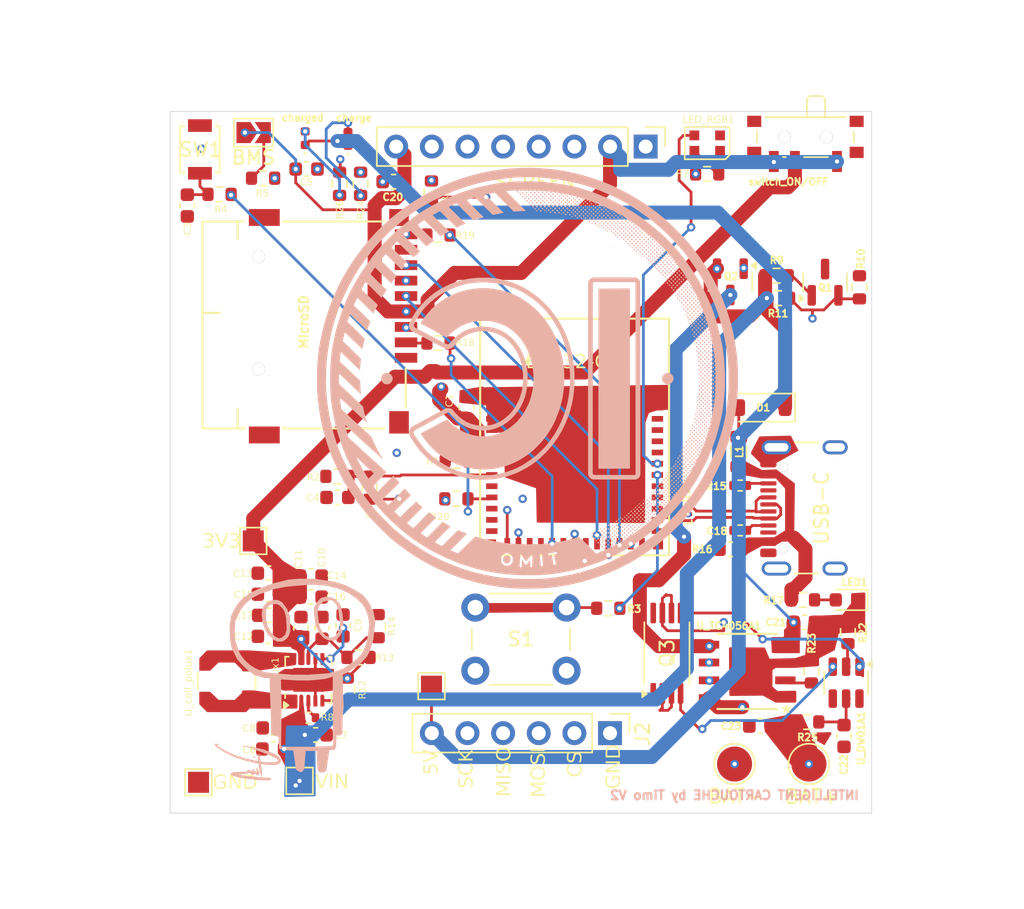
<source format=kicad_pcb>
(kicad_pcb (version 20241229) (generator "pcbnew") (generator_version "9.0")
  (layers (0 "F.Cu" signal) (4 "In1.Cu" signal) (6 "In2.Cu" signal) (2 "B.Cu" signal) (13 "F.Paste" user) (15 "B.Paste" user) (5 "F.SilkS" user "F.Silkscreen") (7 "B.SilkS" user "B.Silkscreen") (1 "F.Mask" user) (3 "B.Mask" user) (25 "Edge.Cuts" user))
  (net 0 "")
  (net 1 "GND")
  (net 2 "OUT+")
  (net 3 "VCCfhd")
  (net 4 "+5V")
  (net 5 "Vout3v3")
  (net 6 "TENSION")
  (net 7 "Vin")
  (net 8 "Net-(U_polux1-VAUX)")
  (net 9 "Net-(U_polux1-FB)")
  (net 10 "Net-(C3-Pad1)")
  (net 11 "SPI MOSI")
  (net 12 "SPI MISO")
  (net 13 "SPI SCK")
  (net 14 "CS Console")
  (net 15 "Net-(BMS1-B)")
  (net 16 "LEDrgb")
  (net 17 "Net-(LED_RGB1-VDD)")
  (net 21 "Net-(Q3-G2)")
  (net 22 "Net-(Q3-G1)")
  (net 23 "Net-(J1-CC1)")
  (net 24 "Net-(J1-CC2)")
  (net 25 "Net-(U_TC4056A1-PROG)")
  (net 26 "Net-(U_DW01A1-VM)")
  (net 28 "Net-(U_TC4056A1-CHRG)")
  (net 29 "Net-(U_TC4056A1-STDBY)")
  (net 30 "Net-(C18-Pad2)")
  (net 31 "GPIO2")
  (net 32 "Net-(LED1-+)")
  (net 33 "CS_sdcard")
  (net 35 "CD")
  (net 36 "Net-(U_polux1-EN)")
  (net 37 "Net-(U_polux1-PG)")
  (net 38 "Boot Mode Select")
  (net 40 "CS Écran")
  (net 42 "SW-reset")
  (net 43 "Net-(LED2-K)")
  (net 44 "SW-1")
  (net 45 "Net-(LED3-K)")
  (net 46 "Net-(Q1-S)")
  (net 47 "Net-(Q1-G)")
  (net 48 "Net-(R3-Pad2)")
  (net 55 "D+")
  (net 60 "Écran D{slash}C")
  (net 62 "D-")
  (net 64 "Net-(U2-CD)")
  (net 65 "Net-(U_polux1-L2)")
  (net 66 "Net-(U_polux1-L1)")
  (net 68 "Net-(U3-RES)")
  (net 69 "Net-(U3-CS)")
  (net 72 "3v3")
  (net 73 "Net-(R18-Pad1)")
  (footprint "Resistor_SMD:R_0603_1608Metric" (layer "F.Cu") (at 128.8 84.7 180)
    (property "Reference" "R4")
    (property "Value" "10kΩ")
  )
  (footprint "Resistor_SMD:R_0603_1608Metric" (layer "F.Cu") (at 138.7 117.7)
    (property "Reference" "R13")
    (property "Value" "360kΩ")
  )
  (footprint "Resistor_SMD:R_0603_1608Metric" (layer "F.Cu") (at 138.85 83.95 -90)
    (property "Reference" "R24")
    (property "Value" "1kΩ")
  )
  (footprint "Resistor_SMD:R_0402_1005Metric" (layer "F.Cu") (at 165.9 108.65 180)
    (property "Reference" "R16")
    (property "Value" "5.1kΩ")
  )
  (footprint "Resistor_SMD:R_0603_1608Metric" (layer "F.Cu") (at 143.9 84.575 90)
    (property "Reference" "R21")
    (property "Value" "10kΩ")
  )
  (footprint "Package_TO_SOT_SMD:Texas_DRT-3" (layer "F.Cu") (at 161.9 107.5 -90)
    (property "Reference" "U1")
    (property "Value" "TPD2EUSB30")
  )
  (footprint "Capacitor_SMD:C_0603_1608Metric" (layer "F.Cu") (at 137.2 106.3 180)
    (property "Reference" "C4")
    (property "Value" "100nF")
  )
  (footprint "Capacitor_SMD:C_0603_1608Metric" (layer "F.Cu") (at 165.2 110)
    (property "Reference" "C18")
    (property "Value" "10uF")
  )
  (footprint "TestPoint:TestPoint_Pad_1.5x1.5mm" (layer "F.Cu") (at 127.3 126.6)
    (property "Reference" "GND")
    (property "Value" "GND")
  )
  (footprint "Package_SON:Texas_S-PWSON-N10" (layer "F.Cu") (at 135.125 119.3 90)
    (property "Reference" "U_polux1")
    (property "Value" "TPS63060DSCR")
  )
  (footprint "Button_Switch_SMD:SW_SPDT_PCM12" (layer "F.Cu") (at 170.55 80.93 180)
    (property "Reference" "switch_ON/OFF")
    (property "Value" "MSK-11027 Toggle Switches")
  )
  (footprint "Capacitor_SMD:C_0603_1608Metric" (layer "F.Cu") (at 132.3 116.2)
    (property "Reference" "C12")
    (property "Value" "10uF")
  )
  (footprint "Resistor_SMD:R_0603_1608Metric" (layer "F.Cu") (at 174.4 91.325 -90)
    (property "Reference" "R10")
    (property "Value" "10kΩ")
  )
  (footprint "Button_Switch_THT:SW_PUSH_6mm_H4.3mm" (layer "F.Cu") (at 147.024999 114.15)
    (property "Reference" "S1")
    (property "Value" "Silicone Button 8x8x5mm")
  )
  (footprint "Capacitor_SMD:C_0603_1608Metric" (layer "F.Cu") (at 134.6 115.6 -90)
    (property "Reference" "C11")
    (property "Value" "100nF")
  )
  (footprint "Capacitor_SMD:C_0603_1608Metric" (layer "F.Cu") (at 132.3 113.2)
    (property "Reference" "C15")
    (property "Value" "10uF")
  )
  (footprint "LED_SMD:LED_WS2812B-2020_PLCC4_2.0x2.0mm" (layer "F.Cu") (at 163.55 81.05 180)
    (property "Reference" "LED_RGB1")
    (property "Value" "WS2812B-2020")
  )
  (footprint "Diode_SMD:D_SOD-123" (layer "F.Cu") (at 167.45 99.9 180)
    (property "Reference" "D1")
    (property "Value" "1N5819/SOD-123")
  )
  (footprint "Inductor_SMD:L_Coilcraft_LPS4018" (layer "F.Cu") (at 129.3 119.4 90)
    (property "Reference" "U_coil_polux1")
    (property "Value" "1.2uH")
  )
  (footprint "Package_TO_SOT_SMD:SOT-23" (layer "F.Cu") (at 171.95 90.9625 90)
    (property "Reference" "Q1")
    (property "Value" "AO3401A_C700954")
  )
  (footprint "Resistor_SMD:R_0603_1608Metric" (layer "F.Cu") (at 140.1 115.475 -90)
    (property "Reference" "R14")
    (property "Value" "64.9kΩ")
  )
  (footprint "Resistor_SMD:R_0603_1608Metric" (layer "F.Cu") (at 144.4 95.3)
    (property "Reference" "R18")
    (property "Value" "10kΩ")
  )
  (footprint "Button_Switch_SMD:SW_SPST_B3U-1000P" (layer "F.Cu") (at 127.4 81.5 -90)
    (property "Reference" "SW1")
    (property "Value" "SW_RESET")
  )
  (footprint "Resistor_SMD:R_0603_1608Metric" (layer "F.Cu") (at 139.5 105.6 -90)
    (property "Reference" "R6")
    (property "Value" "100kΩ")
  )
  (footprint "Capacitor_SMD:C_0603_1608Metric" (layer "F.Cu") (at 135.3 113.4 180)
    (property "Reference" "C16")
    (property "Value" "10uF")
  )
  (footprint "LED_SMD:LED_0402_1005Metric" (layer "F.Cu") (at 137.95 80.75 90)
    (property "Reference" "charge")
    (property "Value" "YLED0402R")
  )
  (footprint "Capacitor_SMD:C_0603_1608Metric" (layer "F.Cu") (at 126.5 85.5 -90)
    (property "Reference" "C3")
    (property "Value" "1uF")
  )
  (footprint "Resistor_SMD:R_0603_1608Metric" (layer "F.Cu") (at 144.4 87.6 180)
    (property "Reference" "R19")
    (property "Value" "10kΩ")
  )
  (footprint "Inductor_SMD:L_0805_2012Metric" (layer "F.Cu") (at 165.8 103.05 90)
    (property "Reference" "L1")
    (property "Value" "60Ω")
  )
  (footprint "Resistor_SMD:R_0603_1608Metric" (layer "F.Cu") (at 156.5 114.2 180)
    (property "Reference" "R3")
    (property "Value" "10kΩ")
  )
  (footprint "TestPoint:TestPoint_Pad_1.5x1.5mm" (layer "F.Cu") (at 143.9 119.75)
    (property "Reference" "5V+1" (hide yes))
    (property "Value" "5V+")
  )
  (footprint "Resistor_SMD:R_0603_1608Metric" (layer "F.Cu") (at 137.35 83.95 -90)
    (property "Reference" "R26")
    (property "Value" "1kΩ")
  )
  (footprint "TestPoint:TestPoint_Pad_1.5x1.5mm" (layer "F.Cu") (at 134.5 126.5)
    (property "Reference" "VIN")
    (property "Value" "Vin")
  )
  (footprint "Resistor_SMD:R_0603_1608Metric" (layer "F.Cu") (at 168.6 92.1)
    (property "Reference" "R11")
    (property "Value" "100kΩ")
  )
  (footprint "Resistor_SMD:R_0603_1608Metric" (layer "F.Cu") (at 145.7 103.7)
    (property "Reference" "R1")
    (property "Value" "10kΩ")
  )
  (footprint "Capacitor_SMD:C_0603_1608Metric" (layer "F.Cu") (at 136.1 115.6 -90)
    (property "Reference" "C10")
    (property "Value" "2.2pF")
  )
  (footprint "Library_custom:J_SD_Card-micro_socket_A" (layer "F.Cu") (at 135.065645 93.134968 90)
    (property "Reference" "MicroSD")
    (property "Value" "MICRO SD卡座" (hide yes))
  )
  (footprint "Capacitor_SMD:C_0603_1608Metric" (layer "F.Cu") (at 135.65 123.225 180)
    (property "Reference" "C7")
    (property "Value" "10uF")
  )
  (footprint "Connector_PinHeader_2.54mm:PinHeader_1x08_P2.54mm_Vertical" (layer "F.Cu") (at 159.164999 81.3 -90)
    (property "Reference" "SCREEN")
    (property "Value" "tft1.14")
  )
  (footprint "Resistor_SMD:R_0603_1608Metric" (layer "F.Cu") (at 170.978652 118.695 -90)
    (property "Reference" "R23")
    (property "Value" "3kΩ")
  )
  (footprint "Library_custom:TC4056A" (layer "F.Cu") (at 166.4 118.7 180)
    (property "Reference" "U_TC4056A1")
    (property "Value" "TC4056A.")
  )
  (footprint "Resistor_SMD:R_0402_1005Metric" (layer "F.Cu") (at 165.9 105.45)
    (property "Reference" "R15")
    (property "Value" "5.1kΩ")
  )
  (footprint "Capacitor_SMD:C_0603_1608Metric" (layer "F.Cu") (at 132.65 122.725)
    (property "Reference" "C8")
    (property "Value" "100nF")
  )
  (footprint "Capacitor_SMD:C_0603_1608Metric" (layer "F.Cu") (at 146.4 99.9 -90)
    (property "Reference" "C1")
    (property "Value" "100nF")
  )
  (footprint "Resistor_SMD:R_0603_1608Metric" (layer "F.Cu") (at 145.675 106.4 180)
    (property "Reference" "R20")
    (property "Value" "10kΩ")
  )
  (footprint "Resistor_SMD:R_0603_1608Metric" (layer "F.Cu") (at 131.9 83.55 180)
    (property "Reference" "R5")
    (property "Value" "10k")
  )
  (footprint "Capacitor_SMD:C_0603_1608Metric" (layer "F.Cu") (at 132.625 124.225)
    (property "Reference" "C6")
    (property "Value" "10uF")
  )
  (footprint "Capacitor_SMD:C_0603_1608Metric" (layer "F.Cu") (at 173.3 123.3 90)
    (property "Reference" "C22")
    (property "Value" "100nF")
  )
  (footprint "Connector_PinHeader_2.54mm:PinHeader_1x06_P2.54mm_Vertical" (layer "F.Cu") (at 156.624999 123.1 -90)
    (property "Reference" "J2")
    (property "Value" "Conn_01x06")
  )
  (footprint "Package_TO_SOT_SMD:SOT-23-6" (layer "F.Cu") (at 173.45 119.5 -90)
    (property "Reference" "U_DW01A1")
    (property "Value" "DW01A")
  )
  (footprint "Capacitor_SMD:C_0603_1608Metric" (layer "F.Cu") (at 145.7 102.2)
    (property "Reference" "C2")
    (property "Value" "1uF")
  )
  (footprint "Capacitor_SMD:C_0603_1608Metric" (layer "F.Cu") (at 132.3 111.7)
    (property "Reference" "C13")
    (property "Value" "10uF")
  )
  (footprint "Jumper:SolderJumper-2_P1.3mm_Open_TrianglePad1.0x1.5mm" (layer "F.Cu") (at 131.225 80.3)
    (property "Reference" "BMS")
    (property "Value" "SolderJumper_2_Open")
  )
  (footprint "Resistor_SMD:R_0402_1005Metric" (layer "F.Cu") (at 135.125 122)
    (property "Reference" "R8")
    (property "Value" "100kΩ")
  )
  (footprint "Connector_USB:USB_C_Receptacle_GCT_USB4105-xx-A_16P_TopMnt_Horizontal" (layer "F.Cu") (at 171.59 107.05 90)
    (property "Reference" "USB-C")
    (property "Value" "USB_C_Receptacle_USB2.0_16P")
  )
  (footprint "Resistor_SMD:R_0603_1608Metric" (layer "F.Cu") (at 163.55 83.25)
    (property "Reference" "R7")
    (property "Value" "330Ω")
  )
  (footprint "Package_TO_SOT_SMD:SOT-23" (layer "F.Cu") (at 165.2 90.9375 -90)
    (property "Reference" "Q2")
    (property "Value" "AO3401A_C700954")
  )
  (footprint "Resistor_SMD:R_0603_1608Metric" (layer "F.Cu") (at 137.2 104.8)
    (property "Reference" "R2")
    (property "Value" "100kΩ")
  )
  (footprint "Resistor_SMD:R_0603_1608Metric" (layer "F.Cu") (at 137.9 120 -90)
    (property "Reference" "R12")
    (property "Value" "100kΩ")
  )
  (footprint "Capacitor_SMD:C_0603_1608Metric" (layer "F.Cu") (at 167.325 122.6)
    (property "Reference" "C23")
    (property "Value" "10uF")
  )
  (footprint "Library_custom:ESP32-C3-MINI-1_EXP" (layer "F.Cu") (at 154.1 101.9949)
    (property "Reference" "ESP32-C3")
    (property "Value" "ESP32-C3-MINI-1-N4")
  )
  (footprint "Capacitor_SMD:C_0603_1608Metric" (layer "F.Cu") (at 135 82.9 180)
    (property "Reference" "C5")
    (property "Value" "100nF")
  )
  (footprint "Package_SO:TSSOP-8_4.4x3mm_P0.65mm" (layer "F.Cu") (at 160.678652 117.4 90)
    (property "Reference" "Q3")
    (property "Value" "WA-FS8205A")
  )
  (footprint "Resistor_SMD:R_0603_1608Metric" (layer "F.Cu") (at 173.578652 115.895 90)
    (property "Reference" "R22")
    (property "Value" "1kΩ")
  )
  (footprint "Capacitor_SMD:C_0603_1608Metric" (layer "F.Cu") (at 144.4 93.1)
    (property "Reference" "C19")
    (property "Value" "100nF")
  )
  (footprint "Resistor_SMD:R_0603_1608Metric" (layer "F.Cu") (at 170.675 122.3)
    (property "Reference" "R25")
    (property "Value" "100Ω")
  )
  (footprint "TestPoint:TestPoint_Pad_1.5x1.5mm" (layer "F.Cu") (at 131.2 109.4)
    (property "Reference" "3V3")
    (property "Value" "VOUT3v3")
  )
  (footprint "Resistor_SMD:R_0603_1608Metric" (layer "F.Cu") (at 168.5 90.5)
    (property "Reference" "R9")
    (property "Value" "10kΩ")
  )
  (footprint "Resistor_SMD:R_0603_1608Metric" (layer "F.Cu") (at 170.375 113.6)
    (property "Reference" "R17")
    (property "Value" "330Ω")
  )
  (footprint "Capacitor_SMD:C_0603_1608Metric" (layer "F.Cu") (at 135.3 111.9 180)
    (property "Reference" "C14")
    (property "Value" "10uF")
  )
  (footprint "TestPoint:TestPoint_Pad_D2.5mm" (layer "F.Cu") (at 165.5 125.3)
    (property "Reference" "BAT-")
    (property "Value" "BAT-")
  )
  (footprint "TestPoint:TestPoint_Pad_D2.5mm" (layer "F.Cu") (at 170.8 125.3)
    (property "Reference" "BAT+")
    (property "Value" "BAT+")
  )
  (footprint "Capacitor_SMD:C_0603_1608Metric" (layer "F.Cu") (at 132.325 114.7)
    (property "Reference" "C17")
    (property "Value" "10uF")
  )
  (footprint "Capacitor_SMD:C_0603_1608Metric" (layer "F.Cu") (at 141.2 83.8)
    (property "Reference" "C20")
    (property "Value" "100nF")
  )
  (footprint "Capacitor_SMD:C_0603_1608Metric" (layer "F.Cu") (at 137.6 115.425 90)
    (property "Reference" "C9")
    (property "Value" "100nF")
  )
  (footprint "Capacitor_SMD:C_0603_1608Metric" (layer "F.Cu") (at 170.478652 115.195)
    (property "Reference" "C21")
    (property "Value" "100nF")
  )
  (footprint "LED_SMD:LED_0402_1005Metric" (layer "F.Cu") (at 134.9 80.7 90)
    (property "Reference" "charged")
    (property "Value" "YLED0402G")
  )
  (footprint "LED_SMD:LED_0603_1608Metric" (layer "F.Cu") (at 173.5 113.6 180)
    (property "Reference" "LED1")
    (property "Value" "LED0603")
  )
  (gr_poly (pts (xy 146.05 99.475) (xy 145.975 99.45) (xy 146 98.75) (xy 147.525 98.5) (xy 148.075 99.675)) (stroke (width 0.2)) (fill yes) (layer "F.Cu") (net 1))
  (gr_poly (pts (xy 169.8 120.825) (xy 168.45 120.825) (xy 167.55 120.325) (xy 165.225 120.35) (xy 165.2 117.075) (xy 167.6 117.1) (xy 167.925 117.9) (xy 169.825 117.85) (xy 170.625 117.6) (xy 170.9 114.85) (xy 173.25 114.75) (xy 173.9 113.875) (xy 173.9 113.225) (xy 174.725 113.175) (xy 174.7 115.8) (xy 172.85 115.895) (xy 172.55 117.125) (xy 171.425 117.7) (xy 171.425 118.225) (xy 169.775 118.35) (xy 168.4 118.35) (xy 168.1 118.55) (xy 168.1 119.825) (xy 168.525 120.2) (xy 169.8 120.175) (xy 169.8 120.85)) (stroke (width 0.2)) (fill yes) (layer "F.Cu") (net 1))
  (gr_poly (pts (xy 134.675 120.95) (xy 134.825 122.175) (xy 135.175 122.95) (xy 135.175 123.575) (xy 135.15 125.95) (xy 133.85 125.95) (xy 133.125 124.55) (xy 133.125 122.2375) (xy 134.544066 121.527967) (xy 134.598134 120.969216)) (stroke (width 0.2)) (fill yes) (layer "F.Cu") (net 7))
  (gr_poly (pts (xy 148.025 101.55) (xy 148 101.55) (xy 147.95 99.55) (xy 147.375 98.55) (xy 160.825 98.375) (xy 161.15 99.925) (xy 159.975 100) (xy 159.325 100.2) (xy 159.05 100.925) (xy 159.025 108.025) (xy 151.5 108) (xy 151.45 105.575) (xy 149.225 104.8) (xy 149.15 101.6)) (stroke (width 0.2)) (fill yes) (layer "F.Cu") (net 1))
  (gr_poly (pts (xy 147.7 113.925) (xy 152.775 113.925) (xy 152.75 114.375) (xy 147.7 114.425)) (stroke (width 0.2)) (fill yes) (layer "F.Cu") (net 48))
  (gr_poly (pts (xy 166.25 110.3) (xy 167.45 109.65) (xy 168.35 109.65) (xy 168.35 109.25) (xy 166.45 109.25) (xy 165.65 109.7) (xy 165.65 110.3)) (stroke (width 0.2)) (fill yes) (layer "F.Cu") (net 30))
  (gr_poly (pts (xy 134.75 118.15) (xy 134.75 117.15) (xy 135.1 116.65) (xy 135.1 115.9) (xy 134.75 115.9) (xy 134.65 115.85) (xy 132.7 115.85) (xy 132.7 116.85) (xy 133.9 116.85) (xy 134.030433 117.002172) (xy 134.36875 117.137499) (xy 134.5 117.4) (xy 134.5 118.15)) (stroke (width 0.2)) (fill yes) (layer "F.Cu") (net 72))
  (gr_poly (pts (xy 167.9 103.85) (xy 168.25 103.875) (xy 167.525 103.875) (xy 166.8 103.05) (xy 167.325 102.05) (xy 169.45 102) (xy 169.925 102.925) (xy 168.225 103.875)) (stroke (width 0.2)) (fill yes) (layer "F.Cu") (net 1))
  (gr_poly (pts (xy 168.35 109.65) (xy 168.85 109.35) (xy 169.2 109.35) (xy 169.65 109.05) (xy 169.7 105.35) (xy 168.45 104.4) (xy 167.45 104.45) (xy 166.2 103.8) (xy 165.35 103.8) (xy 165.35 104.35) (xy 166.15 104.35) (xy 166.4 104.65) (xy 167.45 104.85) (xy 168.49091 104.85) (xy 169.2 105.629998) (xy 169.2 108.715384) (xy 168.25 109.3)) (stroke (width 0.2)) (fill yes) (layer "F.Cu") (net 30))
  (gr_poly (pts (xy 134.15 118.15) (xy 134.15 117.5) (xy 130.85 117.3) (xy 130.65 117.3) (xy 130.5 118.6) (xy 131.25 118.6)) (stroke (width 0.2)) (fill yes) (layer "F.Cu") (net 65))
  (gr_poly (pts (xy 132.75 119.075) (xy 133.45 118.625) (xy 134.1 118.625) (xy 134.125 119.95) (xy 133.425 119.975) (xy 132.75 119.75)) (stroke (width 0.2)) (fill yes) (layer "F.Cu") (net 1))
  (gr_poly (pts (xy 148.6 102.5) (xy 147.8 102.5) (xy 147.5 102.8) (xy 146.3 102.7) (xy 145.2 103.75) (xy 144.7 103.7) (xy 144.7 103.3) (xy 146 102.25) (xy 146.05 100.4) (xy 146.8 100.4) (xy 147.55 101.25) (xy 147.6 102) (xy 147.85 102.1) (xy 148.6 102.1)) (stroke (width 0.2)) (fill yes) (layer "F.Cu") (net 5))
  (gr_poly (pts (xy 134.25 120.45) (xy 133.35 120.45) (xy 131.2 120.15) (xy 130.5 120.15) (xy 130.45 121.25) (xy 134.25 121.25)) (stroke (width 0.2)) (fill yes) (layer "F.Cu") (net 66))
  (gr_poly (pts (xy 168.25 117.3) (xy 168.2 116.35) (xy 170.05 116.35) (xy 170.05 117.3)) (stroke (width 0.2)) (fill yes) (layer "F.Cu"))
  (gr_poly (pts (xy 136.1 118.55) (xy 136.85 118.625) (xy 136.825 119.975) (xy 136.125 120.05)) (stroke (width 0.2)) (fill yes) (layer "F.Cu") (net 1))
  (gr_poly (pts (xy 133.25 110.9) (xy 134.25 111.5) (xy 133.4 111.45)) (stroke (width 0.2)) (fill yes) (layer "F.Cu") (net 72))
  (gr_poly (pts (xy 171.875 123.825) (xy 171.475 123.6) (xy 171.275 123.15) (xy 172.3 123.125)) (stroke (width 0.2)) (fill yes) (layer "F.Cu"))
  (gr_poly (pts (xy 170.8 125.3) (xy 169.6 125.3) (xy 167.75 122.95) (xy 167.7 122.2) (xy 169.55 121.85) (xy 170.25 121.85) (xy 171.3 124.2)) (stroke (width 0.2)) (fill yes) (layer "F.Cu") (net 2))
  (gr_poly (pts (xy 135.525 123.575) (xy 135.55 127.5) (xy 133.5 127.55) (xy 133.625 122.65) (xy 135.525 122.65)) (stroke (width 0.2)) (fill yes) (layer "B.Cu") (net 7))
  (gr_poly (pts (xy 162.3641 93.8883) (xy 162.3835 93.9116) (xy 162.3779 93.9405) (xy 162.3724 93.9694) (xy 162.3395 93.9742) (xy 162.3066 93.9789) (xy 162.2855 93.9395) (xy 162.2644 93.9002) (xy 162.2753 93.8826) (xy 162.2862 93.8649) (xy 162.3154 93.8649) (xy 162.3447 93.8649)) (fill yes) (layer "B.SilkS"))
  (gr_poly (pts (xy 162.6586 94.7833) (xy 162.6866 94.799) (xy 162.6866 94.8284) (xy 162.6866 94.8578) (xy 162.6624 94.8778) (xy 162.6383 94.8978) (xy 162.6141 94.8778) (xy 162.59 94.8578) (xy 162.59 94.8295) (xy 162.59 94.8013) (xy 162.6103 94.7845) (xy 162.6306 94.7677)) (fill yes) (layer "B.SilkS"))
  (gr_poly (pts (xy 161.9537 102.7371) (xy 161.9632 102.767) (xy 161.9535 102.7921) (xy 161.9439 102.8173) (xy 161.9189 102.8268) (xy 161.894 102.8364) (xy 161.8719 102.8181) (xy 161.8498 102.7997) (xy 161.8498 102.7728) (xy 161.8498 102.7458) (xy 161.8691 102.7265) (xy 161.8884 102.7072) (xy 161.9163 102.7072) (xy 161.9442 102.7072)) (fill yes) (layer "B.SilkS"))
  (gr_poly (pts (xy 158.514 86.9942) (xy 158.5241 87.0205) (xy 158.5078 87.0465) (xy 158.4914 87.0725) (xy 158.469 87.0768) (xy 158.4466 87.0812) (xy 158.4256 87.0474) (xy 158.4045 87.0137) (xy 158.4235 86.9908) (xy 158.4425 86.968) (xy 158.4732 86.968) (xy 158.5039 86.968)) (fill yes) (layer "B.SilkS"))
  (gr_poly (pts (xy 153.0441 85.6601) (xy 153.0642 85.6684) (xy 153.0642 85.6972) (xy 153.0642 85.7261) (xy 153.0403 85.7459) (xy 153.0164 85.7658) (xy 152.9909 85.756) (xy 152.9655 85.7463) (xy 152.9706 85.7021) (xy 152.9757 85.658) (xy 152.9999 85.6549) (xy 153.024 85.6518)) (fill yes) (layer "B.SilkS"))
  (gr_poly (pts (xy 160.6712 106.3336) (xy 160.6913 106.3553) (xy 160.6913 106.3781) (xy 160.6913 106.401) (xy 160.6674 106.4208) (xy 160.6434 106.4406) (xy 160.6191 106.4313) (xy 160.5947 106.422) (xy 160.5947 106.3819) (xy 160.5947 106.3417) (xy 160.6229 106.3268) (xy 160.6511 106.3119)) (fill yes) (layer "B.SilkS"))
  (gr_poly (pts (xy 162.3969 94.2025) (xy 162.3969 94.2508) (xy 162.3808 94.2508) (xy 162.3647 94.2508) (xy 162.3647 94.2025) (xy 162.3647 94.1543) (xy 162.3808 94.1543) (xy 162.3969 94.1543)) (fill yes) (layer "B.SilkS"))
  (gr_poly (pts (xy 160.8736 89.3741) (xy 160.8844 89.3848) (xy 160.8844 89.4224) (xy 160.8844 89.4599) (xy 160.8542 89.4599) (xy 160.824 89.4599) (xy 160.8041 89.436) (xy 160.7842 89.412) (xy 160.7936 89.3877) (xy 160.8029 89.3634) (xy 160.8329 89.3634) (xy 160.8629 89.3634)) (fill yes) (layer "B.SilkS"))
  (gr_poly (pts (xy 153.9498 86.2693) (xy 153.9704 86.2941) (xy 153.9558 86.3078) (xy 153.9412 86.3215) (xy 153.905 86.3076) (xy 153.8688 86.2938) (xy 153.8688 86.2691) (xy 153.8688 86.2445) (xy 153.899 86.2445) (xy 153.9292 86.2445)) (fill yes) (layer "B.SilkS"))
  (gr_poly (pts (xy 159.9404 107.3481) (xy 159.9511 107.3588) (xy 159.9511 107.3954) (xy 159.9511 107.4319) (xy 159.9349 107.4419) (xy 159.9186 107.452) (xy 159.8866 107.4418) (xy 159.8546 107.4316) (xy 159.8546 107.4038) (xy 159.8546 107.3759) (xy 159.8739 107.3566) (xy 159.8932 107.3374) (xy 159.9114 107.3374) (xy 159.9296 107.3374)) (fill yes) (layer "B.SilkS"))
  (gr_poly (pts (xy 156.6814 108.9322) (xy 156.7007 108.9515) (xy 156.7007 108.9787) (xy 156.7007 109.0059) (xy 156.6766 109.0152) (xy 156.6525 109.0244) (xy 156.6284 109.0152) (xy 156.6042 109.0059) (xy 156.6042 108.9692) (xy 156.6042 108.9324) (xy 156.6297 108.9227) (xy 156.6551 108.9129) (xy 156.6586 108.9129) (xy 156.6621 108.9129)) (fill yes) (layer "B.SilkS"))
  (gr_poly (pts (xy 163.8258 100.3471) (xy 163.8451 100.3664) (xy 163.8451 100.3936) (xy 163.8451 100.4209) (xy 163.8214 100.4299) (xy 163.7977 100.439) (xy 163.7731 100.4144) (xy 163.7485 100.3899) (xy 163.7485 100.3781) (xy 163.7485 100.3664) (xy 163.7679 100.3471) (xy 163.7872 100.3278) (xy 163.7968 100.3278) (xy 163.8065 100.3278)) (fill yes) (layer "B.SilkS"))
  (gr_poly (pts (xy 161.9547 104.5087) (xy 161.9658 104.5436) (xy 161.9397 104.5696) (xy 161.9136 104.5957) (xy 161.8857 104.5782) (xy 161.8579 104.5606) (xy 161.8579 104.5222) (xy 161.8579 104.4837) (xy 161.9007 104.4787) (xy 161.9436 104.4738)) (fill yes) (layer "B.SilkS"))
  (gr_poly (pts (xy 159.2552 89.1973) (xy 159.2753 89.2053) (xy 159.2753 89.2522) (xy 159.2753 89.2991) (xy 159.2451 89.2991) (xy 159.2149 89.2991) (xy 159.1937 89.2736) (xy 159.1726 89.2482) (xy 159.1889 89.2223) (xy 159.2052 89.1965) (xy 159.2201 89.1929) (xy 159.2351 89.1892)) (fill yes) (layer "B.SilkS"))
  (gr_poly (pts (xy 156.9829 109.2362) (xy 156.9937 109.2702) (xy 156.9708 109.2931) (xy 156.9478 109.316) (xy 156.9208 109.3056) (xy 156.8938 109.2953) (xy 156.8938 109.2488) (xy 156.8938 109.2023) (xy 156.933 109.2023) (xy 156.9721 109.2023)) (fill yes) (layer "B.SilkS"))
  (gr_poly (pts (xy 155.6844 108.7823) (xy 155.7059 108.796) (xy 155.7005 108.8342) (xy 155.6951 108.8724) (xy 155.6652 108.8781) (xy 155.6353 108.8837) (xy 155.6181 108.8665) (xy 155.6008 108.8492) (xy 155.6225 108.8087) (xy 155.6442 108.7682) (xy 155.6535 108.7684) (xy 155.6629 108.7687)) (fill yes) (layer "B.SilkS"))
  (gr_poly (pts (xy 163.701 95.2328) (xy 163.7189 95.2663) (xy 163.692 95.296) (xy 163.665 95.3258) (xy 163.643 95.3173) (xy 163.621 95.3089) (xy 163.611 95.2774) (xy 163.6011 95.246) (xy 163.6205 95.2227) (xy 163.6398 95.1993) (xy 163.6614 95.1993) (xy 163.683 95.1993)) (fill yes) (layer "B.SilkS"))
  (gr_poly (pts (xy 162.9848 100.9075) (xy 162.9953 100.9245) (xy 162.9854 100.9638) (xy 162.9756 101.0031) (xy 162.9448 101.0031) (xy 162.914 101.0031) (xy 162.9029 100.9681) (xy 162.8918 100.9332) (xy 162.9209 100.9118) (xy 162.9502 100.8905) (xy 162.9622 100.8905) (xy 162.9743 100.8905)) (fill yes) (layer "B.SilkS"))
  (gr_poly (pts (xy 159.7712 106.5909) (xy 159.7924 106.6149) (xy 159.7872 106.6408) (xy 159.7821 106.6667) (xy 159.7553 106.6836) (xy 159.7285 106.7005) (xy 159.703 106.6793) (xy 159.6775 106.6582) (xy 159.6775 106.6312) (xy 159.6775 106.6042) (xy 159.6969 106.5849) (xy 159.7162 106.5657) (xy 159.7331 106.5663) (xy 159.75 106.5669)) (fill yes) (layer "B.SilkS"))
  (gr_poly (pts (xy 160.6591 104.6606) (xy 160.6591 104.7007) (xy 160.6269 104.7007) (xy 160.5947 104.7007) (xy 160.5947 104.6703) (xy 160.5947 104.6399) (xy 160.6202 104.6301) (xy 160.6456 104.6203) (xy 160.6524 104.6203) (xy 160.6591 104.6203)) (fill yes) (layer "B.SilkS"))
  (gr_poly (pts (xy 163.2955 98.6197) (xy 163.3103 98.6478) (xy 163.2966 98.684) (xy 163.283 98.7202) (xy 163.2652 98.7202) (xy 163.2474 98.7202) (xy 163.2244 98.6972) (xy 163.2014 98.6742) (xy 163.2014 98.6522) (xy 163.2014 98.6301) (xy 163.2207 98.6108) (xy 163.2401 98.5915) (xy 163.2604 98.5915) (xy 163.2808 98.5915)) (fill yes) (layer "B.SilkS"))
  (gr_poly (pts (xy 162.9382 99.098) (xy 162.9474 99.1221) (xy 162.9382 99.1462) (xy 162.9289 99.1703) (xy 162.9043 99.1703) (xy 162.8796 99.1703) (xy 162.8796 99.1221) (xy 162.8796 99.0738) (xy 162.9043 99.0738) (xy 162.9289 99.0738)) (fill yes) (layer "B.SilkS"))
  (gr_poly (pts (xy 161.9192 91.9373) (xy 161.9281 91.971) (xy 161.9194 91.9935) (xy 161.9107 92.0161) (xy 161.8808 92.0161) (xy 161.8509 92.0161) (xy 161.8332 91.9829) (xy 161.8154 91.9497) (xy 161.8346 91.9266) (xy 161.8538 91.9036) (xy 161.8821 91.9036) (xy 161.9104 91.9036)) (fill yes) (layer "B.SilkS"))
  (gr_poly (pts (xy 159.6904 88.7718) (xy 159.7097 88.7911) (xy 159.7097 88.818) (xy 159.7097 88.845) (xy 159.6885 88.8626) (xy 159.6673 88.8802) (xy 159.6322 88.8556) (xy 159.5971 88.831) (xy 159.5971 88.8147) (xy 159.5971 88.7984) (xy 159.6201 88.7754) (xy 159.6431 88.7525) (xy 159.6571 88.7525) (xy 159.6711 88.7525)) (fill yes) (layer "B.SilkS"))
  (gr_poly (pts (xy 158.2127 86.9913) (xy 158.232 87.0146) (xy 158.2216 87.0476) (xy 158.2111 87.0805) (xy 158.1828 87.0805) (xy 158.1544 87.0805) (xy 158.1323 87.0393) (xy 158.1102 86.998) (xy 158.1336 86.9832) (xy 158.157 86.9684) (xy 158.1751 86.9682) (xy 158.1932 86.968)) (fill yes) (layer "B.SilkS"))
  (gr_poly (pts (xy 162.9762 95.1194) (xy 162.9762 95.1682) (xy 162.9518 95.1775) (xy 162.9275 95.1868) (xy 162.9036 95.167) (xy 162.8796 95.1471) (xy 162.8796 95.1187) (xy 162.8796 95.0902) (xy 162.9051 95.0804) (xy 162.9306 95.0707) (xy 162.9534 95.0707) (xy 162.9762 95.0707)) (fill yes) (layer "B.SilkS"))
  (gr_poly (pts (xy 163.12 95.2383) (xy 163.1389 95.2611) (xy 163.1181 95.2945) (xy 163.0972 95.3279) (xy 163.0775 95.3279) (xy 163.0578 95.3279) (xy 163.0412 95.2969) (xy 163.0246 95.2659) (xy 163.0343 95.2407) (xy 163.044 95.2154) (xy 163.0725 95.2154) (xy 163.101 95.2154)) (fill yes) (layer "B.SilkS"))
  (gr_poly (pts (xy 162.3647 103.4708) (xy 162.3846 103.4948) (xy 162.3583 103.535) (xy 162.3319 103.5752) (xy 162.3 103.5554) (xy 162.2682 103.5355) (xy 162.2682 103.5104) (xy 162.2682 103.4853) (xy 162.2875 103.466) (xy 162.3068 103.4467) (xy 162.3258 103.4467) (xy 162.3447 103.4467)) (fill yes) (layer "B.SilkS"))
  (gr_poly (pts (xy 161.026 90.701) (xy 161.0453 90.7203) (xy 161.0453 90.7423) (xy 161.0453 90.7644) (xy 161.0223 90.7874) (xy 160.9993 90.8103) (xy 160.9905 90.8103) (xy 160.9817 90.8103) (xy 160.9568 90.7724) (xy 160.9319 90.7345) (xy 160.942 90.7081) (xy 160.9522 90.6817) (xy 160.9794 90.6817) (xy 161.0067 90.6817)) (fill yes) (layer "B.SilkS"))
  (gr_poly (pts (xy 163.7174 97.3073) (xy 163.7356 97.3413) (xy 163.7117 97.3652) (xy 163.6877 97.3891) (xy 163.6538 97.3783) (xy 163.6198 97.3675) (xy 163.6198 97.3397) (xy 163.6198 97.3118) (xy 163.6391 97.2925) (xy 163.6584 97.2732) (xy 163.6788 97.2732) (xy 163.6991 97.2732)) (fill yes) (layer "B.SilkS"))
  (gr_poly (pts (xy 158.5823 107.6817) (xy 158.6013 107.7046) (xy 158.5804 107.738) (xy 158.5595 107.7714) (xy 158.5399 107.7714) (xy 158.5201 107.7714) (xy 158.5035 107.7404) (xy 158.4869 107.7094) (xy 158.4967 107.6842) (xy 158.5064 107.6589) (xy 158.5349 107.6589) (xy 158.5634 107.6589)) (fill yes) (layer "B.SilkS"))
  (gr_poly (pts (xy 151.5919 85.7299) (xy 151.602 85.7619) (xy 151.592 85.7781) (xy 151.582 85.7943) (xy 151.5518 85.7943) (xy 151.5217 85.7943) (xy 151.5115 85.7623) (xy 151.5013 85.7303) (xy 151.5114 85.7141) (xy 151.5214 85.6979) (xy 151.5516 85.6979) (xy 151.5817 85.6979)) (fill yes) (layer "B.SilkS"))
  (gr_poly (pts (xy 162.3776 101.7619) (xy 162.3969 101.7812) (xy 162.3969 101.799) (xy 162.3969 101.8168) (xy 162.3745 101.8475) (xy 162.3521 101.878) (xy 162.3262 101.8566) (xy 162.3004 101.8351) (xy 162.3004 101.7986) (xy 162.3004 101.7621) (xy 162.3258 101.7524) (xy 162.3513 101.7426) (xy 162.3548 101.7426) (xy 162.3583 101.7426)) (fill yes) (layer "B.SilkS"))
  (gr_poly (pts (xy 154.3423 86.3501) (xy 154.3676 86.3754) (xy 154.3676 86.3894) (xy 154.3676 86.4034) (xy 154.3528 86.4125) (xy 154.3381 86.4216) (xy 154.2965 86.4058) (xy 154.255 86.39) (xy 154.255 86.3574) (xy 154.255 86.3249) (xy 154.286 86.3249) (xy 154.317 86.3249)) (fill yes) (layer "B.SilkS"))
  (gr_poly (pts (xy 156.8288 109.0809) (xy 156.8482 109.1043) (xy 156.8378 109.1372) (xy 156.8273 109.1701) (xy 156.802 109.1701) (xy 156.7767 109.1701) (xy 156.7563 109.1422) (xy 156.7359 109.1143) (xy 156.7511 109.0859) (xy 156.7662 109.0576) (xy 156.7878 109.0576) (xy 156.8095 109.0576)) (fill yes) (layer "B.SilkS"))
  (gr_poly (pts (xy 161.1982 104.6103) (xy 161.2291 104.6329) (xy 161.2094 104.676) (xy 161.1897 104.7191) (xy 161.1635 104.7139) (xy 161.1372 104.7088) (xy 161.1196 104.6809) (xy 161.1021 104.653) (xy 161.1347 104.6204) (xy 161.1673 104.5878)) (fill yes) (layer "B.SilkS"))
  (gr_poly (pts (xy 156.3289 87.1829) (xy 156.3472 87.2048) (xy 156.325 87.2233) (xy 156.3028 87.2416) (xy 156.2831 87.218) (xy 156.2635 87.1944) (xy 156.2739 87.1777) (xy 156.2843 87.1609) (xy 156.2975 87.1609) (xy 156.3106 87.1609)) (fill yes) (layer "B.SilkS"))
  (gr_poly (pts (xy 158.5021 87.2806) (xy 158.5398 87.3207) (xy 158.5187 87.3461) (xy 158.4977 87.3714) (xy 158.4657 87.3666) (xy 158.4338 87.3618) (xy 158.4163 87.3339) (xy 158.3988 87.306) (xy 158.4316 87.2732) (xy 158.4644 87.2405)) (fill yes) (layer "B.SilkS"))
  (gr_poly (pts (xy 161.4629 91.1551) (xy 161.4833 91.1797) (xy 161.4732 91.2201) (xy 161.463 91.2605) (xy 161.4417 91.2605) (xy 161.4203 91.2605) (xy 161.3904 91.2274) (xy 161.3604 91.1943) (xy 161.3775 91.1671) (xy 161.3947 91.1399) (xy 161.4186 91.1352) (xy 161.4425 91.1305)) (fill yes) (layer "B.SilkS"))
  (gr_poly (pts (xy 162.5055 103.8915) (xy 162.5256 103.8996) (xy 162.5256 103.9445) (xy 162.5256 103.9894) (xy 162.5015 104.0094) (xy 162.4774 104.0294) (xy 162.4532 104.0094) (xy 162.4291 103.9894) (xy 162.4291 103.9449) (xy 162.4291 103.9003) (xy 162.4545 103.8906) (xy 162.48 103.8808) (xy 162.4827 103.8821) (xy 162.4854 103.8834)) (fill yes) (layer "B.SilkS"))
  (gr_poly (pts (xy 157.7082 108.5364) (xy 157.7186 108.578) (xy 157.6932 108.6034) (xy 157.6678 108.6288) (xy 157.6429 108.6081) (xy 157.6179 108.5874) (xy 157.6179 108.5604) (xy 157.6179 108.5335) (xy 157.6372 108.5142) (xy 157.6565 108.4949) (xy 157.6771 108.4949) (xy 157.6978 108.4949)) (fill yes) (layer "B.SilkS"))
  (gr_poly (pts (xy 153.1918 85.2295) (xy 153.2089 85.2615) (xy 153.1992 85.2868) (xy 153.1895 85.312) (xy 153.161 85.312) (xy 153.1325 85.312) (xy 153.1114 85.2866) (xy 153.0902 85.2611) (xy 153.1071 85.2343) (xy 153.124 85.2075) (xy 153.1493 85.2025) (xy 153.1747 85.1976)) (fill yes) (layer "B.SilkS"))
  (gr_poly (pts (xy 162.3319 91.4928) (xy 162.3513 91.5162) (xy 162.3408 91.5491) (xy 162.3304 91.582) (xy 162.302 91.582) (xy 162.2736 91.582) (xy 162.2515 91.5408) (xy 162.2294 91.4995) (xy 162.2528 91.4847) (xy 162.2762 91.47) (xy 162.2944 91.4697) (xy 162.3125 91.4695)) (fill yes) (layer "B.SilkS"))
  (gr_poly (pts (xy 163.2544 94.7753) (xy 163.2658 94.7867) (xy 163.2658 94.8225) (xy 163.2658 94.8583) (xy 163.2396 94.8683) (xy 163.2135 94.8783) (xy 163.1906 94.8594) (xy 163.1677 94.8404) (xy 163.1725 94.8068) (xy 163.1773 94.7733) (xy 163.2102 94.7686) (xy 163.243 94.7639)) (fill yes) (layer "B.SilkS"))
  (gr_poly (pts (xy 162.6594 94.4783) (xy 162.6866 94.4935) (xy 162.6866 94.5312) (xy 162.6866 94.5689) (xy 162.6624 94.5781) (xy 162.6383 94.5874) (xy 162.6141 94.5781) (xy 162.59 94.5689) (xy 162.59 94.5241) (xy 162.59 94.4793) (xy 162.6111 94.4712) (xy 162.6322 94.4631)) (fill yes) (layer "B.SilkS"))
  (gr_poly (pts (xy 160.2858 89.3666) (xy 160.3051 89.3859) (xy 160.3051 89.4212) (xy 160.3051 89.4564) (xy 160.2795 89.4662) (xy 160.2539 89.4761) (xy 160.2394 89.4671) (xy 160.2248 89.4581) (xy 160.2087 89.4279) (xy 160.1925 89.3978) (xy 160.2178 89.3726) (xy 160.243 89.3473) (xy 160.2548 89.3473) (xy 160.2665 89.3473)) (fill yes) (layer "B.SilkS"))
  (gr_poly (pts (xy 153.9236 85.9491) (xy 153.9337 85.9753) (xy 153.9154 85.9973) (xy 153.897 86.0194) (xy 153.8685 86.0194) (xy 153.84 86.0194) (xy 153.8308 85.9953) (xy 153.8215 85.9712) (xy 153.8308 85.9471) (xy 153.84 85.923) (xy 153.8768 85.923) (xy 153.9136 85.923)) (fill yes) (layer "B.SilkS"))
  (gr_poly (pts (xy 140.795 97.425) (xy 140.8111 97.4312) (xy 140.8562 97.4412) (xy 140.9015 97.4512) (xy 140.9741 97.518) (xy 141.0466 97.5849) (xy 141.0849 97.6501) (xy 141.1232 97.7153) (xy 141.1339 97.7825) (xy 141.1446 97.8496) (xy 141.1163 97.9396) (xy 141.088 98.0296) (xy 141.0263 98.0996) (xy 140.9646 98.1697) (xy 140.892 98.2038) (xy 140.8194 98.2378) (xy 140.7167 98.2378) (xy 140.6139 98.2378) (xy 140.5579 98.2145) (xy 140.5019 98.1911) (xy 140.4491 98.1309) (xy 140.3962 98.0708) (xy 140.3582 97.985) (xy 140.3203 97.8993) (xy 140.3203 97.8199) (xy 140.3203 97.7404) (xy 140.3583 97.6555) (xy 140.3964 97.5707) (xy 140.4348 97.5361) (xy 140.4731 97.5014) (xy 140.5323 97.4686) (xy 140.5915 97.4359) (xy 140.6852 97.4273) (xy 140.7789 97.4188)) (fill yes) (layer "B.SilkS"))
  (gr_poly (pts (xy 161.6239 92.2163) (xy 161.6433 92.2396) (xy 161.6328 92.2725) (xy 161.6224 92.3055) (xy 161.5951 92.3055) (xy 161.5679 92.3055) (xy 161.5474 92.2727) (xy 161.5269 92.2399) (xy 161.5505 92.2164) (xy 161.574 92.1929) (xy 161.5893 92.1929) (xy 161.6045 92.1929)) (fill yes) (layer "B.SilkS"))
  (gr_poly (pts (xy 161.1459 89.9654) (xy 161.174 89.9859) (xy 161.174 90.0208) (xy 161.174 90.0557) (xy 161.1497 90.0651) (xy 161.1253 90.0744) (xy 161.1014 90.0545) (xy 161.0775 90.0347) (xy 161.0775 90.0065) (xy 161.0775 89.9783) (xy 161.0976 89.9616) (xy 161.1178 89.9448)) (fill yes) (layer "B.SilkS"))
  (gr_poly (pts (xy 162.3479 93.2772) (xy 162.3672 93.3005) (xy 162.3619 93.3375) (xy 162.3567 93.3746) (xy 162.3165 93.3746) (xy 162.2762 93.3746) (xy 162.2709 93.3281) (xy 162.2656 93.2816) (xy 162.287 93.268) (xy 162.3084 93.2545) (xy 162.3185 93.2543) (xy 162.3286 93.254)) (fill yes) (layer "B.SilkS"))
  (gr_poly (pts (xy 159.7796 106.8949) (xy 159.8034 106.9188) (xy 159.7949 106.9512) (xy 159.7864 106.9837) (xy 159.7594 106.9837) (xy 159.7323 106.9837) (xy 159.713 106.9644) (xy 159.6937 106.9451) (xy 159.6937 106.9179) (xy 159.6937 106.8907) (xy 159.7191 106.8809) (xy 159.7446 106.8711) (xy 159.7501 106.8711) (xy 159.7557 106.8711)) (fill yes) (layer "B.SilkS"))
  (gr_poly (pts (xy 160.2246 90.3862) (xy 160.2246 90.4124) (xy 160.2005 90.3923) (xy 160.1764 90.3723) (xy 160.1764 90.3663) (xy 160.1764 90.3602) (xy 160.2005 90.3602) (xy 160.2246 90.3602)) (fill yes) (layer "B.SilkS"))
  (gr_poly (pts (xy 163.4019 94.345) (xy 163.4114 94.3749) (xy 163.4012 94.4012) (xy 163.3911 94.4276) (xy 163.3612 94.4276) (xy 163.3313 94.4276) (xy 163.3135 94.3944) (xy 163.2958 94.3613) (xy 163.3149 94.3382) (xy 163.3341 94.3151) (xy 163.3632 94.3151) (xy 163.3924 94.3151)) (fill yes) (layer "B.SilkS"))
  (gr_poly (pts (xy 160.4972 105.3111) (xy 160.5186 105.3243) (xy 160.5081 105.3662) (xy 160.4976 105.4081) (xy 160.4677 105.4081) (xy 160.4378 105.4081) (xy 160.4183 105.3847) (xy 160.3989 105.3613) (xy 160.4092 105.3446) (xy 160.4195 105.3279) (xy 160.4476 105.3129) (xy 160.4758 105.2978)) (fill yes) (layer "B.SilkS"))
  (gr_poly (pts (xy 159.2603 107.5075) (xy 159.2815 107.533) (xy 159.2647 107.5598) (xy 159.2479 107.5865) (xy 159.2133 107.5917) (xy 159.1787 107.5968) (xy 159.1787 107.5587) (xy 159.1787 107.5206) (xy 159.198 107.5013) (xy 159.2173 107.482) (xy 159.2283 107.482) (xy 159.2392 107.482)) (fill yes) (layer "B.SilkS"))
  (gr_poly (pts (xy 158.3635 86.834) (xy 158.3742 86.8447) (xy 158.3742 86.8833) (xy 158.3742 86.922) (xy 158.3397 86.9168) (xy 158.3051 86.9117) (xy 158.2874 86.8831) (xy 158.2696 86.8545) (xy 158.2938 86.8391) (xy 158.3179 86.8237) (xy 158.3353 86.8235) (xy 158.3528 86.8233)) (fill yes) (layer "B.SilkS"))
  (gr_poly (pts (xy 162.5059 94.0284) (xy 162.5256 94.0482) (xy 162.5256 94.0835) (xy 162.5256 94.1187) (xy 162.4995 94.1288) (xy 162.4733 94.1388) (xy 162.4504 94.1198) (xy 162.4275 94.1008) (xy 162.4323 94.0594) (xy 162.4371 94.0179) (xy 162.4616 94.0133) (xy 162.4861 94.0087)) (fill yes) (layer "B.SilkS"))
  (gr_poly (pts (xy 155.6768 109.0656) (xy 155.686 109.0897) (xy 155.6768 109.1139) (xy 155.6675 109.138) (xy 155.6387 109.138) (xy 155.61 109.138) (xy 155.6007 109.1139) (xy 155.5915 109.0897) (xy 155.6007 109.0656) (xy 155.61 109.0415) (xy 155.6387 109.0415) (xy 155.6675 109.0415)) (fill yes) (layer "B.SilkS"))
  (gr_poly (pts (xy 163.6842 101.0813) (xy 163.6842 101.1298) (xy 163.6665 101.1407) (xy 163.6489 101.1516) (xy 163.6226 101.1252) (xy 163.5962 101.0989) (xy 163.6138 101.0711) (xy 163.6313 101.0433) (xy 163.6577 101.0381) (xy 163.6842 101.0329)) (fill yes) (layer "B.SilkS"))
  (gr_poly (pts (xy 162.8305 94.9491) (xy 162.8497 94.9722) (xy 162.8319 95.0054) (xy 162.8141 95.0386) (xy 162.7911 95.0386) (xy 162.7681 95.0386) (xy 162.7515 95.0075) (xy 162.7349 94.9766) (xy 162.7446 94.9513) (xy 162.7544 94.926) (xy 162.7828 94.926) (xy 162.8113 94.926)) (fill yes) (layer "B.SilkS"))
  (gr_poly (pts (xy 160.4411 89.2325) (xy 160.4506 89.2624) (xy 160.4405 89.2888) (xy 160.4304 89.3152) (xy 160.4099 89.3152) (xy 160.3895 89.3152) (xy 160.3701 89.2918) (xy 160.3507 89.2685) (xy 160.3612 89.2356) (xy 160.3716 89.2026) (xy 160.4017 89.2026) (xy 160.4316 89.2026)) (fill yes) (layer "B.SilkS"))
  (gr_poly (pts (xy 160.9487 106.371) (xy 160.9487 106.4175) (xy 160.9226 106.4276) (xy 160.8964 106.4376) (xy 160.8757 106.4094) (xy 160.8551 106.3812) (xy 160.8703 106.3529) (xy 160.8855 106.3245) (xy 160.9171 106.3245) (xy 160.9487 106.3245)) (fill yes) (layer "B.SilkS"))
  (gr_poly (pts (xy 157.6423 87.5958) (xy 157.6534 87.6307) (xy 157.6266 87.657) (xy 157.5999 87.6834) (xy 157.5763 87.6515) (xy 157.5526 87.6197) (xy 157.5573 87.5953) (xy 157.5619 87.5708) (xy 157.5966 87.5659) (xy 157.6313 87.5609)) (fill yes) (layer "B.SilkS"))
  (gr_poly (pts (xy 156.5366 108.7714) (xy 156.5559 108.7907) (xy 156.5559 108.8177) (xy 156.5559 108.8446) (xy 156.5309 108.8654) (xy 156.5059 108.8861) (xy 156.4716 108.8518) (xy 156.4373 108.8175) (xy 156.4669 108.7848) (xy 156.4966 108.7521) (xy 156.5069 108.7521) (xy 156.5173 108.7521)) (fill yes) (layer "B.SilkS"))
  (gr_poly (pts (xy 156.5452 109.0683) (xy 156.5559 109.079) (xy 156.5559 109.0993) (xy 156.5559 109.1196) (xy 156.5306 109.1449) (xy 156.5054 109.1701) (xy 156.4943 109.1701) (xy 156.4832 109.1701) (xy 156.4623 109.1367) (xy 156.4415 109.1033) (xy 156.4604 109.0804) (xy 156.4794 109.0576) (xy 156.5069 109.0576) (xy 156.5345 109.0576)) (fill yes) (layer "B.SilkS"))
  (gr_poly (pts (xy 159.1466 107.4102) (xy 159.1466 107.4509) (xy 159.1212 107.4606) (xy 159.0958 107.4704) (xy 159.0703 107.4449) (xy 159.0447 107.4194) (xy 159.0654 107.3944) (xy 159.0861 107.3695) (xy 159.1164 107.3695) (xy 159.1466 107.3695)) (fill yes) (layer "B.SilkS"))
  (gr_poly (pts (xy 162.0515 92.3864) (xy 162.0818 92.4199) (xy 162.0646 92.4471) (xy 162.0474 92.4743) (xy 162.0188 92.4743) (xy 161.9901 92.4743) (xy 161.9723 92.4461) (xy 161.9546 92.418) (xy 161.9717 92.3908) (xy 161.9889 92.3637) (xy 162.005 92.3583) (xy 162.0211 92.3529)) (fill yes) (layer "B.SilkS"))
  (gr_poly (pts (xy 152.1464 85.0942) (xy 152.1658 85.1176) (xy 152.155 85.1514) (xy 152.1443 85.1853) (xy 152.1095 85.1803) (xy 152.0746 85.1754) (xy 152.0692 85.137) (xy 152.0638 85.0986) (xy 152.0853 85.085) (xy 152.1068 85.0714) (xy 152.1169 85.0711) (xy 152.127 85.0709)) (fill yes) (layer "B.SilkS"))
  (gr_poly (pts (xy 155.3942 109.0608) (xy 155.4135 109.0801) (xy 155.4135 109.109) (xy 155.4135 109.138) (xy 155.3845 109.138) (xy 155.3556 109.138) (xy 155.3363 109.1187) (xy 155.317 109.0994) (xy 155.317 109.0704) (xy 155.317 109.0415) (xy 155.3459 109.0415) (xy 155.3749 109.0415)) (fill yes) (layer "B.SilkS"))
  (gr_poly (pts (xy 154.9062 85.1934) (xy 154.9323 85.2194) (xy 154.9049 85.2496) (xy 154.8775 85.2799) (xy 154.8627 85.2799) (xy 154.848 85.2799) (xy 154.825 85.2569) (xy 154.802 85.2339) (xy 154.802 85.2259) (xy 154.802 85.2178) (xy 154.8273 85.1926) (xy 154.8526 85.1674) (xy 154.8664 85.1674) (xy 154.8802 85.1674)) (fill yes) (layer "B.SilkS"))
  (gr_poly (pts (xy 164.007 96.7285) (xy 164.0252 96.7625) (xy 164.0013 96.7864) (xy 163.9774 96.8103) (xy 163.9434 96.7995) (xy 163.9094 96.7887) (xy 163.9094 96.7416) (xy 163.9094 96.6945) (xy 163.9491 96.6945) (xy 163.9888 96.6945)) (fill yes) (layer "B.SilkS"))
  (gr_poly (pts (xy 157.1959 87.4208) (xy 157.2157 87.4406) (xy 157.2157 87.4685) (xy 157.2157 87.4963) (xy 157.1817 87.5071) (xy 157.1477 87.5179) (xy 157.1216 87.4918) (xy 157.0955 87.4657) (xy 157.1131 87.4379) (xy 157.1306 87.4101) (xy 157.1534 87.4056) (xy 157.1761 87.4011)) (fill yes) (layer "B.SilkS"))
  (gr_poly (pts (xy 160.3124 89.9721) (xy 160.3219 90.0019) (xy 160.3118 90.0283) (xy 160.3017 90.0547) (xy 160.2718 90.0547) (xy 160.2419 90.0547) (xy 160.2241 90.0215) (xy 160.2063 89.9883) (xy 160.2255 89.9653) (xy 160.2447 89.9422) (xy 160.2738 89.9422) (xy 160.3029 89.9422)) (fill yes) (layer "B.SilkS"))
  (gr_poly (pts (xy 152.4327 85.6603) (xy 152.4528 85.6684) (xy 152.4528 85.696) (xy 152.4528 85.7236) (xy 152.4342 85.7421) (xy 152.4157 85.7607) (xy 152.3859 85.7448) (xy 152.3562 85.7289) (xy 152.3562 85.699) (xy 152.3562 85.6692) (xy 152.3817 85.6594) (xy 152.4071 85.6496) (xy 152.4098 85.6509) (xy 152.4125 85.6522)) (fill yes) (layer "B.SilkS"))
  (gr_poly (pts (xy 162.7184 100.6409) (xy 162.7375 100.6639) (xy 162.727 100.6968) (xy 162.7166 100.7298) (xy 162.6872 100.7298) (xy 162.6578 100.7298) (xy 162.648 100.7043) (xy 162.6383 100.6789) (xy 162.6383 100.6647) (xy 162.6383 100.6505) (xy 162.6688 100.6342) (xy 162.6993 100.6179)) (fill yes) (layer "B.SilkS"))
  (gr_poly (pts (xy 159.2431 108.093) (xy 159.2431 108.1412) (xy 159.2119 108.1412) (xy 159.1806 108.1412) (xy 159.1706 108.125) (xy 159.1606 108.1088) (xy 159.1707 108.0767) (xy 159.1809 108.0447) (xy 159.212 108.0447) (xy 159.2431 108.0447)) (fill yes) (layer "B.SilkS"))
  (gr_poly (pts (xy 163.7135 100.2095) (xy 163.7282 100.2359) (xy 163.7204 100.2658) (xy 163.7126 100.2957) (xy 163.6862 100.2957) (xy 163.6597 100.2957) (xy 163.6389 100.2623) (xy 163.618 100.2289) (xy 163.6369 100.206) (xy 163.6559 100.1831) (xy 163.6773 100.1831) (xy 163.6987 100.1831)) (fill yes) (layer "B.SilkS"))
  (gr_poly (pts (xy 163.9906 96.4224) (xy 164.0085 96.4558) (xy 163.9997 96.4787) (xy 163.9909 96.5015) (xy 163.9521 96.5015) (xy 163.9132 96.5015) (xy 163.9062 96.4648) (xy 163.8991 96.428) (xy 163.9056 96.4085) (xy 163.9121 96.389) (xy 163.9424 96.389) (xy 163.9727 96.389)) (fill yes) (layer "B.SilkS"))
  (gr_poly (pts (xy 162.6343 93.2805) (xy 162.6544 93.2889) (xy 162.6544 93.3257) (xy 162.6544 93.3626) (xy 162.6302 93.3826) (xy 162.6061 93.4026) (xy 162.5811 93.3819) (xy 162.5562 93.3613) (xy 162.561 93.3198) (xy 162.5659 93.2784) (xy 162.59 93.2753) (xy 162.6141 93.2723)) (fill yes) (layer "B.SilkS"))
  (gr_poly (pts (xy 158.2773 107.6665) (xy 158.2964 107.6895) (xy 158.2909 107.7182) (xy 158.2853 107.7469) (xy 158.2552 107.7527) (xy 158.2252 107.7585) (xy 158.2114 107.7368) (xy 158.1977 107.7152) (xy 158.1974 107.6956) (xy 158.1972 107.6761) (xy 158.2277 107.6598) (xy 158.2582 107.6435)) (fill yes) (layer "B.SilkS"))
  (gr_poly (pts (xy 162.6866 101.2442) (xy 162.6866 101.2924) (xy 162.6798 101.2924) (xy 162.6731 101.2924) (xy 162.6489 101.3017) (xy 162.6247 101.311) (xy 162.6062 101.2766) (xy 162.5878 101.2422) (xy 162.6069 101.2191) (xy 162.6261 101.196) (xy 162.6563 101.196) (xy 162.6866 101.196)) (fill yes) (layer "B.SilkS"))
  (gr_poly (pts (xy 163.8515 96.5683) (xy 163.8757 96.603) (xy 163.8598 96.6326) (xy 163.844 96.6623) (xy 163.8126 96.6623) (xy 163.7813 96.6623) (xy 163.7712 96.6219) (xy 163.761 96.5815) (xy 163.7809 96.5576) (xy 163.8008 96.5337) (xy 163.814 96.5337) (xy 163.8272 96.5337)) (fill yes) (layer "B.SilkS"))
  (gr_poly (pts (xy 156.3596 86.3281) (xy 156.3789 86.3474) (xy 156.3789 86.3743) (xy 156.3789 86.4013) (xy 156.353 86.4229) (xy 156.327 86.4444) (xy 156.2969 86.4073) (xy 156.2668 86.3701) (xy 156.2832 86.3395) (xy 156.2996 86.3088) (xy 156.32 86.3088) (xy 156.3403 86.3088)) (fill yes) (layer "B.SilkS"))
  (gr_poly (pts (xy 155.7889 85.4674) (xy 155.7997 85.4781) (xy 155.7997 85.5139) (xy 155.7997 85.5498) (xy 155.7735 85.5598) (xy 155.7473 85.5698) (xy 155.7252 85.5515) (xy 155.7031 85.5332) (xy 155.7031 85.5047) (xy 155.7031 85.4762) (xy 155.7286 85.4665) (xy 155.754 85.4567) (xy 155.7661 85.4567) (xy 155.7782 85.4567)) (fill yes) (layer "B.SilkS"))
  (gr_poly (pts (xy 157.4939 86.8654) (xy 157.5053 86.8768) (xy 157.5053 86.9126) (xy 157.5053 86.9484) (xy 157.4816 86.9575) (xy 157.4579 86.9666) (xy 157.4325 86.9412) (xy 157.4071 86.9158) (xy 157.4121 86.8896) (xy 157.4171 86.8634) (xy 157.4498 86.8587) (xy 157.4825 86.854)) (fill yes) (layer "B.SilkS"))
  (gr_poly (pts (xy 152.3031 85.5353) (xy 152.3221 85.5658) (xy 152.3013 85.5942) (xy 152.2804 85.6227) (xy 152.2536 85.6124) (xy 152.2268 85.6022) (xy 152.2173 85.5775) (xy 152.2078 85.5528) (xy 152.2277 85.5289) (xy 152.2475 85.5049) (xy 152.2658 85.5049) (xy 152.2841 85.5049)) (fill yes) (layer "B.SilkS"))
  (gr_poly (pts (xy 160.9286 105.175) (xy 160.9487 105.1978) (xy 160.9487 105.2206) (xy 160.9487 105.2434) (xy 160.9246 105.2634) (xy 160.9005 105.2834) (xy 160.8763 105.2634) (xy 160.8522 105.2434) (xy 160.8522 105.2165) (xy 160.8522 105.1895) (xy 160.8715 105.1702) (xy 160.8908 105.1509) (xy 160.8996 105.1515) (xy 160.9085 105.1521)) (fill yes) (layer "B.SilkS"))
  (gr_poly (pts (xy 159.2425 87.7308) (xy 159.2619 87.7542) (xy 159.2511 87.788) (xy 159.2403 87.8219) (xy 159.2072 87.8169) (xy 159.174 87.812) (xy 159.1562 87.7829) (xy 159.1385 87.7538) (xy 159.1698 87.7307) (xy 159.201 87.7075) (xy 159.212 87.7075) (xy 159.2231 87.7075)) (fill yes) (layer "B.SilkS"))
  (gr_poly (pts (xy 157.2789 107.8263) (xy 157.2972 107.8484) (xy 157.2707 107.875) (xy 157.2441 107.9015) (xy 157.2259 107.8954) (xy 157.2076 107.8893) (xy 157.2026 107.8636) (xy 157.1976 107.8379) (xy 157.2291 107.8211) (xy 157.2606 107.8043)) (fill yes) (layer "B.SilkS"))
  (gr_poly (pts (xy 157.5634 109.2253) (xy 157.5731 109.2505) (xy 157.5634 109.2757) (xy 157.5537 109.301) (xy 157.5174 109.2959) (xy 157.4812 109.2907) (xy 157.4812 109.2505) (xy 157.4812 109.2103) (xy 157.5174 109.2052) (xy 157.5537 109.2)) (fill yes) (layer "B.SilkS"))
  (gr_poly (pts (xy 153.7846 86.1026) (xy 153.8044 86.1223) (xy 153.8044 86.1495) (xy 153.8044 86.1767) (xy 153.7803 86.186) (xy 153.7561 86.1952) (xy 153.7311 86.1857) (xy 153.7061 86.1761) (xy 153.711 86.1341) (xy 153.7159 86.092) (xy 153.7404 86.0874) (xy 153.7649 86.0828)) (fill yes) (layer "B.SilkS"))
  (gr_poly (pts (xy 163.588 98.6161) (xy 163.6085 98.6407) (xy 163.5903 98.6804) (xy 163.5722 98.7202) (xy 163.5505 98.7202) (xy 163.5287 98.7202) (xy 163.5075 98.6805) (xy 163.4862 98.6409) (xy 163.5067 98.6162) (xy 163.5272 98.5915) (xy 163.5474 98.5915) (xy 163.5676 98.5915)) (fill yes) (layer "B.SilkS"))
  (gr_poly (pts (xy 161.4703 91.4679) (xy 161.498 91.4985) (xy 161.477 91.5322) (xy 161.4559 91.5659) (xy 161.4353 91.5659) (xy 161.4147 91.5659) (xy 161.3968 91.5268) (xy 161.379 91.4876) (xy 161.3886 91.4625) (xy 161.3983 91.4373) (xy 161.4204 91.4373) (xy 161.4426 91.4373)) (fill yes) (layer "B.SilkS"))
  (gr_poly (pts (xy 159.2645 107.2355) (xy 159.2753 107.2463) (xy 159.2753 107.282) (xy 159.2753 107.3178) (xy 159.2484 107.3281) (xy 159.2215 107.3384) (xy 159.2084 107.3178) (xy 159.1953 107.2972) (xy 159.1951 107.2803) (xy 159.1948 107.2634) (xy 159.2141 107.2441) (xy 159.2335 107.2248) (xy 159.2436 107.2248) (xy 159.2538 107.2248)) (fill yes) (layer "B.SilkS"))
  (gr_poly (pts (xy 147.2715 95.971) (xy 147.2715 95.9924) (xy 147.2608 95.9817) (xy 147.2501 95.971) (xy 147.2608 95.9603) (xy 147.2715 95.9496)) (fill yes) (layer "B.SilkS"))
  (gr_poly (pts (xy 160.8671 90.5436) (xy 160.8868 90.5674) (xy 160.8816 90.6045) (xy 160.8763 90.6415) (xy 160.8459 90.6415) (xy 160.8155 90.6415) (xy 160.7977 90.6134) (xy 160.7799 90.5852) (xy 160.7971 90.5581) (xy 160.8142 90.5309) (xy 160.8308 90.5254) (xy 160.8473 90.5199)) (fill yes) (layer "B.SilkS"))
  (gr_poly (pts (xy 159.6106 106.4351) (xy 159.6321 106.4487) (xy 159.6267 106.4871) (xy 159.6212 106.5255) (xy 159.581 106.5255) (xy 159.5408 106.5255) (xy 159.5354 106.4871) (xy 159.5299 106.4487) (xy 159.5514 106.4351) (xy 159.5729 106.4215) (xy 159.581 106.4215) (xy 159.5891 106.4215)) (fill yes) (layer "B.SilkS"))
  (gr_poly (pts (xy 155.4905 85.7547) (xy 155.5112 85.7782) (xy 155.494 85.8104) (xy 155.4767 85.8426) (xy 155.4623 85.8426) (xy 155.448 85.8426) (xy 155.4218 85.8164) (xy 155.3955 85.7902) (xy 155.4045 85.7668) (xy 155.4135 85.7435) (xy 155.4135 85.7367) (xy 155.4135 85.73) (xy 155.4416 85.7306) (xy 155.4698 85.7313)) (fill yes) (layer "B.SilkS"))
  (gr_poly (pts (xy 162.9576 101.4733) (xy 162.9762 101.4918) (xy 162.9762 101.5188) (xy 162.9762 101.5457) (xy 162.9522 101.5656) (xy 162.9283 101.5854) (xy 162.904 101.5761) (xy 162.8796 101.5668) (xy 162.8796 101.5266) (xy 162.8796 101.4865) (xy 162.9093 101.4706) (xy 162.9391 101.4547)) (fill yes) (layer "B.SilkS"))
  (gr_poly (pts (xy 163.8825 99.4983) (xy 163.8912 99.5209) (xy 163.8823 99.5546) (xy 163.8735 99.5883) (xy 163.8464 99.5883) (xy 163.8193 99.5883) (xy 163.8 99.569) (xy 163.7807 99.5497) (xy 163.7807 99.538) (xy 163.7807 99.5263) (xy 163.806 99.501) (xy 163.8313 99.4758) (xy 163.8525 99.4758) (xy 163.8738 99.4758)) (fill yes) (layer "B.SilkS"))
  (gr_poly (pts (xy 160.0691 105.451) (xy 160.0798 105.4617) (xy 160.0798 105.4983) (xy 160.0798 105.5349) (xy 160.0665 105.5431) (xy 160.0532 105.5513) (xy 160.0183 105.5421) (xy 159.9833 105.533) (xy 159.9833 105.5096) (xy 159.9833 105.4862) (xy 160.0063 105.4632) (xy 160.0293 105.4403) (xy 160.0438 105.4403) (xy 160.0584 105.4403)) (fill yes) (layer "B.SilkS"))
  (gr_poly (pts (xy 164.0274 99.0524) (xy 164.0382 99.0631) (xy 164.0382 99.0989) (xy 164.0382 99.1347) (xy 164.014 99.144) (xy 163.9899 99.1532) (xy 163.9658 99.144) (xy 163.9416 99.1347) (xy 163.9416 99.0882) (xy 163.9416 99.0417) (xy 163.9792 99.0417) (xy 164.0167 99.0417)) (fill yes) (layer "B.SilkS"))
  (gr_poly (pts (xy 160.8973 91.1512) (xy 160.9166 91.1704) (xy 160.9166 91.1994) (xy 160.9166 91.2283) (xy 160.8876 91.2283) (xy 160.8586 91.2283) (xy 160.8393 91.209) (xy 160.82 91.1897) (xy 160.82 91.1608) (xy 160.82 91.1319) (xy 160.849 91.1319) (xy 160.8779 91.1319)) (fill yes) (layer "B.SilkS"))
  (gr_poly (pts (xy 157.0756 86.1582) (xy 157.0869 86.1695) (xy 157.0869 86.215) (xy 157.0869 86.2606) (xy 157.0567 86.2606) (xy 157.0265 86.2606) (xy 157.0054 86.2351) (xy 156.9842 86.2096) (xy 157.0011 86.1828) (xy 157.018 86.1561) (xy 157.0412 86.1515) (xy 157.0644 86.1469)) (fill yes) (layer "B.SilkS"))
  (gr_poly (pts (xy 157.5495 107.7982) (xy 157.5697 107.8062) (xy 157.5697 107.8434) (xy 157.5697 107.8805) (xy 157.5455 107.8898) (xy 157.5214 107.899) (xy 157.4972 107.8898) (xy 157.4731 107.8805) (xy 157.4731 107.857) (xy 157.4731 107.8334) (xy 157.4961 107.8105) (xy 157.5191 107.7875) (xy 157.5243 107.7888) (xy 157.5294 107.79)) (fill yes) (layer "B.SilkS"))
  (gr_poly (pts (xy 152.1248 85.9463) (xy 152.1338 85.9696) (xy 152.1238 85.9858) (xy 152.1138 86.0019) (xy 152.0902 85.9929) (xy 152.0666 85.9838) (xy 152.0666 85.9534) (xy 152.0666 85.923) (xy 152.0912 85.923) (xy 152.1159 85.923)) (fill yes) (layer "B.SilkS"))
  (gr_poly (pts (xy 156.0795 86.0447) (xy 156.0892 86.07) (xy 156.0726 86.101) (xy 156.056 86.1319) (xy 156.0416 86.1319) (xy 156.0272 86.1319) (xy 156.001 86.1058) (xy 155.9748 86.0796) (xy 155.9838 86.0562) (xy 155.9928 86.0329) (xy 155.9928 86.0261) (xy 155.9928 86.0194) (xy 156.0313 86.0194) (xy 156.0698 86.0194)) (fill yes) (layer "B.SilkS"))
  (gr_poly (pts (xy 157.4168 107.7393) (xy 157.4267 107.7553) (xy 157.4168 107.7714) (xy 157.4069 107.7875) (xy 157.3756 107.7875) (xy 157.3444 107.7875) (xy 157.3444 107.7553) (xy 157.3444 107.7232) (xy 157.3756 107.7232) (xy 157.4069 107.7232)) (fill yes) (layer "B.SilkS"))
  (gr_poly (pts (xy 155.2054 86.061) (xy 155.2266 86.0864) (xy 155.2098 86.1132) (xy 155.193 86.14) (xy 155.1598 86.1449) (xy 155.1266 86.1499) (xy 155.1152 86.114) (xy 155.1038 86.0781) (xy 155.133 86.0568) (xy 155.1622 86.0355) (xy 155.1732 86.0355) (xy 155.1843 86.0355)) (fill yes) (layer "B.SilkS"))
  (gr_poly (pts (xy 162.7824 103.3254) (xy 162.8018 103.3487) (xy 162.7914 103.3817) (xy 162.7809 103.4146) (xy 162.7509 103.4146) (xy 162.7209 103.4146) (xy 162.7104 103.3817) (xy 162.7 103.3487) (xy 162.7194 103.3254) (xy 162.7388 103.3021) (xy 162.7509 103.3021) (xy 162.7631 103.3021)) (fill yes) (layer "B.SilkS"))
  (gr_poly (pts (xy 153.6234 85.6576) (xy 153.6435 85.6804) (xy 153.6435 85.7033) (xy 153.6435 85.7261) (xy 153.6204 85.7453) (xy 153.5973 85.7644) (xy 153.5641 85.7467) (xy 153.5308 85.7289) (xy 153.5308 85.6979) (xy 153.5308 85.6668) (xy 153.562 85.6502) (xy 153.5931 85.6336) (xy 153.5982 85.6342) (xy 153.6033 85.6348)) (fill yes) (layer "B.SilkS"))
  (gr_poly (pts (xy 162.0637 103.7462) (xy 162.0751 103.7576) (xy 162.0751 103.7941) (xy 162.0751 103.8307) (xy 162.0588 103.8407) (xy 162.0426 103.8508) (xy 162.0096 103.8403) (xy 161.9767 103.8298) (xy 161.9816 103.787) (xy 161.9866 103.7442) (xy 162.0194 103.7395) (xy 162.0523 103.7348)) (fill yes) (layer "B.SilkS"))
  (gr_poly (pts (xy 153.4955 86.103) (xy 153.5148 86.1223) (xy 153.5148 86.1512) (xy 153.5148 86.1802) (xy 153.4765 86.1802) (xy 153.4382 86.1802) (xy 153.4199 86.1581) (xy 153.4016 86.136) (xy 153.4116 86.1099) (xy 153.4217 86.0837) (xy 153.4489 86.0837) (xy 153.4761 86.0837)) (fill yes) (layer "B.SilkS"))
  (gr_poly (pts (xy 162.236 101.9516) (xy 162.236 101.9998) (xy 162.2038 101.9998) (xy 162.1716 101.9998) (xy 162.1716 101.9827) (xy 162.1716 101.9656) (xy 162.1883 101.9345) (xy 162.2049 101.9034) (xy 162.2205 101.9034) (xy 162.236 101.9034)) (fill yes) (layer "B.SilkS"))
  (gr_poly (pts (xy 153.3371 85.6569) (xy 153.3565 85.6803) (xy 153.3512 85.7074) (xy 153.3458 85.7346) (xy 153.3179 85.7521) (xy 153.2901 85.7697) (xy 153.2632 85.7428) (xy 153.2363 85.7159) (xy 153.2632 85.6747) (xy 153.2902 85.6336) (xy 153.304 85.6336) (xy 153.3177 85.6336)) (fill yes) (layer "B.SilkS"))
  (gr_poly (pts (xy 159.5448 89.4864) (xy 159.5649 89.4947) (xy 159.5649 89.5246) (xy 159.5649 89.5544) (xy 159.5487 89.5644) (xy 159.5325 89.5745) (xy 159.4995 89.564) (xy 159.4665 89.5536) (xy 159.4715 89.5189) (xy 159.4764 89.4843) (xy 159.5006 89.4812) (xy 159.5247 89.4781)) (fill yes) (layer "B.SilkS"))
  (gr_poly (pts (xy 157.1294 108.7971) (xy 157.1475 108.8261) (xy 157.1275 108.8534) (xy 157.1075 108.8807) (xy 157.0822 108.8807) (xy 157.0569 108.8807) (xy 157.0465 108.8478) (xy 157.036 108.8149) (xy 157.0554 108.7915) (xy 157.0748 108.7682) (xy 157.0931 108.7682) (xy 157.1114 108.7682)) (fill yes) (layer "B.SilkS"))
  (gr_poly (pts (xy 156.2069 86.7501) (xy 156.2341 86.7773) (xy 156.2341 86.7909) (xy 156.2341 86.8046) (xy 156.2243 86.83) (xy 156.2146 86.8554) (xy 156.1847 86.8554) (xy 156.1548 86.8554) (xy 156.1384 86.8248) (xy 156.122 86.7941) (xy 156.1508 86.7585) (xy 156.1796 86.7229)) (fill yes) (layer "B.SilkS"))
  (gr_poly (pts (xy 162.9051 99.369) (xy 162.9145 99.3935) (xy 162.909 99.4224) (xy 162.9034 99.4513) (xy 162.8743 99.4569) (xy 162.8452 99.4625) (xy 162.8504 99.4101) (xy 162.8555 99.3576) (xy 162.8756 99.3511) (xy 162.8957 99.3445)) (fill yes) (layer "B.SilkS"))
  (gr_poly (pts (xy 154.0425 85.4921) (xy 154.0619 85.5114) (xy 154.0619 85.5298) (xy 154.0619 85.5482) (xy 154.0313 85.5758) (xy 154.0007 85.6034) (xy 153.9758 85.5678) (xy 153.9508 85.5321) (xy 153.9666 85.5025) (xy 153.9825 85.4728) (xy 154.0029 85.4728) (xy 154.0233 85.4728)) (fill yes) (layer "B.SilkS"))
  (gr_poly (pts (xy 161.6048 91.3115) (xy 161.6245 91.3312) (xy 161.6245 91.3687) (xy 161.6245 91.4062) (xy 161.6002 91.4155) (xy 161.5759 91.4248) (xy 161.5511 91.4043) (xy 161.5264 91.3838) (xy 161.5312 91.3424) (xy 161.536 91.3009) (xy 161.5605 91.2963) (xy 161.585 91.2917)) (fill yes) (layer "B.SilkS"))
  (gr_poly (pts (xy 157.4228 108.2499) (xy 157.438 108.2783) (xy 157.4176 108.3062) (xy 157.3972 108.3341) (xy 157.3766 108.3341) (xy 157.356 108.3341) (xy 157.3355 108.3062) (xy 157.3151 108.2783) (xy 157.3303 108.2499) (xy 157.3455 108.2216) (xy 157.3766 108.2216) (xy 157.4076 108.2216)) (fill yes) (layer "B.SilkS"))
  (gr_poly (pts (xy 156.9325 86.3232) (xy 156.9582 86.3515) (xy 156.9582 86.3684) (xy 156.9582 86.3853) (xy 156.9361 86.4036) (xy 156.914 86.4219) (xy 156.8891 86.4123) (xy 156.8641 86.4028) (xy 156.8554 86.3799) (xy 156.8466 86.357) (xy 156.8554 86.3342) (xy 156.8641 86.3113) (xy 156.8855 86.3031) (xy 156.9069 86.2949)) (fill yes) (layer "B.SilkS"))
  (gr_poly (pts (xy 163.7306 98.4612) (xy 163.7529 98.4755) (xy 163.7421 98.5185) (xy 163.7313 98.5615) (xy 163.6957 98.5564) (xy 163.66 98.5514) (xy 163.66 98.5033) (xy 163.66 98.4553) (xy 163.6842 98.4511) (xy 163.7083 98.4469)) (fill yes) (layer "B.SilkS"))
  (gr_poly (pts (xy 163.117 95.8209) (xy 163.1371 95.829) (xy 163.1371 95.8578) (xy 163.1371 95.8867) (xy 163.1132 95.9065) (xy 163.0892 95.9264) (xy 163.0649 95.917) (xy 163.0405 95.9077) (xy 163.0405 95.8687) (xy 163.0405 95.8297) (xy 163.066 95.82) (xy 163.0914 95.8102) (xy 163.0942 95.8115) (xy 163.0969 95.8128)) (fill yes) (layer "B.SilkS"))
  (gr_poly (pts (xy 163.3194 102.1713) (xy 163.3302 102.182) (xy 163.3302 102.2195) (xy 163.3302 102.2571) (xy 163.299 102.2571) (xy 163.2677 102.2571) (xy 163.2577 102.2408) (xy 163.2476 102.2246) (xy 163.2578 102.1926) (xy 163.268 102.1606) (xy 163.2884 102.1606) (xy 163.3087 102.1606)) (fill yes) (layer "B.SilkS"))
  (gr_poly (pts (xy 159.414 107.1195) (xy 159.423 107.1429) (xy 159.4125 107.1597) (xy 159.4021 107.1766) (xy 159.3806 107.1766) (xy 159.3592 107.1766) (xy 159.3507 107.1544) (xy 159.3422 107.1323) (xy 159.3602 107.1142) (xy 159.3783 107.0962) (xy 159.3916 107.0962) (xy 159.405 107.0962)) (fill yes) (layer "B.SilkS"))
  (gr_poly (pts (xy 158.8049 87.8843) (xy 158.825 87.9165) (xy 158.8049 87.9486) (xy 158.7848 87.9808) (xy 158.7649 87.9808) (xy 158.745 87.9808) (xy 158.719 87.941) (xy 158.6929 87.9013) (xy 158.7174 87.8767) (xy 158.742 87.8522) (xy 158.7634 87.8522) (xy 158.7848 87.8522)) (fill yes) (layer "B.SilkS"))
  (gr_poly (pts (xy 157.1363 107.9577) (xy 157.1575 107.9831) (xy 157.1407 108.0099) (xy 157.1239 108.0367) (xy 157.0914 108.0416) (xy 157.0589 108.0464) (xy 157.0484 108.0191) (xy 157.0379 107.9919) (xy 157.0649 107.962) (xy 157.0919 107.9322) (xy 157.1035 107.9322) (xy 157.1152 107.9322)) (fill yes) (layer "B.SilkS"))
  (gr_poly (pts (xy 158.7081 107.814) (xy 158.7282 107.8224) (xy 158.7282 107.8512) (xy 158.7282 107.88) (xy 158.7043 107.8999) (xy 158.6803 107.9197) (xy 158.6549 107.91) (xy 158.6295 107.9002) (xy 158.6346 107.8561) (xy 158.6397 107.8119) (xy 158.6638 107.8088) (xy 158.688 107.8058)) (fill yes) (layer "B.SilkS"))
  (gr_poly (pts (xy 163.0814 101.9043) (xy 163.0918 101.9213) (xy 163.082 101.9606) (xy 163.0721 101.9998) (xy 163.042 101.9998) (xy 163.0118 101.9998) (xy 163.0021 101.9744) (xy 162.9923 101.949) (xy 162.9923 101.9434) (xy 162.9923 101.9378) (xy 163.0175 101.9126) (xy 163.0428 101.8873) (xy 163.0568 101.8873) (xy 163.0708 101.8873)) (fill yes) (layer "B.SilkS"))
  (gr_poly (pts (xy 163.2818 100.6413) (xy 163.3018 100.6653) (xy 163.2735 100.7085) (xy 163.2451 100.7517) (xy 163.2155 100.7151) (xy 163.1858 100.6785) (xy 163.2023 100.6479) (xy 163.2187 100.6172) (xy 163.2403 100.6172) (xy 163.2619 100.6172)) (fill yes) (layer "B.SilkS"))
  (gr_poly (pts (xy 160.294 90.234) (xy 160.3212 90.2492) (xy 160.3212 90.2891) (xy 160.3212 90.329) (xy 160.2968 90.3384) (xy 160.2725 90.3477) (xy 160.2486 90.3278) (xy 160.2246 90.308) (xy 160.2246 90.2715) (xy 160.2246 90.235) (xy 160.2457 90.2269) (xy 160.2668 90.2188)) (fill yes) (layer "B.SilkS"))
  (gr_poly (pts (xy 152.5939 84.945) (xy 152.6137 84.9648) (xy 152.6137 84.992) (xy 152.6137 85.0192) (xy 152.5896 85.0285) (xy 152.5654 85.0377) (xy 152.5404 85.0281) (xy 152.5154 85.0185) (xy 152.5203 84.9765) (xy 152.5252 84.9345) (xy 152.5496 84.9299) (xy 152.5741 84.9252)) (fill yes) (layer "B.SilkS"))
  (gr_poly (pts (xy 155.0402 85.9101) (xy 155.0595 85.9294) (xy 155.0595 85.9564) (xy 155.0595 85.9833) (xy 155.0353 86.0033) (xy 155.0112 86.0234) (xy 154.9871 86.0033) (xy 154.963 85.9833) (xy 154.963 85.9564) (xy 154.963 85.9294) (xy 154.9823 85.9101) (xy 155.0016 85.8908) (xy 155.0112 85.8908) (xy 155.0209 85.8908)) (fill yes) (layer "B.SilkS"))
  (gr_poly (pts (xy 157.9848 108.5142) (xy 158.0041 108.5335) (xy 158.0041 108.5604) (xy 158.0041 108.5874) (xy 157.9802 108.6073) (xy 157.9562 108.6271) (xy 157.9315 108.6176) (xy 157.9068 108.6082) (xy 157.8972 108.5831) (xy 157.8876 108.558) (xy 157.9162 108.5264) (xy 157.9447 108.4949) (xy 157.9551 108.4949) (xy 157.9655 108.4949)) (fill yes) (layer "B.SilkS"))
  (gr_poly (pts (xy 163.5288 101.1932) (xy 163.5554 101.2226) (xy 163.5554 101.2346) (xy 163.5554 101.2465) (xy 163.5325 101.2694) (xy 163.5096 101.2923) (xy 163.4858 101.2832) (xy 163.4621 101.2742) (xy 163.4531 101.2399) (xy 163.4442 101.2057) (xy 163.4615 101.1848) (xy 163.4789 101.1638) (xy 163.4906 101.1638) (xy 163.5022 101.1638)) (fill yes) (layer "B.SilkS"))
  (gr_poly (pts (xy 156.6572 86.6082) (xy 156.6686 86.6196) (xy 156.6686 86.6576) (xy 156.6686 86.6956) (xy 156.6442 86.705) (xy 156.6199 86.7143) (xy 156.5952 86.6938) (xy 156.5705 86.6733) (xy 156.5753 86.6398) (xy 156.5801 86.6062) (xy 156.6129 86.6015) (xy 156.6458 86.5968)) (fill yes) (layer "B.SilkS"))
  (gr_poly (pts (xy 163.1189 100.7663) (xy 163.1371 100.7844) (xy 163.1371 100.8114) (xy 163.1371 100.8383) (xy 163.1134 100.858) (xy 163.0897 100.8776) (xy 163.0651 100.8531) (xy 163.0405 100.8285) (xy 163.0405 100.8071) (xy 163.0405 100.7857) (xy 163.0707 100.7669) (xy 163.1008 100.7481)) (fill yes) (layer "B.SilkS"))
  (gr_poly (pts (xy 157.7055 107.9473) (xy 157.7328 107.9773) (xy 157.7117 108.011) (xy 157.6906 108.0447) (xy 157.6736 108.0447) (xy 157.6565 108.0447) (xy 157.6372 108.0254) (xy 157.6179 108.0061) (xy 157.6179 107.9778) (xy 157.6179 107.9494) (xy 157.6481 107.9333) (xy 157.6782 107.9171)) (fill yes) (layer "B.SilkS"))
  (gr_poly (pts (xy 156.2174 86.4768) (xy 156.2368 86.5002) (xy 156.2263 86.5331) (xy 156.2159 86.566) (xy 156.1906 86.566) (xy 156.1653 86.566) (xy 156.1448 86.5381) (xy 156.1244 86.5102) (xy 156.1396 86.4819) (xy 156.1548 86.4535) (xy 156.1764 86.4535) (xy 156.198 86.4535)) (fill yes) (layer "B.SilkS"))
  (gr_poly (pts (xy 151.4354 85.2665) (xy 151.4551 85.2863) (xy 151.4551 85.3052) (xy 151.4551 85.3242) (xy 151.433 85.3425) (xy 151.4109 85.3608) (xy 151.3839 85.3504) (xy 151.3569 85.3401) (xy 151.3617 85.2981) (xy 151.3666 85.256) (xy 151.3911 85.2514) (xy 151.4156 85.2468)) (fill yes) (layer "B.SilkS"))
  (gr_poly (pts (xy 163.2824 97.1533) (xy 163.3042 97.1795) (xy 163.2874 97.2062) (xy 163.2706 97.233) (xy 163.2349 97.2383) (xy 163.1992 97.2436) (xy 163.2044 97.1902) (xy 163.2095 97.1368) (xy 163.2351 97.132) (xy 163.2607 97.1271)) (fill yes) (layer "B.SilkS"))
  (gr_poly (pts (xy 163.283 96.8646) (xy 163.3042 96.8901) (xy 163.2874 96.9169) (xy 163.2706 96.9437) (xy 163.2381 96.9485) (xy 163.2055 96.9534) (xy 163.1951 96.9262) (xy 163.1846 96.8989) (xy 163.1941 96.869) (xy 163.2036 96.8391) (xy 163.2327 96.8391) (xy 163.2619 96.8391)) (fill yes) (layer "B.SilkS"))
  (gr_poly (pts (xy 163.5554 100.9548) (xy 163.5554 101.0052) (xy 163.5112 101.0001) (xy 163.4669 100.995) (xy 163.4669 100.9548) (xy 163.4669 100.9146) (xy 163.5112 100.9095) (xy 163.5554 100.9045)) (fill yes) (layer "B.SilkS"))
  (gr_poly (pts (xy 160.8093 106.4799) (xy 160.82 106.4907) (xy 160.82 106.5181) (xy 160.82 106.5456) (xy 160.7951 106.5663) (xy 160.7701 106.587) (xy 160.7451 106.5621) (xy 160.7201 106.5371) (xy 160.7309 106.5032) (xy 160.7417 106.4692) (xy 160.7701 106.4692) (xy 160.7986 106.4692)) (fill yes) (layer "B.SilkS"))
  (gr_poly (pts (xy 155.6386 86.1719) (xy 155.6584 86.1958) (xy 155.648 86.2373) (xy 155.6376 86.2787) (xy 155.6036 86.2737) (xy 155.5696 86.2686) (xy 155.5526 86.2414) (xy 155.5355 86.2142) (xy 155.5655 86.1811) (xy 155.5955 86.148) (xy 155.6071 86.148) (xy 155.6187 86.148)) (fill yes) (layer "B.SilkS"))
  (gr_poly (pts (xy 160.9294 105.4596) (xy 160.9487 105.4789) (xy 160.9487 105.5141) (xy 160.9487 105.5494) (xy 160.9226 105.5594) (xy 160.8964 105.5694) (xy 160.8743 105.5511) (xy 160.8522 105.5328) (xy 160.8522 105.5058) (xy 160.8522 105.4789) (xy 160.8715 105.4596) (xy 160.8908 105.4403) (xy 160.9005 105.4403) (xy 160.9101 105.4403)) (fill yes) (layer "B.SilkS"))
  (gr_poly (pts (xy 161.9129 92.537) (xy 161.9329 92.5612) (xy 161.9229 92.5926) (xy 161.913 92.624) (xy 161.891 92.6325) (xy 161.8689 92.6409) (xy 161.8419 92.6111) (xy 161.8148 92.5812) (xy 161.8204 92.5518) (xy 161.826 92.5225) (xy 161.8594 92.5177) (xy 161.8929 92.5129)) (fill yes) (layer "B.SilkS"))
  (gr_poly (pts (xy 159.9275 105.8753) (xy 159.938 105.8923) (xy 159.9282 105.9315) (xy 159.9183 105.9708) (xy 159.8874 105.9708) (xy 159.8565 105.9708) (xy 159.8459 105.9538) (xy 159.8354 105.9368) (xy 159.8453 105.8976) (xy 159.8552 105.8583) (xy 159.8861 105.8583) (xy 159.917 105.8583)) (fill yes) (layer "B.SilkS"))
  (gr_poly (pts (xy 159.6678 107.6361) (xy 159.6775 107.6615) (xy 159.6775 107.6751) (xy 159.6775 107.6887) (xy 159.6523 107.714) (xy 159.627 107.7393) (xy 159.6126 107.7393) (xy 159.5982 107.7393) (xy 159.5803 107.7058) (xy 159.5624 107.6723) (xy 159.5903 107.6415) (xy 159.6182 107.6107) (xy 159.6381 107.6107) (xy 159.658 107.6107)) (fill yes) (layer "B.SilkS"))
  (gr_poly (pts (xy 158.8642 107.3994) (xy 158.8737 107.4293) (xy 158.8641 107.4544) (xy 158.8544 107.4796) (xy 158.8309 107.4886) (xy 158.8074 107.4976) (xy 158.7939 107.4617) (xy 158.7803 107.4258) (xy 158.795 107.3976) (xy 158.8098 107.3695) (xy 158.8323 107.3695) (xy 158.8548 107.3695)) (fill yes) (layer "B.SilkS"))
  (gr_poly (pts (xy 152.0188 84.6615) (xy 152.0393 84.6861) (xy 152.018 84.7258) (xy 151.9968 84.7654) (xy 151.9786 84.7654) (xy 151.9604 84.7654) (xy 151.9411 84.7461) (xy 151.9218 84.7268) (xy 151.9218 84.6985) (xy 151.9218 84.6701) (xy 151.9529 84.6534) (xy 151.984 84.6368) (xy 151.9912 84.6368) (xy 151.9983 84.6368)) (fill yes) (layer "B.SilkS"))
  (gr_poly (pts (xy 161.6739 105.0638) (xy 161.6951 105.0893) (xy 161.6782 105.1161) (xy 161.6613 105.1429) (xy 161.623 105.1429) (xy 161.5848 105.1429) (xy 161.5792 105.1139) (xy 161.5736 105.085) (xy 161.593 105.0617) (xy 161.6124 105.0384) (xy 161.6326 105.0384) (xy 161.6528 105.0384)) (fill yes) (layer "B.SilkS"))
  (gr_poly (pts (xy 157.334 87.2814) (xy 157.3605 87.3079) (xy 157.3605 87.3289) (xy 157.3605 87.3498) (xy 157.3355 87.3706) (xy 157.3104 87.3914) (xy 157.2756 87.3565) (xy 157.2407 87.3216) (xy 157.2741 87.2883) (xy 157.3075 87.2549)) (fill yes) (layer "B.SilkS"))
  (gr_poly (pts (xy 162.8635 96.4453) (xy 162.8635 96.4533) (xy 162.8555 96.4533) (xy 162.8474 96.4533) (xy 162.8474 96.4453) (xy 162.8474 96.4372) (xy 162.8555 96.4372) (xy 162.8635 96.4372)) (fill yes) (layer "B.SilkS"))
  (gr_poly (pts (xy 161.3478 104.1734) (xy 161.3671 104.1927) (xy 161.3671 104.2197) (xy 161.3671 104.2467) (xy 161.343 104.2667) (xy 161.3188 104.2867) (xy 161.2947 104.2667) (xy 161.2706 104.2467) (xy 161.2706 104.2197) (xy 161.2706 104.1927) (xy 161.2899 104.1734) (xy 161.3092 104.1541) (xy 161.3188 104.1541) (xy 161.3285 104.1541)) (fill yes) (layer "B.SilkS"))
  (gr_poly (pts (xy 163.1688 99.0729) (xy 163.1865 99.106) (xy 163.1688 99.1391) (xy 163.151 99.1723) (xy 163.1257 99.1672) (xy 163.1003 99.1623) (xy 163.0826 99.1341) (xy 163.0648 99.106) (xy 163.0826 99.0779) (xy 163.1003 99.0497) (xy 163.1257 99.0447) (xy 163.151 99.0397)) (fill yes) (layer "B.SilkS"))
  (gr_poly (pts (xy 158.6799 88.9043) (xy 158.6799 88.9274) (xy 158.662 88.9385) (xy 158.6441 88.9495) (xy 158.6309 88.9281) (xy 158.6177 88.9067) (xy 158.6256 88.8939) (xy 158.6336 88.8811) (xy 158.6567 88.8811) (xy 158.6799 88.8811)) (fill yes) (layer "B.SilkS"))
  (gr_poly (pts (xy 163.4031 94.0423) (xy 163.4327 94.0751) (xy 163.3976 94.1102) (xy 163.3624 94.1454) (xy 163.3287 94.1118) (xy 163.2951 94.0782) (xy 163.3165 94.0439) (xy 163.3379 94.0096) (xy 163.3557 94.0096) (xy 163.3735 94.0096)) (fill yes) (layer "B.SilkS"))
  (gr_poly (pts (xy 152.2912 85.8016) (xy 152.3106 85.8249) (xy 152.3002 85.8579) (xy 152.2897 85.8908) (xy 152.2618 85.8908) (xy 152.234 85.8908) (xy 152.2146 85.8715) (xy 152.1953 85.8522) (xy 152.1953 85.8405) (xy 152.1953 85.8288) (xy 152.2206 85.8035) (xy 152.2459 85.7783) (xy 152.2589 85.7783) (xy 152.2718 85.7783)) (fill yes) (layer "B.SilkS"))
  (gr_poly (pts (xy 156.0692 85.7541) (xy 156.0893 85.7769) (xy 156.0893 85.8006) (xy 156.0893 85.8243) (xy 156.0553 85.8351) (xy 156.0213 85.8459) (xy 155.9973 85.8219) (xy 155.9734 85.7979) (xy 155.9841 85.764) (xy 155.9949 85.73) (xy 156.022 85.7306) (xy 156.0491 85.7313)) (fill yes) (layer "B.SilkS"))
  (gr_poly (pts (xy 158.3871 88.611) (xy 158.4064 88.6303) (xy 158.4064 88.6592) (xy 158.4064 88.6882) (xy 158.3774 88.6882) (xy 158.3484 88.6882) (xy 158.3291 88.6689) (xy 158.3098 88.6496) (xy 158.3098 88.6207) (xy 158.3098 88.5917) (xy 158.3388 88.5917) (xy 158.3678 88.5917)) (fill yes) (layer "B.SilkS"))
  (gr_poly (pts (xy 156.6426 86.896) (xy 156.6686 86.922) (xy 156.6686 86.935) (xy 156.6686 86.9479) (xy 156.6446 86.9678) (xy 156.6207 86.9876) (xy 156.5953 86.9779) (xy 156.5699 86.9681) (xy 156.575 86.9251) (xy 156.5801 86.882) (xy 156.5983 86.876) (xy 156.6166 86.87)) (fill yes) (layer "B.SilkS"))
  (gr_poly (pts (xy 162.635 92.3891) (xy 162.6544 92.4084) (xy 162.6544 92.4341) (xy 162.6544 92.4598) (xy 162.635 92.4791) (xy 162.6157 92.4984) (xy 162.6035 92.4984) (xy 162.5913 92.4984) (xy 162.5595 92.4643) (xy 162.5277 92.4303) (xy 162.5467 92.4) (xy 162.5656 92.3698) (xy 162.5906 92.3698) (xy 162.6157 92.3698)) (fill yes) (layer "B.SilkS"))
  (gr_poly (pts (xy 156.3956 109.5004) (xy 156.4173 109.5265) (xy 156.4004 109.5533) (xy 156.3835 109.5801) (xy 156.353 109.5801) (xy 156.3226 109.5801) (xy 156.3226 109.5321) (xy 156.3226 109.4841) (xy 156.3482 109.4791) (xy 156.3738 109.4742)) (fill yes) (layer "B.SilkS"))
  (gr_poly (pts (xy 162.0637 92.9747) (xy 162.0751 92.9861) (xy 162.0751 93.0218) (xy 162.0751 93.0576) (xy 162.0509 93.0669) (xy 162.0268 93.0762) (xy 162.0018 93.0666) (xy 161.9768 93.057) (xy 161.9817 93.0148) (xy 161.9866 92.9727) (xy 162.0194 92.968) (xy 162.0523 92.9633)) (fill yes) (layer "B.SilkS"))
  (gr_poly (pts (xy 155.329 85.8863) (xy 155.3491 85.8935) (xy 155.3491 85.9404) (xy 155.3491 85.9873) (xy 155.3106 85.9873) (xy 155.2721 85.9873) (xy 155.2623 85.9618) (xy 155.2526 85.9364) (xy 155.2526 85.9222) (xy 155.2526 85.908) (xy 155.2807 85.8935) (xy 155.3089 85.8791)) (fill yes) (layer "B.SilkS"))
  (gr_poly (pts (xy 152.5939 85.2344) (xy 152.6137 85.2541) (xy 152.6137 85.2814) (xy 152.6137 85.3086) (xy 152.5896 85.3178) (xy 152.5654 85.3271) (xy 152.5404 85.3175) (xy 152.5154 85.3079) (xy 152.5203 85.2659) (xy 152.5252 85.2239) (xy 152.5496 85.2192) (xy 152.5741 85.2146)) (fill yes) (layer "B.SilkS"))
  (gr_poly (pts (xy 154.624 85.1902) (xy 154.643 85.213) (xy 154.6221 85.2464) (xy 154.6012 85.2799) (xy 154.5842 85.2799) (xy 154.5671 85.2799) (xy 154.5478 85.2606) (xy 154.5285 85.2413) (xy 154.5285 85.2141) (xy 154.5285 85.1869) (xy 154.5539 85.1771) (xy 154.5794 85.1674) (xy 154.5922 85.1674) (xy 154.605 85.1674)) (fill yes) (layer "B.SilkS"))
  (gr_poly (pts (xy 161.3257 91.6233) (xy 161.351 91.6486) (xy 161.351 91.671) (xy 161.351 91.6934) (xy 161.3209 91.7095) (xy 161.2907 91.7257) (xy 161.2632 91.6954) (xy 161.2358 91.6651) (xy 161.2537 91.6316) (xy 161.2717 91.5981) (xy 161.2861 91.5981) (xy 161.3004 91.5981)) (fill yes) (layer "B.SilkS"))
  (gr_poly (pts (xy 162.88 100.2077) (xy 162.9005 100.2323) (xy 162.8825 100.2717) (xy 162.8645 100.3111) (xy 162.8405 100.3019) (xy 162.8165 100.2927) (xy 162.8065 100.2613) (xy 162.7965 100.2298) (xy 162.8159 100.2065) (xy 162.8353 100.1831) (xy 162.8474 100.1831) (xy 162.8596 100.1831)) (fill yes) (layer "B.SilkS"))
  (gr_poly (pts (xy 161.7941 104.0595) (xy 161.8048 104.0934) (xy 161.779 104.1192) (xy 161.7531 104.1451) (xy 161.7188 104.1107) (xy 161.6845 104.0764) (xy 161.6942 104.051) (xy 161.704 104.0255) (xy 161.7436 104.0255) (xy 161.7833 104.0255)) (fill yes) (layer "B.SilkS"))
  (gr_poly (pts (xy 159.3933 107.3481) (xy 159.404 107.3588) (xy 159.4035 107.3843) (xy 159.403 107.4097) (xy 159.3802 107.4398) (xy 159.3574 107.4699) (xy 159.3324 107.445) (xy 159.3075 107.42) (xy 159.3075 107.398) (xy 159.3075 107.3759) (xy 159.3268 107.3566) (xy 159.3461 107.3374) (xy 159.3643 107.3374) (xy 159.3826 107.3374)) (fill yes) (layer "B.SilkS"))
  (gr_poly (pts (xy 157.9457 88.1875) (xy 157.9727 88.2173) (xy 157.9625 88.2437) (xy 157.9524 88.2702) (xy 157.9325 88.2702) (xy 157.9126 88.2702) (xy 157.884 88.2386) (xy 157.8554 88.2071) (xy 157.8649 88.1824) (xy 157.8744 88.1576) (xy 157.8965 88.1576) (xy 157.9187 88.1576)) (fill yes) (layer "B.SilkS"))
  (gr_poly (pts (xy 162.1794 91.3405) (xy 162.2083 91.3724) (xy 162.188 91.3968) (xy 162.1677 91.4212) (xy 162.1378 91.4212) (xy 162.1079 91.4212) (xy 162.098 91.382) (xy 162.0882 91.3427) (xy 162.0987 91.3257) (xy 162.1092 91.3087) (xy 162.1299 91.3087) (xy 162.1506 91.3087)) (fill yes) (layer "B.SilkS"))
  (gr_poly (pts (xy 162.8281 95.2347) (xy 162.8474 95.254) (xy 162.8474 95.2729) (xy 162.8474 95.2918) (xy 162.8253 95.3102) (xy 162.8033 95.3285) (xy 162.7771 95.3184) (xy 162.7509 95.3084) (xy 162.7509 95.2619) (xy 162.7509 95.2154) (xy 162.7799 95.2154) (xy 162.8088 95.2154)) (fill yes) (layer "B.SilkS"))
  (gr_poly (pts (xy 155.5337 109.2017) (xy 155.5622 109.2332) (xy 155.5527 109.258) (xy 155.5432 109.2826) (xy 155.5211 109.2826) (xy 155.4989 109.2826) (xy 155.4697 109.2504) (xy 155.4405 109.2182) (xy 155.4471 109.2137) (xy 155.4537 109.2092) (xy 155.4794 109.1897) (xy 155.5051 109.1702)) (fill yes) (layer "B.SilkS"))
  (gr_poly (pts (xy 163.2787 98.3215) (xy 163.298 98.3407) (xy 163.298 98.3782) (xy 163.298 98.4157) (xy 163.2743 98.4248) (xy 163.2505 98.4339) (xy 163.226 98.4094) (xy 163.2014 98.3848) (xy 163.2014 98.3628) (xy 163.2014 98.3407) (xy 163.2207 98.3215) (xy 163.2401 98.3022) (xy 163.2497 98.3022) (xy 163.2594 98.3022)) (fill yes) (layer "B.SilkS"))
  (gr_poly (pts (xy 155.3474 85.341) (xy 155.364 85.3719) (xy 155.3433 85.4002) (xy 155.3225 85.4285) (xy 155.2866 85.4171) (xy 155.2507 85.4057) (xy 155.2557 85.3629) (xy 155.2606 85.3201) (xy 155.2957 85.3151) (xy 155.3308 85.3101)) (fill yes) (layer "B.SilkS"))
  (gr_poly (pts (xy 163.1429 98.1752) (xy 163.1677 98.2107) (xy 163.1519 98.2403) (xy 163.136 98.27) (xy 163.1034 98.27) (xy 163.0708 98.27) (xy 163.0758 98.2109) (xy 163.0808 98.1519) (xy 163.0994 98.1458) (xy 163.118 98.1397)) (fill yes) (layer "B.SilkS"))
  (gr_poly (pts (xy 158.4193 107.8068) (xy 158.4386 107.8261) (xy 158.4386 107.8531) (xy 158.4386 107.88) (xy 158.4144 107.9) (xy 158.3903 107.9201) (xy 158.3661 107.9) (xy 158.342 107.88) (xy 158.342 107.8531) (xy 158.342 107.8261) (xy 158.3613 107.8068) (xy 158.3806 107.7875) (xy 158.3903 107.7875) (xy 158.4 107.7875)) (fill yes) (layer "B.SilkS"))
  (gr_poly (pts (xy 162.2202 102.4744) (xy 162.2404 102.4988) (xy 162.2116 102.5307) (xy 162.1827 102.5625) (xy 162.1703 102.5625) (xy 162.1578 102.5625) (xy 162.1329 102.5376) (xy 162.108 102.5127) (xy 162.1276 102.4813) (xy 162.1472 102.45) (xy 162.1735 102.45) (xy 162.1999 102.45)) (fill yes) (layer "B.SilkS"))
  (gr_poly (pts (xy 157.3444 87.8775) (xy 157.3444 87.9028) (xy 157.3176 87.8976) (xy 157.2907 87.8924) (xy 157.284 87.8723) (xy 157.2773 87.8522) (xy 157.3109 87.8522) (xy 157.3444 87.8522)) (fill yes) (layer "B.SilkS"))
  (gr_poly (pts (xy 155.4907 86.6175) (xy 155.51 86.6368) (xy 155.51 86.6644) (xy 155.51 86.692) (xy 155.4899 86.6992) (xy 155.4698 86.7064) (xy 155.4416 86.6919) (xy 155.4135 86.6774) (xy 155.4135 86.6378) (xy 155.4135 86.5982) (xy 155.4425 86.5982) (xy 155.4714 86.5982)) (fill yes) (layer "B.SilkS"))
  (gr_poly (pts (xy 159.2592 89.484) (xy 159.2592 89.492) (xy 159.2512 89.492) (xy 159.2431 89.492) (xy 159.2431 89.484) (xy 159.2431 89.4759) (xy 159.2512 89.4759) (xy 159.2592 89.4759)) (fill yes) (layer "B.SilkS"))
  (gr_poly (pts (xy 149.9748 112.7889) (xy 149.6127 112.7704) (xy 149.3553 112.7467) (xy 149.0978 112.7229) (xy 148.8565 112.6902) (xy 148.6151 112.6574) (xy 148.2766 112.6023) (xy 147.9381 112.5472) (xy 147.7778 112.5153) (xy 147.6175 112.4835) (xy 147.4003 112.4343) (xy 147.183 112.385) (xy 146.998 112.335) (xy 146.8129 112.285) (xy 146.5635 112.2137) (xy 146.3141 112.1423) (xy 146.113 112.0782) (xy 145.9119 112.0142) (xy 145.7509 111.9569) (xy 145.59 111.8996) (xy 145.3889 111.8223) (xy 145.1878 111.7449) (xy 144.9303 111.6378) (xy 144.6729 111.5305) (xy 144.4837 111.4431) (xy 144.2945 111.3556) (xy 144.0251 111.2224) (xy 143.7557 111.0891) (xy 143.643 111.0279) (xy 143.5304 110.9668) (xy 143.4258 110.9102) (xy 143.3212 110.8537) (xy 143.0638 110.7008) (xy 142.8063 110.5478) (xy 142.4604 110.3166) (xy 142.1144 110.0855) (xy 142.0671 110.0498) (xy 142.0198 110.0141) (xy 141.7614 109.8202) (xy 141.503 109.6263) (xy 141.4269 109.5682) (xy 141.3508 109.5102) (xy 141.2016 109.3902) (xy 141.0524 109.2702) (xy 140.795 109.0317) (xy 140.5375 108.7932) (xy 140.25 108.5114) (xy 139.9625 108.2296) (xy 139.7506 107.9965) (xy 139.5388 107.7634) (xy 139.3534 107.5464) (xy 139.1679 107.3293) (xy 139.0319 107.1605) (xy 138.8958 106.9917) (xy 138.7569 106.8143) (xy 138.6179 106.6369) (xy 138.5095 106.4767) (xy 138.401 106.3165) (xy 138.3003 106.1718) (xy 138.1996 106.0271) (xy 138.0692 105.8208) (xy 137.9388 105.6146) (xy 137.9388 105.609) (xy 137.9388 105.6034) (xy 137.861 105.4857) (xy 137.7832 105.3679) (xy 137.6865 105.1991) (xy 137.5898 105.0303) (xy 137.533 104.9258) (xy 137.4762 104.8213) (xy 137.3201 104.5102) (xy 137.1639 104.1991) (xy 137.0914 104.044) (xy 137.0189 103.8889) (xy 136.8977 103.6156) (xy 136.7765 103.3422) (xy 136.6921 103.1252) (xy 136.6077 102.9082) (xy 136.5347 102.6831) (xy 136.4617 102.458) (xy 136.4135 102.3053) (xy 136.3652 102.1526) (xy 136.3158 101.9918) (xy 136.2665 101.831) (xy 136.2429 101.7426) (xy 136.2193 101.6542) (xy 136.1869 101.5336) (xy 136.1545 101.413) (xy 136.1063 101.196) (xy 136.058 100.979) (xy 136.0331 100.8503) (xy 136.0081 100.7217) (xy 135.9931 100.6413) (xy 135.9781 100.5609) (xy 135.9602 100.4484) (xy 135.9423 100.3359) (xy 135.9275 100.2475) (xy 135.9126 100.159) (xy 135.8969 100.0545) (xy 135.8811 99.95) (xy 135.8646 99.8295) (xy 135.848 99.7089) (xy 135.8321 99.5803) (xy 135.8161 99.4517) (xy 135.7996 99.2989) (xy 135.7831 99.1462) (xy 135.7636 98.9131) (xy 135.7441 98.68) (xy 135.7441 97.9002) (xy 135.7441 97.1205) (xy 135.7636 96.8713) (xy 135.7831 96.6221) (xy 135.7999 96.4212) (xy 135.8166 96.2202) (xy 135.832 96.0755) (xy 135.8473 95.9308) (xy 135.8642 95.8102) (xy 135.8811 95.6897) (xy 135.8974 95.5852) (xy 135.9137 95.4807) (xy 135.9288 95.4003) (xy 135.9438 95.3199) (xy 135.9927 95.0707) (xy 136.0417 94.8215) (xy 136.0551 94.7733) (xy 136.0686 94.725) (xy 136.0892 94.6286) (xy 136.1098 94.5321) (xy 136.1807 94.2508) (xy 136.2517 93.9694) (xy 136.2838 93.8488) (xy 136.3159 93.7283) (xy 136.3318 93.672) (xy 136.3476 93.6157) (xy 136.3608 93.5675) (xy 136.374 93.5193) (xy 136.4977 93.1495) (xy 136.6215 92.7797) (xy 136.6785 92.627) (xy 136.7355 92.4743) (xy 136.8316 92.2331) (xy 136.9278 91.992) (xy 136.9498 91.9437) (xy 136.9717 91.8955) (xy 137.0672 91.6785) (xy 137.1626 91.4614) (xy 137.3011 91.1801) (xy 137.4396 90.8988) (xy 137.4945 90.7999) (xy 137.5495 90.7011) (xy 137.6416 90.5346) (xy 137.7338 90.3682) (xy 137.8548 90.1672) (xy 137.9759 89.9663) (xy 138.0436 89.8618) (xy 138.1113 89.7573) (xy 138.2664 89.52) (xy 138.4215 89.2828) (xy 138.513 89.1583) (xy 138.6045 89.0338) (xy 138.7169 88.8811) (xy 138.8293 88.7284) (xy 138.95 88.5676) (xy 139.0706 88.4068) (xy 139.1202 88.3492) (xy 139.1698 88.2915) (xy 139.2261 88.221) (xy 139.2824 88.1505) (xy 139.4253 87.9893) (xy 139.5682 87.8281) (xy 139.6903 87.6914) (xy 139.8124 87.5548) (xy 139.9577 87.4045) (xy 140.1031 87.2542) (xy 140.3283 87.0332) (xy 140.5536 86.8123) (xy 140.6829 86.6932) (xy 140.8123 86.5741) (xy 141.045 86.3803) (xy 141.2777 86.1865) (xy 141.3984 86.0895) (xy 141.5191 85.9924) (xy 141.8087 85.7774) (xy 142.0983 85.5625) (xy 142.3799 85.3747) (xy 142.6615 85.187) (xy 142.9592 85.0061) (xy 143.2569 84.8253) (xy 143.4499 84.717) (xy 143.643 84.6087) (xy 143.812 84.5176) (xy 143.981 84.4266) (xy 144.2062 84.3165) (xy 144.4315 84.2063) (xy 144.5119 84.17) (xy 144.5924 84.1337) (xy 144.697 84.0864) (xy 144.8016 84.0391) (xy 144.9223 83.991) (xy 145.0429 83.9429) (xy 145.0912 83.9218) (xy 145.1395 83.9007) (xy 145.2924 83.8408) (xy 145.4452 83.7808) (xy 145.5739 83.7331) (xy 145.7027 83.6854) (xy 146.0084 83.5839) (xy 146.3141 83.4824) (xy 146.475 83.4331) (xy 146.6359 83.3839) (xy 146.7325 83.358) (xy 146.829 83.3321) (xy 146.9417 83.3021) (xy 147.0543 83.2722) (xy 147.0865 83.264) (xy 147.1186 83.2559) (xy 147.3278 83.206) (xy 147.537 83.1562) (xy 147.6014 83.1417) (xy 147.6658 83.1272) (xy 147.7462 83.1115) (xy 147.8266 83.0959) (xy 147.9312 83.0772) (xy 148.0358 83.0585) (xy 148.1163 83.0445) (xy 148.1967 83.0305) (xy 148.2933 83.0146) (xy 148.3898 82.9986) (xy 148.5186 82.9807) (xy 148.6473 82.9629) (xy 148.7438 82.9487) (xy 148.8404 82.9345) (xy 148.9852 82.918) (xy 149.13 82.9014) (xy 149.2024 82.8921) (xy 149.2748 82.8828) (xy 149.4599 82.8681) (xy 149.6449 82.8534) (xy 149.9104 82.8379) (xy 150.1759 82.8223) (xy 150.554 82.8149) (xy 150.9322 82.8075) (xy 151.2862 82.8208) (xy 151.6402 82.8341) (xy 151.8494 82.8518) (xy 152.0585 82.8695) (xy 152.2275 82.8856) (xy 152.3965 82.9016) (xy 152.5413 82.918) (xy 152.6861 82.9343) (xy 152.8148 82.9507) (xy 152.9435 82.9671) (xy 153.032 82.9814) (xy 153.1205 82.9957) (xy 153.2332 83.0135) (xy 153.3458 83.0313) (xy 153.4182 83.0465) (xy 153.4906 83.0618) (xy 153.6113 83.0851) (xy 153.732 83.1085) (xy 153.8848 83.1415) (xy 154.0377 83.1745) (xy 154.1101 83.1897) (xy 154.1825 83.205) (xy 154.3756 83.2549) (xy 154.5687 83.3048) (xy 154.621 83.3197) (xy 154.6733 83.3346) (xy 154.7296 83.3506) (xy 154.7859 83.3667) (xy 154.8382 83.3815) (xy 154.8905 83.3962) (xy 154.9951 83.4282) (xy 155.0997 83.4602) (xy 155.1882 83.4883) (xy 155.2767 83.5163) (xy 155.5355 83.6013) (xy 155.7942 83.6864) (xy 155.8653 83.7129) (xy 155.9364 83.7395) (xy 155.9686 83.7525) (xy 156.0008 83.7655) (xy 156.0893 83.7977) (xy 156.1778 83.8299) (xy 156.3307 83.8891) (xy 156.4835 83.9482) (xy 156.5358 83.971) (xy 156.5881 83.9937) (xy 156.6404 84.0161) (xy 156.6927 84.0386) (xy 156.7732 84.0741) (xy 156.8536 84.1096) (xy 157.2881 84.3246) (xy 157.7225 84.5395) (xy 157.98 84.6864) (xy 158.2374 84.8332) (xy 158.2857 84.8611) (xy 158.334 84.889) (xy 158.519 85.0014) (xy 158.7041 85.1139) (xy 158.8891 85.2311) (xy 159.0741 85.3483) (xy 159.219 85.4462) (xy 159.3638 85.5442) (xy 159.4201 85.5866) (xy 159.4764 85.629) (xy 159.6775 85.7791) (xy 159.8787 85.9291) (xy 160.1281 86.1286) (xy 160.3775 86.3282) (xy 160.643 86.5626) (xy 160.9085 86.797) (xy 161.3925 87.2804) (xy 161.8766 87.7637) (xy 162.0587 87.9728) (xy 162.2409 88.1817) (xy 162.4606 88.4551) (xy 162.6803 88.7284) (xy 162.7929 88.8811) (xy 162.9056 89.0338) (xy 162.9869 89.1464) (xy 163.0683 89.2589) (xy 163.2288 89.5001) (xy 163.3894 89.7412) (xy 163.5075 89.9341) (xy 163.6255 90.1271) (xy 163.7332 90.3042) (xy 163.8408 90.4814) (xy 163.9324 90.6499) (xy 164.0239 90.8183) (xy 164.2412 91.2605) (xy 164.4585 91.7026) (xy 164.4719 91.7348) (xy 164.4854 91.7669) (xy 164.5112 91.8272) (xy 164.537 91.8875) (xy 164.5611 91.9437) (xy 164.5853 92) (xy 164.608 92.0523) (xy 164.6308 92.1045) (xy 164.6739 92.217) (xy 164.7169 92.3296) (xy 164.7301 92.3618) (xy 164.7432 92.3939) (xy 164.7707 92.4662) (xy 164.7983 92.5386) (xy 164.8456 92.6672) (xy 164.893 92.7958) (xy 164.9804 93.0611) (xy 165.0678 93.3263) (xy 165.083 93.3746) (xy 165.0982 93.4228) (xy 165.1651 93.6559) (xy 165.232 93.8891) (xy 165.2699 94.0337) (xy 165.3079 94.1784) (xy 165.3157 94.2106) (xy 165.3236 94.2427) (xy 165.3575 94.3874) (xy 165.3916 94.5321) (xy 165.4064 94.5964) (xy 165.4212 94.6607) (xy 165.454 94.8295) (xy 165.4867 94.9983) (xy 165.5038 95.0948) (xy 165.521 95.1913) (xy 165.5345 95.2636) (xy 165.548 95.336) (xy 165.5664 95.4565) (xy 165.5849 95.5771) (xy 165.599 95.6655) (xy 165.6131 95.754) (xy 165.6305 95.8946) (xy 165.6479 96.0352) (xy 165.6628 96.1599) (xy 165.6777 96.2845) (xy 165.6944 96.4935) (xy 165.711 96.7025) (xy 165.7275 96.9115) (xy 165.744 97.1205) (xy 165.744 97.8199) (xy 165.7439 98.5192) (xy 165.076 98.5192) (xy 165.0758 97.8922) (xy 165.0757 97.2652) (xy 165.0544 96.9838) (xy 165.0333 96.7025) (xy 165.019 96.5417) (xy 165.0047 96.381) (xy 164.988 96.2282) (xy 164.9713 96.0755) (xy 164.9559 95.9549) (xy 164.9406 95.8343) (xy 164.9249 95.7218) (xy 164.9092 95.6093) (xy 164.8905 95.5048) (xy 164.8719 95.4003) (xy 164.8582 95.3199) (xy 164.8444 95.2395) (xy 164.8275 95.1591) (xy 164.8107 95.0787) (xy 164.7947 94.9903) (xy 164.7787 94.9019) (xy 164.7641 94.8376) (xy 164.7494 94.7733) (xy 164.7322 94.6929) (xy 164.715 94.6125) (xy 164.6489 94.3553) (xy 164.5828 94.098) (xy 164.568 94.0458) (xy 164.5531 93.9935) (xy 164.5379 93.9413) (xy 164.5227 93.8891) (xy 164.5048 93.8247) (xy 164.4869 93.7604) (xy 164.4717 93.7082) (xy 164.4565 93.6559) (xy 164.4418 93.6037) (xy 164.427 93.5514) (xy 164.3951 93.4469) (xy 164.3631 93.3424) (xy 164.3151 93.1977) (xy 164.267 93.053) (xy 164.2083 92.8923) (xy 164.1496 92.7315) (xy 164.1341 92.7036) (xy 164.1186 92.6757) (xy 164.1186 92.6601) (xy 164.1186 92.6445) (xy 164.0447 92.471) (xy 163.9709 92.2974) (xy 163.9494 92.2492) (xy 163.9279 92.201) (xy 163.8124 91.9437) (xy 163.6969 91.6865) (xy 163.5064 91.3087) (xy 163.3159 90.9309) (xy 163.2133 90.7541) (xy 163.1106 90.5772) (xy 163.001 90.4004) (xy 162.8915 90.2235) (xy 162.69 89.9261) (xy 162.4885 89.6287) (xy 162.3674 89.4599) (xy 162.2463 89.2911) (xy 162.1057 89.1046) (xy 161.9651 88.9181) (xy 161.804 88.7249) (xy 161.6429 88.5317) (xy 161.3941 88.2603) (xy 161.1453 87.9888) (xy 160.7694 87.6181) (xy 160.3936 87.2474) (xy 160.1844 87.0624) (xy 159.9752 86.8774) (xy 159.8066 86.7365) (xy 159.6379 86.5957) (xy 159.4284 86.439) (xy 159.219 86.2824) (xy 158.9454 86.0905) (xy 158.6719 85.8987) (xy 158.4627 85.7607) (xy 158.2535 85.6228) (xy 158.0604 85.5024) (xy 157.8673 85.3819) (xy 157.7225 85.3006) (xy 157.5777 85.2193) (xy 157.3766 85.1153) (xy 157.1754 85.0113) (xy 157.0306 84.9377) (xy 156.8858 84.864) (xy 156.7732 84.8129) (xy 156.6605 84.7618) (xy 156.572 84.7218) (xy 156.4835 84.6818) (xy 156.2582 84.5853) (xy 156.033 84.4887) (xy 155.8318 84.4084) (xy 155.6307 84.328) (xy 155.3863 84.2423) (xy 155.1418 84.1565) (xy 154.8714 84.0756) (xy 154.6009 83.9948) (xy 154.2388 83.9077) (xy 153.8768 83.8205) (xy 153.7642 83.7955) (xy 153.6515 83.7704) (xy 153.4343 83.7303) (xy 153.2171 83.6901) (xy 153.0642 83.6657) (xy 152.9114 83.6413) (xy 152.7102 83.6164) (xy 152.5091 83.5916) (xy 152.3723 83.5761) (xy 152.2356 83.5607) (xy 152.0907 83.5449) (xy 151.9459 83.5291) (xy 151.7126 83.5115) (xy 151.4793 83.4939) (xy 151.3666 83.4897) (xy 151.254 83.4856) (xy 150.8759 83.4825) (xy 150.4977 83.4794) (xy 150.1116 83.4959) (xy 149.7254 83.5123) (xy 149.492 83.5363) (xy 149.2587 83.5604) (xy 149.0174 83.5922) (xy 148.776 83.624) (xy 148.6392 83.6421) (xy 148.5025 83.6602) (xy 148.2772 83.6976) (xy 148.0519 83.735) (xy 147.9152 83.7594) (xy 147.7784 83.7838) (xy 147.5129 83.8489) (xy 147.2474 83.914) (xy 147.1347 83.9457) (xy 147.0221 83.9773) (xy 146.8129 84.0346) (xy 146.6038 84.0919) (xy 146.4831 84.1306) (xy 146.3624 84.1693) (xy 146.2658 84.2007) (xy 146.1693 84.2322) (xy 145.9601 84.3045) (xy 145.7509 84.3769) (xy 145.5395 84.4569) (xy 145.3281 84.5369) (xy 145.0085 84.6788) (xy 144.689 84.8207) (xy 144.3545 84.9857) (xy 144.0199 85.1507) (xy 143.7779 85.2809) (xy 143.5358 85.4111) (xy 143.3159 85.5438) (xy 143.0959 85.6765) (xy 142.8546 85.8341) (xy 142.6132 85.9917) (xy 142.4764 86.089) (xy 142.3397 86.1863) (xy 142.219 86.2752) (xy 142.0983 86.364) (xy 141.7122 86.6851) (xy 141.326 87.0061) (xy 141.1651 87.1465) (xy 141.0042 87.2869) (xy 140.5927 87.7022) (xy 140.1812 88.1175) (xy 140.0611 88.2541) (xy 139.9409 88.3908) (xy 139.7799 88.5837) (xy 139.619 88.7766) (xy 139.4281 89.0338) (xy 139.2372 89.2911) (xy 139.1753 89.3754) (xy 139.1135 89.4599) (xy 139.0517 89.5443) (xy 138.99 89.6287) (xy 138.8927 89.7653) (xy 138.7954 89.902) (xy 138.6461 90.1351) (xy 138.4969 90.3682) (xy 138.4055 90.521) (xy 138.3141 90.6739) (xy 138.2483 90.7944) (xy 138.1824 90.9148) (xy 138.1253 91.0193) (xy 138.0681 91.1238) (xy 137.9083 91.4454) (xy 137.7484 91.7669) (xy 137.7125 91.8473) (xy 137.6766 91.9277) (xy 137.5973 92.1045) (xy 137.5181 92.2814) (xy 137.3918 92.5868) (xy 137.2656 92.8923) (xy 137.2239 93.0209) (xy 137.1823 93.1495) (xy 137.0869 93.4389) (xy 136.9915 93.7283) (xy 136.9272 93.9534) (xy 136.863 94.1784) (xy 136.8145 94.3713) (xy 136.7659 94.5643) (xy 136.7415 94.6688) (xy 136.7172 94.7733) (xy 136.6924 94.9019) (xy 136.6675 95.0305) (xy 136.6504 95.127) (xy 136.6333 95.2234) (xy 136.6196 95.2877) (xy 136.6058 95.352) (xy 136.5876 95.4726) (xy 136.5693 95.5932) (xy 136.5545 95.6736) (xy 136.5396 95.754) (xy 136.5314 95.8183) (xy 136.5231 95.8826) (xy 136.5064 96.0031) (xy 136.4898 96.1237) (xy 136.4735 96.2604) (xy 136.4573 96.397) (xy 136.4414 96.5658) (xy 136.4255 96.7346) (xy 136.4107 97.0482) (xy 136.3959 97.3617) (xy 136.3857 97.7555) (xy 136.3755 98.1494) (xy 136.4022 98.5915) (xy 136.4289 99.0336) (xy 136.443 99.1703) (xy 136.4572 99.3069) (xy 136.473 99.4356) (xy 136.4889 99.5642) (xy 136.4985 99.6365) (xy 136.5081 99.7089) (xy 136.5245 99.8375) (xy 136.5409 99.9661) (xy 136.5547 100.0384) (xy 136.5684 100.1108) (xy 136.5875 100.2314) (xy 136.6066 100.352) (xy 136.6632 100.6333) (xy 136.7199 100.9146) (xy 136.7324 100.9709) (xy 136.7449 101.0272) (xy 136.7622 101.1076) (xy 136.7795 101.1879) (xy 136.8132 101.3166) (xy 136.8469 101.4452) (xy 136.8605 101.4934) (xy 136.8741 101.5416) (xy 136.8999 101.6381) (xy 136.9257 101.7346) (xy 136.9396 101.7748) (xy 136.9536 101.8149) (xy 136.9715 101.8793) (xy 136.9894 101.9436) (xy 137.0445 102.1284) (xy 137.0995 102.3133) (xy 137.1793 102.5384) (xy 137.259 102.7635) (xy 137.3475 102.9805) (xy 137.436 103.1976) (xy 137.5337 103.4226) (xy 137.6314 103.6477) (xy 137.6603 103.712) (xy 137.6892 103.7763) (xy 137.862 104.1259) (xy 138.0348 104.4756) (xy 138.154 104.6887) (xy 138.2731 104.9017) (xy 138.3176 104.9821) (xy 138.3621 105.0625) (xy 138.6036 105.4403) (xy 138.8452 105.8181) (xy 138.9338 105.9467) (xy 139.0224 106.0753) (xy 139.0558 106.1185) (xy 139.0893 106.1617) (xy 139.1457 106.2391) (xy 139.202 106.3165) (xy 139.4021 106.5737) (xy 139.6023 106.8309) (xy 139.7505 107.0089) (xy 139.8986 107.1868) (xy 140.284 107.5957) (xy 140.6694 108.0045) (xy 140.7965 108.1237) (xy 140.9237 108.2429) (xy 141.0766 108.3892) (xy 141.2294 108.5355) (xy 141.3984 108.6816) (xy 141.5673 108.8276) (xy 141.6057 108.8582) (xy 141.644 108.8888) (xy 141.7505 108.9783) (xy 141.857 109.0678) (xy 142.0259 109.1962) (xy 142.1949 109.3246) (xy 142.3879 109.4619) (xy 142.581 109.5993) (xy 142.8707 109.7921) (xy 143.1603 109.985) (xy 143.281 110.058) (xy 143.4017 110.1311) (xy 143.5948 110.2395) (xy 143.7879 110.3478) (xy 143.8522 110.3838) (xy 143.9166 110.4197) (xy 144.0131 110.473) (xy 144.1097 110.5263) (xy 144.3591 110.6503) (xy 144.6085 110.7744) (xy 144.7292 110.8261) (xy 144.8498 110.8778) (xy 144.9062 110.9018) (xy 144.9625 110.9258) (xy 144.9947 110.9387) (xy 145.0269 110.9515) (xy 145.1344 111.0013) (xy 145.242 111.0511) (xy 145.2513 111.0511) (xy 145.2605 111.0511) (xy 145.3287 111.0815) (xy 145.397 111.1118) (xy 145.5739 111.1795) (xy 145.7509 111.2472) (xy 145.8354 111.2778) (xy 145.9199 111.3083) (xy 146.0044 111.3393) (xy 146.0889 111.3703) (xy 146.1452 111.3874) (xy 146.2015 111.4046) (xy 146.2819 111.4307) (xy 146.3624 111.4568) (xy 146.4107 111.4697) (xy 146.4589 111.4825) (xy 146.5716 111.5175) (xy 146.6842 111.5525) (xy 146.7405 111.566) (xy 146.7969 111.5795) (xy 146.8532 111.5957) (xy 146.9095 111.612) (xy 146.9738 111.63) (xy 147.0382 111.6481) (xy 147.0945 111.6624) (xy 147.1509 111.6766) (xy 147.2152 111.6927) (xy 147.2796 111.7088) (xy 147.3439 111.7249) (xy 147.4083 111.741) (xy 147.4807 111.7578) (xy 147.5531 111.7747) (xy 147.6336 111.7906) (xy 147.714 111.8066) (xy 147.7864 111.8238) (xy 147.8589 111.8409) (xy 147.9393 111.8565) (xy 148.0197 111.872) (xy 148.0922 111.8862) (xy 148.1646 111.9004) (xy 148.2692 111.9188) (xy 148.3738 111.9372) (xy 148.4864 111.9525) (xy 148.599 111.9677) (xy 148.7117 111.9843) (xy 148.8243 112.0009) (xy 148.9611 112.0172) (xy 149.0978 112.0335) (xy 149.2668 112.0479) (xy 149.4357 112.0623) (xy 149.7415 112.0827) (xy 150.0472 112.1032) (xy 150.8517 112.1037) (xy 151.6563 112.1042) (xy 151.9137 112.0835) (xy 152.1712 112.0627) (xy 152.308 112.048) (xy 152.4447 112.0333) (xy 152.5734 112.017) (xy 152.7022 112.0007) (xy 152.8148 111.9847) (xy 152.9274 111.9687) (xy 153.032 111.9519) (xy 153.1366 111.935) (xy 153.2251 111.9185) (xy 153.3136 111.9019) (xy 153.3981 111.8865) (xy 153.4826 111.871) (xy 153.5671 111.8558) (xy 153.6515 111.8406) (xy 153.724 111.8243) (xy 153.7964 111.8081) (xy 153.8768 111.7915) (xy 153.9573 111.7748) (xy 154.0256 111.7586) (xy 154.094 111.7424) (xy 154.1624 111.7256) (xy 154.2308 111.7088) (xy 154.2952 111.6927) (xy 154.3595 111.6766) (xy 154.4159 111.6624) (xy 154.4722 111.6481) (xy 154.5285 111.632) (xy 154.5848 111.616) (xy 154.7135 111.5817) (xy 154.8423 111.5473) (xy 154.8905 111.5342) (xy 154.9388 111.5212) (xy 155.0112 111.4975) (xy 155.0836 111.4739) (xy 155.2526 111.4214) (xy 155.4215 111.3688) (xy 155.4537 111.3557) (xy 155.4859 111.3426) (xy 155.5905 111.3083) (xy 155.6951 111.2741) (xy 155.7273 111.2612) (xy 155.7594 111.2484) (xy 155.7997 111.2316) (xy 155.8399 111.2148) (xy 155.9928 111.1557) (xy 156.1456 111.0966) (xy 156.2019 111.0722) (xy 156.2582 111.0478) (xy 156.2904 111.035) (xy 156.3226 111.0222) (xy 156.3989 110.9884) (xy 156.4751 110.9547) (xy 156.483 110.9547) (xy 156.491 110.9547) (xy 156.6321 110.8889) (xy 156.7732 110.8231) (xy 157.2398 110.5912) (xy 157.7064 110.3593) (xy 157.7788 110.317) (xy 157.8513 110.2746) (xy 157.9398 110.2263) (xy 158.0282 110.1778) (xy 158.0955 110.1322) (xy 158.1628 110.0865) (xy 158.1721 110.0865) (xy 158.1814 110.0865) (xy 158.3221 109.9955) (xy 158.4627 109.9046) (xy 158.5752 109.8308) (xy 158.6878 109.7569) (xy 158.9131 109.6005) (xy 159.1385 109.4441) (xy 159.3 109.3272) (xy 159.4616 109.2103) (xy 159.6218 109.0823) (xy 159.7821 108.9543) (xy 159.9833 108.7862) (xy 160.1844 108.6181) (xy 160.2649 108.5455) (xy 160.3453 108.4729) (xy 160.5223 108.3017) (xy 160.6993 108.1304) (xy 160.9897 107.8344) (xy 161.28 107.5383) (xy 161.4563 107.3357) (xy 161.6326 107.1331) (xy 161.7131 107.0395) (xy 161.7935 106.9459) (xy 161.9532 106.7518) (xy 162.1129 106.5576) (xy 162.244 106.3808) (xy 162.3749 106.2039) (xy 162.4762 106.0592) (xy 162.5774 105.9146) (xy 162.7601 105.6379) (xy 162.9427 105.3612) (xy 163.0858 105.1234) (xy 163.2289 104.8856) (xy 163.3504 104.6525) (xy 163.4719 104.4194) (xy 163.6086 104.1461) (xy 163.7452 103.8728) (xy 163.7808 103.7924) (xy 163.8163 103.712) (xy 163.8377 103.6638) (xy 163.859 103.6156) (xy 163.9245 103.4733) (xy 163.9899 103.331) (xy 163.9899 103.3117) (xy 163.9899 103.2924) (xy 164.0035 103.2771) (xy 164.0172 103.2619) (xy 164.0856 103.085) (xy 164.154 102.9082) (xy 164.1995 102.7876) (xy 164.245 102.667) (xy 164.2655 102.6027) (xy 164.2861 102.5384) (xy 164.2989 102.5231) (xy 164.3117 102.5079) (xy 164.3117 102.4787) (xy 164.3117 102.4495) (xy 164.3274 102.4216) (xy 164.3431 102.3937) (xy 164.4216 102.1526) (xy 164.5 101.9114) (xy 164.5208 101.839) (xy 164.5416 101.7667) (xy 164.5655 101.6944) (xy 164.5894 101.622) (xy 164.6022 101.5657) (xy 164.6149 101.5095) (xy 164.6498 101.3809) (xy 164.6846 101.2523) (xy 164.6993 101.1839) (xy 164.714 101.1156) (xy 164.7308 101.0392) (xy 164.7476 100.9629) (xy 164.7623 100.8905) (xy 164.7769 100.8182) (xy 164.7944 100.7378) (xy 164.8119 100.6574) (xy 164.8273 100.577) (xy 164.8427 100.4966) (xy 164.8587 100.4163) (xy 164.8747 100.3359) (xy 164.8903 100.2475) (xy 164.9059 100.159) (xy 164.9234 100.0545) (xy 164.9408 99.95) (xy 164.9569 99.8295) (xy 164.973 99.7089) (xy 164.9893 99.5561) (xy 165.0056 99.4034) (xy 165.0197 99.2587) (xy 165.0338 99.114) (xy 165.0549 98.8166) (xy 165.076 98.5192) (xy 165.7439 98.5192) (xy 165.7277 98.7362) (xy 165.7115 98.9533) (xy 165.6949 99.1542) (xy 165.6783 99.3552) (xy 165.6625 99.5079) (xy 165.6466 99.6606) (xy 165.6298 99.7973) (xy 165.6129 99.9339) (xy 165.5971 100.0384) (xy 165.5812 100.143) (xy 165.5658 100.2394) (xy 165.5504 100.3359) (xy 165.4944 100.6253) (xy 165.4385 100.9146) (xy 165.4136 101.0352) (xy 165.3886 101.1558) (xy 165.3236 101.4211) (xy 165.2585 101.6863) (xy 165.2113 101.8551) (xy 165.1641 102.0239) (xy 165.1484 102.0802) (xy 165.1326 102.1365) (xy 165.0984 102.249) (xy 165.0642 102.3616) (xy 165.0106 102.5223) (xy 164.957 102.6831) (xy 164.9224 102.7796) (xy 164.8879 102.876) (xy 164.8077 103.0931) (xy 164.7275 103.3101) (xy 164.6468 103.503) (xy 164.566 103.6959) (xy 164.5047 103.8406) (xy 164.4434 103.9853) (xy 164.3842 104.114) (xy 164.325 104.2426) (xy 164.1393 104.6123) (xy 163.9537 104.9821) (xy 163.8325 105.1991) (xy 163.7113 105.4162) (xy 163.6145 105.5769) (xy 163.5177 105.7377) (xy 163.3091 106.0512) (xy 163.1005 106.3647) (xy 162.9788 106.5335) (xy 162.8571 106.7023) (xy 162.7202 106.8872) (xy 162.5834 107.0721) (xy 162.487 107.1927) (xy 162.3905 107.3132) (xy 162.1966 107.5458) (xy 162.0027 107.7784) (xy 161.8276 107.9718) (xy 161.6525 108.1653) (xy 161.401 108.4145) (xy 161.1494 108.6637) (xy 160.9324 108.8655) (xy 160.7154 109.0674) (xy 160.5853 109.179) (xy 160.4552 109.2907) (xy 160.1991 109.5006) (xy 159.9431 109.7106) (xy 159.7419 109.8617) (xy 159.5408 110.0129) (xy 159.1515 110.2708) (xy 158.7622 110.5286) (xy 158.6611 110.5922) (xy 158.5601 110.6558) (xy 158.2942 110.8139) (xy 158.0282 110.9719) (xy 157.5375 111.2174) (xy 157.0467 111.463) (xy 156.8053 111.5687) (xy 156.564 111.6744) (xy 156.2341 111.7985) (xy 155.9043 111.9226) (xy 155.55 112.0401) (xy 155.1957 112.1575) (xy 154.9707 112.2219) (xy 154.7457 112.2863) (xy 154.4239 112.3668) (xy 154.1021 112.4473) (xy 153.909 112.4884) (xy 153.7159 112.5295) (xy 153.4371 112.5784) (xy 153.1583 112.6272) (xy 152.882 112.666) (xy 152.6056 112.7048) (xy 152.4447 112.7228) (xy 152.2838 112.7408) (xy 151.9942 112.765) (xy 151.7045 112.7892) (xy 151.0207 112.7983) (xy 150.3368 112.8074)) (fill yes) (layer "B.SilkS"))
  (gr_poly (pts (xy 163.697 95.8135) (xy 163.7164 95.8327) (xy 163.7164 95.8597) (xy 163.7164 95.8867) (xy 163.6922 95.9067) (xy 163.6681 95.9267) (xy 163.6439 95.9067) (xy 163.6198 95.8867) (xy 163.6198 95.8597) (xy 163.6198 95.8327) (xy 163.6391 95.8135) (xy 163.6584 95.7942) (xy 163.6681 95.7942) (xy 163.6777 95.7942)) (fill yes) (layer "B.SilkS"))
  (gr_poly (pts (xy 151.7292 84.686) (xy 151.747 84.7192) (xy 151.7278 84.7423) (xy 151.7087 84.7654) (xy 151.6795 84.7654) (xy 151.6504 84.7654) (xy 151.6399 84.7325) (xy 151.6295 84.6996) (xy 151.6489 84.6762) (xy 151.6683 84.6529) (xy 151.6899 84.6529) (xy 151.7115 84.6529)) (fill yes) (layer "B.SilkS"))
  (gr_poly (pts (xy 158.9919 107.8128) (xy 159.0016 107.8381) (xy 158.985 107.8691) (xy 158.9684 107.9) (xy 158.9454 107.9) (xy 158.9224 107.9) (xy 158.905 107.8675) (xy 158.8876 107.835) (xy 158.9113 107.8113) (xy 158.9351 107.7875) (xy 158.9587 107.7875) (xy 158.9822 107.7875)) (fill yes) (layer "B.SilkS"))
  (gr_poly (pts (xy 159.9157 106.1509) (xy 159.935 106.1702) (xy 159.935 106.1899) (xy 159.935 106.2097) (xy 159.9097 106.235) (xy 159.8844 106.2602) (xy 159.8722 106.2602) (xy 159.86 106.2602) (xy 159.8388 106.2206) (xy 159.8175 106.1809) (xy 159.838 106.1562) (xy 159.8585 106.1316) (xy 159.8774 106.1316) (xy 159.8964 106.1316)) (fill yes) (layer "B.SilkS"))
  (gr_poly (pts (xy 158.8889 106.8307) (xy 158.9088 106.8546) (xy 158.8993 106.8793) (xy 158.8898 106.904) (xy 158.8641 106.9139) (xy 158.8383 106.9237) (xy 158.8139 106.8993) (xy 158.7894 106.8749) (xy 158.8076 106.8408) (xy 158.8259 106.8068) (xy 158.8475 106.8068) (xy 158.8691 106.8068)) (fill yes) (layer "B.SilkS"))
  (gr_poly (pts (xy 156.1017 109.2023) (xy 156.1218 109.2344) (xy 156.1015 109.2669) (xy 156.0813 109.2995) (xy 156.0589 109.2951) (xy 156.0366 109.2907) (xy 156.0234 109.255) (xy 156.0102 109.2193) (xy 156.0348 109.1947) (xy 156.0594 109.1701) (xy 156.0705 109.1701) (xy 156.0816 109.1701)) (fill yes) (layer "B.SilkS"))
  (gr_poly (pts (xy 159.0313 106.6923) (xy 159.0528 106.7059) (xy 159.0474 106.7443) (xy 159.042 106.7827) (xy 158.9977 106.7878) (xy 158.9535 106.7929) (xy 158.9535 106.7453) (xy 158.9535 106.6977) (xy 158.9789 106.688) (xy 159.0044 106.6782) (xy 159.0071 106.6785) (xy 159.0098 106.6787)) (fill yes) (layer "B.SilkS"))
  (gr_poly (pts (xy 159.522 107.7661) (xy 159.5327 107.7768) (xy 159.5327 107.8123) (xy 159.5327 107.8479) (xy 159.5086 107.8679) (xy 159.4845 107.8879) (xy 159.4603 107.8679) (xy 159.4362 107.8479) (xy 159.4362 107.8209) (xy 159.4362 107.7939) (xy 159.4555 107.7746) (xy 159.4748 107.7553) (xy 159.493 107.7553) (xy 159.5113 107.7553)) (fill yes) (layer "B.SilkS"))
  (gr_poly (pts (xy 150.8115 111.8458) (xy 150.1759 111.8454) (xy 149.8943 111.8254) (xy 149.6127 111.8054) (xy 149.4357 111.7905) (xy 149.2587 111.7757) (xy 149.122 111.7585) (xy 148.9852 111.7414) (xy 148.8484 111.7248) (xy 148.7117 111.7082) (xy 148.599 111.6933) (xy 148.4864 111.6783) (xy 148.3979 111.6636) (xy 148.3094 111.6489) (xy 148.2128 111.6321) (xy 148.1163 111.6153) (xy 148.0358 111.5991) (xy 147.9554 111.5829) (xy 147.8749 111.5663) (xy 147.7945 111.5497) (xy 147.7301 111.5351) (xy 147.6658 111.5206) (xy 147.5772 111.5013) (xy 147.4887 111.482) (xy 147.4284 111.4675) (xy 147.3681 111.4531) (xy 147.3037 111.437) (xy 147.2393 111.4209) (xy 147.179 111.4062) (xy 147.1186 111.3916) (xy 147.0141 111.365) (xy 146.9095 111.3383) (xy 146.8773 111.3255) (xy 146.8451 111.3128) (xy 146.7877 111.2945) (xy 146.7302 111.2762) (xy 146.703 111.2762) (xy 146.6757 111.2762) (xy 146.6478 111.2612) (xy 146.6198 111.2462) (xy 146.4026 111.1791) (xy 146.1854 111.112) (xy 146.1532 111.0987) (xy 146.121 111.0854) (xy 146.0164 111.0511) (xy 145.9119 111.0169) (xy 145.8797 111.0033) (xy 145.8475 110.9898) (xy 145.6303 110.9054) (xy 145.413 110.8209) (xy 145.2787 110.7592) (xy 145.1444 110.6974) (xy 145.138 110.6974) (xy 145.1316 110.6974) (xy 145.0149 110.6437) (xy 144.8981 110.59) (xy 144.7935 110.5441) (xy 144.689 110.4982) (xy 144.3426 110.3259) (xy 143.9962 110.1535) (xy 143.8518 110.0716) (xy 143.7074 109.9898) (xy 143.6833 109.9737) (xy 143.6591 109.9577) (xy 143.6189 109.9379) (xy 143.5787 109.9181) (xy 143.3051 109.7479) (xy 143.0316 109.5776) (xy 142.871 109.4685) (xy 142.7103 109.3593) (xy 142.6054 109.2853) (xy 142.5006 109.2112) (xy 142.396 109.1312) (xy 142.2914 109.0512) (xy 142.1466 108.9391) (xy 142.0018 108.8269) (xy 141.8811 108.7295) (xy 141.7604 108.632) (xy 141.6156 108.5034) (xy 141.4708 108.3748) (xy 141.2857 108.2063) (xy 141.1007 108.0379) (xy 140.8215 107.764) (xy 140.5423 107.4901) (xy 140.2573 107.1686) (xy 139.9723 106.847) (xy 139.8325 106.6729) (xy 139.6927 106.4989) (xy 139.4805 106.216) (xy 139.2683 105.9331) (xy 139.0099 105.5423) (xy 138.7514 105.1516) (xy 138.7131 105.091) (xy 138.6748 105.0303) (xy 138.5374 104.7972) (xy 138.4 104.5641) (xy 138.1485 104.0657) (xy 137.8969 103.5673) (xy 137.8357 103.4226) (xy 137.7745 103.2779) (xy 137.7531 103.2297) (xy 137.7317 103.1815) (xy 137.6251 102.9087) (xy 137.5185 102.636) (xy 137.3999 102.2817) (xy 137.2814 101.9275) (xy 137.2314 101.7587) (xy 137.1815 101.5899) (xy 137.1641 101.5256) (xy 137.1467 101.4613) (xy 137.1337 101.4211) (xy 137.1208 101.3809) (xy 137.0864 101.2362) (xy 137.0521 101.0915) (xy 137.0369 101.0232) (xy 137.0217 100.9548) (xy 137.0065 100.8865) (xy 136.9914 100.8182) (xy 136.9577 100.6654) (xy 136.924 100.5127) (xy 136.9098 100.4484) (xy 136.8956 100.3841) (xy 136.8789 100.2957) (xy 136.8622 100.2073) (xy 136.8447 100.1028) (xy 136.8271 99.9983) (xy 136.8126 99.9179) (xy 136.7981 99.8375) (xy 136.7815 99.7009) (xy 136.7648 99.5642) (xy 136.756 99.4838) (xy 136.7472 99.4034) (xy 136.7318 99.2266) (xy 136.7164 99.0497) (xy 136.6982 98.7362) (xy 136.68 98.4227) (xy 136.6802 97.86) (xy 136.6804 97.2974) (xy 136.6988 96.9758) (xy 136.7172 96.6543) (xy 136.7327 96.4694) (xy 136.7481 96.2845) (xy 136.7634 96.1478) (xy 136.7787 96.0112) (xy 136.7953 95.8906) (xy 136.8119 95.7701) (xy 136.8275 95.6736) (xy 136.843 95.5771) (xy 136.8587 95.4887) (xy 136.8744 95.4003) (xy 136.9247 95.1591) (xy 136.975 94.918) (xy 136.9837 94.8697) (xy 136.9923 94.8215) (xy 137.0238 94.6849) (xy 137.0553 94.5482) (xy 137.0883 94.4116) (xy 137.1214 94.2749) (xy 137.1356 94.2267) (xy 137.1498 94.1784) (xy 137.2003 94.0096) (xy 137.2507 93.8408) (xy 137.3837 93.4469) (xy 137.5166 93.053) (xy 137.5759 92.8923) (xy 137.6352 92.7315) (xy 137.6843 92.6109) (xy 137.7334 92.4904) (xy 137.7476 92.4624) (xy 137.7618 92.4345) (xy 137.7618 92.4186) (xy 137.7618 92.4027) (xy 137.8101 92.2974) (xy 137.8584 92.1921) (xy 137.8584 92.1849) (xy 137.8584 92.1777) (xy 137.908 92.0687) (xy 137.9576 91.9598) (xy 138.095 91.6865) (xy 138.2323 91.4132) (xy 138.313 91.2605) (xy 138.3937 91.1078) (xy 138.49 90.9389) (xy 138.5863 90.7701) (xy 138.6304 90.6978) (xy 138.6746 90.6254) (xy 138.7841 90.4486) (xy 138.8936 90.2717) (xy 138.9931 90.1265) (xy 139.0927 89.9813) (xy 139.1949 89.8371) (xy 139.2971 89.693) (xy 139.5299 89.3714) (xy 139.7627 89.0499) (xy 139.9061 88.8731) (xy 140.0495 88.6962) (xy 140.2765 88.439) (xy 140.5034 88.1817) (xy 140.8584 87.8299) (xy 141.2133 87.478) (xy 141.4235 87.2913) (xy 141.6337 87.1046) (xy 141.7936 86.9741) (xy 141.9535 86.8436) (xy 142.1064 86.7246) (xy 142.2592 86.6055) (xy 142.5312 86.4072) (xy 142.8032 86.209) (xy 142.998 86.078) (xy 143.1927 85.9471) (xy 143.3047 85.8763) (xy 143.4166 85.8056) (xy 143.6827 85.653) (xy 143.9488 85.5003) (xy 144.3516 85.2976) (xy 144.7544 85.095) (xy 144.8826 85.0359) (xy 145.0108 84.9768) (xy 145.2602 84.8688) (xy 145.5096 84.7609) (xy 145.7187 84.6812) (xy 145.9279 84.6015) (xy 146.1291 84.5327) (xy 146.3302 84.4638) (xy 146.5354 84.3971) (xy 146.7406 84.3304) (xy 146.9457 84.2733) (xy 147.1509 84.2162) (xy 147.2474 84.1947) (xy 147.3439 84.1733) (xy 147.5129 84.1325) (xy 147.6818 84.0917) (xy 148.0439 84.0201) (xy 148.4059 83.9485) (xy 148.5186 83.9309) (xy 148.6312 83.9134) (xy 148.9771 83.8723) (xy 149.3231 83.8313) (xy 149.6127 83.807) (xy 149.9024 83.7826) (xy 150.5219 83.7776) (xy 151.1414 83.7726) (xy 151.2379 83.7782) (xy 151.3345 83.7837) (xy 151.608 83.8015) (xy 151.8816 83.8194) (xy 152.1712 83.8498) (xy 152.4608 83.8803) (xy 152.6619 83.9044) (xy 152.8631 83.9285) (xy 153.2004 83.986) (xy 153.5377 84.0435) (xy 153.8199 84.0994) (xy 154.1021 84.1553) (xy 154.3193 84.2127) (xy 154.5365 84.2701) (xy 154.794 84.3503) (xy 155.0514 84.4305) (xy 155.317 84.5241) (xy 155.5824 84.6177) (xy 155.7678 84.6903) (xy 155.9532 84.7628) (xy 156.2023 84.8706) (xy 156.4513 84.9783) (xy 156.7306 85.1127) (xy 157.0098 85.2471) (xy 157.3259 85.419) (xy 157.6421 85.5909) (xy 157.9639 85.7828) (xy 158.2857 85.9747) (xy 158.5475 86.1492) (xy 158.8092 86.3238) (xy 159.0222 86.4806) (xy 159.2351 86.6374) (xy 159.4346 86.7986) (xy 159.6342 86.9599) (xy 159.7424 87.0483) (xy 159.8505 87.1367) (xy 160.0336 87.2918) (xy 160.2166 87.4469) (xy 160.458 87.6738) (xy 160.6993 87.9007) (xy 160.9381 88.1538) (xy 161.1769 88.4068) (xy 161.3337 88.5837) (xy 161.4904 88.7605) (xy 161.6268 88.9293) (xy 161.7631 89.0981) (xy 161.8839 89.2589) (xy 162.0046 89.4197) (xy 162.1672 89.6536) (xy 162.3297 89.8875) (xy 162.5297 90.1922) (xy 162.7297 90.4968) (xy 162.8184 90.6415) (xy 162.907 90.7862) (xy 162.9959 90.9389) (xy 163.0849 91.0917) (xy 163.277 91.4695) (xy 163.4691 91.8473) (xy 163.5549 92.0322) (xy 163.6407 92.217) (xy 163.728 92.418) (xy 163.8154 92.619) (xy 163.8643 92.7396) (xy 163.9132 92.8601) (xy 163.9606 92.9888) (xy 164.0079 93.1174) (xy 164.0606 93.2781) (xy 164.1134 93.4389) (xy 164.1477 93.5514) (xy 164.182 93.664) (xy 164.208 93.7604) (xy 164.2341 93.8569) (xy 164.2475 93.9051) (xy 164.2609 93.9534) (xy 164.3823 94.4357) (xy 164.5037 94.918) (xy 164.5211 94.9983) (xy 164.5385 95.0787) (xy 164.5539 95.1471) (xy 164.5692 95.2154) (xy 164.5842 95.2837) (xy 164.5992 95.352) (xy 164.6175 95.4565) (xy 164.6358 95.561) (xy 164.6438 95.5932) (xy 164.6518 95.6253) (xy 164.6675 95.7459) (xy 164.6832 95.8665) (xy 164.6986 95.9951) (xy 164.714 96.1237) (xy 164.7308 96.2845) (xy 164.7476 96.4453) (xy 164.763 96.6462) (xy 164.7784 96.8472) (xy 164.7939 97.1526) (xy 164.8094 97.4581) (xy 164.8109 97.9485) (xy 164.810906 97.9506) (xy 164.1508 97.9506) (xy 164.1508 97.8929) (xy 164.1508 97.8351) (xy 164.1106 97.8199) (xy 164.0704 97.8046) (xy 164.0704 97.7651) (xy 164.0704 97.7256) (xy 164.1066 97.7205) (xy 164.1428 97.7153) (xy 164.1428 97.6189) (xy 164.1428 97.5224) (xy 164.1186 97.522) (xy 164.0945 97.5216) (xy 164.0744 97.509) (xy 164.0543 97.4964) (xy 164.0543 97.4652) (xy 164.0543 97.434) (xy 164.0945 97.434) (xy 164.1347 97.434) (xy 164.1347 97.337) (xy 164.1347 97.24) (xy 164.1066 97.2297) (xy 164.0784 97.2193) (xy 164.0678 97.2035) (xy 164.0572 97.1877) (xy 164.0649 97.1678) (xy 164.0726 97.1478) (xy 164.1036 97.1397) (xy 164.1347 97.1315) (xy 164.1347 97.0416) (xy 164.1347 96.9517) (xy 164.1028 96.9517) (xy 164.071 96.9517) (xy 164.0611 96.9124) (xy 164.0512 96.8731) (xy 164.0617 96.8562) (xy 164.0723 96.8391) (xy 164.0944 96.8391) (xy 164.1165 96.8391) (xy 164.1268 96.8066) (xy 164.1371 96.7741) (xy 164.1259 96.723) (xy 164.1146 96.6718) (xy 164.0764 96.6418) (xy 164.0382 96.6117) (xy 164.0382 96.5899) (xy 164.0382 96.568) (xy 164.0704 96.5578) (xy 164.1025 96.5476) (xy 164.1022 96.4723) (xy 164.1018 96.397) (xy 164.0704 96.3568) (xy 164.0389 96.3167) (xy 164.0385 96.2814) (xy 164.0382 96.2462) (xy 164.0543 96.2363) (xy 164.0704 96.2263) (xy 164.0704 96.1559) (xy 164.0704 96.0854) (xy 164.0543 96.0755) (xy 164.0382 96.0656) (xy 164.0382 96.0042) (xy 164.0382 95.9429) (xy 164.0277 95.8906) (xy 164.0172 95.8383) (xy 163.9908 95.8733) (xy 163.9644 95.9083) (xy 163.9361 95.8974) (xy 163.9077 95.8865) (xy 163.9126 95.8443) (xy 163.9175 95.8022) (xy 163.9617 95.8028) (xy 164.006 95.8035) (xy 164.006 95.7597) (xy 164.006 95.7158) (xy 163.9903 95.6746) (xy 163.9746 95.6334) (xy 163.9438 95.6334) (xy 163.9129 95.6334) (xy 163.9031 95.6079) (xy 163.8933 95.5825) (xy 163.8933 95.5608) (xy 163.8933 95.5391) (xy 163.9255 95.5289) (xy 163.9578 95.5187) (xy 163.9482 95.4514) (xy 163.9386 95.3842) (xy 163.9126 95.3279) (xy 163.8865 95.2717) (xy 163.883 95.1672) (xy 163.8795 95.0627) (xy 163.8623 95.0174) (xy 163.8451 94.9721) (xy 163.8451 94.9169) (xy 163.8451 94.8617) (xy 163.7968 94.8617) (xy 163.7485 94.8617) (xy 163.7485 94.8135) (xy 163.7485 94.7652) (xy 163.7727 94.7652) (xy 163.7968 94.7652) (xy 163.7968 94.7525) (xy 163.7968 94.7398) (xy 163.7718 94.644) (xy 163.7469 94.5482) (xy 163.7316 94.5329) (xy 163.7164 94.5177) (xy 163.7164 94.4566) (xy 163.7164 94.3955) (xy 163.7056 94.3955) (xy 163.6948 94.3955) (xy 163.666 94.4214) (xy 163.6373 94.4474) (xy 163.6113 94.4214) (xy 163.5853 94.3954) (xy 163.5906 94.3673) (xy 163.5959 94.3392) (xy 163.632 94.3233) (xy 163.6681 94.3075) (xy 163.6681 94.2481) (xy 163.6681 94.1887) (xy 163.6428 94.1635) (xy 163.6175 94.1383) (xy 163.6028 94.1383) (xy 163.5881 94.1383) (xy 163.5907 94.042) (xy 163.5934 93.9457) (xy 163.5826 93.9349) (xy 163.5717 93.9241) (xy 163.5422 93.9508) (xy 163.5127 93.9775) (xy 163.4958 93.9775) (xy 163.4789 93.9775) (xy 163.4595 93.9541) (xy 163.4402 93.9308) (xy 163.4506 93.8978) (xy 163.4611 93.8649) (xy 163.5082 93.8649) (xy 163.5554 93.8649) (xy 163.5554 93.8418) (xy 163.5554 93.8186) (xy 163.5394 93.8087) (xy 163.5233 93.7987) (xy 163.5233 93.7625) (xy 163.5233 93.7263) (xy 163.475 93.6906) (xy 163.4267 93.655) (xy 163.4267 93.6185) (xy 163.4267 93.582) (xy 163.4442 93.5645) (xy 163.4616 93.5471) (xy 163.4381 93.501) (xy 163.4145 93.455) (xy 163.4036 93.3987) (xy 163.3927 93.3424) (xy 163.3739 93.3022) (xy 163.3552 93.2621) (xy 163.3266 93.2237) (xy 163.298 93.1854) (xy 163.2975 93.1433) (xy 163.297 93.1013) (xy 163.2756 93.0732) (xy 163.2542 93.045) (xy 163.2439 93.045) (xy 163.2336 93.045) (xy 163.2336 93.0678) (xy 163.2336 93.0906) (xy 163.2135 93.0978) (xy 163.1934 93.105) (xy 163.1652 93.0905) (xy 163.1371 93.076) (xy 163.1371 93.0364) (xy 163.1371 92.9968) (xy 163.1778 92.9968) (xy 163.2185 92.9968) (xy 163.2276 92.9732) (xy 163.2367 92.9496) (xy 163.2087 92.8765) (xy 163.1808 92.8033) (xy 163.1444 92.7942) (xy 163.1079 92.7851) (xy 163.0991 92.7511) (xy 163.0902 92.7171) (xy 163.1063 92.6977) (xy 163.1224 92.6783) (xy 163.1119 92.6366) (xy 163.1014 92.5948) (xy 163.0866 92.5948) (xy 163.0717 92.5948) (xy 163.0625 92.619) (xy 163.0532 92.6431) (xy 163.015 92.6431) (xy 162.9768 92.6431) (xy 162.9669 92.6038) (xy 162.9571 92.5645) (xy 162.9685 92.546) (xy 162.98 92.5275) (xy 163.0183 92.5349) (xy 163.0566 92.5422) (xy 163.0566 92.5367) (xy 163.0566 92.5312) (xy 163.0298 92.4625) (xy 163.003 92.3939) (xy 162.9735 92.3512) (xy 162.944 92.3085) (xy 162.9435 92.2708) (xy 162.943 92.2331) (xy 162.9222 92.2058) (xy 162.9013 92.1784) (xy 162.8665 92.1875) (xy 162.8317 92.1966) (xy 162.8216 92.17) (xy 162.8114 92.1435) (xy 162.8386 92.1135) (xy 162.8658 92.0834) (xy 162.7827 91.9171) (xy 162.6996 91.7508) (xy 162.681 91.7285) (xy 162.6624 91.7063) (xy 162.6364 91.6407) (xy 162.6104 91.5751) (xy 162.5841 91.5625) (xy 162.5578 91.5499) (xy 162.5297 91.5361) (xy 162.5015 91.5225) (xy 162.4964 91.4879) (xy 162.4912 91.4534) (xy 162.5084 91.4534) (xy 162.5256 91.4534) (xy 162.5256 91.4315) (xy 162.5256 91.4096) (xy 162.4636 91.2989) (xy 162.4016 91.1881) (xy 162.3427 91.0917) (xy 162.2837 90.9952) (xy 162.2623 90.9791) (xy 162.2409 90.963) (xy 162.2191 90.9028) (xy 162.1974 90.8425) (xy 162.1688 90.8425) (xy 162.1402 90.8425) (xy 162.1153 90.8046) (xy 162.0904 90.7666) (xy 162.101 90.7391) (xy 162.1116 90.7117) (xy 162.0906 90.6726) (xy 162.0697 90.6335) (xy 162.0563 90.6335) (xy 162.0429 90.6335) (xy 162.0429 90.6576) (xy 162.0429 90.6817) (xy 162.0139 90.6817) (xy 161.985 90.6817) (xy 161.9657 90.6624) (xy 161.9464 90.6431) (xy 161.9464 90.6142) (xy 161.9464 90.5852) (xy 161.9786 90.5852) (xy 162.0107 90.5852) (xy 162.0107 90.5673) (xy 162.0107 90.5493) (xy 161.8878 90.3664) (xy 161.7649 90.1835) (xy 161.743 90.1654) (xy 161.7211 90.1472) (xy 161.7211 90.126) (xy 161.7211 90.1048) (xy 161.6908 90.0836) (xy 161.6606 90.0624) (xy 161.6201 89.9902) (xy 161.5797 89.918) (xy 161.5378 89.913) (xy 161.4959 89.9079) (xy 161.4878 89.8688) (xy 161.4797 89.8296) (xy 161.4709 89.7877) (xy 161.4622 89.7458) (xy 161.4218 89.7535) (xy 161.3814 89.7612) (xy 161.3581 89.738) (xy 161.3349 89.7148) (xy 161.3349 89.7008) (xy 161.3349 89.6868) (xy 161.351 89.6769) (xy 161.3671 89.667) (xy 161.3671 89.6469) (xy 161.3671 89.6268) (xy 161.3439 89.5956) (xy 161.3208 89.5644) (xy 161.2966 89.5965) (xy 161.2724 89.6287) (xy 161.2433 89.6109) (xy 161.2142 89.5931) (xy 161.2085 89.5637) (xy 161.2027 89.5343) (xy 161.2298 89.5145) (xy 161.257 89.4947) (xy 161.2397 89.4624) (xy 161.2225 89.4302) (xy 161.2022 89.4089) (xy 161.1819 89.3875) (xy 161.1098 89.2991) (xy 161.0376 89.2107) (xy 160.8146 88.9535) (xy 160.5915 88.6962) (xy 160.3316 88.4405) (xy 160.0718 88.1848) (xy 159.8272 87.9662) (xy 159.5826 87.7477) (xy 159.5028 87.6794) (xy 159.4231 87.611) (xy 159.4074 87.611) (xy 159.3917 87.611) (xy 159.3833 87.6432) (xy 159.3748 87.6753) (xy 159.3406 87.6753) (xy 159.3065 87.6753) (xy 159.297 87.6506) (xy 159.2875 87.6259) (xy 159.3136 87.5971) (xy 159.3397 87.5683) (xy 159.3397 87.5564) (xy 159.3397 87.5444) (xy 159.3167 87.5215) (xy 159.2937 87.4985) (xy 159.2684 87.4985) (xy 159.2431 87.4985) (xy 159.2431 87.5146) (xy 159.2431 87.5306) (xy 159.2127 87.5306) (xy 159.1822 87.5306) (xy 159.1741 87.5095) (xy 159.166 87.4884) (xy 159.1736 87.4486) (xy 159.1812 87.4088) (xy 159.1438 87.3899) (xy 159.1063 87.371) (xy 159.058 87.3664) (xy 159.0098 87.3618) (xy 159.0145 87.3274) (xy 159.0193 87.293) (xy 158.9762 87.2591) (xy 158.933 87.2252) (xy 158.8967 87.2252) (xy 158.8604 87.2252) (xy 158.8507 87.1866) (xy 158.841 87.1479) (xy 158.7694 87.0941) (xy 158.6979 87.0403) (xy 158.5803 86.9508) (xy 158.4627 86.8614) (xy 158.3605 86.7861) (xy 158.2584 86.7107) (xy 158.2465 86.7107) (xy 158.2345 86.7107) (xy 158.2162 86.7509) (xy 158.1979 86.7911) (xy 158.1754 86.7911) (xy 158.1529 86.7911) (xy 158.1345 86.769) (xy 158.1162 86.747) (xy 158.1262 86.7208) (xy 158.1363 86.6946) (xy 158.1587 86.6946) (xy 158.1811 86.6946) (xy 158.1811 86.6813) (xy 158.1811 86.6679) (xy 158.1449 86.6491) (xy 158.1087 86.6303) (xy 158.0627 86.6344) (xy 158.0167 86.6384) (xy 158.0024 86.6102) (xy 157.988 86.5821) (xy 157.9742 86.554) (xy 157.9604 86.5258) (xy 157.9192 86.5178) (xy 157.8779 86.5098) (xy 157.843 86.4652) (xy 157.8082 86.4207) (xy 157.7573 86.3944) (xy 157.7064 86.3682) (xy 157.6903 86.3468) (xy 157.6742 86.3255) (xy 157.5858 86.272) (xy 157.4972 86.2186) (xy 157.4651 86.2002) (xy 157.4329 86.1819) (xy 157.3477 86.1412) (xy 157.2625 86.1004) (xy 157.2323 86.1192) (xy 157.2022 86.1381) (xy 157.1777 86.1178) (xy 157.1532 86.0975) (xy 157.1482 86.0631) (xy 157.1433 86.0286) (xy 157.0873 86.0173) (xy 157.0314 86.0059) (xy 157.0036 85.9716) (xy 156.9758 85.9373) (xy 156.8367 85.8658) (xy 156.6977 85.7944) (xy 156.6831 85.8033) (xy 156.6686 85.8123) (xy 156.6686 85.8355) (xy 156.6686 85.8586) (xy 156.6359 85.8586) (xy 156.6032 85.8586) (xy 156.5936 85.8337) (xy 156.5841 85.8089) (xy 156.6122 85.7883) (xy 156.6404 85.7677) (xy 156.5904 85.7471) (xy 156.5404 85.7264) (xy 156.5156 85.7359) (xy 156.4908 85.7454) (xy 156.4571 85.7067) (xy 156.4235 85.6681) (xy 156.373 85.6495) (xy 156.3226 85.631) (xy 156.2153 85.5816) (xy 156.108 85.5322) (xy 156.0809 85.5593) (xy 156.0537 85.5865) (xy 156.0313 85.5678) (xy 156.0088 85.5492) (xy 156.0088 85.5186) (xy 156.0088 85.4879) (xy 155.9807 85.4785) (xy 155.9525 85.4692) (xy 155.8213 85.4067) (xy 155.6902 85.3442) (xy 155.6708 85.3442) (xy 155.6514 85.3442) (xy 155.6601 85.3667) (xy 155.6687 85.3893) (xy 155.6493 85.4158) (xy 155.6299 85.4424) (xy 155.6034 85.4323) (xy 155.5769 85.4221) (xy 155.5683 85.3997) (xy 155.5597 85.3773) (xy 155.5831 85.3538) (xy 155.6066 85.3304) (xy 155.6066 85.3225) (xy 155.6066 85.3147) (xy 155.5225 85.2967) (xy 155.4384 85.2787) (xy 155.4058 85.2499) (xy 155.3733 85.221) (xy 155.307 85.2022) (xy 155.2408 85.1834) (xy 155.2253 85.1834) (xy 155.2099 85.1834) (xy 155.217 85.2316) (xy 155.224 85.2799) (xy 155.1739 85.2799) (xy 155.1239 85.2799) (xy 155.1239 85.2316) (xy 155.1239 85.1834) (xy 155.1587 85.1834) (xy 155.1936 85.1834) (xy 155.1825 85.1724) (xy 155.1715 85.1614) (xy 155.1115 85.1405) (xy 155.0514 85.1196) (xy 155.0394 85.1193) (xy 155.0273 85.1191) (xy 155.0273 85.1423) (xy 155.0273 85.1654) (xy 155.0105 85.1758) (xy 154.9937 85.1862) (xy 154.9719 85.1681) (xy 154.9502 85.1501) (xy 154.9578 85.121) (xy 154.9654 85.0919) (xy 154.8716 85.0641) (xy 154.7779 85.0364) (xy 154.7579 85.0282) (xy 154.738 85.0201) (xy 154.7475 85.0676) (xy 154.757 85.1152) (xy 154.7396 85.126) (xy 154.7222 85.1367) (xy 154.6897 85.1193) (xy 154.6572 85.1019) (xy 154.6572 85.0801) (xy 154.6572 85.0582) (xy 154.6854 85.0473) (xy 154.7135 85.0364) (xy 154.6813 85.0126) (xy 154.6492 84.9889) (xy 154.5977 84.9932) (xy 154.5462 84.9976) (xy 154.5092 84.9636) (xy 154.4722 84.9296) (xy 154.4037 84.9184) (xy 154.3353 84.9073) (xy 154.3432 84.9288) (xy 154.3511 84.9503) (xy 154.3374 84.9718) (xy 154.3237 84.9933) (xy 154.2853 84.9879) (xy 154.2469 84.9824) (xy 154.2469 84.9276) (xy 154.2469 84.8727) (xy 154.2228 84.8661) (xy 154.1986 84.8595) (xy 154.1635 84.8425) (xy 154.1284 84.8254) (xy 154.1051 84.8344) (xy 154.0819 84.8433) (xy 154.067 84.8284) (xy 154.0521 84.8135) (xy 153.9597 84.7895) (xy 153.8672 84.7654) (xy 153.8046 84.7654) (xy 153.7419 84.7654) (xy 153.7331 84.751) (xy 153.7241 84.7367) (xy 153.6637 84.7278) (xy 153.6033 84.719) (xy 153.5521 84.7084) (xy 153.5008 84.6978) (xy 153.4647 84.7231) (xy 153.4285 84.7484) (xy 153.4073 84.7308) (xy 153.386 84.7133) (xy 153.386 84.6911) (xy 153.386 84.669) (xy 153.3469 84.669) (xy 153.3077 84.669) (xy 153.2674 84.6536) (xy 153.227 84.6383) (xy 153.1145 84.6305) (xy 153.002 84.6227) (xy 152.9567 84.5998) (xy 152.9114 84.577) (xy 152.8349 84.567) (xy 152.7585 84.557) (xy 152.7585 84.5776) (xy 152.7585 84.5982) (xy 152.7405 84.6162) (xy 152.7224 84.6343) (xy 152.7002 84.6258) (xy 152.678 84.6173) (xy 152.678 84.5807) (xy 152.678 84.5442) (xy 152.5619 84.527) (xy 152.4458 84.5098) (xy 152.4372 84.5192) (xy 152.4286 84.5287) (xy 152.4488 84.5358) (xy 152.4688 84.543) (xy 152.4688 84.5721) (xy 152.4688 84.6012) (xy 152.4447 84.6105) (xy 152.4206 84.6197) (xy 152.3965 84.6105) (xy 152.3723 84.6012) (xy 152.3723 84.5708) (xy 152.3723 84.5403) (xy 152.3884 84.5403) (xy 152.4045 84.5403) (xy 152.4045 84.5266) (xy 152.4045 84.5128) (xy 152.2878 84.4997) (xy 152.1712 84.4866) (xy 152.0585 84.4819) (xy 151.9459 84.4773) (xy 151.8524 84.4636) (xy 151.759 84.45) (xy 151.7509 84.463) (xy 151.7429 84.476) (xy 151.6969 84.476) (xy 151.6509 84.476) (xy 151.6455 84.4598) (xy 151.6401 84.4436) (xy 151.5708 84.4367) (xy 151.5014 84.4298) (xy 151.4689 84.4624) (xy 151.4363 84.4949) (xy 151.3974 84.4852) (xy 151.3586 84.4754) (xy 151.3586 84.4516) (xy 151.3586 84.4278) (xy 151.2752 84.4278) (xy 151.1917 84.4278) (xy 151.1531 84.464) (xy 151.1145 84.5001) (xy 151.0851 84.464) (xy 151.0557 84.4278) (xy 150.9678 84.4278) (xy 150.8798 84.4278) (xy 150.8577 84.461) (xy 150.8357 84.4942) (xy 150.8075 84.4834) (xy 150.7793 84.4726) (xy 150.7793 84.4514) (xy 150.7793 84.4302) (xy 150.7512 84.4228) (xy 150.723 84.4155) (xy 150.6809 84.4136) (xy 150.6389 84.4117) (xy 150.5979 84.4439) (xy 150.557 84.476) (xy 150.5412 84.476) (xy 150.5253 84.476) (xy 150.516 84.4519) (xy 150.5068 84.4278) (xy 150.4115 84.4278) (xy 150.3161 84.4278) (xy 150.3069 84.4519) (xy 150.2976 84.476) (xy 150.2747 84.476) (xy 150.2518 84.476) (xy 150.2425 84.4519) (xy 150.2332 84.4278) (xy 150.1362 84.4278) (xy 150.0392 84.4278) (xy 150.0392 84.4508) (xy 150.0392 84.4738) (xy 150.0874 84.5082) (xy 150.1357 84.5425) (xy 150.1357 84.5726) (xy 150.1357 84.6027) (xy 150.12 84.6124) (xy 150.1044 84.6221) (xy 150.0758 84.5867) (xy 150.0472 84.5514) (xy 149.9909 84.4873) (xy 149.9347 84.4232) (xy 149.7035 84.4336) (xy 149.4723 84.4442) (xy 149.3575 84.4618) (xy 149.2426 84.4794) (xy 149.2373 84.4844) (xy 149.2319 84.4894) (xy 149.9171 85.1713) (xy 150.6023 85.8533) (xy 150.6023 85.8721) (xy 150.6023 85.8908) (xy 150.4937 85.8907) (xy 150.3851 85.8905) (xy 150.0713 85.9093) (xy 149.7576 85.9281) (xy 149.0892 85.2569) (xy 148.4209 84.5857) (xy 148.3249 84.605) (xy 148.2289 84.6244) (xy 148.1565 84.6373) (xy 148.0841 84.6503) (xy 147.9876 84.6676) (xy 147.891 84.685) (xy 147.8303 84.6952) (xy 147.7695 84.7055) (xy 147.7627 84.7165) (xy 147.756 84.7275) (xy 148.3984 85.3686) (xy 149.0409 86.0098) (xy 149.0211 86.0222) (xy 149.0013 86.0345) (xy 148.9289 86.0442) (xy 148.8565 86.0538) (xy 148.768 86.07) (xy 148.6795 86.0863) (xy 148.6111 86.1011) (xy 148.5427 86.1159) (xy 148.4743 86.131) (xy 148.4059 86.1462) (xy 148.3349 86.1558) (xy 148.2639 86.1653) (xy 147.8763 85.783) (xy 147.4887 85.4008) (xy 147.2512 85.1635) (xy 147.0136 84.9262) (xy 146.9868 84.9262) (xy 146.96 84.9262) (xy 146.9106 84.9423) (xy 146.8612 84.9583) (xy 146.7405 84.9977) (xy 146.6198 85.037) (xy 146.5318 85.0686) (xy 146.4438 85.1002) (xy 146.4379 85.1177) (xy 146.4321 85.1351) (xy 146.5177 85.2276) (xy 146.6033 85.3201) (xy 147.0058 85.7228) (xy 147.4083 86.1254) (xy 147.517 86.2249) (xy 147.6256 86.3244) (xy 147.5673 86.3488) (xy 147.509 86.3731) (xy 147.4919 86.3731) (xy 147.475 86.3731) (xy 147.4255 86.3893) (xy 147.3761 86.4054) (xy 147.1547 86.4777) (xy 146.9332 86.55) (xy 146.9133 86.5499) (xy 146.8934 86.5499) (xy 146.5474 86.2081) (xy 146.2015 85.8664) (xy 145.9569 85.6097) (xy 145.7123 85.3531) (xy 145.619 85.3837) (xy 145.5257 85.4144) (xy 145.5096 85.4244) (xy 145.4935 85.4345) (xy 145.3268 85.5052) (xy 145.1601 85.576) (xy 145.153 85.5943) (xy 145.146 85.6126) (xy 145.2694 85.7316) (xy 145.3928 85.8506) (xy 145.8494 86.3057) (xy 146.3061 86.7607) (xy 146.3061 86.7741) (xy 146.3061 86.7876) (xy 146.2338 86.8215) (xy 146.1616 86.8554) (xy 146.1538 86.8554) (xy 146.146 86.8554) (xy 146.037 86.9049) (xy 145.9279 86.9544) (xy 145.8172 87.0094) (xy 145.7064 87.0644) (xy 145.7017 87.0644) (xy 145.6969 87.0644) (xy 145.6753 87.0443) (xy 145.6536 87.0242) (xy 145.5655 86.9453) (xy 145.4774 86.8664) (xy 144.9931 86.3862) (xy 144.5088 85.906) (xy 144.4782 85.9174) (xy 144.4476 85.9288) (xy 144.3792 85.9661) (xy 144.3108 86.0033) (xy 144.2424 86.0412) (xy 144.174 86.0792) (xy 144.1097 86.115) (xy 144.0453 86.1509) (xy 144.0213 86.174) (xy 143.9973 86.1971) (xy 144.3673 86.5625) (xy 144.7372 86.9279) (xy 144.9424 87.1273) (xy 145.1475 87.3268) (xy 145.1475 87.3448) (xy 145.1475 87.3628) (xy 145.0228 87.4243) (xy 144.8981 87.4858) (xy 144.741 87.5816) (xy 144.5839 87.6774) (xy 144.5479 87.6661) (xy 144.5119 87.6549) (xy 143.9601 87.1064) (xy 143.4082 86.558) (xy 143.4021 86.5525) (xy 143.396 86.547) (xy 143.3655 86.5567) (xy 143.3349 86.5664) (xy 143.3031 86.5944) (xy 143.2712 86.6223) (xy 143.246 86.6384) (xy 143.2208 86.6544) (xy 143.1262 86.7214) (xy 143.0316 86.7884) (xy 142.9779 86.834) (xy 142.9243 86.8796) (xy 143.2762 87.2252) (xy 143.6282 87.5708) (xy 143.8488 87.7795) (xy 144.0695 87.9882) (xy 144.0695 88.0137) (xy 144.0695 88.0392) (xy 144.0011 88.0767) (xy 143.9327 88.1143) (xy 143.742 88.2574) (xy 143.5514 88.4004) (xy 143.5102 88.3735) (xy 143.469 88.3465) (xy 143.0331 87.9177) (xy 142.5971 87.4889) (xy 142.4991 87.3972) (xy 142.4011 87.3056) (xy 142.3758 87.3056) (xy 142.3504 87.3056) (xy 142.345 87.3189) (xy 142.3397 87.3323) (xy 142.219 87.4253) (xy 142.0983 87.5182) (xy 142.0219 87.5761) (xy 141.9455 87.6339) (xy 141.9455 87.6485) (xy 141.9455 87.663) (xy 142.0541 87.7609) (xy 142.1627 87.8589) (xy 142.404 88.0947) (xy 142.6454 88.3306) (xy 142.8279 88.5053) (xy 143.0105 88.6801) (xy 143.0492 88.7039) (xy 143.0879 88.7278) (xy 143.0876 88.7522) (xy 143.0874 88.7766) (xy 143.0388 88.8105) (xy 142.9903 88.8443) (xy 142.8903 88.9394) (xy 142.7902 89.0346) (xy 142.7075 89.1025) (xy 142.6249 89.1705) (xy 142.603 89.17) (xy 142.581 89.1696) (xy 142.4684 89.0624) (xy 142.3558 88.9553) (xy 141.9082 88.5203) (xy 141.4607 88.0853) (xy 141.4481 88.0808) (xy 141.4355 88.0762) (xy 141.2443 88.2799) (xy 141.053 88.4836) (xy 141.3021 88.7236) (xy 141.5512 88.9637) (xy 141.8087 89.2088) (xy 142.0661 89.4539) (xy 142.1265 89.5077) (xy 142.1868 89.5615) (xy 142.1868 89.5835) (xy 142.1868 89.6055) (xy 141.9899 89.8301) (xy 141.7929 90.0547) (xy 141.78 90.0547) (xy 141.767 90.0547) (xy 141.5304 89.8345) (xy 141.2938 89.6144) (xy 140.9756 89.3) (xy 140.6574 88.9856) (xy 140.6422 88.9804) (xy 140.6271 88.9752) (xy 140.5772 89.0319) (xy 140.5274 89.0887) (xy 140.4158 89.2281) (xy 140.3042 89.3674) (xy 140.3042 89.3896) (xy 140.3042 89.4118) (xy 140.6702 89.7782) (xy 141.0363 90.1445) (xy 141.2174 90.3178) (xy 141.3984 90.491) (xy 141.3984 90.5119) (xy 141.3984 90.5327) (xy 141.2737 90.7019) (xy 141.149 90.871) (xy 141.097 90.9451) (xy 141.045 91.0193) (xy 141.0184 91.0193) (xy 140.9918 91.0193) (xy 140.4461 90.4767) (xy 139.9004 89.9341) (xy 139.8876 89.9296) (xy 139.8749 89.9251) (xy 139.7945 90.0341) (xy 139.714 90.1431) (xy 139.6393 90.2532) (xy 139.5645 90.3632) (xy 139.583 90.3978) (xy 139.6015 90.4325) (xy 139.8442 90.6744) (xy 140.087 90.9162) (xy 140.3887 91.2066) (xy 140.6904 91.4969) (xy 140.6904 91.516) (xy 140.6904 91.5351) (xy 140.6606 91.5786) (xy 140.6308 91.6222) (xy 140.5454 91.7589) (xy 140.46 91.8955) (xy 140.4061 91.9799) (xy 140.3521 92.0643) (xy 140.3415 92.0643) (xy 140.3308 92.0643) (xy 139.7798 91.5177) (xy 139.2288 90.9711) (xy 139.2144 90.9711) (xy 139.2001 90.9711) (xy 139.1265 91.0957) (xy 139.0529 91.2203) (xy 138.9947 91.3272) (xy 138.9365 91.4341) (xy 138.9365 91.4563) (xy 138.9365 91.4784) (xy 139.2148 91.7513) (xy 139.4932 92.0241) (xy 139.6453 92.1688) (xy 139.7973 92.3135) (xy 139.9301 92.4385) (xy 140.0628 92.5634) (xy 140.0628 92.5797) (xy 140.0628 92.596) (xy 139.949 92.8245) (xy 139.8352 93.053) (xy 139.8203 93.081) (xy 139.8054 93.1089) (xy 139.8054 93.1312) (xy 139.8054 93.1536) (xy 139.7822 93.1729) (xy 139.7589 93.1921) (xy 139.5126 92.9541) (xy 139.2663 92.7161) (xy 138.9487 92.4029) (xy 138.631 92.0898) (xy 138.6157 92.1052) (xy 138.6005 92.1206) (xy 138.5209 92.2814) (xy 138.4413 92.4421) (xy 138.4073 92.5176) (xy 138.3733 92.5931) (xy 138.3733 92.6097) (xy 138.3733 92.6263) (xy 138.4492 92.695) (xy 138.5251 92.7637) (xy 138.7265 92.9566) (xy 138.9279 93.1495) (xy 139.1598 93.3746) (xy 139.3918 93.5996) (xy 139.4634 93.67) (xy 139.535 93.7404) (xy 139.5253 93.7906) (xy 139.5155 93.8408) (xy 139.4661 93.9694) (xy 139.4167 94.098) (xy 139.4048 94.1222) (xy 139.393 94.1463) (xy 139.3538 94.2708) (xy 139.3146 94.3953) (xy 139.2993 94.3954) (xy 139.2839 94.3955) (xy 139.0895 94.1985) (xy 138.8951 94.0016) (xy 138.7106 93.8333) (xy 138.5262 93.665) (xy 138.3284 93.4716) (xy 138.1307 93.2781) (xy 138.1172 93.2734) (xy 138.1038 93.2687) (xy 138.0761 93.3377) (xy 138.0484 93.4067) (xy 138.025 93.4791) (xy 138.0016 93.5514) (xy 137.9883 93.5836) (xy 137.9751 93.6157) (xy 137.9381 93.6927) (xy 137.901 93.7695) (xy 138.0857 93.9499) (xy 138.2704 94.1302) (xy 138.6995 94.5482) (xy 139.1287 94.9662) (xy 139.1375 94.9885) (xy 139.1463 95.0108) (xy 139.0888 95.2457) (xy 139.0313 95.4807) (xy 139.0165 95.553) (xy 139.0016 95.6253) (xy 138.9926 95.6706) (xy 138.9836 95.7159) (xy 138.9612 95.7108) (xy 138.9387 95.7057) (xy 138.652 95.4325) (xy 138.3652 95.1593) (xy 138.0567 94.8578) (xy 137.7482 94.5562) (xy 137.7327 94.5562) (xy 137.7172 94.5562) (xy 137.7092 94.6005) (xy 137.7011 94.6447) (xy 137.6775 94.7331) (xy 137.654 94.8215) (xy 137.6338 94.918) (xy 137.6136 95.0144) (xy 137.5992 95.061) (xy 137.5849 95.1076) (xy 137.5849 95.1414) (xy 137.5849 95.1752) (xy 137.7176 95.2908) (xy 137.8503 95.4064) (xy 138.3642 95.9103) (xy 138.8781 96.4142) (xy 138.8597 96.5986) (xy 138.8412 96.7829) (xy 138.8243 96.9913) (xy 138.8074 97.1996) (xy 138.7954 97.2116) (xy 138.7834 97.2236) (xy 138.7109 97.156) (xy 138.6384 97.0883) (xy 138.4057 96.8713) (xy 138.173 96.6543) (xy 137.9473 96.4374) (xy 137.7216 96.2204) (xy 137.59 96.0861) (xy 137.4583 95.9517) (xy 137.4432 95.961) (xy 137.4281 95.9703) (xy 137.4188 96.0953) (xy 137.4094 96.2202) (xy 137.3931 96.3488) (xy 137.3767 96.4774) (xy 137.368 96.5337) (xy 137.3592 96.59) (xy 137.4289 96.6623) (xy 137.4986 96.7346) (xy 137.6343 96.8621) (xy 137.7699 96.9896) (xy 137.8906 97.1034) (xy 138.0112 97.2172) (xy 138.2929 97.4835) (xy 138.5744 97.7497) (xy 138.6885 97.8531) (xy 138.8026 97.9565) (xy 138.8126 98.0128) (xy 138.8226 98.069) (xy 138.8315 98.2861) (xy 138.8405 98.5031) (xy 138.8588 98.7163) (xy 138.877 98.9296) (xy 138.8675 98.9392) (xy 138.8579 98.9487) (xy 138.7479 98.8384) (xy 138.6379 98.7282) (xy 138.4211 98.5272) (xy 138.2043 98.3263) (xy 138.1797 98.3022) (xy 138.155 98.278) (xy 137.9946 98.125) (xy 137.8343 97.9719) (xy 137.5874 97.7391) (xy 137.3405 97.5063) (xy 137.3259 97.501) (xy 137.3113 97.4956) (xy 137.3113 97.8532) (xy 137.3113 98.2107) (xy 137.4371 98.3328) (xy 137.5628 98.4549) (xy 137.7468 98.6236) (xy 137.9308 98.7923) (xy 138.1319 98.986) (xy 138.3331 99.1796) (xy 138.4618 99.3005) (xy 138.5905 99.4215) (xy 138.671 99.4944) (xy 138.7514 99.5674) (xy 138.8721 99.6761) (xy 138.9928 99.7848) (xy 139.0112 99.8272) (xy 139.0296 99.8696) (xy 139.0482 99.9581) (xy 139.0668 100.0465) (xy 139.0809 100.1108) (xy 139.0951 100.1751) (xy 139.1134 100.2555) (xy 139.1316 100.3359) (xy 139.146 100.3921) (xy 139.1604 100.4484) (xy 139.1865 100.5529) (xy 139.2126 100.6574) (xy 139.2261 100.7057) (xy 139.2396 100.7539) (xy 139.2674 100.8467) (xy 139.2951 100.9394) (xy 139.2843 100.9503) (xy 139.2734 100.9611) (xy 139.1492 100.8404) (xy 139.025 100.7197) (xy 138.856 100.5681) (xy 138.6871 100.4166) (xy 138.5825 100.3183) (xy 138.4779 100.22) (xy 138.4055 100.1573) (xy 138.3331 100.0947) (xy 138.2447 100.0143) (xy 138.1564 99.9339) (xy 138.0114 99.7959) (xy 137.8664 99.6579) (xy 137.7538 99.5527) (xy 137.6412 99.4475) (xy 137.5262 99.3491) (xy 137.4111 99.2507) (xy 137.3993 99.2507) (xy 137.3875 99.2507) (xy 137.397 99.3672) (xy 137.4066 99.4838) (xy 137.4233 99.6044) (xy 137.4401 99.725) (xy 137.4538 99.8462) (xy 137.4675 99.9675) (xy 137.4865 100.0029) (xy 137.5055 100.0384) (xy 137.517 100.0386) (xy 137.5285 100.0388) (xy 137.6009 100.106) (xy 137.6733 100.1733) (xy 137.8021 100.2941) (xy 137.9308 100.415) (xy 138.1319 100.6089) (xy 138.3331 100.8029) (xy 138.4696 100.923) (xy 138.6062 101.0433) (xy 138.6868 101.117) (xy 138.7675 101.1908) (xy 138.8476 101.2617) (xy 138.9276 101.3327) (xy 139.0568 101.4547) (xy 139.1859 101.5768) (xy 139.2905 101.6701) (xy 139.3951 101.7635) (xy 139.5182 101.8821) (xy 139.6413 102.0007) (xy 139.7096 102.1731) (xy 139.7779 102.3455) (xy 139.9025 102.6027) (xy 140.027 102.8599) (xy 140.1752 103.1172) (xy 140.3234 103.3744) (xy 140.3632 103.4524) (xy 140.4029 103.5303) (xy 140.3937 103.5396) (xy 140.3844 103.5488) (xy 140.2437 103.4125) (xy 140.1031 103.2762) (xy 139.8778 103.0854) (xy 139.6525 102.8945) (xy 139.5721 102.8223) (xy 139.4916 102.75) (xy 139.387 102.6519) (xy 139.2824 102.5538) (xy 139.1135 102.4014) (xy 138.9446 102.249) (xy 138.9204 102.2247) (xy 138.8962 102.2004) (xy 138.7273 102.0479) (xy 138.5584 101.8953) (xy 138.5342 101.8711) (xy 138.5101 101.8468) (xy 138.325 101.6784) (xy 138.14 101.51) (xy 137.9664 101.3409) (xy 137.7928 101.1719) (xy 137.7677 101.1664) (xy 137.7426 101.1609) (xy 137.7515 101.1905) (xy 137.7604 101.2201) (xy 137.7944 101.3487) (xy 137.8284 101.4773) (xy 137.8514 101.5617) (xy 137.8745 101.6461) (xy 137.8997 101.7386) (xy 137.9249 101.831) (xy 137.9526 101.9352) (xy 137.9803 102.0394) (xy 138.145 102.1779) (xy 138.3095 102.3164) (xy 138.4343 102.4354) (xy 138.5591 102.5545) (xy 138.6553 102.6429) (xy 138.7514 102.7314) (xy 138.9365 102.9001) (xy 139.1215 103.0689) (xy 139.21 103.1511) (xy 139.2985 103.2334) (xy 139.6028 103.5038) (xy 139.9071 103.7742) (xy 140.1424 103.9923) (xy 140.3777 104.2104) (xy 140.526 104.3454) (xy 140.6743 104.4805) (xy 140.6743 104.5048) (xy 140.6743 104.529) (xy 140.621209 104.5858) (xy 139.7799 104.5858) (xy 139.6921 104.5023) (xy 139.6042 104.4188) (xy 139.4192 104.2503) (xy 139.2342 104.0818) (xy 139.1296 103.984) (xy 139.025 103.8862) (xy 138.8815 103.7509) (xy 138.738 103.6156) (xy 138.6723 103.5484) (xy 138.6066 103.4812) (xy 138.5945 103.4801) (xy 138.5825 103.4789) (xy 138.5825 103.491) (xy 138.5825 103.5031) (xy 138.7095 103.7523) (xy 138.8365 104.0014) (xy 138.9318 104.1702) (xy 139.0272 104.339) (xy 139.064 104.4033) (xy 139.1008 104.4676) (xy 139.1135 104.4837) (xy 139.1261 104.4998) (xy 139.1582 104.5561) (xy 139.1902 104.6123) (xy 139.2644 104.7329) (xy 139.3386 104.8535) (xy 139.3829 104.9036) (xy 139.4272 104.9538) (xy 139.6036 104.7698) (xy 139.7799 104.5858) (xy 140.621209 104.5858) (xy 140.5827 104.627) (xy 140.4911 104.7249) (xy 140.3454 104.8777) (xy 140.1996 105.0305) (xy 140.0306 105.2151) (xy 139.8617 105.3996) (xy 139.8174 105.4481) (xy 139.7731 105.4965) (xy 139.7797 105.514) (xy 139.7863 105.5316) (xy 139.9093 105.7106) (xy 140.0324 105.8896) (xy 140.0454 105.8977) (xy 140.0585 105.9057) (xy 140.4026 105.5493) (xy 140.7467 105.1929) (xy 140.9591 104.979) (xy 141.1716 104.7651) (xy 141.1873 104.7651) (xy 141.2031 104.7651) (xy 141.3208 104.897) (xy 141.4386 105.0289) (xy 141.5231 105.1195) (xy 141.6076 105.2101) (xy 141.6076 105.2412) (xy 141.6076 105.2722) (xy 141.1449 105.7305) (xy 140.6823 106.1889) (xy 140.5657 106.2971) (xy 140.449 106.4053) (xy 140.4495 106.4252) (xy 140.4499 106.4451) (xy 140.5402 106.5416) (xy 140.6305 106.638) (xy 140.7182 106.7305) (xy 140.8059 106.8229) (xy 140.8237 106.8229) (xy 140.8415 106.8229) (xy 141.1856 106.4813) (xy 141.5296 106.1396) (xy 141.6608 106.003) (xy 141.792 105.8663) (xy 141.8874 105.7739) (xy 141.9828 105.6814) (xy 141.995 105.6814) (xy 142.0071 105.6814) (xy 142.1032 105.7819) (xy 142.1993 105.8824) (xy 142.299 105.9869) (xy 142.3987 106.0914) (xy 142.414 106.1194) (xy 142.4292 106.1474) (xy 141.8574 106.7194) (xy 141.2857 107.2913) (xy 141.2857 107.3129) (xy 141.2857 107.3344) (xy 141.4657 107.5047) (xy 141.6457 107.675) (xy 141.6709 107.6749) (xy 141.696 107.6748) (xy 142.0259 107.3437) (xy 142.3558 107.0126) (xy 142.5115 106.8777) (xy 142.6671 106.7428) (xy 142.7266 106.6703) (xy 142.7861 106.5978) (xy 142.8068 106.5978) (xy 142.8275 106.5978) (xy 142.9171 106.691) (xy 143.0067 106.7842) (xy 143.127 106.8799) (xy 143.2473 106.9756) (xy 143.2564 106.9979) (xy 143.2656 107.0203) (xy 142.7417 107.5459) (xy 142.2177 108.0716) (xy 142.1941 108.1053) (xy 142.1705 108.1389) (xy 142.2873 108.2335) (xy 142.404 108.328) (xy 142.4992 108.3954) (xy 142.5943 108.4627) (xy 142.6133 108.4627) (xy 142.6322 108.4627) (xy 142.8239 108.2665) (xy 143.0155 108.0702) (xy 143.3419 107.7384) (xy 143.6683 107.4065) (xy 143.7069 107.3859) (xy 143.7455 107.3652) (xy 143.9598 107.5309) (xy 144.174 107.6965) (xy 144.1968 107.7171) (xy 144.2195 107.7376) (xy 144.1176 107.847) (xy 144.0156 107.9563) (xy 143.588 108.3941) (xy 143.1603 108.8318) (xy 143.1603 108.8477) (xy 143.1603 108.8636) (xy 143.3442 108.9932) (xy 143.5281 109.1227) (xy 143.5655 109.1321) (xy 143.603 109.1415) (xy 144.1461 108.5931) (xy 144.6891 108.0447) (xy 144.706 108.0447) (xy 144.7229 108.0447) (xy 144.8024 108.0953) (xy 144.882 108.1459) (xy 144.9303 108.1739) (xy 144.9786 108.2018) (xy 145.1031 108.2772) (xy 145.2276 108.3527) (xy 145.2373 108.3683) (xy 145.2469 108.3839) (xy 144.7065 108.9206) (xy 144.166 109.4572) (xy 144.166 109.4734) (xy 144.166 109.4895) (xy 144.2102 109.5201) (xy 144.2545 109.5507) (xy 144.4438 109.6498) (xy 144.6331 109.7489) (xy 144.6529 109.7489) (xy 144.6727 109.7489) (xy 145.237 109.1852) (xy 145.8013 108.6215) (xy 145.9451 108.6841) (xy 146.0889 108.7466) (xy 146.2256 108.8) (xy 146.3624 108.8533) (xy 146.3852 108.8743) (xy 146.408 108.8953) (xy 146.1519 109.1639) (xy 145.8958 109.4324) (xy 145.586 109.7387) (xy 145.2763 110.045) (xy 145.2763 110.056) (xy 145.2763 110.067) (xy 145.3798 110.117) (xy 145.4834 110.1669) (xy 145.4983 110.1669) (xy 145.5132 110.1669) (xy 145.616 110.2128) (xy 145.7187 110.2587) (xy 145.7581 110.2684) (xy 145.7975 110.2781) (xy 145.9834 110.0983) (xy 146.1693 109.9185) (xy 146.5907 109.5012) (xy 147.0121 109.0839) (xy 147.0815 109.1013) (xy 147.1509 109.1187) (xy 147.3198 109.1686) (xy 147.4887 109.2185) (xy 147.7221 109.2753) (xy 147.9554 109.3321) (xy 148.0197 109.3472) (xy 148.0841 109.3623) (xy 148.2531 109.395) (xy 148.422 109.4277) (xy 148.5186 109.4443) (xy 148.6151 109.461) (xy 148.6956 109.4754) (xy 148.776 109.4899) (xy 148.8927 109.5069) (xy 149.0093 109.5238) (xy 149.118 109.5394) (xy 149.2266 109.5551) (xy 149.3231 109.5649) (xy 149.4197 109.5748) (xy 149.5645 109.5883) (xy 149.7093 109.6018) (xy 150.1598 109.6207) (xy 150.6104 109.6396) (xy 151.1575 109.6301) (xy 151.7045 109.6206) (xy 151.8735 109.6037) (xy 152.0425 109.5868) (xy 152.2034 109.5706) (xy 152.3643 109.5544) (xy 152.485 109.5383) (xy 152.6056 109.5222) (xy 152.6941 109.5081) (xy 152.7826 109.4941) (xy 152.8953 109.4762) (xy 153.0079 109.4583) (xy 153.0964 109.4429) (xy 153.1849 109.4275) (xy 153.3136 109.4014) (xy 153.4424 109.3753) (xy 153.4987 109.3627) (xy 153.555 109.3502) (xy 153.6354 109.3327) (xy 153.7159 109.3152) (xy 153.7722 109.3) (xy 153.8285 109.2849) (xy 153.9492 109.2534) (xy 154.0699 109.222) (xy 154.2388 109.1648) (xy 154.4078 109.1076) (xy 154.4404 109.1289) (xy 154.4731 109.1501) (xy 154.8588 109.5257) (xy 155.2445 109.9013) (xy 155.441 110.0984) (xy 155.6374 110.2955) (xy 155.6537 110.2955) (xy 155.67 110.2955) (xy 155.759 110.2553) (xy 155.8479 110.2151) (xy 155.9324 110.1779) (xy 156.0169 110.1408) (xy 156.0813 110.1201) (xy 156.1456 110.0993) (xy 156.2812 110.0407) (xy 156.4168 109.982) (xy 156.4434 109.9338) (xy 156.4699 109.8855) (xy 156.5049 109.8804) (xy 156.5398 109.8753) (xy 156.5398 109.8925) (xy 156.5398 109.9096) (xy 156.56 109.9093) (xy 156.5801 109.9089) (xy 156.6182 109.8796) (xy 156.6564 109.8503) (xy 156.6303 109.8403) (xy 156.6042 109.8303) (xy 156.6042 109.7913) (xy 156.6042 109.7523) (xy 156.6319 109.7417) (xy 156.6597 109.7311) (xy 156.6803 109.7592) (xy 156.7009 109.7874) (xy 156.691 109.8185) (xy 156.6811 109.8497) (xy 156.7754 109.7972) (xy 156.8697 109.7448) (xy 156.9312 109.7137) (xy 156.9927 109.6827) (xy 157.0092 109.6354) (xy 157.0257 109.5881) (xy 157.0531 109.5881) (xy 157.0805 109.5881) (xy 157.0981 109.6057) (xy 157.1157 109.6233) (xy 157.1548 109.5976) (xy 157.194 109.572) (xy 157.1871 109.5254) (xy 157.1803 109.4788) (xy 157.2139 109.4681) (xy 157.2476 109.4574) (xy 157.2638 109.4675) (xy 157.28 109.4775) (xy 157.28 109.5006) (xy 157.28 109.5238) (xy 157.2876 109.5238) (xy 157.2951 109.5238) (xy 157.3479 109.4939) (xy 157.4007 109.464) (xy 157.4888 109.4118) (xy 157.5769 109.3596) (xy 157.6497 109.3107) (xy 157.7225 109.2618) (xy 157.7644 109.2233) (xy 157.8063 109.1847) (xy 157.8525 109.1723) (xy 157.8986 109.16) (xy 157.9093 109.108) (xy 157.9199 109.056) (xy 157.9311 109.0447) (xy 157.9424 109.0335) (xy 157.9646 109.0639) (xy 157.9868 109.0942) (xy 158.0276 109.0675) (xy 158.0685 109.0408) (xy 158.0685 109.0283) (xy 158.0685 109.0158) (xy 158.0518 108.9992) (xy 158.0352 108.9826) (xy 158.0451 108.957) (xy 158.0549 108.9314) (xy 158.0816 108.9212) (xy 158.1084 108.9109) (xy 158.1353 108.9441) (xy 158.1621 108.9772) (xy 158.1718 108.9772) (xy 158.1815 108.9772) (xy 158.2819 108.9093) (xy 158.3822 108.8414) (xy 158.5512 108.713) (xy 158.7201 108.5846) (xy 158.7256 108.5717) (xy 158.731 108.5588) (xy 158.806 108.5078) (xy 158.8811 108.4568) (xy 158.8928 108.4397) (xy 158.9045 108.4225) (xy 158.8961 108.3958) (xy 158.8878 108.369) (xy 158.9056 108.358) (xy 158.9234 108.347) (xy 158.9425 108.3719) (xy 158.9615 108.3968) (xy 159.0558 108.325) (xy 159.1501 108.2532) (xy 159.2409 108.1776) (xy 159.3316 108.1021) (xy 159.4764 107.973) (xy 159.6212 107.8439) (xy 159.6933 107.7795) (xy 159.7655 107.7152) (xy 159.8852 107.6026) (xy 160.005 107.4901) (xy 160.1861 107.3048) (xy 160.3672 107.1195) (xy 160.3988 107.0797) (xy 160.4304 107.0399) (xy 160.4925 106.9747) (xy 160.5545 106.9094) (xy 160.7832 106.6612) (xy 161.0119 106.4129) (xy 161.0637 106.3426) (xy 161.1153 106.2723) (xy 161.0843 106.282) (xy 161.0533 106.2916) (xy 161.0318 106.2781) (xy 161.0103 106.2646) (xy 161.0157 106.2262) (xy 161.0211 106.1879) (xy 161.0529 106.1879) (xy 161.0846 106.1879) (xy 161.103 106.2248) (xy 161.1215 106.2619) (xy 161.1643 106.2111) (xy 161.2071 106.1602) (xy 161.171 106.129) (xy 161.135 106.0978) (xy 161.1516 106.0714) (xy 161.1683 106.0451) (xy 161.1853 106.0394) (xy 161.2024 106.0337) (xy 161.2292 106.0604) (xy 161.256 106.0872) (xy 161.2594 106.0813) (xy 161.2629 106.0753) (xy 161.2931 106.0394) (xy 161.3233 106.0036) (xy 161.3036 105.9799) (xy 161.284 105.9563) (xy 161.2944 105.9233) (xy 161.3049 105.8904) (xy 161.3247 105.8904) (xy 161.3446 105.8904) (xy 161.365 105.9105) (xy 161.3855 105.9306) (xy 161.4159 105.8934) (xy 161.4463 105.8562) (xy 161.4365 105.8072) (xy 161.4267 105.7581) (xy 161.4627 105.7695) (xy 161.4986 105.781) (xy 161.5254 105.7513) (xy 161.5521 105.7216) (xy 161.58 105.6613) (xy 161.6079 105.601) (xy 161.622 105.601) (xy 161.636 105.601) (xy 161.7723 105.3961) (xy 161.9086 105.1911) (xy 161.9189 105.163) (xy 161.9293 105.1348) (xy 161.9074 105.1348) (xy 161.8854 105.1348) (xy 161.8753 105.1084) (xy 161.8652 105.0821) (xy 161.8747 105.0522) (xy 161.8842 105.0223) (xy 161.9153 105.0223) (xy 161.9464 105.0223) (xy 161.9464 105.0558) (xy 161.9464 105.0893) (xy 161.9617 105.0839) (xy 161.9771 105.0785) (xy 162.0784 104.9239) (xy 162.1797 104.7693) (xy 162.2522 104.6587) (xy 162.3247 104.548) (xy 162.3482 104.4998) (xy 162.3718 104.4515) (xy 162.4165 104.3844) (xy 162.4613 104.3172) (xy 162.4613 104.3) (xy 162.4613 104.2828) (xy 162.4469 104.2828) (xy 162.4325 104.2828) (xy 162.4233 104.2586) (xy 162.414 104.2345) (xy 162.4233 104.2104) (xy 162.4325 104.1863) (xy 162.463 104.1863) (xy 162.4935 104.1863) (xy 162.4935 104.2024) (xy 162.4935 104.2184) (xy 162.5095 104.2184) (xy 162.5256 104.2184) (xy 162.5256 104.1701) (xy 162.5256 104.1218) (xy 162.5647 104.0878) (xy 162.6038 104.0539) (xy 162.6244 104.0035) (xy 162.6451 103.9532) (xy 162.714 103.8362) (xy 162.783 103.7192) (xy 162.7428 103.704) (xy 162.7026 103.6887) (xy 162.7026 103.6631) (xy 162.7026 103.6375) (xy 162.7193 103.6065) (xy 162.7359 103.5754) (xy 162.7578 103.5754) (xy 162.7796 103.5754) (xy 162.7896 103.6013) (xy 162.7996 103.6272) (xy 162.8243 103.6067) (xy 162.849 103.5862) (xy 162.8442 103.5205) (xy 162.8394 103.4548) (xy 162.874 103.4499) (xy 162.9087 103.4449) (xy 162.9329 103.395) (xy 162.957 103.3451) (xy 162.9399 103.3075) (xy 162.9228 103.2699) (xy 162.8937 103.2699) (xy 162.8647 103.2699) (xy 162.8481 103.2389) (xy 162.8315 103.2079) (xy 162.8412 103.1826) (xy 162.8509 103.1574) (xy 162.86 103.1574) (xy 162.8691 103.1574) (xy 162.8985 103.184) (xy 162.9279 103.2106) (xy 162.9279 103.2311) (xy 162.9279 103.2517) (xy 162.9613 103.2622) (xy 162.9947 103.2728) (xy 162.9987 103.2673) (xy 163.0027 103.2619) (xy 163.0297 103.2032) (xy 163.0566 103.1445) (xy 163.0566 103.1205) (xy 163.0566 103.0965) (xy 163.0808 103.0873) (xy 163.1049 103.078) (xy 163.1049 103.0531) (xy 163.1049 103.0283) (xy 163.125 102.9957) (xy 163.1451 102.963) (xy 163.1074 102.9344) (xy 163.0697 102.9058) (xy 163.0753 102.8668) (xy 163.0808 102.8278) (xy 163.1129 102.8295) (xy 163.1451 102.8312) (xy 163.1693 102.8375) (xy 163.1934 102.8439) (xy 163.1985 102.7796) (xy 163.2037 102.7152) (xy 163.2342 102.6827) (xy 163.2647 102.6501) (xy 163.3135 102.5318) (xy 163.3624 102.4134) (xy 163.3624 102.3525) (xy 163.3624 102.2916) (xy 163.388 102.2864) (xy 163.4137 102.2812) (xy 163.4361 102.2169) (xy 163.4584 102.1526) (xy 163.4587 102.1405) (xy 163.4589 102.1284) (xy 163.4286 102.1284) (xy 163.3983 102.1284) (xy 163.391 102.1003) (xy 163.3837 102.0722) (xy 163.3905 102.0521) (xy 163.3972 102.032) (xy 163.4281 102.032) (xy 163.4589 102.032) (xy 163.4589 102.0593) (xy 163.4589 102.0866) (xy 163.4737 102.0714) (xy 163.4885 102.0561) (xy 163.5318 101.9114) (xy 163.5752 101.7667) (xy 163.5833 101.7224) (xy 163.5913 101.678) (xy 163.5707 101.6532) (xy 163.5502 101.6284) (xy 163.5822 101.6201) (xy 163.6142 101.6117) (xy 163.6315 101.5606) (xy 163.6489 101.5095) (xy 163.658 101.4452) (xy 163.667 101.3809) (xy 163.6582 101.401) (xy 163.6493 101.4211) (xy 163.6285 101.4211) (xy 163.6077 101.4211) (xy 163.5893 101.399) (xy 163.571 101.3769) (xy 163.581 101.3508) (xy 163.5911 101.3246) (xy 163.6157 101.3246) (xy 163.6404 101.3246) (xy 163.6601 101.3515) (xy 163.6798 101.3785) (xy 163.7018 101.3154) (xy 163.7238 101.2523) (xy 163.7252 101.2281) (xy 163.7265 101.204) (xy 163.7515 101.1478) (xy 163.7764 101.0915) (xy 163.7869 101.0473) (xy 163.7974 101.0031) (xy 163.7747 101.0031) (xy 163.752 101.0031) (xy 163.7427 100.979) (xy 163.7334 100.9548) (xy 163.7429 100.9302) (xy 163.7523 100.9057) (xy 163.7806 100.9146) (xy 163.8089 100.9236) (xy 163.827 100.8517) (xy 163.8451 100.7798) (xy 163.8451 100.7275) (xy 163.8451 100.6751) (xy 163.8258 100.6944) (xy 163.8065 100.7137) (xy 163.7775 100.7137) (xy 163.7485 100.7137) (xy 163.7485 100.6654) (xy 163.7485 100.6172) (xy 163.7754 100.6172) (xy 163.8023 100.6172) (xy 163.831 100.6431) (xy 163.8597 100.669) (xy 163.8678 100.6311) (xy 163.876 100.5931) (xy 163.8996 100.4725) (xy 163.9233 100.352) (xy 163.9336 100.3254) (xy 163.9438 100.2989) (xy 163.9266 100.2883) (xy 163.9094 100.2777) (xy 163.9094 100.2355) (xy 163.9094 100.1933) (xy 163.9397 100.1601) (xy 163.97 100.1269) (xy 163.9812 100.0488) (xy 163.9924 99.9707) (xy 163.9765 99.9805) (xy 163.9606 99.9903) (xy 163.935 99.9805) (xy 163.9094 99.9707) (xy 163.9094 99.9412) (xy 163.9094 99.9117) (xy 163.9296 99.8987) (xy 163.9497 99.8857) (xy 163.9819 99.8857) (xy 164.014 99.8857) (xy 164.028 99.7925) (xy 164.0421 99.6994) (xy 164.0312 99.6885) (xy 164.0203 99.6777) (xy 164.0072 99.6989) (xy 163.9941 99.7201) (xy 163.9638 99.7143) (xy 163.9336 99.7084) (xy 163.9336 99.6687) (xy 163.9336 99.6289) (xy 163.963 99.6233) (xy 163.9923 99.6176) (xy 164.0147 99.6472) (xy 164.0372 99.6767) (xy 164.038 99.6606) (xy 164.0388 99.6446) (xy 164.0545 99.5362) (xy 164.0702 99.4278) (xy 164.0724 99.3308) (xy 164.0746 99.2339) (xy 164.0886 99.2253) (xy 164.1025 99.2166) (xy 164.1025 99.097) (xy 164.1025 98.9774) (xy 164.0865 98.9774) (xy 164.0704 98.9774) (xy 164.0704 98.9505) (xy 164.0704 98.9236) (xy 164.0928 98.8983) (xy 164.1152 98.8729) (xy 164.1263 98.7898) (xy 164.1374 98.7066) (xy 164.1039 98.6887) (xy 164.0704 98.6708) (xy 164.0704 98.6312) (xy 164.0704 98.5915) (xy 164.1025 98.5915) (xy 164.1347 98.5915) (xy 164.1347 98.4951) (xy 164.1347 98.3986) (xy 164.1025 98.3986) (xy 164.0704 98.3986) (xy 164.0704 98.3569) (xy 164.0704 98.3152) (xy 164.1025 98.3068) (xy 164.1347 98.2984) (xy 164.1347 98.2038) (xy 164.1347 98.1092) (xy 164.1043 98.1092) (xy 164.0738 98.1092) (xy 164.0641 98.0839) (xy 164.0544 98.0587) (xy 164.0712 98.0272) (xy 164.0881 97.9958) (xy 164.1025 98.0047) (xy 164.117 98.0137) (xy 164.1339 97.9821) (xy 164.1508 97.9506) (xy 164.810906 97.9506) (xy 164.8124 98.4388) (xy 164.7947 98.696) (xy 164.7771 98.9533) (xy 164.762 99.106) (xy 164.7469 99.2587) (xy 164.7308 99.4195) (xy 164.7146 99.5803) (xy 164.6994 99.7009) (xy 164.6841 99.8214) (xy 164.6671 99.95) (xy 164.6501 100.0786) (xy 164.6337 100.1751) (xy 164.6173 100.2716) (xy 164.6031 100.3439) (xy 164.589 100.4163) (xy 164.5532 100.5851) (xy 164.5174 100.7539) (xy 164.5038 100.8101) (xy 164.4902 100.8664) (xy 164.4749 100.9307) (xy 164.4596 100.995) (xy 164.419 101.1478) (xy 164.3785 101.3005) (xy 164.352 101.3969) (xy 164.3255 101.4934) (xy 164.3019 101.5899) (xy 164.2782 101.6863) (xy 164.2606 101.7506) (xy 164.243 101.8149) (xy 164.2291 101.8632) (xy 164.2152 101.9114) (xy 164.1343 102.1606) (xy 164.0535 102.4098) (xy 164.0378 102.4377) (xy 164.0221 102.4656) (xy 164.0221 102.4869) (xy 164.0221 102.5082) (xy 163.9899 102.5748) (xy 163.9577 102.6414) (xy 163.9577 102.6551) (xy 163.9577 102.6688) (xy 163.9 102.8126) (xy 163.8422 102.9564) (xy 163.8179 103.0127) (xy 163.7935 103.0689) (xy 163.7807 103.1011) (xy 163.7678 103.1333) (xy 163.7341 103.2095) (xy 163.7003 103.2856) (xy 163.7003 103.2934) (xy 163.7003 103.3013) (xy 163.651 103.4102) (xy 163.6017 103.5191) (xy 163.5585 103.6153) (xy 163.5152 103.7115) (xy 163.3919 103.9554) (xy 163.2686 104.1992) (xy 163.1682 104.3897) (xy 163.0678 104.5802) (xy 162.9877 104.7249) (xy 162.9076 104.8695) (xy 162.7866 105.0705) (xy 162.6655 105.2715) (xy 162.4563 105.585) (xy 162.247 105.8985) (xy 162.2038 105.9547) (xy 162.1605 106.011) (xy 162.0224 106.1959) (xy 161.8844 106.3808) (xy 161.8229 106.4612) (xy 161.7613 106.5417) (xy 161.665 106.6622) (xy 161.5687 106.7827) (xy 161.4237 106.9515) (xy 161.2787 107.1203) (xy 161.2545 107.1475) (xy 161.2303 107.1748) (xy 161.1096 107.3106) (xy 160.9889 107.4465) (xy 160.5947 107.8383) (xy 160.2005 108.2301) (xy 160.1361 108.2864) (xy 160.0718 108.3426) (xy 159.8385 108.5359) (xy 159.6052 108.7292) (xy 159.4442 108.8581) (xy 159.2833 108.9869) (xy 159.057 109.1549) (xy 158.8307 109.3229) (xy 158.6708 109.4317) (xy 158.511 109.5406) (xy 158.3178 109.6663) (xy 158.1245 109.792) (xy 158.004 109.8648) (xy 157.8834 109.9375) (xy 157.6742 110.0545) (xy 157.4651 110.1715) (xy 157.158858 110.3264) (xy 152.839 110.3264) (xy 152.839 110.2606) (xy 152.839 110.1949) (xy 152.7706 110.2041) (xy 152.7022 110.2133) (xy 152.5976 110.2303) (xy 152.493 110.2473) (xy 152.3726 110.2648) (xy 152.2521 110.2822) (xy 152.2398 110.2898) (xy 152.2275 110.2974) (xy 152.2275 110.3544) (xy 152.2275 110.4114) (xy 152.3528 110.4003) (xy 152.4781 110.3892) (xy 152.4984 110.5152) (xy 152.5187 110.6411) (xy 152.533 110.7296) (xy 152.5473 110.818) (xy 152.5661 110.9386) (xy 152.5848 111.0591) (xy 152.5907 111.0792) (xy 152.5966 111.0993) (xy 152.6523 111.0993) (xy 152.7079 111.0993) (xy 152.7304 111.0769) (xy 152.753 111.0543) (xy 152.7407 110.9603) (xy 152.7284 110.8662) (xy 152.7103 110.7698) (xy 152.6923 110.6733) (xy 152.6752 110.5608) (xy 152.6582 110.4482) (xy 152.656 110.4085) (xy 152.6539 110.3687) (xy 152.6861 110.3631) (xy 152.7183 110.3574) (xy 152.7786 110.3419) (xy 152.839 110.3264) (xy 157.158858 110.3264) (xy 157.095 110.3587) (xy 156.7249 110.546) (xy 156.6284 110.5886) (xy 156.5318 110.6312) (xy 156.3146 110.7263) (xy 156.0973 110.8213) (xy 155.9606 110.8726) (xy 155.8238 110.9238) (xy 155.7916 110.9377) (xy 155.7594 110.9515) (xy 155.671 110.9842) (xy 155.5824 111.0168) (xy 155.4135 111.0753) (xy 155.2445 111.1337) (xy 155.0353 111.2035) (xy 155.034103 111.2039) (xy 151.8333 111.2039) (xy 151.8325 111.1074) (xy 151.8317 111.0109) (xy 151.8123 110.8019) (xy 151.7929 110.5929) (xy 151.7837 110.4804) (xy 151.7744 110.3678) (xy 151.7685 110.3486) (xy 151.7626 110.3294) (xy 151.7014 110.3387) (xy 151.6402 110.3479) (xy 151.6257 110.3611) (xy 151.6112 110.3743) (xy 151.6292 110.5399) (xy 151.6472 110.7055) (xy 151.6641 110.8984) (xy 151.681 111.0913) (xy 151.6848 111.1476) (xy 151.6885 111.2039) (xy 151.7609 111.2039) (xy 151.8333 111.2039) (xy 155.034103 111.2039) (xy 154.865986 111.2601) (xy 151.0851 111.2601) (xy 151.0851 110.818) (xy 151.0851 110.3759) (xy 151.0706 110.3759) (xy 151.0562 110.3759) (xy 150.9152 110.5407) (xy 150.7741 110.7055) (xy 150.709 110.7738) (xy 150.6439 110.8421) (xy 150.6259 110.8421) (xy 150.608 110.8421) (xy 150.4344 110.5849) (xy 150.2608 110.3277) (xy 150.2496 110.3277) (xy 150.2384 110.3277) (xy 150.2195 110.5809) (xy 150.2186 110.5929) (xy 149.6907 110.5929) (xy 149.6541 110.5168) (xy 149.6174 110.4406) (xy 149.561 110.3911) (xy 149.5046 110.3416) (xy 149.4621 110.3246) (xy 149.4197 110.3075) (xy 149.3714 110.2942) (xy 149.3231 110.2808) (xy 149.2304 110.2879) (xy 149.1377 110.295) (xy 149.0775 110.3259) (xy 149.0174 110.3567) (xy 148.9828 110.3944) (xy 148.9481 110.4321) (xy 148.9108 110.4965) (xy 148.8734 110.5608) (xy 148.873 110.7296) (xy 148.8727 110.8984) (xy 148.915 110.9627) (xy 148.9572 111.027) (xy 148.9953 111.0616) (xy 149.0335 111.0962) (xy 149.0943 111.1299) (xy 149.1551 111.1636) (xy 149.2675 111.1636) (xy 149.3798 111.1636) (xy 149.453 111.1293) (xy 149.5263 111.0949) (xy 149.5741 111.047) (xy 149.622 110.9992) (xy 149.6561 110.9327) (xy 149.6902 110.8662) (xy 149.6905 110.7296) (xy 149.6907 110.5929) (xy 150.2186 110.5929) (xy 150.2005 110.8341) (xy 150.1905 111.0411) (xy 150.1805 111.248) (xy 150.2023 111.2619) (xy 150.2242 111.2757) (xy 150.2689 111.2759) (xy 150.3137 111.2762) (xy 150.3211 111.2561) (xy 150.3285 111.236) (xy 150.3407 111.0122) (xy 150.3529 110.7884) (xy 150.3722 110.7821) (xy 150.3915 110.7757) (xy 150.4994 110.9375) (xy 150.6072 111.0993) (xy 150.6347 111.0993) (xy 150.6622 111.0993) (xy 150.7567 110.9747) (xy 150.8511 110.8502) (xy 150.8817 110.8223) (xy 150.9122 110.7946) (xy 150.9262 110.8032) (xy 150.9402 110.8119) (xy 150.9402 111.036) (xy 150.9402 111.2601) (xy 151.0126 111.2601) (xy 151.0851 111.2601) (xy 154.865986 111.2601) (xy 154.8262 111.2734) (xy 154.6492 111.3233) (xy 154.4722 111.3731) (xy 154.4159 111.3886) (xy 154.3595 111.404) (xy 154.1906 111.4463) (xy 154.0216 111.4885) (xy 153.9573 111.5038) (xy 153.8929 111.5191) (xy 153.8285 111.5323) (xy 153.7642 111.5456) (xy 153.6274 111.5722) (xy 153.4906 111.5988) (xy 153.4412 111.6143) (xy 153.3918 111.6299) (xy 153.357 111.6299) (xy 153.3221 111.6299) (xy 153.2535 111.6456) (xy 153.1849 111.6614) (xy 153.016 111.6884) (xy 152.847 111.7153) (xy 152.7585 111.7272) (xy 152.67 111.7392) (xy 152.5252 111.7578) (xy 152.3804 111.7764) (xy 152.2194 111.7909) (xy 152.0585 111.8054) (xy 151.7528 111.8258) (xy 151.4471 111.8461)) (fill yes) (layer "B.SilkS"))
  (gr_poly (pts (xy 161.7908 92.6982) (xy 161.7996 92.7211) (xy 161.7776 92.7394) (xy 161.7555 92.7577) (xy 161.7383 92.7256) (xy 161.7211 92.6934) (xy 161.7211 92.6843) (xy 161.7211 92.6752) (xy 161.7516 92.6752) (xy 161.782 92.6752)) (fill yes) (layer "B.SilkS"))
  (gr_poly (pts (xy 155.812 109.2023) (xy 155.8321 109.2344) (xy 155.812 109.2666) (xy 155.7919 109.2987) (xy 155.7801 109.2987) (xy 155.7682 109.2987) (xy 155.7418 109.2585) (xy 155.7154 109.2182) (xy 155.7354 109.1942) (xy 155.7553 109.1701) (xy 155.7736 109.1701) (xy 155.7919 109.1701)) (fill yes) (layer "B.SilkS"))
  (gr_poly (pts (xy 155.4907 85.476) (xy 155.51 85.4953) (xy 155.51 85.5142) (xy 155.51 85.5332) (xy 155.4879 85.5515) (xy 155.4658 85.5698) (xy 155.4413 85.5604) (xy 155.4166 85.551) (xy 155.4096 85.5239) (xy 155.4026 85.4969) (xy 155.4094 85.4768) (xy 155.4162 85.4567) (xy 155.4438 85.4567) (xy 155.4714 85.4567)) (fill yes) (layer "B.SilkS"))
  (gr_poly (pts (xy 163.2656 96.2682) (xy 163.2855 96.2921) (xy 163.2754 96.3325) (xy 163.2652 96.3729) (xy 163.2434 96.3729) (xy 163.2215 96.3729) (xy 163.2016 96.349) (xy 163.1818 96.3251) (xy 163.1919 96.2847) (xy 163.2021 96.2443) (xy 163.2239 96.2443) (xy 163.2458 96.2443)) (fill yes) (layer "B.SilkS"))
  (gr_poly (pts (xy 159.7023 88.4801) (xy 159.7128 88.4971) (xy 159.7029 88.5364) (xy 159.693 88.5756) (xy 159.6698 88.5756) (xy 159.6465 88.5756) (xy 159.6286 88.5422) (xy 159.6107 88.5088) (xy 159.6195 88.486) (xy 159.6283 88.4631) (xy 159.66 88.4631) (xy 159.6917 88.4631)) (fill yes) (layer "B.SilkS"))
  (gr_poly (pts (xy 160.4991 105.8879) (xy 160.5357 105.9176) (xy 160.5254 105.9446) (xy 160.515 105.9716) (xy 160.4893 105.9814) (xy 160.4635 105.9913) (xy 160.4385 105.9663) (xy 160.4136 105.9414) (xy 160.424 105.8998) (xy 160.4344 105.8583) (xy 160.4484 105.8583) (xy 160.4624 105.8583)) (fill yes) (layer "B.SilkS"))
  (gr_poly (pts (xy 157.3766 86.4856) (xy 157.3766 86.5339) (xy 157.3464 86.5339) (xy 157.3161 86.5339) (xy 157.2963 86.5099) (xy 157.2764 86.486) (xy 157.2858 86.4617) (xy 157.2951 86.4374) (xy 157.3358 86.4374) (xy 157.3766 86.4374)) (fill yes) (layer "B.SilkS"))
  (gr_poly (pts (xy 160.4455 89.5289) (xy 160.4623 89.5658) (xy 160.4423 89.5932) (xy 160.4222 89.6206) (xy 160.3984 89.6206) (xy 160.3746 89.6206) (xy 160.3578 89.5837) (xy 160.341 89.5468) (xy 160.361 89.5194) (xy 160.3811 89.492) (xy 160.4049 89.492) (xy 160.4287 89.492)) (fill yes) (layer "B.SilkS"))
  (gr_poly (pts (xy 154.1713 85.6207) (xy 154.1906 85.64) (xy 154.1906 85.667) (xy 154.1906 85.6939) (xy 154.1665 85.714) (xy 154.1423 85.734) (xy 154.1182 85.714) (xy 154.094 85.6939) (xy 154.094 85.667) (xy 154.094 85.64) (xy 154.1133 85.6207) (xy 154.1327 85.6014) (xy 154.1423 85.6014) (xy 154.152 85.6014)) (fill yes) (layer "B.SilkS"))
  (gr_poly (pts (xy 161.7527 90.8895) (xy 161.7692 90.9205) (xy 161.7595 90.9458) (xy 161.7498 90.9711) (xy 161.7226 90.9711) (xy 161.6953 90.9711) (xy 161.676 90.9518) (xy 161.6567 90.9325) (xy 161.6567 90.9053) (xy 161.6567 90.8781) (xy 161.6822 90.8683) (xy 161.7076 90.8586) (xy 161.7218 90.8586) (xy 161.736 90.8586)) (fill yes) (layer "B.SilkS"))
  (gr_poly (pts (xy 159.5535 89.2127) (xy 159.5649 89.2241) (xy 159.5649 89.2626) (xy 159.5649 89.3012) (xy 159.5207 89.2961) (xy 159.4764 89.2911) (xy 159.4764 89.2509) (xy 159.4764 89.2107) (xy 159.5093 89.206) (xy 159.5421 89.2013)) (fill yes) (layer "B.SilkS"))
  (gr_poly (pts (xy 160.729 90.695) (xy 160.7557 90.7244) (xy 160.7557 90.7413) (xy 160.7557 90.7581) (xy 160.7336 90.7765) (xy 160.7115 90.7948) (xy 160.6889 90.7862) (xy 160.6664 90.7776) (xy 160.647 90.7465) (xy 160.6276 90.7155) (xy 160.6526 90.6905) (xy 160.6775 90.6656) (xy 160.6899 90.6656) (xy 160.7024 90.6656)) (fill yes) (layer "B.SilkS"))
  (gr_poly (pts (xy 163.4074 95.8135) (xy 163.4267 95.8327) (xy 163.4267 95.8597) (xy 163.4267 95.8867) (xy 163.4026 95.9067) (xy 163.3785 95.9267) (xy 163.3543 95.9067) (xy 163.3302 95.8867) (xy 163.3302 95.8502) (xy 163.3302 95.8137) (xy 163.3556 95.8039) (xy 163.3811 95.7942) (xy 163.3846 95.7942) (xy 163.3881 95.7942)) (fill yes) (layer "B.SilkS"))
  (gr_poly (pts (xy 162.6859 95.1017) (xy 162.7025 95.1327) (xy 162.6928 95.158) (xy 162.6831 95.1832) (xy 162.672 95.1832) (xy 162.6608 95.1832) (xy 162.6415 95.1639) (xy 162.6222 95.1447) (xy 162.6222 95.1077) (xy 162.6222 95.0707) (xy 162.6457 95.0707) (xy 162.6693 95.0707)) (fill yes) (layer "B.SilkS"))
  (gr_poly (pts (xy 161.0938 105.9149) (xy 161.1141 105.9393) (xy 161.0862 105.97) (xy 161.0583 106.0008) (xy 161.037 105.9926) (xy 161.0156 105.9844) (xy 161.0068 105.9615) (xy 160.998 105.9387) (xy 161.0073 105.9146) (xy 161.0165 105.8904) (xy 161.045 105.8904) (xy 161.0735 105.8904)) (fill yes) (layer "B.SilkS"))
  (gr_poly (pts (xy 162.2167 104.495) (xy 162.236 104.5143) (xy 162.236 104.5412) (xy 162.236 104.5682) (xy 162.2121 104.588) (xy 162.1881 104.6079) (xy 162.1638 104.5986) (xy 162.1394 104.5892) (xy 162.1394 104.5517) (xy 162.1394 104.5143) (xy 162.1588 104.495) (xy 162.1781 104.4757) (xy 162.1877 104.4757) (xy 162.1974 104.4757)) (fill yes) (layer "B.SilkS"))
  (gr_poly (pts (xy 156.8031 86.7606) (xy 156.8279 86.7961) (xy 156.8115 86.8267) (xy 156.7951 86.8573) (xy 156.7698 86.8524) (xy 156.7444 86.8474) (xy 156.7267 86.8192) (xy 156.709 86.7911) (xy 156.7261 86.7639) (xy 156.7433 86.7367) (xy 156.7607 86.7309) (xy 156.7782 86.7251)) (fill yes) (layer "B.SilkS"))
  (gr_poly (pts (xy 160.093 107.2261) (xy 160.1139 107.2595) (xy 160.0949 107.2823) (xy 160.0759 107.3052) (xy 160.0462 107.3052) (xy 160.0166 107.3052) (xy 160.0013 107.2767) (xy 159.986 107.2481) (xy 160.0015 107.2204) (xy 160.0171 107.1927) (xy 160.0446 107.1927) (xy 160.0721 107.1927)) (fill yes) (layer "B.SilkS"))
  (gr_poly (pts (xy 163.5353 94.7607) (xy 163.5554 94.7679) (xy 163.5554 94.8048) (xy 163.5554 94.8417) (xy 163.5313 94.8617) (xy 163.5072 94.8817) (xy 163.483 94.8617) (xy 163.4589 94.8417) (xy 163.4589 94.8121) (xy 163.4589 94.7824) (xy 163.4871 94.768) (xy 163.5152 94.7535)) (fill yes) (layer "B.SilkS"))
  (gr_poly (pts (xy 158.7089 108.3856) (xy 158.7282 108.4048) (xy 158.7282 108.4318) (xy 158.7282 108.4588) (xy 158.7041 108.4788) (xy 158.6799 108.4988) (xy 158.6558 108.4788) (xy 158.6317 108.4588) (xy 158.6317 108.4223) (xy 158.6317 108.3858) (xy 158.6571 108.376) (xy 158.6826 108.3663) (xy 158.6861 108.3663) (xy 158.6896 108.3663)) (fill yes) (layer "B.SilkS"))
  (gr_poly (pts (xy 157.5584 108.9391) (xy 157.5697 108.9504) (xy 157.5697 108.9779) (xy 157.5697 109.0054) (xy 157.5447 109.0261) (xy 157.5198 109.0468) (xy 157.4927 109.0197) (xy 157.4656 108.9927) (xy 157.4832 108.9648) (xy 157.5007 108.937) (xy 157.5239 108.9324) (xy 157.5471 108.9279)) (fill yes) (layer "B.SilkS"))
  (gr_poly (pts (xy 156.9717 108.3643) (xy 156.9932 108.3779) (xy 156.9878 108.4163) (xy 156.9823 108.4547) (xy 156.9421 108.4547) (xy 156.9019 108.4547) (xy 156.8965 108.4163) (xy 156.891 108.3779) (xy 156.9126 108.3643) (xy 156.9341 108.3507) (xy 156.9421 108.3507) (xy 156.9502 108.3507)) (fill yes) (layer "B.SilkS"))
  (gr_poly (pts (xy 157.3517 87.0139) (xy 157.3612 87.0438) (xy 157.3511 87.0702) (xy 157.341 87.0966) (xy 157.3122 87.0966) (xy 157.2835 87.0966) (xy 157.2733 87.0702) (xy 157.2632 87.0438) (xy 157.2727 87.0139) (xy 157.2822 86.984) (xy 157.3122 86.984) (xy 157.3422 86.984)) (fill yes) (layer "B.SilkS"))
  (gr_poly (pts (xy 159.3847 107.6299) (xy 159.404 107.6492) (xy 159.404 107.669) (xy 159.404 107.6887) (xy 159.3794 107.7133) (xy 159.3548 107.7379) (xy 159.3311 107.7288) (xy 159.3075 107.7198) (xy 159.3075 107.6845) (xy 159.3075 107.6492) (xy 159.3268 107.6299) (xy 159.3461 107.6107) (xy 159.3557 107.6107) (xy 159.3654 107.6107)) (fill yes) (layer "B.SilkS"))
  (gr_poly (pts (xy 161.0775 91.6151) (xy 161.0775 91.6482) (xy 161.0614 91.6383) (xy 161.0453 91.6284) (xy 161.0453 91.6052) (xy 161.0453 91.582) (xy 161.0614 91.582) (xy 161.0775 91.582)) (fill yes) (layer "B.SilkS"))
  (gr_poly (pts (xy 163.1142 94.6437) (xy 163.124 94.683) (xy 163.1135 94.7) (xy 163.103 94.717) (xy 163.0738 94.717) (xy 163.0445 94.717) (xy 163.0242 94.6926) (xy 163.0039 94.6682) (xy 163.0328 94.6363) (xy 163.0616 94.6045) (xy 163.083 94.6045) (xy 163.1043 94.6045)) (fill yes) (layer "B.SilkS"))
  (gr_poly (pts (xy 163.7316 98.1806) (xy 163.7521 98.2053) (xy 163.7427 98.23) (xy 163.7332 98.2547) (xy 163.7085 98.2641) (xy 163.6838 98.2736) (xy 163.659 98.2531) (xy 163.6344 98.2326) (xy 163.6392 98.1991) (xy 163.6439 98.1655) (xy 163.6775 98.1607) (xy 163.7111 98.1559)) (fill yes) (layer "B.SilkS"))
  (gr_poly (pts (xy 161.5919 90.432) (xy 161.6293 90.4718) (xy 161.6088 90.4963) (xy 161.5884 90.5209) (xy 161.5621 90.5209) (xy 161.5357 90.5209) (xy 161.5156 90.4888) (xy 161.4956 90.4566) (xy 161.5156 90.4245) (xy 161.5357 90.3923) (xy 161.5452 90.3923) (xy 161.5546 90.3923)) (fill yes) (layer "B.SilkS"))
  (gr_poly (pts (xy 162.4928 91.9506) (xy 162.5094 91.9816) (xy 162.4997 92.0069) (xy 162.49 92.0322) (xy 162.4628 92.0322) (xy 162.4355 92.0322) (xy 162.4162 92.0129) (xy 162.3969 91.9936) (xy 162.3969 91.9663) (xy 162.3969 91.9391) (xy 162.4224 91.9294) (xy 162.4478 91.9196) (xy 162.462 91.9196) (xy 162.4762 91.9196)) (fill yes) (layer "B.SilkS"))
  (gr_poly (pts (xy 156.8373 109.3624) (xy 156.8474 109.394) (xy 156.8298 109.4267) (xy 156.8122 109.4595) (xy 156.7976 109.4595) (xy 156.783 109.4595) (xy 156.7591 109.4253) (xy 156.7352 109.3912) (xy 156.754 109.3611) (xy 156.7729 109.3309) (xy 156.8001 109.3309) (xy 156.8273 109.3309)) (fill yes) (layer "B.SilkS"))
  (gr_poly (pts (xy 160.4306 88.9325) (xy 160.4499 88.9518) (xy 160.4499 88.9708) (xy 160.4499 88.9897) (xy 160.4249 89.0104) (xy 160.3999 89.0312) (xy 160.3659 88.9972) (xy 160.3319 88.9632) (xy 160.3527 88.9382) (xy 160.3734 88.9132) (xy 160.3924 88.9132) (xy 160.4113 88.9132)) (fill yes) (layer "B.SilkS"))
  (gr_poly (pts (xy 162.9188 92.3911) (xy 162.9481 92.4125) (xy 162.9294 92.4474) (xy 162.9107 92.4823) (xy 162.8794 92.4823) (xy 162.8481 92.4823) (xy 162.8375 92.4404) (xy 162.827 92.3985) (xy 162.8493 92.3844) (xy 162.8716 92.3703) (xy 162.8806 92.37) (xy 162.8896 92.3698)) (fill yes) (layer "B.SilkS"))
  (gr_poly (pts (xy 163.4402 99.9079) (xy 163.4617 99.9215) (xy 163.4563 99.9599) (xy 163.4508 99.9983) (xy 163.416 100.0032) (xy 163.3812 100.0082) (xy 163.3705 99.9743) (xy 163.3597 99.9405) (xy 163.3791 99.9171) (xy 163.3985 99.8938) (xy 163.4086 99.894) (xy 163.4187 99.8942)) (fill yes) (layer "B.SilkS"))
  (gr_poly (pts (xy 159.0921 88.1757) (xy 159.1211 88.2078) (xy 159.1039 88.2349) (xy 159.0867 88.2621) (xy 159.0563 88.2621) (xy 159.0259 88.2621) (xy 159.021 88.2119) (xy 159.0161 88.1617) (xy 159.0396 88.1527) (xy 159.0631 88.1437)) (fill yes) (layer "B.SilkS"))
  (gr_poly (pts (xy 157.7788 88.029) (xy 157.811 88.0612) (xy 157.811 88.0763) (xy 157.811 88.0914) (xy 157.7932 88.1024) (xy 157.7755 88.1134) (xy 157.735 88.0729) (xy 157.6944 88.0324) (xy 157.7054 88.0146) (xy 157.7164 87.9969) (xy 157.7315 87.9969) (xy 157.7467 87.9969)) (fill yes) (layer "B.SilkS"))
  (gr_poly (pts (xy 158.3688 87.1379) (xy 158.3793 87.1652) (xy 158.3636 87.1902) (xy 158.3478 87.2152) (xy 158.3307 87.2209) (xy 158.3136 87.2266) (xy 158.2868 87.1998) (xy 158.2599 87.173) (xy 158.2649 87.1469) (xy 158.2699 87.1207) (xy 158.3141 87.1156) (xy 158.3583 87.1105)) (fill yes) (layer "B.SilkS"))
  (gr_poly (pts (xy 163.7056 96.7052) (xy 163.7164 96.7159) (xy 163.7164 96.7597) (xy 163.7164 96.8036) (xy 163.6902 96.8136) (xy 163.664 96.8236) (xy 163.6419 96.8053) (xy 163.6198 96.787) (xy 163.6198 96.76) (xy 163.6198 96.733) (xy 163.6391 96.7138) (xy 163.6584 96.6945) (xy 163.6767 96.6945) (xy 163.6949 96.6945)) (fill yes) (layer "B.SilkS"))
  (gr_poly (pts (xy 160.5754 89.9615) (xy 160.5947 89.9808) (xy 160.5947 90.0182) (xy 160.5947 90.0557) (xy 160.5704 90.0651) (xy 160.546 90.0744) (xy 160.5221 90.0545) (xy 160.4982 90.0347) (xy 160.4982 90.0114) (xy 160.4982 89.9881) (xy 160.5212 89.9651) (xy 160.5442 89.9422) (xy 160.5501 89.9422) (xy 160.5561 89.9422)) (fill yes) (layer "B.SilkS"))
  (gr_poly (pts (xy 162.635 103.1767) (xy 162.6544 103.1959) (xy 162.6544 103.2229) (xy 162.6544 103.2499) (xy 162.6284 103.2714) (xy 162.6024 103.293) (xy 162.5723 103.2558) (xy 162.5422 103.2187) (xy 162.5586 103.188) (xy 162.5751 103.1574) (xy 162.5954 103.1574) (xy 162.6157 103.1574)) (fill yes) (layer "B.SilkS"))
  (gr_poly (pts (xy 154.6082 85.7693) (xy 154.6286 85.7939) (xy 154.6185 85.8343) (xy 154.6083 85.8747) (xy 154.5943 85.8747) (xy 154.5803 85.8747) (xy 154.5423 85.8436) (xy 154.5044 85.8124) (xy 154.5222 85.7833) (xy 154.54 85.7541) (xy 154.5639 85.7494) (xy 154.5878 85.7447)) (fill yes) (layer "B.SilkS"))
  (gr_poly (pts (xy 157.2323 86.6153) (xy 157.2501 86.6485) (xy 157.2309 86.6716) (xy 157.2117 86.6946) (xy 157.1901 86.6946) (xy 157.1685 86.6946) (xy 157.1532 86.6661) (xy 157.1379 86.6376) (xy 157.1534 86.6098) (xy 157.169 86.5821) (xy 157.1918 86.5821) (xy 157.2145 86.5821)) (fill yes) (layer "B.SilkS"))
  (gr_poly (pts (xy 163.8509 95.6897) (xy 163.8602 95.7138) (xy 163.8509 95.7379) (xy 163.8416 95.762) (xy 163.8131 95.762) (xy 163.7847 95.762) (xy 163.7648 95.7381) (xy 163.7449 95.7142) (xy 163.7543 95.6899) (xy 163.7636 95.6655) (xy 163.8026 95.6655) (xy 163.8416 95.6655)) (fill yes) (layer "B.SilkS"))
  (gr_poly (pts (xy 157.4855 87.4369) (xy 157.5053 87.4567) (xy 157.5053 87.4756) (xy 157.5053 87.4946) (xy 157.4832 87.5129) (xy 157.4611 87.5312) (xy 157.434 87.5208) (xy 157.407 87.5105) (xy 157.4119 87.4684) (xy 157.4168 87.4264) (xy 157.4413 87.4218) (xy 157.4657 87.4172)) (fill yes) (layer "B.SilkS"))
  (gr_poly (pts (xy 163.3053 99.5057) (xy 163.3148 99.5355) (xy 163.3047 99.5619) (xy 163.2946 99.5883) (xy 163.265 99.5883) (xy 163.2355 99.5883) (xy 163.225 99.5713) (xy 163.2145 99.5543) (xy 163.2244 99.5151) (xy 163.2342 99.4758) (xy 163.265 99.4758) (xy 163.2958 99.4758)) (fill yes) (layer "B.SilkS"))
  (gr_poly (pts (xy 163.5631 96.276) (xy 163.5898 96.3055) (xy 163.5688 96.3392) (xy 163.5477 96.3729) (xy 163.5211 96.3729) (xy 163.4945 96.3729) (xy 163.4844 96.3465) (xy 163.4743 96.3202) (xy 163.4833 96.2918) (xy 163.4923 96.2634) (xy 163.5143 96.2549) (xy 163.5363 96.2465)) (fill yes) (layer "B.SilkS"))
  (gr_poly (pts (xy 163.5463 95.375) (xy 163.5744 95.406) (xy 163.5639 95.4393) (xy 163.5533 95.4726) (xy 163.5254 95.4726) (xy 163.4975 95.4726) (xy 163.4782 95.4533) (xy 163.4589 95.434) (xy 163.4589 95.412) (xy 163.4589 95.3899) (xy 163.4819 95.367) (xy 163.5049 95.344) (xy 163.5116 95.344) (xy 163.5183 95.344)) (fill yes) (layer "B.SilkS"))
  (gr_poly (pts (xy 161.1861 91.4478) (xy 161.2062 91.4561) (xy 161.2062 91.5035) (xy 161.2062 91.5509) (xy 161.1797 91.561) (xy 161.1533 91.5712) (xy 161.1309 91.5405) (xy 161.1084 91.5099) (xy 161.1131 91.4778) (xy 161.1177 91.4457) (xy 161.1418 91.4426) (xy 161.166 91.4395)) (fill yes) (layer "B.SilkS"))
  (gr_poly (pts (xy 163.2647 95.6795) (xy 163.2818 95.7114) (xy 163.2721 95.7367) (xy 163.2624 95.762) (xy 163.2339 95.762) (xy 163.2054 95.762) (xy 163.1842 95.7365) (xy 163.1631 95.7111) (xy 163.18 95.6843) (xy 163.1968 95.6575) (xy 163.2222 95.6525) (xy 163.2475 95.6475)) (fill yes) (layer "B.SilkS"))
  (gr_poly (pts (xy 162.7633 103.0315) (xy 162.7831 103.0513) (xy 162.7831 103.0807) (xy 162.7831 103.1101) (xy 162.7587 103.1195) (xy 162.7344 103.1288) (xy 162.7097 103.1083) (xy 162.685 103.0878) (xy 162.6898 103.0544) (xy 162.6946 103.021) (xy 162.7191 103.0164) (xy 162.7435 103.0117)) (fill yes) (layer "B.SilkS"))
  (gr_poly (pts (xy 158.4278 108.6503) (xy 158.4386 108.661) (xy 158.4386 108.699) (xy 158.4386 108.7371) (xy 158.4132 108.7468) (xy 158.3878 108.7565) (xy 158.3633 108.7321) (xy 158.3389 108.7076) (xy 158.3571 108.6736) (xy 158.3753 108.6396) (xy 158.3962 108.6396) (xy 158.4171 108.6396)) (fill yes) (layer "B.SilkS"))
  (gr_poly (pts (xy 157.7748 87.7155) (xy 157.7949 87.7383) (xy 157.7949 87.7611) (xy 157.7949 87.7839) (xy 157.7708 87.8039) (xy 157.7467 87.824) (xy 157.7225 87.8039) (xy 157.6984 87.7839) (xy 157.6984 87.757) (xy 157.6984 87.73) (xy 157.7177 87.7107) (xy 157.737 87.6914) (xy 157.7459 87.692) (xy 157.7547 87.6926)) (fill yes) (layer "B.SilkS"))
  (gr_poly (pts (xy 161.4765 92.0515) (xy 161.4958 92.0707) (xy 161.4958 92.098) (xy 161.4958 92.1252) (xy 161.4696 92.1352) (xy 161.4435 92.1453) (xy 161.4214 92.1269) (xy 161.3993 92.1086) (xy 161.3993 92.0704) (xy 161.3993 92.0322) (xy 161.4282 92.0322) (xy 161.4572 92.0322)) (fill yes) (layer "B.SilkS"))
  (gr_poly (pts (xy 155.2121 86.3511) (xy 155.2383 86.3773) (xy 155.2294 86.4006) (xy 155.2204 86.424) (xy 155.2204 86.4307) (xy 155.2204 86.4374) (xy 155.1914 86.4374) (xy 155.1625 86.4374) (xy 155.1432 86.4181) (xy 155.1239 86.3988) (xy 155.1239 86.3716) (xy 155.1239 86.3444) (xy 155.1493 86.3346) (xy 155.1748 86.3249) (xy 155.1804 86.3249) (xy 155.1859 86.3249)) (fill yes) (layer "B.SilkS"))
  (gr_poly (pts (xy 162.6436 93.5863) (xy 162.6544 93.597) (xy 162.6544 93.635) (xy 162.6544 93.673) (xy 162.629 93.6828) (xy 162.6036 93.6925) (xy 162.579 93.6679) (xy 162.5545 93.6434) (xy 162.5653 93.6095) (xy 162.5761 93.5755) (xy 162.6045 93.5755) (xy 162.6329 93.5755)) (fill yes) (layer "B.SilkS"))
  (gr_poly (pts (xy 157.1955 87.1367) (xy 157.2157 87.1595) (xy 157.2157 87.1823) (xy 157.2157 87.2052) (xy 157.1915 87.2252) (xy 157.1674 87.2452) (xy 157.1433 87.2252) (xy 157.1191 87.2052) (xy 157.1191 87.1782) (xy 157.1191 87.1512) (xy 157.1384 87.1319) (xy 157.1577 87.1126) (xy 157.1666 87.1132) (xy 157.1754 87.1139)) (fill yes) (layer "B.SilkS"))
  (gr_poly (pts (xy 157.9858 108.8057) (xy 158.0047 108.8284) (xy 157.9951 108.8533) (xy 157.9855 108.8783) (xy 157.9598 108.8881) (xy 157.934 108.898) (xy 157.909 108.873) (xy 157.884 108.848) (xy 157.9015 108.8201) (xy 157.9191 108.7923) (xy 157.943 108.7876) (xy 157.9668 108.7829)) (fill yes) (layer "B.SilkS"))
  (gr_poly (pts (xy 156.4958 86.7449) (xy 156.5238 86.7605) (xy 156.5238 86.7899) (xy 156.5238 86.8193) (xy 156.4996 86.8393) (xy 156.4755 86.8593) (xy 156.4513 86.8393) (xy 156.4272 86.8193) (xy 156.4272 86.7911) (xy 156.4272 86.7629) (xy 156.4475 86.7461) (xy 156.4678 86.7293)) (fill yes) (layer "B.SilkS"))
  (gr_poly (pts (xy 162.3646 104.0494) (xy 162.3844 104.0733) (xy 162.3743 104.1137) (xy 162.3641 104.1541) (xy 162.3361 104.1541) (xy 162.3081 104.1541) (xy 162.288 104.122) (xy 162.2679 104.0898) (xy 162.288 104.0577) (xy 162.3081 104.0255) (xy 162.3264 104.0255) (xy 162.3447 104.0255)) (fill yes) (layer "B.SilkS"))
  (gr_poly (pts (xy 157.486 87.7268) (xy 157.5053 87.7461) (xy 157.5053 87.7841) (xy 157.5053 87.8222) (xy 157.461 87.8171) (xy 157.4168 87.812) (xy 157.4117 87.7597) (xy 157.4067 87.7075) (xy 157.4367 87.7075) (xy 157.4667 87.7075)) (fill yes) (layer "B.SilkS"))
  (gr_poly (pts (xy 159.107 103.8819) (xy 159.1176 103.899) (xy 159.1102 103.9064) (xy 159.1029 103.9137) (xy 159.0765 103.9036) (xy 159.05 103.8935) (xy 159.05 103.8791) (xy 159.05 103.8648) (xy 159.0732 103.8648) (xy 159.0964 103.8648)) (fill yes) (layer "B.SilkS"))
  (gr_poly (pts (xy 161.6374 103.8841) (xy 161.6567 103.9033) (xy 161.6567 103.9265) (xy 161.6567 103.9496) (xy 161.6288 103.97) (xy 161.6009 103.9904) (xy 161.5725 103.9753) (xy 161.5441 103.9601) (xy 161.5441 103.9291) (xy 161.5441 103.8981) (xy 161.5752 103.8814) (xy 161.6063 103.8648) (xy 161.6122 103.8648) (xy 161.6181 103.8648)) (fill yes) (layer "B.SilkS"))
  (gr_poly (pts (xy 161.5979 91.0166) (xy 161.6245 91.046) (xy 161.6245 91.0628) (xy 161.6245 91.0797) (xy 161.6025 91.098) (xy 161.5804 91.1163) (xy 161.5554 91.1068) (xy 161.5305 91.0972) (xy 161.5209 91.0721) (xy 161.5112 91.0469) (xy 161.5207 91.017) (xy 161.5302 90.9872) (xy 161.5507 90.9872) (xy 161.5713 90.9872)) (fill yes) (layer "B.SilkS"))
  (gr_poly (pts (xy 159.8074 107.4914) (xy 159.8286 107.5169) (xy 159.8116 107.5437) (xy 159.7947 107.5705) (xy 159.7565 107.5705) (xy 159.7182 107.5705) (xy 159.7127 107.5416) (xy 159.7071 107.5126) (xy 159.7265 107.4893) (xy 159.7459 107.466) (xy 159.766 107.466) (xy 159.7863 107.466)) (fill yes) (layer "B.SilkS"))
  (gr_poly (pts (xy 151.0119 84.8435) (xy 151.0214 84.8734) (xy 151.0113 84.8998) (xy 151.0012 84.9262) (xy 150.971 84.9262) (xy 150.9408 84.9262) (xy 150.931 84.8869) (xy 150.9211 84.8476) (xy 150.9316 84.8306) (xy 150.9421 84.8136) (xy 150.9723 84.8136) (xy 151.0024 84.8136)) (fill yes) (layer "B.SilkS"))
  (gr_poly (pts (xy 157.084 86.7532) (xy 157.0988 86.7796) (xy 157.091 86.8095) (xy 157.0832 86.8393) (xy 157.0534 86.8393) (xy 157.0237 86.8393) (xy 157.0063 86.8068) (xy 156.9889 86.7743) (xy 157.0126 86.7505) (xy 157.0364 86.7268) (xy 157.0528 86.7268) (xy 157.0692 86.7268)) (fill yes) (layer "B.SilkS"))
  (gr_poly (pts (xy 153.9136 85.6583) (xy 153.9343 85.6817) (xy 153.9171 85.7139) (xy 153.8998 85.7461) (xy 153.8782 85.7461) (xy 153.8566 85.7461) (xy 153.8372 85.7228) (xy 153.8178 85.6994) (xy 153.8283 85.6665) (xy 153.8387 85.6336) (xy 153.8658 85.6342) (xy 153.8929 85.6348)) (fill yes) (layer "B.SilkS"))
  (gr_poly (pts (xy 153.0544 85.9804) (xy 153.0641 86.0057) (xy 153.0412 86.0286) (xy 153.0183 86.0516) (xy 152.9949 86.0516) (xy 152.9716 86.0516) (xy 152.9518 86.0277) (xy 152.9319 86.0038) (xy 152.9412 85.9794) (xy 152.9506 85.9551) (xy 152.9976 85.9551) (xy 153.0447 85.9551)) (fill yes) (layer "B.SilkS"))
  (gr_poly (pts (xy 154.0505 86.0616) (xy 154.0619 86.073) (xy 154.0619 86.1116) (xy 154.0619 86.1502) (xy 154.0176 86.1451) (xy 153.9734 86.14) (xy 153.9734 86.0998) (xy 153.9734 86.0596) (xy 154.0062 86.0549) (xy 154.039 86.0502)) (fill yes) (layer "B.SilkS"))
  (gr_poly (pts (xy 153.3341 85.363) (xy 153.3539 85.3828) (xy 153.3539 85.4012) (xy 153.3539 85.4196) (xy 153.3243 85.4463) (xy 153.2947 85.473) (xy 153.2646 85.4398) (xy 153.2345 85.4066) (xy 153.2517 85.3794) (xy 153.2688 85.3522) (xy 153.2916 85.3477) (xy 153.3143 85.3432)) (fill yes) (layer "B.SilkS"))
  (gr_poly (pts (xy 152.1573 85.4004) (xy 152.1666 85.4246) (xy 152.1569 85.4498) (xy 152.1472 85.475) (xy 152.1109 85.4699) (xy 152.0746 85.4648) (xy 152.0695 85.4205) (xy 152.0645 85.3763) (xy 152.1063 85.3763) (xy 152.148 85.3763)) (fill yes) (layer "B.SilkS"))
  (gr_poly (pts (xy 160.3695 106.9194) (xy 160.3867 106.9515) (xy 160.3695 106.9837) (xy 160.3522 107.0158) (xy 160.3319 107.0158) (xy 160.3115 107.0158) (xy 160.2922 106.9965) (xy 160.2729 106.9772) (xy 160.2729 106.9552) (xy 160.2729 106.9331) (xy 160.2959 106.9102) (xy 160.3189 106.8872) (xy 160.3356 106.8872) (xy 160.3522 106.8872)) (fill yes) (layer "B.SilkS"))
  (gr_poly (pts (xy 151.8643 85.4016) (xy 151.8896 85.4269) (xy 151.8896 85.4407) (xy 151.8896 85.4544) (xy 151.8635 85.4805) (xy 151.8375 85.5065) (xy 151.8072 85.4791) (xy 151.777 85.4517) (xy 151.777 85.437) (xy 151.777 85.4223) (xy 151.7999 85.3993) (xy 151.8229 85.3763) (xy 151.831 85.3763) (xy 151.839 85.3763)) (fill yes) (layer "B.SilkS"))
  (gr_poly (pts (xy 159.3941 88.4716) (xy 159.4201 88.4975) (xy 159.4201 88.5094) (xy 159.4201 88.5213) (xy 159.3969 88.5525) (xy 159.3737 88.5837) (xy 159.3368 88.5473) (xy 159.2999 88.5109) (xy 159.3169 88.4839) (xy 159.3339 88.457) (xy 159.351 88.4513) (xy 159.3681 88.4456)) (fill yes) (layer "B.SilkS"))
  (gr_poly (pts (xy 159.8344 88.6184) (xy 159.8546 88.6266) (xy 159.8546 88.6717) (xy 159.8546 88.7169) (xy 159.8319 88.7256) (xy 159.8093 88.7342) (xy 159.7837 88.7059) (xy 159.758 88.6776) (xy 159.758 88.6525) (xy 159.758 88.6273) (xy 159.7835 88.6175) (xy 159.8089 88.6078) (xy 159.8116 88.6091) (xy 159.8143 88.6103)) (fill yes) (layer "B.SilkS"))
  (gr_poly (pts (xy 158.285 108.5408) (xy 158.2945 108.5707) (xy 158.2844 108.5971) (xy 158.2742 108.6235) (xy 158.2507 108.6235) (xy 158.2271 108.6235) (xy 158.2033 108.5998) (xy 158.1796 108.576) (xy 158.197 108.5435) (xy 158.2144 108.511) (xy 158.245 108.511) (xy 158.2755 108.511)) (fill yes) (layer "B.SilkS"))
  (gr_poly (pts (xy 159.1236 89.0811) (xy 159.1335 89.1204) (xy 159.123 89.1374) (xy 159.1125 89.1544) (xy 159.0898 89.1544) (xy 159.0672 89.1544) (xy 159.0494 89.121) (xy 159.0314 89.0876) (xy 159.0402 89.0647) (xy 159.049 89.0419) (xy 159.0814 89.0419) (xy 159.1138 89.0419)) (fill yes) (layer "B.SilkS"))
  (gr_poly (pts (xy 151.0015 84.5335) (xy 151.0368 84.5582) (xy 151.0368 84.5745) (xy 151.0368 84.5909) (xy 151.0122 84.6154) (xy 150.9877 84.6399) (xy 150.965 84.6312) (xy 150.9423 84.6225) (xy 150.9257 84.5915) (xy 150.9091 84.5605) (xy 150.9376 84.5347) (xy 150.9662 84.5088)) (fill yes) (layer "B.SilkS"))
  (gr_poly (pts (xy 160.7964 104.7669) (xy 160.8072 104.8008) (xy 160.7832 104.8248) (xy 160.7592 104.8487) (xy 160.7252 104.838) (xy 160.6913 104.8272) (xy 160.6913 104.7993) (xy 160.6913 104.7715) (xy 160.7106 104.7522) (xy 160.7299 104.7329) (xy 160.7578 104.7329) (xy 160.7856 104.7329)) (fill yes) (layer "B.SilkS"))
  (gr_poly (pts (xy 163.5921 100.0699) (xy 163.6003 100.1013) (xy 163.5802 100.1287) (xy 163.5601 100.1562) (xy 163.5333 100.1459) (xy 163.5064 100.1356) (xy 163.497 100.111) (xy 163.4875 100.0863) (xy 163.5074 100.0624) (xy 163.5272 100.0384) (xy 163.5555 100.0384) (xy 163.5839 100.0384)) (fill yes) (layer "B.SilkS"))
  (gr_poly (pts (xy 162.6295 102.8979) (xy 162.639 102.9277) (xy 162.6289 102.9541) (xy 162.6187 102.9805) (xy 162.5988 102.9805) (xy 162.5789 102.9805) (xy 162.5504 102.9491) (xy 162.5219 102.9176) (xy 162.5468 102.8928) (xy 162.5716 102.868) (xy 162.5958 102.868) (xy 162.62 102.868)) (fill yes) (layer "B.SilkS"))
  (gr_poly (pts (xy 159.9888 88.4925) (xy 160.0155 88.5219) (xy 160.0155 88.5369) (xy 160.0155 88.5518) (xy 159.985 88.5709) (xy 159.9544 88.5899) (xy 159.9272 88.5598) (xy 159.8999 88.5297) (xy 159.9105 88.4964) (xy 159.9211 88.4631) (xy 159.9416 88.4631) (xy 159.9622 88.4631)) (fill yes) (layer "B.SilkS"))
  (gr_poly (pts (xy 163.0212 102.9998) (xy 163.0405 103.0191) (xy 163.0405 103.0561) (xy 163.0405 103.0931) (xy 163.0009 103.0931) (xy 162.9612 103.0931) (xy 162.9446 103.0621) (xy 162.928 103.0311) (xy 162.9377 103.0058) (xy 162.9474 102.9805) (xy 162.9747 102.9805) (xy 163.0019 102.9805)) (fill yes) (layer "B.SilkS"))
  (gr_poly (pts (xy 159.5448 88.9078) (xy 159.5649 88.9159) (xy 159.5649 88.9615) (xy 159.5649 89.007) (xy 159.5448 89.0142) (xy 159.5247 89.0214) (xy 159.4965 89.007) (xy 159.4684 88.9925) (xy 159.4684 88.9546) (xy 159.4684 88.9167) (xy 159.4938 88.9069) (xy 159.5193 88.8972) (xy 159.522 88.8984) (xy 159.5247 88.8997)) (fill yes) (layer "B.SilkS"))
  (gr_poly (pts (xy 153.2016 85.8283) (xy 153.2124 85.8622) (xy 153.1894 85.8851) (xy 153.1665 85.9081) (xy 153.1407 85.8982) (xy 153.115 85.8883) (xy 153.1054 85.8634) (xy 153.0958 85.8385) (xy 153.1142 85.8164) (xy 153.1325 85.7943) (xy 153.1617 85.7943) (xy 153.1908 85.7943)) (fill yes) (layer "B.SilkS"))
  (gr_poly (pts (xy 156.1537 108.456) (xy 156.1537 108.4815) (xy 156.1346 108.4751) (xy 156.1155 108.4688) (xy 156.1091 108.4497) (xy 156.1027 108.4306) (xy 156.1282 108.4306) (xy 156.1537 108.4306)) (fill yes) (layer "B.SilkS"))
  (gr_poly (pts (xy 156.2093 86.1696) (xy 156.2389 86.1913) (xy 156.2282 86.234) (xy 156.2174 86.2766) (xy 156.1875 86.2766) (xy 156.1576 86.2766) (xy 156.1371 86.252) (xy 156.1166 86.2273) (xy 156.1379 86.1877) (xy 156.1591 86.148) (xy 156.1694 86.148) (xy 156.1797 86.148)) (fill yes) (layer "B.SilkS"))
  (gr_poly (pts (xy 160.4493 90.1102) (xy 160.4687 90.1335) (xy 160.4582 90.1665) (xy 160.4478 90.1994) (xy 160.4097 90.1994) (xy 160.3716 90.1994) (xy 160.3612 90.1665) (xy 160.3507 90.1335) (xy 160.3701 90.1102) (xy 160.3895 90.0869) (xy 160.4097 90.0869) (xy 160.4299 90.0869)) (fill yes) (layer "B.SilkS"))
  (gr_poly (pts (xy 155.7725 86.6007) (xy 155.7997 86.6159) (xy 155.7997 86.6539) (xy 155.7997 86.692) (xy 155.7796 86.6992) (xy 155.7594 86.7064) (xy 155.7313 86.6919) (xy 155.7031 86.6774) (xy 155.7031 86.6395) (xy 155.7031 86.6016) (xy 155.7242 86.5935) (xy 155.7453 86.5855)) (fill yes) (layer "B.SilkS"))
  (gr_poly (pts (xy 154.3249 86.0488) (xy 154.3515 86.0782) (xy 154.3515 86.0951) (xy 154.3515 86.1119) (xy 154.3294 86.1303) (xy 154.3073 86.1486) (xy 154.2827 86.1392) (xy 154.2581 86.1297) (xy 154.2492 86.0955) (xy 154.2402 86.0613) (xy 154.2576 86.0404) (xy 154.275 86.0194) (xy 154.2866 86.0194) (xy 154.2982 86.0194)) (fill yes) (layer "B.SilkS"))
  (gr_poly (pts (xy 162.7567 91.9598) (xy 162.766 91.9839) (xy 162.7567 92.0081) (xy 162.7475 92.0322) (xy 162.717 92.0322) (xy 162.6866 92.0322) (xy 162.6866 91.9839) (xy 162.6866 91.9357) (xy 162.717 91.9357) (xy 162.7475 91.9357)) (fill yes) (layer "B.SilkS"))
  (gr_poly (pts (xy 162.5063 93.4341) (xy 162.5256 93.4534) (xy 162.5256 93.4791) (xy 162.5256 93.5048) (xy 162.5063 93.5241) (xy 162.487 93.5434) (xy 162.4667 93.5434) (xy 162.4463 93.5434) (xy 162.4288 93.5106) (xy 162.4112 93.4779) (xy 162.4212 93.4463) (xy 162.4313 93.4148) (xy 162.4592 93.4148) (xy 162.487 93.4148)) (fill yes) (layer "B.SilkS"))
  (gr_poly (pts (xy 163.1354 96.7234) (xy 163.1519 96.7543) (xy 163.1294 96.7847) (xy 163.1068 96.815) (xy 163.0777 96.7972) (xy 163.0486 96.7794) (xy 163.0486 96.7409) (xy 163.0486 96.7025) (xy 163.0837 96.6975) (xy 163.1188 96.6925)) (fill yes) (layer "B.SilkS"))
  (gr_poly (pts (xy 161.8944 91.6169) (xy 161.9142 91.6367) (xy 161.9142 91.6719) (xy 161.9142 91.7072) (xy 161.8916 91.7159) (xy 161.8689 91.7245) (xy 161.8419 91.6947) (xy 161.8148 91.6648) (xy 161.8204 91.6356) (xy 161.8261 91.6065) (xy 161.8503 91.6018) (xy 161.8746 91.5972)) (fill yes) (layer "B.SilkS"))
  (gr_poly (pts (xy 151.4358 85.8458) (xy 151.4551 85.8651) (xy 151.4551 85.8842) (xy 151.4551 85.9034) (xy 151.4289 85.9135) (xy 151.4028 85.9235) (xy 151.3807 85.9052) (xy 151.3586 85.8869) (xy 151.3586 85.8567) (xy 151.3586 85.8265) (xy 151.3875 85.8265) (xy 151.4165 85.8265)) (fill yes) (layer "B.SilkS"))
  (gr_poly (pts (xy 158.3874 88.3355) (xy 158.4086 88.3697) (xy 158.3807 88.4005) (xy 158.3529 88.4312) (xy 158.3226 88.4038) (xy 158.2923 88.3765) (xy 158.2971 88.3434) (xy 158.3018 88.3104) (xy 158.334 88.3058) (xy 158.3661 88.3013)) (fill yes) (layer "B.SilkS"))
  (gr_poly (pts (xy 160.4352 89.8118) (xy 160.474 89.8437) (xy 160.4563 89.8728) (xy 160.4386 89.902) (xy 160.4046 89.907) (xy 160.3706 89.9121) (xy 160.3599 89.8695) (xy 160.3492 89.8269) (xy 160.3727 89.8034) (xy 160.3962 89.7799)) (fill yes) (layer "B.SilkS"))
  (gr_poly (pts (xy 161.0227 90.4328) (xy 161.0333 90.4754) (xy 161.0094 90.4993) (xy 160.9855 90.5232) (xy 160.9582 90.496) (xy 160.9309 90.4687) (xy 160.9358 90.4345) (xy 160.9407 90.4004) (xy 160.9763 90.3953) (xy 161.012 90.3902)) (fill yes) (layer "B.SilkS"))
  (gr_poly (pts (xy 161.2202 104.3272) (xy 161.2354 104.3556) (xy 161.215 104.3835) (xy 161.1946 104.4114) (xy 161.1702 104.4114) (xy 161.1458 104.4114) (xy 161.1268 104.3885) (xy 161.1078 104.3656) (xy 161.1287 104.3322) (xy 161.1496 104.2988) (xy 161.1773 104.2988) (xy 161.2051 104.2988)) (fill yes) (layer "B.SilkS"))
  (gr_poly (pts (xy 160.4224 88.6339) (xy 160.4338 88.6453) (xy 160.4338 88.6833) (xy 160.4338 88.7213) (xy 160.4095 88.7307) (xy 160.3851 88.74) (xy 160.3604 88.7195) (xy 160.3357 88.699) (xy 160.3405 88.6655) (xy 160.3453 88.6319) (xy 160.3782 88.6272) (xy 160.411 88.6225)) (fill yes) (layer "B.SilkS"))
  (gr_poly (pts (xy 164.014 97.5947) (xy 164.0442 97.6281) (xy 164.0118 97.6604) (xy 163.9794 97.6928) (xy 163.9404 97.6609) (xy 163.9014 97.6289) (xy 163.9192 97.5998) (xy 163.937 97.5707) (xy 163.9604 97.566) (xy 163.9838 97.5614)) (fill yes) (layer "B.SilkS"))
  (gr_poly (pts (xy 163.2787 100.3471) (xy 163.298 100.3664) (xy 163.298 100.3934) (xy 163.298 100.4204) (xy 163.2739 100.4404) (xy 163.2497 100.4604) (xy 163.2256 100.4404) (xy 163.2014 100.4204) (xy 163.2014 100.3934) (xy 163.2014 100.3664) (xy 163.2207 100.3471) (xy 163.2401 100.3278) (xy 163.2497 100.3278) (xy 163.2594 100.3278)) (fill yes) (layer "B.SilkS"))
  (gr_poly (pts (xy 158.1375 107.5242) (xy 158.1489 107.5356) (xy 158.1489 107.5631) (xy 158.1489 107.5907) (xy 158.1248 107.6107) (xy 158.1007 107.6307) (xy 158.0757 107.61) (xy 158.0508 107.5894) (xy 158.0556 107.5558) (xy 158.0604 107.5222) (xy 158.0933 107.5176) (xy 158.1261 107.5129)) (fill yes) (layer "B.SilkS"))
  (gr_poly (pts (xy 163.112 101.0481) (xy 163.1217 101.0789) (xy 163.1116 101.1053) (xy 163.1015 101.1317) (xy 163.0785 101.1317) (xy 163.0556 101.1317) (xy 163.0455 101.1054) (xy 163.0354 101.0791) (xy 163.0512 101.0541) (xy 163.067 101.0291) (xy 163.0846 101.0232) (xy 163.1022 101.0174)) (fill yes) (layer "B.SilkS"))
  (gr_poly (pts (xy 159.5476 88.6304) (xy 159.5676 88.6545) (xy 159.562 88.6834) (xy 159.5564 88.7123) (xy 159.5164 88.7123) (xy 159.4764 88.7123) (xy 159.4764 88.6643) (xy 159.4764 88.6163) (xy 159.502 88.6113) (xy 159.5277 88.6064)) (fill yes) (layer "B.SilkS"))
  (gr_poly (pts (xy 154.094 84.8699) (xy 154.094 84.8779) (xy 154.086 84.8779) (xy 154.0779 84.8779) (xy 154.0779 84.8699) (xy 154.0779 84.8619) (xy 154.086 84.8619) (xy 154.094 84.8619)) (fill yes) (layer "B.SilkS"))
  (gr_poly (pts (xy 158.0661 87.1469) (xy 158.0875 87.1812) (xy 158.0555 87.2131) (xy 158.0235 87.2451) (xy 157.9973 87.2052) (xy 157.9712 87.1654) (xy 157.9813 87.139) (xy 157.9915 87.1126) (xy 158.0181 87.1126) (xy 158.0446 87.1126)) (fill yes) (layer "B.SilkS"))
  (gr_poly (pts (xy 161.0024 89.2294) (xy 161.0131 89.2401) (xy 161.0131 89.2759) (xy 161.0131 89.3117) (xy 160.9905 89.3204) (xy 160.9678 89.3291) (xy 160.9403 89.2986) (xy 160.9126 89.2681) (xy 160.9221 89.2434) (xy 160.9316 89.2187) (xy 160.9616 89.2187) (xy 160.9916 89.2187)) (fill yes) (layer "B.SilkS"))
  (gr_poly (pts (xy 163.5723 95.9799) (xy 163.593 96.0049) (xy 163.5581 96.0397) (xy 163.5233 96.0746) (xy 163.4884 96.0397) (xy 163.4535 96.0049) (xy 163.4743 95.9799) (xy 163.495 95.9549) (xy 163.5233 95.9549) (xy 163.5515 95.9549)) (fill yes) (layer "B.SilkS"))
  (gr_poly (pts (xy 162.4852 93.1355) (xy 162.5114 93.1617) (xy 162.5024 93.185) (xy 162.4935 93.2084) (xy 162.4935 93.2232) (xy 162.4935 93.2379) (xy 162.464 93.2379) (xy 162.4345 93.2379) (xy 162.4133 93.1983) (xy 162.392 93.1587) (xy 162.4125 93.134) (xy 162.433 93.1093) (xy 162.446 93.1093) (xy 162.459 93.1093)) (fill yes) (layer "B.SilkS"))
  (gr_poly (pts (xy 161.7983 104.6236) (xy 161.8176 104.6429) (xy 161.8176 104.6649) (xy 161.8176 104.687) (xy 161.7947 104.7099) (xy 161.7718 104.7328) (xy 161.747 104.7233) (xy 161.7223 104.7138) (xy 161.7123 104.6824) (xy 161.7023 104.651) (xy 161.7217 104.6276) (xy 161.7411 104.6043) (xy 161.7601 104.6043) (xy 161.779 104.6043)) (fill yes) (layer "B.SilkS"))
  (gr_poly (pts (xy 154.4609 85.6207) (xy 154.4802 85.64) (xy 154.4802 85.6589) (xy 154.4802 85.6779) (xy 154.4581 85.6962) (xy 154.436 85.7145) (xy 154.4098 85.7045) (xy 154.3837 85.6944) (xy 154.3837 85.6479) (xy 154.3837 85.6014) (xy 154.4126 85.6014) (xy 154.4416 85.6014)) (fill yes) (layer "B.SilkS"))
  (gr_poly (pts (xy 154.4934 86.2136) (xy 154.5143 86.247) (xy 154.4953 86.2699) (xy 154.4763 86.2927) (xy 154.4566 86.2927) (xy 154.4369 86.2927) (xy 154.4084 86.2612) (xy 154.3798 86.2296) (xy 154.3893 86.2049) (xy 154.3988 86.1802) (xy 154.4356 86.1802) (xy 154.4725 86.1802)) (fill yes) (layer "B.SilkS"))
  (gr_poly (pts (xy 160.2084 105.8822) (xy 160.2294 105.9075) (xy 160.2107 105.9483) (xy 160.1921 105.9892) (xy 160.1659 105.984) (xy 160.1396 105.9789) (xy 160.1219 105.9507) (xy 160.1041 105.9226) (xy 160.1219 105.8945) (xy 160.1396 105.8663) (xy 160.1635 105.8616) (xy 160.1874 105.8569)) (fill yes) (layer "B.SilkS"))
  (gr_poly (pts (xy 151.58 84.5269) (xy 151.6 84.5468) (xy 151.6 84.5657) (xy 151.6 84.5846) (xy 151.5766 84.604) (xy 151.5532 84.6234) (xy 151.5193 84.6126) (xy 151.4855 84.6019) (xy 151.4904 84.559) (xy 151.4954 84.5162) (xy 151.5277 84.5116) (xy 151.5601 84.507)) (fill yes) (layer "B.SilkS"))
  (gr_poly (pts (xy 152.0102 85.8264) (xy 152.0204 85.8584) (xy 152.0104 85.8746) (xy 152.0003 85.8908) (xy 151.9702 85.8908) (xy 151.94 85.8908) (xy 151.9299 85.8588) (xy 151.9197 85.8268) (xy 151.9297 85.8106) (xy 151.9398 85.7943) (xy 151.9699 85.7943) (xy 152.0001 85.7943)) (fill yes) (layer "B.SilkS"))
  (gr_poly (pts (xy 162.5377 101.3487) (xy 162.5578 101.3715) (xy 162.5578 101.3857) (xy 162.5578 101.4) (xy 162.5286 101.4264) (xy 162.4994 101.4528) (xy 162.4804 101.4337) (xy 162.4613 101.4146) (xy 162.4613 101.3889) (xy 162.4613 101.3632) (xy 162.4806 101.3439) (xy 162.4999 101.3246) (xy 162.5087 101.3252) (xy 162.5176 101.3258)) (fill yes) (layer "B.SilkS"))
  (gr_poly (pts (xy 159.8358 89.2007) (xy 159.8574 89.2143) (xy 159.8519 89.2527) (xy 159.8465 89.2911) (xy 159.8065 89.2911) (xy 159.7665 89.2911) (xy 159.7609 89.2622) (xy 159.7553 89.2332) (xy 159.7748 89.2099) (xy 159.7941 89.1865) (xy 159.8042 89.1868) (xy 159.8143 89.1871)) (fill yes) (layer "B.SilkS"))
  (gr_poly (pts (xy 151.2936 85.1264) (xy 151.313 85.1497) (xy 151.3025 85.1826) (xy 151.2921 85.2156) (xy 151.2648 85.2156) (xy 151.2376 85.2156) (xy 151.2195 85.1866) (xy 151.2014 85.1577) (xy 151.2215 85.1304) (xy 151.2415 85.103) (xy 151.2578 85.103) (xy 151.2742 85.103)) (fill yes) (layer "B.SilkS"))
  (gr_poly (pts (xy 152.4516 85.3903) (xy 152.4687 85.4222) (xy 152.459 85.4475) (xy 152.4493 85.4728) (xy 152.4208 85.4728) (xy 152.3923 85.4728) (xy 152.3712 85.4473) (xy 152.3501 85.4219) (xy 152.3669 85.3951) (xy 152.3838 85.3683) (xy 152.4092 85.3633) (xy 152.4345 85.3583)) (fill yes) (layer "B.SilkS"))
  (gr_poly (pts (xy 153.4734 85.5141) (xy 153.4987 85.5394) (xy 153.4987 85.5473) (xy 153.4987 85.5553) (xy 153.482 85.5864) (xy 153.4654 85.6175) (xy 153.4445 85.6175) (xy 153.4237 85.6175) (xy 153.4024 85.5778) (xy 153.3812 85.5382) (xy 153.4017 85.5135) (xy 153.4222 85.4889) (xy 153.4351 85.4889) (xy 153.4481 85.4889)) (fill yes) (layer "B.SilkS"))
  (gr_poly (pts (xy 156.7772 87.0107) (xy 156.7973 87.0189) (xy 156.7973 87.056) (xy 156.7973 87.0931) (xy 156.7711 87.1032) (xy 156.7449 87.1132) (xy 156.7228 87.0949) (xy 156.7007 87.0765) (xy 156.7007 87.0481) (xy 156.7007 87.0196) (xy 156.7262 87.0098) (xy 156.7517 87.0001) (xy 156.7544 87.0014) (xy 156.7571 87.0027)) (fill yes) (layer "B.SilkS"))
  (gr_poly (pts (xy 159.8353 88.9165) (xy 159.8546 88.9357) (xy 159.8546 88.971) (xy 159.8546 89.0063) (xy 159.8309 89.0154) (xy 159.8072 89.0244) (xy 159.7826 88.9998) (xy 159.758 88.9753) (xy 159.758 88.946) (xy 159.758 88.9167) (xy 159.7835 88.9069) (xy 159.8089 88.8972) (xy 159.8124 88.8972) (xy 159.8159 88.8972)) (fill yes) (layer "B.SilkS"))
  (gr_poly (pts (xy 162.5468 94.6309) (xy 162.5578 94.642) (xy 162.5578 94.6875) (xy 162.5578 94.7331) (xy 162.5437 94.7331) (xy 162.5296 94.7331) (xy 162.5102 94.7098) (xy 162.4908 94.6864) (xy 162.4962 94.6588) (xy 162.5015 94.6312) (xy 162.5186 94.6256) (xy 162.5357 94.6199)) (fill yes) (layer "B.SilkS"))
  (gr_poly (pts (xy 158.5246 88.7407) (xy 158.553 88.7614) (xy 158.5423 88.7891) (xy 158.5317 88.8168) (xy 158.5112 88.8168) (xy 158.4908 88.8168) (xy 158.4701 88.7919) (xy 158.4494 88.7669) (xy 158.4729 88.7435) (xy 158.4963 88.72)) (fill yes) (layer "B.SilkS"))
  (gr_poly (pts (xy 156.951 105.0242) (xy 155.4376 105.0219) (xy 155.3667 105.002) (xy 155.2957 104.9821) (xy 155.2154 104.9101) (xy 155.135 104.8381) (xy 155.0974 104.7573) (xy 155.0598 104.6766) (xy 155.0596 97.8325) (xy 155.0595 90.9884) (xy 155.0915 90.9029) (xy 155.1235 90.8173) (xy 155.1921 90.7527) (xy 155.2606 90.6881) (xy 155.3008 90.6701) (xy 155.3411 90.6522) (xy 155.3958 90.6348) (xy 155.4505 90.6174) (xy 156.9485 90.6186) (xy 158.4466 90.6198) (xy 158.4967 90.6387) (xy 158.5468 90.6576) (xy 158.6013 90.6955) (xy 158.6558 90.7335) (xy 158.7002 90.7907) (xy 158.7445 90.848) (xy 158.7592 90.9055) (xy 158.7738 90.963) (xy 158.7815 97.8199) (xy 158.789179 104.6577) (xy 158.4431 104.6577) (xy 158.4406 97.8192) (xy 158.4381 90.9807) (xy 158.4182 90.9681) (xy 158.3983 90.9555) (xy 156.9224 90.9553) (xy 155.4464 90.955) (xy 155.4234 90.9912) (xy 155.4003 91.0274) (xy 155.3948 97.8199) (xy 155.3894 104.6123) (xy 155.4034 104.6341) (xy 155.4174 104.6558) (xy 155.4713 104.6783) (xy 155.5251 104.7007) (xy 156.9546 104.7007) (xy 158.3842 104.7007) (xy 158.4136 104.6792) (xy 158.4431 104.6577) (xy 158.789179 104.6577) (xy 158.7892 104.6766) (xy 158.7599 104.754) (xy 158.7306 104.8312) (xy 158.691 104.8831) (xy 158.6515 104.9349) (xy 158.5579 104.9806) (xy 158.4643 105.0264)) (fill yes) (layer "B.SilkS"))
  (gr_poly (pts (xy 158.8402 108.2449) (xy 158.8596 108.2683) (xy 158.854 108.2972) (xy 158.8484 108.3261) (xy 158.8084 108.3261) (xy 158.7684 108.3261) (xy 158.763 108.2877) (xy 158.7576 108.2493) (xy 158.7791 108.2357) (xy 158.8006 108.2221) (xy 158.8107 108.2218) (xy 158.8208 108.2216)) (fill yes) (layer "B.SilkS"))
  (gr_poly (pts (xy 163.3871 93.7267) (xy 163.4154 93.7474) (xy 163.4046 93.7901) (xy 163.3939 93.8328) (xy 163.369 93.8328) (xy 163.344 93.8328) (xy 163.321 93.8098) (xy 163.298 93.7868) (xy 163.298 93.7655) (xy 163.298 93.744) (xy 163.3284 93.7251) (xy 163.3588 93.7061)) (fill yes) (layer "B.SilkS"))
  (gr_poly (pts (xy 160.0766 106.9065) (xy 160.0959 106.9258) (xy 160.0957 106.9507) (xy 160.0954 106.9756) (xy 160.0806 106.999) (xy 160.0658 107.0224) (xy 160.0246 107.0003) (xy 159.9833 106.9782) (xy 159.9833 106.952) (xy 159.9833 106.9258) (xy 160.0026 106.9065) (xy 160.0219 106.8872) (xy 160.0396 106.8872) (xy 160.0573 106.8872)) (fill yes) (layer "B.SilkS"))
  (gr_poly (pts (xy 160.1577 90.101) (xy 160.1792 90.1146) (xy 160.1738 90.153) (xy 160.1683 90.1914) (xy 160.1261 90.1962) (xy 160.0839 90.2012) (xy 160.0739 90.175) (xy 160.0639 90.1488) (xy 160.0805 90.1179) (xy 160.0971 90.0869) (xy 160.1166 90.0871) (xy 160.1361 90.0874)) (fill yes) (layer "B.SilkS"))
  (gr_poly (pts (xy 156.9308 86.8817) (xy 156.9421 86.8929) (xy 156.9421 86.9204) (xy 156.9421 86.9479) (xy 156.9215 86.9651) (xy 156.9008 86.9822) (xy 156.8798 86.9692) (xy 156.8589 86.9563) (xy 156.8643 86.918) (xy 156.8697 86.8798) (xy 156.8946 86.8751) (xy 156.9195 86.8704)) (fill yes) (layer "B.SilkS"))
  (gr_poly (pts (xy 161.3821 105.64) (xy 161.4011 105.6628) (xy 161.3802 105.6963) (xy 161.3594 105.7297) (xy 161.3321 105.7297) (xy 161.3049 105.7297) (xy 161.2944 105.6968) (xy 161.284 105.6638) (xy 161.3034 105.6405) (xy 161.3228 105.6171) (xy 161.343 105.6171) (xy 161.3631 105.6171)) (fill yes) (layer "B.SilkS"))
  (gr_poly (pts (xy 158.4649 106.9917) (xy 158.4742 107.0158) (xy 158.4649 107.0399) (xy 158.4557 107.0641) (xy 158.4239 107.0641) (xy 158.3922 107.0641) (xy 158.3816 107.047) (xy 158.371 107.0299) (xy 158.3993 106.9987) (xy 158.4275 106.9676) (xy 158.4416 106.9676) (xy 158.4557 106.9676)) (fill yes) (layer "B.SilkS"))
  (gr_poly (pts (xy 162.8039 101.9134) (xy 162.8153 101.9248) (xy 162.8153 101.9606) (xy 162.8153 101.9964) (xy 162.7911 102.0056) (xy 162.767 102.0149) (xy 162.742 102.0053) (xy 162.717 101.9957) (xy 162.7219 101.9536) (xy 162.7268 101.9114) (xy 162.7596 101.9067) (xy 162.7925 101.902)) (fill yes) (layer "B.SilkS"))
  (gr_poly (pts (xy 161.7687 92.0716) (xy 161.7881 92.0949) (xy 161.7774 92.1288) (xy 161.7666 92.1626) (xy 161.7318 92.1577) (xy 161.6969 92.1527) (xy 161.6915 92.1144) (xy 161.6861 92.076) (xy 161.7076 92.0624) (xy 161.7291 92.0487) (xy 161.7392 92.0485) (xy 161.7493 92.0482)) (fill yes) (layer "B.SilkS"))
  (gr_poly (pts (xy 162.5578 101.1156) (xy 162.5578 101.1638) (xy 162.5176 101.1638) (xy 162.4774 101.1638) (xy 162.4774 101.141) (xy 162.4774 101.1182) (xy 162.4871 101.0928) (xy 162.4969 101.0674) (xy 162.5274 101.0674) (xy 162.5578 101.0674)) (fill yes) (layer "B.SilkS"))
  (gr_poly (pts (xy 163.0689 92.8547) (xy 163.0888 92.8746) (xy 163.0888 92.8949) (xy 163.0888 92.9153) (xy 163.0556 92.933) (xy 163.0224 92.9508) (xy 162.9985 92.931) (xy 162.9746 92.9112) (xy 162.9794 92.8776) (xy 162.9842 92.844) (xy 163.0166 92.8394) (xy 163.049 92.8348)) (fill yes) (layer "B.SilkS"))
  (gr_poly (pts (xy 157.715 109.1149) (xy 157.7371 109.1561) (xy 157.7137 109.1709) (xy 157.6903 109.1857) (xy 157.6708 109.1859) (xy 157.6512 109.1862) (xy 157.6335 109.153) (xy 157.6157 109.1198) (xy 157.6349 109.0967) (xy 157.6541 109.0737) (xy 157.6735 109.0737) (xy 157.6929 109.0737)) (fill yes) (layer "B.SilkS"))
  (gr_poly (pts (xy 163.4378 97.5928) (xy 163.4567 97.6229) (xy 163.4327 97.6571) (xy 163.4088 97.6912) (xy 163.3883 97.6912) (xy 163.3678 97.6912) (xy 163.3466 97.6516) (xy 163.3253 97.6119) (xy 163.3458 97.5873) (xy 163.3663 97.5626) (xy 163.3926 97.5626) (xy 163.419 97.5626)) (fill yes) (layer "B.SilkS"))
  (gr_poly (pts (xy 155.3625 86.4951) (xy 155.384 86.5193) (xy 155.3646 86.5427) (xy 155.3452 86.566) (xy 155.3167 86.566) (xy 155.2882 86.566) (xy 155.2789 86.5419) (xy 155.2697 86.5178) (xy 155.2789 86.4937) (xy 155.2882 86.4696) (xy 155.3146 86.4702) (xy 155.3411 86.4708)) (fill yes) (layer "B.SilkS"))
  (gr_poly (pts (xy 155.4944 86.0441) (xy 155.5149 86.0687) (xy 155.4936 86.1084) (xy 155.4724 86.148) (xy 155.4594 86.148) (xy 155.4464 86.148) (xy 155.42 86.1077) (xy 155.3936 86.0675) (xy 155.4135 86.0435) (xy 155.4335 86.0194) (xy 155.4537 86.0194) (xy 155.4739 86.0194)) (fill yes) (layer "B.SilkS"))
  (gr_poly (pts (xy 156.7941 86.4728) (xy 156.8134 86.4921) (xy 156.8134 86.5099) (xy 156.8134 86.5277) (xy 156.7928 86.5558) (xy 156.7722 86.584) (xy 156.7365 86.553) (xy 156.7007 86.5221) (xy 156.7007 86.4975) (xy 156.7007 86.473) (xy 156.7262 86.4632) (xy 156.7517 86.4535) (xy 156.7632 86.4535) (xy 156.7748 86.4535)) (fill yes) (layer "B.SilkS"))
  (gr_poly (pts (xy 162.8945 99.6431) (xy 162.9145 99.6671) (xy 162.9089 99.6961) (xy 162.9033 99.725) (xy 162.8633 99.725) (xy 162.8233 99.725) (xy 162.8233 99.6769) (xy 162.8233 99.6289) (xy 162.8489 99.624) (xy 162.8745 99.6191)) (fill yes) (layer "B.SilkS"))
  (gr_poly (pts (xy 162.9766 101.1884) (xy 162.997 101.213) (xy 162.9789 101.2527) (xy 162.9608 101.2924) (xy 162.9432 101.2924) (xy 162.9256 101.2924) (xy 162.9026 101.2695) (xy 162.8796 101.2465) (xy 162.8796 101.2318) (xy 162.8796 101.2171) (xy 162.9091 101.1904) (xy 162.9385 101.1638) (xy 162.9473 101.1638) (xy 162.9562 101.1638)) (fill yes) (layer "B.SilkS"))
  (gr_poly (pts (xy 160.9166 104.8857) (xy 160.9351 104.908) (xy 160.9298 104.9449) (xy 160.9246 104.9818) (xy 160.8965 104.9871) (xy 160.8683 104.9925) (xy 160.8434 104.9676) (xy 160.8185 104.9427) (xy 160.8349 104.912) (xy 160.8513 104.8814) (xy 160.8747 104.8724) (xy 160.8981 104.8634)) (fill yes) (layer "B.SilkS"))
  (gr_poly (pts (xy 159.1239 107.6671) (xy 159.1341 107.7075) (xy 159.1142 107.7314) (xy 159.0943 107.7553) (xy 159.0725 107.7553) (xy 159.0506 107.7553) (xy 159.0405 107.715) (xy 159.0303 107.6745) (xy 159.0502 107.6506) (xy 159.0701 107.6267) (xy 159.0919 107.6267) (xy 159.1138 107.6267)) (fill yes) (layer "B.SilkS"))
  (gr_poly (pts (xy 157.4946 86.5767) (xy 157.5053 86.5875) (xy 157.5053 86.624) (xy 157.5053 86.6606) (xy 157.4876 86.6715) (xy 157.4699 86.6825) (xy 157.4366 86.6492) (xy 157.4034 86.616) (xy 157.4241 86.591) (xy 157.4449 86.566) (xy 157.4644 86.566) (xy 157.4838 86.566)) (fill yes) (layer "B.SilkS"))
  (gr_poly (pts (xy 159.4203 89.0825) (xy 159.4421 89.1232) (xy 159.415 89.1504) (xy 159.3878 89.1775) (xy 159.354 89.1437) (xy 159.3202 89.1099) (xy 159.331 89.0759) (xy 159.3418 89.0419) (xy 159.3702 89.0419) (xy 159.3986 89.0419)) (fill yes) (layer "B.SilkS"))
  (gr_poly (pts (xy 161.4933 104.0295) (xy 161.5119 104.048) (xy 161.5119 104.075) (xy 161.5119 104.102) (xy 161.4898 104.1203) (xy 161.4677 104.1386) (xy 161.4428 104.1291) (xy 161.4179 104.1195) (xy 161.4085 104.0952) (xy 161.3992 104.0708) (xy 161.4082 104.0563) (xy 161.4171 104.0418) (xy 161.446 104.0264) (xy 161.4748 104.0109)) (fill yes) (layer "B.SilkS"))
  (gr_poly (pts (xy 163.8421 95.9662) (xy 163.8768 95.9951) (xy 163.8455 96.0353) (xy 163.8143 96.0755) (xy 163.7779 96.0393) (xy 163.7414 96.0031) (xy 163.7744 95.9702) (xy 163.8074 95.9372)) (fill yes) (layer "B.SilkS"))
  (gr_poly (pts (xy 157.2687 109.2124) (xy 157.28 109.2237) (xy 157.28 109.2512) (xy 157.28 109.2787) (xy 157.2551 109.2994) (xy 157.2301 109.3201) (xy 157.2031 109.293) (xy 157.176 109.266) (xy 157.1935 109.2381) (xy 157.2111 109.2103) (xy 157.2343 109.2057) (xy 157.2575 109.2012)) (fill yes) (layer "B.SilkS"))
  (gr_poly (pts (xy 160.511 106.183) (xy 160.5304 106.2023) (xy 160.5304 106.2376) (xy 160.5304 106.2728) (xy 160.5042 106.2829) (xy 160.478 106.2929) (xy 160.4559 106.2746) (xy 160.4338 106.2563) (xy 160.4338 106.2198) (xy 160.4338 106.1833) (xy 160.4593 106.1735) (xy 160.4847 106.1638) (xy 160.4882 106.1638) (xy 160.4918 106.1638)) (fill yes) (layer "B.SilkS"))
  (gr_poly (pts (xy 160.5865 89.3735) (xy 160.6127 89.3997) (xy 160.6037 89.423) (xy 160.5947 89.4464) (xy 160.5947 89.4531) (xy 160.5947 89.4599) (xy 160.5658 89.4599) (xy 160.5368 89.4599) (xy 160.5175 89.4406) (xy 160.4982 89.4213) (xy 160.4982 89.3941) (xy 160.4982 89.3668) (xy 160.5236 89.3571) (xy 160.5491 89.3473) (xy 160.5547 89.3473) (xy 160.5602 89.3473)) (fill yes) (layer "B.SilkS"))
  (gr_poly (pts (xy 162.7945 99.8777) (xy 162.8029 99.9098) (xy 162.841 99.9098) (xy 162.879 99.9098) (xy 162.8896 99.9518) (xy 162.9001 99.9937) (xy 162.8792 100.0065) (xy 162.8584 100.0194) (xy 162.8387 100.0118) (xy 162.8189 100.0042) (xy 162.8094 99.957) (xy 162.8 99.9098) (xy 162.7755 99.9098) (xy 162.7509 99.9098) (xy 162.7509 99.8777) (xy 162.7509 99.8455) (xy 162.7685 99.8455) (xy 162.7861 99.8455)) (fill yes) (layer "B.SilkS"))
  (gr_poly (pts (xy 150.5921 84.9824) (xy 150.6013 85.0066) (xy 150.5921 85.0307) (xy 150.5828 85.0548) (xy 150.5549 85.0548) (xy 150.527 85.0548) (xy 150.5094 85.0162) (xy 150.4918 84.9776) (xy 150.5015 84.968) (xy 150.5111 84.9583) (xy 150.547 84.9583) (xy 150.5828 84.9583)) (fill yes) (layer "B.SilkS"))
  (gr_poly (pts (xy 150.7231 84.5566) (xy 150.7331 84.5728) (xy 150.723 84.6048) (xy 150.7128 84.6368) (xy 150.6837 84.6368) (xy 150.6545 84.6368) (xy 150.6347 84.6129) (xy 150.6148 84.589) (xy 150.6241 84.5647) (xy 150.6335 84.5403) (xy 150.6733 84.5403) (xy 150.7131 84.5403)) (fill yes) (layer "B.SilkS"))
  (gr_poly (pts (xy 156.6845 109.2101) (xy 156.7044 109.234) (xy 156.6949 109.2587) (xy 156.6854 109.2834) (xy 156.6607 109.2929) (xy 156.636 109.3023) (xy 156.612 109.2825) (xy 156.5881 109.2627) (xy 156.5881 109.2497) (xy 156.5881 109.2367) (xy 156.6134 109.2115) (xy 156.6387 109.1862) (xy 156.6516 109.1862) (xy 156.6646 109.1862)) (fill yes) (layer "B.SilkS"))
  (gr_poly (pts (xy 151.2835 85.4031) (xy 151.2942 85.4139) (xy 151.2942 85.4594) (xy 151.2942 85.5049) (xy 151.2754 85.5049) (xy 151.2565 85.5049) (xy 151.2276 85.4788) (xy 151.1987 85.4527) (xy 151.2149 85.4225) (xy 151.231 85.3924) (xy 151.2519 85.3924) (xy 151.2728 85.3924)) (fill yes) (layer "B.SilkS"))
  (gr_poly (pts (xy 162.4739 92.8229) (xy 162.4935 92.8424) (xy 162.4935 92.8886) (xy 162.4935 92.9347) (xy 162.4589 92.9296) (xy 162.4243 92.9244) (xy 162.4067 92.8963) (xy 162.389 92.8682) (xy 162.4062 92.841) (xy 162.4233 92.8138) (xy 162.4389 92.8086) (xy 162.4544 92.8035)) (fill yes) (layer "B.SilkS"))
  (gr_poly (pts (xy 161.7296 90.2964) (xy 161.7592 90.329) (xy 161.7349 90.3532) (xy 161.7107 90.3774) (xy 161.685 90.3676) (xy 161.6592 90.3577) (xy 161.6504 90.3348) (xy 161.6417 90.3119) (xy 161.6509 90.2878) (xy 161.6602 90.2637) (xy 161.6801 90.2637) (xy 161.7 90.2637)) (fill yes) (layer "B.SilkS"))
  (gr_poly (pts (xy 158.2835 107.9724) (xy 158.2927 107.9965) (xy 158.2835 108.0206) (xy 158.2742 108.0447) (xy 158.2495 108.0447) (xy 158.2249 108.0447) (xy 158.2048 108.0173) (xy 158.1847 107.9898) (xy 158.1927 107.969) (xy 158.2006 107.9483) (xy 158.2374 107.9483) (xy 158.2742 107.9483)) (fill yes) (layer "B.SilkS"))
  (gr_poly (pts (xy 162.083 104.0571) (xy 162.093 104.0886) (xy 162.0754 104.1214) (xy 162.0579 104.1541) (xy 162.0449 104.1541) (xy 162.0318 104.1541) (xy 162.0027 104.122) (xy 161.9736 104.0898) (xy 162.0027 104.0577) (xy 162.0318 104.0255) (xy 162.0524 104.0255) (xy 162.0729 104.0255)) (fill yes) (layer "B.SilkS"))
  (gr_poly (pts (xy 158.8067 88.1862) (xy 158.822 88.2147) (xy 158.8065 88.2425) (xy 158.791 88.2702) (xy 158.7607 88.2702) (xy 158.7304 88.2702) (xy 158.7199 88.2372) (xy 158.7095 88.2043) (xy 158.7288 88.181) (xy 158.7482 88.1576) (xy 158.7698 88.1576) (xy 158.7914 88.1576)) (fill yes) (layer "B.SilkS"))
  (gr_poly (pts (xy 153.4888 85.8196) (xy 153.4986 85.8449) (xy 153.482 85.8759) (xy 153.4654 85.9069) (xy 153.4457 85.9069) (xy 153.4259 85.9069) (xy 153.4051 85.8735) (xy 153.3842 85.84) (xy 153.4032 85.8172) (xy 153.4222 85.7943) (xy 153.4507 85.7943) (xy 153.4792 85.7943)) (fill yes) (layer "B.SilkS"))
  (gr_poly (pts (xy 156.7007 88.4711) (xy 156.7007 88.4953) (xy 156.6847 88.4953) (xy 156.6686 88.4953) (xy 156.6686 88.4711) (xy 156.6686 88.447) (xy 156.6847 88.447) (xy 156.7007 88.447)) (fill yes) (layer "B.SilkS"))
  (gr_poly (pts (xy 156.3954 109.2108) (xy 156.4159 109.2354) (xy 156.3977 109.2751) (xy 156.3796 109.3148) (xy 156.3643 109.3148) (xy 156.3491 109.3148) (xy 156.3238 109.2896) (xy 156.2985 109.2643) (xy 156.2985 109.2505) (xy 156.2985 109.2367) (xy 156.3238 109.2115) (xy 156.3491 109.1862) (xy 156.362 109.1862) (xy 156.375 109.1862)) (fill yes) (layer "B.SilkS"))
  (gr_poly (pts (xy 154.1815 85.9161) (xy 154.2083 85.9429) (xy 154.2033 85.9691) (xy 154.1983 85.9953) (xy 154.1649 86.0001) (xy 154.1315 86.0049) (xy 154.1096 85.9787) (xy 154.0878 85.9524) (xy 154.1042 85.9266) (xy 154.1205 85.9008) (xy 154.1376 85.8951) (xy 154.1547 85.8894)) (fill yes) (layer "B.SilkS"))
  (gr_poly (pts (xy 163.3075 99.7895) (xy 163.3177 99.8299) (xy 163.2986 99.8528) (xy 163.2795 99.8758) (xy 163.2572 99.8672) (xy 163.2349 99.8586) (xy 163.2249 99.8272) (xy 163.2149 99.7957) (xy 163.2343 99.7724) (xy 163.2537 99.7491) (xy 163.2755 99.7491) (xy 163.2974 99.7491)) (fill yes) (layer "B.SilkS"))
  (gr_poly (pts (xy 163.15 100.2025) (xy 163.1693 100.2217) (xy 163.1693 100.2396) (xy 163.1693 100.2574) (xy 163.1487 100.2854) (xy 163.1282 100.3135) (xy 163.1005 100.3029) (xy 163.0727 100.2922) (xy 163.0727 100.2475) (xy 163.0727 100.2027) (xy 163.0982 100.1929) (xy 163.1236 100.1831) (xy 163.1271 100.1831) (xy 163.1307 100.1831)) (fill yes) (layer "B.SilkS"))
  (gr_poly (pts (xy 151.1623 85.5564) (xy 151.1816 85.5757) (xy 151.1816 85.5946) (xy 151.1816 85.6136) (xy 151.1566 85.6343) (xy 151.1316 85.655) (xy 151.098 85.6215) (xy 151.0645 85.588) (xy 151.0743 85.5626) (xy 151.084 85.5371) (xy 151.1135 85.5371) (xy 151.143 85.5371)) (fill yes) (layer "B.SilkS"))
  (gr_poly (pts (xy 159.1207 107.9416) (xy 159.1305 107.967) (xy 159.1305 107.9726) (xy 159.1305 107.9781) (xy 159.1052 108.0034) (xy 159.0799 108.0286) (xy 159.0655 108.0286) (xy 159.0511 108.0286) (xy 159.0334 107.9955) (xy 159.0156 107.9623) (xy 159.0348 107.9392) (xy 159.054 107.9161) (xy 159.0825 107.9161) (xy 159.1109 107.9161)) (fill yes) (layer "B.SilkS"))
  (gr_poly (pts (xy 162.1932 91.9274) (xy 162.217 91.9512) (xy 162.2082 91.985) (xy 162.1994 92.0188) (xy 162.1779 92.0271) (xy 162.1564 92.0353) (xy 162.1318 92.0107) (xy 162.1073 91.9862) (xy 162.1073 91.9546) (xy 162.1073 91.9231) (xy 162.1327 91.9133) (xy 162.1582 91.9036) (xy 162.1637 91.9036) (xy 162.1693 91.9036)) (fill yes) (layer "B.SilkS"))
  (gr_poly (pts (xy 162.9612 94.4852) (xy 162.9824 94.5107) (xy 162.9656 94.5375) (xy 162.9488 94.5643) (xy 162.9162 94.5691) (xy 162.8837 94.574) (xy 162.8733 94.5468) (xy 162.8628 94.5196) (xy 162.8723 94.4897) (xy 162.8818 94.4598) (xy 162.9109 94.4598) (xy 162.9401 94.4598)) (fill yes) (layer "B.SilkS"))
  (gr_poly (pts (xy 153.048 85.3682) (xy 153.0691 85.3935) (xy 153.0478 85.4331) (xy 153.0266 85.4728) (xy 153.0157 85.4728) (xy 153.0048 85.4728) (xy 152.9749 85.4397) (xy 152.9449 85.4066) (xy 152.962 85.3794) (xy 152.9792 85.3522) (xy 153.0031 85.3475) (xy 153.027 85.3428)) (fill yes) (layer "B.SilkS"))
  (gr_poly (pts (xy 161.3021 89.8446) (xy 161.3187 89.8756) (xy 161.2935 89.9009) (xy 161.2682 89.9261) (xy 161.2572 89.9261) (xy 161.2461 89.9261) (xy 161.2264 89.8946) (xy 161.2067 89.8631) (xy 161.2162 89.8383) (xy 161.2257 89.8135) (xy 161.2556 89.8135) (xy 161.2855 89.8135)) (fill yes) (layer "B.SilkS"))
  (gr_poly (pts (xy 161.8944 91.0221) (xy 161.9142 91.0418) (xy 161.9142 91.0639) (xy 161.9142 91.0859) (xy 161.8888 91.1113) (xy 161.8635 91.1366) (xy 161.8287 91.1018) (xy 161.794 91.0671) (xy 161.8115 91.0392) (xy 161.8291 91.0113) (xy 161.8519 91.0068) (xy 161.8746 91.0023)) (fill yes) (layer "B.SilkS"))
  (gr_poly (pts (xy 161.1663 91.1425) (xy 161.1917 91.1679) (xy 161.1867 91.1941) (xy 161.1817 91.2203) (xy 161.1483 91.2251) (xy 161.1149 91.2299) (xy 161.0959 91.207) (xy 161.0769 91.1842) (xy 161.0865 91.1593) (xy 161.096 91.1343) (xy 161.1185 91.1258) (xy 161.1409 91.1172)) (fill yes) (layer "B.SilkS"))
  (gr_poly (pts (xy 162.9434 93.5989) (xy 162.9628 93.6222) (xy 162.9528 93.6537) (xy 162.9428 93.6851) (xy 162.9197 93.694) (xy 162.8966 93.7028) (xy 162.8731 93.6693) (xy 162.8497 93.6359) (xy 162.8685 93.6057) (xy 162.8874 93.5755) (xy 162.9057 93.5755) (xy 162.924 93.5755)) (fill yes) (layer "B.SilkS"))
  (gr_poly (pts (xy 159.9097 106.4462) (xy 159.935 106.4715) (xy 159.935 106.4851) (xy 159.935 106.4987) (xy 159.9252 106.5242) (xy 159.9155 106.5496) (xy 159.8856 106.5496) (xy 159.8557 106.5496) (xy 159.8385 106.5174) (xy 159.8212 106.4853) (xy 159.8385 106.4531) (xy 159.8557 106.421) (xy 159.8701 106.421) (xy 159.8844 106.421)) (fill yes) (layer "B.SilkS"))
  (gr_poly (pts (xy 162.4922 103.0353) (xy 162.5122 103.0594) (xy 162.5017 103.0923) (xy 162.4913 103.1252) (xy 162.4621 103.1252) (xy 162.433 103.1252) (xy 162.4119 103.0998) (xy 162.3907 103.0743) (xy 162.4076 103.0475) (xy 162.4245 103.0207) (xy 162.4484 103.016) (xy 162.4723 103.0113)) (fill yes) (layer "B.SilkS"))
  (gr_poly (pts (xy 156.249 109.6268) (xy 156.269 109.6509) (xy 156.2585 109.6838) (xy 156.248 109.7167) (xy 156.2189 109.7167) (xy 156.1898 109.7167) (xy 156.1686 109.6913) (xy 156.1475 109.6658) (xy 156.1644 109.639) (xy 156.1812 109.6122) (xy 156.2051 109.6075) (xy 156.229 109.6028)) (fill yes) (layer "B.SilkS"))
  (gr_poly (pts (xy 160.4885 105.5898) (xy 160.519 105.6121) (xy 160.5083 105.6548) (xy 160.4976 105.6975) (xy 160.4696 105.6975) (xy 160.4416 105.6975) (xy 160.4221 105.6664) (xy 160.4027 105.6354) (xy 160.4304 105.6014) (xy 160.458 105.5674)) (fill yes) (layer "B.SilkS"))
  (gr_poly (pts (xy 151.8628 85.6764) (xy 151.8735 85.6872) (xy 151.8735 85.7247) (xy 151.8735 85.7622) (xy 151.8342 85.7622) (xy 151.7949 85.7622) (xy 151.7849 85.746) (xy 151.7749 85.7297) (xy 151.7851 85.6977) (xy 151.7952 85.6657) (xy 151.8236 85.6657) (xy 151.852 85.6657)) (fill yes) (layer "B.SilkS"))
  (gr_poly (pts (xy 160.801 104.5199) (xy 160.7959 104.5641) (xy 160.7617 104.569) (xy 160.7276 104.5738) (xy 160.7172 104.5468) (xy 160.7068 104.5198) (xy 160.7251 104.4977) (xy 160.7435 104.4757) (xy 160.7748 104.4757) (xy 160.806 104.4757)) (fill yes) (layer "B.SilkS"))
  (gr_poly (pts (xy 151.3023 84.5403) (xy 151.3314 84.5725) (xy 151.3023 84.6046) (xy 151.2731 84.6368) (xy 151.2599 84.6368) (xy 151.2467 84.6368) (xy 151.2203 84.5965) (xy 151.1939 84.5563) (xy 151.2138 84.5322) (xy 151.2338 84.5082) (xy 151.2535 84.5082) (xy 151.2731 84.5082)) (fill yes) (layer "B.SilkS"))
  (gr_poly (pts (xy 160.801 105.329) (xy 160.8219 105.3624) (xy 160.8029 105.3853) (xy 160.7839 105.4081) (xy 160.7548 105.4081) (xy 160.7256 105.4081) (xy 160.7152 105.3752) (xy 160.7047 105.3423) (xy 160.7241 105.3189) (xy 160.7435 105.2956) (xy 160.7618 105.2956) (xy 160.7801 105.2956)) (fill yes) (layer "B.SilkS"))
  (gr_poly (pts (xy 154.1733 85.3347) (xy 154.1931 85.3585) (xy 154.1878 85.3955) (xy 154.1825 85.4326) (xy 154.1521 85.4326) (xy 154.1217 85.4326) (xy 154.1039 85.4045) (xy 154.0861 85.3763) (xy 154.1033 85.3492) (xy 154.1205 85.322) (xy 154.137 85.3165) (xy 154.1536 85.311)) (fill yes) (layer "B.SilkS"))
  (gr_poly (pts (xy 161.6667 103.0521) (xy 161.6757 103.0754) (xy 161.6652 103.0923) (xy 161.6548 103.1091) (xy 161.6397 103.1091) (xy 161.6245 103.1091) (xy 161.6245 103.0689) (xy 161.6245 103.0288) (xy 161.6411 103.0288) (xy 161.6577 103.0288)) (fill yes) (layer "B.SilkS"))
  (gr_poly (pts (xy 135.9061 125.8637) (xy 135.8369 125.8152) (xy 135.8052 125.7107) (xy 135.7734 125.6061) (xy 135.7547 125.2034) (xy 135.736 124.8007) (xy 135.7149 124.5833) (xy 135.6938 124.3658) (xy 135.3147 124.3658) (xy 134.9355 124.3658) (xy 134.9147 124.5994) (xy 134.8939 124.8329) (xy 134.8678 125.2251) (xy 134.8416 125.6173) (xy 134.7727 125.7288) (xy 134.7038 125.8403) (xy 134.6347 125.8584) (xy 134.5655 125.8765) (xy 134.4659 125.8316) (xy 134.3663 125.7867) (xy 134.3039 125.7367) (xy 134.2414 125.6868) (xy 134.1521 125.0505) (xy 134.0627 124.4142) (xy 134.0615 124.3787) (xy 134.0602 124.3433) (xy 133.7623 124.3222) (xy 133.4643 124.3012) (xy 133.271 124.2647) (xy 133.0777 124.2283) (xy 133.0558 124.2085) (xy 133.034 124.1887) (xy 133.0266 123.8182) (xy 133.0193 123.4477) (xy 133.0054 123.4092) (xy 132.9916 123.3706) (xy 132.7367 123.2857) (xy 132.4817 123.2008) (xy 132.4756 122.7928) (xy 132.4694 122.3847) (xy 132.4726 122.3041) (xy 132.4759 122.2236) (xy 132.4416 121.4827) (xy 132.4073 120.7418) (xy 132.3881 119.9686) (xy 132.369 119.1955) (xy 132.1435 119.1753) (xy 131.918 119.155) (xy 131.5838 119.0518) (xy 131.2495 118.9486) (xy 131.0361 118.7834) (xy 130.8227 118.6181) (xy 130.6295 118.4429) (xy 130.4362 118.2678) (xy 130.2488 118.0551) (xy 130.0614 117.8425) (xy 129.8677 117.4478) (xy 129.6741 117.0532) (xy 129.6113 116.7552) (xy 129.5486 116.4573) (xy 129.53 115.9419) (xy 129.5115 115.4264) (xy 129.5632 115.0882) (xy 129.615 114.7499) (xy 129.7432 114.4821) (xy 129.8715 114.2142) (xy 130.0317 113.9828) (xy 130.192 113.7513) (xy 130.3116 113.6285) (xy 130.4312 113.5058) (xy 130.6914 113.3114) (xy 130.9516 113.1171) (xy 131.2576 112.973) (xy 131.5636 112.8288) (xy 131.9019 112.6894) (xy 132.2401 112.55) (xy 132.5097 112.4654) (xy 132.7793 112.3809) (xy 133.0413 112.3201) (xy 133.3032 112.2593) (xy 133.5061 112.208) (xy 133.7091 112.1567) (xy 134.0699 112.1248) (xy 134.4307 112.0928) (xy 135.0267 112.0959) (xy 135.6226 112.0991) (xy 135.8642 112.139) (xy 136.1058 112.1789) (xy 136.4924 112.2338) (xy 136.879 112.2887) (xy 136.9917 112.3159) (xy 137.1045 112.343) (xy 137.4427 112.4474) (xy 137.781 112.5518) (xy 138.0387 112.6797) (xy 138.2964 112.8077) (xy 138.6307 113.0057) (xy 138.965 113.2037) (xy 139.1185 113.3716) (xy 139.272 113.5395) (xy 139.4013 113.7333) (xy 139.5307 113.927) (xy 139.5884 114.0808) (xy 139.6461 114.2345) (xy 139.7029 114.315) (xy 139.7597 114.3956) (xy 139.8325 114.7555) (xy 139.9052 115.1155) (xy 139.881071 115.3298) (xy 139.4673 115.3298) (xy 139.4182 115.0399) (xy 139.3691 114.7499) (xy 139.2807 114.5203) (xy 139.1922 114.2907) (xy 139.077 114.0855) (xy 138.9617 113.8802) (xy 138.7393 113.6818) (xy 138.5169 113.4834) (xy 138.2456 113.298) (xy 137.9742 113.1126) (xy 137.7487 113.0078) (xy 137.5232 112.9031) (xy 137.3299 112.8379) (xy 137.1367 112.7727) (xy 136.7823 112.6849) (xy 136.428 112.5971) (xy 135.9287 112.557) (xy 135.4293 112.5169) (xy 135.2199 112.5304) (xy 135.0105 112.5439) (xy 134.5918 112.5733) (xy 134.173 112.6027) (xy 133.8347 112.6394) (xy 133.4965 112.676) (xy 133.0245 112.7682) (xy 132.5526 112.8605) (xy 132.4539 112.9115) (xy 132.3552 112.9625) (xy 132.0149 113.074) (xy 131.6746 113.1855) (xy 131.3936 113.3307) (xy 131.1127 113.476) (xy 130.8767 113.6839) (xy 130.6407 113.8918) (xy 130.4794 114.0927) (xy 130.3181 114.2938) (xy 130.1254 114.69) (xy 129.9327 115.0863) (xy 129.9095 115.4013) (xy 129.8863 115.7164) (xy 129.8943 116.0814) (xy 129.9023 116.4465) (xy 130.0342 116.8546) (xy 130.1662 117.2626) (xy 130.2503 117.4076) (xy 130.3345 117.5526) (xy 130.4535 117.7136) (xy 130.5724 117.8747) (xy 130.7502 118.0421) (xy 130.928 118.2095) (xy 131.1183 118.332) (xy 131.3086 118.4546) (xy 131.4684 118.5257) (xy 131.6281 118.5968) (xy 131.8375 118.6765) (xy 132.0468 118.7561) (xy 132.3368 118.7892) (xy 132.6267 118.8224) (xy 133.2871 118.8764) (xy 133.9475 118.9305) (xy 134.5273 118.933) (xy 135.1072 118.9356) (xy 135.8481 118.8819) (xy 136.589 118.8281) (xy 136.6857 118.7963) (xy 136.7823 118.7644) (xy 136.9917 118.7128) (xy 137.2011 118.6612) (xy 137.4105 118.5801) (xy 137.6199 118.4989) (xy 137.7971 118.3722) (xy 137.9742 118.2455) (xy 138.2073 118.0836) (xy 138.4404 117.9217) (xy 138.6451 117.7302) (xy 138.8498 117.5388) (xy 138.9337 117.4168) (xy 139.0176 117.2948) (xy 139.1137 117.0532) (xy 139.2098 116.8116) (xy 139.2791 116.5539) (xy 139.3484 116.2962) (xy 139.4078 115.813) (xy 139.4673 115.3298) (xy 139.881071 115.3298) (xy 139.8326 115.7603) (xy 139.7601 116.405) (xy 139.6651 116.7432) (xy 139.5702 117.0814) (xy 139.4456 117.3492) (xy 139.321 117.617) (xy 139.1119 117.8487) (xy 138.9028 118.0804) (xy 138.7635 118.1968) (xy 138.6242 118.3132) (xy 138.3983 118.4644) (xy 138.1724 118.6156) (xy 138.0572 118.6944) (xy 137.942 118.7731) (xy 137.7648 118.8457) (xy 137.5877 118.9183) (xy 137.5893 119.4757) (xy 137.591 120.033) (xy 137.6182 120.617) (xy 137.6454 121.2009) (xy 137.606 121.6013) (xy 137.5667 122.0016) (xy 137.5586 122.5765) (xy 137.5506 123.1513) (xy 137.4729 123.2143) (xy 137.3951 123.2772) (xy 137.2615 123.2621) (xy 137.1278 123.2471) (xy 137.1144 123.6695) (xy 137.107131 123.8987) (xy 136.8979 123.8987) (xy 136.8797 121.982) (xy 136.8614 120.0652) (xy 136.865 119.5695) (xy 136.8685 119.0737) (xy 136.8127 119.0951) (xy 136.7569 119.1165) (xy 136.5184 119.179) (xy 136.28 119.2414) (xy 135.7419 119.2935) (xy 135.2038 119.3455) (xy 134.7754 119.3448) (xy 134.347 119.3441) (xy 133.7664 119.3071) (xy 133.1857 119.2701) (xy 133.1786 119.2811) (xy 133.1717 119.2921) (xy 133.1975 120.2424) (xy 133.2233 121.1928) (xy 133.2032 122.598) (xy 133.1832 124.0032) (xy 133.2271 124.0314) (xy 133.271 124.0596) (xy 134.334 124.065) (xy 135.3971 124.0704) (xy 136.104 124.044) (xy 136.8109 124.0176) (xy 136.8544 123.9582) (xy 136.8979 123.8987) (xy 137.107131 123.8987) (xy 137.101 124.092) (xy 137.0455 124.1967) (xy 136.99 124.3014) (xy 136.8127 124.3014) (xy 136.6353 124.3014) (xy 136.6242 124.3417) (xy 136.6131 124.3819) (xy 136.5463 124.8168) (xy 136.4795 125.2517) (xy 136.4592 125.4393) (xy 136.4389 125.6268) (xy 136.3953 125.7311) (xy 136.3517 125.8354) (xy 136.2675 125.8737) (xy 136.1833 125.9121) (xy 136.0793 125.9121) (xy 135.9752 125.9121)) (fill yes) (layer "B.SilkS"))
  (gr_poly (pts (xy 163.5686 97.4271) (xy 163.5898 97.451) (xy 163.5847 97.477) (xy 163.5796 97.5029) (xy 163.5505 97.5207) (xy 163.5214 97.5385) (xy 163.4982 97.5074) (xy 163.4751 97.4762) (xy 163.4965 97.4439) (xy 163.518 97.4117) (xy 163.5327 97.4074) (xy 163.5474 97.4031)) (fill yes) (layer "B.SilkS"))
  (gr_poly (pts (xy 160.5212 106.4784) (xy 160.5465 106.5037) (xy 160.5465 106.5174) (xy 160.5465 106.5312) (xy 160.5212 106.5565) (xy 160.4959 106.5817) (xy 160.4903 106.5817) (xy 160.4847 106.5817) (xy 160.4593 106.572) (xy 160.4338 106.5622) (xy 160.4338 106.5243) (xy 160.4338 106.4864) (xy 160.4649 106.4698) (xy 160.496 106.4532)) (fill yes) (layer "B.SilkS"))
  (gr_poly (pts (xy 160.7407 89.839) (xy 160.7618 89.8645) (xy 160.7449 89.8913) (xy 160.7281 89.918) (xy 160.7027 89.923) (xy 160.6774 89.9281) (xy 160.6602 89.8961) (xy 160.6431 89.8641) (xy 160.6528 89.8388) (xy 160.6625 89.8135) (xy 160.691 89.8135) (xy 160.7195 89.8135)) (fill yes) (layer "B.SilkS"))
  (gr_poly (pts (xy 163.7263 97.5907) (xy 163.7441 97.6189) (xy 163.7277 97.6551) (xy 163.7112 97.6912) (xy 163.6843 97.6912) (xy 163.6574 97.6912) (xy 163.6362 97.6516) (xy 163.615 97.6119) (xy 163.6355 97.5873) (xy 163.6559 97.5626) (xy 163.6822 97.5626) (xy 163.7085 97.5626)) (fill yes) (layer "B.SilkS"))
  (gr_poly (pts (xy 157.84 108.3695) (xy 157.8593 108.3888) (xy 157.8593 108.4241) (xy 157.8593 108.4593) (xy 157.8352 108.4686) (xy 157.811 108.4778) (xy 157.7869 108.4686) (xy 157.7627 108.4593) (xy 157.7627 108.4241) (xy 157.7627 108.3888) (xy 157.782 108.3695) (xy 157.8014 108.3502) (xy 157.811 108.3502) (xy 157.8207 108.3502)) (fill yes) (layer "B.SilkS"))
  (gr_poly (pts (xy 163.5868 99.2096) (xy 163.6245 99.2497) (xy 163.6035 99.2751) (xy 163.5824 99.3005) (xy 163.5505 99.2957) (xy 163.5185 99.2909) (xy 163.501 99.263) (xy 163.4835 99.235) (xy 163.5163 99.2023) (xy 163.5491 99.1695)) (fill yes) (layer "B.SilkS"))
  (gr_poly (pts (xy 158.7175 107.5249) (xy 158.7282 107.5356) (xy 158.7282 107.5737) (xy 158.7282 107.6117) (xy 158.7039 107.621) (xy 158.6795 107.6303) (xy 158.6556 107.6105) (xy 158.6317 107.5907) (xy 158.6317 107.5622) (xy 158.6317 107.5337) (xy 158.6571 107.524) (xy 158.6826 107.5142) (xy 158.6946 107.5142) (xy 158.7067 107.5142)) (fill yes) (layer "B.SilkS"))
  (gr_poly (pts (xy 156.8406 108.2479) (xy 156.8507 108.2742) (xy 156.8343 108.3001) (xy 156.8179 108.3261) (xy 156.7955 108.3261) (xy 156.7732 108.3261) (xy 156.7677 108.2877) (xy 156.7623 108.2493) (xy 156.7838 108.2357) (xy 156.8053 108.2221) (xy 156.8179 108.2218) (xy 156.8305 108.2216)) (fill yes) (layer "B.SilkS"))
  (gr_poly (pts (xy 157.9154 87.5729) (xy 157.9416 87.5991) (xy 157.9326 87.6224) (xy 157.9237 87.6458) (xy 157.9237 87.6606) (xy 157.9237 87.6753) (xy 157.8942 87.6753) (xy 157.8647 87.6753) (xy 157.8435 87.6357) (xy 157.8223 87.5961) (xy 157.8428 87.5714) (xy 157.8632 87.5467) (xy 157.8762 87.5467) (xy 157.8892 87.5467)) (fill yes) (layer "B.SilkS"))
  (gr_poly (pts (xy 159.6186 106.7211) (xy 159.6293 106.7318) (xy 159.6293 106.7698) (xy 159.6293 106.8078) (xy 159.6049 106.8172) (xy 159.5806 106.8265) (xy 159.5567 106.8067) (xy 159.5327 106.7868) (xy 159.5327 106.7583) (xy 159.5327 106.7299) (xy 159.5582 106.7201) (xy 159.5836 106.7104) (xy 159.5957 106.7104) (xy 159.6078 106.7104)) (fill yes) (layer "B.SilkS"))
  (gr_poly (pts (xy 155.4021 108.8104) (xy 155.4135 108.8218) (xy 155.4135 108.8523) (xy 155.4135 108.8829) (xy 155.3692 108.8778) (xy 155.325 108.8727) (xy 155.325 108.8405) (xy 155.325 108.8084) (xy 155.3578 108.8037) (xy 155.3907 108.799)) (fill yes) (layer "B.SilkS"))
  (gr_poly (pts (xy 158.644 87.4208) (xy 158.6638 87.4406) (xy 158.6638 87.4676) (xy 158.6638 87.4946) (xy 158.6402 87.5142) (xy 158.6165 87.5338) (xy 158.5908 87.5081) (xy 158.5651 87.4825) (xy 158.5702 87.4464) (xy 158.5753 87.4104) (xy 158.5998 87.4058) (xy 158.6243 87.4011)) (fill yes) (layer "B.SilkS"))
  (gr_poly (pts (xy 154.0337 84.9223) (xy 154.0619 84.9285) (xy 154.0619 84.9681) (xy 154.0619 85.0076) (xy 154.0375 85.0169) (xy 154.0132 85.0263) (xy 153.9892 85.0064) (xy 153.9653 84.9866) (xy 153.9653 84.9581) (xy 153.9653 84.9296) (xy 153.9854 84.9228) (xy 154.0055 84.916)) (fill yes) (layer "B.SilkS"))
  (gr_poly (pts (xy 154.4857 85.0459) (xy 154.4953 85.0709) (xy 154.4857 85.0959) (xy 154.4761 85.1208) (xy 154.4339 85.1159) (xy 154.3917 85.1111) (xy 154.3917 85.0709) (xy 154.3917 85.0307) (xy 154.4339 85.0258) (xy 154.4761 85.0209)) (fill yes) (layer "B.SilkS"))
  (gr_poly (pts (xy 158.5839 108.5441) (xy 158.6017 108.5773) (xy 158.5825 108.6004) (xy 158.5634 108.6235) (xy 158.5337 108.6235) (xy 158.5041 108.6235) (xy 158.4879 108.5934) (xy 158.4718 108.5632) (xy 158.5007 108.5371) (xy 158.5296 108.511) (xy 158.5479 108.511) (xy 158.5662 108.511)) (fill yes) (layer "B.SilkS"))
  (gr_poly (pts (xy 158.2456 88.4795) (xy 158.263 88.512) (xy 158.2533 88.5277) (xy 158.2436 88.5435) (xy 158.221 88.5435) (xy 158.1983 88.5435) (xy 158.1809 88.511) (xy 158.1635 88.4785) (xy 158.1733 88.4628) (xy 158.183 88.447) (xy 158.2056 88.447) (xy 158.2282 88.447)) (fill yes) (layer "B.SilkS"))
  (gr_poly (pts (xy 158.9597 88.3276) (xy 158.9694 88.3529) (xy 158.9523 88.3848) (xy 158.9352 88.4168) (xy 158.9099 88.4118) (xy 158.8845 88.4068) (xy 158.8676 88.38) (xy 158.8508 88.3533) (xy 158.8719 88.3278) (xy 158.893 88.3023) (xy 158.9215 88.3023) (xy 158.95 88.3023)) (fill yes) (layer "B.SilkS"))
  (gr_poly (pts (xy 160.7936 105.0464) (xy 160.8029 105.0705) (xy 160.7936 105.0946) (xy 160.7844 105.1187) (xy 160.7476 105.1187) (xy 160.7108 105.1187) (xy 160.7008 105.0926) (xy 160.6907 105.0664) (xy 160.7091 105.0444) (xy 160.7274 105.0223) (xy 160.7559 105.0223) (xy 160.7844 105.0223)) (fill yes) (layer "B.SilkS"))
  (gr_poly (pts (xy 158.3549 87.7268) (xy 158.3742 87.7461) (xy 158.3742 87.7813) (xy 158.3742 87.8166) (xy 158.348 87.8266) (xy 158.3218 87.8366) (xy 158.2997 87.8183) (xy 158.2777 87.8) (xy 158.2777 87.7635) (xy 158.2777 87.727) (xy 158.3031 87.7172) (xy 158.3286 87.7075) (xy 158.3321 87.7075) (xy 158.3356 87.7075)) (fill yes) (layer "B.SilkS"))
  (gr_poly (pts (xy 161.0204 90.1328) (xy 161.0299 90.1627) (xy 161.0198 90.1891) (xy 161.0097 90.2155) (xy 160.9892 90.2155) (xy 160.9688 90.2155) (xy 160.9494 90.1921) (xy 160.93 90.1688) (xy 160.9404 90.1359) (xy 160.9509 90.1029) (xy 160.9809 90.1029) (xy 161.0109 90.1029)) (fill yes) (layer "B.SilkS"))
  (gr_poly (pts (xy 155.0754 86.4935) (xy 155.0953 86.5174) (xy 155.0859 86.5417) (xy 155.0766 86.566) (xy 155.0376 86.566) (xy 154.9986 86.566) (xy 154.9893 86.5419) (xy 154.98 86.5178) (xy 154.9893 86.4937) (xy 154.9986 86.4696) (xy 155.0271 86.4696) (xy 155.0555 86.4696)) (fill yes) (layer "B.SilkS"))
  (gr_poly (pts (xy 163.3896 93.4572) (xy 163.3997 93.4834) (xy 163.3833 93.5094) (xy 163.3669 93.5354) (xy 163.3416 93.5403) (xy 163.3162 93.5453) (xy 163.298 93.5112) (xy 163.2797 93.477) (xy 163.2989 93.4539) (xy 163.318 93.4309) (xy 163.3487 93.4309) (xy 163.3795 93.4309)) (fill yes) (layer "B.SilkS"))
  (gr_poly (pts (xy 159.8754 89.8206) (xy 159.9 89.8451) (xy 159.8915 89.8776) (xy 159.883 89.91) (xy 159.8547 89.91) (xy 159.8263 89.91) (xy 159.8052 89.8846) (xy 159.784 89.8591) (xy 159.8003 89.8333) (xy 159.8166 89.8074) (xy 159.8337 89.8017) (xy 159.8508 89.796)) (fill yes) (layer "B.SilkS"))
  (gr_poly (pts (xy 163.5864 99.4906) (xy 163.62 99.5242) (xy 163.5999 99.5562) (xy 163.5799 99.5883) (xy 163.5585 99.5883) (xy 163.5371 99.5883) (xy 163.5141 99.5653) (xy 163.4911 99.5424) (xy 163.4911 99.5276) (xy 163.4911 99.5129) (xy 163.522 99.485) (xy 163.5528 99.4571)) (fill yes) (layer "B.SilkS"))
  (gr_poly (pts (xy 161.44 89.9748) (xy 161.4675 90.0053) (xy 161.4579 90.0304) (xy 161.4483 90.0554) (xy 161.4225 90.0653) (xy 161.3968 90.0752) (xy 161.3722 90.0507) (xy 161.3477 90.0261) (xy 161.358 89.9937) (xy 161.3683 89.9612) (xy 161.3903 89.9528) (xy 161.4123 89.9443)) (fill yes) (layer "B.SilkS"))
  (gr_poly (pts (xy 162.8305 101.3477) (xy 162.8497 101.3708) (xy 162.8319 101.4039) (xy 162.8141 101.4371) (xy 162.7836 101.4371) (xy 162.7531 101.4371) (xy 162.7426 101.4042) (xy 162.7322 101.3713) (xy 162.7515 101.3479) (xy 162.7709 101.3246) (xy 162.7911 101.3246) (xy 162.8113 101.3246)) (fill yes) (layer "B.SilkS"))
  (gr_poly (pts (xy 161.6739 105.3532) (xy 161.6951 105.3787) (xy 161.6783 105.4055) (xy 161.6615 105.4323) (xy 161.6269 105.4374) (xy 161.5924 105.4425) (xy 161.5924 105.3949) (xy 161.5924 105.3472) (xy 161.6178 105.3375) (xy 161.6433 105.3277) (xy 161.648 105.3277) (xy 161.6528 105.3277)) (fill yes) (layer "B.SilkS"))
  (gr_poly (pts (xy 162.4049 101.5174) (xy 162.4156 101.5512) (xy 162.3963 101.5746) (xy 162.3769 101.5979) (xy 162.3537 101.5979) (xy 162.3305 101.5979) (xy 162.3356 101.5458) (xy 162.3406 101.4937) (xy 162.3674 101.4886) (xy 162.3942 101.4836)) (fill yes) (layer "B.SilkS"))
  (gr_poly (pts (xy 160.1241 89.1973) (xy 160.1442 89.2053) (xy 160.1442 89.2505) (xy 160.1442 89.2957) (xy 160.1216 89.3043) (xy 160.0989 89.313) (xy 160.07 89.281) (xy 160.0409 89.249) (xy 160.0575 89.2227) (xy 160.0741 89.1965) (xy 160.089 89.1929) (xy 160.104 89.1892)) (fill yes) (layer "B.SilkS"))
  (gr_poly (pts (xy 158.0095 107.3963) (xy 158.0202 107.407) (xy 158.0202 107.4359) (xy 158.0202 107.4648) (xy 157.9921 107.4793) (xy 157.9639 107.4938) (xy 157.9438 107.4866) (xy 157.9237 107.4794) (xy 157.9237 107.4518) (xy 157.9237 107.4242) (xy 157.943 107.4049) (xy 157.9623 107.3856) (xy 157.9805 107.3856) (xy 157.9987 107.3856)) (fill yes) (layer "B.SilkS"))
  (gr_poly (pts (xy 163.8584 96.8728) (xy 163.8795 96.9065) (xy 163.8527 96.9361) (xy 163.826 96.9656) (xy 163.804 96.9572) (xy 163.7819 96.9487) (xy 163.772 96.9173) (xy 163.762 96.8858) (xy 163.7813 96.8625) (xy 163.8008 96.8391) (xy 163.819 96.8391) (xy 163.8373 96.8391)) (fill yes) (layer "B.SilkS"))
  (gr_poly (pts (xy 161.3605 103.6618) (xy 161.3707 103.6883) (xy 161.3508 103.7122) (xy 161.331 103.7361) (xy 161.3088 103.7361) (xy 161.2866 103.7361) (xy 161.2866 103.7145) (xy 161.2866 103.6929) (xy 161.3185 103.6641) (xy 161.3503 103.6353)) (fill yes) (layer "B.SilkS"))
  (gr_poly (pts (xy 157.7057 108.8142) (xy 157.7152 108.844) (xy 157.7051 108.8704) (xy 157.695 108.8968) (xy 157.6684 108.8968) (xy 157.6418 108.8968) (xy 157.6237 108.8679) (xy 157.6056 108.839) (xy 157.6256 108.8116) (xy 157.6456 108.7843) (xy 157.6709 108.7843) (xy 157.6962 108.7843)) (fill yes) (layer "B.SilkS"))
  (gr_poly (pts (xy 158.1753 107.2651) (xy 158.1855 107.2916) (xy 158.1604 107.3167) (xy 158.1353 107.3418) (xy 158.1088 107.3316) (xy 158.0823 107.3214) (xy 158.0875 107.2852) (xy 158.0926 107.2489) (xy 158.1289 107.2438) (xy 158.1652 107.2386)) (fill yes) (layer "B.SilkS"))
  (gr_poly (pts (xy 163.4396 99.3504) (xy 163.4589 99.3697) (xy 163.4589 99.3954) (xy 163.4589 99.4211) (xy 163.4396 99.4404) (xy 163.4203 99.4597) (xy 163.3999 99.4597) (xy 163.3796 99.4597) (xy 163.362 99.4269) (xy 163.3445 99.3942) (xy 163.3545 99.3626) (xy 163.3645 99.3311) (xy 163.3924 99.3311) (xy 163.4203 99.3311)) (fill yes) (layer "B.SilkS"))
  (gr_poly (pts (xy 159.8304 88.0451) (xy 159.8595 88.0773) (xy 159.8314 88.1083) (xy 159.8033 88.1394) (xy 159.7813 88.1309) (xy 159.7592 88.1225) (xy 159.7493 88.0911) (xy 159.7393 88.0596) (xy 159.7586 88.0363) (xy 159.7781 88.0129) (xy 159.7897 88.0129) (xy 159.8013 88.0129)) (fill yes) (layer "B.SilkS"))
  (gr_poly (pts (xy 163.0534 102.1799) (xy 163.0727 102.1992) (xy 163.0727 102.2261) (xy 163.0727 102.2531) (xy 163.0486 102.2731) (xy 163.0245 102.2932) (xy 163.0003 102.2731) (xy 162.9762 102.2531) (xy 162.9762 102.2261) (xy 162.9762 102.1992) (xy 162.9955 102.1799) (xy 163.0148 102.1606) (xy 163.0245 102.1606) (xy 163.0341 102.1606)) (fill yes) (layer "B.SilkS"))
  (gr_poly (pts (xy 163.4074 95.5241) (xy 163.4267 95.5434) (xy 163.4267 95.5706) (xy 163.4267 95.5978) (xy 163.4026 95.6071) (xy 163.3785 95.6163) (xy 163.3543 95.6071) (xy 163.3302 95.5978) (xy 163.3302 95.5513) (xy 163.3302 95.5048) (xy 163.3592 95.5048) (xy 163.3881 95.5048)) (fill yes) (layer "B.SilkS"))
  (gr_poly (pts (xy 160.5099 105.0271) (xy 160.5267 105.064) (xy 160.5065 105.0916) (xy 160.4862 105.1193) (xy 160.4613 105.1097) (xy 160.4363 105.1002) (xy 160.4282 105.0792) (xy 160.4202 105.0581) (xy 160.444 105.0241) (xy 160.4678 104.9901) (xy 160.4804 104.9901) (xy 160.493 104.9901)) (fill yes) (layer "B.SilkS"))
  (gr_poly (pts (xy 155.9599 109.6275) (xy 155.9793 109.6509) (xy 155.9738 109.6798) (xy 155.9683 109.7087) (xy 155.9363 109.7132) (xy 155.9043 109.7178) (xy 155.8832 109.6838) (xy 155.8622 109.6499) (xy 155.8812 109.627) (xy 155.9001 109.6042) (xy 155.9204 109.6042) (xy 155.9405 109.6042)) (fill yes) (layer "B.SilkS"))
  (gr_poly (pts (xy 163.5683 98.032) (xy 163.5876 98.0514) (xy 163.5876 98.0783) (xy 163.5876 98.1053) (xy 163.564 98.1249) (xy 163.5403 98.1446) (xy 163.5157 98.12) (xy 163.4911 98.0954) (xy 163.4911 98.0734) (xy 163.4911 98.0514) (xy 163.5104 98.032) (xy 163.5297 98.0128) (xy 163.5394 98.0128) (xy 163.549 98.0128)) (fill yes) (layer "B.SilkS"))
  (gr_poly (pts (xy 156.9082 87.4241) (xy 156.9266 87.4462) (xy 156.9165 87.4723) (xy 156.9065 87.4985) (xy 156.8697 87.4985) (xy 156.8329 87.4985) (xy 156.8237 87.4744) (xy 156.8144 87.4503) (xy 156.8237 87.4262) (xy 156.8329 87.402) (xy 156.8614 87.402) (xy 156.8899 87.402)) (fill yes) (layer "B.SilkS"))
  (gr_poly (pts (xy 163.0848 93.4388) (xy 163.1049 93.4616) (xy 163.1049 93.4845) (xy 163.1049 93.5073) (xy 163.0789 93.5289) (xy 163.053 93.5504) (xy 163.0229 93.5133) (xy 162.9927 93.4761) (xy 163.0092 93.4454) (xy 163.0256 93.4148) (xy 163.0451 93.4154) (xy 163.0647 93.416)) (fill yes) (layer "B.SilkS"))
  (gr_poly (pts (xy 161.6001 90.7296) (xy 161.629 90.7615) (xy 161.6087 90.7859) (xy 161.5884 90.8103) (xy 161.5621 90.8103) (xy 161.5357 90.8103) (xy 161.5149 90.7769) (xy 161.494 90.7435) (xy 161.513 90.7206) (xy 161.532 90.6978) (xy 161.5516 90.6978) (xy 161.5713 90.6978)) (fill yes) (layer "B.SilkS"))
  (gr_poly (pts (xy 155.3377 85.6114) (xy 155.3491 85.6229) (xy 155.3491 85.6614) (xy 155.3491 85.7) (xy 155.3049 85.6949) (xy 155.2606 85.6898) (xy 155.2606 85.6496) (xy 155.2606 85.6095) (xy 155.2935 85.6048) (xy 155.3263 85.6001)) (fill yes) (layer "B.SilkS"))
  (gr_poly (pts (xy 163.0204 98.6183) (xy 163.0405 98.6264) (xy 163.0405 98.6635) (xy 163.0405 98.7006) (xy 163.0144 98.7107) (xy 162.9882 98.7207) (xy 162.9661 98.7024) (xy 162.944 98.6841) (xy 162.944 98.6458) (xy 162.944 98.6076) (xy 162.9722 98.6089) (xy 163.0003 98.6102)) (fill yes) (layer "B.SilkS"))
  (gr_poly (pts (xy 163.28 96.5783) (xy 163.2953 96.6069) (xy 163.2797 96.6346) (xy 163.2642 96.6623) (xy 163.2386 96.6623) (xy 163.213 96.6623) (xy 163.1926 96.6344) (xy 163.1722 96.6065) (xy 163.1874 96.5781) (xy 163.2026 96.5498) (xy 163.2336 96.5498) (xy 163.2647 96.5498)) (fill yes) (layer "B.SilkS"))
  (gr_poly (pts (xy 159.1775 106.8528) (xy 159.1936 106.8828) (xy 159.1729 106.9111) (xy 159.1521 106.9394) (xy 159.1172 106.9283) (xy 159.0822 106.9172) (xy 159.0822 106.8893) (xy 159.0822 106.8615) (xy 159.1015 106.8422) (xy 159.1208 106.8229) (xy 159.1412 106.8229) (xy 159.1615 106.8229)) (fill yes) (layer "B.SilkS"))
  (gr_poly (pts (xy 162.7638 92.2444) (xy 162.7831 92.2637) (xy 162.7831 92.2915) (xy 162.7831 92.3194) (xy 162.751 92.3295) (xy 162.719 92.3397) (xy 162.7028 92.3297) (xy 162.6866 92.3197) (xy 162.6866 92.2724) (xy 162.6866 92.2251) (xy 162.7155 92.2251) (xy 162.7445 92.2251)) (fill yes) (layer "B.SilkS"))
  (gr_poly (pts (xy 151.8534 84.8082) (xy 151.8735 84.8163) (xy 151.8735 84.8532) (xy 151.8735 84.8901) (xy 151.8498 84.9097) (xy 151.8261 84.9294) (xy 151.8015 84.9048) (xy 151.777 84.8803) (xy 151.777 84.8582) (xy 151.777 84.8362) (xy 151.7963 84.8169) (xy 151.8156 84.7976) (xy 151.8244 84.7989) (xy 151.8333 84.8001)) (fill yes) (layer "B.SilkS"))
  (gr_poly (pts (xy 162.0497 92.079) (xy 162.0776 92.1099) (xy 162.0597 92.1434) (xy 162.0418 92.1769) (xy 162.0274 92.1769) (xy 162.013 92.1769) (xy 161.9878 92.1516) (xy 161.9625 92.1263) (xy 161.9625 92.1126) (xy 161.9625 92.0988) (xy 161.9878 92.0735) (xy 162.013 92.0482) (xy 162.0174 92.0482) (xy 162.0218 92.0482)) (fill yes) (layer "B.SilkS"))
  (gr_poly (pts (xy 163.4086 94.9383) (xy 163.4238 94.9666) (xy 163.4034 94.9946) (xy 163.3829 95.0225) (xy 163.3624 95.0225) (xy 163.3418 95.0225) (xy 163.3214 94.9946) (xy 163.3009 94.9666) (xy 163.3161 94.9383) (xy 163.3313 94.9099) (xy 163.3624 94.9099) (xy 163.3934 94.9099)) (fill yes) (layer "B.SilkS"))
  (gr_poly (pts (xy 163.4066 96.1103) (xy 163.4267 96.1184) (xy 163.4267 96.1635) (xy 163.4267 96.2087) (xy 163.4041 96.2174) (xy 163.3815 96.2261) (xy 163.3525 96.1941) (xy 163.3235 96.162) (xy 163.34 96.1358) (xy 163.3566 96.1096) (xy 163.3715 96.1059) (xy 163.3865 96.1023)) (fill yes) (layer "B.SilkS"))
  (gr_poly (pts (xy 160.6664 106.6277) (xy 160.6759 106.6576) (xy 160.6663 106.6827) (xy 160.6566 106.7079) (xy 160.6325 106.7171) (xy 160.6084 106.7263) (xy 160.5839 106.7019) (xy 160.5594 106.6773) (xy 160.5855 106.6376) (xy 160.6116 106.5978) (xy 160.6342 106.5978) (xy 160.6569 106.5978)) (fill yes) (layer "B.SilkS"))
  (gr_poly (pts (xy 158.1296 107.8068) (xy 158.1489 107.8261) (xy 158.1489 107.8481) (xy 158.1489 107.8702) (xy 158.1243 107.8947) (xy 158.0997 107.9193) (xy 158.0761 107.8997) (xy 158.0524 107.88) (xy 158.0524 107.8531) (xy 158.0524 107.8261) (xy 158.0717 107.8068) (xy 158.091 107.7875) (xy 158.1007 107.7875) (xy 158.1103 107.7875)) (fill yes) (layer "B.SilkS"))
  (gr_poly (pts (xy 161.9136 92.24) (xy 161.9302 92.271) (xy 161.9204 92.2963) (xy 161.9107 92.3215) (xy 161.8835 92.3215) (xy 161.8563 92.3215) (xy 161.837 92.3023) (xy 161.8176 92.283) (xy 161.8176 92.2557) (xy 161.8176 92.2285) (xy 161.8431 92.2188) (xy 161.8685 92.209) (xy 161.8827 92.209) (xy 161.8969 92.209)) (fill yes) (layer "B.SilkS"))
  (gr_poly (pts (xy 158.9977 107.2355) (xy 159.0178 107.2436) (xy 159.0178 107.2724) (xy 159.0178 107.3013) (xy 158.9939 107.3211) (xy 158.97 107.3409) (xy 158.9456 107.3316) (xy 158.9213 107.3223) (xy 158.9213 107.2928) (xy 158.9213 107.2634) (xy 158.9406 107.2441) (xy 158.9599 107.2248) (xy 158.9688 107.2261) (xy 158.9776 107.2274)) (fill yes) (layer "B.SilkS"))
  (gr_poly (pts (xy 163.3796 101.6234) (xy 163.4007 101.6488) (xy 163.3838 101.6756) (xy 163.3669 101.7024) (xy 163.3365 101.7024) (xy 163.306 101.7024) (xy 163.3006 101.664) (xy 163.2952 101.6257) (xy 163.3167 101.612) (xy 163.3382 101.5984) (xy 163.3483 101.5982) (xy 163.3584 101.5979)) (fill yes) (layer "B.SilkS"))
  (gr_poly (pts (xy 163.588 98.3267) (xy 163.6085 98.3513) (xy 163.5903 98.3911) (xy 163.5722 98.4308) (xy 163.5505 98.4308) (xy 163.5287 98.4308) (xy 163.5075 98.3911) (xy 163.4862 98.3515) (xy 163.5067 98.3268) (xy 163.5272 98.3022) (xy 163.5474 98.3022) (xy 163.5676 98.3022)) (fill yes) (layer "B.SilkS"))
  (gr_poly (pts (xy 157.9924 107.671) (xy 158.0179 107.6991) (xy 158.0022 107.7272) (xy 157.9864 107.7553) (xy 157.957 107.7553) (xy 157.9276 107.7553) (xy 157.9073 107.7309) (xy 157.887 107.7065) (xy 157.9159 107.6747) (xy 157.9447 107.6428) (xy 157.9558 107.6428) (xy 157.9669 107.6428)) (fill yes) (layer "B.SilkS"))
  (gr_poly (pts (xy 162.7742 92.8295) (xy 162.7992 92.8544) (xy 162.7992 92.868) (xy 162.7992 92.8816) (xy 162.7894 92.907) (xy 162.7796 92.9325) (xy 162.7524 92.9325) (xy 162.7252 92.9325) (xy 162.7058 92.9132) (xy 162.6866 92.8939) (xy 162.6866 92.8688) (xy 162.6866 92.8437) (xy 162.7179 92.8242) (xy 162.7493 92.8046)) (fill yes) (layer "B.SilkS"))
  (gr_poly (pts (xy 158.8092 87.5799) (xy 158.827 87.6131) (xy 158.8078 87.6362) (xy 158.7886 87.6592) (xy 158.7623 87.6592) (xy 158.7359 87.6592) (xy 158.7163 87.6279) (xy 158.6967 87.5965) (xy 158.7217 87.5716) (xy 158.7466 87.5467) (xy 158.769 87.5467) (xy 158.7914 87.5467)) (fill yes) (layer "B.SilkS"))
  (gr_poly (pts (xy 157.4192 108.5241) (xy 157.4375 108.5533) (xy 157.4223 108.5803) (xy 157.4071 108.6074) (xy 157.3767 108.6074) (xy 157.3463 108.6074) (xy 157.3358 108.5904) (xy 157.3253 108.5735) (xy 157.3351 108.5342) (xy 157.345 108.4949) (xy 157.373 108.4949) (xy 157.401 108.4949)) (fill yes) (layer "B.SilkS"))
  (gr_poly (pts (xy 155.6381 86.4768) (xy 155.6575 86.5002) (xy 155.647 86.5331) (xy 155.6366 86.566) (xy 155.6058 86.566) (xy 155.575 86.566) (xy 155.5645 86.5241) (xy 155.554 86.4822) (xy 155.5762 86.4681) (xy 155.5985 86.454) (xy 155.6086 86.4537) (xy 155.6187 86.4535)) (fill yes) (layer "B.SilkS"))
  (gr_poly (pts (xy 163.0204 98.3289) (xy 163.0405 98.337) (xy 163.0405 98.3658) (xy 163.0405 98.3947) (xy 163.0156 98.4154) (xy 162.9906 98.436) (xy 162.9636 98.409) (xy 162.9365 98.3819) (xy 162.9535 98.3551) (xy 162.9704 98.3282) (xy 162.9854 98.3245) (xy 163.0003 98.3209)) (fill yes) (layer "B.SilkS"))
  (gr_poly (pts (xy 156.6807 108.3609) (xy 156.7007 108.369) (xy 156.7007 108.3978) (xy 156.7007 108.4266) (xy 156.6768 108.4465) (xy 156.6529 108.4663) (xy 156.6286 108.457) (xy 156.6042 108.4477) (xy 156.6042 108.4182) (xy 156.6042 108.3888) (xy 156.6235 108.3695) (xy 156.6428 108.3502) (xy 156.6517 108.3515) (xy 156.6605 108.3527)) (fill yes) (layer "B.SilkS"))
  (gr_poly (pts (xy 159.6717 89.6286) (xy 159.6818 89.6549) (xy 159.6631 89.6736) (xy 159.6445 89.6923) (xy 159.6168 89.6748) (xy 159.5891 89.6573) (xy 159.5891 89.635) (xy 159.5891 89.6126) (xy 159.6253 89.6075) (xy 159.6616 89.6023)) (fill yes) (layer "B.SilkS"))
  (gr_poly (pts (xy 150.873 84.9847) (xy 150.8878 85.0111) (xy 150.8799 85.041) (xy 150.8721 85.0709) (xy 150.8424 85.0709) (xy 150.8126 85.0709) (xy 150.7949 85.0377) (xy 150.7771 85.0045) (xy 150.7963 84.9814) (xy 150.8155 84.9583) (xy 150.8368 84.9583) (xy 150.8582 84.9583)) (fill yes) (layer "B.SilkS"))
  (gr_poly (pts (xy 163.1469 97.0254) (xy 163.1573 97.0669) (xy 163.1301 97.0937) (xy 163.1028 97.1205) (xy 163.0719 97.0828) (xy 163.041 97.0452) (xy 163.0574 97.0145) (xy 163.0739 96.9838) (xy 163.1052 96.9838) (xy 163.1365 96.9838)) (fill yes) (layer "B.SilkS"))
  (gr_poly (pts (xy 163.5987 99.7754) (xy 163.6089 99.8017) (xy 163.5931 99.8267) (xy 163.5773 99.8517) (xy 163.5594 99.8576) (xy 163.5415 99.8636) (xy 163.5244 99.8316) (xy 163.5073 99.7996) (xy 163.517 99.7744) (xy 163.5267 99.7491) (xy 163.5577 99.7491) (xy 163.5886 99.7491)) (fill yes) (layer "B.SilkS"))
  (gr_poly (pts (xy 160.2883 88.5024) (xy 160.3087 88.527) (xy 160.2992 88.5517) (xy 160.2897 88.5764) (xy 160.264 88.5862) (xy 160.2383 88.5961) (xy 160.2116 88.5695) (xy 160.185 88.5429) (xy 160.2025 88.515) (xy 160.22 88.4872) (xy 160.2439 88.4825) (xy 160.2678 88.4778)) (fill yes) (layer "B.SilkS"))
  (gr_poly (pts (xy 163.4265 97.0077) (xy 163.4475 97.033) (xy 163.4289 97.0739) (xy 163.4103 97.1148) (xy 163.384 97.1096) (xy 163.3578 97.1044) (xy 163.34 97.0763) (xy 163.3223 97.0482) (xy 163.34 97.02) (xy 163.3578 96.9919) (xy 163.3817 96.9872) (xy 163.4055 96.9825)) (fill yes) (layer "B.SilkS"))
  (gr_poly (pts (xy 153.3431 85.9497) (xy 153.3539 85.9605) (xy 153.3539 85.9985) (xy 153.3539 86.0365) (xy 153.3295 86.0458) (xy 153.3052 86.0552) (xy 153.2812 86.0353) (xy 153.2573 86.0155) (xy 153.2573 85.987) (xy 153.2573 85.9585) (xy 153.2828 85.9488) (xy 153.3082 85.939) (xy 153.3203 85.939) (xy 153.3324 85.939)) (fill yes) (layer "B.SilkS"))
  (gr_poly (pts (xy 163.6962 100.4805) (xy 163.7164 100.5033) (xy 163.7164 100.5212) (xy 163.7164 100.5391) (xy 163.6918 100.5637) (xy 163.6672 100.5883) (xy 163.6435 100.5686) (xy 163.6198 100.549) (xy 163.6198 100.522) (xy 163.6198 100.495) (xy 163.6391 100.4758) (xy 163.6584 100.4565) (xy 163.6673 100.4571) (xy 163.6761 100.4577)) (fill yes) (layer "B.SilkS"))
  (gr_poly (pts (xy 162.3758 103.7663) (xy 162.3947 103.7965) (xy 162.3708 103.8306) (xy 162.3468 103.8648) (xy 162.3263 103.8648) (xy 162.3058 103.8648) (xy 162.2846 103.8251) (xy 162.2633 103.7855) (xy 162.2838 103.7608) (xy 162.3043 103.7361) (xy 162.3307 103.7361) (xy 162.357 103.7361)) (fill yes) (layer "B.SilkS"))
  (gr_poly (pts (xy 154.7585 85.6114) (xy 154.7699 85.6229) (xy 154.7699 85.6594) (xy 154.7699 85.696) (xy 154.7536 85.706) (xy 154.7374 85.716) (xy 154.7044 85.7056) (xy 154.6714 85.6951) (xy 154.6764 85.6523) (xy 154.6813 85.6095) (xy 154.7142 85.6048) (xy 154.747 85.6001)) (fill yes) (layer "B.SilkS"))
  (gr_poly (pts (xy 161.5085 104.8967) (xy 161.528 104.9162) (xy 161.528 104.9521) (xy 161.528 104.988) (xy 161.493 104.9991) (xy 161.4581 105.0101) (xy 161.4368 104.9811) (xy 161.4154 104.9519) (xy 161.4369 104.9197) (xy 161.4583 104.8874) (xy 161.4737 104.8823) (xy 161.489 104.8772)) (fill yes) (layer "B.SilkS"))
  (gr_poly (pts (xy 128.6483 123.8736) (xy 128.7288 123.8881) (xy 128.761 123.9218) (xy 128.7932 123.9556) (xy 128.6805 123.9357) (xy 128.5677 123.9159) (xy 128.6568 123.9948) (xy 128.7458 124.0736) (xy 128.9765 124.2083) (xy 129.2072 124.343) (xy 129.5008 124.4821) (xy 129.7945 124.6212) (xy 130.1893 124.7532) (xy 130.5841 124.8852) (xy 131.0094 124.9794) (xy 131.4348 125.0735) (xy 131.4912 125.074) (xy 131.5475 125.0745) (xy 131.5475 124.8833) (xy 131.5475 124.6922) (xy 131.5841 124.6015) (xy 131.6207 124.5108) (xy 131.6727 124.8168) (xy 131.7247 125.1228) (xy 131.8858 125.1442) (xy 132.0468 125.1655) (xy 132.4072 125.1684) (xy 132.7675 125.1712) (xy 132.8501 125.1398) (xy 132.9328 125.1083) (xy 132.9328 125.0453) (xy 132.9328 124.9823) (xy 132.8375 124.9145) (xy 132.7423 124.8466) (xy 132.5073 124.7396) (xy 132.2724 124.6326) (xy 131.5797 124.3728) (xy 130.8872 124.113) (xy 130.6215 124.0568) (xy 130.3558 124.0005) (xy 130.368 123.9884) (xy 130.3801 123.9762) (xy 130.9075 124.0586) (xy 131.4348 124.1409) (xy 131.7023 124.205) (xy 131.9699 124.2691) (xy 132.3305 124.4166) (xy 132.6911 124.564) (xy 132.8594 124.6601) (xy 133.0276 124.7561) (xy 133.0929 124.8392) (xy 133.1583 124.9222) (xy 133.1583 125.0423) (xy 133.1583 125.1624) (xy 133.0773 125.2434) (xy 132.9963 125.3244) (xy 132.896 125.3444) (xy 132.7958 125.3644) (xy 132.5019 125.3638) (xy 132.2079 125.3632) (xy 131.9857 125.331) (xy 131.7634 125.2989) (xy 131.7522 125.3101) (xy 131.741 125.3213) (xy 131.7771 125.512) (xy 131.8131 125.7027) (xy 131.8173 125.9765) (xy 131.8213 126.2504) (xy 132.0952 126.2682) (xy 132.369 126.286) (xy 132.4254 126.3119) (xy 132.4817 126.3378) (xy 132.4817 126.3654) (xy 132.4817 126.393) (xy 132.4194 126.4264) (xy 132.3571 126.4597) (xy 132.057 126.4597) (xy 131.7569 126.4597) (xy 131.4026 126.4272) (xy 131.0482 126.3946) (xy 130.6939 126.3442) (xy 130.3395 126.2938) (xy 130.0657 126.227) (xy 129.7919 126.1603) (xy 129.7033 126.1159) (xy 129.6147 126.0715) (xy 129.6147 126.0091) (xy 129.6147 125.9466) (xy 129.6766 125.9135) (xy 129.7385 125.8803) (xy 130.2162 125.8608) (xy 130.6939 125.8412) (xy 130.7811 125.78) (xy 130.8684 125.7188) (xy 130.9137 125.7188) (xy 130.959 125.7188) (xy 131.0439 125.7856) (xy 131.1288 125.8524) (xy 131.1288 125.7714) (xy 131.1288 125.6904) (xy 131.1662 125.6673) (xy 131.2036 125.6442) (xy 131.2982 125.762) (xy 131.3927 125.8799) (xy 131.4178 125.8799) (xy 131.443 125.8799) (xy 131.4266 125.7343) (xy 131.4102 125.5887) (xy 131.4641 125.6094) (xy 131.5181 125.6301) (xy 131.5811 125.7537) (xy 131.6442 125.8773) (xy 131.6442 125.9731) (xy 131.6442 126.0688) (xy 131.5787 126.0896) (xy 131.5131 126.1104) (xy 131.3959 126.0413) (xy 131.2787 125.9721) (xy 131.2505 126.0227) (xy 131.2222 126.0732) (xy 131.1692 126.0732) (xy 131.1162 126.0732) (xy 131.0334 125.9938) (xy 130.9506 125.9145) (xy 130.8222 125.9602) (xy 130.6939 126.0059) (xy 130.565 126.0092) (xy 130.4362 126.0125) (xy 130.3073 126.0365) (xy 130.1785 126.0606) (xy 130.4201 126.099) (xy 130.6617 126.1373) (xy 131.1997 126.1927) (xy 131.7377 126.2481) (xy 131.7615 126.2243) (xy 131.7853 126.2006) (xy 131.7156 125.9839) (xy 131.6459 125.7671) (xy 131.6093 125.5199) (xy 131.5727 125.2727) (xy 131.3266 125.2192) (xy 131.0804 125.1657) (xy 130.7719 125.0887) (xy 130.4633 125.0118) (xy 130.1276 124.8958) (xy 129.7919 124.7798) (xy 129.4607 124.6182) (xy 129.1296 124.4566) (xy 128.8487 124.2712) (xy 128.5677 124.0857) (xy 128.5075 124.0176) (xy 128.4472 123.9494) (xy 128.4662 123.8999) (xy 128.4852 123.8504) (xy 128.5265 123.8548) (xy 128.5677 123.8592)) (fill yes) (layer "B.SilkS"))
  (gr_poly (pts (xy 156.9711 108.9322) (xy 156.9904 108.9515) (xy 156.9904 108.9787) (xy 156.9904 109.0059) (xy 156.9662 109.0152) (xy 156.9421 109.0244) (xy 156.918 109.0152) (xy 156.8938 109.0059) (xy 156.8938 108.9692) (xy 156.8938 108.9324) (xy 156.9193 108.9227) (xy 156.9447 108.9129) (xy 156.9483 108.9129) (xy 156.9518 108.9129)) (fill yes) (layer "B.SilkS"))
  (gr_poly (pts (xy 163.858 99.7684) (xy 163.8773 99.7876) (xy 163.8773 99.8149) (xy 163.8773 99.8421) (xy 163.8511 99.8521) (xy 163.8249 99.8622) (xy 163.8028 99.8438) (xy 163.7807 99.8255) (xy 163.7807 99.8103) (xy 163.7807 99.795) (xy 163.8037 99.772) (xy 163.8267 99.7491) (xy 163.8327 99.7491) (xy 163.8387 99.7491)) (fill yes) (layer "B.SilkS"))
  (gr_poly (pts (xy 160.8833 90.8528) (xy 160.9167 90.8953) (xy 160.8986 90.9171) (xy 160.8804 90.9389) (xy 160.8534 90.9389) (xy 160.8264 90.9389) (xy 160.8071 90.9196) (xy 160.7878 90.9004) (xy 160.7878 90.8651) (xy 160.7878 90.8298) (xy 160.8133 90.8201) (xy 160.8387 90.8103) (xy 160.8443 90.8103) (xy 160.8499 90.8103)) (fill yes) (layer "B.SilkS"))
  (gr_poly (pts (xy 160.2209 106.1798) (xy 160.241 106.212) (xy 160.2209 106.2441) (xy 160.2008 106.2763) (xy 160.1728 106.2763) (xy 160.1448 106.2763) (xy 160.1346 106.2359) (xy 160.1245 106.1955) (xy 160.1444 106.1716) (xy 160.1642 106.1477) (xy 160.1825 106.1477) (xy 160.2008 106.1477)) (fill yes) (layer "B.SilkS"))
  (gr_poly (pts (xy 158.9367 87.4254) (xy 158.9561 87.4487) (xy 158.9506 87.4774) (xy 158.9451 87.5062) (xy 158.919 87.5112) (xy 158.893 87.5162) (xy 158.867 87.4901) (xy 158.8409 87.4641) (xy 158.8575 87.4331) (xy 158.8741 87.402) (xy 158.8957 87.402) (xy 158.9174 87.402)) (fill yes) (layer "B.SilkS"))
  (gr_poly (pts (xy 162.0659 103.456) (xy 162.0912 103.4812) (xy 162.0912 103.495) (xy 162.0912 103.5088) (xy 162.0659 103.534) (xy 162.0406 103.5593) (xy 162.035 103.5593) (xy 162.0295 103.5593) (xy 162.004 103.5495) (xy 161.9786 103.5398) (xy 161.9786 103.5019) (xy 161.9786 103.464) (xy 162.0096 103.4474) (xy 162.0407 103.4307)) (fill yes) (layer "B.SilkS"))
  (gr_poly (pts (xy 158.4184 107.5088) (xy 158.4386 107.5169) (xy 158.4386 107.5621) (xy 158.4386 107.6072) (xy 158.4124 107.6172) (xy 158.3862 107.6273) (xy 158.3641 107.609) (xy 158.342 107.5907) (xy 158.342 107.5674) (xy 158.342 107.5441) (xy 158.365 107.5211) (xy 158.388 107.4981) (xy 158.3932 107.4994) (xy 158.3983 107.5007)) (fill yes) (layer "B.SilkS"))
  (gr_poly (pts (xy 163.3058 99.2179) (xy 163.3159 99.2495) (xy 163.2983 99.2822) (xy 163.2808 99.315) (xy 163.2578 99.315) (xy 163.2348 99.315) (xy 163.2175 99.2828) (xy 163.2003 99.2507) (xy 163.2175 99.2185) (xy 163.2348 99.1864) (xy 163.2653 99.1864) (xy 163.2958 99.1864)) (fill yes) (layer "B.SilkS"))
  (gr_poly (pts (xy 156.9711 108.6428) (xy 156.9904 108.6621) (xy 156.9904 108.689) (xy 156.9904 108.716) (xy 156.9662 108.736) (xy 156.9421 108.7561) (xy 156.918 108.736) (xy 156.8938 108.716) (xy 156.8938 108.689) (xy 156.8938 108.6621) (xy 156.9132 108.6428) (xy 156.9325 108.6235) (xy 156.9421 108.6235) (xy 156.9518 108.6235)) (fill yes) (layer "B.SilkS"))
  (gr_poly (pts (xy 162.8045 94.3258) (xy 162.8153 94.3365) (xy 162.8153 94.3723) (xy 162.8153 94.4081) (xy 162.7911 94.4174) (xy 162.767 94.4266) (xy 162.7428 94.4174) (xy 162.7187 94.4081) (xy 162.7187 94.3809) (xy 162.7187 94.3537) (xy 162.738 94.3344) (xy 162.7573 94.3151) (xy 162.7756 94.3151) (xy 162.7938 94.3151)) (fill yes) (layer "B.SilkS"))
  (gr_poly (pts (xy 160.4821 90.7058) (xy 160.4821 90.7299) (xy 160.458 90.7299) (xy 160.4338 90.7299) (xy 160.4338 90.7058) (xy 160.4338 90.6817) (xy 160.458 90.6817) (xy 160.4821 90.6817)) (fill yes) (layer "B.SilkS"))
  (gr_poly (pts (xy 155.8121 109.4783) (xy 155.8318 109.4981) (xy 155.8318 109.5251) (xy 155.8318 109.552) (xy 155.8072 109.5725) (xy 155.7826 109.5929) (xy 155.7591 109.5624) (xy 155.7356 109.5318) (xy 155.7395 109.4999) (xy 155.7433 109.4679) (xy 155.7678 109.4632) (xy 155.7923 109.4586)) (fill yes) (layer "B.SilkS"))
  (gr_poly (pts (xy 161.026 90.9904) (xy 161.0453 91.0097) (xy 161.0453 91.0377) (xy 161.0453 91.0657) (xy 161.029 91.0757) (xy 161.0128 91.0857) (xy 160.9825 91.0761) (xy 160.9522 91.0665) (xy 160.945 91.0389) (xy 160.9379 91.0113) (xy 160.9447 90.9912) (xy 160.9514 90.9711) (xy 160.979 90.9711) (xy 161.0067 90.9711)) (fill yes) (layer "B.SilkS"))
  (gr_poly (pts (xy 157.6411 87.8878) (xy 157.6661 87.9235) (xy 157.6449 87.9447) (xy 157.6237 87.9659) (xy 157.5979 87.956) (xy 157.5721 87.9461) (xy 157.5634 87.9233) (xy 157.5546 87.9004) (xy 157.5638 87.8763) (xy 157.5731 87.8522) (xy 157.5946 87.8522) (xy 157.6161 87.8522)) (fill yes) (layer "B.SilkS"))
  (gr_poly (pts (xy 161.1482 89.3888) (xy 161.1579 89.4143) (xy 161.1579 89.4371) (xy 161.1579 89.4599) (xy 161.1194 89.4599) (xy 161.0809 89.4599) (xy 161.0717 89.4357) (xy 161.0624 89.4116) (xy 161.0717 89.3875) (xy 161.0809 89.3634) (xy 161.1096 89.3634) (xy 161.1384 89.3634)) (fill yes) (layer "B.SilkS"))
  (gr_poly (pts (xy 156.572 108.2468) (xy 156.572 108.2559) (xy 156.5554 108.2869) (xy 156.5387 108.318) (xy 156.5081 108.318) (xy 156.4774 108.318) (xy 156.467 108.3013) (xy 156.4566 108.2845) (xy 156.4761 108.2611) (xy 156.4955 108.2377) (xy 156.5338 108.2377) (xy 156.572 108.2377)) (fill yes) (layer "B.SilkS"))
  (gr_poly (pts (xy 158.1375 108.3763) (xy 158.1489 108.3877) (xy 158.1489 108.4233) (xy 158.1489 108.4588) (xy 158.1248 108.4788) (xy 158.1007 108.4988) (xy 158.0757 108.4781) (xy 158.0508 108.4575) (xy 158.0556 108.4159) (xy 158.0604 108.3743) (xy 158.0933 108.3696) (xy 158.1261 108.3649)) (fill yes) (layer "B.SilkS"))
  (gr_poly (pts (xy 155.9187 86.4583) (xy 155.9492 86.4806) (xy 155.9385 86.5233) (xy 155.9278 86.566) (xy 155.8998 86.566) (xy 155.8718 86.566) (xy 155.8524 86.535) (xy 155.833 86.5039) (xy 155.8606 86.4699) (xy 155.8882 86.4359)) (fill yes) (layer "B.SilkS"))
  (gr_poly (pts (xy 163.8506 97.4261) (xy 163.8799 97.4475) (xy 163.8745 97.4848) (xy 163.8692 97.5221) (xy 163.8403 97.5276) (xy 163.8114 97.5331) (xy 163.788 97.5137) (xy 163.7646 97.4944) (xy 163.7646 97.4647) (xy 163.7646 97.4351) (xy 163.793 97.4199) (xy 163.8214 97.4048)) (fill yes) (layer "B.SilkS"))
  (gr_poly (pts (xy 160.1563 89.8081) (xy 160.1764 89.8162) (xy 160.1764 89.8556) (xy 160.1764 89.895) (xy 160.1497 89.9052) (xy 160.1231 89.9154) (xy 160.0932 89.8785) (xy 160.0632 89.8416) (xy 160.0816 89.8195) (xy 160.0998 89.7975) (xy 160.118 89.7987) (xy 160.1361 89.8)) (fill yes) (layer "B.SilkS"))
  (gr_poly (pts (xy 162.9522 98.8492) (xy 162.9625 98.8818) (xy 163.0015 98.9073) (xy 163.0405 98.9328) (xy 163.0405 98.9695) (xy 163.0405 99.0061) (xy 163.015 99.0159) (xy 162.9894 99.0257) (xy 162.9747 99.0167) (xy 162.9601 99.0076) (xy 162.9601 98.9604) (xy 162.9601 98.9131) (xy 162.936 98.9131) (xy 162.9118 98.9131) (xy 162.9118 98.8648) (xy 162.9118 98.8166) (xy 162.9268 98.8166) (xy 162.9418 98.8166)) (fill yes) (layer "B.SilkS"))
  (gr_poly (pts (xy 162.5142 101.9134) (xy 162.5256 101.9248) (xy 162.5256 101.9523) (xy 162.5256 101.9798) (xy 162.5036 101.9981) (xy 162.4814 102.0165) (xy 162.4544 102.0061) (xy 162.4274 101.9957) (xy 162.4322 101.9536) (xy 162.4371 101.9114) (xy 162.47 101.9067) (xy 162.5028 101.902)) (fill yes) (layer "B.SilkS"))
  (gr_poly (pts (xy 159.0953 88.4561) (xy 159.1165 88.4801) (xy 159.1114 88.5158) (xy 159.1063 88.5515) (xy 159.0661 88.5515) (xy 159.0259 88.5515) (xy 159.0206 88.5145) (xy 159.0154 88.4774) (xy 159.0346 88.4542) (xy 159.054 88.4309) (xy 159.0641 88.4316) (xy 159.0741 88.4322)) (fill yes) (layer "B.SilkS"))
  (gr_poly (pts (xy 162.0347 90.8848) (xy 162.0609 90.9109) (xy 162.0519 90.9343) (xy 162.0429 90.9576) (xy 162.0429 90.9644) (xy 162.0429 90.9711) (xy 162.0139 90.9711) (xy 161.985 90.9711) (xy 161.9657 90.9518) (xy 161.9464 90.9325) (xy 161.9464 90.9122) (xy 161.9464 90.8918) (xy 161.9774 90.8752) (xy 162.0085 90.8586)) (fill yes) (layer "B.SilkS"))
  (gr_poly (pts (xy 159.4813 106.8743) (xy 159.5006 106.8936) (xy 159.5006 106.9216) (xy 159.5006 106.9496) (xy 159.4843 106.9596) (xy 159.4681 106.9697) (xy 159.4375 106.96) (xy 159.407 106.9503) (xy 159.3979 106.9268) (xy 159.3889 106.9033) (xy 159.3982 106.8792) (xy 159.4074 106.855) (xy 159.4347 106.855) (xy 159.462 106.855)) (fill yes) (layer "B.SilkS"))
  (gr_poly (pts (xy 161.7691 91.7824) (xy 161.7903 91.8221) (xy 161.7698 91.8467) (xy 161.7493 91.8714) (xy 161.7277 91.8714) (xy 161.7061 91.8714) (xy 161.6889 91.8392) (xy 161.6717 91.8071) (xy 161.6889 91.7749) (xy 161.7061 91.7428) (xy 161.727 91.7428) (xy 161.7478 91.7428)) (fill yes) (layer "B.SilkS"))
  (gr_poly (pts (xy 162.9732 96.8568) (xy 163.0105 96.8711) (xy 163.0054 96.9153) (xy 163.0003 96.9595) (xy 162.9744 96.9644) (xy 162.9485 96.9693) (xy 162.9278 96.9194) (xy 162.9072 96.8695) (xy 162.9216 96.856) (xy 162.936 96.8425)) (fill yes) (layer "B.SilkS"))
  (gr_poly (pts (xy 162.8528 95.8434) (xy 162.8772 95.8782) (xy 162.8691 95.8993) (xy 162.8611 95.9203) (xy 162.8393 95.9286) (xy 162.8176 95.9369) (xy 162.7991 95.9147) (xy 162.7806 95.8924) (xy 162.7859 95.8566) (xy 162.7911 95.8208) (xy 162.8097 95.8147) (xy 162.8284 95.8086)) (fill yes) (layer "B.SilkS"))
  (gr_poly (pts (xy 158.2286 87.8914) (xy 158.2491 87.9161) (xy 158.2396 87.9408) (xy 158.2301 87.9654) (xy 158.2054 87.9749) (xy 158.1807 87.9844) (xy 158.156 87.9639) (xy 158.1313 87.9434) (xy 158.1361 87.9098) (xy 158.1409 87.8763) (xy 158.1745 87.8715) (xy 158.2081 87.8667)) (fill yes) (layer "B.SilkS"))
  (gr_poly (pts (xy 156.4427 87.2884) (xy 156.4594 87.3195) (xy 156.4594 87.3286) (xy 156.4594 87.3377) (xy 156.4209 87.3377) (xy 156.3824 87.3377) (xy 156.3725 87.3122) (xy 156.3627 87.2866) (xy 156.3718 87.2719) (xy 156.3808 87.2573) (xy 156.4035 87.2573) (xy 156.4261 87.2573)) (fill yes) (layer "B.SilkS"))
  (gr_poly (pts (xy 162.092 102.3143) (xy 162.1138 102.3405) (xy 162.0898 102.3831) (xy 162.0659 102.4256) (xy 162.0404 102.4306) (xy 162.0148 102.4355) (xy 162.0046 102.409) (xy 161.9944 102.3825) (xy 162.0147 102.3411) (xy 162.0349 102.2996) (xy 162.0526 102.2939) (xy 162.0703 102.2881)) (fill yes) (layer "B.SilkS"))
  (gr_poly (pts (xy 158.6437 87.7155) (xy 158.6638 87.7383) (xy 158.6638 87.7679) (xy 158.6638 87.7975) (xy 158.6453 87.8161) (xy 158.6267 87.8346) (xy 158.597 87.8187) (xy 158.5673 87.8028) (xy 158.5673 87.7664) (xy 158.5673 87.73) (xy 158.5866 87.7107) (xy 158.6059 87.6914) (xy 158.6148 87.692) (xy 158.6236 87.6926)) (fill yes) (layer "B.SilkS"))
  (gr_poly (pts (xy 162.4741 102.7265) (xy 162.4935 102.7458) (xy 162.4935 102.7919) (xy 162.4935 102.838) (xy 162.4492 102.8329) (xy 162.4049 102.8278) (xy 162.3997 102.7907) (xy 162.3944 102.7537) (xy 162.4137 102.7304) (xy 162.433 102.7072) (xy 162.4439 102.7072) (xy 162.4548 102.7072)) (fill yes) (layer "B.SilkS"))
  (gr_poly (pts (xy 148.0761 91.4073) (xy 148.2128 91.421) (xy 148.3416 91.4382) (xy 148.4703 91.4554) (xy 148.5427 91.4692) (xy 148.6151 91.4831) (xy 148.7197 91.5026) (xy 148.8243 91.522) (xy 148.9128 91.5454) (xy 149.0013 91.5687) (xy 149.0496 91.5814) (xy 149.0978 91.594) (xy 149.2426 91.6425) (xy 149.3875 91.691) (xy 149.4599 91.7184) (xy 149.5323 91.7458) (xy 149.5645 91.7582) (xy 149.5966 91.7706) (xy 149.6369 91.7872) (xy 149.6771 91.8038) (xy 149.7415 91.8316) (xy 149.8058 91.8594) (xy 149.9909 91.949) (xy 150.1759 92.0385) (xy 150.3483 92.1406) (xy 150.5207 92.2427) (xy 150.6701 92.3493) (xy 150.8196 92.4559) (xy 150.9402 92.5527) (xy 151.0609 92.6494) (xy 151.1736 92.7463) (xy 151.2862 92.8432) (xy 151.4321 92.9883) (xy 151.578 93.1334) (xy 151.6815 93.254) (xy 151.785 93.3746) (xy 151.7933 93.3826) (xy 151.8015 93.3907) (xy 151.867 93.471) (xy 151.9325 93.5514) (xy 152.0127 93.6559) (xy 152.0929 93.7604) (xy 152.1911 93.9067) (xy 152.2893 94.0529) (xy 152.3898 94.2201) (xy 152.4903 94.3874) (xy 152.6043 94.6126) (xy 152.7183 94.8379) (xy 152.7489 94.9101) (xy 152.7796 94.9823) (xy 152.8226 95.0787) (xy 152.8656 95.1752) (xy 152.9005 95.2676) (xy 152.9355 95.3601) (xy 152.9666 95.4445) (xy 152.9978 95.5289) (xy 153.0465 95.6897) (xy 153.0953 95.8504) (xy 153.12 95.9429) (xy 153.1447 96.0353) (xy 153.1664 96.1197) (xy 153.1882 96.2041) (xy 153.2079 96.3006) (xy 153.2278 96.397) (xy 153.2414 96.4613) (xy 153.2552 96.5256) (xy 153.2717 96.6221) (xy 153.2882 96.7186) (xy 153.3044 96.8472) (xy 153.3205 96.9758) (xy 153.3382 97.1285) (xy 153.356 97.2812) (xy 153.3648 97.6671) (xy 153.3736 98.053) (xy 153.3553 98.2861) (xy 153.337 98.5192) (xy 153.3218 98.6398) (xy 153.3067 98.7603) (xy 153.2909 98.8729) (xy 153.2751 98.9854) (xy 153.2585 99.0819) (xy 153.2419 99.1783) (xy 153.2108 99.323) (xy 153.1796 99.4677) (xy 153.1379 99.6285) (xy 153.0961 99.7892) (xy 153.0462 99.95) (xy 152.9964 100.1108) (xy 152.9675 100.1912) (xy 152.9385 100.2716) (xy 152.847 100.5047) (xy 152.7555 100.7378) (xy 152.7232 100.8101) (xy 152.691 100.8825) (xy 152.6282 101.0111) (xy 152.5653 101.1397) (xy 152.5115 101.2362) (xy 152.4576 101.3327) (xy 152.4239 101.3919) (xy 152.3902 101.4511) (xy 152.3303 101.5446) (xy 152.2705 101.6381) (xy 152.2011 101.7426) (xy 152.1318 101.8471) (xy 152.08 101.9194) (xy 152.0282 101.9918) (xy 151.8993 102.1526) (xy 151.7704 102.3133) (xy 151.6811 102.4098) (xy 151.5919 102.5062) (xy 151.4069 102.6966) (xy 151.2218 102.887) (xy 151.1011 102.9873) (xy 150.9805 103.0876) (xy 150.8759 103.1678) (xy 150.7713 103.248) (xy 150.5782 103.377) (xy 150.3851 103.5061) (xy 150.2644 103.5789) (xy 150.1437 103.6517) (xy 149.9989 103.7248) (xy 149.8541 103.7979) (xy 149.7576 103.8407) (xy 149.661 103.8835) (xy 149.5001 103.9482) (xy 149.3392 104.0129) (xy 149.1622 104.0682) (xy 148.9852 104.1235) (xy 148.9289 104.1375) (xy 148.8726 104.1515) (xy 148.8082 104.1679) (xy 148.7438 104.1843) (xy 148.6714 104.2003) (xy 148.599 104.2163) (xy 148.5025 104.2328) (xy 148.4059 104.2493) (xy 148.3013 104.2653) (xy 148.1967 104.2813) (xy 147.9634 104.3003) (xy 147.7301 104.3194) (xy 147.5049 104.3093) (xy 147.2796 104.2993) (xy 147.1186 104.2837) (xy 146.9578 104.268) (xy 146.8532 104.2516) (xy 146.7486 104.2352) (xy 146.6842 104.2204) (xy 146.6198 104.2056) (xy 146.5394 104.1886) (xy 146.4589 104.1717) (xy 146.3364 104.1391) (xy 146.2138 104.1066) (xy 146.0226 104.0436) (xy 145.8314 103.9805) (xy 145.6785 103.9198) (xy 145.5257 103.859) (xy 145.2843 103.7361) (xy 145.0429 103.6131) (xy 144.874 103.5121) (xy 144.705 103.411) (xy 144.5522 103.3024) (xy 144.3993 103.1937) (xy 144.2545 103.0733) (xy 144.1097 102.9528) (xy 143.9246 102.7617) (xy 143.7395 102.5705) (xy 143.625 102.4339) (xy 143.5105 102.2972) (xy 143.4078 102.1602) (xy 143.3051 102.0231) (xy 143.2181 101.89) (xy 143.131 101.757) (xy 143.1537 101.7358) (xy 143.1764 101.7147) (xy 143.3936 101.6021) (xy 143.6109 101.4895) (xy 143.6833 101.4496) (xy 143.7557 101.4097) (xy 143.9166 101.3246) (xy 144.0775 101.2394) (xy 144.162 101.1936) (xy 144.2464 101.1478) (xy 144.339 101.0973) (xy 144.4315 101.0468) (xy 144.5039 101.0068) (xy 144.5763 100.9667) (xy 144.7875 100.8563) (xy 144.9988 100.7458) (xy 145.0176 100.7458) (xy 145.0365 100.7458) (xy 145.2247 100.9351) (xy 145.413 101.1244) (xy 145.5844 101.2526) (xy 145.7557 101.3809) (xy 145.8878 101.4593) (xy 146.0198 101.5378) (xy 146.1429 101.5986) (xy 146.2658 101.6594) (xy 146.3946 101.7106) (xy 146.5233 101.7617) (xy 146.5877 101.783) (xy 146.652 101.8043) (xy 146.7647 101.836) (xy 146.8773 101.8676) (xy 146.9738 101.8847) (xy 147.0704 101.9018) (xy 147.1729 101.9199) (xy 147.2755 101.9379) (xy 147.5752 101.9391) (xy 147.8749 101.9402) (xy 147.9795 101.921) (xy 148.0841 101.9018) (xy 148.1807 101.8847) (xy 148.2772 101.8677) (xy 148.3255 101.8544) (xy 148.3738 101.8412) (xy 148.4461 101.8218) (xy 148.5186 101.8023) (xy 148.6634 101.7553) (xy 148.8082 101.7082) (xy 149.0182 101.6047) (xy 149.2282 101.5013) (xy 149.3883 101.3947) (xy 149.5484 101.288) (xy 149.6288 101.2219) (xy 149.7092 101.1558) (xy 149.7651 101.1076) (xy 149.821 101.0593) (xy 149.9156 100.9709) (xy 150.0103 100.8825) (xy 150.1668 100.6896) (xy 150.3233 100.4966) (xy 150.4418 100.3198) (xy 150.5603 100.143) (xy 150.6834 99.9018) (xy 150.8064 99.6606) (xy 150.8509 99.5481) (xy 150.8955 99.4356) (xy 150.9275 99.3391) (xy 150.9596 99.2426) (xy 150.9727 99.1944) (xy 150.9857 99.1462) (xy 151.0089 99.0578) (xy 151.032 98.9693) (xy 151.0523 98.8729) (xy 151.0727 98.7764) (xy 151.0855 98.7282) (xy 151.0984 98.68) (xy 151.1154 98.5514) (xy 151.1325 98.4227) (xy 151.149 98.2669) (xy 151.1655 98.1111) (xy 151.1655 97.8195) (xy 151.1655 97.5279) (xy 151.1494 97.3724) (xy 151.1333 97.217) (xy 151.116 97.0883) (xy 151.0988 96.9597) (xy 151.0825 96.8713) (xy 151.0662 96.7829) (xy 151.0279 96.6293) (xy 150.9896 96.4756) (xy 150.9425 96.3318) (xy 150.8953 96.188) (xy 150.8202 96.0008) (xy 150.7451 95.8135) (xy 150.6524 95.6302) (xy 150.5597 95.447) (xy 150.4419 95.2709) (xy 150.3241 95.0948) (xy 150.1918 94.934) (xy 150.0594 94.7733) (xy 149.9085 94.6284) (xy 149.7576 94.4836) (xy 149.6369 94.3936) (xy 149.5162 94.3036) (xy 149.396 94.2268) (xy 149.2759 94.15) (xy 149.1419 94.0812) (xy 149.0079 94.0123) (xy 148.9644 93.9954) (xy 148.9208 93.9785) (xy 148.8323 93.945) (xy 148.7438 93.9115) (xy 148.6312 93.8742) (xy 148.5186 93.837) (xy 148.4461 93.8199) (xy 148.3738 93.8029) (xy 148.3013 93.7865) (xy 148.2289 93.7702) (xy 148.1163 93.7494) (xy 148.0037 93.7287) (xy 147.6094 93.7287) (xy 147.2152 93.7287) (xy 147.1026 93.7491) (xy 146.9899 93.7695) (xy 146.9014 93.7875) (xy 146.8129 93.8054) (xy 146.7244 93.8285) (xy 146.6359 93.8516) (xy 146.5877 93.8644) (xy 146.5394 93.8771) (xy 146.4107 93.9204) (xy 146.2819 93.9636) (xy 146.0969 94.056) (xy 145.9119 94.1483) (xy 145.7349 94.2658) (xy 145.5578 94.3834) (xy 145.4287 94.4916) (xy 145.2996 94.5999) (xy 145.1532 94.7469) (xy 145.0069 94.8939) (xy 144.9766 94.8938) (xy 144.9464 94.8937) (xy 144.8981 94.8644) (xy 144.8498 94.8352) (xy 144.7211 94.7658) (xy 144.5924 94.6964) (xy 144.5763 94.6846) (xy 144.5602 94.6728) (xy 144.4154 94.5964) (xy 144.2706 94.5201) (xy 144.166 94.4635) (xy 144.0614 94.4069) (xy 144.0453 94.3947) (xy 144.0292 94.3825) (xy 143.7718 94.2493) (xy 143.5143 94.1161) (xy 143.4178 94.0629) (xy 143.3212 94.0097) (xy 143.2287 93.9673) (xy 143.1362 93.9248) (xy 143.1362 93.9018) (xy 143.1362 93.8787) (xy 143.1796 93.8035) (xy 143.2231 93.7283) (xy 143.2722 93.6559) (xy 143.3213 93.5836) (xy 143.4629 93.3953) (xy 143.6045 93.207) (xy 143.7375 93.0577) (xy 143.8706 92.9083) (xy 144.0384 92.7535) (xy 144.2062 92.5988) (xy 144.3108 92.5122) (xy 144.4154 92.4256) (xy 144.5039 92.3591) (xy 144.5924 92.2926) (xy 144.7805 92.1788) (xy 144.9687 92.065) (xy 145.1909 91.9546) (xy 145.413 91.8443) (xy 145.59 91.776) (xy 145.767 91.7076) (xy 145.7992 91.6947) (xy 145.8314 91.6817) (xy 145.8797 91.6653) (xy 145.9279 91.6488) (xy 146.0325 91.6176) (xy 146.1371 91.5863) (xy 146.2176 91.5671) (xy 146.298 91.5478) (xy 146.3544 91.5331) (xy 146.4107 91.5182) (xy 146.5716 91.4871) (xy 146.7325 91.456) (xy 146.8612 91.4388) (xy 146.9899 91.4216) (xy 147.1358 91.4054) (xy 147.2817 91.3891) (xy 147.6105 91.3913) (xy 147.9393 91.3936)) (fill yes) (layer "B.SilkS"))
  (gr_poly (pts (xy 160.021 89.9716) (xy 160.0477 90.001) (xy 160.0477 90.0195) (xy 160.0477 90.038) (xy 160.0066 90.0483) (xy 159.9656 90.0586) (xy 159.9441 90.0293) (xy 159.9227 90) (xy 159.9408 89.9711) (xy 159.9589 89.9422) (xy 159.9766 89.9422) (xy 159.9944 89.9422)) (fill yes) (layer "B.SilkS"))
  (gr_poly (pts (xy 158.1296 108.0962) (xy 158.1489 108.1155) (xy 158.1484 108.1324) (xy 158.1479 108.1492) (xy 158.1251 108.1793) (xy 158.1023 108.2094) (xy 158.0773 108.1845) (xy 158.0524 108.1596) (xy 158.0524 108.1375) (xy 158.0524 108.1155) (xy 158.0717 108.0962) (xy 158.091 108.0769) (xy 158.1007 108.0769) (xy 158.1103 108.0769)) (fill yes) (layer "B.SilkS"))
  (gr_poly (pts (xy 156.2729 108.521) (xy 156.2829 108.5472) (xy 156.2646 108.5693) (xy 156.2463 108.5913) (xy 156.2161 108.5913) (xy 156.1858 108.5913) (xy 156.1858 108.5431) (xy 156.1858 108.4949) (xy 156.2243 108.4949) (xy 156.2629 108.4949)) (fill yes) (layer "B.SilkS"))
  (gr_poly (pts (xy 161.8788 90.4438) (xy 161.8981 90.4631) (xy 161.8981 90.4925) (xy 161.8981 90.522) (xy 161.8726 90.5317) (xy 161.8471 90.5415) (xy 161.8136 90.508) (xy 161.7801 90.4745) (xy 161.8008 90.4495) (xy 161.8216 90.4245) (xy 161.8405 90.4245) (xy 161.8595 90.4245)) (fill yes) (layer "B.SilkS"))
  (gr_poly (pts (xy 151.2839 84.8217) (xy 151.3103 84.8481) (xy 151.3103 84.8617) (xy 151.3103 84.8753) (xy 151.3006 84.9008) (xy 151.2908 84.9262) (xy 151.2606 84.9262) (xy 151.2305 84.9262) (xy 151.22 84.8846) (xy 151.2096 84.8431) (xy 151.2335 84.8192) (xy 151.2574 84.7953)) (fill yes) (layer "B.SilkS"))
  (gr_poly (pts (xy 161.1474 89.6823) (xy 161.174 89.7116) (xy 161.174 89.7285) (xy 161.174 89.7453) (xy 161.1499 89.7653) (xy 161.1257 89.7853) (xy 161.1016 89.7653) (xy 161.0775 89.7453) (xy 161.0775 89.7171) (xy 161.0775 89.6889) (xy 161.0992 89.6709) (xy 161.1209 89.6529)) (fill yes) (layer "B.SilkS"))
  (gr_poly (pts (xy 157.4143 109.3542) (xy 157.4238 109.3791) (xy 157.4146 109.4032) (xy 157.4053 109.4274) (xy 157.3738 109.4274) (xy 157.3422 109.4274) (xy 157.3473 109.3833) (xy 157.3524 109.3392) (xy 157.3786 109.3343) (xy 157.4047 109.3293)) (fill yes) (layer "B.SilkS"))
  (gr_poly (pts (xy 159.0981 87.5867) (xy 159.118 87.6106) (xy 159.1086 87.6349) (xy 159.0993 87.6592) (xy 159.0596 87.6592) (xy 159.02 87.6592) (xy 159.0098 87.6272) (xy 158.9996 87.5952) (xy 159.0097 87.579) (xy 159.0197 87.5628) (xy 159.049 87.5628) (xy 159.0783 87.5628)) (fill yes) (layer "B.SilkS"))
  (gr_poly (pts (xy 158.8569 107.7054) (xy 158.8569 107.7519) (xy 158.8305 107.7621) (xy 158.804 107.7722) (xy 158.8018 107.7678) (xy 158.7995 107.7634) (xy 158.778 107.7353) (xy 158.7564 107.7071) (xy 158.7765 107.683) (xy 158.7965 107.6589) (xy 158.8267 107.6589) (xy 158.8569 107.6589)) (fill yes) (layer "B.SilkS"))
  (gr_poly (pts (xy 161.3792 105.3357) (xy 161.3993 105.3586) (xy 161.3993 105.3801) (xy 161.3993 105.4017) (xy 161.38 105.421) (xy 161.3607 105.4403) (xy 161.3336 105.4403) (xy 161.3065 105.4403) (xy 161.2972 105.4047) (xy 161.2879 105.3691) (xy 161.3139 105.3404) (xy 161.3399 105.3117) (xy 161.3495 105.3123) (xy 161.3591 105.3129)) (fill yes) (layer "B.SilkS"))
  (gr_poly (pts (xy 159.3289 106.705) (xy 159.3397 106.7157) (xy 159.3397 106.7515) (xy 159.3397 106.7873) (xy 159.3155 106.7965) (xy 159.2914 106.8058) (xy 159.2685 106.797) (xy 159.2456 106.7883) (xy 159.236 106.7633) (xy 159.2265 106.7384) (xy 159.2448 106.7164) (xy 159.2631 106.6943) (xy 159.2907 106.6943) (xy 159.3182 106.6943)) (fill yes) (layer "B.SilkS"))
  (gr_poly (pts (xy 161.5803 90.1203) (xy 161.6085 90.1367) (xy 161.6085 90.1661) (xy 161.6085 90.1955) (xy 161.5834 90.2162) (xy 161.5584 90.2369) (xy 161.5233 90.2019) (xy 161.4882 90.1668) (xy 161.5052 90.1399) (xy 161.5222 90.1129) (xy 161.5372 90.1084) (xy 161.5521 90.104)) (fill yes) (layer "B.SilkS"))
  (gr_poly (pts (xy 157.1264 109.0875) (xy 157.1359 109.1173) (xy 157.1258 109.1437) (xy 157.1157 109.1701) (xy 157.0863 109.1701) (xy 157.0569 109.1701) (xy 157.0465 109.1372) (xy 157.036 109.1043) (xy 157.0554 109.0809) (xy 157.0748 109.0576) (xy 157.0959 109.0576) (xy 157.1169 109.0576)) (fill yes) (layer "B.SilkS"))
  (gr_poly (pts (xy 159.6925 88.1877) (xy 159.7096 88.2196) (xy 159.6999 88.2449) (xy 159.6902 88.2702) (xy 159.6617 88.2702) (xy 159.6332 88.2702) (xy 159.6121 88.2447) (xy 159.5909 88.2192) (xy 159.6078 88.1925) (xy 159.6247 88.1657) (xy 159.65 88.1607) (xy 159.6754 88.1557)) (fill yes) (layer "B.SilkS"))
  (gr_poly (pts (xy 161.7895 104.3373) (xy 161.8176 104.3586) (xy 161.8176 104.3745) (xy 161.8176 104.3903) (xy 161.7891 104.4161) (xy 161.7606 104.4419) (xy 161.7449 104.4306) (xy 161.7291 104.4194) (xy 161.7071 104.3913) (xy 161.685 104.3631) (xy 161.705 104.339) (xy 161.725 104.3149) (xy 161.7432 104.3154) (xy 161.7613 104.3159)) (fill yes) (layer "B.SilkS"))
  (gr_poly (pts (xy 159.256 88.611) (xy 159.2753 88.6303) (xy 159.2753 88.6655) (xy 159.2753 88.7008) (xy 159.2498 88.7106) (xy 159.2244 88.7203) (xy 159.2091 88.7203) (xy 159.1938 88.7203) (xy 159.18 88.6842) (xy 159.1662 88.648) (xy 159.1911 88.6198) (xy 159.2159 88.5917) (xy 159.2263 88.5917) (xy 159.2367 88.5917)) (fill yes) (layer "B.SilkS"))
  (gr_poly (pts (xy 163.4066 100.7726) (xy 163.4267 100.7807) (xy 163.4267 100.8095) (xy 163.4267 100.8383) (xy 163.4026 100.8584) (xy 163.3785 100.8784) (xy 163.3543 100.8584) (xy 163.3302 100.8383) (xy 163.3302 100.8099) (xy 163.3302 100.7814) (xy 163.3556 100.7717) (xy 163.3811 100.7619) (xy 163.3838 100.7632) (xy 163.3865 100.7645)) (fill yes) (layer "B.SilkS"))
  (gr_poly (pts (xy 162.345 92.9834) (xy 162.3647 93.0032) (xy 162.3647 93.0253) (xy 162.3647 93.0473) (xy 162.3402 93.0719) (xy 162.3156 93.0964) (xy 162.2911 93.0761) (xy 162.2666 93.0558) (xy 162.2714 93.0144) (xy 162.2762 92.973) (xy 162.3007 92.9683) (xy 162.3252 92.9637)) (fill yes) (layer "B.SilkS"))
  (gr_poly (pts (xy 162.9349 94.1757) (xy 162.9648 94.1975) (xy 162.9541 94.2402) (xy 162.9434 94.2829) (xy 162.9154 94.2829) (xy 162.8874 94.2829) (xy 162.866 94.2487) (xy 162.8445 94.2144) (xy 162.8748 94.1842) (xy 162.9051 94.1539)) (fill yes) (layer "B.SilkS"))
  (gr_poly (pts (xy 163.2465 95.0739) (xy 163.2658 95.0932) (xy 163.2658 95.1202) (xy 163.2658 95.1471) (xy 163.2417 95.1672) (xy 163.2175 95.1872) (xy 163.1934 95.1672) (xy 163.1693 95.1471) (xy 163.1693 95.1202) (xy 163.1693 95.0932) (xy 163.1886 95.0739) (xy 163.2079 95.0546) (xy 163.2175 95.0546) (xy 163.2272 95.0546)) (fill yes) (layer "B.SilkS"))
  (gr_poly (pts (xy 162.4842 92.2343) (xy 162.5095 92.2595) (xy 162.5095 92.2709) (xy 162.5095 92.2822) (xy 162.4838 92.319) (xy 162.458 92.3557) (xy 162.4275 92.3281) (xy 162.3969 92.3005) (xy 162.3969 92.274) (xy 162.3969 92.2476) (xy 162.4162 92.2283) (xy 162.4355 92.209) (xy 162.4472 92.209) (xy 162.459 92.209)) (fill yes) (layer "B.SilkS"))
  (gr_poly (pts (xy 162.8554 96.1477) (xy 162.8656 96.1797) (xy 162.8556 96.1959) (xy 162.8456 96.2122) (xy 162.8304 96.2122) (xy 162.8153 96.2122) (xy 162.8153 96.1639) (xy 162.8153 96.1157) (xy 162.8303 96.1157) (xy 162.8453 96.1157)) (fill yes) (layer "B.SilkS"))
  (gr_poly (pts (xy 162.9526 101.7757) (xy 162.9631 101.7926) (xy 162.9532 101.8319) (xy 162.9434 101.8712) (xy 162.9173 101.8712) (xy 162.8912 101.8712) (xy 162.8706 101.8431) (xy 162.8499 101.8149) (xy 162.8753 101.7868) (xy 162.9007 101.7587) (xy 162.9214 101.7587) (xy 162.9421 101.7587)) (fill yes) (layer "B.SilkS"))
  (gr_poly (pts (xy 160.06 106.3112) (xy 160.0798 106.3309) (xy 160.0798 106.3662) (xy 160.0798 106.4014) (xy 160.0557 106.4107) (xy 160.0315 106.42) (xy 160.0066 106.4104) (xy 159.9816 106.4008) (xy 159.9864 106.3507) (xy 159.9913 106.3007) (xy 160.0158 106.296) (xy 160.0403 106.2914)) (fill yes) (layer "B.SilkS"))
  (gr_poly (pts (xy 162.085 104.343) (xy 162.1028 104.3712) (xy 162.0864 104.4073) (xy 162.0699 104.4435) (xy 162.0516 104.4435) (xy 162.0332 104.4435) (xy 162.0139 104.4242) (xy 161.9946 104.4049) (xy 161.9946 104.3766) (xy 161.9946 104.3482) (xy 162.0258 104.3316) (xy 162.0569 104.3149) (xy 162.062 104.3149) (xy 162.0672 104.3149)) (fill yes) (layer "B.SilkS"))
  (gr_poly (pts (xy 163.7371 99.3411) (xy 163.7485 99.3525) (xy 163.7485 99.3881) (xy 163.7485 99.4236) (xy 163.7284 99.4403) (xy 163.7082 99.457) (xy 163.6788 99.4355) (xy 163.6494 99.4141) (xy 163.6547 99.3766) (xy 163.66 99.3391) (xy 163.6929 99.3344) (xy 163.7257 99.3297)) (fill yes) (layer "B.SilkS"))
  (gr_poly (pts (xy 152.3017 85.2571) (xy 152.3121 85.2987) (xy 152.2876 85.3232) (xy 152.2631 85.3476) (xy 152.2279 85.3124) (xy 152.1927 85.2773) (xy 152.2206 85.2464) (xy 152.2486 85.2156) (xy 152.2699 85.2156) (xy 152.2913 85.2156)) (fill yes) (layer "B.SilkS"))
  (gr_poly (pts (xy 163.2793 97.4318) (xy 163.3008 97.4457) (xy 163.2954 97.484) (xy 163.29 97.5224) (xy 163.2497 97.5224) (xy 163.2095 97.5224) (xy 163.2095 97.4744) (xy 163.2095 97.4264) (xy 163.2336 97.4222) (xy 163.2578 97.418)) (fill yes) (layer "B.SilkS"))
  (gr_poly (pts (xy 147.1991 105.0238) (xy 146.9578 105.006) (xy 146.8371 104.9903) (xy 146.7164 104.9746) (xy 146.6198 104.9586) (xy 146.5233 104.9426) (xy 146.3704 104.9092) (xy 146.2176 104.8758) (xy 146.1612 104.8622) (xy 146.1049 104.8486) (xy 145.9843 104.8157) (xy 145.8636 104.7827) (xy 145.6464 104.7077) (xy 145.4291 104.6327) (xy 145.2948 104.5703) (xy 145.1604 104.5078) (xy 145.153 104.5078) (xy 145.1455 104.5078) (xy 144.9223 104.3964) (xy 144.6991 104.285) (xy 144.5479 104.1961) (xy 144.3968 104.1073) (xy 144.1969 103.9676) (xy 143.997 103.8279) (xy 143.8281 103.6976) (xy 143.6591 103.5673) (xy 143.3774 103.286) (xy 143.0957 103.0046) (xy 142.9276 102.7796) (xy 142.7595 102.5545) (xy 142.6997 102.4741) (xy 142.6398 102.3937) (xy 142.5335 102.2249) (xy 142.4272 102.0561) (xy 142.3701 101.9419) (xy 142.313 101.8277) (xy 142.313 101.7007) (xy 142.313 101.5737) (xy 142.3461 101.4854) (xy 142.3793 101.3969) (xy 142.429 101.3367) (xy 142.4787 101.2765) (xy 142.5862 101.2145) (xy 142.6937 101.1526) (xy 142.8385 101.0756) (xy 142.9833 100.9986) (xy 143.2488 100.8541) (xy 143.5143 100.7097) (xy 143.6109 100.6574) (xy 143.7074 100.6051) (xy 143.9568 100.4724) (xy 144.2062 100.3396) (xy 144.2706 100.3038) (xy 144.3349 100.268) (xy 144.4154 100.2234) (xy 144.4959 100.1788) (xy 144.5844 100.1281) (xy 144.6729 100.0774) (xy 144.8094 100.0069) (xy 144.9459 99.9365) (xy 145.072 99.9378) (xy 145.1981 99.9392) (xy 145.2852 99.9745) (xy 145.3723 100.0098) (xy 145.4888 100.1487) (xy 145.6052 100.2876) (xy 145.7344 100.4168) (xy 145.8636 100.5461) (xy 145.9762 100.6353) (xy 146.0889 100.7245) (xy 146.2256 100.8121) (xy 146.3624 100.8997) (xy 146.4509 100.9423) (xy 146.5394 100.9848) (xy 146.6279 101.0199) (xy 146.7164 101.055) (xy 146.821 101.0859) (xy 146.9256 101.1168) (xy 147.006 101.1333) (xy 147.0865 101.1498) (xy 147.2554 101.1728) (xy 147.4244 101.1957) (xy 147.6014 101.1953) (xy 147.7784 101.195) (xy 147.9312 101.1715) (xy 148.0841 101.1481) (xy 148.1485 101.1329) (xy 148.2128 101.1177) (xy 148.2692 101.1025) (xy 148.3255 101.0873) (xy 148.4059 101.0601) (xy 148.4864 101.033) (xy 148.6511 100.9535) (xy 148.8157 100.8741) (xy 148.9282 100.8014) (xy 149.0407 100.7287) (xy 149.1658 100.6298) (xy 149.2909 100.5308) (xy 149.3931 100.4334) (xy 149.4953 100.3359) (xy 149.6043 100.2073) (xy 149.7133 100.0786) (xy 149.831 99.9018) (xy 149.9487 99.725) (xy 150.0588 99.4958) (xy 150.1688 99.2667) (xy 150.2476 99.0216) (xy 150.3264 98.7764) (xy 150.3432 98.688) (xy 150.36 98.5996) (xy 150.3762 98.4951) (xy 150.3925 98.3906) (xy 150.4089 98.2252) (xy 150.4253 98.0598) (xy 150.425 97.775) (xy 150.4247 97.4903) (xy 150.4011 97.2974) (xy 150.3776 97.1044) (xy 150.3706 97.0723) (xy 150.3637 97.0401) (xy 150.3442 96.9437) (xy 150.3247 96.8472) (xy 150.2931 96.7346) (xy 150.2616 96.6221) (xy 150.2242 96.5096) (xy 150.1868 96.397) (xy 150.1524 96.3086) (xy 150.1181 96.2202) (xy 150.0444 96.0687) (xy 149.9708 95.9171) (xy 149.8665 95.7576) (xy 149.7623 95.5982) (xy 149.6571 95.4671) (xy 149.5519 95.336) (xy 149.4455 95.2263) (xy 149.3392 95.1166) (xy 149.1925 95.0064) (xy 149.0458 94.8961) (xy 148.935 94.8281) (xy 148.8243 94.76) (xy 148.6956 94.6997) (xy 148.5668 94.6395) (xy 148.4381 94.5963) (xy 148.3094 94.5531) (xy 148.2289 94.5327) (xy 148.1485 94.5123) (xy 148.0519 94.4943) (xy 147.9554 94.4763) (xy 147.7382 94.461) (xy 147.5209 94.4457) (xy 147.3278 94.4682) (xy 147.1347 94.4908) (xy 147.0945 94.5004) (xy 147.0543 94.51) (xy 146.9819 94.527) (xy 146.9095 94.5441) (xy 146.7647 94.592) (xy 146.6198 94.6399) (xy 146.4862 94.7019) (xy 146.3526 94.764) (xy 146.2529 94.8238) (xy 146.1532 94.8836) (xy 146.0327 94.9731) (xy 145.9122 95.0627) (xy 145.7945 95.174) (xy 145.6768 95.2854) (xy 145.5632 95.4277) (xy 145.4497 95.57) (xy 145.3823 95.6163) (xy 145.3149 95.6627) (xy 145.2125 95.6963) (xy 145.11 95.7298) (xy 145.0652 95.7298) (xy 145.0204 95.7298) (xy 144.9325 95.707) (xy 144.8446 95.6841) (xy 144.5093 95.5125) (xy 144.174 95.341) (xy 144.1579 95.3288) (xy 144.1419 95.3167) (xy 143.9689 95.2258) (xy 143.7959 95.135) (xy 143.6229 95.0442) (xy 143.4499 94.9533) (xy 143.4339 94.9419) (xy 143.4178 94.9305) (xy 143.1281 94.7812) (xy 142.8385 94.6319) (xy 142.7208 94.5701) (xy 142.6032 94.5084) (xy 142.5137 94.449) (xy 142.4242 94.3897) (xy 142.378 94.326) (xy 142.3319 94.2623) (xy 142.3044 94.1754) (xy 142.277 94.0885) (xy 142.2961 93.9968) (xy 142.3152 93.9051) (xy 142.4284 93.6836) (xy 142.5416 93.4621) (xy 142.6441 93.2897) (xy 142.7465 93.1174) (xy 142.8234 93.0129) (xy 142.9003 92.9084) (xy 143.0139 92.7717) (xy 143.1275 92.6351) (xy 143.2823 92.4662) (xy 143.4371 92.2974) (xy 143.6289 92.1253) (xy 143.8206 91.9531) (xy 143.933 91.8631) (xy 144.0453 91.7731) (xy 144.2706 91.6231) (xy 144.4959 91.4731) (xy 144.7211 91.3536) (xy 144.9464 91.2341) (xy 145.0269 91.197) (xy 145.1073 91.16) (xy 145.1878 91.1232) (xy 145.2682 91.0864) (xy 145.397 91.0348) (xy 145.5257 90.9832) (xy 145.7114 90.9225) (xy 145.8972 90.8619) (xy 146.0654 90.8212) (xy 146.2337 90.7805) (xy 146.3141 90.7645) (xy 146.3946 90.7484) (xy 146.4911 90.7318) (xy 146.5877 90.7151) (xy 146.7164 90.6988) (xy 146.8451 90.6825) (xy 146.9819 90.6665) (xy 147.1186 90.6505) (xy 147.5209 90.6437) (xy 147.9232 90.6369) (xy 148.0037 90.6426) (xy 148.0841 90.6483) (xy 148.2611 90.6658) (xy 148.4381 90.6834) (xy 148.5427 90.7003) (xy 148.6473 90.7172) (xy 148.8001 90.7493) (xy 148.953 90.7814) (xy 149.0737 90.8132) (xy 149.1944 90.8449) (xy 149.2748 90.8662) (xy 149.3553 90.8875) (xy 149.5162 90.9392) (xy 149.6771 90.9909) (xy 149.8741 91.0693) (xy 150.0711 91.1476) (xy 150.1959 91.2074) (xy 150.3207 91.2671) (xy 150.4885 91.3603) (xy 150.6562 91.4534) (xy 150.6609 91.4534) (xy 150.6656 91.4534) (xy 150.7989 91.5375) (xy 150.9322 91.6216) (xy 151.1011 91.7411) (xy 151.2701 91.8607) (xy 151.423 91.9813) (xy 151.5758 92.102) (xy 151.7045 92.2153) (xy 151.8333 92.3287) (xy 151.9917 92.4818) (xy 152.1501 92.6351) (xy 152.2746 92.7797) (xy 152.3991 92.9244) (xy 152.5526 93.1254) (xy 152.706 93.3263) (xy 152.8666 93.5675) (xy 153.0272 93.8087) (xy 153.1395 94.0096) (xy 153.2519 94.2106) (xy 153.3415 94.3955) (xy 153.4312 94.5804) (xy 153.4672 94.6607) (xy 153.5033 94.7411) (xy 153.5512 94.8697) (xy 153.5992 94.9983) (xy 153.6831 95.2396) (xy 153.767 95.4808) (xy 153.7762 95.5209) (xy 153.7855 95.561) (xy 153.8353 95.754) (xy 153.8852 95.9469) (xy 153.9177 96.0996) (xy 153.9502 96.2523) (xy 153.9721 96.3649) (xy 153.994 96.4774) (xy 154.0111 96.59) (xy 154.0281 96.7025) (xy 154.0447 96.8391) (xy 154.0613 96.9758) (xy 154.0777 97.1929) (xy 154.0941 97.4099) (xy 154.0941 97.4759) (xy 153.7722 97.4759) (xy 153.7563 97.2901) (xy 153.7403 97.1044) (xy 153.7233 96.9276) (xy 153.7063 96.7507) (xy 153.6904 96.6462) (xy 153.6744 96.5417) (xy 153.6582 96.4453) (xy 153.642 96.3488) (xy 153.6251 96.2604) (xy 153.6082 96.172) (xy 153.5592 95.971) (xy 153.5103 95.7701) (xy 153.4251 95.5128) (xy 153.34 95.2556) (xy 153.2972 95.135) (xy 153.2545 95.0144) (xy 153.2331 94.9662) (xy 153.2117 94.918) (xy 153.1673 94.8054) (xy 153.1228 94.6929) (xy 153.0106 94.4678) (xy 152.8983 94.2427) (xy 152.8364 94.1406) (xy 152.7746 94.0385) (xy 152.7746 94.0334) (xy 152.7746 94.0282) (xy 152.6444 93.822) (xy 152.5143 93.6157) (xy 152.4161 93.4791) (xy 152.3178 93.3424) (xy 152.2206 93.2218) (xy 152.1233 93.1013) (xy 152.0748 93.0454) (xy 152.0264 92.9895) (xy 151.9298 92.8856) (xy 151.8333 92.7817) (xy 151.7679 92.7164) (xy 151.7024 92.6511) (xy 151.5906 92.5466) (xy 151.4787 92.4421) (xy 151.428 92.399) (xy 151.3773 92.3558) (xy 151.221 92.2337) (xy 151.0646 92.1116) (xy 150.8134 91.9459) (xy 150.5621 91.7802) (xy 150.4173 91.6985) (xy 150.2725 91.6167) (xy 150.0794 91.5248) (xy 149.8863 91.4328) (xy 149.7093 91.3698) (xy 149.5323 91.3068) (xy 149.3907 91.2597) (xy 149.2491 91.2127) (xy 149.1011 91.1746) (xy 148.953 91.1365) (xy 148.8565 91.1166) (xy 148.7599 91.0968) (xy 148.6875 91.0834) (xy 148.6151 91.07) (xy 148.5186 91.0534) (xy 148.422 91.0368) (xy 148.3416 91.0261) (xy 148.2611 91.0154) (xy 148.0037 90.9955) (xy 147.7462 90.9757) (xy 147.6184 90.9734) (xy 147.4906 90.9711) (xy 147.2644 90.987) (xy 147.0382 91.0029) (xy 146.8773 91.02) (xy 146.7164 91.0372) (xy 146.6279 91.0523) (xy 146.5394 91.0674) (xy 146.4187 91.0914) (xy 146.298 91.1155) (xy 146.1773 91.1464) (xy 146.0567 91.1774) (xy 145.9682 91.2041) (xy 145.8797 91.2309) (xy 145.8153 91.2528) (xy 145.7509 91.2748) (xy 145.6544 91.309) (xy 145.5578 91.3433) (xy 145.3809 91.4179) (xy 145.2039 91.4925) (xy 145.0188 91.5833) (xy 144.8338 91.674) (xy 144.6682 91.7728) (xy 144.5027 91.8716) (xy 144.3223 92.0026) (xy 144.1419 92.1336) (xy 143.981 92.2637) (xy 143.82 92.3939) (xy 143.6421 92.5707) (xy 143.4642 92.7476) (xy 143.4079 92.8119) (xy 143.3517 92.8762) (xy 143.2048 93.0705) (xy 143.058 93.2648) (xy 142.9482 93.4333) (xy 142.8385 93.6017) (xy 142.744 93.7866) (xy 142.6495 93.9714) (xy 142.6477 94.038) (xy 142.646 94.1046) (xy 142.694 94.1547) (xy 142.7419 94.2049) (xy 143.0477 94.3584) (xy 143.3534 94.5119) (xy 143.3695 94.5236) (xy 143.3856 94.5354) (xy 143.627 94.6606) (xy 143.8683 94.7859) (xy 143.9327 94.8218) (xy 143.997 94.8578) (xy 144.1097 94.9184) (xy 144.2223 94.9791) (xy 144.349 95.049) (xy 144.4756 95.1189) (xy 144.7301 95.2475) (xy 144.9847 95.3761) (xy 145.0605 95.3761) (xy 145.1364 95.3761) (xy 145.2184 95.2911) (xy 145.3004 95.206) (xy 145.4199 95.0721) (xy 145.5394 94.9381) (xy 145.6604 94.8351) (xy 145.7813 94.732) (xy 145.9479 94.6187) (xy 146.1145 94.5054) (xy 146.2706 94.4279) (xy 146.4267 94.3504) (xy 146.5474 94.3101) (xy 146.6681 94.2698) (xy 146.821 94.2306) (xy 146.9738 94.1913) (xy 147.0784 94.1737) (xy 147.183 94.156) (xy 147.3637 94.137) (xy 147.5443 94.118) (xy 147.782 94.1367) (xy 148.0197 94.1555) (xy 148.1163 94.1723) (xy 148.2128 94.1892) (xy 148.3146 94.213) (xy 148.4164 94.2368) (xy 148.5077 94.2662) (xy 148.599 94.2957) (xy 148.6862 94.3304) (xy 148.7734 94.365) (xy 148.8471 94.3981) (xy 148.9208 94.4313) (xy 149.0737 94.5203) (xy 149.2266 94.6092) (xy 149.3876 94.7346) (xy 149.5487 94.86) (xy 149.6783 94.9935) (xy 149.8079 95.127) (xy 149.8942 95.2315) (xy 149.9804 95.336) (xy 150.1081 95.5289) (xy 150.236 95.7218) (xy 150.3452 95.9469) (xy 150.4544 96.172) (xy 150.5144 96.3488) (xy 150.5743 96.5256) (xy 150.5869 96.5739) (xy 150.5995 96.6221) (xy 150.6233 96.7105) (xy 150.6471 96.799) (xy 150.6803 96.9838) (xy 150.7135 97.1687) (xy 150.7315 97.2932) (xy 150.7494 97.4176) (xy 150.7499 97.8088) (xy 150.7504 98.1999) (xy 150.7315 98.3274) (xy 150.7126 98.4549) (xy 150.6894 98.5996) (xy 150.6662 98.7443) (xy 150.6332 98.8729) (xy 150.6001 99.0015) (xy 150.5871 99.0497) (xy 150.5742 99.098) (xy 150.5257 99.2346) (xy 150.4773 99.3713) (xy 150.4421 99.4593) (xy 150.4069 99.5473) (xy 150.3174 99.7221) (xy 150.2279 99.8968) (xy 150.1363 100.036) (xy 150.0446 100.1751) (xy 149.915 100.3359) (xy 149.7854 100.4966) (xy 149.683 100.602) (xy 149.5806 100.7073) (xy 149.4483 100.8209) (xy 149.3161 100.9345) (xy 149.1748 101.0303) (xy 149.0335 101.126) (xy 148.8887 101.1998) (xy 148.7438 101.2736) (xy 148.6151 101.3249) (xy 148.4864 101.3762) (xy 148.395 101.4056) (xy 148.3037 101.435) (xy 148.202 101.4591) (xy 148.1002 101.4831) (xy 147.9876 101.5037) (xy 147.8749 101.5243) (xy 147.5692 101.5246) (xy 147.2635 101.5248) (xy 147.1589 101.504) (xy 147.0543 101.4832) (xy 146.9819 101.4672) (xy 146.9095 101.4512) (xy 146.8451 101.4338) (xy 146.7807 101.4165) (xy 146.6359 101.3689) (xy 146.4911 101.3213) (xy 146.3544 101.256) (xy 146.2176 101.1906) (xy 146.0969 101.1194) (xy 145.9762 101.0482) (xy 145.8523 100.9573) (xy 145.7284 100.8664) (xy 145.5144 100.6463) (xy 145.3004 100.4262) (xy 145.2168 100.3346) (xy 145.1333 100.2429) (xy 145.08 100.2518) (xy 145.0269 100.2606) (xy 144.7533 100.4123) (xy 144.4798 100.5641) (xy 144.2867 100.6653) (xy 144.0936 100.7665) (xy 144.0453 100.7944) (xy 143.997 100.8223) (xy 143.9005 100.8748) (xy 143.8039 100.9274) (xy 143.6028 101.04) (xy 143.4017 101.1526) (xy 143.2416 101.2388) (xy 143.0815 101.325) (xy 142.9465 101.3932) (xy 142.8115 101.4613) (xy 142.7383 101.5249) (xy 142.6651 101.5885) (xy 142.6429 101.6415) (xy 142.6207 101.6946) (xy 142.6313 101.7387) (xy 142.6419 101.7828) (xy 142.6936 101.8551) (xy 142.7452 101.9275) (xy 142.887 102.1365) (xy 143.0288 102.3455) (xy 143.1616 102.5223) (xy 143.2943 102.6992) (xy 143.456 102.8787) (xy 143.6178 103.0583) (xy 143.6482 103.0797) (xy 143.6786 103.1011) (xy 143.7976 103.2119) (xy 143.9166 103.3228) (xy 144.0695 103.4456) (xy 144.2223 103.5684) (xy 144.3591 103.665) (xy 144.4959 103.7615) (xy 144.6985 103.8848) (xy 144.9012 104.0081) (xy 145.133 104.1265) (xy 145.3647 104.2449) (xy 145.5176 104.3058) (xy 145.6705 104.3667) (xy 145.8797 104.4366) (xy 146.0889 104.5065) (xy 146.1854 104.5326) (xy 146.2819 104.5588) (xy 146.3383 104.5735) (xy 146.3946 104.5881) (xy 146.5153 104.6123) (xy 146.6359 104.6366) (xy 146.7244 104.6519) (xy 146.8129 104.6673) (xy 146.9497 104.6879) (xy 147.0865 104.7085) (xy 147.6094 104.7083) (xy 148.1324 104.7081) (xy 148.2692 104.6876) (xy 148.4059 104.667) (xy 148.5105 104.6503) (xy 148.6151 104.6337) (xy 148.7277 104.6111) (xy 148.8404 104.5885) (xy 148.9691 104.5551) (xy 149.0978 104.5217) (xy 149.1461 104.5093) (xy 149.1944 104.4969) (xy 149.4197 104.4198) (xy 149.6449 104.3428) (xy 149.8081 104.2733) (xy 149.9712 104.2038) (xy 150.1058 104.1388) (xy 150.2403 104.0739) (xy 150.3449 104.0165) (xy 150.4495 103.9591) (xy 150.6998 103.7923) (xy 150.9502 103.6254) (xy 151.0932 103.5177) (xy 151.2362 103.4099) (xy 151.3738 103.2928) (xy 151.5114 103.1757) (xy 151.7551 102.9374) (xy 151.9987 102.6992) (xy 152.2001 102.4449) (xy 152.4016 102.1905) (xy 152.5545 101.9625) (xy 152.7075 101.7346) (xy 152.8191 101.5402) (xy 152.9308 101.3458) (xy 153.0199 101.1624) (xy 153.109 100.979) (xy 153.1415 100.9066) (xy 153.1739 100.8343) (xy 153.2421 100.6654) (xy 153.3101 100.4966) (xy 153.358 100.36) (xy 153.4058 100.2233) (xy 153.4375 100.1188) (xy 153.4692 100.0143) (xy 153.4828 99.9661) (xy 153.4965 99.9179) (xy 153.5466 99.725) (xy 153.5967 99.532) (xy 153.6122 99.4597) (xy 153.6276 99.3873) (xy 153.6444 99.2989) (xy 153.6612 99.2105) (xy 153.6767 99.114) (xy 153.6923 99.0176) (xy 153.7086 98.8889) (xy 153.725 98.7603) (xy 153.7484 98.4629) (xy 153.7717 98.1655) (xy 153.772 97.8207) (xy 153.7722 97.4759) (xy 154.0941 97.4759) (xy 154.0941 97.86) (xy 154.0941 98.3102) (xy 154.078 98.487) (xy 154.0618 98.6639) (xy 154.0453 98.8166) (xy 154.0289 98.9693) (xy 154.0122 99.0819) (xy 153.9955 99.1944) (xy 153.9791 99.2909) (xy 153.9627 99.3873) (xy 153.948 99.4597) (xy 153.9334 99.532) (xy 153.8919 99.7009) (xy 153.8503 99.8696) (xy 153.8206 99.9822) (xy 153.7909 100.0947) (xy 153.7489 100.2356) (xy 153.7069 100.3766) (xy 153.6893 100.4205) (xy 153.6717 100.4645) (xy 153.6592 100.4966) (xy 153.6467 100.5288) (xy 153.5951 100.6574) (xy 153.5435 100.786) (xy 153.4879 100.9227) (xy 153.4323 101.0593) (xy 153.3061 101.3166) (xy 153.1799 101.5738) (xy 153.0406 101.8062) (xy 152.9013 102.0386) (xy 152.8112 102.1679) (xy 152.721 102.2972) (xy 152.5885 102.4741) (xy 152.4559 102.6509) (xy 152.2955 102.8358) (xy 152.1351 103.0207) (xy 151.8876 103.2622) (xy 151.6402 103.5038) (xy 151.4793 103.6322) (xy 151.3184 103.7607) (xy 151.1977 103.8508) (xy 151.077 103.9408) (xy 150.892 104.0608) (xy 150.7069 104.1808) (xy 150.554 104.2654) (xy 150.4012 104.3501) (xy 150.192 104.4518) (xy 149.9828 104.5535) (xy 149.8541 104.6047) (xy 149.7254 104.6558) (xy 149.514 104.7262) (xy 149.3026 104.7967) (xy 149.2083 104.8222) (xy 149.1139 104.8477) (xy 149.0174 104.8715) (xy 148.9208 104.8952) (xy 148.8524 104.9105) (xy 148.7841 104.9258) (xy 148.7157 104.9407) (xy 148.6473 104.9555) (xy 148.5346 104.9729) (xy 148.422 104.9902) (xy 148.2772 105.0057) (xy 148.1324 105.0212) (xy 147.7864 105.0314) (xy 147.4405 105.0417)) (fill yes) (layer "B.SilkS"))
  (gr_poly (pts (xy 157.9463 86.7208) (xy 157.9564 86.747) (xy 157.9381 86.769) (xy 157.9197 86.7911) (xy 157.8895 86.7911) (xy 157.8593 86.7911) (xy 157.8593 86.7429) (xy 157.8593 86.6946) (xy 157.8978 86.6946) (xy 157.9363 86.6946)) (fill yes) (layer "B.SilkS"))
  (gr_poly (pts (xy 160.6714 106.0512) (xy 160.6915 106.0834) (xy 160.6714 106.1155) (xy 160.6514 106.1477) (xy 160.6256 106.1477) (xy 160.5999 106.1477) (xy 160.5823 106.109) (xy 160.5646 106.0704) (xy 160.593 106.0447) (xy 160.6214 106.0191) (xy 160.6364 106.0191) (xy 160.6514 106.0191)) (fill yes) (layer "B.SilkS"))
  (gr_poly (pts (xy 163.5608 100.6279) (xy 163.5715 100.6387) (xy 163.5715 100.6662) (xy 163.5715 100.6937) (xy 163.5491 100.7123) (xy 163.5267 100.7309) (xy 163.4999 100.7041) (xy 163.4731 100.6774) (xy 163.4821 100.654) (xy 163.4911 100.6307) (xy 163.4911 100.6239) (xy 163.4911 100.6172) (xy 163.5206 100.6172) (xy 163.5501 100.6172)) (fill yes) (layer "B.SilkS"))
  (gr_poly (pts (xy 163.0088 100.3524) (xy 163.0292 100.377) (xy 163.0111 100.4167) (xy 162.993 100.4565) (xy 162.9688 100.4565) (xy 162.9446 100.4565) (xy 162.9345 100.416) (xy 162.9243 100.3757) (xy 162.9442 100.3518) (xy 162.964 100.3278) (xy 162.9762 100.3278) (xy 162.9883 100.3278)) (fill yes) (layer "B.SilkS"))
  (gr_poly (pts (xy 156.4883 87.0355) (xy 156.5077 87.0548) (xy 156.5077 87.0818) (xy 156.5077 87.1089) (xy 156.4795 87.1162) (xy 156.4513 87.1235) (xy 156.4312 87.1167) (xy 156.4111 87.11) (xy 156.4111 87.0824) (xy 156.4111 87.0548) (xy 156.4304 87.0355) (xy 156.4497 87.0162) (xy 156.4594 87.0162) (xy 156.469 87.0162)) (fill yes) (layer "B.SilkS"))
  (gr_poly (pts (xy 152.8993 84.6632) (xy 152.9194 84.6716) (xy 152.9194 84.7019) (xy 152.9194 84.7321) (xy 152.8862 84.7499) (xy 152.853 84.7677) (xy 152.8291 84.7478) (xy 152.8052 84.728) (xy 152.81 84.6945) (xy 152.8148 84.6609) (xy 152.847 84.6579) (xy 152.8792 84.6548)) (fill yes) (layer "B.SilkS"))
  (gr_poly (pts (xy 158.9794 108.0997) (xy 158.9881 108.1226) (xy 158.9697 108.157) (xy 158.9513 108.1914) (xy 158.9334 108.1854) (xy 158.9155 108.1795) (xy 158.8998 108.1545) (xy 158.884 108.1295) (xy 158.8941 108.1032) (xy 158.9042 108.0769) (xy 158.9374 108.0769) (xy 158.9706 108.0769)) (fill yes) (layer "B.SilkS"))
  (gr_poly (pts (xy 163.2731 95.9848) (xy 163.2826 96.0147) (xy 163.2725 96.0411) (xy 163.2624 96.0675) (xy 163.2358 96.0675) (xy 163.2092 96.0675) (xy 163.1883 96.0341) (xy 163.1674 96.0006) (xy 163.1864 95.9778) (xy 163.2054 95.9549) (xy 163.2345 95.9549) (xy 163.2636 95.9549)) (fill yes) (layer "B.SilkS"))
  (gr_poly (pts (xy 152.143 85.6616) (xy 152.1631 85.6684) (xy 152.1631 85.7078) (xy 152.1631 85.7471) (xy 152.1394 85.7562) (xy 152.1157 85.7653) (xy 152.0912 85.7408) (xy 152.0666 85.7162) (xy 152.0666 85.6929) (xy 152.0666 85.6695) (xy 152.0948 85.6622) (xy 152.1229 85.6549)) (fill yes) (layer "B.SilkS"))
  (gr_poly (pts (xy 156.5146 86.4788) (xy 156.5398 86.504) (xy 156.5398 86.5157) (xy 156.5398 86.5274) (xy 156.5205 86.5467) (xy 156.5012 86.566) (xy 156.4761 86.566) (xy 156.451 86.566) (xy 156.4302 86.5326) (xy 156.4093 86.4992) (xy 156.4283 86.4763) (xy 156.4473 86.4535) (xy 156.4683 86.4535) (xy 156.4893 86.4535)) (fill yes) (layer "B.SilkS"))
  (gr_poly (pts (xy 159.796 105.7538) (xy 159.8053 105.7779) (xy 159.7965 105.8008) (xy 159.7877 105.8236) (xy 159.762 105.8335) (xy 159.7362 105.8434) (xy 159.715 105.8222) (xy 159.6938 105.801) (xy 159.7187 105.7653) (xy 159.7437 105.7297) (xy 159.7653 105.7297) (xy 159.7867 105.7297)) (fill yes) (layer "B.SilkS"))
  (gr_poly (pts (xy 156.0893 86.9358) (xy 156.0893 86.984) (xy 156.0591 86.984) (xy 156.0289 86.984) (xy 156.009 86.9601) (xy 155.9892 86.9362) (xy 155.9985 86.9119) (xy 156.0078 86.8876) (xy 156.0486 86.8876) (xy 156.0893 86.8876)) (fill yes) (layer "B.SilkS"))
  (gr_poly (pts (xy 163.4394 99.6235) (xy 163.4589 99.643) (xy 163.4589 99.6799) (xy 163.4589 99.7169) (xy 163.4182 99.7169) (xy 163.3774 99.7169) (xy 163.3673 99.6906) (xy 163.3572 99.6643) (xy 163.373 99.6393) (xy 163.3888 99.6143) (xy 163.4043 99.6092) (xy 163.4199 99.604)) (fill yes) (layer "B.SilkS"))
  (gr_poly (pts (xy 156.5369 109.6306) (xy 156.5517 109.657) (xy 156.5437 109.6877) (xy 156.5356 109.7184) (xy 156.5032 109.7136) (xy 156.4707 109.7087) (xy 156.453 109.6796) (xy 156.4353 109.6505) (xy 156.4665 109.6274) (xy 156.4977 109.6042) (xy 156.5099 109.6042) (xy 156.5222 109.6042)) (fill yes) (layer "B.SilkS"))
  (gr_poly (pts (xy 160.0597 106.0136) (xy 160.0798 106.0217) (xy 160.0798 106.06) (xy 160.0798 106.0983) (xy 160.0517 106.1128) (xy 160.0235 106.1272) (xy 160.0034 106.12) (xy 159.9833 106.1128) (xy 159.9833 106.0677) (xy 159.9833 106.0225) (xy 160.0087 106.0127) (xy 160.0342 106.003) (xy 160.0369 106.0042) (xy 160.0396 106.0055)) (fill yes) (layer "B.SilkS"))
  (gr_poly (pts (xy 163.1178 96.4083) (xy 163.1371 96.4276) (xy 163.1371 96.4646) (xy 163.1371 96.5015) (xy 163.1303 96.5015) (xy 163.1236 96.5015) (xy 163.1002 96.5105) (xy 163.0769 96.5195) (xy 163.0507 96.4933) (xy 163.0245 96.4671) (xy 163.0245 96.4533) (xy 163.0245 96.4395) (xy 163.0497 96.4143) (xy 163.075 96.389) (xy 163.0867 96.389) (xy 163.0985 96.389)) (fill yes) (layer "B.SilkS"))
  (gr_poly (pts (xy 156.5099 86.1792) (xy 156.5479 86.2103) (xy 156.5301 86.2395) (xy 156.5122 86.2686) (xy 156.4859 86.2738) (xy 156.4594 86.279) (xy 156.4331 86.2527) (xy 156.4068 86.2264) (xy 156.4277 86.1872) (xy 156.4487 86.148) (xy 156.4603 86.148) (xy 156.4719 86.148)) (fill yes) (layer "B.SilkS"))
  (gr_poly (pts (xy 157.6423 87.017) (xy 157.6528 87.0499) (xy 157.6334 87.0732) (xy 157.614 87.0966) (xy 157.5957 87.0966) (xy 157.5774 87.0966) (xy 157.5565 87.0632) (xy 157.5356 87.0297) (xy 157.5546 87.0069) (xy 157.5736 86.984) (xy 157.6027 86.984) (xy 157.6319 86.984)) (fill yes) (layer "B.SilkS"))
  (gr_poly (pts (xy 158.2943 107.3943) (xy 158.316 107.4204) (xy 158.2991 107.4472) (xy 158.2822 107.474) (xy 158.2518 107.474) (xy 158.2213 107.474) (xy 158.2213 107.426) (xy 158.2213 107.378) (xy 158.2469 107.373) (xy 158.2726 107.3681)) (fill yes) (layer "B.SilkS"))
  (gr_poly (pts (xy 162.9247 92.6945) (xy 162.944 92.7138) (xy 162.944 92.741) (xy 162.944 92.7683) (xy 162.9199 92.7775) (xy 162.8957 92.7868) (xy 162.8728 92.778) (xy 162.8499 92.7692) (xy 162.8404 92.7443) (xy 162.8308 92.7194) (xy 162.8491 92.6973) (xy 162.8675 92.6752) (xy 162.8864 92.6752) (xy 162.9054 92.6752)) (fill yes) (layer "B.SilkS"))
  (gr_poly (pts (xy 158.0678 87.7308) (xy 158.0872 87.7542) (xy 158.0817 87.7831) (xy 158.0762 87.812) (xy 158.0413 87.817) (xy 158.0063 87.822) (xy 157.9892 87.79) (xy 157.972 87.7581) (xy 157.9817 87.7328) (xy 157.9915 87.7075) (xy 158.0199 87.7075) (xy 158.0484 87.7075)) (fill yes) (layer "B.SilkS"))
  (gr_poly (pts (xy 157.7756 87.1319) (xy 157.7949 87.1512) (xy 157.7949 87.1744) (xy 157.7949 87.1975) (xy 157.7674 87.2176) (xy 157.74 87.2377) (xy 157.7192 87.2297) (xy 157.6984 87.2217) (xy 157.6984 87.177) (xy 157.6984 87.1321) (xy 157.7238 87.1224) (xy 157.7493 87.1126) (xy 157.7528 87.1126) (xy 157.7563 87.1126)) (fill yes) (layer "B.SilkS"))
  (gr_poly (pts (xy 160.1325 88.9414) (xy 160.158 88.9695) (xy 160.1423 88.9976) (xy 160.1265 89.0258) (xy 160.1059 89.0258) (xy 160.0853 89.0258) (xy 160.0646 88.9871) (xy 160.0439 88.9485) (xy 160.0547 88.9309) (xy 160.0656 88.9132) (xy 160.0863 88.9132) (xy 160.107 88.9132)) (fill yes) (layer "B.SilkS"))
  (gr_poly (pts (xy 163.858 98.016) (xy 163.8773 98.0353) (xy 163.8773 98.0705) (xy 163.8773 98.1058) (xy 163.8511 98.1158) (xy 163.8249 98.1258) (xy 163.8028 98.1075) (xy 163.7807 98.0892) (xy 163.7807 98.0527) (xy 163.7807 98.0162) (xy 163.8062 98.0064) (xy 163.8316 97.9967) (xy 163.8351 97.9967) (xy 163.8387 97.9967)) (fill yes) (layer "B.SilkS"))
  (gr_poly (pts (xy 152.0108 84.9593) (xy 152.0214 84.9762) (xy 152.0115 85.0155) (xy 152.0016 85.0548) (xy 151.97 85.0548) (xy 151.9385 85.0548) (xy 151.9286 85.0155) (xy 151.9187 84.9762) (xy 151.9293 84.9593) (xy 151.9398 84.9423) (xy 151.97 84.9423) (xy 152.0003 84.9423)) (fill yes) (layer "B.SilkS"))
  (gr_poly (pts (xy 160.8007 105.8937) (xy 160.82 105.9129) (xy 160.82 105.948) (xy 160.82 105.983) (xy 160.7998 105.9997) (xy 160.7797 106.0164) (xy 160.7516 105.9958) (xy 160.7235 105.9753) (xy 160.7235 105.9441) (xy 160.7235 105.9129) (xy 160.7428 105.8937) (xy 160.7621 105.8744) (xy 160.7717 105.8744) (xy 160.7814 105.8744)) (fill yes) (layer "B.SilkS"))
  (gr_poly (pts (xy 156.3718 86.9225) (xy 156.3829 86.9575) (xy 156.3552 86.9777) (xy 156.3275 86.9979) (xy 156.3062 86.9897) (xy 156.2849 86.9815) (xy 156.2753 86.9566) (xy 156.2657 86.9317) (xy 156.2841 86.9096) (xy 156.3024 86.8876) (xy 156.3316 86.8876) (xy 156.3607 86.8876)) (fill yes) (layer "B.SilkS"))
  (gr_poly (pts (xy 159.4169 89.3506) (xy 159.4362 89.3698) (xy 159.4362 89.4068) (xy 159.4362 89.4438) (xy 159.4134 89.4438) (xy 159.3906 89.4438) (xy 159.3651 89.434) (xy 159.3397 89.4243) (xy 159.3397 89.397) (xy 159.3397 89.3698) (xy 159.359 89.3506) (xy 159.3783 89.3313) (xy 159.3879 89.3313) (xy 159.3976 89.3313)) (fill yes) (layer "B.SilkS"))
  (gr_poly (pts (xy 160.8671 89.6755) (xy 160.8868 89.6992) (xy 160.8816 89.7363) (xy 160.8763 89.7734) (xy 160.8459 89.7734) (xy 160.8155 89.7734) (xy 160.7977 89.7452) (xy 160.7799 89.7171) (xy 160.7971 89.6899) (xy 160.8142 89.6627) (xy 160.8308 89.6572) (xy 160.8473 89.6517)) (fill yes) (layer "B.SilkS"))
  (gr_poly (pts (xy 162.3721 102.0619) (xy 162.3816 102.0918) (xy 162.3714 102.1181) (xy 162.3613 102.1445) (xy 162.3314 102.1445) (xy 162.3015 102.1445) (xy 162.2837 102.1113) (xy 162.2659 102.0782) (xy 162.2851 102.0551) (xy 162.3043 102.032) (xy 162.3334 102.032) (xy 162.3626 102.032)) (fill yes) (layer "B.SilkS"))
  (gr_poly (pts (xy 164.0218 98.181) (xy 164.043 98.2207) (xy 164.0225 98.2453) (xy 164.002 98.27) (xy 163.9757 98.27) (xy 163.9494 98.27) (xy 163.9283 98.2363) (xy 163.9073 98.2026) (xy 163.935 98.172) (xy 163.9627 98.1414) (xy 163.9816 98.1414) (xy 164.0006 98.1414)) (fill yes) (layer "B.SilkS"))
  (gr_poly (pts (xy 161.5111 104.6274) (xy 161.5302 104.6505) (xy 161.5125 104.6836) (xy 161.4947 104.7168) (xy 161.4648 104.7168) (xy 161.4349 104.7168) (xy 161.4248 104.6905) (xy 161.4146 104.6641) (xy 161.4241 104.6342) (xy 161.4336 104.6043) (xy 161.4628 104.6043) (xy 161.4919 104.6043)) (fill yes) (layer "B.SilkS"))
  (gr_poly (pts (xy 153.6234 85.3682) (xy 153.6435 85.3911) (xy 153.6435 85.4126) (xy 153.6435 85.4342) (xy 153.6242 85.4535) (xy 153.6049 85.4728) (xy 153.5845 85.4728) (xy 153.5642 85.4728) (xy 153.5466 85.44) (xy 153.5291 85.4073) (xy 153.5391 85.3757) (xy 153.5491 85.3442) (xy 153.5762 85.3448) (xy 153.6033 85.3454)) (fill yes) (layer "B.SilkS"))
  (gr_poly (pts (xy 158.8861 106.6149) (xy 158.879 106.636) (xy 158.8579 106.643) (xy 158.8368 106.6501) (xy 158.8438 106.629) (xy 158.8509 106.6079) (xy 158.872 106.6008) (xy 158.8931 106.5938)) (fill yes) (layer "B.SilkS"))
  (gr_poly (pts (xy 159.4133 88.7918) (xy 159.4231 88.831) (xy 159.4126 88.848) (xy 159.4021 88.865) (xy 159.3748 88.865) (xy 159.3474 88.865) (xy 159.3265 88.8316) (xy 159.3056 88.7982) (xy 159.3246 88.7753) (xy 159.3436 88.7525) (xy 159.3735 88.7525) (xy 159.4034 88.7525)) (fill yes) (layer "B.SilkS"))
  (gr_poly (pts (xy 163.1191 96.1142) (xy 163.1414 96.1283) (xy 163.1307 96.1713) (xy 163.1199 96.2142) (xy 163.0842 96.2092) (xy 163.0486 96.2041) (xy 163.0431 96.1657) (xy 163.0377 96.1274) (xy 163.0593 96.1137) (xy 163.0808 96.1001) (xy 163.0888 96.1001) (xy 163.0969 96.1001)) (fill yes) (layer "B.SilkS"))
  (gr_poly (pts (xy 162.9817 96.5631) (xy 163.0084 96.5925) (xy 163.0084 96.6093) (xy 163.0084 96.6262) (xy 162.9863 96.6445) (xy 162.9642 96.6629) (xy 162.9396 96.6534) (xy 162.915 96.644) (xy 162.9064 96.6114) (xy 162.8979 96.5788) (xy 162.9066 96.5563) (xy 162.9153 96.5337) (xy 162.9352 96.5337) (xy 162.9551 96.5337)) (fill yes) (layer "B.SilkS"))
  (gr_poly (pts (xy 158.9575 88.9035) (xy 158.9857 88.9248) (xy 158.9857 88.9575) (xy 158.9857 88.9902) (xy 158.9633 88.9988) (xy 158.9409 89.0074) (xy 158.907 88.9758) (xy 158.873 88.9442) (xy 158.873 88.9319) (xy 158.873 88.9197) (xy 158.8923 88.9004) (xy 158.9116 88.8811) (xy 158.9205 88.8816) (xy 158.9293 88.8821)) (fill yes) (layer "B.SilkS"))
  (gr_poly (pts (xy 162.8928 102.8611) (xy 162.9139 102.885) (xy 162.9089 102.9207) (xy 162.9038 102.9564) (xy 162.8733 102.9564) (xy 162.8429 102.9564) (xy 162.8251 102.9283) (xy 162.8074 102.9001) (xy 162.8246 102.873) (xy 162.8417 102.8458) (xy 162.8566 102.8415) (xy 162.8716 102.8371)) (fill yes) (layer "B.SilkS"))
  (gr_poly (pts (xy 159.522 107.4767) (xy 159.5327 107.4874) (xy 159.5327 107.5229) (xy 159.5327 107.5585) (xy 159.5086 107.5785) (xy 159.4845 107.5985) (xy 159.4603 107.5785) (xy 159.4362 107.5585) (xy 159.4362 107.5315) (xy 159.4362 107.5045) (xy 159.4555 107.4853) (xy 159.4748 107.466) (xy 159.493 107.466) (xy 159.5113 107.466)) (fill yes) (layer "B.SilkS"))
  (gr_poly (pts (xy 156.391 108.6342) (xy 156.4111 108.6423) (xy 156.4111 108.6711) (xy 156.4111 108.6999) (xy 156.3872 108.7198) (xy 156.3633 108.7396) (xy 156.3389 108.7303) (xy 156.3146 108.721) (xy 156.3146 108.6915) (xy 156.3146 108.6621) (xy 156.3339 108.6428) (xy 156.3532 108.6235) (xy 156.362 108.6248) (xy 156.3709 108.626)) (fill yes) (layer "B.SilkS"))
  (gr_poly (pts (xy 162.4741 91.6335) (xy 162.4935 91.6528) (xy 162.4935 91.6797) (xy 162.4935 91.7067) (xy 162.4693 91.7267) (xy 162.4452 91.7467) (xy 162.4211 91.7267) (xy 162.3969 91.7067) (xy 162.3969 91.6797) (xy 162.3969 91.6528) (xy 162.4162 91.6335) (xy 162.4355 91.6142) (xy 162.4452 91.6142) (xy 162.4548 91.6142)) (fill yes) (layer "B.SilkS"))
  (gr_poly (pts (xy 161.2131 104.0347) (xy 161.2383 104.0599) (xy 161.2217 104.0909) (xy 161.2051 104.122) (xy 161.1574 104.122) (xy 161.1096 104.122) (xy 161.1096 104.0923) (xy 161.1096 104.0627) (xy 161.1391 104.036) (xy 161.1685 104.0094) (xy 161.1782 104.0094) (xy 161.1878 104.0094)) (fill yes) (layer "B.SilkS"))
  (gr_poly (pts (xy 163.0076 97.7465) (xy 163.0271 97.7701) (xy 163.0215 97.799) (xy 163.016 97.8279) (xy 162.984 97.8279) (xy 162.952 97.8279) (xy 162.9472 97.7943) (xy 162.9424 97.7607) (xy 162.9652 97.7419) (xy 162.988 97.723)) (fill yes) (layer "B.SilkS"))
  (gr_poly (pts (xy 163.6988 100.7727) (xy 163.7216 100.7983) (xy 163.7051 100.8243) (xy 163.6887 100.8503) (xy 163.6585 100.8503) (xy 163.6283 100.8503) (xy 163.6227 100.8214) (xy 163.6171 100.7925) (xy 163.6365 100.7692) (xy 163.6559 100.7458) (xy 163.666 100.7464) (xy 163.6761 100.7471)) (fill yes) (layer "B.SilkS"))
  (gr_poly (pts (xy 162.6531 103.4694) (xy 162.6731 103.4934) (xy 162.6631 103.5249) (xy 162.6531 103.5563) (xy 162.6311 103.5648) (xy 162.6091 103.5732) (xy 162.5801 103.5412) (xy 162.5511 103.5092) (xy 162.5683 103.482) (xy 162.5854 103.4548) (xy 162.6093 103.4501) (xy 162.6332 103.4454)) (fill yes) (layer "B.SilkS"))
  (gr_poly (pts (xy 163.1795 102.5706) (xy 163.1888 102.5948) (xy 163.1787 102.6349) (xy 163.1687 102.6751) (xy 163.1468 102.6751) (xy 163.1249 102.6751) (xy 163.1051 102.6512) (xy 163.0852 102.6272) (xy 163.0954 102.5869) (xy 163.1055 102.5464) (xy 163.1379 102.5464) (xy 163.1703 102.5464)) (fill yes) (layer "B.SilkS"))
  (gr_poly (pts (xy 162.6295 102.6085) (xy 162.639 102.6384) (xy 162.6294 102.6635) (xy 162.6197 102.6887) (xy 162.5973 102.6973) (xy 162.5748 102.7059) (xy 162.5513 102.6724) (xy 162.5279 102.6389) (xy 162.5467 102.6088) (xy 162.5656 102.5786) (xy 162.5928 102.5786) (xy 162.62 102.5786)) (fill yes) (layer "B.SilkS"))
  (gr_poly (pts (xy 151.1541 84.9684) (xy 151.1655 84.9798) (xy 151.1655 85.0184) (xy 151.1655 85.0569) (xy 151.1213 85.0519) (xy 151.077 85.0468) (xy 151.077 85.0066) (xy 151.077 84.9664) (xy 151.1098 84.9617) (xy 151.1427 84.957)) (fill yes) (layer "B.SilkS"))
  (gr_poly (pts (xy 156.0786 86.3195) (xy 156.0893 86.3302) (xy 156.0893 86.366) (xy 156.0893 86.4018) (xy 156.0631 86.4119) (xy 156.0369 86.4219) (xy 156.0148 86.4036) (xy 155.9928 86.3853) (xy 155.9928 86.347) (xy 155.9928 86.3088) (xy 156.0303 86.3088) (xy 156.0679 86.3088)) (fill yes) (layer "B.SilkS"))
  (gr_poly (pts (xy 158.3004 108.8104) (xy 158.3104 108.8366) (xy 158.2921 108.8587) (xy 158.2737 108.8807) (xy 158.2455 108.8807) (xy 158.2172 108.8807) (xy 158.2005 108.8606) (xy 158.1838 108.8405) (xy 158.2043 108.8124) (xy 158.2249 108.7843) (xy 158.2576 108.7843) (xy 158.2903 108.7843)) (fill yes) (layer "B.SilkS"))
  (gr_poly (pts (xy 160.1505 88.3599) (xy 160.1603 88.3854) (xy 160.1603 88.4081) (xy 160.1603 88.4309) (xy 160.122 88.4309) (xy 160.0838 88.4309) (xy 160.0639 88.407) (xy 160.044 88.3831) (xy 160.0534 88.3588) (xy 160.0627 88.3345) (xy 160.1017 88.3345) (xy 160.1407 88.3345)) (fill yes) (layer "B.SilkS"))
  (gr_poly (pts (xy 159.6997 89.076) (xy 159.7236 89.1101) (xy 159.7048 89.1403) (xy 159.6859 89.1705) (xy 159.6602 89.1705) (xy 159.6344 89.1705) (xy 159.6168 89.1318) (xy 159.5992 89.0932) (xy 159.6276 89.0675) (xy 159.656 89.0419) (xy 159.6658 89.0419) (xy 159.6757 89.0419)) (fill yes) (layer "B.SilkS"))
  (gr_poly (pts (xy 162.9865 95.6897) (xy 162.9957 95.7138) (xy 162.9865 95.7379) (xy 162.9772 95.762) (xy 162.9465 95.762) (xy 162.9157 95.762) (xy 162.8957 95.7379) (xy 162.8757 95.7138) (xy 162.8957 95.6897) (xy 162.9157 95.6655) (xy 162.9465 95.6655) (xy 162.9772 95.6655)) (fill yes) (layer "B.SilkS"))
  (gr_poly (pts (xy 163.4365 97.3146) (xy 163.4469 97.356) (xy 163.4305 97.3724) (xy 163.414 97.3888) (xy 163.3859 97.3833) (xy 163.3578 97.3777) (xy 163.3409 97.3509) (xy 163.324 97.3241) (xy 163.3452 97.2987) (xy 163.3663 97.2732) (xy 163.3962 97.2732) (xy 163.4261 97.2732)) (fill yes) (layer "B.SilkS"))
  (gr_poly (pts (xy 131.322 124.8007) (xy 131.322 124.8538) (xy 131.2657 124.8429) (xy 131.2093 124.832) (xy 131.2156 124.8003) (xy 131.222 124.7685) (xy 131.272 124.7581) (xy 131.322 124.7477)) (fill yes) (layer "B.SilkS"))
  (gr_poly (pts (xy 161.5274 105.2064) (xy 161.5468 105.2297) (xy 161.536 105.2636) (xy 161.5252 105.2975) (xy 161.492 105.2925) (xy 161.4589 105.2876) (xy 161.4423 105.2611) (xy 161.4257 105.2347) (xy 161.4516 105.2089) (xy 161.4774 105.1831) (xy 161.4927 105.1831) (xy 161.508 105.1831)) (fill yes) (layer "B.SilkS"))
  (gr_poly (pts (xy 162.7985 93.7436) (xy 162.8179 93.7669) (xy 162.8072 93.8008) (xy 162.7964 93.8346) (xy 162.7616 93.8297) (xy 162.7268 93.8247) (xy 162.7213 93.7864) (xy 162.7159 93.748) (xy 162.7374 93.7343) (xy 162.7589 93.7207) (xy 162.7691 93.7205) (xy 162.7791 93.7202)) (fill yes) (layer "B.SilkS"))
  (gr_poly (pts (xy 161.9405 104.2104) (xy 161.9498 104.2345) (xy 161.9405 104.2586) (xy 161.9313 104.2828) (xy 161.8992 104.2828) (xy 161.8671 104.2828) (xy 161.8525 104.2546) (xy 161.8381 104.2265) (xy 161.8453 104.2064) (xy 161.8525 104.1863) (xy 161.8919 104.1863) (xy 161.9313 104.1863)) (fill yes) (layer "B.SilkS"))
  (gr_poly (pts (xy 163.1434 97.3034) (xy 163.1715 97.3345) (xy 163.1503 97.3685) (xy 163.1291 97.4026) (xy 163.1066 97.3982) (xy 163.0842 97.3938) (xy 163.0665 97.3657) (xy 163.0487 97.3375) (xy 163.0659 97.3104) (xy 163.0831 97.2832) (xy 163.0992 97.2778) (xy 163.1153 97.2725)) (fill yes) (layer "B.SilkS"))
  (gr_poly (pts (xy 158.9475 87.7326) (xy 158.9745 87.7737) (xy 158.9476 87.8006) (xy 158.9207 87.8275) (xy 158.8928 87.81) (xy 158.865 87.7925) (xy 158.8598 87.7661) (xy 158.8546 87.7397) (xy 158.8787 87.7156) (xy 158.9029 87.6914) (xy 158.9117 87.6914) (xy 158.9206 87.6914)) (fill yes) (layer "B.SilkS"))
  (gr_poly (pts (xy 162.7829 92.5384) (xy 162.8028 92.5623) (xy 162.7926 92.6027) (xy 162.7825 92.6431) (xy 162.7575 92.6431) (xy 162.7325 92.6431) (xy 162.7095 92.6201) (xy 162.6866 92.5972) (xy 162.6866 92.5788) (xy 162.6866 92.5604) (xy 162.7095 92.5374) (xy 162.7325 92.5145) (xy 162.7478 92.5145) (xy 162.7631 92.5145)) (fill yes) (layer "B.SilkS"))
  (gr_poly (pts (xy 161.5085 103.4498) (xy 161.528 103.4692) (xy 161.528 103.4874) (xy 161.528 103.5055) (xy 161.4902 103.5409) (xy 161.4524 103.5764) (xy 161.4326 103.5526) (xy 161.4128 103.5288) (xy 161.4342 103.4849) (xy 161.4556 103.4411) (xy 161.4723 103.4357) (xy 161.489 103.4303)) (fill yes) (layer "B.SilkS"))
  (gr_poly (pts (xy 163.5721 96.583) (xy 163.5899 96.6161) (xy 163.5707 96.6392) (xy 163.5515 96.6623) (xy 163.523 96.6623) (xy 163.4945 96.6623) (xy 163.4848 96.637) (xy 163.4751 96.6117) (xy 163.4917 96.5808) (xy 163.5083 96.5498) (xy 163.5313 96.5498) (xy 163.5543 96.5498)) (fill yes) (layer "B.SilkS"))
  (gr_poly (pts (xy 163.44 98.1912) (xy 163.4611 98.2248) (xy 163.4344 98.2544) (xy 163.4076 98.2839) (xy 163.3887 98.2766) (xy 163.3697 98.2694) (xy 163.3503 98.2383) (xy 163.3309 98.2073) (xy 163.3558 98.1824) (xy 163.3807 98.1574) (xy 163.3999 98.1574) (xy 163.419 98.1574)) (fill yes) (layer "B.SilkS"))
  (gr_poly (pts (xy 160.6507 105.7516) (xy 160.682 105.7744) (xy 160.6628 105.8163) (xy 160.6437 105.8583) (xy 160.6212 105.8583) (xy 160.5987 105.8583) (xy 160.5794 105.8351) (xy 160.5601 105.8118) (xy 160.5654 105.7749) (xy 160.5706 105.738) (xy 160.595 105.7334) (xy 160.6195 105.7287)) (fill yes) (layer "B.SilkS"))
  (gr_poly (pts (xy 162.9223 93.2824) (xy 162.9408 93.2942) (xy 162.9443 93.3183) (xy 162.9478 93.3424) (xy 162.9459 93.3625) (xy 162.944 93.3826) (xy 162.915 93.3826) (xy 162.8861 93.3826) (xy 162.8668 93.3633) (xy 162.8474 93.344) (xy 162.8474 93.3168) (xy 162.8474 93.2896) (xy 162.8729 93.2798) (xy 162.8983 93.2701) (xy 162.9011 93.2703) (xy 162.9038 93.2706)) (fill yes) (layer "B.SilkS"))
  (gr_poly (pts (xy 159.7016 89.3793) (xy 159.7124 89.4132) (xy 159.6933 89.4362) (xy 159.6742 89.4592) (xy 159.6427 89.4424) (xy 159.6113 89.4255) (xy 159.6162 89.3905) (xy 159.6212 89.3554) (xy 159.6561 89.3504) (xy 159.6909 89.3455)) (fill yes) (layer "B.SilkS"))
  (gr_poly (pts (xy 157.9966 107.9492) (xy 158.0071 107.9662) (xy 157.9973 108.0055) (xy 157.9874 108.0447) (xy 157.9613 108.0447) (xy 157.9353 108.0447) (xy 157.9148 108.0168) (xy 157.8944 107.9889) (xy 157.9096 107.9606) (xy 157.9248 107.9322) (xy 157.9555 107.9322) (xy 157.9861 107.9322)) (fill yes) (layer "B.SilkS"))
  (gr_poly (pts (xy 157.8565 107.5635) (xy 157.8513 107.5993) (xy 157.8235 107.6167) (xy 157.7958 107.6341) (xy 157.7756 107.6139) (xy 157.7554 107.5937) (xy 157.7728 107.566) (xy 157.7902 107.5383) (xy 157.826 107.533) (xy 157.8619 107.5277)) (fill yes) (layer "B.SilkS"))
  (gr_poly (pts (xy 162.989 100.6365) (xy 163.0084 100.6558) (xy 163.0084 100.683) (xy 163.0084 100.7102) (xy 162.9842 100.7195) (xy 162.9601 100.7287) (xy 162.936 100.7195) (xy 162.9118 100.7102) (xy 162.9118 100.683) (xy 162.9118 100.6558) (xy 162.9311 100.6365) (xy 162.9504 100.6172) (xy 162.9601 100.6172) (xy 162.9697 100.6172)) (fill yes) (layer "B.SilkS"))
  (gr_poly (pts (xy 152.1609 84.5362) (xy 152.177 84.5662) (xy 152.1642 84.5868) (xy 152.1515 84.6075) (xy 152.113 84.602) (xy 152.0746 84.5966) (xy 152.0746 84.5564) (xy 152.0746 84.5162) (xy 152.1097 84.5112) (xy 152.1449 84.5062)) (fill yes) (layer "B.SilkS"))
  (gr_poly (pts (xy 155.2101 86.6348) (xy 155.2382 86.6553) (xy 155.2276 86.683) (xy 155.217 86.7107) (xy 155.1976 86.7107) (xy 155.1783 86.7107) (xy 155.1484 86.6889) (xy 155.1186 86.6671) (xy 155.1288 86.6407) (xy 155.1389 86.6143) (xy 155.1605 86.6143) (xy 155.1821 86.6143)) (fill yes) (layer "B.SilkS"))
  (gr_poly (pts (xy 151.8542 85.1062) (xy 151.8735 85.1255) (xy 151.8735 85.1525) (xy 151.8735 85.1795) (xy 151.8494 85.1995) (xy 151.8252 85.2195) (xy 151.8011 85.1995) (xy 151.777 85.1795) (xy 151.777 85.1525) (xy 151.777 85.1255) (xy 151.7963 85.1062) (xy 151.8156 85.087) (xy 151.8252 85.087) (xy 151.8349 85.087)) (fill yes) (layer "B.SilkS"))
  (gr_poly (pts (xy 154.6149 86.0653) (xy 154.6419 86.0951) (xy 154.6322 86.1203) (xy 154.6225 86.1455) (xy 154.6001 86.1541) (xy 154.5777 86.1627) (xy 154.5531 86.1382) (xy 154.5285 86.1136) (xy 154.5285 86.0998) (xy 154.5285 86.086) (xy 154.5538 86.0607) (xy 154.5791 86.0355) (xy 154.5835 86.0355) (xy 154.5879 86.0355)) (fill yes) (layer "B.SilkS"))
  (gr_poly (pts (xy 161.3749 105.0702) (xy 161.4037 105.1021) (xy 161.3834 105.1265) (xy 161.3631 105.1509) (xy 161.3387 105.1509) (xy 161.3143 105.1509) (xy 161.2939 105.123) (xy 161.2735 105.0951) (xy 161.2887 105.0667) (xy 161.3039 105.0384) (xy 161.3249 105.0384) (xy 161.346 105.0384)) (fill yes) (layer "B.SilkS"))
  (gr_poly (pts (xy 161.8287 102.8943) (xy 161.8388 102.9206) (xy 161.8231 102.9456) (xy 161.8073 102.9706) (xy 161.7917 102.9758) (xy 161.7761 102.981) (xy 161.7467 102.9595) (xy 161.7173 102.938) (xy 161.7391 102.903) (xy 161.761 102.868) (xy 161.7898 102.868) (xy 161.8186 102.868)) (fill yes) (layer "B.SilkS"))
  (gr_poly (pts (xy 161.8009 104.9009) (xy 161.8203 104.9243) (xy 161.8148 104.9532) (xy 161.8093 104.9821) (xy 161.7652 104.9872) (xy 161.7211 104.9923) (xy 161.7211 104.9447) (xy 161.7211 104.8971) (xy 161.7465 104.8874) (xy 161.772 104.8776) (xy 161.7768 104.8776) (xy 161.7815 104.8776)) (fill yes) (layer "B.SilkS"))
  (gr_poly (pts (xy 159.2555 88.3211) (xy 159.2753 88.3409) (xy 159.2753 88.3679) (xy 159.2753 88.3949) (xy 159.2503 88.4156) (xy 159.2253 88.4363) (xy 159.1901 88.4013) (xy 159.155 88.3662) (xy 159.1726 88.3383) (xy 159.1902 88.3104) (xy 159.213 88.3059) (xy 159.2357 88.3014)) (fill yes) (layer "B.SilkS"))
  (gr_poly (pts (xy 156.7976 86.1808) (xy 156.8152 86.2136) (xy 156.8052 86.2451) (xy 156.7951 86.2766) (xy 156.7746 86.2766) (xy 156.754 86.2766) (xy 156.7249 86.2445) (xy 156.6958 86.2123) (xy 156.7249 86.1802) (xy 156.754 86.148) (xy 156.767 86.148) (xy 156.7801 86.148)) (fill yes) (layer "B.SilkS"))
  (gr_poly (pts (xy 161.891 91.3258) (xy 161.9209 91.3588) (xy 161.9037 91.386) (xy 161.8865 91.4132) (xy 161.8561 91.4132) (xy 161.8257 91.4132) (xy 161.8208 91.3716) (xy 161.816 91.3301) (xy 161.8385 91.3114) (xy 161.861 91.2927)) (fill yes) (layer "B.SilkS"))
  (gr_poly (pts (xy 158.4193 108.3856) (xy 158.4386 108.4048) (xy 158.4386 108.4318) (xy 158.4386 108.4588) (xy 158.4144 108.4788) (xy 158.3903 108.4988) (xy 158.3661 108.4788) (xy 158.342 108.4588) (xy 158.342 108.4318) (xy 158.342 108.4048) (xy 158.3613 108.3856) (xy 158.3806 108.3663) (xy 158.3903 108.3663) (xy 158.4 108.3663)) (fill yes) (layer "B.SilkS"))
  (gr_poly (pts (xy 151.3113 85.7158) (xy 151.3296 85.7499) (xy 151.3028 85.7761) (xy 151.2761 85.8024) (xy 151.2457 85.7654) (xy 151.2154 85.7285) (xy 151.2244 85.7051) (xy 151.2333 85.6818) (xy 151.2632 85.6818) (xy 151.2931 85.6818)) (fill yes) (layer "B.SilkS"))
  (gr_poly (pts (xy 162.763 102.731) (xy 162.7831 102.7541) (xy 162.7831 102.7769) (xy 162.7831 102.7997) (xy 162.761 102.8181) (xy 162.7389 102.8364) (xy 162.7119 102.826) (xy 162.6848 102.8157) (xy 162.6897 102.7656) (xy 162.6946 102.7155) (xy 162.7187 102.7117) (xy 162.7428 102.7079)) (fill yes) (layer "B.SilkS"))
  (gr_poly (pts (xy 163.0298 99.2132) (xy 163.0405 99.2239) (xy 163.0405 99.2594) (xy 163.0405 99.295) (xy 163.0164 99.315) (xy 162.9923 99.335) (xy 162.9681 99.315) (xy 162.944 99.295) (xy 162.944 99.268) (xy 162.944 99.241) (xy 162.9633 99.2217) (xy 162.9826 99.2025) (xy 163.0009 99.2025) (xy 163.0191 99.2025)) (fill yes) (layer "B.SilkS"))
  (gr_poly (pts (xy 155.0481 85.3221) (xy 155.0595 85.3335) (xy 155.0595 85.37) (xy 155.0595 85.4066) (xy 155.0432 85.4166) (xy 155.027 85.4266) (xy 154.994 85.4162) (xy 154.9611 85.4057) (xy 154.966 85.3629) (xy 154.971 85.3201) (xy 155.0038 85.3154) (xy 155.0367 85.3107)) (fill yes) (layer "B.SilkS"))
  (gr_poly (pts (xy 157.9124 87.2675) (xy 157.9237 87.2788) (xy 157.9237 87.3243) (xy 157.9237 87.3699) (xy 157.8935 87.3699) (xy 157.8632 87.3699) (xy 157.8421 87.3444) (xy 157.8209 87.3189) (xy 157.8378 87.2922) (xy 157.8547 87.2654) (xy 157.8779 87.2608) (xy 157.9011 87.2562)) (fill yes) (layer "B.SilkS"))
  (gr_poly (pts (xy 159.5134 107.1959) (xy 159.5327 107.2152) (xy 159.5327 107.2421) (xy 159.5327 107.2691) (xy 159.509 107.2887) (xy 159.4854 107.3084) (xy 159.4586 107.2817) (xy 159.4319 107.2549) (xy 159.4528 107.2158) (xy 159.4738 107.1766) (xy 159.484 107.1766) (xy 159.4941 107.1766)) (fill yes) (layer "B.SilkS"))
  (gr_poly (pts (xy 151.4382 84.692) (xy 151.4574 84.7151) (xy 151.4396 84.7483) (xy 151.4218 84.7815) (xy 151.4075 84.7815) (xy 151.3931 84.7815) (xy 151.3669 84.7553) (xy 151.3407 84.7291) (xy 151.3496 84.7058) (xy 151.3586 84.6824) (xy 151.3586 84.6757) (xy 151.3586 84.669) (xy 151.3888 84.669) (xy 151.419 84.669)) (fill yes) (layer "B.SilkS"))
  (gr_poly (pts (xy 159.6743 87.9036) (xy 159.6937 87.9229) (xy 159.6937 87.9519) (xy 159.6937 87.9808) (xy 159.6454 87.9808) (xy 159.5971 87.9808) (xy 159.5971 87.9325) (xy 159.5971 87.8843) (xy 159.6261 87.8843) (xy 159.655 87.8843)) (fill yes) (layer "B.SilkS"))
  (gr_poly (pts (xy 163.2779 100.05) (xy 163.298 100.0572) (xy 163.298 100.1024) (xy 163.298 100.1476) (xy 163.2758 100.156) (xy 163.2536 100.1646) (xy 163.2356 100.1465) (xy 163.2175 100.1285) (xy 163.2175 100.1015) (xy 163.2175 100.0745) (xy 163.2377 100.0587) (xy 163.2578 100.0428)) (fill yes) (layer "B.SilkS"))
  (gr_poly (pts (xy 160.9338 104.6137) (xy 160.9549 104.6391) (xy 160.9381 104.6659) (xy 160.9213 104.6927) (xy 160.8881 104.6977) (xy 160.855 104.7026) (xy 160.8442 104.6688) (xy 160.8334 104.6349) (xy 160.8528 104.6115) (xy 160.8722 104.5882) (xy 160.8924 104.5882) (xy 160.9126 104.5882)) (fill yes) (layer "B.SilkS"))
  (gr_poly (pts (xy 163.298 102.4425) (xy 163.298 102.4831) (xy 163.2722 102.493) (xy 163.2465 102.5029) (xy 163.2331 102.4813) (xy 163.2198 102.4597) (xy 163.2353 102.4307) (xy 163.2508 102.4018) (xy 163.2744 102.4018) (xy 163.298 102.4018)) (fill yes) (layer "B.SilkS"))
  (gr_poly (pts (xy 161.6475 104.7637) (xy 161.6754 104.7945) (xy 161.6575 104.828) (xy 161.6395 104.8615) (xy 161.6191 104.8615) (xy 161.5988 104.8615) (xy 161.5795 104.8422) (xy 161.5602 104.8229) (xy 161.5602 104.8009) (xy 161.5602 104.7788) (xy 161.5832 104.7559) (xy 161.6061 104.7329) (xy 161.6128 104.7329) (xy 161.6196 104.7329)) (fill yes) (layer "B.SilkS"))
  (gr_poly (pts (xy 163.0868 93.1515) (xy 163.1088 93.1765) (xy 163.0881 93.2152) (xy 163.0673 93.254) (xy 163.0579 93.2538) (xy 163.0486 93.2535) (xy 163.0325 93.2417) (xy 163.0164 93.2299) (xy 162.9943 93.2018) (xy 162.9722 93.1736) (xy 162.9923 93.1495) (xy 163.0123 93.1254) (xy 163.0385 93.126) (xy 163.0647 93.1266)) (fill yes) (layer "B.SilkS"))
  (gr_poly (pts (xy 160.9372 105.758) (xy 160.9636 105.7871) (xy 160.9541 105.8235) (xy 160.9445 105.86) (xy 160.9121 105.8551) (xy 160.8796 105.8502) (xy 160.8619 105.8221) (xy 160.8443 105.794) (xy 160.8615 105.7668) (xy 160.8786 105.7396) (xy 160.8947 105.7342) (xy 160.9108 105.7289)) (fill yes) (layer "B.SilkS"))
  (gr_poly (pts (xy 158.5193 88.1822) (xy 158.541 88.2229) (xy 158.5168 88.2471) (xy 158.4926 88.2714) (xy 158.4656 88.261) (xy 158.4386 88.2507) (xy 158.4386 88.2059) (xy 158.4386 88.1611) (xy 158.464 88.1513) (xy 158.4895 88.1416) (xy 158.4935 88.1416) (xy 158.4975 88.1416)) (fill yes) (layer "B.SilkS"))
  (gr_poly (pts (xy 160.8651 90.2509) (xy 160.8844 90.2701) (xy 160.8844 90.2971) (xy 160.8844 90.3241) (xy 160.8602 90.3441) (xy 160.8361 90.3641) (xy 160.812 90.3441) (xy 160.7878 90.3241) (xy 160.7878 90.2971) (xy 160.7878 90.2701) (xy 160.8071 90.2509) (xy 160.8264 90.2316) (xy 160.8361 90.2316) (xy 160.8457 90.2316)) (fill yes) (layer "B.SilkS"))
  (gr_poly (pts (xy 153.7529 85.2027) (xy 153.7722 85.222) (xy 153.7722 85.2681) (xy 153.7722 85.3142) (xy 153.728 85.3091) (xy 153.6837 85.304) (xy 153.6785 85.2669) (xy 153.6732 85.2299) (xy 153.6925 85.2066) (xy 153.7118 85.1834) (xy 153.7227 85.1834) (xy 153.7336 85.1834)) (fill yes) (layer "B.SilkS"))
  (gr_poly (pts (xy 156.6578 86.0301) (xy 156.6686 86.0408) (xy 156.6686 86.0789) (xy 156.6686 86.1169) (xy 156.6442 86.1262) (xy 156.6199 86.1356) (xy 156.596 86.1157) (xy 156.572 86.0959) (xy 156.572 86.0576) (xy 156.572 86.0194) (xy 156.6096 86.0194) (xy 156.6471 86.0194)) (fill yes) (layer "B.SilkS"))
  (gr_poly (pts (xy 157.8479 107.7975) (xy 157.8593 107.8089) (xy 157.8593 107.8447) (xy 157.8593 107.8805) (xy 157.8352 107.8898) (xy 157.811 107.899) (xy 157.786 107.8895) (xy 157.761 107.8799) (xy 157.7659 107.8377) (xy 157.7708 107.7956) (xy 157.8036 107.7909) (xy 157.8365 107.7862)) (fill yes) (layer "B.SilkS"))
  (gr_poly (pts (xy 163.0182 99.7833) (xy 163.0472 99.8153) (xy 163.0301 99.8425) (xy 163.0129 99.8696) (xy 162.9825 99.8696) (xy 162.952 99.8696) (xy 162.9471 99.8194) (xy 162.9423 99.7693) (xy 162.9658 99.7602) (xy 162.9892 99.7512)) (fill yes) (layer "B.SilkS"))
  (gr_poly (pts (xy 158.4193 108.0962) (xy 158.4386 108.1155) (xy 158.4386 108.1424) (xy 158.4386 108.1694) (xy 158.4146 108.1893) (xy 158.3907 108.2091) (xy 158.3663 108.1998) (xy 158.342 108.1904) (xy 158.342 108.153) (xy 158.342 108.1155) (xy 158.3613 108.0962) (xy 158.3806 108.0769) (xy 158.3903 108.0769) (xy 158.4 108.0769)) (fill yes) (layer "B.SilkS"))
  (gr_poly (pts (xy 163.8859 98.3361) (xy 163.8967 98.37) (xy 163.8728 98.3939) (xy 163.8488 98.4178) (xy 163.8148 98.3996) (xy 163.7807 98.3814) (xy 163.7807 98.3611) (xy 163.7807 98.3407) (xy 163.8 98.3215) (xy 163.8193 98.3022) (xy 163.8472 98.3022) (xy 163.8751 98.3022)) (fill yes) (layer "B.SilkS"))
  (gr_poly (pts (xy 163.247 95.3581) (xy 163.2684 95.3716) (xy 163.2631 95.4181) (xy 163.2578 95.4646) (xy 163.2273 95.4646) (xy 163.1969 95.4646) (xy 163.1791 95.4364) (xy 163.1614 95.4083) (xy 163.1785 95.3811) (xy 163.1957 95.3539) (xy 163.2106 95.3492) (xy 163.2256 95.3445)) (fill yes) (layer "B.SilkS"))
  (gr_poly (pts (xy 158.285 108.2515) (xy 158.2945 108.2814) (xy 158.2844 108.3077) (xy 158.2742 108.3341) (xy 158.2457 108.3341) (xy 158.2172 108.3341) (xy 158.1983 108.3112) (xy 158.1793 108.2884) (xy 158.2002 108.255) (xy 158.221 108.2216) (xy 158.2483 108.2216) (xy 158.2755 108.2216)) (fill yes) (layer "B.SilkS"))
  (gr_poly (pts (xy 163.0204 102.7018) (xy 163.0405 102.7099) (xy 163.0405 102.7468) (xy 163.0405 102.7837) (xy 163.0164 102.8037) (xy 162.9923 102.8237) (xy 162.9681 102.8037) (xy 162.944 102.7837) (xy 162.944 102.7567) (xy 162.944 102.7297) (xy 162.9633 102.7104) (xy 162.9826 102.6911) (xy 162.9915 102.6924) (xy 163.0003 102.6937)) (fill yes) (layer "B.SilkS"))
  (gr_poly (pts (xy 157.2738 108.3893) (xy 157.2835 108.4145) (xy 157.2738 108.4397) (xy 157.2641 108.465) (xy 157.2278 108.4598) (xy 157.1915 108.4547) (xy 157.1915 108.4145) (xy 157.1915 108.3743) (xy 157.2278 108.3692) (xy 157.2641 108.364)) (fill yes) (layer "B.SilkS"))
  (gr_poly (pts (xy 162.9247 92.9839) (xy 162.944 93.0032) (xy 162.944 93.0302) (xy 162.944 93.0572) (xy 162.918 93.0787) (xy 162.892 93.1002) (xy 162.8619 93.0631) (xy 162.8318 93.026) (xy 162.8483 92.9953) (xy 162.8647 92.9646) (xy 162.885 92.9646) (xy 162.9054 92.9646)) (fill yes) (layer "B.SilkS"))
  (gr_poly (pts (xy 160.5154 106.768) (xy 160.5365 106.7934) (xy 160.5197 106.8202) (xy 160.5029 106.847) (xy 160.4684 106.8521) (xy 160.4338 106.8573) (xy 160.4338 106.8097) (xy 160.4338 106.762) (xy 160.4593 106.7523) (xy 160.4847 106.7425) (xy 160.4895 106.7425) (xy 160.4943 106.7425)) (fill yes) (layer "B.SilkS"))
  (gr_poly (pts (xy 151.1457 84.6878) (xy 151.1655 84.7075) (xy 151.1655 84.7348) (xy 151.1655 84.762) (xy 151.1393 84.772) (xy 151.1131 84.782) (xy 151.0903 84.7631) (xy 151.0674 84.7441) (xy 151.0722 84.7107) (xy 151.077 84.6773) (xy 151.1015 84.6727) (xy 151.126 84.668)) (fill yes) (layer "B.SilkS"))
  (gr_poly (pts (xy 162.0498 92.6845) (xy 162.0751 92.7097) (xy 162.0751 92.7214) (xy 162.0751 92.7331) (xy 162.0558 92.7524) (xy 162.0365 92.7717) (xy 162.0092 92.7717) (xy 161.982 92.7717) (xy 161.9722 92.7463) (xy 161.9625 92.7208) (xy 161.9625 92.7067) (xy 161.9625 92.6925) (xy 161.9935 92.6758) (xy 162.0246 92.6592)) (fill yes) (layer "B.SilkS"))
  (gr_poly (pts (xy 159.0822 108.2296) (xy 159.0822 108.2698) (xy 159.05 108.2698) (xy 159.0178 108.2698) (xy 159.0178 108.2296) (xy 159.0178 108.1894) (xy 159.05 108.1894) (xy 159.0822 108.1894)) (fill yes) (layer "B.SilkS"))
  (gr_poly (pts (xy 150.5669 84.6883) (xy 150.5862 84.7075) (xy 150.5862 84.737) (xy 150.5862 84.7664) (xy 150.5608 84.7762) (xy 150.5353 84.786) (xy 150.5022 84.7529) (xy 150.4691 84.7199) (xy 150.4789 84.6944) (xy 150.4887 84.669) (xy 150.5182 84.669) (xy 150.5476 84.669)) (fill yes) (layer "B.SilkS"))
  (gr_poly (pts (xy 163.6962 96.1103) (xy 163.7164 96.1184) (xy 163.7164 96.154) (xy 163.7164 96.1897) (xy 163.6972 96.2087) (xy 163.6782 96.2278) (xy 163.649 96.2014) (xy 163.6198 96.175) (xy 163.6198 96.1471) (xy 163.6198 96.1191) (xy 163.6453 96.1094) (xy 163.6707 96.0996) (xy 163.6734 96.1009) (xy 163.6761 96.1022)) (fill yes) (layer "B.SilkS"))
  (gr_poly (pts (xy 157.6233 87.268) (xy 157.634 87.2788) (xy 157.634 87.3243) (xy 157.634 87.3699) (xy 157.6038 87.3699) (xy 157.5736 87.3699) (xy 157.5544 87.3468) (xy 157.5352 87.3237) (xy 157.553 87.2905) (xy 157.5708 87.2573) (xy 157.5917 87.2573) (xy 157.6126 87.2573)) (fill yes) (layer "B.SilkS"))
  (gr_poly (pts (xy 154.0417 85.2099) (xy 154.0619 85.2183) (xy 154.0619 85.2471) (xy 154.0619 85.2759) (xy 154.0377 85.296) (xy 154.0136 85.316) (xy 153.9887 85.2953) (xy 153.9638 85.2747) (xy 153.9686 85.2413) (xy 153.9734 85.2079) (xy 153.9975 85.2048) (xy 154.0216 85.2017)) (fill yes) (layer "B.SilkS"))
  (gr_poly (pts (xy 161.1539 90.2581) (xy 161.174 90.2664) (xy 161.174 90.3143) (xy 161.174 90.3623) (xy 161.1297 90.3572) (xy 161.0855 90.3521) (xy 161.0855 90.3041) (xy 161.0855 90.2561) (xy 161.1096 90.253) (xy 161.1338 90.2498)) (fill yes) (layer "B.SilkS"))
  (gr_poly (pts (xy 162.7187 95.4083) (xy 162.7187 95.4405) (xy 162.7026 95.4405) (xy 162.6866 95.4405) (xy 162.6866 95.4083) (xy 162.6866 95.3761) (xy 162.7026 95.3761) (xy 162.7187 95.3761)) (fill yes) (layer "B.SilkS"))
  (gr_poly (pts (xy 161.927 103.3053) (xy 161.9464 103.3246) (xy 161.9464 103.3503) (xy 161.9464 103.376) (xy 161.927 103.3953) (xy 161.9077 103.4146) (xy 161.8799 103.4146) (xy 161.852 103.4146) (xy 161.8414 103.3813) (xy 161.8308 103.348) (xy 161.8589 103.317) (xy 161.887 103.286) (xy 161.8974 103.286) (xy 161.9077 103.286)) (fill yes) (layer "B.SilkS"))
  (gr_poly (pts (xy 153.1889 84.6695) (xy 153.2251 84.684) (xy 153.2251 84.6981) (xy 153.2251 84.7122) (xy 153.1945 84.7399) (xy 153.1638 84.7676) (xy 153.1301 84.7466) (xy 153.0964 84.7255) (xy 153.0964 84.699) (xy 153.0964 84.6724) (xy 153.1219 84.6626) (xy 153.1473 84.6529) (xy 153.15 84.6539) (xy 153.1527 84.6549)) (fill yes) (layer "B.SilkS"))
  (gr_poly (pts (xy 154.2003 86.2083) (xy 154.2177 86.2364) (xy 154.2108 86.2566) (xy 154.204 86.2766) (xy 154.1657 86.2766) (xy 154.1274 86.2766) (xy 154.1129 86.2485) (xy 154.0984 86.2204) (xy 154.1056 86.2003) (xy 154.1128 86.1802) (xy 154.1478 86.1802) (xy 154.1828 86.1802)) (fill yes) (layer "B.SilkS"))
  (gr_poly (pts (xy 152.0096 85.2615) (xy 152.019 85.2914) (xy 152.0089 85.3178) (xy 151.9988 85.3442) (xy 151.97 85.3442) (xy 151.9413 85.3442) (xy 151.9312 85.3178) (xy 151.921 85.2914) (xy 151.9305 85.2615) (xy 151.94 85.2316) (xy 151.97 85.2316) (xy 152.0001 85.2316)) (fill yes) (layer "B.SilkS"))
  (gr_poly (pts (xy 163.5683 97.7266) (xy 163.5876 97.7459) (xy 163.5876 97.7729) (xy 163.5876 97.7998) (xy 163.5655 97.8182) (xy 163.5434 97.8365) (xy 163.5173 97.8264) (xy 163.4911 97.8164) (xy 163.4911 97.7716) (xy 163.4911 97.7268) (xy 163.5165 97.7171) (xy 163.542 97.7073) (xy 163.5455 97.7073) (xy 163.549 97.7073)) (fill yes) (layer "B.SilkS"))
  (gr_poly (pts (xy 163.5726 96.8733) (xy 163.5909 96.9074) (xy 163.5571 96.9411) (xy 163.5233 96.9749) (xy 163.4881 96.9397) (xy 163.4529 96.9046) (xy 163.4825 96.8719) (xy 163.5122 96.8391) (xy 163.5332 96.8391) (xy 163.5543 96.8391)) (fill yes) (layer "B.SilkS"))
  (gr_poly (pts (xy 161.7975 105.1785) (xy 161.8176 105.1857) (xy 161.8176 105.2146) (xy 161.8176 105.2434) (xy 161.7937 105.2633) (xy 161.7698 105.2831) (xy 161.7454 105.2738) (xy 161.7211 105.2644) (xy 161.7211 105.2324) (xy 161.7211 105.2003) (xy 161.7492 105.1858) (xy 161.7774 105.1713)) (fill yes) (layer "B.SilkS"))
  (gr_poly (pts (xy 155.8206 108.9231) (xy 155.8318 108.9343) (xy 155.8318 108.9723) (xy 155.8318 109.0104) (xy 155.8065 109.0201) (xy 155.7811 109.0298) (xy 155.7544 109.0032) (xy 155.7278 108.9766) (xy 155.7453 108.9488) (xy 155.7629 108.9209) (xy 155.7861 108.9164) (xy 155.8093 108.9118)) (fill yes) (layer "B.SilkS"))
  (gr_poly (pts (xy 155.9679 109.0714) (xy 155.9774 109.1013) (xy 155.967 109.1284) (xy 155.9565 109.1556) (xy 155.9321 109.1508) (xy 155.9077 109.146) (xy 155.8913 109.1201) (xy 155.875 109.0941) (xy 155.8851 109.0678) (xy 155.8952 109.0415) (xy 155.9268 109.0415) (xy 155.9584 109.0415)) (fill yes) (layer "B.SilkS"))
  (gr_poly (pts (xy 155.2584 108.937) (xy 155.2677 108.9611) (xy 155.2584 108.9852) (xy 155.2491 109.0093) (xy 155.238 109.0093) (xy 155.2268 109.0093) (xy 155.2075 108.9901) (xy 155.1882 108.9708) (xy 155.1882 108.9418) (xy 155.1882 108.9129) (xy 155.2187 108.9129) (xy 155.2491 108.9129)) (fill yes) (layer "B.SilkS"))
  (gr_poly (pts (xy 161.4443 90.5563) (xy 161.4636 90.5756) (xy 161.4636 90.6109) (xy 161.4636 90.6461) (xy 161.4395 90.6554) (xy 161.4154 90.6646) (xy 161.3912 90.6554) (xy 161.3671 90.6461) (xy 161.3671 90.6109) (xy 161.3671 90.5756) (xy 161.3864 90.5563) (xy 161.4057 90.537) (xy 161.4154 90.537) (xy 161.425 90.537)) (fill yes) (layer "B.SilkS"))
  (gr_poly (pts (xy 161.605 91.6011) (xy 161.6245 91.6206) (xy 161.6245 91.6667) (xy 161.6245 91.7129) (xy 161.59 91.7077) (xy 161.5554 91.7026) (xy 161.5378 91.6745) (xy 161.5201 91.6463) (xy 161.5373 91.6191) (xy 161.5544 91.592) (xy 161.57 91.5868) (xy 161.5855 91.5816)) (fill yes) (layer "B.SilkS"))
  (gr_poly (pts (xy 150.4213 84.5349) (xy 150.4414 84.543) (xy 150.4412 84.5698) (xy 150.4409 84.5966) (xy 150.4265 84.6195) (xy 150.412 84.6423) (xy 150.3704 84.6151) (xy 150.3288 84.5878) (xy 150.3288 84.5658) (xy 150.3288 84.5438) (xy 150.3542 84.534) (xy 150.3797 84.5243) (xy 150.3904 84.5255) (xy 150.4012 84.5268)) (fill yes) (layer "B.SilkS"))
  (gr_poly (pts (xy 159.7745 106.3009) (xy 159.795 106.3256) (xy 159.7738 106.3653) (xy 159.7526 106.4049) (xy 159.7234 106.4049) (xy 159.6943 106.4049) (xy 159.6841 106.3645) (xy 159.674 106.3241) (xy 159.6938 106.3002) (xy 159.7137 106.2763) (xy 159.7339 106.2763) (xy 159.7541 106.2763)) (fill yes) (layer "B.SilkS"))
  (gr_poly (pts (xy 154.3089 85.7541) (xy 154.3354 85.7806) (xy 154.3354 85.7942) (xy 154.3354 85.8078) (xy 154.3256 85.8332) (xy 154.3159 85.8586) (xy 154.2893 85.8586) (xy 154.2627 85.8586) (xy 154.2413 85.8244) (xy 154.2198 85.7901) (xy 154.2511 85.7589) (xy 154.2824 85.7276)) (fill yes) (layer "B.SilkS"))
  (gr_poly (pts (xy 159.6414 105.8853) (xy 159.6615 105.8931) (xy 159.6615 105.922) (xy 159.6615 105.9508) (xy 159.6365 105.9715) (xy 159.6116 105.9922) (xy 159.5875 105.9681) (xy 159.5634 105.9441) (xy 159.5923 105.9108) (xy 159.6212 105.8776)) (fill yes) (layer "B.SilkS"))
  (gr_poly (pts (xy 162.2134 92.8442) (xy 162.2235 92.8847) (xy 162.2037 92.9086) (xy 162.1838 92.9325) (xy 162.1685 92.9325) (xy 162.1533 92.9325) (xy 162.1302 92.9095) (xy 162.1073 92.8865) (xy 162.1073 92.8671) (xy 162.1073 92.8476) (xy 162.1354 92.8262) (xy 162.1636 92.8049) (xy 162.1834 92.8044) (xy 162.2032 92.8039)) (fill yes) (layer "B.SilkS"))
  (gr_poly (pts (xy 156.5398 108.5431) (xy 156.5398 108.5913) (xy 156.5096 108.5913) (xy 156.4794 108.5913) (xy 156.4594 108.5672) (xy 156.4394 108.5431) (xy 156.4594 108.519) (xy 156.4794 108.4949) (xy 156.5096 108.4949) (xy 156.5398 108.4949)) (fill yes) (layer "B.SilkS"))
  (gr_poly (pts (xy 158.2127 87.2807) (xy 158.232 87.304) (xy 158.2216 87.3369) (xy 158.2111 87.3699) (xy 158.1832 87.3699) (xy 158.1554 87.3699) (xy 158.136 87.3506) (xy 158.1167 87.3313) (xy 158.1167 87.3041) (xy 158.1167 87.2768) (xy 158.1422 87.2671) (xy 158.1676 87.2573) (xy 158.1804 87.2573) (xy 158.1932 87.2573)) (fill yes) (layer "B.SilkS"))
  (gr_poly (pts (xy 160.0764 106.6233) (xy 160.0917 106.6506) (xy 160.0842 106.6794) (xy 160.0767 106.7081) (xy 160.0521 106.7176) (xy 160.0275 106.727) (xy 160.0055 106.6986) (xy 159.9836 106.6702) (xy 159.9875 106.638) (xy 159.9913 106.6059) (xy 160.0262 106.6009) (xy 160.0611 106.5959)) (fill yes) (layer "B.SilkS"))
  (gr_poly (pts (xy 160.3681 106.0487) (xy 160.3851 106.0804) (xy 160.355 106.1175) (xy 160.3249 106.1547) (xy 160.2981 106.1324) (xy 160.2713 106.1102) (xy 160.2761 106.0687) (xy 160.2809 106.0271) (xy 160.3161 106.0221) (xy 160.3512 106.0171)) (fill yes) (layer "B.SilkS"))
  (gr_poly (pts (xy 160.3494 105.4509) (xy 160.3695 105.459) (xy 160.3695 105.4866) (xy 160.3695 105.5142) (xy 160.3502 105.5335) (xy 160.3308 105.5528) (xy 160.3105 105.5528) (xy 160.2901 105.5528) (xy 160.2724 105.5196) (xy 160.2546 105.4865) (xy 160.2738 105.4634) (xy 160.2929 105.4403) (xy 160.3111 105.4416) (xy 160.3292 105.4428)) (fill yes) (layer "B.SilkS"))
  (gr_poly (pts (xy 155.6812 109.355) (xy 155.6905 109.3791) (xy 155.6808 109.4044) (xy 155.671 109.4297) (xy 155.6428 109.4244) (xy 155.6146 109.419) (xy 155.6095 109.375) (xy 155.6044 109.3309) (xy 155.6382 109.3309) (xy 155.6719 109.3309)) (fill yes) (layer "B.SilkS"))
  (gr_poly (pts (xy 153.4814 85.2295) (xy 153.4986 85.2615) (xy 153.4893 85.2855) (xy 153.4801 85.3095) (xy 153.4587 85.3177) (xy 153.4374 85.326) (xy 153.4083 85.2939) (xy 153.3794 85.2619) (xy 153.3965 85.2347) (xy 153.4136 85.2075) (xy 153.439 85.2025) (xy 153.4643 85.1976)) (fill yes) (layer "B.SilkS"))
  (gr_poly (pts (xy 156.2485 109.3598) (xy 156.2651 109.3907) (xy 156.2443 109.4191) (xy 156.2236 109.4474) (xy 156.1877 109.436) (xy 156.1518 109.4246) (xy 156.1568 109.3818) (xy 156.1617 109.3389) (xy 156.1968 109.3339) (xy 156.2319 109.3289)) (fill yes) (layer "B.SilkS"))
  (gr_poly (pts (xy 162.8425 101.0615) (xy 162.8526 101.0878) (xy 162.8362 101.1138) (xy 162.8198 101.1397) (xy 162.7896 101.1397) (xy 162.7594 101.1397) (xy 162.7538 101.1108) (xy 162.7483 101.0819) (xy 162.7676 101.0586) (xy 162.787 101.0352) (xy 162.8097 101.0352) (xy 162.8324 101.0352)) (fill yes) (layer "B.SilkS"))
  (gr_poly (pts (xy 163.1579 99.6305) (xy 163.1693 99.6419) (xy 163.1693 99.6784) (xy 163.1693 99.715) (xy 163.153 99.725) (xy 163.1368 99.7351) (xy 163.1038 99.7246) (xy 163.0708 99.7142) (xy 163.0758 99.6713) (xy 163.0808 99.6285) (xy 163.1136 99.6238) (xy 163.1465 99.6191)) (fill yes) (layer "B.SilkS"))
  (gr_poly (pts (xy 158.8054 87.2766) (xy 158.8247 87.2959) (xy 158.8247 87.3099) (xy 158.8247 87.3239) (xy 158.7989 87.3497) (xy 158.7731 87.3756) (xy 158.7477 87.3596) (xy 158.7223 87.3436) (xy 158.7051 87.3161) (xy 158.688 87.2886) (xy 158.7121 87.2732) (xy 158.7362 87.2578) (xy 158.7612 87.2576) (xy 158.7861 87.2573)) (fill yes) (layer "B.SilkS"))
  (gr_poly (pts (xy 162.5098 102.2013) (xy 162.5316 102.2419) (xy 162.5042 102.2693) (xy 162.4768 102.2967) (xy 162.4489 102.2792) (xy 162.4211 102.2617) (xy 162.4157 102.2345) (xy 162.4103 102.2073) (xy 162.4297 102.184) (xy 162.4491 102.1606) (xy 162.4686 102.1606) (xy 162.488 102.1606)) (fill yes) (layer "B.SilkS"))
  (gr_poly (pts (xy 159.0434 106.4715) (xy 159.0538 106.4884) (xy 159.0293 106.5129) (xy 159.0048 106.5373) (xy 158.9879 106.5268) (xy 158.971 106.5164) (xy 158.9796 106.494) (xy 158.9881 106.4717) (xy 159.0105 106.4631) (xy 159.0329 106.4545)) (fill yes) (layer "B.SilkS"))
  (gr_poly (pts (xy 162.1597 91.0213) (xy 162.1877 91.037) (xy 162.1877 91.0664) (xy 162.1877 91.0958) (xy 162.1653 91.1144) (xy 162.1429 91.133) (xy 162.117 91.1071) (xy 162.0912 91.0813) (xy 162.0912 91.0603) (xy 162.0912 91.0393) (xy 162.1115 91.0225) (xy 162.1317 91.0057)) (fill yes) (layer "B.SilkS"))
  (gr_poly (pts (xy 157.2049 86.8661) (xy 157.2157 86.8768) (xy 157.2157 86.9134) (xy 157.2157 86.95) (xy 157.198 86.9609) (xy 157.1804 86.9717) (xy 157.1561 86.9475) (xy 157.1319 86.9233) (xy 157.1427 86.8894) (xy 157.1535 86.8554) (xy 157.1738 86.8554) (xy 157.1942 86.8554)) (fill yes) (layer "B.SilkS"))
  (gr_poly (pts (xy 155.9282 85.8986) (xy 155.9481 85.9225) (xy 155.9386 85.9472) (xy 155.9291 85.9719) (xy 155.905 85.9811) (xy 155.8809 85.9904) (xy 155.8564 85.9659) (xy 155.8318 85.9413) (xy 155.8318 85.9178) (xy 155.8318 85.8943) (xy 155.8573 85.8845) (xy 155.8828 85.8747) (xy 155.8956 85.8747) (xy 155.9084 85.8747)) (fill yes) (layer "B.SilkS"))
  (gr_poly (pts (xy 162.6804 101.4925) (xy 162.6893 101.5156) (xy 162.6837 101.5447) (xy 162.6782 101.5738) (xy 162.6341 101.5789) (xy 162.59 101.584) (xy 162.59 101.5364) (xy 162.59 101.4888) (xy 162.6155 101.4791) (xy 162.6409 101.4693) (xy 162.6562 101.4693) (xy 162.6715 101.4693)) (fill yes) (layer "B.SilkS"))
  (gr_poly (pts (xy 161.6366 103.6021) (xy 161.6567 103.6102) (xy 161.6567 103.639) (xy 161.6567 103.6679) (xy 161.6328 103.6877) (xy 161.6089 103.7076) (xy 161.5845 103.6983) (xy 161.5602 103.6889) (xy 161.5602 103.6499) (xy 161.5602 103.611) (xy 161.5856 103.6012) (xy 161.6111 103.5914) (xy 161.6138 103.5927) (xy 161.6165 103.594)) (fill yes) (layer "B.SilkS"))
  (gr_poly (pts (xy 151.8723 84.5381) (xy 151.8883 84.568) (xy 151.8672 84.597) (xy 151.846 84.626) (xy 151.8191 84.6157) (xy 151.7923 84.6054) (xy 151.7828 84.5807) (xy 151.7733 84.556) (xy 151.7932 84.5321) (xy 151.8131 84.5082) (xy 151.8347 84.5082) (xy 151.8563 84.5082)) (fill yes) (layer "B.SilkS"))
  (gr_poly (pts (xy 153.198 85.5226) (xy 153.2068 85.5563) (xy 153.1982 85.5788) (xy 153.1895 85.6014) (xy 153.1623 85.6014) (xy 153.135 85.6014) (xy 153.1157 85.5821) (xy 153.0964 85.5628) (xy 153.0964 85.5511) (xy 153.0964 85.5394) (xy 153.1217 85.5141) (xy 153.147 85.4889) (xy 153.1681 85.4889) (xy 153.1892 85.4889)) (fill yes) (layer "B.SilkS"))
  (gr_poly (pts (xy 163.416 100.4832) (xy 163.4267 100.494) (xy 163.4267 100.5395) (xy 163.4267 100.5851) (xy 163.4003 100.5851) (xy 163.374 100.5851) (xy 163.3535 100.5572) (xy 163.3331 100.5292) (xy 163.3483 100.5009) (xy 163.3635 100.4725) (xy 163.3844 100.4725) (xy 163.4053 100.4725)) (fill yes) (layer "B.SilkS"))
  (gr_poly (pts (xy 158.5794 107.0908) (xy 158.5995 107.0989) (xy 158.5995 107.1367) (xy 158.5995 107.1744) (xy 158.5674 107.1846) (xy 158.5354 107.1947) (xy 158.5192 107.1847) (xy 158.5029 107.1747) (xy 158.5029 107.1467) (xy 158.5029 107.1187) (xy 158.5222 107.0994) (xy 158.5415 107.0801) (xy 158.5504 107.0814) (xy 158.5593 107.0827)) (fill yes) (layer "B.SilkS"))
  (gr_poly (pts (xy 163.1585 99.9206) (xy 163.1693 99.9313) (xy 163.1693 99.9671) (xy 163.1693 100.0029) (xy 163.1431 100.0129) (xy 163.1169 100.0229) (xy 163.0948 100.0046) (xy 163.0727 99.9863) (xy 163.0727 99.948) (xy 163.0727 99.9098) (xy 163.1103 99.9098) (xy 163.1478 99.9098)) (fill yes) (layer "B.SilkS"))
  (gr_poly (pts (xy 158.515 88.4577) (xy 158.5351 88.4658) (xy 158.5351 88.5051) (xy 158.5351 88.5445) (xy 158.5108 88.5538) (xy 158.4864 88.5632) (xy 158.4625 88.5433) (xy 158.4386 88.5235) (xy 158.4386 88.495) (xy 158.4386 88.4665) (xy 158.464 88.4568) (xy 158.4895 88.447) (xy 158.4922 88.4483) (xy 158.4949 88.4496)) (fill yes) (layer "B.SilkS"))
  (gr_poly (pts (xy 163.4271 97.8927) (xy 163.4475 97.9172) (xy 163.4296 97.9567) (xy 163.4116 97.9961) (xy 163.3906 97.988) (xy 163.3697 97.98) (xy 163.349 97.9469) (xy 163.3283 97.9138) (xy 163.3473 97.8909) (xy 163.3663 97.8681) (xy 163.3865 97.8681) (xy 163.4067 97.8681)) (fill yes) (layer "B.SilkS"))
  (gr_poly (pts (xy 159.6415 107.0345) (xy 159.6615 107.0544) (xy 159.6615 107.0814) (xy 159.6615 107.1083) (xy 159.637 107.1286) (xy 159.6126 107.1489) (xy 159.58 107.1194) (xy 159.5474 107.0899) (xy 159.5521 107.0569) (xy 159.5569 107.0239) (xy 159.5892 107.0192) (xy 159.6216 107.0146)) (fill yes) (layer "B.SilkS"))
  (gr_poly (pts (xy 154.342 85.2096) (xy 154.3521 85.2357) (xy 154.3337 85.2578) (xy 154.3154 85.2799) (xy 154.2869 85.2799) (xy 154.2584 85.2799) (xy 154.2491 85.2557) (xy 154.2399 85.2316) (xy 154.2491 85.2075) (xy 154.2584 85.1834) (xy 154.2952 85.1834) (xy 154.332 85.1834)) (fill yes) (layer "B.SilkS"))
  (gr_poly (pts (xy 163.0145 99.5003) (xy 163.0405 99.5263) (xy 163.0405 99.5387) (xy 163.0405 99.5512) (xy 163.012 99.577) (xy 162.9835 99.6027) (xy 162.9625 99.5898) (xy 162.9414 99.5768) (xy 162.9467 99.5315) (xy 162.952 99.4863) (xy 162.9703 99.4803) (xy 162.9885 99.4743)) (fill yes) (layer "B.SilkS"))
  (gr_poly (pts (xy 162.796 94.0289) (xy 162.8153 94.0482) (xy 162.8153 94.0752) (xy 162.8153 94.1021) (xy 162.7911 94.1222) (xy 162.767 94.1422) (xy 162.7428 94.1222) (xy 162.7187 94.1021) (xy 162.7187 94.0752) (xy 162.7187 94.0482) (xy 162.738 94.0289) (xy 162.7573 94.0096) (xy 162.767 94.0096) (xy 162.7767 94.0096)) (fill yes) (layer "B.SilkS"))
  (gr_poly (pts (xy 162.2167 103.9001) (xy 162.236 103.9194) (xy 162.236 103.9478) (xy 162.236 103.9762) (xy 162.2049 103.9928) (xy 162.1739 104.0094) (xy 162.1486 103.9842) (xy 162.1234 103.9589) (xy 162.1234 103.9365) (xy 162.1234 103.9141) (xy 162.1545 103.8975) (xy 162.1856 103.8808) (xy 162.1915 103.8808) (xy 162.1974 103.8808)) (fill yes) (layer "B.SilkS"))
  (gr_poly (pts (xy 163.1122 101.3384) (xy 163.1217 101.3683) (xy 163.1116 101.3947) (xy 163.1015 101.4211) (xy 163.0727 101.4211) (xy 163.044 101.4211) (xy 163.0342 101.3956) (xy 163.0245 101.3702) (xy 163.0245 101.3646) (xy 163.0245 101.359) (xy 163.0497 101.3338) (xy 163.075 101.3085) (xy 163.0889 101.3085) (xy 163.1027 101.3085)) (fill yes) (layer "B.SilkS"))
  (gr_poly (pts (xy 155.9498 109.3255) (xy 155.9606 109.3362) (xy 155.9606 109.3743) (xy 155.9606 109.4123) (xy 155.9362 109.4216) (xy 155.9119 109.431) (xy 155.888 109.4111) (xy 155.864 109.3913) (xy 155.864 109.3628) (xy 155.864 109.3343) (xy 155.8895 109.3246) (xy 155.9149 109.3148) (xy 155.927 109.3148) (xy 155.9391 109.3148)) (fill yes) (layer "B.SilkS"))
  (gr_poly (pts (xy 156.9754 109.485) (xy 156.9966 109.5104) (xy 156.9797 109.5372) (xy 156.9627 109.564) (xy 156.9325 109.564) (xy 156.9023 109.564) (xy 156.8968 109.5351) (xy 156.8912 109.5062) (xy 156.9106 109.4828) (xy 156.93 109.4595) (xy 156.9421 109.4595) (xy 156.9543 109.4595)) (fill yes) (layer "B.SilkS"))
  (gr_poly (pts (xy 161.2186 105.4752) (xy 161.2384 105.4949) (xy 161.2384 105.5302) (xy 161.2384 105.5655) (xy 161.2142 105.5747) (xy 161.1901 105.584) (xy 161.1651 105.5744) (xy 161.1401 105.5648) (xy 161.145 105.5147) (xy 161.1499 105.4646) (xy 161.1743 105.46) (xy 161.1988 105.4554)) (fill yes) (layer "B.SilkS"))
  (gr_poly (pts (xy 153.0361 85.0772) (xy 153.0642 85.0985) (xy 153.0642 85.1229) (xy 153.0642 85.1473) (xy 153.0421 85.1657) (xy 153.02 85.184) (xy 152.9945 85.1742) (xy 152.9689 85.1644) (xy 152.9589 85.1329) (xy 152.9489 85.1015) (xy 152.9683 85.0781) (xy 152.9877 85.0548) (xy 152.9978 85.0553) (xy 153.0079 85.0558)) (fill yes) (layer "B.SilkS"))
  (gr_poly (pts (xy 163.6941 94.922) (xy 163.7119 94.9501) (xy 163.6955 94.9863) (xy 163.679 95.0225) (xy 163.6497 95.0225) (xy 163.6204 95.0225) (xy 163.6103 94.9821) (xy 163.6001 94.9417) (xy 163.62 94.9178) (xy 163.6398 94.8939) (xy 163.6581 94.8939) (xy 163.6763 94.8939)) (fill yes) (layer "B.SilkS"))
  (gr_poly (pts (xy 162.2167 93.7234) (xy 162.236 93.7427) (xy 162.236 93.7654) (xy 162.236 93.788) (xy 162.2105 93.7782) (xy 162.1851 93.7685) (xy 162.1784 93.7685) (xy 162.1716 93.7685) (xy 162.1716 93.7363) (xy 162.1716 93.7042) (xy 162.1845 93.7042) (xy 162.1974 93.7042)) (fill yes) (layer "B.SilkS"))
  (gr_poly (pts (xy 161.3183 90.7209) (xy 161.3393 90.7601) (xy 161.3141 90.7852) (xy 161.2889 90.8103) (xy 161.2675 90.8103) (xy 161.2461 90.8103) (xy 161.225 90.7766) (xy 161.204 90.7429) (xy 161.2317 90.7123) (xy 161.2594 90.6817) (xy 161.2784 90.6817) (xy 161.2973 90.6817)) (fill yes) (layer "B.SilkS"))
  (gr_poly (pts (xy 156.1108 108.6342) (xy 156.1215 108.6449) (xy 156.1215 108.6805) (xy 156.1215 108.716) (xy 156.0968 108.7365) (xy 156.0722 108.7569) (xy 156.0491 108.7264) (xy 156.026 108.6959) (xy 156.0255 108.679) (xy 156.0249 108.6621) (xy 156.0443 108.6428) (xy 156.0636 108.6235) (xy 156.0818 108.6235) (xy 156.1 108.6235)) (fill yes) (layer "B.SilkS"))
  (gr_poly (pts (xy 158.959 88.6211) (xy 158.9857 88.6505) (xy 158.9857 88.6624) (xy 158.9857 88.6744) (xy 158.9627 88.6974) (xy 158.9397 88.7203) (xy 158.923 88.7203) (xy 158.9063 88.7203) (xy 158.8888 88.6876) (xy 158.8712 88.6548) (xy 158.8813 88.6233) (xy 158.8913 88.5917) (xy 158.9118 88.5917) (xy 158.9324 88.5917)) (fill yes) (layer "B.SilkS"))
  (gr_poly (pts (xy 156.2261 85.8908) (xy 156.2371 85.9087) (xy 156.2273 85.948) (xy 156.2174 85.9873) (xy 156.1924 85.9873) (xy 156.1675 85.9873) (xy 156.1416 85.9614) (xy 156.1158 85.9356) (xy 156.1323 85.9092) (xy 156.1489 85.8828) (xy 156.1819 85.8778) (xy 156.215 85.8729)) (fill yes) (layer "B.SilkS"))
  (gr_poly (pts (xy 157.923 86.9913) (xy 157.9424 87.0146) (xy 157.9319 87.0476) (xy 157.9215 87.0805) (xy 157.8973 87.0805) (xy 157.8731 87.0805) (xy 157.8501 87.0575) (xy 157.8271 87.0346) (xy 157.8271 87.0265) (xy 157.8271 87.0185) (xy 157.8524 86.9932) (xy 157.8777 86.968) (xy 157.8907 86.968) (xy 157.9036 86.968)) (fill yes) (layer "B.SilkS"))
  (gr_poly (pts (xy 162.2032 92.24) (xy 162.2198 92.271) (xy 162.2106 92.295) (xy 162.2013 92.3191) (xy 162.1764 92.3286) (xy 162.1515 92.3382) (xy 162.1299 92.3098) (xy 162.1083 92.2814) (xy 162.1078 92.2549) (xy 162.1073 92.2285) (xy 162.1327 92.2188) (xy 162.1582 92.209) (xy 162.1724 92.209) (xy 162.1866 92.209)) (fill yes) (layer "B.SilkS"))
  (gr_poly (pts (xy 159.9991 89.3709) (xy 160.0203 89.4105) (xy 159.9998 89.4352) (xy 159.9793 89.4599) (xy 159.9567 89.4599) (xy 159.934 89.4599) (xy 159.9203 89.4237) (xy 159.9066 89.3875) (xy 159.9214 89.3594) (xy 159.9361 89.3313) (xy 159.957 89.3313) (xy 159.9779 89.3313)) (fill yes) (layer "B.SilkS"))
  (gr_poly (pts (xy 162.8917 102.5732) (xy 162.9118 102.5813) (xy 162.9118 102.6282) (xy 162.9118 102.6751) (xy 162.8711 102.6751) (xy 162.8303 102.6751) (xy 162.8203 102.6488) (xy 162.8102 102.6225) (xy 162.8259 102.5975) (xy 162.8417 102.5725) (xy 162.8566 102.5688) (xy 162.8716 102.5652)) (fill yes) (layer "B.SilkS"))
  (gr_poly (pts (xy 161.6474 104.4848) (xy 161.6743 104.5116) (xy 161.6686 104.5286) (xy 161.6629 104.5457) (xy 161.6378 104.5615) (xy 161.6128 104.5772) (xy 161.5854 104.5668) (xy 161.558 104.5562) (xy 161.5631 104.5121) (xy 161.5682 104.4679) (xy 161.5944 104.4629) (xy 161.6206 104.458)) (fill yes) (layer "B.SilkS"))
  (gr_poly (pts (xy 163.555 95.673) (xy 163.5742 95.6961) (xy 163.5637 95.7291) (xy 163.5533 95.762) (xy 163.5261 95.762) (xy 163.4988 95.762) (xy 163.4796 95.7312) (xy 163.4603 95.7004) (xy 163.4797 95.6855) (xy 163.4991 95.6705) (xy 163.5174 95.6602) (xy 163.5357 95.6498)) (fill yes) (layer "B.SilkS"))
  (gr_poly (pts (xy 162.3641 104.3543) (xy 162.3835 104.3777) (xy 162.373 104.4106) (xy 162.3626 104.4435) (xy 162.3334 104.4435) (xy 162.3043 104.4435) (xy 162.284 104.4191) (xy 162.2637 104.3947) (xy 162.2926 104.3628) (xy 162.3214 104.331) (xy 162.3331 104.331) (xy 162.3447 104.331)) (fill yes) (layer "B.SilkS"))
  (gr_poly (pts (xy 162.7911 102.2088) (xy 162.8203 102.241) (xy 162.7916 102.2726) (xy 162.7629 102.3043) (xy 162.7328 102.2881) (xy 162.7026 102.272) (xy 162.7026 102.2436) (xy 162.7026 102.2152) (xy 162.7219 102.196) (xy 162.7412 102.1767) (xy 162.7516 102.1767) (xy 162.762 102.1767)) (fill yes) (layer "B.SilkS"))
  (gr_poly (pts (xy 162.4935 92.5466) (xy 162.5107 92.5788) (xy 162.4935 92.6109) (xy 162.4762 92.6431) (xy 162.4596 92.6431) (xy 162.4429 92.6431) (xy 162.4199 92.6201) (xy 162.3969 92.5972) (xy 162.3969 92.5751) (xy 162.3969 92.553) (xy 162.4162 92.5338) (xy 162.4355 92.5145) (xy 162.4559 92.5145) (xy 162.4762 92.5145)) (fill yes) (layer "B.SilkS"))
  (gr_poly (pts (xy 160.7228 90.3996) (xy 160.7422 90.4229) (xy 160.7317 90.4559) (xy 160.7213 90.4888) (xy 160.6913 90.4888) (xy 160.6613 90.4888) (xy 160.6508 90.4559) (xy 160.6404 90.4229) (xy 160.6597 90.3996) (xy 160.6791 90.3762) (xy 160.6913 90.3762) (xy 160.7034 90.3762)) (fill yes) (layer "B.SilkS"))
  (gr_poly (pts (xy 158.8088 89.0104) (xy 158.8328 89.0258) (xy 158.8088 89.0412) (xy 158.7848 89.0566) (xy 158.7694 89.0412) (xy 158.754 89.0258) (xy 158.7694 89.0104) (xy 158.7848 88.995)) (fill yes) (layer "B.SilkS"))
  (gr_poly (pts (xy 153.764 85.8045) (xy 153.7902 85.8306) (xy 153.7812 85.854) (xy 153.7722 85.8774) (xy 153.7722 85.8841) (xy 153.7722 85.8908) (xy 153.7432 85.8908) (xy 153.7143 85.8908) (xy 153.695 85.8715) (xy 153.6757 85.8522) (xy 153.6757 85.8319) (xy 153.6757 85.8115) (xy 153.7067 85.7949) (xy 153.7378 85.7783)) (fill yes) (layer "B.SilkS"))
  (gr_poly (pts (xy 161.4618 90.8712) (xy 161.4782 90.9018) (xy 161.4532 90.9375) (xy 161.4282 90.9731) (xy 161.3969 90.9449) (xy 161.3657 90.9166) (xy 161.3704 90.8835) (xy 161.3751 90.8505) (xy 161.4103 90.8455) (xy 161.4454 90.8405)) (fill yes) (layer "B.SilkS"))
  (gr_poly (pts (xy 161.0767 104.4742) (xy 161.0931 104.5048) (xy 161.065 104.5395) (xy 161.037 104.5741) (xy 161.0089 104.5634) (xy 160.9809 104.5526) (xy 160.9809 104.5174) (xy 160.9809 104.4821) (xy 161.0002 104.4628) (xy 161.0195 104.4435) (xy 161.0399 104.4435) (xy 161.0602 104.4435)) (fill yes) (layer "B.SilkS"))
  (gr_poly (pts (xy 162.0824 102.8878) (xy 162.1066 102.9224) (xy 162.0803 102.9515) (xy 162.054 102.9805) (xy 162.0416 102.9805) (xy 162.0291 102.9805) (xy 162.0042 102.9556) (xy 161.9793 102.9307) (xy 161.9987 102.8997) (xy 162.0181 102.8686) (xy 162.0381 102.8609) (xy 162.0581 102.8532)) (fill yes) (layer "B.SilkS"))
  (gr_poly (pts (xy 155.8296 108.661) (xy 155.8485 108.6837) (xy 155.8389 108.7087) (xy 155.8294 108.7335) (xy 155.8098 108.741) (xy 155.7903 108.7485) (xy 155.7591 108.7258) (xy 155.728 108.703) (xy 155.7454 108.6753) (xy 155.7629 108.6476) (xy 155.7868 108.6429) (xy 155.8107 108.6382)) (fill yes) (layer "B.SilkS"))
  (gr_poly (pts (xy 156.3997 109.7589) (xy 156.4111 109.7703) (xy 156.4111 109.8061) (xy 156.4111 109.8419) (xy 156.3857 109.8517) (xy 156.3602 109.8614) (xy 156.3364 109.8614) (xy 156.3125 109.8614) (xy 156.3176 109.8092) (xy 156.3226 109.7569) (xy 156.3555 109.7522) (xy 156.3883 109.7475)) (fill yes) (layer "B.SilkS"))
  (gr_poly (pts (xy 151.0261 85.4192) (xy 151.0368 85.4299) (xy 151.0368 85.4674) (xy 151.0368 85.5049) (xy 151.0078 85.5049) (xy 150.9789 85.5049) (xy 150.9595 85.4857) (xy 150.9402 85.4664) (xy 150.9402 85.4374) (xy 150.9402 85.4085) (xy 150.9778 85.4085) (xy 151.0153 85.4085)) (fill yes) (layer "B.SilkS"))
  (gr_poly (pts (xy 156.2327 85.647) (xy 156.2495 85.6784) (xy 156.2244 85.6993) (xy 156.1992 85.7201) (xy 156.1724 85.7032) (xy 156.1456 85.6863) (xy 156.1456 85.6559) (xy 156.1456 85.6255) (xy 156.1807 85.6205) (xy 156.2159 85.6155)) (fill yes) (layer "B.SilkS"))
  (gr_poly (pts (xy 156.1043 109.4896) (xy 156.1205 109.5198) (xy 156.0882 109.5489) (xy 156.056 109.578) (xy 156.0217 109.5438) (xy 155.9874 109.5095) (xy 156.0081 109.4845) (xy 156.0289 109.4595) (xy 156.0585 109.4595) (xy 156.0882 109.4595)) (fill yes) (layer "B.SilkS"))
  (gr_poly (pts (xy 164.0028 97.0031) (xy 164.0221 97.0224) (xy 164.0221 97.0413) (xy 164.0221 97.0603) (xy 163.9987 97.0797) (xy 163.9754 97.099) (xy 163.9424 97.0886) (xy 163.9094 97.0782) (xy 163.9094 97.0503) (xy 163.9094 97.0224) (xy 163.9287 97.0031) (xy 163.9481 96.9838) (xy 163.9658 96.9838) (xy 163.9835 96.9838)) (fill yes) (layer "B.SilkS"))
  (gr_poly (pts (xy 151.5805 85.1285) (xy 151.5957 85.1558) (xy 151.5879 85.1857) (xy 151.5801 85.2156) (xy 151.5567 85.2156) (xy 151.5333 85.2156) (xy 151.5074 85.1897) (xy 151.4816 85.1639) (xy 151.4982 85.1375) (xy 151.5149 85.1111) (xy 151.54 85.1061) (xy 151.5651 85.1012)) (fill yes) (layer "B.SilkS"))
  (gr_poly (pts (xy 164.0146 97.3072) (xy 164.0254 97.3411) (xy 164.0015 97.365) (xy 163.9776 97.3889) (xy 163.9435 97.3707) (xy 163.9094 97.3525) (xy 163.9094 97.3322) (xy 163.9094 97.3118) (xy 163.9287 97.2925) (xy 163.9481 97.2732) (xy 163.9759 97.2732) (xy 164.0038 97.2732)) (fill yes) (layer "B.SilkS"))
  (gr_poly (pts (xy 156.7066 108.1363) (xy 156.7168 108.1466) (xy 156.7168 108.16) (xy 156.7168 108.1734) (xy 156.6927 108.1734) (xy 156.6686 108.1734) (xy 156.6686 108.1582) (xy 156.6686 108.1431) (xy 156.6824 108.1345) (xy 156.6963 108.126)) (fill yes) (layer "B.SilkS"))
  (gr_poly (pts (xy 155.0583 86.2028) (xy 155.0782 86.2269) (xy 155.0678 86.2598) (xy 155.0573 86.2927) (xy 155.0282 86.2927) (xy 154.9991 86.2927) (xy 154.9779 86.2672) (xy 154.9568 86.2418) (xy 154.9736 86.215) (xy 154.9905 86.1882) (xy 155.0144 86.1835) (xy 155.0383 86.1788)) (fill yes) (layer "B.SilkS"))
  (gr_poly (pts (xy 162.0525 91.7831) (xy 162.0789 91.8233) (xy 162.0589 91.8474) (xy 162.039 91.8714) (xy 162.0105 91.8714) (xy 161.982 91.8714) (xy 161.9715 91.8297) (xy 161.9611 91.7879) (xy 161.9798 91.7654) (xy 161.9986 91.7428) (xy 162.0123 91.7428) (xy 162.0261 91.7428)) (fill yes) (layer "B.SilkS"))
  (gr_poly (pts (xy 162.3492 91.7921) (xy 162.3669 91.8252) (xy 162.3478 91.8483) (xy 162.3286 91.8714) (xy 162.3016 91.8714) (xy 162.2746 91.8714) (xy 162.2553 91.8521) (xy 162.236 91.8328) (xy 162.236 91.8211) (xy 162.236 91.8094) (xy 162.2613 91.7841) (xy 162.2866 91.7589) (xy 162.309 91.7589) (xy 162.3314 91.7589)) (fill yes) (layer "B.SilkS"))
  (gr_poly (pts (xy 163.4312 96.4365) (xy 163.4394 96.4679) (xy 163.4193 96.4954) (xy 163.3992 96.5229) (xy 163.3724 96.5125) (xy 163.3455 96.5023) (xy 163.3361 96.4776) (xy 163.3266 96.4529) (xy 163.3464 96.429) (xy 163.3663 96.4051) (xy 163.3946 96.4051) (xy 163.423 96.4051)) (fill yes) (layer "B.SilkS"))
  (gr_poly (pts (xy 163.0987 93.7434) (xy 163.1076 93.7666) (xy 163.102 93.7957) (xy 163.0964 93.8247) (xy 163.0564 93.8247) (xy 163.0164 93.8247) (xy 163.011 93.7864) (xy 163.0055 93.748) (xy 163.0271 93.7343) (xy 163.0486 93.7207) (xy 163.0692 93.7205) (xy 163.0898 93.7202)) (fill yes) (layer "B.SilkS"))
  (gr_poly (pts (xy 163.2978 98.9048) (xy 163.3177 98.9287) (xy 163.3075 98.9691) (xy 163.2974 99.0095) (xy 163.2724 99.0095) (xy 163.2474 99.0095) (xy 163.2244 98.9866) (xy 163.2014 98.9636) (xy 163.2014 98.9452) (xy 163.2014 98.9268) (xy 163.2244 98.9039) (xy 163.2474 98.8809) (xy 163.2627 98.8809) (xy 163.278 98.8809)) (fill yes) (layer "B.SilkS"))
  (gr_poly (pts (xy 162.9427 93.8875) (xy 162.9615 93.9101) (xy 162.951 93.9518) (xy 162.9405 93.9935) (xy 162.9111 93.9935) (xy 162.8818 93.9935) (xy 162.8716 93.9614) (xy 162.8614 93.9292) (xy 162.8716 93.8971) (xy 162.8818 93.8649) (xy 162.9029 93.8649) (xy 162.924 93.8649)) (fill yes) (layer "B.SilkS"))
  (gr_poly (pts (xy 157.4248 108.8084) (xy 157.4449 108.8325) (xy 157.4248 108.8566) (xy 157.4048 108.8807) (xy 157.3757 108.8807) (xy 157.3466 108.8807) (xy 157.3364 108.8487) (xy 157.3262 108.8167) (xy 157.3363 108.8005) (xy 157.3463 108.7843) (xy 157.3755 108.7843) (xy 157.4048 108.7843)) (fill yes) (layer "B.SilkS"))
  (gr_poly (pts (xy 152.7495 85.6647) (xy 152.7768 85.6948) (xy 152.7557 85.7285) (xy 152.7347 85.7622) (xy 152.7083 85.7622) (xy 152.682 85.7622) (xy 152.6621 85.7383) (xy 152.6423 85.7144) (xy 152.6512 85.6911) (xy 152.6601 85.6678) (xy 152.6912 85.6512) (xy 152.7223 85.6346)) (fill yes) (layer "B.SilkS"))
  (gr_poly (pts (xy 154.7526 85.9135) (xy 154.7723 85.9373) (xy 154.7671 85.9743) (xy 154.7618 86.0114) (xy 154.7314 86.0114) (xy 154.701 86.0114) (xy 154.6832 85.9832) (xy 154.6654 85.9551) (xy 154.6826 85.9279) (xy 154.6998 85.9008) (xy 154.7163 85.8952) (xy 154.7329 85.8897)) (fill yes) (layer "B.SilkS"))
  (gr_poly (pts (xy 152.3047 84.6561) (xy 152.324 84.6754) (xy 152.324 84.7032) (xy 152.324 84.7311) (xy 152.2911 84.7415) (xy 152.2581 84.752) (xy 152.2348 84.7326) (xy 152.2114 84.7133) (xy 152.2114 84.7003) (xy 152.2114 84.6873) (xy 152.2367 84.6621) (xy 152.262 84.6368) (xy 152.2737 84.6368) (xy 152.2854 84.6368)) (fill yes) (layer "B.SilkS"))
  (gr_poly (pts (xy 162.0913 104.6528) (xy 162.1097 104.6872) (xy 162.101 104.71) (xy 162.0922 104.7329) (xy 162.0504 104.7329) (xy 162.0087 104.7329) (xy 162.0137 104.6808) (xy 162.0188 104.6287) (xy 162.0458 104.6236) (xy 162.0729 104.6184)) (fill yes) (layer "B.SilkS"))
  (gr_poly (pts (xy 161.9356 103.0073) (xy 161.9464 103.018) (xy 161.9464 103.0641) (xy 161.9464 103.1101) (xy 161.922 103.1195) (xy 161.8977 103.1288) (xy 161.8738 103.109) (xy 161.8498 103.0891) (xy 161.8498 103.0647) (xy 161.8498 103.0403) (xy 161.878 103.019) (xy 161.9061 102.9976) (xy 161.9155 102.9971) (xy 161.9249 102.9966)) (fill yes) (layer "B.SilkS"))
  (gr_poly (pts (xy 156.6814 108.6428) (xy 156.7007 108.6621) (xy 156.7007 108.6899) (xy 156.7007 108.7178) (xy 156.6687 108.728) (xy 156.6367 108.7381) (xy 156.6205 108.7281) (xy 156.6042 108.7181) (xy 156.6042 108.6901) (xy 156.6042 108.6621) (xy 156.6235 108.6428) (xy 156.6428 108.6235) (xy 156.6525 108.6235) (xy 156.6621 108.6235)) (fill yes) (layer "B.SilkS"))
  (gr_poly (pts (xy 153.6261 84.8112) (xy 153.642 84.8409) (xy 153.6234 84.8594) (xy 153.6049 84.8779) (xy 153.5765 84.8779) (xy 153.5481 84.8779) (xy 153.5322 84.8483) (xy 153.5163 84.8186) (xy 153.5348 84.8) (xy 153.5534 84.7815) (xy 153.5818 84.7815) (xy 153.6102 84.7815)) (fill yes) (layer "B.SilkS"))
  (gr_poly (pts (xy 161.528 105.5178) (xy 161.528 105.5655) (xy 161.501 105.5758) (xy 161.474 105.5862) (xy 161.449 105.5611) (xy 161.4239 105.5361) (xy 161.4414 105.5083) (xy 161.4589 105.4805) (xy 161.4934 105.4753) (xy 161.528 105.4702)) (fill yes) (layer "B.SilkS"))
  (gr_poly (pts (xy 156.9419 86.0433) (xy 156.9618 86.0672) (xy 156.9525 86.0916) (xy 156.9431 86.1159) (xy 156.911 86.1159) (xy 156.8789 86.1159) (xy 156.863 86.0862) (xy 156.8471 86.0565) (xy 156.8656 86.0379) (xy 156.8842 86.0194) (xy 156.9031 86.0194) (xy 156.9221 86.0194)) (fill yes) (layer "B.SilkS"))
  (gr_poly (pts (xy 159.123 88.7864) (xy 159.1338 88.8204) (xy 159.1077 88.8464) (xy 159.0816 88.8725) (xy 159.0537 88.8551) (xy 159.0259 88.8377) (xy 159.0208 88.7951) (xy 159.0157 88.7525) (xy 159.064 88.7525) (xy 159.1122 88.7525)) (fill yes) (layer "B.SilkS"))
  (gr_poly (pts (xy 158.2291 87.6025) (xy 158.2503 87.6421) (xy 158.2298 87.6667) (xy 158.2094 87.6914) (xy 158.1876 87.6914) (xy 158.1658 87.6914) (xy 158.1393 87.6511) (xy 158.1129 87.6109) (xy 158.1329 87.5868) (xy 158.1529 87.5628) (xy 158.1804 87.5628) (xy 158.2079 87.5628)) (fill yes) (layer "B.SilkS"))
  (gr_poly (pts (xy 157.5182 86.312) (xy 157.5375 86.3313) (xy 157.5375 86.3502) (xy 157.5375 86.3692) (xy 157.5133 86.3892) (xy 157.4892 86.4092) (xy 157.4651 86.3892) (xy 157.4409 86.3692) (xy 157.4409 86.3407) (xy 157.4409 86.3122) (xy 157.4664 86.3025) (xy 157.4918 86.2927) (xy 157.4954 86.2927) (xy 157.4989 86.2927)) (fill yes) (layer "B.SilkS"))
  (gr_poly (pts (xy 151.7341 85.5478) (xy 151.7448 85.5585) (xy 151.7448 85.586) (xy 151.7448 85.6136) (xy 151.7227 85.6319) (xy 151.7006 85.6502) (xy 151.6757 85.6406) (xy 151.6507 85.6311) (xy 151.6419 85.6082) (xy 151.6332 85.5853) (xy 151.6424 85.5612) (xy 151.6517 85.5371) (xy 151.6875 85.5371) (xy 151.7233 85.5371)) (fill yes) (layer "B.SilkS"))
  (gr_poly (pts (xy 163.1208 95.5365) (xy 163.1378 95.5683) (xy 163.1175 95.6009) (xy 163.0972 95.6334) (xy 163.0858 95.6334) (xy 163.0745 95.6334) (xy 163.0503 95.5988) (xy 163.026 95.5641) (xy 163.0419 95.5344) (xy 163.0578 95.5048) (xy 163.0808 95.5048) (xy 163.1038 95.5048)) (fill yes) (layer "B.SilkS"))
  (gr_poly (pts (xy 161.1539 90.837) (xy 161.174 90.8452) (xy 161.174 90.8921) (xy 161.174 90.9389) (xy 161.1341 90.9389) (xy 161.0942 90.9389) (xy 161.0836 90.897) (xy 161.0731 90.8551) (xy 161.0954 90.841) (xy 161.1177 90.8269) (xy 161.1257 90.8279) (xy 161.1338 90.8289)) (fill yes) (layer "B.SilkS"))
  (gr_poly (pts (xy 161.0848 105.6309) (xy 161.0943 105.6608) (xy 161.0841 105.6872) (xy 161.074 105.7136) (xy 161.0441 105.7136) (xy 161.0142 105.7136) (xy 160.9989 105.685) (xy 160.9836 105.6565) (xy 160.9992 105.6288) (xy 161.0147 105.601) (xy 161.045 105.601) (xy 161.0753 105.601)) (fill yes) (layer "B.SilkS"))
  (gr_poly (pts (xy 161.4757 91.7666) (xy 161.4958 91.7896) (xy 161.4958 91.8039) (xy 161.4958 91.8182) (xy 161.4659 91.8452) (xy 161.4361 91.8722) (xy 161.4164 91.8486) (xy 161.3968 91.8249) (xy 161.4021 91.788) (xy 161.4073 91.7512) (xy 161.4315 91.7473) (xy 161.4556 91.7435)) (fill yes) (layer "B.SilkS"))
  (gr_poly (pts (xy 163.1902 102.2994) (xy 163.2014 102.3107) (xy 163.2014 102.3464) (xy 163.2014 102.3822) (xy 163.1745 102.3926) (xy 163.1475 102.4029) (xy 163.1224 102.3779) (xy 163.0974 102.3529) (xy 163.115 102.3251) (xy 163.1325 102.2972) (xy 163.1557 102.2927) (xy 163.1789 102.2881)) (fill yes) (layer "B.SilkS"))
  (gr_poly (pts (xy 162.7125 100.9298) (xy 162.7223 100.9552) (xy 162.7025 100.9792) (xy 162.6826 101.0031) (xy 162.6513 101.0031) (xy 162.62 101.0031) (xy 162.6251 100.9588) (xy 162.6302 100.9146) (xy 162.6665 100.9095) (xy 162.7028 100.9044)) (fill yes) (layer "B.SilkS"))
  (gr_poly (pts (xy 163.2491 94.4831) (xy 163.2685 94.5065) (xy 163.263 94.5354) (xy 163.2574 94.5643) (xy 163.2225 94.5693) (xy 163.1875 94.5743) (xy 163.1704 94.5422) (xy 163.1532 94.5102) (xy 163.1785 94.485) (xy 163.2038 94.4598) (xy 163.2167 94.4598) (xy 163.2297 94.4598)) (fill yes) (layer "B.SilkS"))
  (gr_poly (pts (xy 160.8731 89.9684) (xy 160.8844 89.9797) (xy 160.8844 90.0177) (xy 160.8844 90.0557) (xy 160.859 90.0654) (xy 160.8336 90.0752) (xy 160.807 90.0486) (xy 160.7803 90.022) (xy 160.7979 89.9941) (xy 160.8154 89.9663) (xy 160.8386 89.9617) (xy 160.8618 89.9571)) (fill yes) (layer "B.SilkS"))
  (gr_poly (pts (xy 152.1631 84.843) (xy 152.1631 84.8906) (xy 152.1354 84.9012) (xy 152.1077 84.9119) (xy 152.0867 84.8832) (xy 152.0657 84.8545) (xy 152.0703 84.83) (xy 152.0749 84.8056) (xy 152.119 84.8005) (xy 152.1631 84.7954)) (fill yes) (layer "B.SilkS"))
  (gr_poly (pts (xy 152.4304 85.9459) (xy 152.4401 85.9712) (xy 152.4304 85.9964) (xy 152.4207 86.0217) (xy 152.3844 86.0165) (xy 152.3482 86.0114) (xy 152.3482 85.9712) (xy 152.3482 85.931) (xy 152.3844 85.9258) (xy 152.4207 85.9207)) (fill yes) (layer "B.SilkS"))
  (gr_poly (pts (xy 154.9233 86.0855) (xy 154.9341 86.1195) (xy 154.9111 86.1424) (xy 154.8882 86.1653) (xy 154.8624 86.1554) (xy 154.8367 86.1455) (xy 154.8279 86.1227) (xy 154.8191 86.0998) (xy 154.8284 86.0757) (xy 154.8377 86.0516) (xy 154.8751 86.0516) (xy 154.9125 86.0516)) (fill yes) (layer "B.SilkS"))
  (gr_poly (pts (xy 161.0035 89.5291) (xy 161.0327 89.5504) (xy 161.0267 89.5815) (xy 161.0208 89.6126) (xy 160.9862 89.6176) (xy 160.9515 89.6225) (xy 160.9404 89.5876) (xy 160.9293 89.5527) (xy 160.9518 89.5303) (xy 160.9743 89.5078)) (fill yes) (layer "B.SilkS"))
  (gr_poly (pts (xy 161.4435 90.2583) (xy 161.4636 90.2664) (xy 161.4636 90.3033) (xy 161.4636 90.3402) (xy 161.4395 90.3602) (xy 161.4154 90.3802) (xy 161.3912 90.3602) (xy 161.3671 90.3402) (xy 161.3671 90.3037) (xy 161.3671 90.2671) (xy 161.3926 90.2574) (xy 161.418 90.2476) (xy 161.4207 90.2489) (xy 161.4234 90.2502)) (fill yes) (layer "B.SilkS"))
  (gr_poly (pts (xy 156.6364 87.183) (xy 156.6364 87.2233) (xy 156.6201 87.2333) (xy 156.6039 87.2433) (xy 156.5709 87.2329) (xy 156.538 87.2224) (xy 156.5429 87.1876) (xy 156.5479 87.1528) (xy 156.5921 87.1477) (xy 156.6364 87.1427)) (fill yes) (layer "B.SilkS"))
  (gr_poly (pts (xy 162.221 102.7488) (xy 162.2422 102.7742) (xy 162.2254 102.801) (xy 162.2086 102.8278) (xy 162.1761 102.8326) (xy 162.1436 102.8375) (xy 162.1335 102.8114) (xy 162.1235 102.7853) (xy 162.1401 102.7543) (xy 162.1567 102.7233) (xy 162.1783 102.7233) (xy 162.1999 102.7233)) (fill yes) (layer "B.SilkS"))
  (gr_poly (pts (xy 162.055 93.2807) (xy 162.0751 93.2889) (xy 162.0751 93.3289) (xy 162.0751 93.3689) (xy 162.0469 93.3636) (xy 162.0188 93.3582) (xy 162.0137 93.3141) (xy 162.0086 93.2701) (xy 162.0217 93.2714) (xy 162.0349 93.2726)) (fill yes) (layer "B.SilkS"))
  (gr_poly (pts (xy 163.2465 93.8842) (xy 163.2658 93.9035) (xy 163.2658 93.9219) (xy 163.2658 93.9403) (xy 163.2349 93.9683) (xy 163.2041 93.9962) (xy 163.1705 93.9626) (xy 163.1369 93.9291) (xy 163.157 93.897) (xy 163.177 93.8649) (xy 163.2021 93.8649) (xy 163.2272 93.8649)) (fill yes) (layer "B.SilkS"))
  (gr_poly (pts (xy 152.5936 84.6474) (xy 152.6137 84.6556) (xy 152.6137 84.6935) (xy 152.6137 84.7314) (xy 152.5974 84.7414) (xy 152.5812 84.7514) (xy 152.5492 84.7412) (xy 152.5171 84.7311) (xy 152.5171 84.7032) (xy 152.5171 84.6754) (xy 152.5364 84.6561) (xy 152.5557 84.6368) (xy 152.5646 84.6381) (xy 152.5734 84.6393)) (fill yes) (layer "B.SilkS"))
  (gr_poly (pts (xy 160.0053 89.6707) (xy 160.0291 89.7047) (xy 160.0206 89.727) (xy 160.012 89.7493) (xy 159.9848 89.7493) (xy 159.9575 89.7493) (xy 159.9382 89.73) (xy 159.9189 89.7107) (xy 159.9189 89.6834) (xy 159.9189 89.6562) (xy 159.9444 89.6465) (xy 159.9698 89.6367) (xy 159.9756 89.6367) (xy 159.9815 89.6367)) (fill yes) (layer "B.SilkS"))
  (gr_poly (pts (xy 151.4352 85.5558) (xy 151.4551 85.5757) (xy 151.4551 85.6051) (xy 151.4551 85.6346) (xy 151.4298 85.6443) (xy 151.4044 85.654) (xy 151.3827 85.6317) (xy 151.3611 85.6095) (xy 151.3558 85.5773) (xy 151.3506 85.5451) (xy 151.3829 85.5405) (xy 151.4153 85.5359)) (fill yes) (layer "B.SilkS"))
  (gr_poly (pts (xy 161.2056 104.906) (xy 161.2426 104.936) (xy 161.2238 104.9711) (xy 161.2051 105.0062) (xy 161.1811 105.0062) (xy 161.1572 105.0062) (xy 161.1386 104.9654) (xy 161.12 104.9246) (xy 161.1443 104.9004) (xy 161.1686 104.8761)) (fill yes) (layer "B.SilkS"))
  (gr_poly (pts (xy 161.0802 105.062) (xy 161.0983 105.1017) (xy 161.0778 105.1263) (xy 161.0574 105.1509) (xy 161.0422 105.1509) (xy 161.0269 105.1509) (xy 161.0039 105.1279) (xy 160.9809 105.105) (xy 160.9809 105.0829) (xy 160.9809 105.0609) (xy 161.0002 105.0416) (xy 161.0195 105.0223) (xy 161.0408 105.0223) (xy 161.0621 105.0223)) (fill yes) (layer "B.SilkS"))
  (gr_poly (pts (xy 158.8368 107.9428) (xy 158.8569 107.951) (xy 158.8569 107.9978) (xy 158.8569 108.0447) (xy 158.8502 108.0447) (xy 158.8435 108.0447) (xy 158.8193 108.054) (xy 158.795 108.0633) (xy 158.7771 108.0299) (xy 158.7592 107.9965) (xy 158.7765 107.9644) (xy 158.7937 107.9322) (xy 158.8052 107.9335) (xy 158.8167 107.9347)) (fill yes) (layer "B.SilkS"))
  (gr_poly (pts (xy 157.0458 87.2828) (xy 157.0727 87.3097) (xy 157.0637 87.3331) (xy 157.0547 87.3564) (xy 157.0547 87.3632) (xy 157.0547 87.3699) (xy 157.0245 87.3699) (xy 156.9943 87.3699) (xy 156.9732 87.3444) (xy 156.952 87.3189) (xy 156.9683 87.2931) (xy 156.9846 87.2673) (xy 157.0017 87.2616) (xy 157.0188 87.2559)) (fill yes) (layer "B.SilkS"))
  (gr_poly (pts (xy 163.5707 100.3509) (xy 163.5899 100.374) (xy 163.5721 100.4072) (xy 163.5543 100.4404) (xy 163.5399 100.4404) (xy 163.5256 100.4404) (xy 163.5003 100.4151) (xy 163.4751 100.3899) (xy 163.4917 100.3589) (xy 163.5083 100.3278) (xy 163.5299 100.3278) (xy 163.5515 100.3278)) (fill yes) (layer "B.SilkS"))
  (gr_poly (pts (xy 161.7527 91.1789) (xy 161.7692 91.2099) (xy 161.7595 91.2352) (xy 161.7498 91.2605) (xy 161.7226 91.2605) (xy 161.6953 91.2605) (xy 161.676 91.2412) (xy 161.6567 91.2219) (xy 161.6567 91.1947) (xy 161.6567 91.1674) (xy 161.6822 91.1577) (xy 161.7076 91.1479) (xy 161.7218 91.1479) (xy 161.736 91.1479)) (fill yes) (layer "B.SilkS"))
  (gr_poly (pts (xy 161.3185 90.432) (xy 161.3398 90.4716) (xy 161.3193 90.4963) (xy 161.2988 90.5209) (xy 161.2689 90.5209) (xy 161.239 90.5209) (xy 161.2288 90.4806) (xy 161.2187 90.4401) (xy 161.2385 90.4162) (xy 161.2584 90.3923) (xy 161.2778 90.3923) (xy 161.2973 90.3923)) (fill yes) (layer "B.SilkS"))
  (gr_poly (pts (xy 150.4329 84.8355) (xy 150.4627 84.8572) (xy 150.4526 84.8837) (xy 150.4424 84.9101) (xy 150.4203 84.9101) (xy 150.3981 84.9101) (xy 150.3699 84.879) (xy 150.3417 84.8478) (xy 150.3523 84.8307) (xy 150.3629 84.8136) (xy 150.383 84.8136) (xy 150.4031 84.8136)) (fill yes) (layer "B.SilkS"))
  (gr_poly (pts (xy 156.8191 108.5029) (xy 156.8456 108.5293) (xy 156.8456 108.5431) (xy 156.8456 108.5569) (xy 156.8191 108.5834) (xy 156.7926 108.6099) (xy 156.7592 108.5765) (xy 156.7258 108.5431) (xy 156.7592 108.5098) (xy 156.7926 108.4764)) (fill yes) (layer "B.SilkS"))
  (gr_poly (pts (xy 152.3091 84.9517) (xy 152.3302 84.9771) (xy 152.3134 85.0039) (xy 152.2965 85.0307) (xy 152.2711 85.0357) (xy 152.2458 85.0407) (xy 152.2286 85.0087) (xy 152.2115 84.9767) (xy 152.2367 84.9514) (xy 152.262 84.9262) (xy 152.2749 84.9262) (xy 152.2879 84.9262)) (fill yes) (layer "B.SilkS"))
  (gr_poly (pts (xy 161.9228 92.8369) (xy 161.9333 92.8539) (xy 161.9234 92.8932) (xy 161.9136 92.9325) (xy 161.8981 92.9325) (xy 161.8827 92.9325) (xy 161.8568 92.893) (xy 161.831 92.8535) (xy 161.8413 92.8367) (xy 161.8517 92.8199) (xy 161.882 92.8199) (xy 161.9123 92.8199)) (fill yes) (layer "B.SilkS"))
  (gr_poly (pts (xy 159.5451 88.3211) (xy 159.5649 88.3409) (xy 159.5649 88.3679) (xy 159.5649 88.3949) (xy 159.5408 88.4149) (xy 159.5166 88.4349) (xy 159.4917 88.4142) (xy 159.4668 88.3935) (xy 159.4716 88.3521) (xy 159.4764 88.3107) (xy 159.5009 88.306) (xy 159.5254 88.3014)) (fill yes) (layer "B.SilkS"))
  (gr_poly (pts (xy 163.426 100.2139) (xy 163.4427 100.2451) (xy 163.433 100.2704) (xy 163.4233 100.2957) (xy 163.3945 100.2957) (xy 163.3658 100.2957) (xy 163.356 100.2702) (xy 163.3463 100.2448) (xy 163.3463 100.2306) (xy 163.3463 100.2164) (xy 163.3778 100.1996) (xy 163.4093 100.1827)) (fill yes) (layer "B.SilkS"))
  (gr_poly (pts (xy 162.2109 103.6065) (xy 162.2382 103.6366) (xy 162.2171 103.6703) (xy 162.1961 103.704) (xy 162.179 103.704) (xy 162.162 103.704) (xy 162.1427 103.6847) (xy 162.1234 103.6654) (xy 162.1234 103.637) (xy 162.1234 103.6086) (xy 162.1535 103.5925) (xy 162.1837 103.5764)) (fill yes) (layer "B.SilkS"))
  (gr_poly (pts (xy 162.6607 94.1845) (xy 162.6887 94.2155) (xy 162.6675 94.2496) (xy 162.6463 94.2837) (xy 162.6239 94.2793) (xy 162.6015 94.2749) (xy 162.5838 94.2468) (xy 162.566 94.2186) (xy 162.5832 94.1914) (xy 162.6004 94.1643) (xy 162.6165 94.1589) (xy 162.6326 94.1535)) (fill yes) (layer "B.SilkS"))
  (gr_poly (pts (xy 151.5832 85.4158) (xy 151.6026 85.4391) (xy 151.5922 85.472) (xy 151.5817 85.5049) (xy 151.5545 85.5049) (xy 151.5272 85.5049) (xy 151.5064 85.4715) (xy 151.4855 85.4381) (xy 151.5045 85.4153) (xy 151.5234 85.3924) (xy 151.5436 85.3924) (xy 151.5638 85.3924)) (fill yes) (layer "B.SilkS"))
  (gr_poly (pts (xy 155.9364 86.7749) (xy 155.9665 86.8082) (xy 155.9391 86.8355) (xy 155.9117 86.8629) (xy 155.8839 86.8454) (xy 155.856 86.8278) (xy 155.856 86.7896) (xy 155.856 86.7513) (xy 155.8811 86.7465) (xy 155.9062 86.7417)) (fill yes) (layer "B.SilkS"))
  (gr_poly (pts (xy 158.8098 88.4725) (xy 158.8309 88.498) (xy 158.814 88.5248) (xy 158.7971 88.5515) (xy 158.7667 88.5515) (xy 158.7362 88.5515) (xy 158.7308 88.5131) (xy 158.7254 88.4748) (xy 158.7469 88.4611) (xy 158.7684 88.4475) (xy 158.7785 88.4473) (xy 158.7886 88.447)) (fill yes) (layer "B.SilkS"))
  (gr_poly (pts (xy 158.9149 89.1464) (xy 158.9454 89.1695) (xy 158.9012 89.17) (xy 158.8569 89.1705) (xy 158.8569 89.1554) (xy 158.8569 89.1402) (xy 158.8706 89.1318) (xy 158.8844 89.1233)) (fill yes) (layer "B.SilkS"))
  (gr_poly (pts (xy 160.7366 89.2361) (xy 160.7575 89.2695) (xy 160.7385 89.2923) (xy 160.7195 89.3152) (xy 160.6993 89.3152) (xy 160.6791 89.3152) (xy 160.6597 89.2918) (xy 160.6404 89.2685) (xy 160.6508 89.2356) (xy 160.6613 89.2026) (xy 160.6885 89.2026) (xy 160.7157 89.2026)) (fill yes) (layer "B.SilkS"))
  (gr_poly (pts (xy 162.4412 91.3194) (xy 162.4613 91.3275) (xy 162.4613 91.3744) (xy 162.4613 91.4212) (xy 162.4311 91.4212) (xy 162.4008 91.4212) (xy 162.3797 91.3958) (xy 162.3585 91.3703) (xy 162.3748 91.3445) (xy 162.3912 91.3186) (xy 162.4061 91.315) (xy 162.4211 91.3114)) (fill yes) (layer "B.SilkS"))
  (gr_poly (pts (xy 162.6696 101.7818) (xy 162.6888 101.8049) (xy 162.671 101.838) (xy 162.6532 101.8712) (xy 162.6227 101.8712) (xy 162.5922 101.8712) (xy 162.5817 101.8383) (xy 162.5712 101.8054) (xy 162.5906 101.782) (xy 162.61 101.7587) (xy 162.6302 101.7587) (xy 162.6504 101.7587)) (fill yes) (layer "B.SilkS"))
  (gr_poly (pts (xy 159.2542 107.7977) (xy 159.2643 107.824) (xy 159.248 107.85) (xy 159.2316 107.8759) (xy 159.2066 107.8809) (xy 159.1815 107.8858) (xy 159.1707 107.852) (xy 159.16 107.8181) (xy 159.1794 107.7948) (xy 159.1988 107.7714) (xy 159.2214 107.7714) (xy 159.2441 107.7714)) (fill yes) (layer "B.SilkS"))
  (gr_poly (pts (xy 162.0432 91.4862) (xy 162.0608 91.5189) (xy 162.0508 91.5505) (xy 162.0407 91.582) (xy 162.0122 91.582) (xy 161.9837 91.582) (xy 161.9646 91.54) (xy 161.9454 91.498) (xy 161.964 91.4757) (xy 161.9825 91.4534) (xy 162.0041 91.4534) (xy 162.0257 91.4534)) (fill yes) (layer "B.SilkS"))
  (gr_poly (pts (xy 154.7585 85.3221) (xy 154.7699 85.3335) (xy 154.7699 85.3693) (xy 154.7699 85.405) (xy 154.7437 85.4151) (xy 154.7175 85.4251) (xy 154.6946 85.4062) (xy 154.6718 85.3872) (xy 154.6766 85.3536) (xy 154.6813 85.3201) (xy 154.7142 85.3154) (xy 154.747 85.3107)) (fill yes) (layer "B.SilkS"))
  (gr_poly (pts (xy 159.8026 107.2087) (xy 159.8227 107.2409) (xy 159.8026 107.273) (xy 159.7824 107.3052) (xy 159.7568 107.3052) (xy 159.7313 107.3052) (xy 159.71 107.2656) (xy 159.6888 107.2259) (xy 159.7093 107.2012) (xy 159.7298 107.1766) (xy 159.7561 107.1766) (xy 159.7824 107.1766)) (fill yes) (layer "B.SilkS"))
  (gr_poly (pts (xy 163.4482 99.0524) (xy 163.4589 99.0631) (xy 163.4589 99.0937) (xy 163.4589 99.1244) (xy 163.4335 99.1497) (xy 163.4082 99.175) (xy 163.3756 99.1424) (xy 163.3429 99.1098) (xy 163.3537 99.0757) (xy 163.3645 99.0417) (xy 163.401 99.0417) (xy 163.4375 99.0417)) (fill yes) (layer "B.SilkS"))
  (gr_poly (pts (xy 156.2491 108.7749) (xy 156.269 108.7988) (xy 156.2636 108.826) (xy 156.2582 108.8532) (xy 156.2305 108.8706) (xy 156.2028 108.8881) (xy 156.1792 108.8563) (xy 156.1557 108.8245) (xy 156.1762 108.7932) (xy 156.1967 108.7619) (xy 156.213 108.7565) (xy 156.2293 108.7511)) (fill yes) (layer "B.SilkS"))
  (gr_poly (pts (xy 162.348 92.6825) (xy 162.3674 92.7058) (xy 162.3574 92.7373) (xy 162.3474 92.7687) (xy 162.3244 92.7776) (xy 162.3013 92.7864) (xy 162.2767 92.7618) (xy 162.2521 92.7372) (xy 162.2521 92.7235) (xy 162.2521 92.7097) (xy 162.2774 92.6844) (xy 162.3027 92.6592) (xy 162.3156 92.6592) (xy 162.3286 92.6592)) (fill yes) (layer "B.SilkS"))
  (gr_poly (pts (xy 163.8851 98.9125) (xy 163.8951 98.944) (xy 163.8776 98.9768) (xy 163.86 99.0095) (xy 163.8465 99.0095) (xy 163.8329 99.0095) (xy 163.8131 98.9856) (xy 163.7932 98.9617) (xy 163.8034 98.9213) (xy 163.8135 98.8809) (xy 163.8443 98.8809) (xy 163.8751 98.8809)) (fill yes) (layer "B.SilkS"))
  (gr_poly (pts (xy 156.6578 86.3195) (xy 156.6686 86.3302) (xy 156.6686 86.3658) (xy 156.6686 86.4013) (xy 156.6442 86.4215) (xy 156.6198 86.4417) (xy 156.5879 86.405) (xy 156.5559 86.3682) (xy 156.5559 86.3578) (xy 156.5559 86.3474) (xy 156.5752 86.3281) (xy 156.5945 86.3088) (xy 156.6208 86.3088) (xy 156.6471 86.3088)) (fill yes) (layer "B.SilkS"))
  (gr_poly (pts (xy 161.6377 104.1794) (xy 161.6589 104.2033) (xy 161.6538 104.2293) (xy 161.6487 104.2552) (xy 161.6219 104.272) (xy 161.5951 104.2889) (xy 161.5696 104.2678) (xy 161.5441 104.2467) (xy 161.5441 104.2223) (xy 161.5441 104.1979) (xy 161.5723 104.1765) (xy 161.6004 104.1551) (xy 161.6085 104.1553) (xy 161.6165 104.1554)) (fill yes) (layer "B.SilkS"))
  (gr_poly (pts (xy 163.8554 100.0626) (xy 163.8646 100.0867) (xy 163.8554 100.1108) (xy 163.8461 100.1349) (xy 163.8144 100.1349) (xy 163.7826 100.1349) (xy 163.7726 100.1187) (xy 163.7626 100.1025) (xy 163.7727 100.0705) (xy 163.7829 100.0384) (xy 163.8145 100.0384) (xy 163.8461 100.0384)) (fill yes) (layer "B.SilkS"))
  (gr_poly (pts (xy 157.2607 108.6428) (xy 157.28 108.6621) (xy 157.28 108.689) (xy 157.28 108.716) (xy 157.2559 108.736) (xy 157.2318 108.7561) (xy 157.2076 108.736) (xy 157.1835 108.716) (xy 157.1835 108.689) (xy 157.1835 108.6621) (xy 157.2028 108.6428) (xy 157.2221 108.6235) (xy 157.2318 108.6235) (xy 157.2414 108.6235)) (fill yes) (layer "B.SilkS"))
  (gr_poly (pts (xy 152.7577 85.0941) (xy 152.7782 85.1187) (xy 152.7687 85.1434) (xy 152.7592 85.1681) (xy 152.7335 85.1779) (xy 152.7077 85.1878) (xy 152.6811 85.1612) (xy 152.6544 85.1346) (xy 152.672 85.1067) (xy 152.6895 85.0789) (xy 152.7134 85.0742) (xy 152.7373 85.0695)) (fill yes) (layer "B.SilkS"))
  (gr_poly (pts (xy 159.9419 107.0571) (xy 159.9672 107.0824) (xy 159.9672 107.0949) (xy 159.9672 107.1073) (xy 159.9373 107.1343) (xy 159.9075 107.1613) (xy 159.8826 107.1517) (xy 159.8577 107.1422) (xy 159.8502 107.1135) (xy 159.8427 107.0847) (xy 159.8575 107.0583) (xy 159.8722 107.0319) (xy 159.8944 107.0319) (xy 159.9166 107.0319)) (fill yes) (layer "B.SilkS"))
  (gr_poly (pts (xy 151.7278 84.9814) (xy 151.747 85.0045) (xy 151.7292 85.0377) (xy 151.7115 85.0709) (xy 151.6885 85.0709) (xy 151.6654 85.0709) (xy 151.6489 85.0399) (xy 151.6322 85.0089) (xy 151.642 84.9836) (xy 151.6517 84.9583) (xy 151.6802 84.9583) (xy 151.7087 84.9583)) (fill yes) (layer "B.SilkS"))
  (gr_poly (pts (xy 157.2607 108.9322) (xy 157.28 108.9515) (xy 157.28 108.9784) (xy 157.28 109.0054) (xy 157.2563 109.0251) (xy 157.2326 109.0447) (xy 157.2081 109.0201) (xy 157.1835 108.9956) (xy 157.1835 108.9735) (xy 157.1835 108.9515) (xy 157.2028 108.9322) (xy 157.2221 108.9129) (xy 157.2318 108.9129) (xy 157.2414 108.9129)) (fill yes) (layer "B.SilkS"))
  (gr_poly (pts (xy 159.935 105.6239) (xy 159.935 105.6466) (xy 159.9252 105.6721) (xy 159.9155 105.6975) (xy 159.8864 105.6975) (xy 159.8572 105.6975) (xy 159.85 105.6774) (xy 159.8428 105.6573) (xy 159.8573 105.6292) (xy 159.8718 105.601) (xy 159.9034 105.601) (xy 159.935 105.601)) (fill yes) (layer "B.SilkS"))
  (gr_poly (pts (xy 158.1382 108.6664) (xy 158.1489 108.6771) (xy 158.1489 108.7046) (xy 158.1489 108.7321) (xy 158.1268 108.7504) (xy 158.1047 108.7688) (xy 158.0801 108.7593) (xy 158.0556 108.7499) (xy 158.0485 108.7229) (xy 158.0415 108.6959) (xy 158.0483 108.6758) (xy 158.0551 108.6557) (xy 158.0913 108.6557) (xy 158.1275 108.6557)) (fill yes) (layer "B.SilkS"))
  (gr_poly (pts (xy 157.7087 107.6991) (xy 157.7179 107.7232) (xy 157.7082 107.7485) (xy 157.6985 107.7738) (xy 157.6705 107.7684) (xy 157.6424 107.763) (xy 157.6366 107.733) (xy 157.6309 107.7029) (xy 157.6526 107.6892) (xy 157.6742 107.6755) (xy 157.6868 107.6752) (xy 157.6994 107.675)) (fill yes) (layer "B.SilkS"))
  (gr_poly (pts (xy 154.9019 85.4669) (xy 154.9281 85.4931) (xy 154.9108 85.5312) (xy 154.8934 85.5693) (xy 154.8641 85.5693) (xy 154.8348 85.5693) (xy 154.8247 85.5289) (xy 154.8145 85.4885) (xy 154.8344 85.4646) (xy 154.8542 85.4407) (xy 154.8649 85.4407) (xy 154.8756 85.4407)) (fill yes) (layer "B.SilkS"))
  (gr_poly (pts (xy 163.5863 98.9105) (xy 163.6021 98.94) (xy 163.593 98.9748) (xy 163.5839 99.0095) (xy 163.5574 99.0095) (xy 163.531 99.0095) (xy 163.5109 98.9774) (xy 163.4908 98.9452) (xy 163.5109 98.9131) (xy 163.531 98.8809) (xy 163.5507 98.8809) (xy 163.5704 98.8809)) (fill yes) (layer "B.SilkS"))
  (gr_poly (pts (xy 162.3457 92.3789) (xy 162.3669 92.4029) (xy 162.3618 92.4288) (xy 162.3567 92.4548) (xy 162.3299 92.4716) (xy 162.3031 92.4885) (xy 162.2776 92.4674) (xy 162.2521 92.4462) (xy 162.2521 92.4166) (xy 162.2521 92.387) (xy 162.2832 92.3703) (xy 162.3143 92.3537) (xy 162.3194 92.3543) (xy 162.3245 92.3549)) (fill yes) (layer "B.SilkS"))
  (gr_poly (pts (xy 162.0893 102.6071) (xy 162.1045 102.6357) (xy 162.089 102.6634) (xy 162.0735 102.6911) (xy 162.0431 102.6911) (xy 162.0126 102.6911) (xy 162.0021 102.6742) (xy 161.9916 102.6572) (xy 162.0015 102.6179) (xy 162.0113 102.5786) (xy 162.0426 102.5786) (xy 162.074 102.5786)) (fill yes) (layer "B.SilkS"))
  (gr_poly (pts (xy 153.3472 84.7991) (xy 153.376 84.8309) (xy 153.3416 84.8651) (xy 153.3074 84.8994) (xy 153.2823 84.8787) (xy 153.2573 84.8579) (xy 153.2573 84.8316) (xy 153.2573 84.8053) (xy 153.2878 84.7863) (xy 153.3183 84.7672)) (fill yes) (layer "B.SilkS"))
  (gr_poly (pts (xy 155.6295 85.8839) (xy 155.6548 85.9092) (xy 155.6548 85.9171) (xy 155.6548 85.9251) (xy 155.6382 85.9562) (xy 155.6215 85.9873) (xy 155.6049 85.9873) (xy 155.5882 85.9873) (xy 155.5652 85.9643) (xy 155.5422 85.9413) (xy 155.5422 85.923) (xy 155.5422 85.9046) (xy 155.5652 85.8816) (xy 155.5882 85.8586) (xy 155.5962 85.8586) (xy 155.6043 85.8586)) (fill yes) (layer "B.SilkS"))
  (gr_poly (pts (xy 163.2457 100.9012) (xy 163.2658 100.9093) (xy 163.2658 100.9487) (xy 163.2658 100.988) (xy 163.2404 100.9977) (xy 163.2151 101.0075) (xy 163.1884 100.9808) (xy 163.1618 100.9542) (xy 163.1787 100.9273) (xy 163.1957 100.9005) (xy 163.2106 100.8968) (xy 163.2256 100.8932)) (fill yes) (layer "B.SilkS"))
  (gr_poly (pts (xy 156.5136 85.9045) (xy 156.5406 85.9344) (xy 156.5305 85.9608) (xy 156.5203 85.9873) (xy 156.4821 85.9873) (xy 156.4439 85.9873) (xy 156.434 85.948) (xy 156.4242 85.9087) (xy 156.4347 85.8917) (xy 156.4452 85.8747) (xy 156.4659 85.8747) (xy 156.4866 85.8747)) (fill yes) (layer "B.SilkS"))
  (gr_poly (pts (xy 156.4053 108.937) (xy 156.4146 108.9611) (xy 156.4052 108.9856) (xy 156.3958 109.0101) (xy 156.3689 109.0204) (xy 156.3421 109.0307) (xy 156.3209 109.0017) (xy 156.2997 108.9728) (xy 156.3158 108.9428) (xy 156.3318 108.9129) (xy 156.3639 108.9129) (xy 156.396 108.9129)) (fill yes) (layer "B.SilkS"))
  (gr_poly (pts (xy 162.341 92.0809) (xy 162.3686 92.1114) (xy 162.359 92.1364) (xy 162.3493 92.1615) (xy 162.3243 92.1711) (xy 162.2992 92.1808) (xy 162.2685 92.153) (xy 162.2378 92.1253) (xy 162.2567 92.0951) (xy 162.2755 92.065) (xy 162.2945 92.0577) (xy 162.3134 92.0504)) (fill yes) (layer "B.SilkS"))
  (gr_poly (pts (xy 159.1799 106.5751) (xy 159.201 106.6005) (xy 159.1841 106.6273) (xy 159.1672 106.6541) (xy 159.1289 106.6541) (xy 159.0907 106.6541) (xy 159.0851 106.6252) (xy 159.0795 106.5963) (xy 159.0989 106.5729) (xy 159.1183 106.5496) (xy 159.1385 106.5496) (xy 159.1587 106.5496)) (fill yes) (layer "B.SilkS"))
  (gr_poly (pts (xy 163.8896 99.2185) (xy 163.9097 99.2507) (xy 163.8896 99.2828) (xy 163.8695 99.315) (xy 163.8585 99.315) (xy 163.8474 99.315) (xy 163.8221 99.2897) (xy 163.7968 99.2645) (xy 163.7968 99.2507) (xy 163.7968 99.2369) (xy 163.8221 99.2116) (xy 163.8474 99.1864) (xy 163.8585 99.1864) (xy 163.8695 99.1864)) (fill yes) (layer "B.SilkS"))
  (gr_poly (pts (xy 153.912 84.8277) (xy 153.9308 84.8578) (xy 153.9127 84.8759) (xy 153.8945 84.894) (xy 153.8756 84.894) (xy 153.8566 84.894) (xy 153.8383 84.872) (xy 153.8199 84.8499) (xy 153.83 84.8237) (xy 153.84 84.7976) (xy 153.8666 84.7976) (xy 153.8932 84.7976)) (fill yes) (layer "B.SilkS"))
  (gr_poly (pts (xy 163.022 97.4681) (xy 163.0434 97.5024) (xy 163.0179 97.5278) (xy 162.9925 97.5532) (xy 162.9749 97.5357) (xy 162.9574 97.5181) (xy 162.9628 97.4813) (xy 162.9681 97.4445) (xy 162.9843 97.4392) (xy 163.0006 97.4339)) (fill yes) (layer "B.SilkS"))
  (gr_poly (pts (xy 159.7714 89.7186) (xy 159.7928 89.753) (xy 159.7771 89.7687) (xy 159.7614 89.7844) (xy 159.7315 89.7787) (xy 159.7017 89.7729) (xy 159.7017 89.7332) (xy 159.7017 89.6934) (xy 159.7258 89.6888) (xy 159.75 89.6842)) (fill yes) (layer "B.SilkS"))
  (gr_poly (pts (xy 161.0667 104.7436) (xy 161.0775 104.7543) (xy 161.0775 104.7899) (xy 161.0775 104.8254) (xy 161.0554 104.8437) (xy 161.0333 104.8621) (xy 161.0087 104.8526) (xy 160.9841 104.8432) (xy 160.9766 104.8145) (xy 160.969 104.7857) (xy 160.9838 104.7593) (xy 160.9986 104.7329) (xy 161.0273 104.7329) (xy 161.056 104.7329)) (fill yes) (layer "B.SilkS"))
  (gr_poly (pts (xy 158.5054 87.5859) (xy 158.5232 87.6251) (xy 158.5136 87.6502) (xy 158.5039 87.6753) (xy 158.4818 87.6753) (xy 158.4596 87.6753) (xy 158.4317 87.6445) (xy 158.4038 87.6137) (xy 158.4217 87.5802) (xy 158.4397 87.5467) (xy 158.4636 87.5467) (xy 158.4875 87.5467)) (fill yes) (layer "B.SilkS"))
  (gr_poly (pts (xy 157.1294 108.2457) (xy 157.1386 108.2698) (xy 157.1292 108.2943) (xy 157.1198 108.3188) (xy 157.0958 108.328) (xy 157.0717 108.3372) (xy 157.0463 108.3119) (xy 157.021 108.2867) (xy 157.0385 108.2541) (xy 157.0559 108.2216) (xy 157.088 108.2216) (xy 157.1201 108.2216)) (fill yes) (layer "B.SilkS"))
  (gr_poly (pts (xy 157.9966 108.2386) (xy 158.0071 108.2556) (xy 157.9973 108.2948) (xy 157.9874 108.3341) (xy 157.9558 108.3341) (xy 157.9243 108.3341) (xy 157.9144 108.2948) (xy 157.9045 108.2556) (xy 157.915 108.2386) (xy 157.9256 108.2216) (xy 157.9558 108.2216) (xy 157.9861 108.2216)) (fill yes) (layer "B.SilkS"))
  (gr_poly (pts (xy 154.19 85.0621) (xy 154.2093 85.0854) (xy 154.1989 85.1183) (xy 154.1884 85.1513) (xy 154.1605 85.1513) (xy 154.1327 85.1513) (xy 154.1133 85.132) (xy 154.094 85.1127) (xy 154.094 85.0855) (xy 154.094 85.0582) (xy 154.1195 85.0485) (xy 154.1449 85.0387) (xy 154.1577 85.0387) (xy 154.1705 85.0387)) (fill yes) (layer "B.SilkS"))
  (gr_poly (pts (xy 158.6609 87.1569) (xy 158.6558 87.2011) (xy 158.6155 87.2011) (xy 158.5753 87.2011) (xy 158.5702 87.1569) (xy 158.5652 87.1126) (xy 158.6155 87.1126) (xy 158.666 87.1126)) (fill yes) (layer "B.SilkS"))
  (gr_poly (pts (xy 157.4169 109.0899) (xy 157.4269 109.1061) (xy 157.4167 109.1381) (xy 157.4066 109.1701) (xy 157.3766 109.1701) (xy 157.3466 109.1701) (xy 157.3364 109.1381) (xy 157.3262 109.1061) (xy 157.3363 109.0899) (xy 157.3463 109.0737) (xy 157.3766 109.0737) (xy 157.4069 109.0737)) (fill yes) (layer "B.SilkS"))
  (gr_poly (pts (xy 154.623 85.4851) (xy 154.6382 85.5135) (xy 154.6178 85.5413) (xy 154.5973 85.5693) (xy 154.5713 85.5693) (xy 154.5452 85.5693) (xy 154.5347 85.5273) (xy 154.5241 85.4854) (xy 154.5464 85.4713) (xy 154.5687 85.4572) (xy 154.5883 85.457) (xy 154.6078 85.4567)) (fill yes) (layer "B.SilkS"))
  (gr_poly (pts (xy 161.2062 91.7749) (xy 161.2062 91.8071) (xy 161.1918 91.8071) (xy 161.1774 91.8071) (xy 161.1677 91.7817) (xy 161.1579 91.7562) (xy 161.1579 91.7495) (xy 161.1579 91.7428) (xy 161.182 91.7428) (xy 161.2062 91.7428)) (fill yes) (layer "B.SilkS"))
  (gr_poly (pts (xy 163.9867 96.1028) (xy 164.006 96.1221) (xy 164.006 96.1478) (xy 164.006 96.1736) (xy 163.9867 96.1929) (xy 163.9674 96.2122) (xy 163.9459 96.2122) (xy 163.9245 96.2122) (xy 163.9108 96.176) (xy 163.8972 96.1398) (xy 163.9119 96.1117) (xy 163.9267 96.0835) (xy 163.947 96.0835) (xy 163.9674 96.0835)) (fill yes) (layer "B.SilkS"))
  (gr_poly (pts (xy 163.8822 98.6133) (xy 163.8912 98.6367) (xy 163.8823 98.6704) (xy 163.8735 98.7041) (xy 163.8452 98.7041) (xy 163.8168 98.7041) (xy 163.7957 98.6786) (xy 163.7745 98.6532) (xy 163.7914 98.6264) (xy 163.8081 98.5996) (xy 163.8407 98.5947) (xy 163.8732 98.5898)) (fill yes) (layer "B.SilkS"))
  (gr_poly (pts (xy 158.7036 108.1086) (xy 158.7304 108.1381) (xy 158.7092 108.1722) (xy 158.688 108.2062) (xy 158.6638 108.2017) (xy 158.6397 108.1972) (xy 158.6348 108.1471) (xy 158.6299 108.0971) (xy 158.6534 108.0881) (xy 158.6769 108.0791)) (fill yes) (layer "B.SilkS"))
  (gr_poly (pts (xy 161.3478 104.4628) (xy 161.3671 104.4821) (xy 161.3671 104.5078) (xy 161.3671 104.5335) (xy 161.3478 104.5528) (xy 161.3285 104.5721) (xy 161.3014 104.5721) (xy 161.2743 104.5721) (xy 161.2662 104.541) (xy 161.258 104.5099) (xy 161.2813 104.4767) (xy 161.3046 104.4435) (xy 161.3165 104.4435) (xy 161.3285 104.4435)) (fill yes) (layer "B.SilkS"))
  (gr_poly (pts (xy 161.7685 91.4765) (xy 161.7877 91.4996) (xy 161.7699 91.5327) (xy 161.7521 91.5659) (xy 161.7311 91.5659) (xy 161.71 91.5659) (xy 161.6812 91.5341) (xy 161.6523 91.5022) (xy 161.6726 91.4778) (xy 161.6929 91.4534) (xy 161.7211 91.4534) (xy 161.7493 91.4534)) (fill yes) (layer "B.SilkS"))
  (gr_poly (pts (xy 161.352 91.9215) (xy 161.3702 91.9555) (xy 161.3461 91.9796) (xy 161.322 92.0037) (xy 161.2949 91.9624) (xy 161.2678 91.921) (xy 161.2782 91.9042) (xy 161.2885 91.8875) (xy 161.3112 91.8875) (xy 161.3338 91.8875)) (fill yes) (layer "B.SilkS"))
  (gr_poly (pts (xy 160.604 90.5602) (xy 160.6138 90.5995) (xy 160.6034 90.6165) (xy 160.5928 90.6335) (xy 160.5716 90.6335) (xy 160.5504 90.6335) (xy 160.531 90.6101) (xy 160.5116 90.5868) (xy 160.5221 90.5539) (xy 160.5325 90.5209) (xy 160.5633 90.5209) (xy 160.5941 90.5209)) (fill yes) (layer "B.SilkS"))
  (gr_poly (pts (xy 157.2305 86.3154) (xy 157.2505 86.3394) (xy 157.2449 86.3683) (xy 157.2394 86.3972) (xy 157.1993 86.3972) (xy 157.1593 86.3972) (xy 157.1593 86.3492) (xy 157.1593 86.3012) (xy 157.185 86.2963) (xy 157.2106 86.2914)) (fill yes) (layer "B.SilkS"))
  (gr_poly (pts (xy 158.7385 106.9756) (xy 158.7477 106.9997) (xy 158.7385 107.0239) (xy 158.7292 107.048) (xy 158.6985 107.048) (xy 158.6678 107.048) (xy 158.6477 107.0239) (xy 158.6277 106.9997) (xy 158.6477 106.9756) (xy 158.6678 106.9515) (xy 158.6985 106.9515) (xy 158.7292 106.9515)) (fill yes) (layer "B.SilkS"))
  (gr_poly (pts (xy 160.2222 107.0519) (xy 160.2407 107.0705) (xy 160.2407 107.108) (xy 160.2407 107.1454) (xy 160.2164 107.1548) (xy 160.192 107.1641) (xy 160.1681 107.1442) (xy 160.1442 107.1244) (xy 160.1442 107.0948) (xy 160.1442 107.0652) (xy 160.1739 107.0493) (xy 160.2036 107.0334)) (fill yes) (layer "B.SilkS"))
  (gr_poly (pts (xy 157.2693 108.0876) (xy 157.28 108.0983) (xy 157.28 108.1341) (xy 157.28 108.1699) (xy 157.2559 108.1792) (xy 157.2318 108.1884) (xy 157.2076 108.1792) (xy 157.1835 108.1699) (xy 157.1835 108.1427) (xy 157.1835 108.1155) (xy 157.2028 108.0962) (xy 157.2221 108.0769) (xy 157.2403 108.0769) (xy 157.2586 108.0769)) (fill yes) (layer "B.SilkS"))
  (gr_poly (pts (xy 161.6296 91.9373) (xy 161.6385 91.971) (xy 161.6298 91.9935) (xy 161.6211 92.0161) (xy 161.5924 92.0161) (xy 161.5636 92.0161) (xy 161.5535 91.9897) (xy 161.5434 91.9633) (xy 161.5529 91.9334) (xy 161.5624 91.9036) (xy 161.5916 91.9036) (xy 161.6208 91.9036)) (fill yes) (layer "B.SilkS"))
  (gr_poly (pts (xy 153.6253 85.0809) (xy 153.6474 85.1059) (xy 153.6266 85.1446) (xy 153.6059 85.1834) (xy 153.5929 85.1834) (xy 153.5799 85.1834) (xy 153.555 85.1455) (xy 153.5301 85.1076) (xy 153.5402 85.0812) (xy 153.5504 85.0548) (xy 153.5768 85.0554) (xy 153.6033 85.056)) (fill yes) (layer "B.SilkS"))
  (gr_poly (pts (xy 158.8165 88.7626) (xy 158.8427 88.7888) (xy 158.8337 88.8121) (xy 158.8247 88.8355) (xy 158.8247 88.8422) (xy 158.8247 88.849) (xy 158.7958 88.849) (xy 158.7668 88.849) (xy 158.7475 88.8297) (xy 158.7282 88.8103) (xy 158.7282 88.7831) (xy 158.7282 88.7559) (xy 158.7536 88.7462) (xy 158.7791 88.7364) (xy 158.7847 88.7364) (xy 158.7902 88.7364)) (fill yes) (layer "B.SilkS"))
  (gr_poly (pts (xy 157.3832 86.2063) (xy 157.3932 86.2325) (xy 157.3751 86.2542) (xy 157.3571 86.276) (xy 157.3266 86.2597) (xy 157.2961 86.2433) (xy 157.2961 86.2118) (xy 157.2961 86.1802) (xy 157.3346 86.1802) (xy 157.3731 86.1802)) (fill yes) (layer "B.SilkS"))
  (gr_poly (pts (xy 162.498 102.4816) (xy 162.5067 102.5149) (xy 162.4828 102.5387) (xy 162.459 102.5625) (xy 162.4481 102.5623) (xy 162.4371 102.562) (xy 162.4156 102.5484) (xy 162.3941 102.5348) (xy 162.3995 102.4964) (xy 162.4049 102.458) (xy 162.4471 102.4531) (xy 162.4893 102.4482)) (fill yes) (layer "B.SilkS"))
  (gr_poly (pts (xy 156.539 109.3616) (xy 156.5555 109.3922) (xy 156.5256 109.4291) (xy 156.4957 109.4659) (xy 156.4695 109.4397) (xy 156.4433 109.4136) (xy 156.4433 109.3915) (xy 156.4433 109.3695) (xy 156.4626 109.3502) (xy 156.4819 109.3309) (xy 156.5023 109.3309) (xy 156.5226 109.3309)) (fill yes) (layer "B.SilkS"))
  (gr_poly (pts (xy 158.5832 107.3934) (xy 158.6031 107.4173) (xy 158.5936 107.442) (xy 158.5841 107.4667) (xy 158.5573 107.477) (xy 158.5305 107.4873) (xy 158.5093 107.4583) (xy 158.4881 107.4294) (xy 158.5041 107.3994) (xy 158.5201 107.3695) (xy 158.5418 107.3695) (xy 158.5634 107.3695)) (fill yes) (layer "B.SilkS"))
  (gr_poly (pts (xy 160.3287 90.5256) (xy 160.3412 90.5545) (xy 160.3312 90.5645) (xy 160.3212 90.5745) (xy 160.3117 90.5651) (xy 160.3023 90.5556) (xy 160.3092 90.5262) (xy 160.3162 90.4968)) (fill yes) (layer "B.SilkS"))
  (gr_poly (pts (xy 163.2142 102.0521) (xy 163.231 102.0723) (xy 163.2104 102.1004) (xy 163.1899 102.1284) (xy 163.1652 102.1284) (xy 163.1405 102.1284) (xy 163.1313 102.1043) (xy 163.122 102.0802) (xy 163.1313 102.0561) (xy 163.1405 102.032) (xy 163.169 102.032) (xy 163.1975 102.032)) (fill yes) (layer "B.SilkS"))
  (gr_poly (pts (xy 152.0102 85.537) (xy 152.0383 85.5681) (xy 152.0287 85.5931) (xy 152.019 85.6182) (xy 151.9922 85.6285) (xy 151.9654 85.6388) (xy 151.9436 85.609) (xy 151.9218 85.5792) (xy 151.9218 85.5587) (xy 151.9218 85.5382) (xy 151.9519 85.5221) (xy 151.9821 85.506)) (fill yes) (layer "B.SilkS"))
  (gr_poly (pts (xy 159.4737 106.287) (xy 159.4845 106.2977) (xy 159.4845 106.3266) (xy 159.4845 106.3555) (xy 159.4505 106.3737) (xy 159.4166 106.3918) (xy 159.4003 106.3754) (xy 159.3838 106.359) (xy 159.3942 106.3177) (xy 159.4046 106.2763) (xy 159.4338 106.2763) (xy 159.463 106.2763)) (fill yes) (layer "B.SilkS"))
  (gr_poly (pts (xy 157.1963 87.7107) (xy 157.2157 87.73) (xy 157.2157 87.7509) (xy 157.2157 87.7718) (xy 157.1786 87.7718) (xy 157.1416 87.7718) (xy 157.1236 87.7538) (xy 157.1055 87.7357) (xy 157.1141 87.7136) (xy 157.1226 87.6914) (xy 157.1498 87.6914) (xy 157.177 87.6914)) (fill yes) (layer "B.SilkS"))
  (gr_poly (pts (xy 161.9211 103.9061) (xy 161.9478 103.9328) (xy 161.9421 103.9499) (xy 161.9364 103.967) (xy 161.9095 103.9839) (xy 161.8826 104.0008) (xy 161.8544 103.9727) (xy 161.8262 103.9445) (xy 161.8432 103.9177) (xy 161.8602 103.8908) (xy 161.8773 103.8851) (xy 161.8944 103.8794)) (fill yes) (layer "B.SilkS"))
  (gr_poly (pts (xy 154.3187 85.4801) (xy 154.3381 85.5034) (xy 154.3325 85.5323) (xy 154.327 85.5612) (xy 154.293 85.5661) (xy 154.259 85.571) (xy 154.2486 85.5437) (xy 154.2381 85.5165) (xy 154.2476 85.4866) (xy 154.2571 85.4567) (xy 154.2782 85.4567) (xy 154.2993 85.4567)) (fill yes) (layer "B.SilkS"))
  (gr_poly (pts (xy 158.8723 107.1034) (xy 158.8927 107.1279) (xy 158.8832 107.1526) (xy 158.8737 107.1773) (xy 158.848 107.1872) (xy 158.8223 107.1971) (xy 158.7956 107.1704) (xy 158.769 107.1438) (xy 158.7865 107.116) (xy 158.8041 107.0882) (xy 158.8279 107.0835) (xy 158.8518 107.0787)) (fill yes) (layer "B.SilkS"))
  (gr_poly (pts (xy 155.3564 86.2101) (xy 155.3659 86.24) (xy 155.3558 86.2663) (xy 155.3457 86.2927) (xy 155.3191 86.2927) (xy 155.2925 86.2927) (xy 155.2716 86.2593) (xy 155.2507 86.2259) (xy 155.2697 86.203) (xy 155.2887 86.1802) (xy 155.3178 86.1802) (xy 155.3469 86.1802)) (fill yes) (layer "B.SilkS"))
  (gr_poly (pts (xy 155.5555 108.7146) (xy 155.5503 108.7414) (xy 155.5302 108.7481) (xy 155.51 108.7548) (xy 155.51 108.7213) (xy 155.51 108.6878) (xy 155.5353 108.6878) (xy 155.5607 108.6878)) (fill yes) (layer "B.SilkS"))
  (gr_poly (pts (xy 160.287 89.6573) (xy 160.3051 89.6753) (xy 160.3051 89.7128) (xy 160.3051 89.7503) (xy 160.2797 89.76) (xy 160.2543 89.7697) (xy 160.2298 89.7452) (xy 160.2052 89.7207) (xy 160.2155 89.6882) (xy 160.2259 89.6558) (xy 160.2474 89.6475) (xy 160.269 89.6392)) (fill yes) (layer "B.SilkS"))
  (gr_poly (pts (xy 155.9194 86.1694) (xy 155.9492 86.1913) (xy 155.9385 86.234) (xy 155.9278 86.2766) (xy 155.8998 86.2766) (xy 155.8718 86.2766) (xy 155.8504 86.2424) (xy 155.8289 86.2081) (xy 155.8592 86.1779) (xy 155.8895 86.1476)) (fill yes) (layer "B.SilkS"))
  (gr_poly (pts (xy 160.3527 105.1742) (xy 160.3721 105.1976) (xy 160.3665 105.2265) (xy 160.361 105.2554) (xy 160.321 105.2554) (xy 160.2809 105.2554) (xy 160.2755 105.217) (xy 160.2701 105.1786) (xy 160.2916 105.165) (xy 160.3132 105.1514) (xy 160.3232 105.1511) (xy 160.3333 105.1509)) (fill yes) (layer "B.SilkS"))
  (gr_poly (pts (xy 162.6705 103.7683) (xy 162.6877 103.8004) (xy 162.6705 103.8326) (xy 162.6532 103.8648) (xy 162.6227 103.8648) (xy 162.5922 103.8648) (xy 162.582 103.8326) (xy 162.5717 103.8004) (xy 162.582 103.7683) (xy 162.5922 103.7361) (xy 162.6227 103.7361) (xy 162.6532 103.7361)) (fill yes) (layer "B.SilkS"))
  (gr_poly (pts (xy 158.5664 107.9713) (xy 158.5856 107.9945) (xy 158.5678 108.0276) (xy 158.5501 108.0608) (xy 158.5304 108.0608) (xy 158.5107 108.0608) (xy 158.4898 108.0274) (xy 158.4689 107.994) (xy 158.4879 107.9711) (xy 158.5069 107.9483) (xy 158.5271 107.9483) (xy 158.5472 107.9483)) (fill yes) (layer "B.SilkS"))
  (gr_poly (pts (xy 157.6461 86.4318) (xy 157.6662 86.4401) (xy 157.6662 86.4689) (xy 157.6662 86.4978) (xy 157.6421 86.5178) (xy 157.6179 86.5378) (xy 157.593 86.5171) (xy 157.5681 86.4965) (xy 157.5729 86.4631) (xy 157.5777 86.4297) (xy 157.6018 86.4266) (xy 157.626 86.4235)) (fill yes) (layer "B.SilkS"))
  (gr_poly (pts (xy 162.5024 103.3252) (xy 162.5337 103.3484) (xy 162.5159 103.3775) (xy 162.498 103.4066) (xy 162.4704 103.412) (xy 162.4427 103.4174) (xy 162.4213 103.3881) (xy 162.3998 103.3588) (xy 162.415 103.3304) (xy 162.4302 103.3021) (xy 162.4507 103.3021) (xy 162.4712 103.3021)) (fill yes) (layer "B.SilkS"))
  (gr_poly (pts (xy 152.5983 85.8193) (xy 152.6191 85.8443) (xy 152.5842 85.8792) (xy 152.5493 85.914) (xy 152.5144 85.8792) (xy 152.4796 85.8443) (xy 152.5003 85.8193) (xy 152.5211 85.7943) (xy 152.5493 85.7943) (xy 152.5776 85.7943)) (fill yes) (layer "B.SilkS"))
  (gr_poly (pts (xy 162.2167 103.0159) (xy 162.236 103.0352) (xy 162.236 103.0572) (xy 162.236 103.0793) (xy 162.2131 103.1022) (xy 162.1901 103.1251) (xy 162.166 103.1159) (xy 162.142 103.1067) (xy 162.1327 103.0826) (xy 162.1235 103.0586) (xy 162.1401 103.0276) (xy 162.1567 102.9966) (xy 162.177 102.9966) (xy 162.1974 102.9966)) (fill yes) (layer "B.SilkS"))
  (gr_poly (pts (xy 152.9091 85.2397) (xy 152.9184 85.2638) (xy 152.9091 85.2879) (xy 152.8999 85.312) (xy 152.8631 85.312) (xy 152.8263 85.312) (xy 152.817 85.2879) (xy 152.8078 85.2638) (xy 152.817 85.2397) (xy 152.8263 85.2156) (xy 152.8631 85.2156) (xy 152.8999 85.2156)) (fill yes) (layer "B.SilkS"))
  (gr_poly (pts (xy 155.9002 87.0112) (xy 155.9284 87.0185) (xy 155.9284 87.0495) (xy 155.9284 87.0805) (xy 155.9123 87.0805) (xy 155.8962 87.0805) (xy 155.8962 87.0644) (xy 155.8962 87.0483) (xy 155.864 87.0483) (xy 155.8318 87.0483) (xy 155.8318 87.0242) (xy 155.8318 87.0001) (xy 155.852 87.002) (xy 155.8721 87.0038)) (fill yes) (layer "B.SilkS"))
  (gr_poly (pts (xy 154.4695 85.3228) (xy 154.4802 85.3335) (xy 154.4802 85.3678) (xy 154.4802 85.402) (xy 154.4611 85.4211) (xy 154.442 85.4402) (xy 154.4129 85.4138) (xy 154.3837 85.3874) (xy 154.3837 85.3497) (xy 154.3837 85.312) (xy 154.4212 85.312) (xy 154.4588 85.312)) (fill yes) (layer "B.SilkS"))
  (gr_poly (pts (xy 164.0195 98.7503) (xy 164.041 98.764) (xy 164.0356 98.8024) (xy 164.0301 98.8407) (xy 163.9873 98.8457) (xy 163.9444 98.8506) (xy 163.9336 98.8168) (xy 163.9229 98.7829) (xy 163.9423 98.7596) (xy 163.9617 98.7362) (xy 163.9798 98.7365) (xy 163.9979 98.7367)) (fill yes) (layer "B.SilkS"))
  (gr_poly (pts (xy 158.6126 106.8832) (xy 158.6072 106.9113) (xy 158.5689 106.9168) (xy 158.5306 106.9222) (xy 158.5409 106.8954) (xy 158.5512 106.8685) (xy 158.5512 106.8618) (xy 158.5512 106.855) (xy 158.5846 106.855) (xy 158.6179 106.855)) (fill yes) (layer "B.SilkS"))
  (gr_poly (pts (xy 163.7485 99.6659) (xy 163.7485 99.7135) (xy 163.7216 99.7238) (xy 163.6946 99.7342) (xy 163.6695 99.7092) (xy 163.6445 99.6842) (xy 163.662 99.6563) (xy 163.6794 99.6285) (xy 163.714 99.6234) (xy 163.7485 99.6182)) (fill yes) (layer "B.SilkS"))
  (gr_poly (pts (xy 159.9249 106.7606) (xy 159.9489 106.7947) (xy 159.93 106.8249) (xy 159.9112 106.855) (xy 159.8928 106.855) (xy 159.8743 106.855) (xy 159.8502 106.8182) (xy 159.826 106.7813) (xy 159.8461 106.7539) (xy 159.8661 106.7264) (xy 159.8836 106.7264) (xy 159.901 106.7264)) (fill yes) (layer "B.SilkS"))
  (gr_poly (pts (xy 156.7651 87.3216) (xy 156.7651 87.3699) (xy 156.7349 87.3699) (xy 156.7047 87.3699) (xy 156.6847 87.3458) (xy 156.6646 87.3216) (xy 156.6847 87.2975) (xy 156.7047 87.2734) (xy 156.7349 87.2734) (xy 156.7651 87.2734)) (fill yes) (layer "B.SilkS"))
  (gr_poly (pts (xy 161.9023 103.5935) (xy 161.9303 103.6091) (xy 161.9303 103.6385) (xy 161.9303 103.6679) (xy 161.9061 103.6879) (xy 161.882 103.7079) (xy 161.8579 103.6879) (xy 161.8337 103.6679) (xy 161.8337 103.6397) (xy 161.8337 103.6115) (xy 161.854 103.5946) (xy 161.8743 103.5778)) (fill yes) (layer "B.SilkS"))
  (gr_poly (pts (xy 162.7559 102.4525) (xy 162.7831 102.4676) (xy 162.7831 102.4985) (xy 162.7831 102.5292) (xy 162.7541 102.5448) (xy 162.725 102.5603) (xy 162.7074 102.5493) (xy 162.6898 102.5384) (xy 162.6862 102.5143) (xy 162.6827 102.4902) (xy 162.6846 102.4718) (xy 162.6866 102.4534) (xy 162.7076 102.4453) (xy 162.7287 102.4372)) (fill yes) (layer "B.SilkS"))
  (gr_poly (pts (xy 163.1122 94.9398) (xy 163.1217 94.9697) (xy 163.1116 94.9961) (xy 163.1015 95.0225) (xy 163.0721 95.0225) (xy 163.0427 95.0225) (xy 163.0323 94.9895) (xy 163.0218 94.9566) (xy 163.0412 94.9333) (xy 163.0606 94.9099) (xy 163.0817 94.9099) (xy 163.1027 94.9099)) (fill yes) (layer "B.SilkS"))
  (gr_poly (pts (xy 160.285 89.0684) (xy 160.3051 89.0767) (xy 160.3051 89.1055) (xy 160.3051 89.1344) (xy 160.2809 89.1544) (xy 160.2568 89.1744) (xy 160.2319 89.1538) (xy 160.207 89.1331) (xy 160.2118 89.0997) (xy 160.2166 89.0663) (xy 160.2407 89.0632) (xy 160.2649 89.0601)) (fill yes) (layer "B.SilkS"))
  (gr_poly (pts (xy 163.246 101.1827) (xy 163.2658 101.2024) (xy 163.2658 101.2213) (xy 163.2658 101.2403) (xy 163.2437 101.2586) (xy 163.2216 101.2769) (xy 163.1946 101.2666) (xy 163.1675 101.2562) (xy 163.1724 101.2142) (xy 163.1773 101.1721) (xy 163.2018 101.1675) (xy 163.2263 101.1629)) (fill yes) (layer "B.SilkS"))
  (gr_poly (pts (xy 152.9001 85.8136) (xy 152.9194 85.8329) (xy 152.9194 85.8519) (xy 152.9194 85.8708) (xy 152.8961 85.8902) (xy 152.8727 85.9095) (xy 152.8397 85.8991) (xy 152.8068 85.8886) (xy 152.8068 85.8608) (xy 152.8068 85.8329) (xy 152.8261 85.8136) (xy 152.8454 85.7943) (xy 152.8631 85.7943) (xy 152.8808 85.7943)) (fill yes) (layer "B.SilkS"))
  (gr_poly (pts (xy 157.643 86.7278) (xy 157.6721 86.76) (xy 157.6447 86.7873) (xy 157.6173 86.8147) (xy 157.5895 86.7971) (xy 157.5616 86.7796) (xy 157.5566 86.7543) (xy 157.5516 86.729) (xy 157.5828 86.7123) (xy 157.6139 86.6957)) (fill yes) (layer "B.SilkS"))
  (gr_poly (pts (xy 157.7101 108.2424) (xy 157.7269 108.2793) (xy 157.7068 108.3067) (xy 157.6868 108.3341) (xy 157.6615 108.3341) (xy 157.6362 108.3341) (xy 157.6256 108.3008) (xy 157.615 108.2675) (xy 157.6431 108.2365) (xy 157.6712 108.2055) (xy 157.6822 108.2055) (xy 157.6932 108.2055)) (fill yes) (layer "B.SilkS"))
  (gr_poly (pts (xy 163.8524 96.2742) (xy 163.8619 96.3041) (xy 163.8518 96.3305) (xy 163.8416 96.3568) (xy 163.8129 96.3568) (xy 163.7842 96.3568) (xy 163.774 96.3305) (xy 163.7639 96.3041) (xy 163.7734 96.2742) (xy 163.7829 96.2443) (xy 163.8129 96.2443) (xy 163.8429 96.2443)) (fill yes) (layer "B.SilkS"))
  (gr_poly (pts (xy 158.6524 88.023) (xy 158.6638 88.0344) (xy 158.6638 88.0724) (xy 158.6638 88.1104) (xy 158.6395 88.1197) (xy 158.6151 88.1291) (xy 158.5905 88.1086) (xy 158.5657 88.0881) (xy 158.5705 88.0545) (xy 158.5753 88.021) (xy 158.6082 88.0163) (xy 158.641 88.0116)) (fill yes) (layer "B.SilkS"))
  (gr_poly (pts (xy 159.3847 87.8715) (xy 159.404 87.8908) (xy 159.404 87.9177) (xy 159.404 87.9447) (xy 159.3799 87.9647) (xy 159.3557 87.9847) (xy 159.3316 87.9647) (xy 159.3075 87.9447) (xy 159.3075 87.9177) (xy 159.3075 87.8908) (xy 159.3268 87.8715) (xy 159.3461 87.8522) (xy 159.3557 87.8522) (xy 159.3654 87.8522)) (fill yes) (layer "B.SilkS"))
  (gr_poly (pts (xy 159.5414 87.7575) (xy 159.5521 87.7915) (xy 159.5276 87.816) (xy 159.503 87.8405) (xy 159.4773 87.8306) (xy 159.4516 87.8207) (xy 159.4423 87.7967) (xy 159.4331 87.7726) (xy 159.4576 87.7481) (xy 159.4822 87.7236) (xy 159.5064 87.7236) (xy 159.5306 87.7236)) (fill yes) (layer "B.SilkS"))
  (gr_poly (pts (xy 157.128 108.5298) (xy 157.1391 108.5648) (xy 157.1098 108.5863) (xy 157.0803 108.6077) (xy 157.0578 108.5853) (xy 157.0353 108.5628) (xy 157.0461 108.5288) (xy 157.0569 108.4949) (xy 157.0869 108.4949) (xy 157.1169 108.4949)) (fill yes) (layer "B.SilkS"))
  (gr_poly (pts (xy 159.9899 88.7831) (xy 160.0177 88.8137) (xy 159.9966 88.8474) (xy 159.9755 88.8811) (xy 159.9549 88.8811) (xy 159.9343 88.8811) (xy 159.9162 88.8414) (xy 159.8981 88.8017) (xy 159.9185 88.7771) (xy 159.9389 88.7525) (xy 159.9506 88.7525) (xy 159.9622 88.7525)) (fill yes) (layer "B.SilkS"))
  (gr_poly (pts (xy 164.0353 99.3821) (xy 164.0301 99.4356) (xy 163.9899 99.4356) (xy 163.9497 99.4356) (xy 163.9497 99.3873) (xy 163.9497 99.3391) (xy 163.995 99.3339) (xy 164.0404 99.3287)) (fill yes) (layer "B.SilkS"))
  (gr_poly (pts (xy 150.8561 84.6878) (xy 150.8759 84.7075) (xy 150.8759 84.7355) (xy 150.8759 84.7635) (xy 150.8596 84.7736) (xy 150.8434 84.7836) (xy 150.8104 84.7731) (xy 150.7775 84.7627) (xy 150.7824 84.72) (xy 150.7874 84.6773) (xy 150.8118 84.6726) (xy 150.8363 84.668)) (fill yes) (layer "B.SilkS"))
  (gr_poly (pts (xy 163.7378 98.763) (xy 163.7485 98.7737) (xy 163.7485 98.8012) (xy 163.7485 98.8287) (xy 163.7264 98.8471) (xy 163.7043 98.8654) (xy 163.6782 98.8554) (xy 163.652 98.8453) (xy 163.652 98.7988) (xy 163.652 98.7523) (xy 163.6895 98.7523) (xy 163.7271 98.7523)) (fill yes) (layer "B.SilkS"))
  (gr_poly (pts (xy 158.4466 107.2409) (xy 158.4577 107.2588) (xy 158.4478 107.2981) (xy 158.438 107.3374) (xy 158.4081 107.3374) (xy 158.3781 107.3374) (xy 158.357 107.3119) (xy 158.3358 107.2864) (xy 158.3526 107.2596) (xy 158.3694 107.2328) (xy 158.4025 107.2279) (xy 158.4355 107.223)) (fill yes) (layer "B.SilkS"))
  (gr_poly (pts (xy 162.1845 91.6335) (xy 162.2038 91.6528) (xy 162.2038 91.6797) (xy 162.2038 91.7067) (xy 162.1801 91.7263) (xy 162.1564 91.746) (xy 162.1318 91.7214) (xy 162.1073 91.6969) (xy 162.1073 91.6555) (xy 162.1073 91.6142) (xy 162.1362 91.6142) (xy 162.1652 91.6142)) (fill yes) (layer "B.SilkS"))
  (gr_poly (pts (xy 158.3544 87.4208) (xy 158.3742 87.4406) (xy 158.3742 87.4676) (xy 158.3742 87.4946) (xy 158.3492 87.5153) (xy 158.3242 87.536) (xy 158.2891 87.501) (xy 158.254 87.4659) (xy 158.2716 87.438) (xy 158.2892 87.4101) (xy 158.3119 87.4056) (xy 158.3346 87.4011)) (fill yes) (layer "B.SilkS"))
  (gr_poly (pts (xy 156.9384 86.617) (xy 156.9582 86.6368) (xy 156.9582 86.664) (xy 156.9582 86.6912) (xy 156.9341 86.7004) (xy 156.9099 86.7097) (xy 156.8849 86.7001) (xy 156.8599 86.6905) (xy 156.8648 86.6485) (xy 156.8697 86.6065) (xy 156.8942 86.6019) (xy 156.9187 86.5972)) (fill yes) (layer "B.SilkS"))
  (gr_poly (pts (xy 156.3675 85.7562) (xy 156.3789 85.7675) (xy 156.3789 85.8033) (xy 156.3789 85.8391) (xy 156.3528 85.8492) (xy 156.3266 85.8592) (xy 156.3037 85.8402) (xy 156.2808 85.8213) (xy 156.2856 85.7877) (xy 156.2904 85.7541) (xy 156.3233 85.7494) (xy 156.3561 85.7447)) (fill yes) (layer "B.SilkS"))
  (gr_poly (pts (xy 150.7218 84.8388) (xy 150.7486 84.8656) (xy 150.7429 84.8827) (xy 150.7372 84.8998) (xy 150.7113 84.9161) (xy 150.6855 84.9324) (xy 150.6592 84.9106) (xy 150.633 84.8888) (xy 150.6378 84.8554) (xy 150.6426 84.822) (xy 150.6688 84.817) (xy 150.695 84.812)) (fill yes) (layer "B.SilkS"))
  (gr_poly (pts (xy 158.0738 88.0237) (xy 158.0846 88.0344) (xy 158.0846 88.0719) (xy 158.0846 88.1094) (xy 158.0556 88.1094) (xy 158.0266 88.1094) (xy 158.0073 88.0901) (xy 157.988 88.0708) (xy 157.988 88.0419) (xy 157.988 88.0129) (xy 158.0256 88.0129) (xy 158.0631 88.0129)) (fill yes) (layer "B.SilkS"))
  (gr_poly (pts (xy 162.5336 101.646) (xy 162.5438 101.678) (xy 162.5338 101.6942) (xy 162.5237 101.7104) (xy 162.4862 101.7104) (xy 162.4486 101.7104) (xy 162.4386 101.6843) (xy 162.4285 101.6582) (xy 162.4469 101.6361) (xy 162.4652 101.614) (xy 162.4943 101.614) (xy 162.5235 101.614)) (fill yes) (layer "B.SilkS"))
  (gr_poly (pts (xy 150.7465 85.134) (xy 150.7631 85.165) (xy 150.7534 85.1903) (xy 150.7437 85.2156) (xy 150.7238 85.2156) (xy 150.7039 85.2156) (xy 150.6772 85.1862) (xy 150.6506 85.1568) (xy 150.6506 85.1397) (xy 150.6506 85.1225) (xy 150.676 85.1128) (xy 150.7015 85.103) (xy 150.7157 85.103) (xy 150.7299 85.103)) (fill yes) (layer "B.SilkS"))
  (gr_poly (pts (xy 155.7803 85.7493) (xy 155.7997 85.7686) (xy 155.7997 85.7958) (xy 155.7997 85.8231) (xy 155.7755 85.8323) (xy 155.7514 85.8415) (xy 155.7285 85.8328) (xy 155.7056 85.824) (xy 155.696 85.7991) (xy 155.6865 85.7742) (xy 155.7048 85.7521) (xy 155.7231 85.73) (xy 155.7421 85.73) (xy 155.761 85.73)) (fill yes) (layer "B.SilkS"))
  (gr_poly (pts (xy 157.1172 109.3594) (xy 157.1325 109.388) (xy 157.1169 109.4157) (xy 157.1014 109.4434) (xy 157.0786 109.4434) (xy 157.0559 109.4434) (xy 157.0385 109.4109) (xy 157.021 109.3784) (xy 157.0448 109.3546) (xy 157.0685 109.3309) (xy 157.0852 109.3309) (xy 157.1019 109.3309)) (fill yes) (layer "B.SilkS"))
  (gr_poly (pts (xy 163.1585 98.763) (xy 163.1693 98.7737) (xy 163.1693 98.8099) (xy 163.1693 98.8461) (xy 163.1492 98.8528) (xy 163.1291 98.8596) (xy 163.102 98.8526) (xy 163.0749 98.8456) (xy 163.0663 98.8231) (xy 163.0577 98.8005) (xy 163.0669 98.7764) (xy 163.0762 98.7523) (xy 163.112 98.7523) (xy 163.1478 98.7523)) (fill yes) (layer "B.SilkS"))
  (gr_poly (pts (xy 162.9903 95.9835) (xy 163.0056 96.012) (xy 162.9901 96.0397) (xy 162.9746 96.0675) (xy 162.9449 96.0675) (xy 162.9153 96.0675) (xy 162.9051 96.0411) (xy 162.895 96.0147) (xy 162.9045 95.9848) (xy 162.914 95.9549) (xy 162.9445 95.9549) (xy 162.9751 95.9549)) (fill yes) (layer "B.SilkS"))
  (gr_poly (pts (xy 154.912 86.3388) (xy 154.9336 86.3526) (xy 154.9282 86.391) (xy 154.9227 86.4294) (xy 154.8825 86.4294) (xy 154.8423 86.4294) (xy 154.8423 86.3814) (xy 154.8423 86.3334) (xy 154.8664 86.3291) (xy 154.8905 86.3249)) (fill yes) (layer "B.SilkS"))
  (gr_poly (pts (xy 154.7798 86.4928) (xy 154.7895 86.5182) (xy 154.7704 86.5412) (xy 154.7513 86.5642) (xy 154.7117 86.5462) (xy 154.672 86.5281) (xy 154.6768 86.5029) (xy 154.6816 86.4776) (xy 154.7258 86.4725) (xy 154.77 86.4674)) (fill yes) (layer "B.SilkS"))
  (gr_poly (pts (xy 158.6719 88.6239) (xy 158.701 88.656) (xy 158.6723 88.6877) (xy 158.6437 88.7193) (xy 158.6154 88.7042) (xy 158.5872 88.6891) (xy 158.5769 88.6625) (xy 158.5667 88.6359) (xy 158.5952 88.6143) (xy 158.6236 88.5927) (xy 158.6332 88.5922) (xy 158.6428 88.5917)) (fill yes) (layer "B.SilkS"))
  (gr_poly (pts (xy 161.7855 103.7826) (xy 161.7855 103.8292) (xy 161.7585 103.8395) (xy 161.7315 103.8499) (xy 161.7085 103.8269) (xy 161.6856 103.804) (xy 161.6964 103.7701) (xy 161.7072 103.7361) (xy 161.7463 103.7361) (xy 161.7855 103.7361)) (fill yes) (layer "B.SilkS"))
  (gr_poly (pts (xy 159.9899 89.0725) (xy 160.0177 89.1031) (xy 159.9966 89.1368) (xy 159.9755 89.1705) (xy 159.9549 89.1705) (xy 159.9343 89.1705) (xy 159.9162 89.1308) (xy 159.8981 89.091) (xy 159.9185 89.0665) (xy 159.9389 89.0419) (xy 159.9506 89.0419) (xy 159.9622 89.0419)) (fill yes) (layer "B.SilkS"))
  (gr_poly (pts (xy 161.3591 104.7708) (xy 161.3839 104.8087) (xy 161.3738 104.8351) (xy 161.3637 104.8615) (xy 161.3254 104.8615) (xy 161.2872 104.8615) (xy 161.2773 104.8218) (xy 161.2673 104.7821) (xy 161.2919 104.7575) (xy 161.3165 104.7329) (xy 161.3253 104.7329) (xy 161.3342 104.7329)) (fill yes) (layer "B.SilkS"))
  (gr_poly (pts (xy 161.9516 104.7715) (xy 161.9602 104.7941) (xy 161.9514 104.8278) (xy 161.9426 104.8615) (xy 161.9143 104.8615) (xy 161.8859 104.8615) (xy 161.8657 104.8371) (xy 161.8454 104.8127) (xy 161.8742 104.7808) (xy 161.9031 104.749) (xy 161.923 104.749) (xy 161.9429 104.749)) (fill yes) (layer "B.SilkS"))
  (gr_poly (pts (xy 163.0942 101.6086) (xy 163.1049 101.6193) (xy 163.1049 101.6632) (xy 163.1049 101.707) (xy 163.0787 101.717) (xy 163.0525 101.7271) (xy 163.0304 101.7087) (xy 163.0084 101.6904) (xy 163.0084 101.6708) (xy 163.0084 101.6511) (xy 163.0378 101.6245) (xy 163.0672 101.5979) (xy 163.0753 101.5979) (xy 163.0835 101.5979)) (fill yes) (layer "B.SilkS"))
  (gr_poly (pts (xy 158.7339 107.2609) (xy 158.7433 107.297) (xy 158.7209 107.3194) (xy 158.6985 107.3418) (xy 158.6728 107.3319) (xy 158.647 107.322) (xy 158.6375 107.2973) (xy 158.628 107.2726) (xy 158.6479 107.2487) (xy 158.6678 107.2248) (xy 158.6961 107.2248) (xy 158.7244 107.2248)) (fill yes) (layer "B.SilkS"))
  (gr_poly (pts (xy 153.6332 85.9568) (xy 153.6581 85.9922) (xy 153.6416 86.0229) (xy 153.6252 86.0535) (xy 153.5999 86.0485) (xy 153.5745 86.0435) (xy 153.5568 86.0154) (xy 153.5391 85.9873) (xy 153.5562 85.9601) (xy 153.5734 85.9329) (xy 153.5908 85.9271) (xy 153.6083 85.9213)) (fill yes) (layer "B.SilkS"))
  (gr_poly (pts (xy 160.8093 106.1905) (xy 160.82 106.2012) (xy 160.82 106.2319) (xy 160.82 106.2625) (xy 160.7959 106.2866) (xy 160.7717 106.3107) (xy 160.7476 106.2866) (xy 160.7235 106.2625) (xy 160.7235 106.2404) (xy 160.7235 106.2184) (xy 160.7428 106.1991) (xy 160.7621 106.1798) (xy 160.7803 106.1798) (xy 160.7986 106.1798)) (fill yes) (layer "B.SilkS"))
  (gr_poly (pts (xy 156.8288 108.7915) (xy 156.8482 108.8149) (xy 156.8378 108.8478) (xy 156.8273 108.8807) (xy 156.7982 108.8807) (xy 156.7691 108.8807) (xy 156.7488 108.8563) (xy 156.7285 108.8319) (xy 156.7573 108.8) (xy 156.7862 108.7682) (xy 156.7978 108.7682) (xy 156.8095 108.7682)) (fill yes) (layer "B.SilkS"))
  (gr_poly (pts (xy 162.9181 102.3468) (xy 162.9279 102.3722) (xy 162.9279 102.395) (xy 162.9279 102.4178) (xy 162.8894 102.4178) (xy 162.8509 102.4178) (xy 162.8416 102.3937) (xy 162.8324 102.3696) (xy 162.8416 102.3455) (xy 162.8509 102.3214) (xy 162.8796 102.3214) (xy 162.9084 102.3214)) (fill yes) (layer "B.SilkS"))
  (gr_poly (pts (xy 163.2782 98.0316) (xy 163.298 98.0514) (xy 163.298 98.0783) (xy 163.298 98.1053) (xy 163.2743 98.1249) (xy 163.2506 98.1446) (xy 163.2249 98.1189) (xy 163.1992 98.0932) (xy 163.2043 98.0572) (xy 163.2095 98.0211) (xy 163.234 98.0165) (xy 163.2584 98.0118)) (fill yes) (layer "B.SilkS"))
  (gr_poly (pts (xy 155.7725 86.89) (xy 155.7997 86.9052) (xy 155.7997 86.9366) (xy 155.7997 86.968) (xy 155.7768 86.968) (xy 155.754 86.968) (xy 155.7286 86.9582) (xy 155.7031 86.9484) (xy 155.7031 86.9197) (xy 155.7031 86.891) (xy 155.7242 86.8829) (xy 155.7453 86.8748)) (fill yes) (layer "B.SilkS"))
  (gr_poly (pts (xy 162.4995 93.7383) (xy 162.5234 93.7725) (xy 162.5046 93.8026) (xy 162.4857 93.8328) (xy 162.4613 93.8328) (xy 162.4368 93.8328) (xy 162.4158 93.7991) (xy 162.3947 93.7654) (xy 162.4224 93.7348) (xy 162.4502 93.7042) (xy 162.4629 93.7042) (xy 162.4755 93.7042)) (fill yes) (layer "B.SilkS"))
  (gr_poly (pts (xy 163.8706 97.1664) (xy 163.8797 97.1903) (xy 163.8618 97.2237) (xy 163.844 97.2571) (xy 163.8296 97.2571) (xy 163.8152 97.2571) (xy 163.7891 97.2311) (xy 163.763 97.205) (xy 163.768 97.1788) (xy 163.7729 97.1526) (xy 163.8171 97.1475) (xy 163.8614 97.1425)) (fill yes) (layer "B.SilkS"))
  (gr_poly (pts (xy 152.444 84.8031) (xy 152.4741 84.8251) (xy 152.4638 84.8519) (xy 152.4535 84.8787) (xy 152.4278 84.8886) (xy 152.402 84.8984) (xy 152.3754 84.8718) (xy 152.3487 84.8452) (xy 152.3657 84.8183) (xy 152.3827 84.7914) (xy 152.3983 84.7863) (xy 152.4139 84.7811)) (fill yes) (layer "B.SilkS"))
  (gr_poly (pts (xy 160.639 105.4509) (xy 160.6591 105.459) (xy 160.6591 105.4962) (xy 160.6591 105.5333) (xy 160.635 105.5425) (xy 160.6108 105.5518) (xy 160.5867 105.5425) (xy 160.5626 105.5333) (xy 160.5626 105.4965) (xy 160.5626 105.4598) (xy 160.588 105.45) (xy 160.6135 105.4403) (xy 160.6162 105.4416) (xy 160.6189 105.4428)) (fill yes) (layer "B.SilkS"))
  (gr_poly (pts (xy 160.5754 90.2509) (xy 160.5947 90.2701) (xy 160.5947 90.3062) (xy 160.5947 90.3422) (xy 160.5793 90.3517) (xy 160.5639 90.3613) (xy 160.531 90.3408) (xy 160.4982 90.3203) (xy 160.4982 90.2952) (xy 160.4982 90.2701) (xy 160.5175 90.2509) (xy 160.5368 90.2316) (xy 160.5465 90.2316) (xy 160.5561 90.2316)) (fill yes) (layer "B.SilkS"))
  (gr_poly (pts (xy 160.7328 89.5256) (xy 160.7623 89.5582) (xy 160.7452 89.5854) (xy 160.7281 89.6126) (xy 160.6995 89.6182) (xy 160.671 89.6238) (xy 160.6573 89.6021) (xy 160.6435 89.5805) (xy 160.6433 89.5529) (xy 160.643 89.5253) (xy 160.6732 89.5092) (xy 160.7033 89.493)) (fill yes) (layer "B.SilkS"))
  (gr_poly (pts (xy 152.7486 85.3742) (xy 152.7768 85.4054) (xy 152.7556 85.4395) (xy 152.7344 85.4736) (xy 152.712 85.4692) (xy 152.6895 85.4648) (xy 152.6719 85.4368) (xy 152.6543 85.4089) (xy 152.6873 85.376) (xy 152.7203 85.343)) (fill yes) (layer "B.SilkS"))
  (gr_poly (pts (xy 152.9116 85.5379) (xy 152.9221 85.5708) (xy 152.9027 85.5941) (xy 152.8833 85.6175) (xy 152.8617 85.6175) (xy 152.8401 85.6175) (xy 152.8223 85.5843) (xy 152.8045 85.5511) (xy 152.8237 85.528) (xy 152.8429 85.5049) (xy 152.872 85.5049) (xy 152.9011 85.5049)) (fill yes) (layer "B.SilkS"))
  (gr_poly (pts (xy 162.3572 102.9019) (xy 162.368 102.9359) (xy 162.3451 102.9588) (xy 162.3222 102.9817) (xy 162.2952 102.9714) (xy 162.2682 102.961) (xy 162.2682 102.9338) (xy 162.2682 102.9066) (xy 162.2875 102.8873) (xy 162.3068 102.868) (xy 162.3266 102.868) (xy 162.3465 102.868)) (fill yes) (layer "B.SilkS"))
  (gr_poly (pts (xy 161.7742 103.4569) (xy 161.7855 103.4682) (xy 161.7855 103.504) (xy 161.7855 103.5398) (xy 161.7585 103.5501) (xy 161.7315 103.5605) (xy 161.7064 103.5355) (xy 161.6814 103.5104) (xy 161.699 103.4826) (xy 161.7165 103.4548) (xy 161.7397 103.4502) (xy 161.7629 103.4457)) (fill yes) (layer "B.SilkS"))
  (gr_poly (pts (xy 161.0508 91.3059) (xy 161.0775 91.3354) (xy 161.0775 91.3603) (xy 161.0775 91.3851) (xy 161.0538 91.4048) (xy 161.0301 91.4244) (xy 161.0076 91.402) (xy 160.9852 91.3796) (xy 160.9733 91.3421) (xy 160.9614 91.3047) (xy 160.9832 91.2909) (xy 161.0051 91.277) (xy 161.0146 91.2768) (xy 161.0242 91.2765)) (fill yes) (layer "B.SilkS"))
  (gr_poly (pts (xy 162.3174 91.1979) (xy 162.3355 91.2318) (xy 162.3197 91.2476) (xy 162.3038 91.2635) (xy 162.2739 91.2578) (xy 162.244 91.2522) (xy 162.239 91.2081) (xy 162.2339 91.164) (xy 162.2665 91.164) (xy 162.2992 91.164)) (fill yes) (layer "B.SilkS"))
  (gr_poly (pts (xy 160.15 88.648) (xy 160.1593 88.6721) (xy 160.15 88.6962) (xy 160.1407 88.7203) (xy 160.1135 88.7203) (xy 160.0863 88.7203) (xy 160.067 88.701) (xy 160.0477 88.6817) (xy 160.0477 88.6528) (xy 160.0477 88.6239) (xy 160.0942 88.6239) (xy 160.1407 88.6239)) (fill yes) (layer "B.SilkS"))
  (gr_poly (pts (xy 155.7796 86.014) (xy 155.7997 86.0221) (xy 155.7997 86.07) (xy 155.7997 86.118) (xy 155.7554 86.1129) (xy 155.7112 86.1078) (xy 155.7057 86.0695) (xy 155.7003 86.0311) (xy 155.7218 86.0175) (xy 155.7433 86.0038) (xy 155.7514 86.0048) (xy 155.7594 86.0059)) (fill yes) (layer "B.SilkS"))
  (gr_poly (pts (xy 155.9732 108.5246) (xy 155.9938 108.5377) (xy 155.9835 108.5645) (xy 155.9732 108.5913) (xy 155.9347 108.5913) (xy 155.8962 108.5913) (xy 155.8962 108.5609) (xy 155.8962 108.5305) (xy 155.9217 108.5207) (xy 155.9471 108.511) (xy 155.9498 108.5112) (xy 155.9525 108.5115)) (fill yes) (layer "B.SilkS"))
  (gr_poly (pts (xy 160.5754 89.0772) (xy 160.5947 89.0965) (xy 160.5947 89.126) (xy 160.5947 89.1554) (xy 160.5704 89.1648) (xy 160.546 89.1741) (xy 160.5221 89.1542) (xy 160.4982 89.1344) (xy 160.4982 89.1059) (xy 160.4982 89.0775) (xy 160.5236 89.0677) (xy 160.5491 89.0579) (xy 160.5526 89.0579) (xy 160.5561 89.0579)) (fill yes) (layer "B.SilkS"))
  (gr_poly (pts (xy 132.7784 116.5086) (xy 132.6589 116.4472) (xy 132.4591 116.2657) (xy 132.2593 116.0842) (xy 132.1486 115.9003) (xy 132.0379 115.7164) (xy 131.9575 115.4909) (xy 131.8771 115.2654) (xy 131.8377 114.9615) (xy 131.7983 114.6577) (xy 131.8202 114.4622) (xy 131.8421 114.2667) (xy 131.899 114.1379) (xy 131.9559 114.009) (xy 132.0987 113.8623) (xy 132.2416 113.7156) (xy 132.4363 113.661) (xy 132.6309 113.6063) (xy 132.7899 113.6079) (xy 132.9489 113.6094) (xy 133.1022 113.6892) (xy 133.2556 113.769) (xy 133.4358 114.0127) (xy 133.616 114.2563) (xy 133.7164 114.5354) (xy 133.8167 114.8144) (xy 133.8286 115.3211) (xy 133.837903 115.7205) (xy 133.5851 115.7205) (xy 133.5622 115.2892) (xy 133.5394 114.8579) (xy 133.4764 114.6307) (xy 133.4135 114.4036) (xy 133.3215 114.2707) (xy 133.2295 114.1379) (xy 133.1536 114.0693) (xy 133.0777 114.0007) (xy 132.9811 113.9498) (xy 132.8844 113.8988) (xy 132.7856 113.8976) (xy 132.6867 113.8963) (xy 132.5266 113.9438) (xy 132.3664 113.9914) (xy 132.283 114.0808) (xy 132.1997 114.1701) (xy 132.1555 114.2506) (xy 132.1113 114.3312) (xy 132.1139 114.6855) (xy 132.1166 115.0399) (xy 132.1714 115.2493) (xy 132.2262 115.4587) (xy 132.3202 115.6603) (xy 132.4142 115.8619) (xy 132.5804 116.0376) (xy 132.7467 116.2134) (xy 132.8876 116.2816) (xy 133.0285 116.3499) (xy 133.1218 116.3294) (xy 133.2151 116.3089) (xy 133.3475 116.1955) (xy 133.4799 116.0822) (xy 133.5325 115.9013) (xy 133.5851 115.7205) (xy 133.837903 115.7205) (xy 133.8404 115.8277) (xy 133.7852 115.9975) (xy 133.73 116.1674) (xy 133.6493 116.2754) (xy 133.5686 116.3835) (xy 133.4215 116.4768) (xy 133.2745 116.57) (xy 133.0862 116.57) (xy 132.898 116.57)) (fill yes) (layer "B.SilkS"))
  (gr_poly (pts (xy 163.1519 100.5022) (xy 163.1677 100.5319) (xy 163.1435 100.5665) (xy 163.1192 100.6012) (xy 163.1046 100.6012) (xy 163.09 100.6012) (xy 163.0727 100.569) (xy 163.0555 100.5368) (xy 163.0727 100.5047) (xy 163.09 100.4725) (xy 163.1129 100.4725) (xy 163.136 100.4725)) (fill yes) (layer "B.SilkS"))
  (gr_poly (pts (xy 162.638 93.0043) (xy 162.6592 93.0439) (xy 162.6387 93.0686) (xy 162.6182 93.0932) (xy 162.5957 93.0932) (xy 162.5731 93.0932) (xy 162.5579 93.0532) (xy 162.5426 93.0131) (xy 162.5519 92.9889) (xy 162.5613 92.9646) (xy 162.589 92.9646) (xy 162.6167 92.9646)) (fill yes) (layer "B.SilkS"))
  (gr_poly (pts (xy 160.3502 105.7329) (xy 160.3695 105.7522) (xy 160.3695 105.7706) (xy 160.3695 105.789) (xy 160.3392 105.8164) (xy 160.3089 105.8437) (xy 160.2829 105.8177) (xy 160.2568 105.7917) (xy 160.2568 105.7779) (xy 160.2568 105.7641) (xy 160.2821 105.7389) (xy 160.3074 105.7136) (xy 160.3191 105.7136) (xy 160.3308 105.7136)) (fill yes) (layer "B.SilkS"))
  (gr_poly (pts (xy 163.6974 94.6378) (xy 163.7186 94.6719) (xy 163.6903 94.703) (xy 163.6621 94.7342) (xy 163.6291 94.7013) (xy 163.5961 94.6683) (xy 163.6137 94.6404) (xy 163.6313 94.6125) (xy 163.6537 94.6081) (xy 163.6761 94.6037)) (fill yes) (layer "B.SilkS"))
  (gr_poly (pts (xy 154.2228 91.0595) (xy 154.2228 91.0675) (xy 154.2147 91.0675) (xy 154.2067 91.0675) (xy 154.2067 91.0595) (xy 154.2067 91.0515) (xy 154.2147 91.0515) (xy 154.2228 91.0515)) (fill yes) (layer "B.SilkS"))
  (gr_poly (pts (xy 151.5653 84.8176) (xy 151.5839 84.8362) (xy 151.5839 84.8812) (xy 151.5839 84.9262) (xy 151.5549 84.9262) (xy 151.526 84.9262) (xy 151.5066 84.9069) (xy 151.4873 84.8876) (xy 151.4873 84.8592) (xy 151.4873 84.8309) (xy 151.517 84.815) (xy 151.5468 84.7991)) (fill yes) (layer "B.SilkS"))
  (gr_poly (pts (xy 159.3847 88.1608) (xy 159.404 88.1801) (xy 159.404 88.2176) (xy 159.404 88.2551) (xy 159.3803 88.2642) (xy 159.3566 88.2733) (xy 159.332 88.2488) (xy 159.3075 88.2242) (xy 159.3075 88.2022) (xy 159.3075 88.1801) (xy 159.3268 88.1608) (xy 159.3461 88.1416) (xy 159.3557 88.1416) (xy 159.3654 88.1416)) (fill yes) (layer "B.SilkS"))
  (gr_poly (pts (xy 159.1552 107.1132) (xy 159.1657 107.1302) (xy 159.1558 107.1695) (xy 159.146 107.2087) (xy 159.1179 107.2087) (xy 159.0899 107.2087) (xy 159.0703 107.1774) (xy 159.0507 107.146) (xy 159.0757 107.1211) (xy 159.1006 107.0962) (xy 159.1226 107.0962) (xy 159.1447 107.0962)) (fill yes) (layer "B.SilkS"))
  (gr_poly (pts (xy 163.1589 99.3649) (xy 163.1838 99.4003) (xy 163.1674 99.431) (xy 163.151 99.4616) (xy 163.1257 99.4566) (xy 163.1003 99.4517) (xy 163.0826 99.4235) (xy 163.0648 99.3954) (xy 163.082 99.3682) (xy 163.0992 99.341) (xy 163.1166 99.3352) (xy 163.1341 99.3294)) (fill yes) (layer "B.SilkS"))
  (gr_poly (pts (xy 151.728 85.8498) (xy 151.7474 85.8732) (xy 151.7419 85.9021) (xy 151.7363 85.931) (xy 151.6963 85.931) (xy 151.6563 85.931) (xy 151.6512 85.8787) (xy 151.6462 85.8265) (xy 151.6774 85.8265) (xy 151.7087 85.8265)) (fill yes) (layer "B.SilkS"))
  (gr_poly (pts (xy 159.5383 88.0424) (xy 159.5649 88.0717) (xy 159.5649 88.0837) (xy 159.5649 88.0956) (xy 159.542 88.1186) (xy 159.519 88.1415) (xy 159.4949 88.1322) (xy 159.4709 88.123) (xy 159.4612 88.0979) (xy 159.4516 88.0727) (xy 159.461 88.0428) (xy 159.4705 88.0129) (xy 159.4911 88.0129) (xy 159.5117 88.0129)) (fill yes) (layer "B.SilkS"))
  (gr_poly (pts (xy 157.3345 87.5713) (xy 157.3605 87.5972) (xy 157.3605 87.6183) (xy 157.3605 87.6392) (xy 157.3384 87.6575) (xy 157.3164 87.6758) (xy 157.2781 87.6444) (xy 157.2398 87.613) (xy 157.257 87.5848) (xy 157.2743 87.5567) (xy 157.2914 87.551) (xy 157.3085 87.5453)) (fill yes) (layer "B.SilkS"))
  (gr_poly (pts (xy 136.725 116.4995) (xy 136.5533 116.4852) (xy 136.3995 116.4108) (xy 136.2456 116.3363) (xy 136.0884 116.1791) (xy 135.9312 116.0219) (xy 135.7865 115.7242) (xy 135.6419 115.4264) (xy 135.5907 115.055) (xy 135.5396 114.6836) (xy 135.5356 114.4268) (xy 135.5316 114.1701) (xy 135.6218 113.9834) (xy 135.7121 113.7966) (xy 135.8551 113.6375) (xy 135.9981 113.4785) (xy 136.1625 113.4296) (xy 136.3269 113.3809) (xy 136.3936 113.3851) (xy 136.4602 113.3893) (xy 136.638 113.4123) (xy 136.8158 113.4352) (xy 136.9334 113.491) (xy 137.0509 113.5468) (xy 137.1851 113.6813) (xy 137.3194 113.8157) (xy 137.3776 113.9285) (xy 137.4357 114.0412) (xy 137.5013 114.3473) (xy 137.5669 114.6533) (xy 137.5911 114.9593) (xy 137.6153 115.2654) (xy 137.3776 115.2654) (xy 137.3299 114.8466) (xy 137.2821 114.4278) (xy 137.2382 114.2652) (xy 137.1943 114.1027) (xy 137.1526 114.0236) (xy 137.1109 113.9446) (xy 137.0499 113.8641) (xy 136.9887 113.7835) (xy 136.8694 113.6953) (xy 136.7501 113.6072) (xy 136.6857 113.6257) (xy 136.6213 113.6443) (xy 136.3958 113.6893) (xy 136.1703 113.7343) (xy 136.0414 113.8741) (xy 135.9126 114.014) (xy 135.856 114.1726) (xy 135.7995 114.3312) (xy 135.7996 114.4587) (xy 135.7998 114.5863) (xy 135.8499 115.0064) (xy 135.9 115.4264) (xy 136.0075 115.6561) (xy 136.115 115.8857) (xy 136.2333 116.0166) (xy 136.3515 116.1475) (xy 136.4885 116.2138) (xy 136.6255 116.2801) (xy 136.7232 116.2801) (xy 136.821 116.2801) (xy 136.9219 116.2449) (xy 137.0228 116.2098) (xy 137.1358 116.0557) (xy 137.2489 115.9017) (xy 137.3129 115.7607) (xy 137.3769 115.6197) (xy 137.3773 115.4425) (xy 137.3776 115.2654) (xy 137.6153 115.2654) (xy 137.616 115.4748) (xy 137.6167 115.6842) (xy 137.5283 115.8764) (xy 137.4398 116.0687) (xy 137.3138 116.2356) (xy 137.1877 116.4026) (xy 137.0422 116.4582) (xy 136.8967 116.5137)) (fill yes) (layer "B.SilkS"))
  (gr_poly (pts (xy 152.4425 85.0886) (xy 152.4673 85.1241) (xy 152.4509 85.1547) (xy 152.4345 85.1854) (xy 152.4092 85.1804) (xy 152.3838 85.1754) (xy 152.3661 85.1472) (xy 152.3484 85.1191) (xy 152.3655 85.0919) (xy 152.3827 85.0648) (xy 152.4001 85.0589) (xy 152.4176 85.0531)) (fill yes) (layer "B.SilkS"))
  (gr_poly (pts (xy 162.2204 103.3268) (xy 162.2422 103.353) (xy 162.2253 103.3798) (xy 162.2084 103.4066) (xy 162.1779 103.4066) (xy 162.1475 103.4066) (xy 162.1475 103.3586) (xy 162.1475 103.3105) (xy 162.1731 103.3056) (xy 162.1987 103.3007)) (fill yes) (layer "B.SilkS"))
  (gr_poly (pts (xy 157.5495 108.6502) (xy 157.5697 108.6583) (xy 157.5697 108.6977) (xy 157.5697 108.7371) (xy 157.5453 108.7464) (xy 157.521 108.7557) (xy 157.4971 108.7359) (xy 157.4731 108.716) (xy 157.4731 108.6876) (xy 157.4731 108.6591) (xy 157.4986 108.6493) (xy 157.524 108.6396) (xy 157.5267 108.6408) (xy 157.5294 108.6421)) (fill yes) (layer "B.SilkS"))
  (gr_poly (pts (xy 160.7363 90.9904) (xy 160.7557 91.0097) (xy 160.7557 91.0377) (xy 160.7557 91.0657) (xy 160.7379 91.0766) (xy 160.7202 91.0875) (xy 160.6874 91.0548) (xy 160.6546 91.022) (xy 160.6644 90.9966) (xy 160.6742 90.9711) (xy 160.6956 90.9711) (xy 160.717 90.9711)) (fill yes) (layer "B.SilkS"))
  (gr_poly (pts (xy 162.6277 92.6886) (xy 162.6544 92.718) (xy 162.6544 92.7431) (xy 162.6544 92.7683) (xy 162.6289 92.778) (xy 162.6034 92.7878) (xy 162.5883 92.7878) (xy 162.5732 92.7878) (xy 162.5551 92.7481) (xy 162.537 92.7084) (xy 162.5574 92.6837) (xy 162.5778 92.6592) (xy 162.5895 92.6592) (xy 162.6011 92.6592)) (fill yes) (layer "B.SilkS"))
  (gr_poly (pts (xy 157.7768 86.8437) (xy 157.7949 86.8618) (xy 157.7949 86.8888) (xy 157.7949 86.9158) (xy 157.7712 86.9354) (xy 157.7476 86.9551) (xy 157.723 86.9305) (xy 157.6984 86.9059) (xy 157.6984 86.8845) (xy 157.6984 86.8631) (xy 157.7285 86.8443) (xy 157.7586 86.8256)) (fill yes) (layer "B.SilkS"))
  (gr_poly (pts (xy 163.1525 98.4702) (xy 163.1719 98.4935) (xy 163.1664 98.5224) (xy 163.161 98.5514) (xy 163.1168 98.5564) (xy 163.0727 98.5615) (xy 163.0727 98.5139) (xy 163.0727 98.4664) (xy 163.0982 98.4566) (xy 163.1236 98.4468) (xy 163.1284 98.4468) (xy 163.1331 98.4468)) (fill yes) (layer "B.SilkS"))
  (gr_poly (pts (xy 158.0901 88.3317) (xy 158.1167 88.3611) (xy 158.1167 88.388) (xy 158.1167 88.4149) (xy 158.0951 88.4149) (xy 158.0735 88.4149) (xy 158.0468 88.3855) (xy 158.0202 88.3561) (xy 158.0202 88.3292) (xy 158.0202 88.3023) (xy 158.0418 88.3023) (xy 158.0635 88.3023)) (fill yes) (layer "B.SilkS"))
  (gr_poly (pts (xy 160.7385 90.1331) (xy 160.7546 90.1632) (xy 160.7257 90.1893) (xy 160.6968 90.2155) (xy 160.6866 90.2155) (xy 160.6763 90.2155) (xy 160.6597 90.1845) (xy 160.6431 90.1535) (xy 160.6528 90.1282) (xy 160.6625 90.1029) (xy 160.6924 90.1029) (xy 160.7223 90.1029)) (fill yes) (layer "B.SilkS"))
  (gr_poly (pts (xy 160.6309 104.8887) (xy 160.6591 104.896) (xy 160.6591 104.925) (xy 160.6591 104.954) (xy 160.6344 104.9745) (xy 160.6097 104.995) (xy 160.5701 104.9738) (xy 160.5304 104.9526) (xy 160.5304 104.9344) (xy 160.5304 104.9162) (xy 160.5497 104.8969) (xy 160.569 104.8776) (xy 160.5859 104.8795) (xy 160.6028 104.8813)) (fill yes) (layer "B.SilkS"))
  (gr_poly (pts (xy 157.7917 86.5693) (xy 157.811 86.5885) (xy 157.811 86.6075) (xy 157.811 86.6264) (xy 157.7866 86.6467) (xy 157.7621 86.6669) (xy 157.7303 86.6381) (xy 157.6984 86.6093) (xy 157.6984 86.5894) (xy 157.6984 86.5695) (xy 157.7238 86.5597) (xy 157.7493 86.55) (xy 157.7608 86.55) (xy 157.7724 86.55)) (fill yes) (layer "B.SilkS"))
  (gr_poly (pts (xy 160.6477 105.1609) (xy 160.6591 105.1723) (xy 160.6591 105.2081) (xy 160.6591 105.2439) (xy 160.635 105.2532) (xy 160.6108 105.2624) (xy 160.5858 105.2528) (xy 160.5608 105.2433) (xy 160.5657 105.2011) (xy 160.5706 105.1589) (xy 160.6034 105.1542) (xy 160.6363 105.1495)) (fill yes) (layer "B.SilkS"))
  (gr_poly (pts (xy 162.525 94.3224) (xy 162.5444 94.3457) (xy 162.5389 94.3746) (xy 162.5333 94.4035) (xy 162.4993 94.4084) (xy 162.4652 94.4133) (xy 162.4547 94.3715) (xy 162.4442 94.3297) (xy 162.4537 94.3144) (xy 162.4632 94.299) (xy 162.4844 94.299) (xy 162.5056 94.299)) (fill yes) (layer "B.SilkS"))
  (gr_poly (pts (xy 162.7831 100.1028) (xy 162.7831 100.1373) (xy 162.7549 100.1318) (xy 162.7268 100.1264) (xy 162.7268 100.1028) (xy 162.7268 100.0791) (xy 162.7549 100.0737) (xy 162.7831 100.0682)) (fill yes) (layer "B.SilkS"))
  (gr_poly (pts (xy 163.715 97.0135) (xy 163.732 97.0452) (xy 163.7019 97.0823) (xy 163.6718 97.1195) (xy 163.645 97.0973) (xy 163.6182 97.075) (xy 163.623 97.0334) (xy 163.6279 96.9919) (xy 163.663 96.9869) (xy 163.6981 96.9819)) (fill yes) (layer "B.SilkS"))
  (gr_poly (pts (xy 160.4569 90.4016) (xy 160.4839 90.4286) (xy 160.475 90.452) (xy 160.466 90.4753) (xy 160.466 90.4821) (xy 160.466 90.4888) (xy 160.4358 90.4888) (xy 160.4056 90.4888) (xy 160.3862 90.4654) (xy 160.3668 90.4421) (xy 160.3723 90.4134) (xy 160.3779 90.3846) (xy 160.4039 90.3796) (xy 160.4299 90.3746)) (fill yes) (layer "B.SilkS"))
  (gr_poly (pts (xy 159.6523 107.3305) (xy 159.6775 107.3557) (xy 159.6775 107.3693) (xy 159.6775 107.383) (xy 159.6678 107.4084) (xy 159.658 107.4338) (xy 159.6295 107.4338) (xy 159.601 107.4338) (xy 159.5805 107.4091) (xy 159.5601 107.3845) (xy 159.5813 107.3448) (xy 159.6025 107.3052) (xy 159.6148 107.3052) (xy 159.627 107.3052)) (fill yes) (layer "B.SilkS"))
  (gr_poly (pts (xy 158.3715 88.0411) (xy 158.3859 88.0692) (xy 158.3787 88.0893) (xy 158.3715 88.1094) (xy 158.3343 88.1094) (xy 158.2972 88.1094) (xy 158.2879 88.0853) (xy 158.2787 88.0612) (xy 158.2879 88.037) (xy 158.2972 88.0129) (xy 158.3271 88.0129) (xy 158.357 88.0129)) (fill yes) (layer "B.SilkS"))
  (gr_poly (pts (xy 163.3913 94.6238) (xy 163.4106 94.6431) (xy 163.4106 94.67) (xy 163.4106 94.697) (xy 163.3856 94.7177) (xy 163.3606 94.7385) (xy 163.3293 94.7072) (xy 163.298 94.6759) (xy 163.3231 94.6402) (xy 163.3481 94.6045) (xy 163.3601 94.6045) (xy 163.372 94.6045)) (fill yes) (layer "B.SilkS"))
  (gr_poly (pts (xy 163.7206 99.901) (xy 163.7485 99.9214) (xy 163.748 99.9357) (xy 163.7475 99.95) (xy 163.7252 99.9794) (xy 163.7029 100.0088) (xy 163.6694 99.9909) (xy 163.6359 99.973) (xy 163.6359 99.942) (xy 163.6359 99.911) (xy 163.6643 99.8958) (xy 163.6927 99.8806)) (fill yes) (layer "B.SilkS"))
  (gr_poly (pts (xy 158.5027 87.8761) (xy 158.5226 87.9) (xy 158.5125 87.9404) (xy 158.5023 87.9808) (xy 158.4762 87.9808) (xy 158.4502 87.9808) (xy 158.4301 87.9534) (xy 158.4101 87.926) (xy 158.4269 87.8891) (xy 158.4437 87.8522) (xy 158.4633 87.8522) (xy 158.4829 87.8522)) (fill yes) (layer "B.SilkS"))
  (gr_poly (pts (xy 161.7429 90.5869) (xy 161.7678 90.6224) (xy 161.7514 90.653) (xy 161.735 90.6836) (xy 161.7097 90.6786) (xy 161.6843 90.6737) (xy 161.6666 90.6455) (xy 161.6488 90.6174) (xy 161.666 90.5902) (xy 161.6832 90.5631) (xy 161.7006 90.5572) (xy 161.7181 90.5514)) (fill yes) (layer "B.SilkS"))
  (gr_poly (pts (xy 155.6456 86.7621) (xy 155.6703 86.7973) (xy 155.644 86.8264) (xy 155.6177 86.8554) (xy 155.5986 86.8554) (xy 155.5796 86.8554) (xy 155.5627 86.8185) (xy 155.5459 86.7816) (xy 155.5659 86.7542) (xy 155.586 86.7268) (xy 155.6034 86.7268) (xy 155.6208 86.7268)) (fill yes) (layer "B.SilkS"))
  (gr_poly (pts (xy 152.8941 84.9515) (xy 152.9208 84.9781) (xy 152.9152 84.9952) (xy 152.9094 85.0123) (xy 152.8825 85.0293) (xy 152.8556 85.0462) (xy 152.8274 85.0181) (xy 152.7993 84.9899) (xy 152.8162 84.963) (xy 152.8332 84.9361) (xy 152.8503 84.9304) (xy 152.8674 84.9248)) (fill yes) (layer "B.SilkS"))
  (gr_poly (pts (xy 153.905 85.0772) (xy 153.9331 85.0985) (xy 153.9331 85.118) (xy 153.9331 85.1375) (xy 153.9102 85.1604) (xy 153.8873 85.1833) (xy 153.8635 85.1742) (xy 153.8398 85.1651) (xy 153.8308 85.1309) (xy 153.8218 85.0967) (xy 153.8392 85.0757) (xy 153.8566 85.0548) (xy 153.8667 85.0553) (xy 153.8768 85.0558)) (fill yes) (layer "B.SilkS"))
  (gr_poly (pts (xy 162.638 92.104) (xy 162.6592 92.1436) (xy 162.6387 92.1683) (xy 162.6182 92.1929) (xy 162.598 92.1929) (xy 162.5778 92.1929) (xy 162.558 92.169) (xy 162.5381 92.1451) (xy 162.5483 92.1047) (xy 162.5584 92.0643) (xy 162.5876 92.0643) (xy 162.6167 92.0643)) (fill yes) (layer "B.SilkS"))
  (gr_poly (pts (xy 160.5666 88.7859) (xy 160.5947 88.8023) (xy 160.5947 88.8237) (xy 160.5947 88.845) (xy 160.5719 88.864) (xy 160.549 88.8829) (xy 160.5155 88.8621) (xy 160.4821 88.8412) (xy 160.4821 88.8146) (xy 160.4821 88.7881) (xy 160.5075 88.7783) (xy 160.533 88.7686) (xy 160.5357 88.769) (xy 160.5384 88.7695)) (fill yes) (layer "B.SilkS"))
  (gr_poly (pts (xy 154.7686 86.2028) (xy 154.7886 86.2269) (xy 154.7781 86.2598) (xy 154.7677 86.2927) (xy 154.7386 86.2927) (xy 154.7094 86.2927) (xy 154.6883 86.2672) (xy 154.6671 86.2418) (xy 154.684 86.215) (xy 154.7009 86.1882) (xy 154.7248 86.1835) (xy 154.7487 86.1788)) (fill yes) (layer "B.SilkS"))
  (gr_poly (pts (xy 159.784 106.0101) (xy 159.7929 106.0333) (xy 159.7875 106.0606) (xy 159.7821 106.088) (xy 159.7543 106.1055) (xy 159.7264 106.123) (xy 159.6995 106.0961) (xy 159.6726 106.0692) (xy 159.6996 106.028) (xy 159.7266 105.9869) (xy 159.7508 105.9869) (xy 159.7751 105.9869)) (fill yes) (layer "B.SilkS"))
  (gr_poly (pts (xy 162.7904 93.1553) (xy 162.7999 93.1852) (xy 162.7898 93.2116) (xy 162.7796 93.2379) (xy 162.7531 93.2379) (xy 162.7265 93.2379) (xy 162.7056 93.2045) (xy 162.6847 93.1711) (xy 162.7037 93.1482) (xy 162.7227 93.1254) (xy 162.7518 93.1254) (xy 162.7809 93.1254)) (fill yes) (layer "B.SilkS"))
  (gr_poly (pts (xy 163.1043 94.3384) (xy 163.1236 94.3618) (xy 163.1132 94.3947) (xy 163.1027 94.4276) (xy 163.0722 94.4276) (xy 163.0417 94.4276) (xy 163.0239 94.3944) (xy 163.0061 94.3613) (xy 163.0253 94.3382) (xy 163.0445 94.3151) (xy 163.0647 94.3151) (xy 163.0849 94.3151)) (fill yes) (layer "B.SilkS"))
  (gr_poly (pts (xy 163.2403 101.769) (xy 163.2504 101.7954) (xy 163.2256 101.8333) (xy 163.2007 101.8712) (xy 163.1877 101.8712) (xy 163.1747 101.8712) (xy 163.1535 101.8316) (xy 163.1322 101.7919) (xy 163.1527 101.7673) (xy 163.1732 101.7426) (xy 163.2017 101.7426) (xy 163.2302 101.7426)) (fill yes) (layer "B.SilkS"))
  (gr_poly (pts (xy 163.4343 98.7622) (xy 163.4589 98.7868) (xy 163.4589 98.7986) (xy 163.4589 98.8105) (xy 163.4384 98.8385) (xy 163.4178 98.8666) (xy 163.3913 98.8564) (xy 163.3648 98.8463) (xy 163.3561 98.8234) (xy 163.3473 98.8005) (xy 163.3561 98.7777) (xy 163.3648 98.7548) (xy 163.3873 98.7462) (xy 163.4097 98.7376)) (fill yes) (layer "B.SilkS"))
  (gr_poly (pts (xy 154.9152 85.7793) (xy 154.933 85.8125) (xy 154.9138 85.8356) (xy 154.8946 85.8586) (xy 154.865 85.8586) (xy 154.8353 85.8586) (xy 154.8192 85.8285) (xy 154.8031 85.7984) (xy 154.832 85.7723) (xy 154.8609 85.7461) (xy 154.8792 85.7461) (xy 154.8974 85.7461)) (fill yes) (layer "B.SilkS"))
  (gr_poly (pts (xy 163.4023 95.2312) (xy 163.4312 95.263) (xy 163.4109 95.2874) (xy 163.3906 95.3119) (xy 163.3615 95.3119) (xy 163.3324 95.3119) (xy 163.3219 95.2789) (xy 163.3114 95.246) (xy 163.3308 95.2227) (xy 163.3502 95.1993) (xy 163.3618 95.1993) (xy 163.3735 95.1993)) (fill yes) (layer "B.SilkS"))
  (gr_poly (pts (xy 152.7413 85.9857) (xy 152.7746 86.0324) (xy 152.7746 86.0427) (xy 152.7746 86.053) (xy 152.7142 86.0423) (xy 152.6539 86.0316) (xy 152.6404 86.0192) (xy 152.6268 86.0068) (xy 152.6449 85.9729) (xy 152.6631 85.939) (xy 152.6856 85.939) (xy 152.708 85.939)) (fill yes) (layer "B.SilkS"))
  (gr_poly (pts (xy 158.2296 88.1822) (xy 158.2514 88.2229) (xy 158.2248 88.2495) (xy 158.1982 88.2761) (xy 158.1655 88.2465) (xy 158.1328 88.217) (xy 158.1328 88.2045) (xy 158.1328 88.1921) (xy 158.1581 88.1668) (xy 158.1834 88.1416) (xy 158.1956 88.1416) (xy 158.2079 88.1416)) (fill yes) (layer "B.SilkS"))
  (gr_poly (pts (xy 162.2199 93.1415) (xy 162.2382 93.1757) (xy 162.2191 93.1988) (xy 162.1999 93.2218) (xy 162.1716 93.2218) (xy 162.1434 93.2218) (xy 162.1222 93.1964) (xy 162.1011 93.1709) (xy 162.1179 93.1441) (xy 162.1347 93.1174) (xy 162.1682 93.1123) (xy 162.2016 93.1074)) (fill yes) (layer "B.SilkS"))
  (gr_poly (pts (xy 160.3761 106.339) (xy 160.4038 106.3697) (xy 160.3828 106.4034) (xy 160.3617 106.4371) (xy 160.3418 106.4371) (xy 160.3219 106.4371) (xy 160.2955 106.3968) (xy 160.2691 106.3565) (xy 160.2891 106.3325) (xy 160.309 106.3084) (xy 160.3287 106.3084) (xy 160.3484 106.3084)) (fill yes) (layer "B.SilkS"))
  (gr_poly (pts (xy 157.8355 108.9454) (xy 157.866 108.9791) (xy 157.8488 109.0063) (xy 157.8317 109.0335) (xy 157.803 109.0335) (xy 157.7743 109.0335) (xy 157.7567 109.0056) (xy 157.739 108.9776) (xy 157.772 108.9447) (xy 157.805 108.9118)) (fill yes) (layer "B.SilkS"))
  (gr_poly (pts (xy 163.4363 98.4806) (xy 163.4649 98.5123) (xy 163.4331 98.5441) (xy 163.4013 98.5759) (xy 163.3718 98.5543) (xy 163.3423 98.5328) (xy 163.353 98.4994) (xy 163.3636 98.4659) (xy 163.3856 98.4574) (xy 163.4076 98.449)) (fill yes) (layer "B.SilkS"))
  (gr_poly (pts (xy 164.0181 98.4548) (xy 164.0382 98.4776) (xy 164.0382 98.4992) (xy 164.0382 98.5208) (xy 164.0189 98.5401) (xy 163.9996 98.5594) (xy 163.9717 98.5594) (xy 163.9438 98.5594) (xy 163.9332 98.5261) (xy 163.9226 98.4928) (xy 163.9507 98.4618) (xy 163.9788 98.4308) (xy 163.9884 98.4314) (xy 163.9979 98.432)) (fill yes) (layer "B.SilkS"))
  (gr_poly (pts (xy 154.4609 85.9101) (xy 154.4802 85.9294) (xy 154.4802 85.9574) (xy 154.4802 85.9854) (xy 154.464 85.9954) (xy 154.4477 86.0054) (xy 154.4157 85.9953) (xy 154.3837 85.9851) (xy 154.3837 85.9379) (xy 154.3837 85.8908) (xy 154.4126 85.8908) (xy 154.4416 85.8908)) (fill yes) (layer "B.SilkS"))
  (gr_poly (pts (xy 163.0769 94.0277) (xy 163.1049 94.0434) (xy 163.1049 94.0759) (xy 163.1049 94.1084) (xy 163.0839 94.1294) (xy 163.0629 94.1504) (xy 163.0356 94.1305) (xy 163.0084 94.1106) (xy 163.0084 94.0781) (xy 163.0084 94.0457) (xy 163.0286 94.0289) (xy 163.0489 94.0121)) (fill yes) (layer "B.SilkS"))
  (gr_poly (pts (xy 150.8759 85.2799) (xy 150.9115 85.3155) (xy 150.8885 85.3384) (xy 150.8655 85.3614) (xy 150.8397 85.3516) (xy 150.814 85.3417) (xy 150.8041 85.316) (xy 150.7942 85.2902) (xy 150.8172 85.2673) (xy 150.8403 85.2443)) (fill yes) (layer "B.SilkS"))
  (gr_poly (pts (xy 162.2025 92.5441) (xy 162.2195 92.5758) (xy 162.1885 92.6135) (xy 162.1576 92.6511) (xy 162.1326 92.619) (xy 162.1076 92.5868) (xy 162.1115 92.5547) (xy 162.1153 92.5225) (xy 162.1504 92.5175) (xy 162.1855 92.5125)) (fill yes) (layer "B.SilkS"))
  (gr_poly (pts (xy 163.0137 100.0652) (xy 163.0245 100.076) (xy 163.0242 100.1014) (xy 163.0239 100.1269) (xy 163.0108 100.1475) (xy 162.9977 100.1682) (xy 162.9709 100.1578) (xy 162.944 100.1476) (xy 162.944 100.101) (xy 162.944 100.0545) (xy 162.9735 100.0545) (xy 163.003 100.0545)) (fill yes) (layer "B.SilkS"))
  (gr_poly (pts (xy 157.0671 87.0189) (xy 157.0869 87.0387) (xy 157.0869 87.0585) (xy 157.0869 87.0783) (xy 157.0531 87.089) (xy 157.0193 87.0998) (xy 157.0034 87.0838) (xy 156.9874 87.0678) (xy 156.9931 87.0382) (xy 156.9988 87.0085) (xy 157.0231 87.0038) (xy 157.0474 86.9992)) (fill yes) (layer "B.SilkS"))
  (gr_poly (pts (xy 162.9817 96.2737) (xy 163.0084 96.3031) (xy 163.0084 96.3192) (xy 163.0084 96.3353) (xy 162.9692 96.3563) (xy 162.9299 96.3773) (xy 162.9032 96.3505) (xy 162.8765 96.3238) (xy 162.9026 96.2841) (xy 162.9286 96.2443) (xy 162.9419 96.2443) (xy 162.9551 96.2443)) (fill yes) (layer "B.SilkS"))
  (gr_poly (pts (xy 159.0241 106.9768) (xy 159.0338 107.0021) (xy 159.0172 107.033) (xy 159.0006 107.0641) (xy 158.9776 107.0641) (xy 158.9546 107.0641) (xy 158.9394 107.0357) (xy 158.9242 107.0073) (xy 158.9446 106.9794) (xy 158.9651 106.9515) (xy 158.9897 106.9515) (xy 159.0144 106.9515)) (fill yes) (layer "B.SilkS"))
  (gr_poly (pts (xy 158.5575 108.2463) (xy 158.5834 108.2721) (xy 158.5831 108.283) (xy 158.5829 108.2939) (xy 158.5691 108.3156) (xy 158.5554 108.3373) (xy 158.5251 108.3315) (xy 158.4949 108.3258) (xy 158.4901 108.2924) (xy 158.4853 108.259) (xy 158.5085 108.2397) (xy 158.5317 108.2205)) (fill yes) (layer "B.SilkS"))
  (gr_poly (pts (xy 153.3345 85.0741) (xy 153.3539 85.0934) (xy 153.3539 85.1204) (xy 153.3539 85.1473) (xy 153.3304 85.1667) (xy 153.307 85.1862) (xy 153.2903 85.1759) (xy 153.2736 85.1656) (xy 153.2574 85.1354) (xy 153.2413 85.1053) (xy 153.2665 85.08) (xy 153.2918 85.0548) (xy 153.3035 85.0548) (xy 153.3153 85.0548)) (fill yes) (layer "B.SilkS"))
  (gr_poly (pts (xy 158.0312 91.4307) (xy 158.046 91.4614) (xy 158.0451 97.8467) (xy 158.0442 104.232) (xy 158.0362 104.2394) (xy 158.0282 104.2467) (xy 156.9116 104.2527) (xy 155.7949 104.2586) (xy 155.7983 97.8442) (xy 155.8018 91.4298) (xy 155.8053 91.4263) (xy 155.8088 91.4228) (xy 156.9126 91.4114) (xy 158.0163 91.4001)) (fill yes) (layer "B.SilkS"))
  (gr_poly (pts (xy 157.077 86.462) (xy 157.1016 86.4866) (xy 157.0884 86.5223) (xy 157.0753 86.558) (xy 157.0519 86.5626) (xy 157.0286 86.5672) (xy 157.0071 86.527) (xy 156.9855 86.4867) (xy 157.006 86.4621) (xy 157.0265 86.4374) (xy 157.0395 86.4374) (xy 157.0525 86.4374)) (fill yes) (layer "B.SilkS"))
  (gr_poly (pts (xy 161.0587 104.1843) (xy 161.0803 104.1979) (xy 161.0749 104.2362) (xy 161.0694 104.2744) (xy 161.0453 104.2785) (xy 161.0211 104.2827) (xy 160.9979 104.2678) (xy 160.9747 104.2529) (xy 160.9935 104.2116) (xy 161.0124 104.1702) (xy 161.0248 104.1705) (xy 161.0372 104.1707)) (fill yes) (layer "B.SilkS"))
  (gr_poly (pts (xy 163.0232 98.0514) (xy 163.0428 98.075) (xy 163.0245 98.1092) (xy 163.0062 98.1433) (xy 162.9872 98.137) (xy 162.9681 98.1307) (xy 162.9681 98.0851) (xy 162.9681 98.0396) (xy 162.9858 98.0337) (xy 163.0035 98.0278)) (fill yes) (layer "B.SilkS"))
  (gr_poly (pts (xy 158.9518 88.035) (xy 158.9701 88.0571) (xy 158.9605 88.082) (xy 158.951 88.1069) (xy 158.9252 88.1168) (xy 158.8995 88.1267) (xy 158.8766 88.1037) (xy 158.8536 88.0808) (xy 158.8644 88.0469) (xy 158.8752 88.0129) (xy 158.9043 88.0129) (xy 158.9334 88.0129)) (fill yes) (layer "B.SilkS"))
  (gr_poly (pts (xy 164.0204 97.8741) (xy 164.0387 97.8962) (xy 164.0285 97.9228) (xy 164.0183 97.9493) (xy 163.9867 97.9663) (xy 163.9551 97.9832) (xy 163.9328 97.9537) (xy 163.9105 97.9244) (xy 163.9099 97.9075) (xy 163.9094 97.8906) (xy 163.9287 97.8713) (xy 163.9481 97.852) (xy 163.975 97.852) (xy 164.002 97.852)) (fill yes) (layer "B.SilkS"))
  (gr_poly (pts (xy 156.4004 108.3609) (xy 156.4111 108.3716) (xy 156.4111 108.4074) (xy 156.4111 108.4432) (xy 156.3849 108.4533) (xy 156.3588 108.4633) (xy 156.3367 108.445) (xy 156.3146 108.4266) (xy 156.3146 108.4051) (xy 156.3146 108.3835) (xy 156.3457 108.3668) (xy 156.3768 108.3502) (xy 156.3832 108.3502) (xy 156.3897 108.3502)) (fill yes) (layer "B.SilkS"))
  (gr_poly (pts (xy 159.8344 88.3264) (xy 159.8546 88.3492) (xy 159.8546 88.372) (xy 159.8546 88.3949) (xy 159.8301 88.4151) (xy 159.8057 88.4354) (xy 159.7738 88.4066) (xy 159.7419 88.3777) (xy 159.7419 88.3567) (xy 159.7419 88.3356) (xy 159.7731 88.319) (xy 159.8042 88.3023) (xy 159.8092 88.3029) (xy 159.8143 88.3036)) (fill yes) (layer "B.SilkS"))
  (gr_poly (pts (xy 159.6372 106.1635) (xy 159.6482 106.1812) (xy 159.6223 106.2207) (xy 159.5964 106.2602) (xy 159.5847 106.2599) (xy 159.5729 106.2597) (xy 159.5514 106.2461) (xy 159.5299 106.2324) (xy 159.5354 106.1941) (xy 159.5408 106.1557) (xy 159.5835 106.1508) (xy 159.6262 106.1458)) (fill yes) (layer "B.SilkS"))
  (gr_poly (pts (xy 160.9309 104.337) (xy 160.9493 104.3591) (xy 160.9392 104.3852) (xy 160.9292 104.4114) (xy 160.8907 104.4114) (xy 160.8522 104.4114) (xy 160.8522 104.3861) (xy 160.8522 104.3608) (xy 160.8752 104.3379) (xy 160.8982 104.3149) (xy 160.9054 104.3149) (xy 160.9126 104.3149)) (fill yes) (layer "B.SilkS"))
  (gr_poly (pts (xy 153.7609 85.499) (xy 153.7722 85.5103) (xy 153.7722 85.5559) (xy 153.7722 85.6014) (xy 153.742 85.6014) (xy 153.7118 85.6014) (xy 153.6906 85.5759) (xy 153.6695 85.5505) (xy 153.6864 85.5237) (xy 153.7033 85.4969) (xy 153.7265 85.4923) (xy 153.7496 85.4878)) (fill yes) (layer "B.SilkS"))
  (gr_poly (pts (xy 162.59 100.8101) (xy 162.59 100.8423) (xy 162.5739 100.8423) (xy 162.5578 100.8423) (xy 162.5578 100.8101) (xy 162.5578 100.778) (xy 162.5739 100.778) (xy 162.59 100.778)) (fill yes) (layer "B.SilkS"))
  (gr_poly (pts (xy 157.0449 87.5713) (xy 157.0695 87.5959) (xy 157.0604 87.6195) (xy 157.0513 87.6432) (xy 157.0228 87.6432) (xy 156.9943 87.6432) (xy 156.9745 87.6193) (xy 156.9546 87.5954) (xy 156.9639 87.571) (xy 156.9733 87.5467) (xy 156.9968 87.5467) (xy 157.0203 87.5467)) (fill yes) (layer "B.SilkS"))
  (gr_poly (pts (xy 160.2217 106.4622) (xy 160.2428 106.4862) (xy 160.2378 106.5219) (xy 160.2327 106.5576) (xy 160.1925 106.5576) (xy 160.1522 106.5576) (xy 160.147 106.5206) (xy 160.1417 106.4835) (xy 160.161 106.4603) (xy 160.1803 106.4371) (xy 160.1904 106.4377) (xy 160.2005 106.4383)) (fill yes) (layer "B.SilkS"))
  (gr_poly (pts (xy 155.4903 86.3276) (xy 155.51 86.3474) (xy 155.51 86.3743) (xy 155.51 86.4013) (xy 155.4859 86.4213) (xy 155.4618 86.4413) (xy 155.4368 86.4207) (xy 155.4118 86.4) (xy 155.4167 86.3585) (xy 155.4215 86.3171) (xy 155.446 86.3125) (xy 155.4705 86.3079)) (fill yes) (layer "B.SilkS"))
  (gr_poly (pts (xy 161.0204 89.8434) (xy 161.0299 89.8733) (xy 161.0198 89.8997) (xy 161.0097 89.9261) (xy 160.9878 89.9261) (xy 160.966 89.9261) (xy 160.9494 89.8951) (xy 160.9328 89.8641) (xy 160.9425 89.8388) (xy 160.9522 89.8135) (xy 160.9816 89.8135) (xy 161.0109 89.8135)) (fill yes) (layer "B.SilkS"))
  (gr_poly (pts (xy 162.6542 93.8888) (xy 162.6752 93.9141) (xy 162.6571 93.9538) (xy 162.639 93.9935) (xy 162.625 93.9935) (xy 162.6111 93.9935) (xy 162.5811 93.9605) (xy 162.5511 93.9274) (xy 162.5683 93.9002) (xy 162.5854 93.873) (xy 162.6093 93.8683) (xy 162.6332 93.8636)) (fill yes) (layer "B.SilkS"))
  (gr_poly (pts (xy 149.3553 110.4454) (xy 149.4036 110.4643) (xy 149.4285 110.4804) (xy 149.4534 110.4965) (xy 149.4903 110.5492) (xy 149.5271 110.6019) (xy 149.5271 110.712) (xy 149.5271 110.8221) (xy 149.5015 110.8715) (xy 149.476 110.9208) (xy 149.4222 110.9619) (xy 149.3683 111.0029) (xy 149.2733 111.0028) (xy 149.1783 111.0028) (xy 149.1286 110.9725) (xy 149.079 110.9423) (xy 149.0442 110.8682) (xy 149.0093 110.7942) (xy 149.0097 110.7177) (xy 149.01 110.6411) (xy 149.0396 110.5769) (xy 149.0691 110.5125) (xy 149.0996 110.4867) (xy 149.13 110.4608) (xy 149.1847 110.4425) (xy 149.2394 110.4241) (xy 149.2732 110.4253) (xy 149.307 110.4266)) (fill yes) (layer "B.SilkS"))
  (gr_poly (pts (xy 160.5917 89.6799) (xy 160.607 89.7091) (xy 160.5933 89.7452) (xy 160.5797 89.7814) (xy 160.5619 89.7814) (xy 160.5442 89.7814) (xy 160.5201 89.7573) (xy 160.4959 89.7332) (xy 160.5011 89.697) (xy 160.5062 89.6608) (xy 160.5414 89.6558) (xy 160.5765 89.6508)) (fill yes) (layer "B.SilkS"))
  (gr_poly (pts (xy 157.5582 108.3763) (xy 157.5697 108.3877) (xy 157.5697 108.4235) (xy 157.5697 108.4593) (xy 157.5435 108.4693) (xy 157.5173 108.4794) (xy 157.4944 108.4604) (xy 157.4716 108.4414) (xy 157.4764 108.4079) (xy 157.4812 108.3743) (xy 157.514 108.3696) (xy 157.5468 108.3649)) (fill yes) (layer "B.SilkS"))
  (gr_poly (pts (xy 156.3675 86.6082) (xy 156.3789 86.6196) (xy 156.3789 86.6562) (xy 156.3789 86.6928) (xy 156.3627 86.7028) (xy 156.3465 86.7128) (xy 156.3135 86.7024) (xy 156.2805 86.6919) (xy 156.2855 86.649) (xy 156.2904 86.6062) (xy 156.3233 86.6015) (xy 156.3561 86.5968)) (fill yes) (layer "B.SilkS"))
  (gr_poly (pts (xy 160.9094 97.4722) (xy 160.9908 97.51) (xy 161.0478 97.5766) (xy 161.1048 97.6431) (xy 161.1313 97.7251) (xy 161.1578 97.807) (xy 161.1475 97.8737) (xy 161.1373 97.9404) (xy 161.0996 98.0156) (xy 161.062 98.0908) (xy 161.0013 98.1417) (xy 160.9406 98.1926) (xy 160.8763 98.215) (xy 160.812 98.2374) (xy 160.7188 98.2376) (xy 160.6256 98.2378) (xy 160.5659 98.2071) (xy 160.5062 98.1762) (xy 160.4477 98.1146) (xy 160.3891 98.053) (xy 160.361 97.9972) (xy 160.3328 97.9415) (xy 160.3335 97.8346) (xy 160.3342 97.7278) (xy 160.3602 97.6776) (xy 160.3862 97.6273) (xy 160.438 97.5683) (xy 160.4899 97.5093) (xy 160.5705 97.4718) (xy 160.6511 97.4343) (xy 160.7395 97.4343) (xy 160.8281 97.4343)) (fill yes) (layer "B.SilkS"))
  (gr_poly (pts (xy 155.6305 85.6116) (xy 155.6567 85.6377) (xy 155.6477 85.6611) (xy 155.6387 85.6844) (xy 155.6387 85.6912) (xy 155.6387 85.6979) (xy 155.6098 85.6979) (xy 155.5808 85.6979) (xy 155.5615 85.6786) (xy 155.5422 85.6593) (xy 155.5422 85.639) (xy 155.5422 85.6186) (xy 155.5733 85.602) (xy 155.6043 85.5854)) (fill yes) (layer "B.SilkS"))
  (gr_poly (pts (xy 162.8618 100.4875) (xy 162.8824 100.5003) (xy 162.877 100.5386) (xy 162.8716 100.577) (xy 162.8314 100.577) (xy 162.7911 100.577) (xy 162.7861 100.5419) (xy 162.7811 100.5069) (xy 162.8111 100.4908) (xy 162.8411 100.4748)) (fill yes) (layer "B.SilkS"))
  (gr_poly (pts (xy 162.0755 103.1659) (xy 162.0959 103.1905) (xy 162.0778 103.2302) (xy 162.0597 103.2699) (xy 162.0358 103.2699) (xy 162.0119 103.2699) (xy 161.9939 103.2364) (xy 161.976 103.2029) (xy 162.0039 103.1721) (xy 162.0318 103.1413) (xy 162.0434 103.1413) (xy 162.0551 103.1413)) (fill yes) (layer "B.SilkS"))
  (gr_poly (pts (xy 162.0244 91.168) (xy 162.0429 91.1865) (xy 162.0429 91.2218) (xy 162.0429 91.257) (xy 162.0203 91.2657) (xy 161.9977 91.2744) (xy 161.972 91.2461) (xy 161.9464 91.2178) (xy 161.9464 91.1995) (xy 161.9464 91.1812) (xy 161.9761 91.1653) (xy 162.0058 91.1494)) (fill yes) (layer "B.SilkS"))
  (gr_poly (pts (xy 163.697 95.5241) (xy 163.7164 95.5434) (xy 163.7164 95.5654) (xy 163.7164 95.5874) (xy 163.6918 95.612) (xy 163.6672 95.6366) (xy 163.6435 95.6169) (xy 163.6198 95.5973) (xy 163.6198 95.5703) (xy 163.6198 95.5434) (xy 163.6391 95.5241) (xy 163.6584 95.5048) (xy 163.6681 95.5048) (xy 163.6777 95.5048)) (fill yes) (layer "B.SilkS"))
  (gr_poly (pts (xy 153.2016 84.9601) (xy 153.2124 84.9941) (xy 153.1884 85.018) (xy 153.1645 85.0419) (xy 153.1305 85.0237) (xy 153.0964 85.0054) (xy 153.0964 84.9851) (xy 153.0964 84.9648) (xy 153.1157 84.9455) (xy 153.135 84.9262) (xy 153.1629 84.9262) (xy 153.1908 84.9262)) (fill yes) (layer "B.SilkS"))
  (gr_poly (pts (xy 151.0195 85.133) (xy 151.0355 85.1629) (xy 151.0143 85.1918) (xy 150.9932 85.2208) (xy 150.9663 85.2105) (xy 150.9395 85.2002) (xy 150.93 85.1755) (xy 150.9205 85.1509) (xy 150.9404 85.1269) (xy 150.9603 85.103) (xy 150.9819 85.103) (xy 151.0035 85.103)) (fill yes) (layer "B.SilkS"))
  (gr_poly (pts (xy 163.3629 101.9205) (xy 163.3807 101.9537) (xy 163.3615 101.9767) (xy 163.3423 101.9998) (xy 163.326 101.9998) (xy 163.3096 101.9998) (xy 163.2892 101.9719) (xy 163.2687 101.944) (xy 163.2839 101.9157) (xy 163.2991 101.8873) (xy 163.3221 101.8873) (xy 163.3451 101.8873)) (fill yes) (layer "B.SilkS"))
  (gr_poly (pts (xy 158.3188 107.1299) (xy 158.3297 107.1475) (xy 158.3052 107.172) (xy 158.2808 107.1965) (xy 158.2631 107.1855) (xy 158.2454 107.1746) (xy 158.2621 107.1435) (xy 158.2788 107.1123) (xy 158.2934 107.1123) (xy 158.3079 107.1123)) (fill yes) (layer "B.SilkS"))
  (gr_poly (pts (xy 159.2599 88.0379) (xy 159.2807 88.0629) (xy 159.2486 88.095) (xy 159.2165 88.1271) (xy 159.178 88.096) (xy 159.1395 88.0649) (xy 159.1611 88.0389) (xy 159.1827 88.0129) (xy 159.2109 88.0129) (xy 159.2392 88.0129)) (fill yes) (layer "B.SilkS"))
  (gr_poly (pts (xy 156.8423 109.6235) (xy 156.8617 109.6428) (xy 156.8617 109.6598) (xy 156.8617 109.6769) (xy 156.8312 109.6958) (xy 156.8008 109.7148) (xy 156.7729 109.6944) (xy 156.7449 109.674) (xy 156.7636 109.6391) (xy 156.7823 109.6042) (xy 156.8027 109.6042) (xy 156.823 109.6042)) (fill yes) (layer "B.SilkS"))
  (gr_poly (pts (xy 163.8555 97.7196) (xy 163.8741 97.7314) (xy 163.8776 97.7555) (xy 163.8811 97.7796) (xy 163.8792 97.7997) (xy 163.8773 97.8199) (xy 163.8307 97.8199) (xy 163.7842 97.8199) (xy 163.7744 97.7944) (xy 163.7646 97.769) (xy 163.7646 97.7634) (xy 163.7646 97.7578) (xy 163.7899 97.7326) (xy 163.8152 97.7073) (xy 163.8261 97.7075) (xy 163.8371 97.7078)) (fill yes) (layer "B.SilkS"))
  (gr_poly (pts (xy 163.4066 96.7051) (xy 163.4267 96.7132) (xy 163.4267 96.7501) (xy 163.4267 96.787) (xy 163.403 96.8066) (xy 163.3793 96.8263) (xy 163.3548 96.8017) (xy 163.3302 96.7771) (xy 163.3302 96.7551) (xy 163.3302 96.733) (xy 163.3495 96.7138) (xy 163.3688 96.6945) (xy 163.3776 96.6957) (xy 163.3865 96.697)) (fill yes) (layer "B.SilkS"))
  (gr_poly (pts (xy 161.3157 91.0042) (xy 161.3364 91.0374) (xy 161.3265 91.0686) (xy 161.3167 91.0997) (xy 161.2875 91.0997) (xy 161.2584 91.0997) (xy 161.238 91.0751) (xy 161.2175 91.0505) (xy 161.2357 91.0108) (xy 161.2538 90.9711) (xy 161.2744 90.9711) (xy 161.295 90.9711)) (fill yes) (layer "B.SilkS"))
  (gr_poly (pts (xy 161.7975 103.1519) (xy 161.8176 103.1601) (xy 161.8176 103.1884) (xy 161.8176 103.2167) (xy 161.7857 103.2455) (xy 161.7539 103.2743) (xy 161.7294 103.2541) (xy 161.705 103.2338) (xy 161.705 103.2128) (xy 161.705 103.1918) (xy 161.7303 103.1666) (xy 161.7556 103.1413) (xy 161.7665 103.1426) (xy 161.7774 103.1438)) (fill yes) (layer "B.SilkS"))
  (gr_poly (pts (xy 161.3478 103.8841) (xy 161.3671 103.9033) (xy 161.3671 103.9303) (xy 161.3671 103.9573) (xy 161.345 103.9756) (xy 161.3229 103.9939) (xy 161.2973 103.9841) (xy 161.2718 103.9743) (xy 161.2618 103.9429) (xy 161.2518 103.9114) (xy 161.2712 103.8881) (xy 161.2906 103.8648) (xy 161.3095 103.8648) (xy 161.3285 103.8648)) (fill yes) (layer "B.SilkS"))
  (gr_poly (pts (xy 158.0682 87.4417) (xy 158.0894 87.4813) (xy 158.0689 87.506) (xy 158.0484 87.5306) (xy 158.0259 87.5306) (xy 158.0033 87.5306) (xy 157.9881 87.4906) (xy 157.9728 87.4505) (xy 157.9821 87.4263) (xy 157.9915 87.402) (xy 158.0192 87.402) (xy 158.0469 87.402)) (fill yes) (layer "B.SilkS"))
  (gr_poly (pts (xy 155.9272 85.608) (xy 155.9472 85.632) (xy 155.9367 85.6649) (xy 155.9262 85.6979) (xy 155.8971 85.6979) (xy 155.868 85.6979) (xy 155.8468 85.6724) (xy 155.8257 85.647) (xy 155.8426 85.6202) (xy 155.8594 85.5934) (xy 155.8833 85.5887) (xy 155.9072 85.584)) (fill yes) (layer "B.SilkS"))
  (gr_poly (pts (xy 156.1963 87.0285) (xy 156.2148 87.0403) (xy 156.2183 87.0644) (xy 156.2219 87.0885) (xy 156.2199 87.1086) (xy 156.218 87.1287) (xy 156.1864 87.1287) (xy 156.1548 87.1287) (xy 156.137 87.0955) (xy 156.1192 87.0623) (xy 156.1384 87.0393) (xy 156.1576 87.0162) (xy 156.1677 87.0164) (xy 156.1778 87.0167)) (fill yes) (layer "B.SilkS"))
  (gr_poly (pts (xy 150.27 84.6823) (xy 150.2966 84.7117) (xy 150.2966 84.7386) (xy 150.2966 84.7654) (xy 150.2648 84.7654) (xy 150.233 84.7654) (xy 150.2071 84.7259) (xy 150.1812 84.6864) (xy 150.1916 84.6697) (xy 150.202 84.6529) (xy 150.2227 84.6529) (xy 150.2433 84.6529)) (fill yes) (layer "B.SilkS"))
  (gr_poly (pts (xy 162.345 93.5622) (xy 162.3647 93.582) (xy 162.3647 93.6281) (xy 162.3647 93.6741) (xy 162.3221 93.6691) (xy 162.2795 93.664) (xy 162.2618 93.6358) (xy 162.2442 93.6077) (xy 162.2619 93.5796) (xy 162.2797 93.5514) (xy 162.3024 93.5469) (xy 162.3252 93.5424)) (fill yes) (layer "B.SilkS"))
  (gr_poly (pts (xy 162.6274 91.7975) (xy 162.6361 91.8201) (xy 162.6272 91.8538) (xy 162.6184 91.8875) (xy 162.5887 91.8875) (xy 162.5589 91.8875) (xy 162.5412 91.8543) (xy 162.5234 91.8211) (xy 162.5426 91.798) (xy 162.5618 91.7749) (xy 162.5902 91.7749) (xy 162.6187 91.7749)) (fill yes) (layer "B.SilkS"))
  (gr_poly (pts (xy 158.993 107.528) (xy 159.0025 107.5579) (xy 158.9923 107.5843) (xy 158.9822 107.6107) (xy 158.9535 107.6107) (xy 158.9247 107.6107) (xy 158.9162 107.5884) (xy 158.9076 107.5661) (xy 158.9314 107.5321) (xy 158.9553 107.4981) (xy 158.9694 107.4981) (xy 158.9835 107.4981)) (fill yes) (layer "B.SilkS"))
  (gr_poly (pts (xy 162.8281 95.5241) (xy 162.8474 95.5434) (xy 162.8474 95.5618) (xy 162.8474 95.5802) (xy 162.8163 95.6084) (xy 162.7851 95.6365) (xy 162.768 95.626) (xy 162.7509 95.6154) (xy 162.7509 95.5794) (xy 162.7509 95.5434) (xy 162.7702 95.5241) (xy 162.7895 95.5048) (xy 162.7992 95.5048) (xy 162.8088 95.5048)) (fill yes) (layer "B.SilkS"))
  (gr_poly (pts (xy 159.3246 107.0016) (xy 159.3428 107.0356) (xy 159.3183 107.0601) (xy 159.2939 107.0845) (xy 159.2681 107.0747) (xy 159.2424 107.0648) (xy 159.2321 107.038) (xy 159.2218 107.0112) (xy 159.2516 106.9894) (xy 159.2814 106.9676) (xy 159.2939 106.9676) (xy 159.3063 106.9676)) (fill yes) (layer "B.SilkS"))
  (gr_poly (pts (xy 154.0425 85.7815) (xy 154.0619 85.8008) (xy 154.0619 85.8286) (xy 154.0619 85.8565) (xy 154.0298 85.8666) (xy 153.9978 85.8768) (xy 153.9815 85.8668) (xy 153.9653 85.8568) (xy 153.9653 85.8095) (xy 153.9653 85.7622) (xy 153.9943 85.7622) (xy 154.0233 85.7622)) (fill yes) (layer "B.SilkS"))
  (gr_poly (pts (xy 159.3225 106.4438) (xy 159.3415 106.4667) (xy 159.3206 106.5001) (xy 159.2997 106.5335) (xy 159.2731 106.5335) (xy 159.2466 106.5335) (xy 159.2368 106.5081) (xy 159.227 106.4827) (xy 159.227 106.4771) (xy 159.227 106.4715) (xy 159.2523 106.4462) (xy 159.2776 106.421) (xy 159.2906 106.421) (xy 159.3035 106.421)) (fill yes) (layer "B.SilkS"))
  (gr_poly (pts (xy 156.2314 109.0556) (xy 156.2528 109.0691) (xy 156.2475 109.1156) (xy 156.2422 109.1621) (xy 156.2117 109.1621) (xy 156.1813 109.1621) (xy 156.1636 109.134) (xy 156.1458 109.1058) (xy 156.1629 109.0786) (xy 156.1801 109.0515) (xy 156.195 109.0467) (xy 156.21 109.042)) (fill yes) (layer "B.SilkS"))
  (gr_poly (pts (xy 154.6244 86.3482) (xy 154.6438 86.3716) (xy 154.6382 86.4003) (xy 154.6327 86.429) (xy 154.6018 86.435) (xy 154.5709 86.4409) (xy 154.5503 86.4128) (xy 154.5297 86.3848) (xy 154.5458 86.3548) (xy 154.5618 86.3249) (xy 154.5834 86.3249) (xy 154.605 86.3249)) (fill yes) (layer "B.SilkS"))
  (gr_poly (pts (xy 155.7889 86.3195) (xy 155.7997 86.3302) (xy 155.7997 86.3578) (xy 155.7997 86.3853) (xy 155.7755 86.4052) (xy 155.7514 86.4253) (xy 155.7273 86.4052) (xy 155.7031 86.3853) (xy 155.7031 86.347) (xy 155.7031 86.3088) (xy 155.7407 86.3088) (xy 155.7782 86.3088)) (fill yes) (layer "B.SilkS"))
  (gr_poly (pts (xy 162.348 102.3286) (xy 162.3674 102.352) (xy 162.3618 102.3809) (xy 162.3562 102.4098) (xy 162.3162 102.4098) (xy 162.2762 102.4098) (xy 162.2708 102.3714) (xy 162.2653 102.3331) (xy 162.2869 102.3194) (xy 162.3084 102.3058) (xy 162.3185 102.3055) (xy 162.3286 102.3053)) (fill yes) (layer "B.SilkS"))
  (gr_poly (pts (xy 161.2183 105.7564) (xy 161.2384 105.7645) (xy 161.2384 105.7933) (xy 161.2384 105.8222) (xy 161.2145 105.842) (xy 161.1905 105.8619) (xy 161.1662 105.8526) (xy 161.1418 105.8432) (xy 161.1418 105.8042) (xy 161.1418 105.7653) (xy 161.1673 105.7555) (xy 161.1927 105.7457) (xy 161.1954 105.747) (xy 161.1981 105.7483)) (fill yes) (layer "B.SilkS"))
  (gr_poly (pts (xy 163.7292 99.0449) (xy 163.7485 99.0642) (xy 163.7485 99.1097) (xy 163.7485 99.1552) (xy 163.7239 99.1647) (xy 163.6993 99.1741) (xy 163.6676 99.1376) (xy 163.6359 99.1011) (xy 163.6359 99.0886) (xy 163.6359 99.0761) (xy 163.6612 99.0509) (xy 163.6865 99.0256) (xy 163.6982 99.0256) (xy 163.7099 99.0256)) (fill yes) (layer "B.SilkS"))
  (gr_poly (pts (xy 153.4826 84.9727) (xy 153.4826 85.0192) (xy 153.4589 85.0283) (xy 153.4352 85.0374) (xy 153.4097 85.0119) (xy 153.3842 84.9864) (xy 153.3932 84.963) (xy 153.4021 84.9396) (xy 153.4021 84.9329) (xy 153.4021 84.9262) (xy 153.4424 84.9262) (xy 153.4826 84.9262)) (fill yes) (layer "B.SilkS"))
  (gr_poly (pts (xy 161.0848 105.3416) (xy 161.0943 105.3715) (xy 161.0841 105.3978) (xy 161.074 105.4242) (xy 161.0474 105.4242) (xy 161.0208 105.4242) (xy 160.9999 105.3908) (xy 160.9791 105.3574) (xy 160.998 105.3345) (xy 161.017 105.3117) (xy 161.0462 105.3117) (xy 161.0753 105.3117)) (fill yes) (layer "B.SilkS"))
  (gr_poly (pts (xy 162.6622 102.0635) (xy 162.6722 102.0951) (xy 162.6547 102.1278) (xy 162.6371 102.1606) (xy 162.6205 102.1606) (xy 162.6038 102.1606) (xy 162.5808 102.1376) (xy 162.5578 102.1147) (xy 162.5578 102.0926) (xy 162.5578 102.0706) (xy 162.5771 102.0513) (xy 162.5964 102.032) (xy 162.6243 102.032) (xy 162.6522 102.032)) (fill yes) (layer "B.SilkS"))
  (gr_poly (pts (xy 155.0482 85.6116) (xy 155.0595 85.6229) (xy 155.0595 85.6586) (xy 155.0595 85.6944) (xy 155.0325 85.7048) (xy 155.0055 85.7151) (xy 154.9805 85.6901) (xy 154.9554 85.6651) (xy 154.973 85.6373) (xy 154.9905 85.6095) (xy 155.0137 85.6049) (xy 155.0369 85.6003)) (fill yes) (layer "B.SilkS"))
  (gr_poly (pts (xy 158.7539 106.7328) (xy 158.7648 106.7611) (xy 158.7386 106.7873) (xy 158.7123 106.8135) (xy 158.6927 106.7939) (xy 158.6731 106.7743) (xy 158.7081 106.7394) (xy 158.743 106.7045)) (fill yes) (layer "B.SilkS"))
  (gr_poly (pts (xy 155.2033 85.4796) (xy 155.2222 85.5024) (xy 155.2014 85.5359) (xy 155.1805 85.5693) (xy 155.1532 85.5693) (xy 155.126 85.5693) (xy 155.1156 85.5363) (xy 155.1051 85.5034) (xy 155.1245 85.4801) (xy 155.1439 85.4567) (xy 155.1641 85.4567) (xy 155.1843 85.4567)) (fill yes) (layer "B.SilkS"))
  (gr_poly (pts (xy 161.4946 104.3375) (xy 161.5146 104.3616) (xy 161.5046 104.393) (xy 161.4946 104.4245) (xy 161.4726 104.4329) (xy 161.4506 104.4413) (xy 161.4216 104.4093) (xy 161.3926 104.3773) (xy 161.4097 104.3501) (xy 161.4269 104.3229) (xy 161.4507 104.3182) (xy 161.4746 104.3135)) (fill yes) (layer "B.SilkS"))
  (gr_poly (pts (xy 163.5723 97.162) (xy 163.5902 97.1955) (xy 163.5633 97.2253) (xy 163.5363 97.255) (xy 163.515 97.2468) (xy 163.4936 97.2386) (xy 163.4843 97.2145) (xy 163.4751 97.1905) (xy 163.4917 97.1595) (xy 163.5083 97.1285) (xy 163.5313 97.1285) (xy 163.5543 97.1285)) (fill yes) (layer "B.SilkS"))
  (gr_poly (pts (xy 163.1537 97.6119) (xy 163.1715 97.6451) (xy 163.1523 97.6681) (xy 163.1331 97.6912) (xy 163.1032 97.6912) (xy 163.0733 97.6912) (xy 163.0635 97.6519) (xy 163.0536 97.6127) (xy 163.0641 97.5957) (xy 163.0746 97.5787) (xy 163.1053 97.5787) (xy 163.136 97.5787)) (fill yes) (layer "B.SilkS"))
  (gr_poly (pts (xy 151.7278 85.2708) (xy 151.747 85.2939) (xy 151.7292 85.3271) (xy 151.7115 85.3603) (xy 151.6971 85.3603) (xy 151.6827 85.3603) (xy 151.6565 85.3341) (xy 151.6303 85.3079) (xy 151.6393 85.2845) (xy 151.6482 85.2612) (xy 151.6482 85.2545) (xy 151.6482 85.2477) (xy 151.6785 85.2477) (xy 151.7087 85.2477)) (fill yes) (layer "B.SilkS"))
  (gr_poly (pts (xy 162.2107 93.424) (xy 162.236 93.4492) (xy 162.236 93.4785) (xy 162.236 93.5078) (xy 162.2119 93.517) (xy 162.1877 93.5263) (xy 162.1634 93.517) (xy 162.1392 93.5077) (xy 162.1298 93.4702) (xy 162.1203 93.4327) (xy 162.1308 93.4157) (xy 162.1413 93.3987) (xy 162.1634 93.3987) (xy 162.1854 93.3987)) (fill yes) (layer "B.SilkS"))
  (gr_poly (pts (xy 163.2233 93.2891) (xy 163.2497 93.3038) (xy 163.2497 93.3346) (xy 163.2497 93.3654) (xy 163.2196 93.3815) (xy 163.1894 93.3977) (xy 163.1632 93.3688) (xy 163.1371 93.3399) (xy 163.1371 93.3149) (xy 163.1371 93.2899) (xy 163.167 93.2821) (xy 163.1969 93.2743)) (fill yes) (layer "B.SilkS"))
  (gr_poly (pts (xy 159.9801 88.193) (xy 159.9994 88.2123) (xy 159.9994 88.2417) (xy 159.9994 88.2712) (xy 159.9739 88.2809) (xy 159.9484 88.2907) (xy 159.9169 88.2593) (xy 159.8855 88.2279) (xy 159.8959 88.2008) (xy 159.9063 88.1737) (xy 159.9335 88.1737) (xy 159.9608 88.1737)) (fill yes) (layer "B.SilkS"))
  (gr_poly (pts (xy 156.1101 109.7589) (xy 156.1215 109.7703) (xy 156.1215 109.8061) (xy 156.1215 109.8419) (xy 156.0973 109.8511) (xy 156.0732 109.8604) (xy 156.0482 109.8508) (xy 156.0232 109.8412) (xy 156.0281 109.7991) (xy 156.033 109.7569) (xy 156.0658 109.7522) (xy 156.0987 109.7475)) (fill yes) (layer "B.SilkS"))
  (gr_poly (pts (xy 152.5944 85.5242) (xy 152.6137 85.5435) (xy 152.6137 85.5686) (xy 152.6137 85.5937) (xy 152.5818 85.6136) (xy 152.55 85.6334) (xy 152.5236 85.5932) (xy 152.4972 85.553) (xy 152.5172 85.529) (xy 152.5372 85.5049) (xy 152.5561 85.5049) (xy 152.5751 85.5049)) (fill yes) (layer "B.SilkS"))
  (gr_poly (pts (xy 160.2214 106.7618) (xy 160.2407 106.7811) (xy 160.2407 106.8068) (xy 160.2407 106.8325) (xy 160.2214 106.8518) (xy 160.2021 106.8711) (xy 160.1904 106.8711) (xy 160.1787 106.8711) (xy 160.1534 106.8459) (xy 160.1281 106.8206) (xy 160.1281 106.8068) (xy 160.1281 106.793) (xy 160.1534 106.7678) (xy 160.1787 106.7425) (xy 160.1904 106.7425) (xy 160.2021 106.7425)) (fill yes) (layer "B.SilkS"))
  (gr_poly (pts (xy 162.8577 100.786) (xy 162.867 100.8101) (xy 162.8576 100.8346) (xy 162.8482 100.8591) (xy 162.8241 100.8683) (xy 162.8 100.8776) (xy 162.7755 100.853) (xy 162.7509 100.8285) (xy 162.7509 100.8205) (xy 162.7509 100.8124) (xy 162.7762 100.7872) (xy 162.8015 100.7619) (xy 162.825 100.7619) (xy 162.8485 100.7619)) (fill yes) (layer "B.SilkS"))
  (gr_poly (pts (xy 159.0987 87.8768) (xy 159.1192 87.9015) (xy 159.098 87.9411) (xy 159.0768 87.9808) (xy 159.0638 87.9808) (xy 159.0508 87.9808) (xy 159.0243 87.9405) (xy 158.9979 87.9002) (xy 159.0179 87.8762) (xy 159.0379 87.8522) (xy 159.058 87.8522) (xy 159.0783 87.8522)) (fill yes) (layer "B.SilkS"))
  (gr_poly (pts (xy 157.7783 87.4412) (xy 157.7993 87.4804) (xy 157.7713 87.5084) (xy 157.7432 87.5364) (xy 157.7168 87.5197) (xy 157.6903 87.5031) (xy 157.6855 87.4786) (xy 157.6807 87.4541) (xy 157.7068 87.4281) (xy 157.7329 87.402) (xy 157.7451 87.402) (xy 157.7573 87.402)) (fill yes) (layer "B.SilkS"))
  (gr_poly (pts (xy 160.8043 105.6096) (xy 160.8247 105.6342) (xy 160.8066 105.6739) (xy 160.7885 105.7136) (xy 160.7732 105.7136) (xy 160.7579 105.7136) (xy 160.7327 105.6883) (xy 160.7074 105.663) (xy 160.7074 105.6433) (xy 160.7074 105.6235) (xy 160.7267 105.6043) (xy 160.746 105.585) (xy 160.7649 105.585) (xy 160.7839 105.585)) (fill yes) (layer "B.SilkS"))
  (gr_poly (pts (xy 160.927 106.0313) (xy 160.9455 106.0432) (xy 160.949 106.0673) (xy 160.9526 106.0914) (xy 160.9506 106.1195) (xy 160.9487 106.1477) (xy 160.9171 106.1477) (xy 160.8855 106.1477) (xy 160.8685 106.1159) (xy 160.8515 106.0841) (xy 160.8718 106.0516) (xy 160.8921 106.0191) (xy 160.9003 106.0193) (xy 160.9085 106.0195)) (fill yes) (layer "B.SilkS"))
  (gr_poly (pts (xy 163.4019 101.0651) (xy 163.4114 101.095) (xy 163.4012 101.1214) (xy 163.3911 101.1478) (xy 163.3612 101.1478) (xy 163.3313 101.1478) (xy 163.3135 101.1146) (xy 163.2958 101.0814) (xy 163.3149 101.0583) (xy 163.3341 101.0352) (xy 163.3632 101.0352) (xy 163.3924 101.0352)) (fill yes) (layer "B.SilkS"))
  (gr_poly (pts (xy 161.3151 90.1351) (xy 161.3352 90.1672) (xy 161.3151 90.1994) (xy 161.295 90.2316) (xy 161.2751 90.2316) (xy 161.2552 90.2316) (xy 161.2288 90.1913) (xy 161.2024 90.151) (xy 161.2223 90.127) (xy 161.2423 90.1029) (xy 161.2687 90.1029) (xy 161.295 90.1029)) (fill yes) (layer "B.SilkS"))
  (gr_poly (pts (xy 155.1963 85.7622) (xy 155.2074 85.7801) (xy 155.1975 85.8194) (xy 155.1876 85.8586) (xy 155.1657 85.8586) (xy 155.1439 85.8586) (xy 155.1227 85.8332) (xy 155.1016 85.8077) (xy 155.1185 85.7809) (xy 155.1353 85.7541) (xy 155.1603 85.7492) (xy 155.1852 85.7443)) (fill yes) (layer "B.SilkS"))
  (gr_poly (pts (xy 157.3598 86.7341) (xy 157.3792 86.7574) (xy 157.3737 86.7863) (xy 157.3681 86.8152) (xy 157.3281 86.8152) (xy 157.2881 86.8152) (xy 157.2826 86.7768) (xy 157.2772 86.7385) (xy 157.2987 86.7248) (xy 157.3202 86.7112) (xy 157.3303 86.711) (xy 157.3404 86.7107)) (fill yes) (layer "B.SilkS"))
  (gr_poly (pts (xy 163.2457 94.1784) (xy 163.2658 94.2012) (xy 163.2658 94.2228) (xy 163.2658 94.2443) (xy 163.2465 94.2636) (xy 163.2272 94.2829) (xy 163.2059 94.2829) (xy 163.1847 94.2829) (xy 163.1655 94.241) (xy 163.1464 94.199) (xy 163.177 94.1767) (xy 163.2076 94.1543) (xy 163.2166 94.1549) (xy 163.2256 94.1555)) (fill yes) (layer "B.SilkS"))
  (gr_poly (pts (xy 163.1418 97.8757) (xy 163.1693 97.8957) (xy 163.1693 97.9152) (xy 163.1693 97.9347) (xy 163.1463 97.9576) (xy 163.1234 97.9805) (xy 163.0981 97.9708) (xy 163.0727 97.9611) (xy 163.0727 97.9163) (xy 163.0727 97.8715) (xy 163.0935 97.8635) (xy 163.1143 97.8556)) (fill yes) (layer "B.SilkS"))
  (gr_poly (pts (xy 159.2585 88.9205) (xy 159.278 88.9439) (xy 159.2724 88.9728) (xy 159.267 89.0017) (xy 159.2242 89.0066) (xy 159.1815 89.0116) (xy 159.1707 88.9777) (xy 159.16 88.9439) (xy 159.1794 88.9205) (xy 159.1988 88.8972) (xy 159.219 88.8972) (xy 159.2392 88.8972)) (fill yes) (layer "B.SilkS"))
  (gr_poly (pts (xy 160.6081 90.8441) (xy 160.6291 90.8778) (xy 160.6207 90.8862) (xy 160.6122 90.8947) (xy 160.5874 90.8852) (xy 160.5626 90.8756) (xy 160.5626 90.843) (xy 160.5626 90.8103) (xy 160.5748 90.8103) (xy 160.587 90.8103)) (fill yes) (layer "B.SilkS"))
  (gr_poly (pts (xy 158.6604 88.3278) (xy 158.6757 88.3551) (xy 158.6679 88.385) (xy 158.6601 88.4149) (xy 158.6318 88.4149) (xy 158.6034 88.4149) (xy 158.5823 88.3894) (xy 158.5611 88.3639) (xy 158.578 88.3371) (xy 158.5949 88.3104) (xy 158.62 88.3054) (xy 158.6451 88.3005)) (fill yes) (layer "B.SilkS"))
  (gr_poly (pts (xy 163.5361 94.4791) (xy 163.5554 94.4983) (xy 163.5554 94.534) (xy 163.5554 94.5696) (xy 163.5353 94.5768) (xy 163.5152 94.584) (xy 163.4871 94.5696) (xy 163.4589 94.5551) (xy 163.4589 94.5172) (xy 163.4589 94.4793) (xy 163.4843 94.4695) (xy 163.5098 94.4598) (xy 163.5133 94.4598) (xy 163.5168 94.4598)) (fill yes) (layer "B.SilkS"))
  (gr_poly (pts (xy 155.3836 86.7736) (xy 155.4215 86.8044) (xy 155.4102 86.8158) (xy 155.3989 86.8271) (xy 155.3619 86.8173) (xy 155.325 86.8075) (xy 155.3028 86.793) (xy 155.2806 86.7786) (xy 155.2917 86.7607) (xy 155.3028 86.7429) (xy 155.3241 86.7429) (xy 155.3456 86.7429)) (fill yes) (layer "B.SilkS"))
  (gr_poly (pts (xy 162.354 103.1681) (xy 162.3647 103.1788) (xy 162.3647 103.2094) (xy 162.3647 103.24) (xy 162.34 103.2648) (xy 162.3152 103.2895) (xy 162.2841 103.2537) (xy 162.253 103.2178) (xy 162.2692 103.1876) (xy 162.2854 103.1574) (xy 162.3143 103.1574) (xy 162.3433 103.1574)) (fill yes) (layer "B.SilkS"))
  (gr_poly (pts (xy 152.7418 84.8048) (xy 152.7612 84.8282) (xy 152.7507 84.8611) (xy 152.7402 84.894) (xy 152.7212 84.8935) (xy 152.7022 84.893) (xy 152.674 84.8716) (xy 152.6459 84.8503) (xy 152.6459 84.8325) (xy 152.6459 84.8148) (xy 152.677 84.7981) (xy 152.7081 84.7815) (xy 152.7152 84.7815) (xy 152.7224 84.7815)) (fill yes) (layer "B.SilkS"))
  (gr_poly (pts (xy 153.0585 84.8219) (xy 153.0686 84.8483) (xy 153.042 84.8749) (xy 153.0154 84.9015) (xy 152.9875 84.884) (xy 152.9596 84.8664) (xy 152.9596 84.836) (xy 152.9596 84.8056) (xy 153.004 84.8005) (xy 153.0483 84.7954)) (fill yes) (layer "B.SilkS"))
  (gr_poly (pts (xy 162.9569 94.7845) (xy 162.9762 94.8038) (xy 162.9762 94.8308) (xy 162.9762 94.8578) (xy 162.9512 94.8785) (xy 162.9262 94.8992) (xy 162.8932 94.8663) (xy 162.8603 94.8335) (xy 162.8786 94.7993) (xy 162.8969 94.7652) (xy 162.9172 94.7652) (xy 162.9376 94.7652)) (fill yes) (layer "B.SilkS"))
  (gr_poly (pts (xy 156.1061 108.9303) (xy 156.124 108.9638) (xy 156.0971 108.9935) (xy 156.0702 109.0233) (xy 156.0476 109.0146) (xy 156.0249 109.0059) (xy 156.0249 108.9611) (xy 156.0249 108.9163) (xy 156.0504 108.9066) (xy 156.0759 108.8968) (xy 156.082 108.8968) (xy 156.0882 108.8968)) (fill yes) (layer "B.SilkS"))
  (gr_poly (pts (xy 162.2159 102.1873) (xy 162.236 102.1954) (xy 162.236 102.2205) (xy 162.236 102.2455) (xy 162.2085 102.2656) (xy 162.181 102.2856) (xy 162.1602 102.2777) (xy 162.1394 102.2697) (xy 162.1394 102.233) (xy 162.1394 102.1962) (xy 162.1649 102.1864) (xy 162.1904 102.1767) (xy 162.1931 102.1779) (xy 162.1958 102.1792)) (fill yes) (layer "B.SilkS"))
  (gr_poly (pts (xy 157.9264 87.8919) (xy 157.9445 87.9316) (xy 157.9243 87.9559) (xy 157.9042 87.9801) (xy 157.8756 87.9648) (xy 157.847 87.9495) (xy 157.8368 87.9229) (xy 157.8265 87.8963) (xy 157.8449 87.8743) (xy 157.8632 87.8522) (xy 157.8858 87.8522) (xy 157.9083 87.8522)) (fill yes) (layer "B.SilkS"))
  (gr_poly (pts (xy 163.3744 101.3192) (xy 163.3945 101.3273) (xy 163.3945 101.3666) (xy 163.3945 101.406) (xy 163.3692 101.4157) (xy 163.3438 101.4255) (xy 163.3171 101.3988) (xy 163.2905 101.3722) (xy 163.3075 101.3454) (xy 163.3244 101.3185) (xy 163.3394 101.3148) (xy 163.3543 101.3112)) (fill yes) (layer "B.SilkS"))
  (gr_poly (pts (xy 156.0779 86.6082) (xy 156.0893 86.6196) (xy 156.0893 86.6554) (xy 156.0893 86.6912) (xy 156.0631 86.7012) (xy 156.0369 86.7113) (xy 156.0141 86.6923) (xy 155.9912 86.6733) (xy 155.996 86.6398) (xy 156.0008 86.6062) (xy 156.0336 86.6015) (xy 156.0665 86.5968)) (fill yes) (layer "B.SilkS"))
  (gr_poly (pts (xy 156.7973 85.9283) (xy 156.7973 85.9658) (xy 156.7871 85.976) (xy 156.777 85.9861) (xy 156.7469 85.97) (xy 156.7168 85.954) (xy 156.7168 85.9224) (xy 156.7168 85.8908) (xy 156.7571 85.8908) (xy 156.7973 85.8908)) (fill yes) (layer "B.SilkS"))
  (gr_poly (pts (xy 153.9012 85.3606) (xy 153.9188 85.3936) (xy 153.9088 85.4252) (xy 153.8988 85.4567) (xy 153.8782 85.4567) (xy 153.8577 85.4567) (xy 153.8295 85.4256) (xy 153.8013 85.3944) (xy 153.8118 85.3774) (xy 153.8223 85.3604) (xy 153.8529 85.3441) (xy 153.8835 85.3277)) (fill yes) (layer "B.SilkS"))
  (gr_poly (pts (xy 162.9247 102.0513) (xy 162.944 102.0706) (xy 162.944 102.0975) (xy 162.944 102.1245) (xy 162.9193 102.1449) (xy 162.8947 102.1654) (xy 162.8716 102.1349) (xy 162.8485 102.1043) (xy 162.848 102.0875) (xy 162.8474 102.0706) (xy 162.8668 102.0513) (xy 162.8861 102.032) (xy 162.8957 102.032) (xy 162.9054 102.032)) (fill yes) (layer "B.SilkS"))
  (gr_poly (pts (xy 157.8479 108.0869) (xy 157.8593 108.0983) (xy 157.8593 108.1341) (xy 157.8593 108.1699) (xy 157.8331 108.1799) (xy 157.8069 108.19) (xy 157.7841 108.171) (xy 157.7612 108.152) (xy 157.766 108.1185) (xy 157.7708 108.0849) (xy 157.8036 108.0802) (xy 157.8365 108.0755)) (fill yes) (layer "B.SilkS"))
  (gr_poly (pts (xy 155.9772 108.793) (xy 155.9989 108.8191) (xy 155.982 108.8459) (xy 155.9651 108.8727) (xy 155.9347 108.8727) (xy 155.9043 108.8727) (xy 155.9043 108.8247) (xy 155.9043 108.7767) (xy 155.9299 108.7718) (xy 155.9555 108.7668)) (fill yes) (layer "B.SilkS"))
  (gr_poly (pts (xy 162.2167 104.1895) (xy 162.236 104.2088) (xy 162.236 104.244) (xy 162.236 104.2793) (xy 162.2119 104.2885) (xy 162.1877 104.2978) (xy 162.1636 104.2885) (xy 162.1394 104.2793) (xy 162.1394 104.244) (xy 162.1394 104.2088) (xy 162.1588 104.1895) (xy 162.1781 104.1702) (xy 162.1877 104.1702) (xy 162.1974 104.1702)) (fill yes) (layer "B.SilkS"))
  (gr_poly (pts (xy 159.8366 89.5022) (xy 159.8706 89.526) (xy 159.8706 89.5563) (xy 159.8706 89.5866) (xy 159.8538 89.597) (xy 159.837 89.6073) (xy 159.7975 89.5814) (xy 159.758 89.5556) (xy 159.758 89.5255) (xy 159.758 89.4955) (xy 159.7803 89.4869) (xy 159.8026 89.4784)) (fill yes) (layer "B.SilkS"))
  (gr_poly (pts (xy 161.219 105.1863) (xy 161.2384 105.2056) (xy 161.2384 105.2425) (xy 161.2384 105.2795) (xy 161.2316 105.2795) (xy 161.2249 105.2795) (xy 161.2015 105.2885) (xy 161.1782 105.2974) (xy 161.1519 105.2713) (xy 161.1257 105.2451) (xy 161.1257 105.2313) (xy 161.1257 105.2175) (xy 161.151 105.1922) (xy 161.1763 105.167) (xy 161.188 105.167) (xy 161.1997 105.167)) (fill yes) (layer "B.SilkS"))
  (gr_poly (pts (xy 162.0319 104.888) (xy 162.0429 104.899) (xy 162.0429 104.9285) (xy 162.0429 104.958) (xy 162.0263 104.958) (xy 162.0097 104.958) (xy 162 104.9328) (xy 161.9904 104.9076) (xy 162.0056 104.8923) (xy 162.0209 104.8771)) (fill yes) (layer "B.SilkS"))
  (gr_poly (pts (xy 160.2888 88.7925) (xy 160.3087 88.8164) (xy 160.2992 88.8411) (xy 160.2897 88.8657) (xy 160.265 88.8752) (xy 160.2403 88.8847) (xy 160.2164 88.8649) (xy 160.1925 88.845) (xy 160.1925 88.8165) (xy 160.1925 88.7881) (xy 160.2179 88.7783) (xy 160.2434 88.7686) (xy 160.2562 88.7686) (xy 160.269 88.7686)) (fill yes) (layer "B.SilkS"))
  (gr_poly (pts (xy 151.1457 85.2665) (xy 151.1655 85.2863) (xy 151.1655 85.3135) (xy 151.1655 85.3407) (xy 151.1393 85.3508) (xy 151.1131 85.3608) (xy 151.0903 85.3419) (xy 151.0674 85.3229) (xy 151.0722 85.2895) (xy 151.077 85.2561) (xy 151.1015 85.2514) (xy 151.126 85.2468)) (fill yes) (layer "B.SilkS"))
  (gr_poly (pts (xy 162.822 101.6404) (xy 162.8321 101.6668) (xy 162.8072 101.7047) (xy 162.7823 101.7426) (xy 162.7735 101.7426) (xy 162.7647 101.7426) (xy 162.7417 101.7196) (xy 162.7187 101.6967) (xy 162.7187 101.6746) (xy 162.7187 101.6526) (xy 162.738 101.6333) (xy 162.7573 101.614) (xy 162.7846 101.614) (xy 162.8118 101.614)) (fill yes) (layer "B.SilkS"))
  (gr_poly (pts (xy 163.2873 97.7341) (xy 163.298 97.7448) (xy 163.298 97.7723) (xy 163.298 97.7998) (xy 163.2759 97.8182) (xy 163.2538 97.8365) (xy 163.2276 97.8264) (xy 163.2014 97.8164) (xy 163.2014 97.7699) (xy 163.2014 97.7234) (xy 163.239 97.7234) (xy 163.2765 97.7234)) (fill yes) (layer "B.SilkS"))
  (gr_poly (pts (xy 155.5498 108.9282) (xy 155.5604 108.9453) (xy 155.5499 108.9783) (xy 155.5395 109.0112) (xy 155.5046 109.0063) (xy 155.4698 109.0013) (xy 155.4698 108.9611) (xy 155.4698 108.9209) (xy 155.5045 108.916) (xy 155.5392 108.911)) (fill yes) (layer "B.SilkS"))
  (gr_poly (pts (xy 162.7413 100.3397) (xy 162.7509 100.3493) (xy 162.7509 100.3836) (xy 162.7509 100.4179) (xy 162.7316 100.4371) (xy 162.7123 100.4565) (xy 162.6994 100.4565) (xy 162.6866 100.4565) (xy 162.6866 100.4019) (xy 162.6866 100.3474) (xy 162.7091 100.3387) (xy 162.7317 100.33)) (fill yes) (layer "B.SilkS"))
  (gr_poly (pts (xy 159.4607 106.572) (xy 159.4884 106.5922) (xy 159.4773 106.6272) (xy 159.4662 106.6621) (xy 159.4371 106.6621) (xy 159.408 106.6621) (xy 159.3896 106.6401) (xy 159.3713 106.618) (xy 159.3808 106.5931) (xy 159.3904 106.5681) (xy 159.4117 106.56) (xy 159.4331 106.5518)) (fill yes) (layer "B.SilkS"))
  (gr_poly (pts (xy 161.6374 103.3053) (xy 161.6567 103.3246) (xy 161.6567 103.3515) (xy 161.6567 103.3785) (xy 161.6328 103.3984) (xy 161.6089 103.4182) (xy 161.5845 103.4089) (xy 161.5602 103.3995) (xy 161.5602 103.362) (xy 161.5602 103.3246) (xy 161.5795 103.3053) (xy 161.5988 103.286) (xy 161.6085 103.286) (xy 161.6181 103.286)) (fill yes) (layer "B.SilkS"))
  (gr_poly (pts (xy 157.5589 108.0876) (xy 157.5697 108.0983) (xy 157.5697 108.1341) (xy 157.5697 108.1699) (xy 157.5455 108.1792) (xy 157.5214 108.1884) (xy 157.4972 108.1792) (xy 157.4731 108.1699) (xy 157.4731 108.1331) (xy 157.4731 108.0964) (xy 157.4986 108.0867) (xy 157.524 108.0769) (xy 157.5361 108.0769) (xy 157.5482 108.0769)) (fill yes) (layer "B.SilkS"))
  (gr_poly (pts (xy 163.512 101.7528) (xy 163.5233 101.764) (xy 163.5233 101.7998) (xy 163.5233 101.8356) (xy 163.4963 101.846) (xy 163.4693 101.8563) (xy 163.4442 101.8313) (xy 163.4192 101.8063) (xy 163.4367 101.7785) (xy 163.4543 101.7506) (xy 163.4775 101.7461) (xy 163.5007 101.7415)) (fill yes) (layer "B.SilkS"))
  (gr_poly (pts (xy 163.2489 93.5986) (xy 163.268 93.6217) (xy 163.2503 93.6549) (xy 163.2325 93.6881) (xy 163.2188 93.6881) (xy 163.205 93.6881) (xy 163.1676 93.6578) (xy 163.1301 93.6275) (xy 163.1517 93.6015) (xy 163.1732 93.5755) (xy 163.2014 93.5755) (xy 163.2297 93.5755)) (fill yes) (layer "B.SilkS"))
  (gr_poly (pts (xy 156.9146 87.1387) (xy 156.926 87.1502) (xy 156.926 87.1777) (xy 156.926 87.2052) (xy 156.9019 87.2252) (xy 156.8778 87.2452) (xy 156.8528 87.2245) (xy 156.8279 87.2039) (xy 156.8327 87.1703) (xy 156.8375 87.1367) (xy 156.8704 87.132) (xy 156.9032 87.1273)) (fill yes) (layer "B.SilkS"))
  (gr_poly (pts (xy 163.2463 101.4723) (xy 163.2658 101.4918) (xy 163.2658 101.5102) (xy 163.2658 101.5286) (xy 163.2356 101.556) (xy 163.2053 101.5833) (xy 163.1785 101.5566) (xy 163.1517 101.5299) (xy 163.174 101.4964) (xy 163.1962 101.463) (xy 163.2115 101.4579) (xy 163.2268 101.4528)) (fill yes) (layer "B.SilkS"))
  (gr_poly (pts (xy 157.4294 107.969) (xy 157.4373 107.9898) (xy 157.4173 108.0173) (xy 157.3972 108.0447) (xy 157.3719 108.0447) (xy 157.3466 108.0447) (xy 157.3364 108.0127) (xy 157.3262 107.9807) (xy 157.3363 107.9645) (xy 157.3463 107.9483) (xy 157.3839 107.9483) (xy 157.4214 107.9483)) (fill yes) (layer "B.SilkS"))
  (gr_poly (pts (xy 162.9749 95.3827) (xy 162.9949 95.4068) (xy 162.9845 95.4397) (xy 162.974 95.4726) (xy 162.9449 95.4726) (xy 162.9157 95.4726) (xy 162.8946 95.4472) (xy 162.8735 95.4217) (xy 162.8903 95.3949) (xy 162.9072 95.3681) (xy 162.9311 95.3634) (xy 162.955 95.3587)) (fill yes) (layer "B.SilkS"))
  (gr_poly (pts (xy 157.4895 87.1533) (xy 157.5112 87.194) (xy 157.4854 87.2198) (xy 157.4595 87.2457) (xy 157.4341 87.2359) (xy 157.4087 87.2262) (xy 157.4087 87.1887) (xy 157.4087 87.1512) (xy 157.428 87.1319) (xy 157.4474 87.1126) (xy 157.4575 87.1126) (xy 157.4677 87.1126)) (fill yes) (layer "B.SilkS"))
  (gr_poly (pts (xy 156.9904 108.1234) (xy 156.9904 108.1699) (xy 156.9662 108.1792) (xy 156.9421 108.1884) (xy 156.918 108.1792) (xy 156.8938 108.1699) (xy 156.8938 108.1464) (xy 156.8938 108.1228) (xy 156.9168 108.0998) (xy 156.9398 108.0769) (xy 156.9651 108.0769) (xy 156.9904 108.0769)) (fill yes) (layer "B.SilkS"))
  (gr_poly (pts (xy 163.5353 94.1808) (xy 163.5554 94.1892) (xy 163.5554 94.218) (xy 163.5554 94.2468) (xy 163.5315 94.2667) (xy 163.5076 94.2865) (xy 163.4822 94.2768) (xy 163.4568 94.267) (xy 163.4618 94.2229) (xy 163.4669 94.1787) (xy 163.4911 94.1756) (xy 163.5152 94.1726)) (fill yes) (layer "B.SilkS"))
  (gr_poly (pts (xy 160.0736 105.7527) (xy 160.0833 105.7779) (xy 160.074 105.802) (xy 160.0647 105.8261) (xy 160.0229 105.8261) (xy 159.9812 105.8261) (xy 159.9862 105.7819) (xy 159.9913 105.7377) (xy 160.0276 105.7326) (xy 160.0639 105.7274)) (fill yes) (layer "B.SilkS"))
  (gr_poly (pts (xy 162.3569 102.6116) (xy 162.368 102.6465) (xy 162.3451 102.6694) (xy 162.3222 102.6923) (xy 162.2943 102.6816) (xy 162.2664 102.671) (xy 162.2713 102.6288) (xy 162.2762 102.5866) (xy 162.311 102.5817) (xy 162.3459 102.5767)) (fill yes) (layer "B.SilkS"))
  (gr_poly (pts (xy 160.1537 89.5324) (xy 160.1639 89.5728) (xy 160.1443 89.5964) (xy 160.1247 89.6199) (xy 160.0961 89.6047) (xy 160.0675 89.5894) (xy 160.0573 89.5628) (xy 160.0471 89.5362) (xy 160.0654 89.5141) (xy 160.0838 89.492) (xy 160.1137 89.492) (xy 160.1436 89.492)) (fill yes) (layer "B.SilkS"))
  (gr_poly (pts (xy 163.0111 97.1843) (xy 163.0292 97.224) (xy 163.0095 97.2477) (xy 162.9899 97.2713) (xy 162.9669 97.2625) (xy 162.944 97.2537) (xy 162.944 97.1992) (xy 162.944 97.1446) (xy 162.9685 97.1446) (xy 162.993 97.1446)) (fill yes) (layer "B.SilkS"))
  (gr_poly (pts (xy 161.8949 90.7332) (xy 161.9142 90.7525) (xy 161.9142 90.7782) (xy 161.9142 90.8039) (xy 161.8949 90.8232) (xy 161.8756 90.8425) (xy 161.8631 90.8425) (xy 161.8506 90.8425) (xy 161.8257 90.8046) (xy 161.8008 90.7666) (xy 161.8109 90.7402) (xy 161.8211 90.7138) (xy 161.8483 90.7138) (xy 161.8756 90.7138)) (fill yes) (layer "B.SilkS"))
  (gr_poly (pts (xy 163.544 95.0647) (xy 163.5554 95.076) (xy 163.5554 95.1116) (xy 163.5554 95.1471) (xy 163.5313 95.1672) (xy 163.5072 95.1872) (xy 163.4822 95.1665) (xy 163.4573 95.1458) (xy 163.4621 95.1042) (xy 163.4669 95.0627) (xy 163.4998 95.058) (xy 163.5326 95.0533)) (fill yes) (layer "B.SilkS"))
  (gr_poly (pts (xy 162.6394 102.3308) (xy 162.6605 102.3562) (xy 162.6437 102.383) (xy 162.6269 102.4098) (xy 162.5944 102.4147) (xy 162.5619 102.4195) (xy 162.5519 102.3934) (xy 162.5419 102.3673) (xy 162.5584 102.3363) (xy 162.5751 102.3053) (xy 162.5966 102.3053) (xy 162.6182 102.3053)) (fill yes) (layer "B.SilkS"))
  (gr_poly (pts (xy 163.5031 101.4639) (xy 163.5233 101.472) (xy 163.5233 101.5113) (xy 163.5233 101.5507) (xy 163.498 101.5604) (xy 163.4728 101.57) (xy 163.4558 101.553) (xy 163.4387 101.536) (xy 163.4491 101.4946) (xy 163.4595 101.4532) (xy 163.4713 101.4545) (xy 163.483 101.4557)) (fill yes) (layer "B.SilkS"))
  (gr_poly (pts (xy 160.2084 105.5928) (xy 160.2282 105.6167) (xy 160.2181 105.6571) (xy 160.2079 105.6975) (xy 160.1799 105.6975) (xy 160.1519 105.6975) (xy 160.1309 105.6638) (xy 160.1098 105.6301) (xy 160.1375 105.5995) (xy 160.1653 105.5689) (xy 160.1769 105.5689) (xy 160.1885 105.5689)) (fill yes) (layer "B.SilkS"))
  (gr_poly (pts (xy 163.8278 95.3667) (xy 163.8476 95.3905) (xy 163.8423 95.4275) (xy 163.8371 95.4646) (xy 163.8066 95.4646) (xy 163.7762 95.4646) (xy 163.7584 95.4364) (xy 163.7407 95.4083) (xy 163.7578 95.3811) (xy 163.775 95.3539) (xy 163.7915 95.3484) (xy 163.8081 95.3429)) (fill yes) (layer "B.SilkS"))
  (gr_poly (pts (xy 159.3869 107.9229) (xy 159.4059 107.9457) (xy 159.385 107.9792) (xy 159.3641 108.0126) (xy 159.3458 108.0126) (xy 159.3275 108.0126) (xy 159.3083 107.9895) (xy 159.2891 107.9664) (xy 159.3069 107.9332) (xy 159.3247 107.9) (xy 159.3463 107.9) (xy 159.3679 107.9)) (fill yes) (layer "B.SilkS"))
  (gr_poly (pts (xy 161.1539 90.5475) (xy 161.174 90.5558) (xy 161.174 90.6009) (xy 161.174 90.6461) (xy 161.1478 90.6562) (xy 161.1217 90.6662) (xy 161.0987 90.6472) (xy 161.0758 90.6282) (xy 161.0807 90.5867) (xy 161.0855 90.5453) (xy 161.1096 90.5422) (xy 161.1338 90.5392)) (fill yes) (layer "B.SilkS"))
  (gr_poly (pts (xy 163.7219 97.8814) (xy 163.7485 97.9108) (xy 163.7485 97.9228) (xy 163.7485 97.9347) (xy 163.7255 97.9577) (xy 163.7026 97.9806) (xy 163.68 97.9806) (xy 163.6574 97.9806) (xy 163.6362 97.941) (xy 163.615 97.9013) (xy 163.6355 97.8767) (xy 163.6559 97.852) (xy 163.6756 97.852) (xy 163.6953 97.852)) (fill yes) (layer "B.SilkS"))
  (gr_poly (pts (xy 160.8786 89.0981) (xy 160.8878 89.1223) (xy 160.8781 89.1475) (xy 160.8684 89.1727) (xy 160.8321 89.1676) (xy 160.7959 89.1624) (xy 160.7908 89.1182) (xy 160.7857 89.074) (xy 160.8275 89.074) (xy 160.8693 89.074)) (fill yes) (layer "B.SilkS"))
  (gr_poly (pts (xy 156.3675 86.0295) (xy 156.3789 86.0408) (xy 156.3789 86.0764) (xy 156.3789 86.1119) (xy 156.3548 86.1319) (xy 156.3307 86.152) (xy 156.3057 86.1313) (xy 156.2808 86.1106) (xy 156.2856 86.069) (xy 156.2904 86.0274) (xy 156.3233 86.0227) (xy 156.3561 86.0181)) (fill yes) (layer "B.SilkS"))
  (gr_poly (pts (xy 160.3761 106.6284) (xy 160.4038 106.6591) (xy 160.3828 106.6927) (xy 160.3617 106.7264) (xy 160.3373 106.7264) (xy 160.3128 106.7264) (xy 160.2918 106.6927) (xy 160.2707 106.6591) (xy 160.2985 106.6284) (xy 160.3262 106.5978) (xy 160.3373 106.5978) (xy 160.3484 106.5978)) (fill yes) (layer "B.SilkS"))
  (gr_poly (pts (xy 162.5069 103.6053) (xy 162.5284 103.6192) (xy 162.523 103.6576) (xy 162.5176 103.6959) (xy 162.4774 103.6959) (xy 162.4371 103.6959) (xy 162.4371 103.6479) (xy 162.4371 103.5999) (xy 162.4613 103.5957) (xy 162.4854 103.5915)) (fill yes) (layer "B.SilkS"))
  (gr_poly (pts (xy 156.6814 109.4788) (xy 156.7007 109.4981) (xy 156.7007 109.5251) (xy 156.7007 109.552) (xy 156.6786 109.5704) (xy 156.6565 109.5887) (xy 156.6304 109.5786) (xy 156.6042 109.5686) (xy 156.6042 109.5333) (xy 156.6042 109.4981) (xy 156.6235 109.4788) (xy 156.6428 109.4595) (xy 156.6525 109.4595) (xy 156.6621 109.4595)) (fill yes) (layer "B.SilkS"))
  (gr_poly (pts (xy 162.7883 93.4438) (xy 162.8153 93.4736) (xy 162.8153 93.4855) (xy 162.8153 93.4975) (xy 162.7907 93.522) (xy 162.7662 93.5465) (xy 162.7414 93.537) (xy 162.7167 93.5275) (xy 162.7217 93.4764) (xy 162.7268 93.4253) (xy 162.744 93.4196) (xy 162.7613 93.414)) (fill yes) (layer "B.SilkS"))
  (gr_poly (pts (xy 158.0653 86.8426) (xy 158.0846 86.8618) (xy 158.0846 86.8888) (xy 158.0846 86.9158) (xy 158.0609 86.9354) (xy 158.0372 86.9551) (xy 158.0126 86.9305) (xy 157.988 86.9059) (xy 157.988 86.8839) (xy 157.988 86.8618) (xy 158.0073 86.8426) (xy 158.0266 86.8233) (xy 158.0363 86.8233) (xy 158.046 86.8233)) (fill yes) (layer "B.SilkS"))
  (gr_poly (pts (xy 153.7608 84.9201) (xy 153.7722 84.9315) (xy 153.7722 84.9696) (xy 153.7722 85.0076) (xy 153.7479 85.0169) (xy 153.7235 85.0263) (xy 153.6988 85.0058) (xy 153.6741 84.9853) (xy 153.6789 84.9517) (xy 153.6837 84.9182) (xy 153.7165 84.9135) (xy 153.7494 84.9088)) (fill yes) (layer "B.SilkS"))
  (gr_poly (pts (xy 160.2001 105.3216) (xy 160.2261 105.3476) (xy 160.2204 105.3646) (xy 160.2147 105.3817) (xy 160.1878 105.3987) (xy 160.1609 105.4156) (xy 160.1349 105.3896) (xy 160.1089 105.3637) (xy 160.1271 105.3296) (xy 160.1453 105.2956) (xy 160.1597 105.2956) (xy 160.1741 105.2956)) (fill yes) (layer "B.SilkS"))
  (gr_poly (pts (xy 161.502 103.7446) (xy 161.528 103.7706) (xy 161.528 103.7835) (xy 161.528 103.7965) (xy 161.5047 103.8158) (xy 161.4815 103.8351) (xy 161.4444 103.8298) (xy 161.4073 103.8246) (xy 161.4073 103.7944) (xy 161.4073 103.7642) (xy 161.4417 103.7414) (xy 161.476 103.7186)) (fill yes) (layer "B.SilkS"))
  (gr_poly (pts (xy 160.7114 88.9306) (xy 160.7395 88.947) (xy 160.7395 88.9789) (xy 160.7395 89.0107) (xy 160.7141 89.0205) (xy 160.6886 89.0303) (xy 160.6551 88.9968) (xy 160.6215 88.9632) (xy 160.6423 88.9382) (xy 160.663 88.9132) (xy 160.6731 88.9138) (xy 160.6832 88.9142)) (fill yes) (layer "B.SilkS"))
  (gr_poly (pts (xy 162.7951 94.6151) (xy 162.8153 94.6232) (xy 162.8153 94.6706) (xy 162.8153 94.718) (xy 162.7909 94.7274) (xy 162.7666 94.7367) (xy 162.7427 94.7168) (xy 162.7187 94.697) (xy 162.7187 94.6737) (xy 162.7187 94.6504) (xy 162.7417 94.6274) (xy 162.7647 94.6045) (xy 162.7699 94.6057) (xy 162.7751 94.607)) (fill yes) (layer "B.SilkS"))
  (gr_poly (pts (xy 163.0412 102.4427) (xy 163.0602 102.4656) (xy 163.0501 102.5061) (xy 163.0399 102.5464) (xy 163.0169 102.5464) (xy 162.9939 102.5464) (xy 162.9791 102.52) (xy 162.9643 102.4936) (xy 162.9718 102.4649) (xy 162.9793 102.4361) (xy 163.0007 102.4279) (xy 163.0221 102.4197)) (fill yes) (layer "B.SilkS"))
  (gr_poly (pts (xy 161.3156 91.2958) (xy 161.3349 91.3151) (xy 161.3349 91.3526) (xy 161.3349 91.3901) (xy 161.3106 91.3994) (xy 161.2862 91.4088) (xy 161.2623 91.3889) (xy 161.2384 91.3691) (xy 161.2384 91.3326) (xy 161.2384 91.2961) (xy 161.2638 91.2863) (xy 161.2893 91.2765) (xy 161.2928 91.2765) (xy 161.2963 91.2765)) (fill yes) (layer "B.SilkS"))
  (gr_poly (pts (xy 156.2588 109.9106) (xy 156.2693 109.9276) (xy 156.2595 109.9668) (xy 156.2496 110.0061) (xy 156.2196 110.0061) (xy 156.1896 110.0061) (xy 156.1808 109.9724) (xy 156.1719 109.9387) (xy 156.1806 109.9161) (xy 156.1893 109.8936) (xy 156.2188 109.8936) (xy 156.2483 109.8936)) (fill yes) (layer "B.SilkS"))
  (gr_poly (pts (xy 163.8344 95.0653) (xy 163.8451 95.076) (xy 163.8451 95.1199) (xy 163.8451 95.1637) (xy 163.8171 95.1745) (xy 163.789 95.1852) (xy 163.761 95.1506) (xy 163.7329 95.1159) (xy 163.7493 95.0853) (xy 163.7658 95.0546) (xy 163.7947 95.0546) (xy 163.8236 95.0546)) (fill yes) (layer "B.SilkS"))
  (gr_poly (pts (xy 156.572 106.3245) (xy 156.572 106.3406) (xy 156.5559 106.3406) (xy 156.5398 106.3406) (xy 156.5398 106.3245) (xy 156.5398 106.3084) (xy 156.5559 106.3084) (xy 156.572 106.3084)) (fill yes) (layer "B.SilkS"))
  (gr_poly (pts (xy 157.8392 108.6502) (xy 157.8593 108.6583) (xy 157.8593 108.6872) (xy 157.8593 108.716) (xy 157.8352 108.736) (xy 157.811 108.7561) (xy 157.7869 108.736) (xy 157.7627 108.716) (xy 157.7627 108.6876) (xy 157.7627 108.6591) (xy 157.7882 108.6493) (xy 157.8136 108.6396) (xy 157.8164 108.6408) (xy 157.8191 108.6421)) (fill yes) (layer "B.SilkS"))
  (gr_poly (pts (xy 153.199 86.1084) (xy 153.2085 86.1332) (xy 153.1844 86.1424) (xy 153.1604 86.1516) (xy 153.1364 86.1318) (xy 153.1125 86.1119) (xy 153.1125 86.0978) (xy 153.1125 86.0837) (xy 153.151 86.0837) (xy 153.1895 86.0837)) (fill yes) (layer "B.SilkS"))
  (gr_poly (pts (xy 161.7695 92.3941) (xy 161.7911 92.4345) (xy 161.7608 92.4566) (xy 161.7305 92.4787) (xy 161.7109 92.4713) (xy 161.6914 92.4638) (xy 161.6817 92.4386) (xy 161.6721 92.4135) (xy 161.6816 92.3836) (xy 161.6911 92.3537) (xy 161.7195 92.3537) (xy 161.7478 92.3537)) (fill yes) (layer "B.SilkS"))
  (gr_poly (pts (xy 163.697 96.4083) (xy 163.7164 96.4276) (xy 163.7164 96.4628) (xy 163.7164 96.4981) (xy 163.6922 96.5074) (xy 163.6681 96.5166) (xy 163.6439 96.5074) (xy 163.6198 96.4981) (xy 163.6198 96.4628) (xy 163.6198 96.4276) (xy 163.6391 96.4083) (xy 163.6584 96.389) (xy 163.6681 96.389) (xy 163.6777 96.389)) (fill yes) (layer "B.SilkS"))
  (gr_poly (pts (xy 151.4358 84.9776) (xy 151.4551 84.9969) (xy 151.4551 85.0241) (xy 151.4551 85.0514) (xy 151.4297 85.0611) (xy 151.4042 85.0709) (xy 151.3986 85.0709) (xy 151.3931 85.0709) (xy 151.3692 85.047) (xy 151.3454 85.0232) (xy 151.3539 84.9908) (xy 151.3623 84.9583) (xy 151.3894 84.9583) (xy 151.4165 84.9583)) (fill yes) (layer "B.SilkS"))
  (gr_rect (start 125.274999 78.8) (end 175.274999 128.8) (stroke (width 0.05)) (fill no) (layer "Edge.Cuts"))
  (gr_text "SCK" (at 147 127.05 90) (layer "F.SilkS") (effects (font (size 1 1) (thickness 0.1)) (justify left bottom)))
  (gr_text "5V" (at 144.5 126.1 90) (layer "F.SilkS") (effects (font (size 1 1) (thickness 0.1)) (justify left bottom)))
  (gr_text "MOSI" (at 152.15 127.7 90) (layer "F.SilkS") (effects (font (size 1 1) (thickness 0.1)) (justify left bottom)))
  (gr_text "CS" (at 154.75 126.25 90) (layer "F.SilkS") (effects (font (size 1 1) (thickness 0.1)) (justify left bottom)))
  (gr_text "MISO" (at 149.7 127.65 90) (layer "F.SilkS") (effects (font (size 1 1) (thickness 0.1)) (justify left bottom)))
  (gr_text "GND" (at 157.5 127.1 90) (layer "F.SilkS") (effects (font (size 1 1) (thickness 0.1)) (justify left bottom)))
  (gr_text "INTELLIGENT CARTOUCHE by Timo V2" (at 174.45 127.15 0) (layer "B.SilkS") (effects (font (size 0.64 0.64) (thickness 0.1524)) (justify left top mirror)))
  (segment (start 173.578652 115.07) (end 173.578652 114.308848) (width 0.2) (layer "F.Cu") (net 1))
  (segment (start 168.26 118.065) (end 169.121348 118.065) (width 0.2) (layer "F.Cu") (net 1))
  (segment (start 168.025 118.3) (end 168.26 118.065) (width 0.2) (layer "F.Cu") (net 1))
  (segment (start 160.975 113.275) (end 160.675 113.275) (width 0.2) (layer "F.Cu") (net 1))
  (segment (start 169.121348 120.605) (end 168.78 120.605) (width 0.2) (layer "F.Cu") (net 1))
  (segment (start 160.725 115.8) (end 164.725 115.8) (width 0.2) (layer "F.Cu") (net 1))
  (segment (start 166.775 103.15) (end 167.195 102.73) (width 0.2) (layer "F.Cu") (net 1))
  (segment (start 161.003652 121.221348) (end 161.003652 120.2625) (width 0.2) (layer "F.Cu") (net 1))
  (segment (start 167.195 102.73) (end 168.485 102.73) (width 0.2) (layer "F.Cu") (net 1))
  (segment (start 160.625 113.225) (end 160.353652 113.496348) (width 0.2) (layer "F.Cu") (net 1))
  (segment (start 167.91 103.85) (end 167.475 103.85) (width 0.2) (layer "F.Cu") (net 1))
  (segment (start 135.625 120.775) (end 135.625 119.795) (width 0.2) (layer "F.Cu") (net 1))
  (segment (start 173.578652 114.308848) (end 174.2875 113.6) (width 0.2) (layer "F.Cu") (net 1))
  (segment (start 135.625 117.825) (end 135.625 118.805) (width 0.2) (layer "F.Cu") (net 1))
  (segment (start 160.353652 113.496348) (end 160.353652 114.5375) (width 0.2) (layer "F.Cu") (net 1))
  (segment (start 135.625 118.805) (end 135.685 118.865) (width 0.2) (layer "F.Cu") (net 1))
  (segment (start 160.353652 120.2625) (end 160.353652 121.296348) (width 0.2) (layer "F.Cu") (net 1))
  (segment (start 135.625 119.795) (end 135.685 119.735) (width 0.2) (layer "F.Cu") (net 1))
  (segment (start 160.353652 121.296348) (end 160.175 121.475) (width 0.2) (layer "F.Cu") (net 1))
  (segment (start 168.025 119.85) (end 168.025 118.3) (width 0.2) (layer "F.Cu") (net 1))
  (segment (start 164.725 115.8) (end 164.725 115.2) (width 0.2) (layer "F.Cu") (net 1))
  (segment (start 161.003652 114.5375) (end 161.003652 113.303652) (width 0.2) (layer "F.Cu") (net 1))
  (segment (start 160.675 113.275) (end 160.625 113.225) (width 0.2) (layer "F.Cu") (net 1))
  (segment (start 160.353652 114.5375) (end 160.353652 115.428652) (width 0.2) (layer "F.Cu") (net 1))
  (segment (start 161.003652 113.303652) (end 160.975 113.275) (width 0.2) (layer "F.Cu") (net 1))
  (segment (start 168.78 120.605) (end 168.025 119.85) (width 0.2) (layer "F.Cu") (net 1))
  (segment (start 167.475 103.85) (end 166.775 103.15) (width 0.2) (layer "F.Cu") (net 1))
  (segment (start 160.75 121.475) (end 161.003652 121.221348) (width 0.2) (layer "F.Cu") (net 1))
  (segment (start 160.353652 115.428652) (end 160.725 115.8) (width 0.2) (layer "F.Cu") (net 1))
  (segment (start 160.175 121.475) (end 160.75 121.475) (width 0.2) (layer "F.Cu") (net 1))
  (via (at 165.5 125.3) (size 0.6) (drill 0.3) (layers "F.Cu" "B.Cu") (net 1))
  (via (at 140.425 83.8) (size 0.6) (drill 0.3) (layers "F.Cu" "B.Cu") (net 1))
  (via (at 164.725 115.2) (size 0.6) (drill 0.3) (layers "F.Cu" "B.Cu") (net 1))
  (via (at 142.0875 90.85) (size 0.6) (drill 0.3) (layers "F.Cu" "B.Cu") (net 1))
  (via (at 127.525 81.45) (size 0.6) (drill 0.3) (layers "F.Cu" "B.Cu") (net 1))
  (via (at 135.775 82.9) (size 0.6) (drill 0.3) (layers "F.Cu" "B.Cu") (net 1))
  (via (at 162.2 107.5) (size 0.45) (drill 0.2) (layers "F.Cu" "B.Cu") (net 1))
  (via (at 141.425 103.125) (size 0.6) (drill 0.3) (layers "F.Cu" "B.Cu") (net 1))
  (segment (start 141.6 106.4) (end 141.575 106.425) (width 0.2) (layer "F.Cu") (net 2))
  (segment (start 158.75 112.2) (end 160.1 112.2) (width 1) (layer "F.Cu") (net 2))
  (segment (start 168.1 122.6) (end 170.8 125.3) (width 0.2) (layer "F.Cu") (net 2))
  (segment (start 141.575 106.425) (end 139.5 106.425) (width 0.2) (layer "F.Cu") (net 2))
  (segment (start 160.1 116.9) (end 158.75 115.55) (width 1) (layer "F.Cu") (net 2))
  (segment (start 161.9 110.4) (end 161.9 109.1) (width 1) (layer "F.Cu") (net 2))
  (segment (start 163.7 116.9) (end 160.1 116.9) (width 1) (layer "F.Cu") (net 2))
  (segment (start 160.1 112.2) (end 161.9 110.4) (width 1) (layer "F.Cu") (net 2))
  (segment (start 169 123.5) (end 168.1 122.6) (width 1) (layer "F.Cu") (net 2))
  (segment (start 170.8 125.3) (end 170.8 124.8) (width 1) (layer "F.Cu") (net 2))
  (segment (start 169.249 123.749) (end 170.8 125.3) (width 0.2) (layer "F.Cu") (net 2))
  (segment (start 169.85 123.15) (end 169.85 122.3) (width 1) (layer "F.Cu") (net 2))
  (segment (start 169.5 123.5) (end 169.85 123.15) (width 1) (layer "F.Cu") (net 2))
  (segment (start 163.678652 116.795) (end 163.230203 116.795) (width 0.2) (layer "F.Cu") (net 2))
  (segment (start 170.8 124.8) (end 169.5 123.5) (width 1) (layer "F.Cu") (net 2))
  (segment (start 158.75 115.55) (end 158.75 112.2) (width 1) (layer "F.Cu") (net 2))
  (segment (start 169.5 123.5) (end 169 123.5) (width 1) (layer "F.Cu") (net 2))
  (via (at 141.6 106.4) (size 0.6) (drill 0.3) (layers "F.Cu" "B.Cu") (net 2))
  (via (at 165.2 91.875) (size 0.6) (drill 0.3) (layers "F.Cu" "B.Cu") (net 2))
  (via (at 161.9 109.1) (size 0.6) (drill 0.3) (layers "F.Cu" "B.Cu") (net 2))
  (via (at 163.7 116.9) (size 0.6) (drill 0.3) (layers "F.Cu" "B.Cu") (net 2))
  (via (at 170.8 125.3) (size 0.6) (drill 0.3) (layers "F.Cu" "B.Cu") (net 2))
  (segment (start 161.3 108.5) (end 161.3 95.775) (width 1) (layer "B.Cu") (net 2))
  (segment (start 161.3 95.775) (end 165.2 91.875) (width 1) (layer "B.Cu") (net 2))
  (segment (start 161.9 109.1) (end 161.3 108.5) (width 1) (layer "B.Cu") (net 2))
  (segment (start 173.45 120.861152) (end 173.678652 120.6325) (width 0.2) (layer "F.Cu") (net 3))
  (segment (start 173.3 122.525) (end 173.45 122.375) (width 0.2) (layer "F.Cu") (net 3))
  (segment (start 173.45 122.375) (end 173.45 120.861152) (width 0.2) (layer "F.Cu") (net 3))
  (segment (start 171.5 122.3) (end 173.075 122.3) (width 0.2) (layer "F.Cu") (net 3))
  (segment (start 173.075 122.3) (end 173.3 122.525) (width 0.2) (layer "F.Cu") (net 3))
  (segment (start 165.8 101.9875) (end 165.8 99.9) (width 0.2) (layer "F.Cu") (net 4))
  (segment (start 163.678652 120.605) (end 164.323652 121.25) (width 1) (layer "F.Cu") (net 4))
  (segment (start 164.323652 121.25) (end 166.05 121.25) (width 1) (layer "F.Cu") (net 4))
  (segment (start 137.2 80.9) (end 135.185 80.9) (width 0.2) (layer "F.Cu") (net 4))
  (segment (start 169.121348 116.795) (end 169.121348 115.777304) (width 0.2) (layer "F.Cu") (net 4))
  (segment (start 143.9 119.75) (end 143.9 123.075001) (width 0.2) (layer "F.Cu") (net 4))
  (segment (start 137.535 81.235) (end 137.95 81.235) (width 0.2) (layer "F.Cu") (net 4))
  (segment (start 169.7 116.216348) (end 169.121348 116.795) (width 1) (layer "F.Cu") (net 4))
  (segment (start 165.75 102.05) (end 165.8 102) (width 0.5) (layer "F.Cu") (net 4))
  (segment (start 169.121348 115.777304) (end 169.703652 115.195) (width 0.2) (layer "F.Cu") (net 4))
  (segment (start 135.185 80.9) (end 134.9 81.185) (width 0.2) (layer "F.Cu") (net 4))
  (segment (start 169.7 115.2) (end 169.7 116.216348) (width 1) (layer "F.Cu") (net 4))
  (segment (start 168.672899 116.795) (end 169.121348 116.795) (width 0.2) (layer "F.Cu") (net 4))
  (segment (start 137.2 80.9) (end 137.535 81.235) (width 0.2) (layer "F.Cu") (net 4))
  (segment (start 163.678652 120.605) (end 164.157652 121.084) (width 0.2) (layer "F.Cu") (net 4))
  (segment (start 143.9 123.075001) (end 143.924999 123.1) (width 0.2) (layer "F.Cu") (net 4))
  (segment (start 165.8 102) (end 165.8 101.9875) (width 0.5) (layer "F.Cu") (net 4))
  (via (at 137.2 80.9) (size 0.6) (drill 0.3) (layers "F.Cu" "B.Cu") (net 4))
  (via (at 166.05 121.25) (size 0.6) (drill 0.3) (layers "F.Cu" "B.Cu") (net 4))
  (via (at 169.7 115.2) (size 0.6) (drill 0.3) (layers "F.Cu" "B.Cu") (net 4))
  (via (at 165.75 102.05) (size 0.6) (drill 0.3) (layers "F.Cu" "B.Cu") (net 4))
  (segment (start 165.8 111.3) (end 169.7 115.2) (width 0.2) (layer "B.Cu") (net 4))
  (segment (start 145.624999 124.8) (end 159.6 124.8) (width 1) (layer "B.Cu") (net 4))
  (segment (start 165.8 118.6) (end 165.8 103.35) (width 1) (layer "B.Cu") (net 4))
  (segment (start 143.651057 86.001) (end 138.550057 80.9) (width 1) (layer "B.Cu") (net 4))
  (segment (start 165.8 102.1) (end 165.75 102.05) (width 1) (layer "B.Cu") (net 4))
  (segment (start 165.8 103.35) (end 165.8 111.3) (width 0.2) (layer "B.Cu") (net 4))
  (segment (start 165.8 103.35) (end 165.8 102.1) (width 1) (layer "B.Cu") (net 4))
  (segment (start 164.301 86.001) (end 143.651057 86.001) (width 1) (layer "B.Cu") (net 4))
  (segment (start 165.75 102.05) (end 169.1 98.7) (width 1) (layer "B.Cu") (net 4))
  (segment (start 138.550057 80.9) (end 137.2 80.9) (width 1) (layer "B.Cu") (net 4))
  (segment (start 169.1 98.7) (end 169.1 90.8) (width 1) (layer "B.Cu") (net 4))
  (segment (start 169.1 90.8) (end 164.301 86.001) (width 1) (layer "B.Cu") (net 4))
  (segment (start 143.924999 123.1) (end 145.624999 124.8) (width 1) (layer "B.Cu") (net 4))
  (segment (start 159.6 124.8) (end 165.8 118.6) (width 1) (layer "B.Cu") (net 4))
  (segment (start 156.624999 83.975001) (end 150.3 90.3) (width 1) (layer "F.Cu") (net 5))
  (segment (start 145.55 90.3) (end 143.625 92.225) (width 1) (layer "F.Cu") (net 5))
  (segment (start 168.3 82.36) (end 168.249 82.309) (width 0.2) (layer "F.Cu") (net 5))
  (segment (start 143.625 92.225) (end 143.625 93.1) (width 1) (layer "F.Cu") (net 5))
  (segment (start 168.249 82.411) (end 168.3 82.36) (width 0.2) (layer "F.Cu") (net 5))
  (segment (start 146.4 100.675) (end 145.775 100.675) (width 1) (layer "F.Cu") (net 5))
  (segment (start 144.975 103.7) (end 146.475 102.2) (width 0.2) (layer "F.Cu") (net 5))
  (segment (start 139.85 92.1) (end 139.85 87) (width 1) (layer "F.Cu") (net 5))
  (segment (start 141.384999 81.3) (end 141.384999 80.865001) (width 0.5) (layer "F.Cu") (net 5))
  (segment (start 142.1 93.05) (end 143.575 93.05) (width 1) (layer "F.Cu") (net 5))
  (segment (start 141.975 83.8) (end 141.975 81.890001) (width 1) (layer "F.Cu") (net 5))
  (segment (start 140.375 84.975) (end 141.375 84.975) (width 1) (layer "F.Cu") (net 5))
  (segment (start 142.0875 93.05) (end 140.8 93.05) (width 0.5) (layer "F.Cu") (net 5))
  (segment (start 142.0875 93.05) (end 142.1 93.05) (width 0.2) (layer "F.Cu") (net 5))
  (segment (start 146.4 100.675) (end 146.4 102.125) (width 0.2) (layer "F.Cu") (net 5))
  (segment (start 144.6 98.875) (end 144.6 98.4) (width 0.2) (layer "F.Cu") (net 5))
  (segment (start 139.55 85.8) (end 139.85 85.5) (width 0.2) (layer "F.Cu") (net 5))
  (segment (start 139.85 87) (end 139.85 85.5) (width 1) (layer "F.Cu") (net 5))
  (segment (start 148.100002 102.2) (end 148.200002 102.3) (width 0.2) (layer "F.Cu") (net 5))
  (segment (start 168.3 82.4) (end 168.3 82.562) (width 0.2) (layer "F.Cu") (net 5))
  (segment (start 139.85 85.5) (end 140.1 85.25) (width 1) (layer "F.Cu") (net 5))
  (segment (start 172.677215 82.36) (end 172.8 82.36) (width 0.2) (layer "F.Cu") (net 5))
  (segment (start 136.15 85.8) (end 139.55 85.8) (width 0.2) (layer "F.Cu") (net 5))
  (segment (start 144.45 99.35) (end 144.45 98.75) (width 1) (layer "F.Cu") (net 5))
  (segment (start 144.875 103.7) (end 144.975 103.7) (width 0.2) (layer "F.Cu") (net 5))
  (segment (start 140.8 93.05) (end 139.85 92.1) (width 1) (layer "F.Cu") (net 5))
  (segment (start 142.0875 93.05) (end 143.575 93.05) (width 0.5) (layer "F.Cu") (net 5))
  (segment (start 156.624999 81.3) (end 156.624999 83.975001) (width 1) (layer "F.Cu") (net 5))
  (segment (start 146.475 102.2) (end 148.100002 102.2) (width 0.2) (layer "F.Cu") (net 5))
  (segment (start 144.45 98.75) (end 144.6 98.6) (width 1) (layer "F.Cu") (net 5))
  (segment (start 142.1 93.05) (end 141.4355 93.05) (width 0.2) (layer "F.Cu") (net 5))
  (segment (start 141.975 84.375) (end 141.975 83.8) (width 1) (layer "F.Cu") (net 5))
  (segment (start 143.575 93.05) (end 143.625 93.1) (width 0.5) (layer "F.Cu") (net 5))
  (segment (start 150.3 90.3) (end 145.55 90.3) (width 1) (layer "F.Cu") (net 5))
  (segment (start 168.3 82.36) (end 168.3 82.4) (width 0.2) (layer "F.Cu") (net 5))
  (segment (start 134.225 82.9) (end 134.225 83.875) (width 0.2) (layer "F.Cu") (net 5))
  (segment (start 146.4 102.125) (end 146.475 102.2) (width 0.2) (layer "F.Cu") (net 5))
  (segment (start 140.1 85.25) (end 140.375 84.975) (width 1) (layer "F.Cu") (net 5))
  (segment (start 145.775 100.675) (end 144.45 99.35) (width 1) (layer "F.Cu") (net 5))
  (segment (start 141.375 84.975) (end 141.975 84.375) (width 1) (layer "F.Cu") (net 5))
  (segment (start 141.975 81.890001) (end 141.384999 81.3) (width 1) (layer "F.Cu") (net 5))
  (segment (start 146.4 100.675) (end 144.6 98.875) (width 0.2) (layer "F.Cu") (net 5))
  (segment (start 142.1 93.05) (end 140.8 93.05) (width 1) (layer "F.Cu") (net 5))
  (segment (start 134.225 83.875) (end 136.15 85.8) (width 0.2) (layer "F.Cu") (net 5))
  (via (at 162.725 83.25) (size 0.6) (drill 0.3) (layers "F.Cu" "B.Cu") (net 5))
  (via (at 142.1 93.05) (size 0.6) (drill 0.3) (layers "F.Cu" "B.Cu") (net 5))
  (via (at 130.6 80.3) (size 0.6) (drill 0.3) (layers "F.Cu" "B.Cu") (net 5))
  (via (at 134.225 82.9) (size 0.6) (drill 0.3) (layers "F.Cu" "B.Cu") (net 5))
  (via (at 144.6 98.4) (size 0.6) (drill 0.3) (layers "F.Cu" "B.Cu") (net 5))
  (via (at 172.8 82.36) (size 0.6) (drill 0.3) (layers "F.Cu" "B.Cu") (net 5))
  (via (at 168.3 82.4) (size 0.6) (drill 0.3) (layers "F.Cu" "B.Cu") (net 5))
  (segment (start 162.725 82.4) (end 161.35 82.4) (width 1) (layer "B.Cu") (net 5))
  (segment (start 168.3 82.4) (end 172.76 82.4) (width 1) (layer "B.Cu") (net 5))
  (segment (start 134.225 82.225) (end 132.3 80.3) (width 0.2) (layer "B.Cu") (net 5))
  (segment (start 160.8 82.95) (end 157.35 82.95) (width 1) (layer "B.Cu") (net 5))
  (segment (start 157.35 82.95) (end 157.35 82.025001) (width 1) (layer "B.Cu") (net 5))
  (segment (start 156.624999 81.3) (end 156.6 81.324999) (width 1) (layer "B.Cu") (net 5))
  (segment (start 172.76 82.4) (end 172.8 82.36) (width 1) (layer "B.Cu") (net 5))
  (segment (start 157.35 82.025001) (end 156.624999 81.3) (width 1) (layer "B.Cu") (net 5))
  (segment (start 134.225 82.9) (end 134.15 82.975) (width 0.2) (layer "B.Cu") (net 5))
  (segment (start 168.3 82.4) (end 162.725 82.4) (width 1) (layer "B.Cu") (net 5))
  (segment (start 161.35 82.4) (end 160.8 82.95) (width 1) (layer "B.Cu") (net 5))
  (segment (start 162.725 83.25) (end 162.725 82.4) (width 0.2) (layer "B.Cu") (net 5))
  (segment (start 134.225 82.9) (end 134.225 82.225) (width 0.2) (layer "B.Cu") (net 5))
  (segment (start 132.3 80.3) (end 130.6 80.3) (width 0.2) (layer "B.Cu") (net 5))
  (segment (start 141.75 104.7) (end 141.675 104.775) (width 0.2) (layer "F.Cu") (net 6))
  (segment (start 148.200002 104.7) (end 141.75 104.7) (width 0.2) (layer "F.Cu") (net 6))
  (segment (start 138.025 106.25) (end 137.975 106.3) (width 0.2) (layer "F.Cu") (net 6))
  (segment (start 141.675 104.775) (end 139.5 104.775) (width 0.2) (layer "F.Cu") (net 6))
  (segment (start 139.475 104.8) (end 139.5 104.775) (width 0.2) (layer "F.Cu") (net 6))
  (segment (start 138.025 104.8) (end 138.025 106.25) (width 0.2) (layer "F.Cu") (net 6))
  (segment (start 138.025 104.8) (end 139.475 104.8) (width 0.2) (layer "F.Cu") (net 6))
  (segment (start 164.4 93.4) (end 163.8 92.8) (width 1) (layer "F.Cu") (net 7))
  (segment (start 167.675 92) (end 167.775 92.1) (width 1) (layer "F.Cu") (net 7))
  (segment (start 167.8 92.1) (end 167.8 92.15) (width 1) (layer "F.Cu") (net 7))
  (segment (start 163.8 92.8) (end 163.8 90.45) (width 1) (layer "F.Cu") (net 7))
  (segment (start 167.675 90.5) (end 167.525 90.5) (width 0.2) (layer "F.Cu") (net 7))
  (segment (start 169.1 94.25) (end 167.775 92.925) (width 1) (layer "F.Cu") (net 7))
  (segment (start 167.8 92.15) (end 166.55 93.4) (width 1) (layer "F.Cu") (net 7))
  (segment (start 167.675 90.5) (end 167.675 92) (width 1) (layer "F.Cu") (net 7))
  (segment (start 166.55 93.4) (end 164.4 93.4) (width 1) (layer "F.Cu") (net 7))
  (segment (start 163.8 90.45) (end 164.25 90) (width 1) (layer "F.Cu") (net 7))
  (segment (start 167.775 92.925) (end 167.775 92.1) (width 1) (layer "F.Cu") (net 7))
  (segment (start 169.1 99.9) (end 169.1 94.25) (width 1) (layer "F.Cu") (net 7))
  (segment (start 134.9 123.2) (end 134.875 123.225) (width 0.2) (layer "F.Cu") (net 7))
  (via (at 134.225 126.825) (size 0.6) (drill 0.3) (layers "F.Cu" "B.Cu") (net 7))
  (via (at 134.875 123.225) (size 0.6) (drill 0.3) (layers "F.Cu" "B.Cu") (net 7))
  (via (at 164.25 90) (size 0.6) (drill 0.3) (layers "F.Cu" "B.Cu") (net 7))
  (via (at 133.4 124.225) (size 0.6) (drill 0.3) (layers "F.Cu" "B.Cu") (net 7))
  (via (at 167.8 92.1) (size 0.6) (drill 0.3) (layers "F.Cu" "B.Cu") (net 7))
  (via (at 134.5 126.5) (size 0.6) (drill 0.3) (layers "F.Cu" "B.Cu") (net 7))
  (segment (start 134.875 123.225) (end 135.425 123.225) (width 1) (layer "B.Cu") (net 7))
  (segment (start 164.4 109.4) (end 164.4 95.5) (width 1) (layer "B.Cu") (net 7))
  (segment (start 138 120.7) (end 159.9 120.7) (width 1) (layer "B.Cu") (net 7))
  (segment (start 135.45 123.25) (end 138 120.7) (width 1) (layer "B.Cu") (net 7))
  (segment (start 164.4 95.5) (end 167.8 92.1) (width 1) (layer "B.Cu") (net 7))
  (segment (start 162.1 118.5) (end 162.1 111.7) (width 1) (layer "B.Cu") (net 7))
  (segment (start 162.1 111.7) (end 164.4 109.4) (width 1) (layer "B.Cu") (net 7))
  (segment (start 135.425 123.225) (end 135.45 123.25) (width 1) (layer "B.Cu") (net 7))
  (segment (start 159.9 120.7) (end 162.1 118.5) (width 1) (layer "B.Cu") (net 7))
  (segment (start 136.15 117.8) (end 136.125 117.825) (width 0.2) (layer "F.Cu") (net 8))
  (segment (start 136.7 117.8) (end 136.15 117.8) (width 0.2) (layer "F.Cu") (net 8))
  (via (at 136.7 117.8) (size 0.6) (drill 0.3) (layers "F.Cu" "B.Cu") (net 8))
  (via (at 137.6 115.6) (size 0.6) (drill 0.3) (layers "F.Cu" "B.Cu") (net 8))
  (segment (start 137.6 116.9) (end 136.7 117.8) (width 0.2) (layer "B.Cu") (net 8))
  (segment (start 137.6 115.6) (end 137.6 116.9) (width 0.2) (layer "B.Cu") (net 8))
  (segment (start 136.1 116.375) (end 136.55 116.375) (width 0.2) (layer "F.Cu") (net 9))
  (segment (start 136.55 116.375) (end 137.875 117.7) (width 0.2) (layer "F.Cu") (net 9))
  (segment (start 136.1 116.375) (end 135.908 116.375) (width 0.2) (layer "F.Cu") (net 9))
  (segment (start 137.875 117.7) (end 139.275 116.3) (width 0.2) (layer "F.Cu") (net 9))
  (segment (start 135.908 116.375) (end 135.125 117.158) (width 0.2) (layer "F.Cu") (net 9))
  (segment (start 135.125 117.158) (end 135.125 117.54) (width 0.2) (layer "F.Cu") (net 9))
  (segment (start 139.275 116.3) (end 140.1 116.3) (width 0.2) (layer "F.Cu") (net 9))
  (segment (start 127.4 83.2) (end 127.4 84.125) (width 0.2) (layer "F.Cu") (net 10))
  (segment (start 127.4 84.125) (end 127.975 84.7) (width 0.2) (layer "F.Cu") (net 10))
  (segment (start 127.95 84.725) (end 127.975 84.7) (width 0.2) (layer "F.Cu") (net 10))
  (segment (start 126.5 84.725) (end 127.95 84.725) (width 0.2) (layer "F.Cu") (net 10))
  (segment (start 151.544999 123.1) (end 151.7 123.1) (width 0.2) (layer "F.Cu") (net 11))
  (segment (start 154.900001 110.750998) (end 154.825999 110.825) (width 0.2) (layer "F.Cu") (net 11))
  (segment (start 151.4 123.1) (end 151.2 123.3) (width 0.2) (layer "F.Cu") (net 11))
  (segment (start 154.900001 109.6) (end 154.900001 110.750998) (width 0.2) (layer "F.Cu") (net 11))
  (segment (start 151.544999 123.1) (end 151.4 123.1) (width 0.2) (layer "F.Cu") (net 11))
  (segment (start 154.825999 110.825) (end 154.7 110.699001) (width 0.2) (layer "F.Cu") (net 11))
  (via (at 142.1 94.2) (size 0.6) (drill 0.3) (layers "F.Cu" "B.Cu") (net 11))
  (via (at 154.825999 110.825) (size 0.6) (drill 0.3) (layers "F.Cu" "B.Cu") (net 11))
  (segment (start 149.2 123.1) (end 149.3 123.2) (width 0.2) (layer "F.Cu") (net 12))
  (segment (start 142.0875 89.75) (end 142.15 89.6875) (width 0.2) (layer "F.Cu") (net 12))
  (segment (start 149.004999 123.1) (end 149.2 123.1) (width 0.2) (layer "F.Cu") (net 12))
  (segment (start 156.5 110.4) (end 156.5 109.6) (width 0.2) (layer "F.Cu") (net 12))
  (via (at 142.0875 89.75) (size 0.6) (drill 0.3) (layers "F.Cu" "B.Cu") (net 12))
  (via (at 156.5 110.4) (size 0.6) (drill 0.3) (layers "F.Cu" "B.Cu") (net 12))
  (segment (start 142.0875 89.75) (end 142.99 89.75) (width 0.2) (layer "B.Cu") (net 12))
  (segment (start 142.99 89.75) (end 156.5 103.26) (width 0.2) (layer "B.Cu") (net 12))
  (segment (start 156.5 103.26) (end 156.5 110.4) (width 0.2) (layer "B.Cu") (net 12))
  (segment (start 146.464999 123.1) (end 146.3 123.1) (width 0.2) (layer "F.Cu") (net 13))
  (segment (start 146.3 123.1) (end 146.1 123.3) (width 0.2) (layer "F.Cu") (net 13))
  (via (at 142.0875 91.95) (size 0.6) (drill 0.3) (layers "F.Cu" "B.Cu") (net 13))
  (via (at 155.7 109) (size 0.6) (drill 0.3) (layers "F.Cu" "B.Cu") (net 13))
  (segment (start 142.0875 91.95) (end 142.05 91.95) (width 0.2) (layer "B.Cu") (net 13))
  (segment (start 155.7 105.7) (end 155.7 109) (width 0.2) (layer "B.Cu") (net 13))
  (segment (start 142.05 91.95) (end 142 92) (width 0.2) (layer "B.Cu") (net 13))
  (segment (start 142 92) (end 155.7 105.7) (width 0.2) (layer "B.Cu") (net 13))
  (segment (start 154.5 123.1) (end 154.084999 123.1) (width 0.2) (layer "F.Cu") (net 14))
  (segment (start 154.084999 123.1) (end 154.084999 123.115001) (width 0.2) (layer "F.Cu") (net 14))
  (segment (start 154.084999 122.915001) (end 154.1 122.9) (width 0.2) (layer "F.Cu") (net 14))
  (segment (start 154.1 108.9) (end 154.1 109.6) (width 0.2) (layer "F.Cu") (net 14))
  (segment (start 154.084999 123.184999) (end 154.2 123.3) (width 0.2) (layer "F.Cu") (net 14))
  (segment (start 154.084999 123.1) (end 154.084999 123.184999) (width 0.2) (layer "F.Cu") (net 14))
  (segment (start 154.084999 123.1) (end 154.4 123.1) (width 0.2) (layer "F.Cu") (net 14))
  (segment (start 154.4 123.1) (end 154.5 123) (width 0.2) (layer "F.Cu") (net 14))
  (segment (start 154.5 123.1) (end 154.7 122.9) (width 0.2) (layer "F.Cu") (net 14))
  (segment (start 154.084999 123.1) (end 154.084999 122.915001) (width 0.2) (layer "F.Cu") (net 14))
  (segment (start 154.084999 123.115001) (end 153.8 123.4) (width 0.2) (layer "F.Cu") (net 14))
  (via (at 154.1 108.9) (size 0.6) (drill 0.3) (layers "F.Cu" "B.Cu") (net 14))
  (segment (start 131.95 82.675) (end 131.075 83.55) (width 0.2) (layer "F.Cu") (net 15))
  (segment (start 131.95 80.3) (end 131.95 82.675) (width 0.2) (layer "F.Cu") (net 15))
  (segment (start 162.4 84.55) (end 161.55 83.7) (width 0.2) (layer "F.Cu") (net 16))
  (segment (start 162.4 87.05) (end 162.4 84.55) (width 0.2) (layer "F.Cu") (net 16))
  (segment (start 161.85 80.5) (end 162.635 80.5) (width 0.2) (layer "F.Cu") (net 16))
  (segment (start 161.55 80.8) (end 161.85 80.5) (width 0.2) (layer "F.Cu") (net 16))
  (segment (start 161.55 83.7) (end 161.55 80.8) (width 0.2) (layer "F.Cu") (net 16))
  (via (at 160 103.9) (size 0.6) (drill 0.3) (layers "F.Cu" "B.Cu") (net 16))
  (via (at 162.4 87.05) (size 0.6) (drill 0.3) (layers "F.Cu" "B.Cu") (net 16))
  (segment (start 159.6 103.9) (end 160 103.9) (width 0.2) (layer "B.Cu") (net 16))
  (segment (start 159 103.3) (end 159.6 103.9) (width 0.2) (layer "B.Cu") (net 16))
  (segment (start 159 100.550057) (end 159 103.3) (width 0.2) (layer "B.Cu") (net 16))
  (segment (start 159 100.550057) (end 159 90.45) (width 0.2) (layer "B.Cu") (net 16))
  (segment (start 159 90.45) (end 162.4 87.05) (width 0.2) (layer "B.Cu") (net 16))
  (segment (start 164.375 83.25) (end 164.285 83.25) (width 0.2) (layer "F.Cu") (net 17))
  (segment (start 164.285 83.25) (end 162.635 81.6) (width 0.2) (layer "F.Cu") (net 17))
  (segment (start 174.628652 118.3575) (end 174.628652 119.019999) (width 0.2) (layer "F.Cu") (net 21))
  (segment (start 161.653652 114.5375) (end 165.6375 114.5375) (width 0.2) (layer "F.Cu") (net 21))
  (segment (start 165.6375 114.5375) (end 167.5 116.4) (width 0.2) (layer "F.Cu") (net 21))
  (via (at 167.5 116.4) (size 0.6) (drill 0.3) (layers "F.Cu" "B.Cu") (net 21))
  (via (at 174.4 118.3625) (size 0.6) (drill 0.3) (layers "F.Cu" "B.Cu") (net 21))
  (segment (start 173 116.4) (end 174.673999 118.073999) (width 0.2) (layer "B.Cu") (net 21))
  (segment (start 174.673999 118.073999) (end 174.673999 118.4) (width 0.2) (layer "B.Cu") (net 21))
  (segment (start 167.5 116.4) (end 173 116.4) (width 0.2) (layer "B.Cu") (net 21))
  (segment (start 163 122.8) (end 161.653652 121.453652) (width 0.2) (layer "F.Cu") (net 22))
  (segment (start 163.2 122.8) (end 163 122.8) (width 0.2) (layer "F.Cu") (net 22))
  (segment (start 161.653652 121.453652) (end 161.653652 120.2625) (width 0.2) (layer "F.Cu") (net 22))
  (via (at 163.2 122.8) (size 0.6) (drill 0.3) (layers "F.Cu" "B.Cu") (net 22))
  (via (at 172.5 118.3625) (size 0.6) (drill 0.3) (layers "F.Cu" "B.Cu") (net 22))
  (segment (start 172.5 118.3625) (end 172.5 118.586152) (width 0.2) (layer "B.Cu") (net 22))
  (segment (start 163.8 122.2) (end 163.2 122.8) (width 0.2) (layer "B.Cu") (net 22))
  (segment (start 172.5 118.586152) (end 168.886152 122.2) (width 0.2) (layer "B.Cu") (net 22))
  (segment (start 168.886152 122.2) (end 163.8 122.2) (width 0.2) (layer "B.Cu") (net 22))
  (segment (start 166.76 108.3) (end 167.91 108.3) (width 0.2) (layer "F.Cu") (net 23))
  (segment (start 166.41 108.65) (end 166.76 108.3) (width 0.2) (layer "F.Cu") (net 23))
  (segment (start 166.41 105.45) (end 166.56 105.3) (width 0.2) (layer "F.Cu") (net 24))
  (segment (start 166.56 105.3) (end 167.91 105.3) (width 0.2) (layer "F.Cu") (net 24))
  (segment (start 169.306348 119.52) (end 169.121348 119.335) (width 0.2) (layer "F.Cu") (net 25))
  (segment (start 170.978652 119.52) (end 169.306348 119.52) (width 0.2) (layer "F.Cu") (net 25))
  (segment (start 173.55 116.748652) (end 173.578652 116.72) (width 0.2) (layer "F.Cu") (net 26))
  (segment (start 173.55 118.228848) (end 173.55 116.748652) (width 0.2) (layer "F.Cu") (net 26))
  (segment (start 173.678652 118.3575) (end 173.55 118.228848) (width 0.2) (layer "F.Cu") (net 26))
  (segment (start 163.7 119.4) (end 163.7 119.356348) (width 0.2) (layer "F.Cu") (net 28))
  (segment (start 163.7 119.356348) (end 163.678652 119.335) (width 0.2) (layer "F.Cu") (net 28))
  (via (at 138.85 83.125) (size 0.6) (drill 0.3) (layers "F.Cu" "B.Cu") (net 28))
  (via (at 163.7 119.356348) (size 0.6) (drill 0.3) (layers "F.Cu" "B.Cu") (net 28))
  (segment (start 137.4 82.202767) (end 137.4 83.075) (width 0.2) (layer "F.Cu") (net 29))
  (segment (start 137.4 83.075) (end 137.35 83.125) (width 0.2) (layer "F.Cu") (net 29))
  (via (at 163.678652 118.065) (size 0.6) (drill 0.3) (layers "F.Cu" "B.Cu") (net 29))
  (via (at 137.4 82.202767) (size 0.6) (drill 0.3) (layers "F.Cu" "B.Cu") (net 29))
  (segment (start 169.252008 109.251) (end 168.109 109.251) (width 0.2) (layer "F.Cu") (net 30))
  (segment (start 168.484999 104.65) (end 169.252008 105.417009) (width 0.2) (layer "F.Cu") (net 30))
  (segment (start 169.252008 105.417009) (end 169.252008 109.251) (width 0.2) (layer "F.Cu") (net 30))
  (segment (start 167.91 104.65) (end 168.484999 104.65) (width 0.2) (layer "F.Cu") (net 30))
  (segment (start 169.55 113.6) (end 169.55 112.85) (width 1) (layer "F.Cu") (net 30))
  (segment (start 165.8 104.1125) (end 166.3375 104.65) (width 0.2) (layer "F.Cu") (net 30))
  (segment (start 169.55 112.85) (end 169.7 112.85) (width 1) (layer "F.Cu") (net 30))
  (segment (start 165.975 110) (end 166.525 109.45) (width 0.2) (layer "F.Cu") (net 30))
  (segment (start 169.836 109.834992) (end 169.252008 109.251) (width 0.2) (layer "F.Cu") (net 30))
  (segment (start 169.55 113.6) (end 169.836 113.314) (width 0.2) (layer "F.Cu") (net 30))
  (segment (start 166.3375 104.65) (end 167.91 104.65) (width 0.2) (layer "F.Cu") (net 30))
  (segment (start 169.7 112.85) (end 170.55 112) (width 1) (layer "F.Cu") (net 30))
  (segment (start 168.109 109.251) (end 167.91 109.45) (width 0.2) (layer "F.Cu") (net 30))
  (segment (start 170.55 112) (end 170.55 109.98472) (width 1) (layer "F.Cu") (net 30))
  (segment (start 170.55 109.98472) (end 169.73264 109.16736) (width 1) (layer "F.Cu") (net 30))
  (segment (start 166.525 109.45) (end 167.91 109.45) (width 0.2) (layer "F.Cu") (net 30))
  (segment (start 147.299999 103.899999) (end 148.200002 103.899999) (width 0.2) (layer "F.Cu") (net 31))
  (segment (start 147.1 103.7) (end 147.299999 103.899999) (width 0.2) (layer "F.Cu") (net 31))
  (segment (start 146.525 103.7) (end 147.1 103.7) (width 0.2) (layer "F.Cu") (net 31))
  (segment (start 171.2 113.6) (end 172.7125 113.6) (width 0.2) (layer "F.Cu") (net 32))
  (segment (start 145.225 95.3) (end 145.225 96.325) (width 0.2) (layer "F.Cu") (net 33))
  (segment (start 145.225 96.325) (end 145.3 96.4) (width 0.2) (layer "F.Cu") (net 33))
  (via (at 145.3 96.4) (size 0.6) (drill 0.3) (layers "F.Cu" "B.Cu") (net 33))
  (via (at 152.5 109.6) (size 0.6) (drill 0.3) (layers "F.Cu" "B.Cu") (net 33))
  (segment (start 145.3 97.59) (end 152.5 104.79) (width 0.2) (layer "B.Cu") (net 33))
  (segment (start 152.5 104.79) (end 152.5 109.6) (width 0.2) (layer "B.Cu") (net 33))
  (segment (start 145.3 96.4) (end 145.3 97.59) (width 0.2) (layer "B.Cu") (net 33))
  (via (at 157.3 109.7) (size 0.6) (drill 0.3) (layers "F.Cu" "B.Cu") (net 35))
  (via (at 145.2 87.6) (size 0.6) (drill 0.3) (layers "F.Cu" "B.Cu") (net 35))
  (segment (start 145.3 87.6) (end 157.3 99.6) (width 0.2) (layer "B.Cu") (net 35))
  (segment (start 145.2 87.6) (end 145.3 87.6) (width 0.2) (layer "B.Cu") (net 35))
  (segment (start 157.3 99.6) (end 157.3 109.7) (width 0.2) (layer "B.Cu") (net 35))
  (segment (start 135.635 122) (end 135.125 121.49) (width 0.2) (layer "F.Cu") (net 36))
  (segment (start 135.125 121.49) (end 135.125 120.775) (width 0.2) (layer "F.Cu") (net 36))
  (segment (start 137.9 120.825) (end 137.85 120.775) (width 0.2) (layer "F.Cu") (net 37))
  (segment (start 137.85 120.775) (end 136.125 120.775) (width 0.2) (layer "F.Cu") (net 37))
  (via (at 132.725 83.55) (size 0.6) (drill 0.3) (layers "F.Cu" "B.Cu") (net 38))
  (via (at 158.1 109.6) (size 0.6) (drill 0.3) (layers "F.Cu" "B.Cu") (net 38))
  (segment (start 143.9 85.4) (end 144.4 84.9) (width 0.2) (layer "F.Cu") (net 40))
  (segment (start 150.1 108.8) (end 150.1 109.6) (width 0.2) (layer "F.Cu") (net 40))
  (segment (start 144.4 84.9) (end 147.8 84.9) (width 0.2) (layer "F.Cu") (net 40))
  (via (at 147.8 84.9) (size 0.6) (drill 0.3) (layers "F.Cu" "B.Cu") (net 40))
  (via (at 150.1 108.8) (size 0.6) (drill 0.3) (layers "F.Cu" "B.Cu") (net 40))
  (segment (start 148.100001 106.4) (end 148.200002 106.299999) (width 0.2) (layer "F.Cu") (net 42))
  (segment (start 146.5 106.4) (end 148.100001 106.4) (width 0.2) (layer "F.Cu") (net 42))
  (via (at 129.615472 84.755913) (size 0.6) (drill 0.3) (layers "F.Cu" "B.Cu") (net 42))
  (via (at 146.5 107.3) (size 0.6) (drill 0.3) (layers "F.Cu" "B.Cu") (net 42))
  (segment (start 146.5 106.5) (end 146.5 107.3) (width 0.2) (layer "B.Cu") (net 42))
  (segment (start 129.615472 84.755913) (end 146.5 101.640441) (width 0.2) (layer "B.Cu") (net 42))
  (segment (start 146.5 101.640441) (end 146.5 106.5) (width 0.2) (layer "B.Cu") (net 42))
  (segment (start 138.85 84.775) (end 138.85 84.4) (width 0.2) (layer "F.Cu") (net 43))
  (segment (start 137.95 80.265) (end 137.95 79.6) (width 0.2) (layer "F.Cu") (net 43))
  (via (at 137.95 79.6) (size 0.6) (drill 0.3) (layers "F.Cu" "B.Cu") (net 43))
  (via (at 138.85 84.8) (size 0.6) (drill 0.3) (layers "F.Cu" "B.Cu") (net 43))
  (segment (start 137.95 79.6) (end 136.85 79.6) (width 0.2) (layer "B.Cu") (net 43))
  (segment (start 136.85 79.6) (end 136.8 79.65) (width 0.2) (layer "B.Cu") (net 43))
  (segment (start 136.8 79.65) (end 136.4 80.05) (width 0.2) (layer "B.Cu") (net 43))
  (segment (start 136.4 81.45) (end 136.4 82.1) (width 0.2) (layer "B.Cu") (net 43))
  (segment (start 138.85 84.55) (end 138.85 84.8) (width 0.2) (layer "B.Cu") (net 43))
  (segment (start 137.9 83.6) (end 138.85 84.55) (width 0.2) (layer "B.Cu") (net 43))
  (segment (start 136.4 80.05) (end 136.4 81.45) (width 0.2) (layer "B.Cu") (net 43))
  (segment (start 136.4 82.1) (end 137.9 83.6) (width 0.2) (layer "B.Cu") (net 43))
  (segment (start 157.325 114.2) (end 157.3 114.2) (width 0.2) (layer "F.Cu") (net 44))
  (via (at 160 104.7) (size 0.6) (drill 0.3) (layers "F.Cu" "B.Cu") (net 44))
  (via (at 157.3 114.2) (size 0.6) (drill 0.3) (layers "F.Cu" "B.Cu") (net 44))
  (segment (start 157.3 114.2) (end 160 111.5) (width 0.2) (layer "B.Cu") (net 44))
  (segment (start 160 111.5) (end 160 104.7) (width 0.2) (layer "B.Cu") (net 44))
  (segment (start 137.35 84.775) (end 137.025 84.775) (width 0.2) (layer "F.Cu") (net 45))
  (via (at 134.9 80.215) (size 0.6) (drill 0.3) (layers "F.Cu" "B.Cu") (net 45))
  (via (at 137.35 84.75) (size 0.6) (drill 0.3) (layers "F.Cu" "B.Cu") (net 45))
  (segment (start 134.9 80.215) (end 134.9 81.176471) (width 0.2) (layer "B.Cu") (net 45))
  (segment (start 134.9 81.176471) (end 136.111765 82.388236) (width 0.2) (layer "B.Cu") (net 45))
  (segment (start 137.35 83.626471) (end 137.35 84.75) (width 0.2) (layer "B.Cu") (net 45))
  (segment (start 136.111765 82.388236) (end 137.35 83.626471) (width 0.2) (layer "B.Cu") (net 45))
  (segment (start 171.05 92.9385) (end 171.8615 92.9385) (width 0.2) (layer "F.Cu") (net 46))
  (segment (start 169.425 92.1) (end 170.2635 92.9385) (width 0.2) (layer "F.Cu") (net 46))
  (segment (start 171.8615 92.9385) (end 172.9 91.9) (width 0.2) (layer "F.Cu") (net 46))
  (segment (start 171.05 92.9385) (end 171.05 93.55) (width 0.2) (layer "F.Cu") (net 46))
  (segment (start 174.4 92.15) (end 173.15 92.15) (width 0.2) (layer "F.Cu") (net 46))
  (segment (start 173.15 92.15) (end 172.9 91.9) (width 0.2) (layer "F.Cu") (net 46))
  (segment (start 170.2635 92.9385) (end 171.05 92.9385) (width 0.2) (layer "F.Cu") (net 46))
  (via (at 166.15 89.95) (size 0.6) (drill 0.3) (layers "F.Cu" "B.Cu") (net 46))
  (via (at 171.05 93.55) (size 0.6) (drill 0.3) (layers "F.Cu" "B.Cu") (net 46))
  (segment (start 169.6 90.5) (end 170.271554 91.171554) (width 0.2) (layer "F.Cu") (net 47))
  (segment (start 170.271554 91.171554) (end 170.360851 91.260851) (width 0.2) (layer "F.Cu") (net 47))
  (segment (start 170.360851 91.260851) (end 171 91.9) (width 0.2) (layer "F.Cu") (net 47))
  (segment (start 169.325 90.5) (end 169.6 90.5) (width 0.2) (layer "F.Cu") (net 47))
  (segment (start 155.625 114.15) (end 155.675 114.2) (width 0.2) (layer "F.Cu") (net 48))
  (segment (start 153.524999 114.15) (end 155.625 114.15) (width 0.2) (layer "F.Cu") (net 48))
  (segment (start 147.024999 114.15) (end 153.524999 114.15) (width 0.2) (layer "F.Cu") (net 48))
  (segment (start 161.249999 107.15) (end 161.475 107.15) (width 0.2) (layer "F.Cu") (net 55))
  (segment (start 167.301176 106.3) (end 167.91 106.3) (width 0.2) (layer "F.Cu") (net 55))
  (segment (start 161.475 107.15) (end 161.700001 107.15) (width 0.2) (layer "F.Cu") (net 55))
  (segment (start 167.032206 107.325) (end 167.032206 106.56897) (width 0.2) (layer "F.Cu") (net 55))
  (segment (start 167.485 107.3) (end 167.91 107.3) (width 0.2) (layer "F.Cu") (net 55))
  (segment (start 161.801001 107.049) (end 162.557824 107.049) (width 0.2) (layer "F.Cu") (net 55))
  (segment (start 161.700001 107.15) (end 161.801001 107.049) (width 0.2) (layer "F.Cu") (net 55))
  (segment (start 160.174998 107.275) (end 161.124999 107.275) (width 0.2) (layer "F.Cu") (net 55))
  (segment (start 159.999998 107.1) (end 160.174998 107.275) (width 0.2) (layer "F.Cu") (net 55))
  (segment (start 162.776 107.267176) (end 162.776 107.275) (width 0.2) (layer "F.Cu") (net 55))
  (segment (start 161.124999 107.275) (end 161.249999 107.15) (width 0.2) (layer "F.Cu") (net 55))
  (segment (start 160.049998 107.15) (end 159.999998 107.1) (width 0.2) (layer "F.Cu") (net 55))
  (segment (start 167.46 107.325) (end 167.485 107.3) (width 0.2) (layer "F.Cu") (net 55))
  (segment (start 162.557824 107.049) (end 162.776 107.267176) (width 0.2) (layer "F.Cu") (net 55))
  (segment (start 166.982206 107.275) (end 167.032206 107.325) (width 0.2) (layer "F.Cu") (net 55))
  (segment (start 167.032206 107.325) (end 167.46 107.325) (width 0.2) (layer "F.Cu") (net 55))
  (segment (start 162.776 107.275) (end 166.982206 107.275) (width 0.2) (layer "F.Cu") (net 55))
  (segment (start 167.032206 106.56897) (end 167.301176 106.3) (width 0.2) (layer "F.Cu") (net 55))
  (segment (start 149.3 107.2) (end 149.299999 107.200001) (width 0.2) (layer "F.Cu") (net 60))
  (segment (start 149.299999 107.200001) (end 149.299999 109.6) (width 0.2) (layer "F.Cu") (net 60))
  (via (at 149.3 107.2) (size 0.6) (drill 0.3) (layers "F.Cu" "B.Cu") (net 60))
  (segment (start 162.776 107.732824) (end 162.776 107.725) (width 0.2) (layer "F.Cu") (net 62))
  (segment (start 162.776 107.725) (end 166.81 107.725) (width 0.2) (layer "F.Cu") (net 62))
  (segment (start 159.999998 107.899999) (end 160.174997 107.725) (width 0.2) (layer "F.Cu") (net 62))
  (segment (start 161.700001 107.85) (end 161.801001 107.951) (width 0.2) (layer "F.Cu") (net 62))
  (segment (start 161.425001 107.899999) (end 161.475 107.85) (width 0.2) (layer "F.Cu") (net 62))
  (segment (start 167.46 107.775) (end 167.485 107.8) (width 0.2) (layer "F.Cu") (net 62))
  (segment (start 168.518824 106.8) (end 167.91 106.8) (width 0.2) (layer "F.Cu") (net 62))
  (segment (start 167.485 107.8) (end 167.91 107.8) (width 0.2) (layer "F.Cu") (net 62))
  (segment (start 161.124999 107.725) (end 161.249999 107.85) (width 0.2) (layer "F.Cu") (net 62))
  (segment (start 162.557824 107.951) (end 162.776 107.732824) (width 0.2) (layer "F.Cu") (net 62))
  (segment (start 161.801001 107.951) (end 162.557824 107.951) (width 0.2) (layer "F.Cu") (net 62))
  (segment (start 166.81 107.725) (end 166.86 107.775) (width 0.2) (layer "F.Cu") (net 62))
  (segment (start 160.174997 107.725) (end 161.124999 107.725) (width 0.2) (layer "F.Cu") (net 62))
  (segment (start 161.475 107.85) (end 161.700001 107.85) (width 0.2) (layer "F.Cu") (net 62))
  (segment (start 168.786 107.532824) (end 168.786 107.067176) (width 0.2) (layer "F.Cu") (net 62))
  (segment (start 167.91 107.8) (end 168.518824 107.8) (width 0.2) (layer "F.Cu") (net 62))
  (segment (start 168.518824 107.8) (end 168.786 107.532824) (width 0.2) (layer "F.Cu") (net 62))
  (segment (start 161.249999 107.85) (end 161.475 107.85) (width 0.2) (layer "F.Cu") (net 62))
  (segment (start 168.786 107.067176) (end 168.518824 106.8) (width 0.2) (layer "F.Cu") (net 62))
  (segment (start 166.86 107.775) (end 167.46 107.775) (width 0.2) (layer "F.Cu") (net 62))
  (segment (start 142.0875 87.55) (end 143.525 87.55) (width 0.2) (layer "F.Cu") (net 64))
  (segment (start 143.525 87.55) (end 143.575 87.6) (width 0.2) (layer "F.Cu") (net 64))
  (via (at 142.0875 87.55) (size 0.6) (drill 0.3) (layers "F.Cu" "B.Cu") (net 64))
  (segment (start 131.065 117.8) (end 134.1 117.8) (width 0.2) (layer "F.Cu") (net 65))
  (segment (start 134.1 117.8) (end 134.125 117.825) (width 0.2) (layer "F.Cu") (net 65))
  (segment (start 130.9 117.635) (end 131.065 117.8) (width 0.2) (layer "F.Cu") (net 65))
  (segment (start 133.5 121.165) (end 133.735 121.165) (width 0.2) (layer "F.Cu") (net 66))
  (segment (start 130.9 121.165) (end 133.5 121.165) (width 0.2) (layer "F.Cu") (net 66))
  (segment (start 133.735 121.165) (end 134.125 120.775) (width 0.2) (layer "F.Cu") (net 66))
  (via (at 144.9 106.5) (size 0.6) (drill 0.3) (layers "F.Cu" "B.Cu") (net 68))
  (via (at 150.4 106.4) (size 0.6) (drill 0.3) (layers "F.Cu" "B.Cu") (net 68))
  (via (at 143.9 83.7) (size 0.6) (drill 0.3) (layers "F.Cu" "B.Cu") (net 69))
  (segment (start 134.525 113.4) (end 134.1 113.4) (width 1) (layer "F.Cu") (net 72))
  (segment (start 144.3 97.4) (end 154.8 97.4) (width 1) (layer "F.Cu") (net 72))
  (segment (start 133.1 114.7) (end 133.225 114.7) (width 0.2) (layer "F.Cu") (net 72))
  (segment (start 134.6 116.375) (end 134.6 116.2) (width 0.2) (layer "F.Cu") (net 72))
  (segment (start 134.6 116.375) (end 134.1 116.375) (width 1) (layer "F.Cu") (net 72))
  (segment (start 169.9 82.26) (end 169.8 82.36) (width 0.2) (layer "F.Cu") (net 72))
  (segment (start 133.275 111.9) (end 133.075 111.7) (width 1) (layer "F.Cu") (net 72))
  (segment (start 143.4 97.7) (end 141.6 97.7) (width 0.2) (layer "F.Cu") (net 72))
  (segment (start 139.525 117.7) (end 139.375 117.7) (width 0.2) (layer "F.Cu") (net 72))
  (segment (start 133.1 115.375) (end 134.1 116.375) (width 1) (layer "F.Cu") (net 72))
  (segment (start 133.1 114.4) (end 134.1 113.4) (width 1) (layer "F.Cu") (net 72))
  (segment (start 133.075 113.2) (end 133.1 113.225) (width 1) (layer "F.Cu") (net 72))
  (segment (start 133.275 113.4) (end 133.075 113.2) (width 1) (layer "F.Cu") (net 72))
  (segment (start 169.3 84.2) (end 169.8 83.7) (width 1) (layer "F.Cu") (net 72))
  (segment (start 131.2 109.4) (end 131.2 107.8) (width 1) (layer "F.Cu") (net 72))
  (segment (start 134.525 113.4) (end 134.5 113.4) (width 1) (layer "F.Cu") (net 72))
  (segment (start 169.8 83.7) (end 169.8 82.36) (width 1) (layer "F.Cu") (net 72))
  (segment (start 133.075 111.275) (end 131.2 109.4) (width 1) (layer "F.Cu") (net 72))
  (segment (start 143.8 97.3) (end 144.2 97.3) (width 1) (layer "F.Cu") (net 72))
  (segment (start 134.6 116.2) (end 133.1 114.7) (width 0.2) (layer "F.Cu") (net 72))
  (segment (start 134.6125 116.3875) (end 134.6 116.375) (width 0.2) (layer "F.Cu") (net 72))
  (segment (start 134.625 117.825) (end 134.625 116.4) (width 0.2) (layer "F.Cu") (net 72))
  (segment (start 134.625 116.4) (end 134.6125 116.3875) (width 0.2) (layer "F.Cu") (net 72))
  (segment (start 154.8 97.4) (end 168 84.2) (width 1) (layer "F.Cu") (net 72))
  (segment (start 134.1 113.4) (end 133.275 113.4) (width 1) (layer "F.Cu") (net 72))
  (segment (start 134.1 116.375) (end 134.4 116.675) (width 1) (layer "F.Cu") (net 72))
  (segment (start 133.7 112.6) (end 133.7 112.325) (width 1) (layer "F.Cu") (net 72))
  (segment (start 133.7 112.325) (end 133.075 111.7) (width 1) (layer "F.Cu") (net 72))
  (segment (start 141.3 97.7) (end 143.4 97.7) (width 1) (layer "F.Cu") (net 72))
  (segment (start 133.1 114.7) (end 133.1 116.175) (width 1) (layer "F.Cu") (net 72))
  (segment (start 133.25 116.375) (end 134.1 116.375) (width 1) (layer "F.Cu") (net 72))
  (segment (start 134.5 113.4) (end 133.7 112.6) (width 1) (layer "F.Cu") (net 72))
  (segment (start 133.1 116.175) (end 133.075 116.2) (width 1) (layer "F.Cu") (net 72))
  (segment (start 133.1 113.225) (end 133.1 114.7) (width 1) (layer "F.Cu") (net 72))
  (segment (start 133.1 114.7) (end 133.1 114.4) (width 1) (layer "F.Cu") (net 72))
  (segment (start 133.1 114.7) (end 133.1 115.375) (width 1) (layer "F.Cu") (net 72))
  (segment (start 133.075 111.7) (end 133.075 111.275) (width 1) (layer "F.Cu") (net 72))
  (segment (start 143.4 97.7) (end 143.8 97.3) (width 1) (layer "F.Cu") (net 72))
  (segment (start 134.525 113.4) (end 134.525 111.9) (width 1) (layer "F.Cu") (net 72))
  (segment (start 168 84.2) (end 169.3 84.2) (width 1) (layer "F.Cu") (net 72))
  (segment (start 134.525 111.9) (end 133.275 111.9) (width 1) (layer "F.Cu") (net 72))
  (segment (start 139.375 117.7) (end 137.9 119.175) (width 0.2) (layer "F.Cu") (net 72))
  (segment (start 144.2 97.3) (end 144.3 97.4) (width 1) (layer "F.Cu") (net 72))
  (segment (start 134.4 116.675) (end 134.4 116.7) (width 1) (layer "F.Cu") (net 72))
  (segment (start 133.075 116.2) (end 133.25 116.375) (width 1) (layer "F.Cu") (net 72))
  (segment (start 133.075 111.7) (end 133.075 113.2) (width 1) (layer "F.Cu") (net 72))
  (segment (start 131.2 107.8) (end 141.3 97.7) (width 1) (layer "F.Cu") (net 72))
  (segment (start 134.525 111.9) (end 134.525 111.725) (width 0.1) (layer "F.Cu") (net 72))
  (via (at 134.6125 116.3875) (size 0.6) (drill 0.3) (layers "F.Cu" "B.Cu") (net 72))
  (via (at 137.9 119.2) (size 0.6) (drill 0.3) (layers "F.Cu" "B.Cu") (net 72))
  (segment (start 137.9 119.2) (end 137.250057 119.2) (width 0.2) (layer "B.Cu") (net 72))
  (segment (start 137.250057 119.2) (end 134.6125 116.562443) (width 0.2) (layer "B.Cu") (net 72))
  (segment (start 134.6125 116.562443) (end 134.6125 116.3875) (width 0.2) (layer "B.Cu") (net 72))
  (segment (start 142.0875 95.2125) (end 142.1 95.2) (width 0.2) (layer "F.Cu") (net 73))
  (segment (start 142.0875 95.25) (end 142.0875 95.2125) (width 0.2) (layer "F.Cu") (net 73))
  (segment (start 142.2 95.3) (end 143.575 95.3) (width 0.2) (layer "F.Cu") (net 73))
  (segment (start 142.1 95.2) (end 142.2 95.3) (width 0.2) (layer "F.Cu") (net 73))
)
</source>
